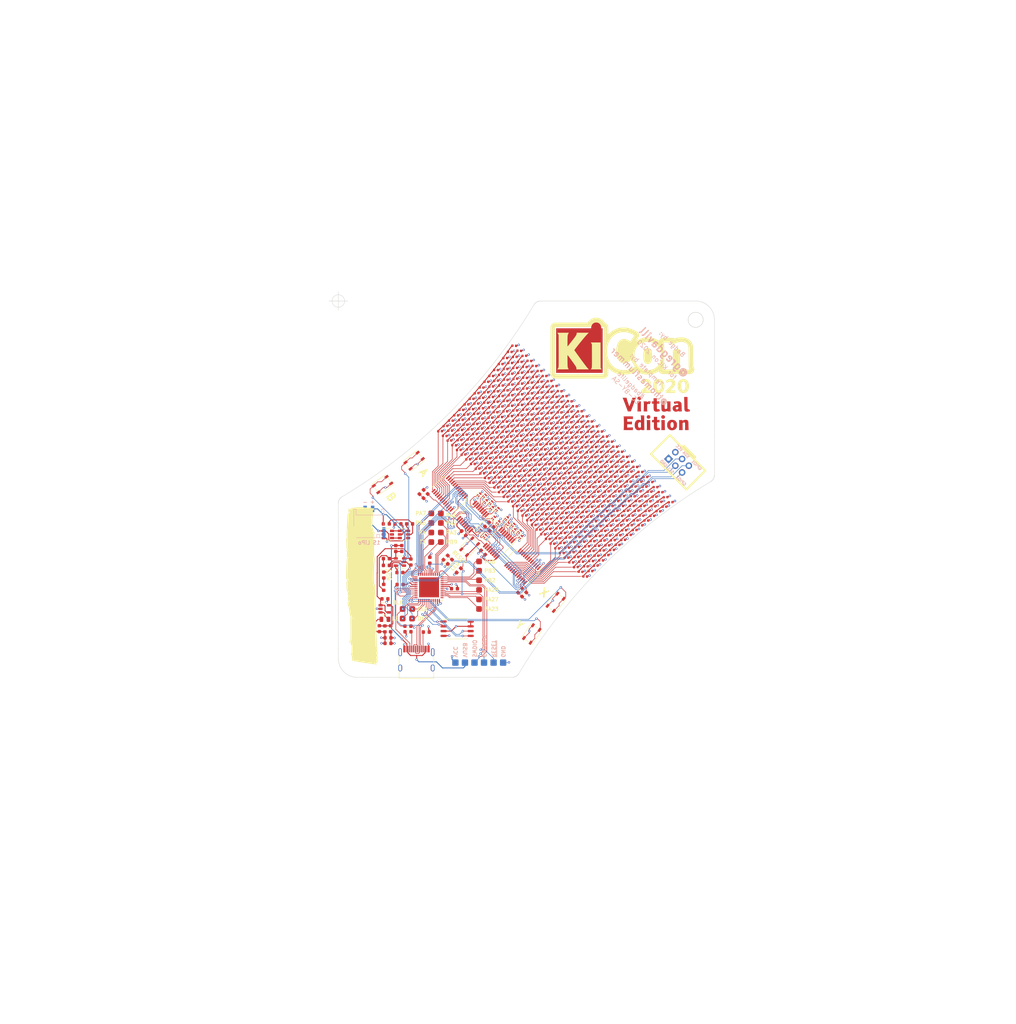
<source format=kicad_pcb>
(kicad_pcb (version 20200909) (generator pcbnew)
  (title_block (title "KiCon 2020 Virtual Edition DIY Badge") (rev "0.1") (comment 1 "Template by @thomasflummer") (comment 2 "#badgelife") (comment 3 "CC-BY-SA"))
  (layers (0 "F.Cu" signal) (1 "In1.Cu" signal) (2 "In2.Cu" signal) (31 "B.Cu" signal) (34 "B.Paste" user) (35 "F.Paste" user) (36 "B.SilkS" user) (37 "F.SilkS" user) (38 "B.Mask" user) (39 "F.Mask" user) (44 "Edge.Cuts" user))
  (net 0 "")
  (net 1 "GND")
  (net 2 "VCC")
  (net 3 "Net-(C5-Pad1)")
  (net 4 "Net-(C8-Pad2)")
  (net 5 "Net-(C8-Pad1)")
  (net 6 "/1s LiPo/BATT_PLUS")
  (net 7 "Net-(C11-Pad1)")
  (net 8 "/ISSI 12 RGB A/COM_4")
  (net 9 "COL_GA0")
  (net 10 "COL_GA1")
  (net 11 "COL_GA2")
  (net 12 "COL_GA3")
  (net 13 "COL_GA4")
  (net 14 "COL_GA5")
  (net 15 "COL_GA6")
  (net 16 "COL_GA7")
  (net 17 "COL_GA8")
  (net 18 "COL_GA9")
  (net 19 "COL_GA10")
  (net 20 "COL_GA11")
  (net 21 "COL_GA12")
  (net 22 "COL_GA13")
  (net 23 "COL_GA14")
  (net 24 "COL_GA15")
  (net 25 "COL_GA16")
  (net 26 "COL_GA17")
  (net 27 "COL_GA18")
  (net 28 "COL_GA19")
  (net 29 "COL_GA20")
  (net 30 "COL_GA21")
  (net 31 "COL_GA22")
  (net 32 "COL_GA23")
  (net 33 "COL_GA24")
  (net 34 "COL_GA25")
  (net 35 "COL_GA26")
  (net 36 "COL_GA27")
  (net 37 "COL_GA28")
  (net 38 "COL_GA29")
  (net 39 "COL_GA30")
  (net 40 "COL_GA31")
  (net 41 "/ISSI 12 RGB A/COM_3")
  (net 42 "/ISSI 12 RGB A/COM_1")
  (net 43 "/ISSI 12 RGB A/COM_2")
  (net 44 "/ISSI 12 RGB A/COM_8")
  (net 45 "/ISSI 12 RGB A/COM_5")
  (net 46 "/ISSI 12 RGB A/COM_6")
  (net 47 "/ISSI 12 RGB A/COM_7")
  (net 48 "/ISSI 12 RGB A/COM_14")
  (net 49 "/ISSI 12 RGB A/COM_13")
  (net 50 "/ISSI 12 RGB A/COM_12")
  (net 51 "/ISSI 12 RGB A/COM")
  (net 52 "/ISSI 12 RGB A/COM_15")
  (net 53 "/ISSI 12 RGB A/COM_11")
  (net 54 "/ISSI 12 RGB A/COM_9")
  (net 55 "/ISSI 12 RGB A/COM_10")
  (net 56 "Net-(Q1-Pad1)")
  (net 57 "Net-(Q2-Pad1)")
  (net 58 "Net-(Q3-Pad1)")
  (net 59 "Net-(Q4-Pad1)")
  (net 60 "Net-(Q5-Pad1)")
  (net 61 "Net-(Q6-Pad1)")
  (net 62 "Net-(Q7-Pad1)")
  (net 63 "Net-(Q8-Pad1)")
  (net 64 "Net-(Q9-Pad1)")
  (net 65 "Net-(Q10-Pad1)")
  (net 66 "Net-(Q11-Pad1)")
  (net 67 "Net-(Q12-Pad1)")
  (net 68 "Net-(Q13-Pad1)")
  (net 69 "Net-(Q14-Pad1)")
  (net 70 "Net-(Q15-Pad1)")
  (net 71 "Net-(Q16-Pad1)")
  (net 72 "Net-(R1-Pad1)")
  (net 73 "Net-(IC1-Pad48)")
  (net 74 "Net-(IC1-Pad47)")
  (net 75 "/SAMD21/SWDIO")
  (net 76 "/SAMD21/SWDCLK")
  (net 77 "Net-(IC1-Pad41)")
  (net 78 "/SAMD21/~RESET")
  (net 79 "Net-(IC1-Pad39)")
  (net 80 "Net-(IC1-Pad38)")
  (net 81 "Net-(U1-Pad9)")
  (net 82 "/SAMD21/USB_D+")
  (net 83 "/SAMD21/USB_D-")
  (net 84 "/SAMD21/FLASH_SCK")
  (net 85 "/SAMD21/FLASH_MOSI")
  (net 86 "/SAMD21/FLASH_MISO")
  (net 87 "/SAMD21/FLASH_CS")
  (net 88 "/BTN_Y")
  (net 89 "/BTN_X")
  (net 90 "/BTN_B")
  (net 91 "/BTN_A")
  (net 92 "/SAMD21/SBU2")
  (net 93 "/SAMD21/SBU1")
  (net 94 "/GPIO2")
  (net 95 "/GPIO1")
  (net 96 "/SCL")
  (net 97 "/SDA")
  (net 98 "Net-(IC1-Pad12)")
  (net 99 "Net-(IC1-Pad11)")
  (net 100 "/UART_RX")
  (net 101 "/UART_TX")
  (net 102 "Net-(IC1-Pad8)")
  (net 103 "Net-(IC1-Pad7)")
  (net 104 "Net-(IC1-Pad4)")
  (net 105 "Net-(IC1-Pad3)")
  (net 106 "Net-(IC1-Pad2)")
  (net 107 "Net-(IC1-Pad1)")
  (net 108 "/VUSB")
  (net 109 "Net-(J1-PadA5)")
  (net 110 "Net-(J1-PadB5)")
  (net 111 "Net-(R2-Pad1)")
  (net 112 "/LED_BLANK")
  (net 113 "/LED_LATCH")
  (net 114 "/LED_SCLK")
  (net 115 "/ISSI 12 RGB A/DAT_OUT")
  (net 116 "Net-(D513-Pad2)")
  (net 117 "Net-(D514-Pad1)")
  (net 118 "Net-(D514-Pad2)")
  (net 119 "Net-(R11-Pad2)")
  (net 120 "Net-(R12-Pad1)")
  (net 121 "Net-(R16-Pad2)")
  (net 122 "Net-(U3-Pad22)")
  (net 123 "Net-(U6-Pad1)")
  (net 124 "Net-(U6-Pad3)")
  (net 125 "/LED_DAT")
  (net 126 "Net-(C10-Pad1)")
  (net 127 "Net-(L1-Pad1)")
  (module "LED_SMD:LED_0402_1005Metric" (layer "F.Cu") (at 107.246175 109.146175 -2.6)
    (fp_text reference "D439" hide)
    (fp_text value "LED" hide)
    (pad "1" smd roundrect (at -0.485 0 357.4) (size 0.59 0.64) (layers "F.Cu" "F.Paste" "F.Mask") (net 31 "COL_GA22"))
    (pad "2" smd roundrect (at 0.485 0 357.4) (size 0.59 0.64) (layers "F.Cu" "F.Paste" "F.Mask") (net 54 "/ISSI 12 RGB A/COM_9"))
  )
  (module "LED_SMD:LED_0402_1005Metric" (layer "F.Cu") (at 124.930669 90.061116 -1)
    (fp_text reference "D22" hide)
    (fp_text value "LED" hide)
    (pad "1" smd roundrect (at -0.485 0 359) (size 0.59 0.64) (layers "F.Cu" "F.Paste" "F.Mask") (net 30 "COL_GA21"))
    (pad "2" smd roundrect (at 0.485 0 359) (size 0.59 0.64) (layers "F.Cu" "F.Paste" "F.Mask") (net 46 "/ISSI 12 RGB A/COM_6"))
  )
  (module "LED_SMD:LED_0402_1005Metric" (layer "F.Cu") (at 112.05259 116.781018 2.7)
    (fp_text reference "D476" hide)
    (fp_text value "LED" hide)
    (pad "1" smd roundrect (at -0.485 0 2.7) (size 0.59 0.64) (layers "F.Cu" "F.Paste" "F.Mask") (net 36 "COL_GA27"))
    (pad "2" smd roundrect (at 0.485 0 2.7) (size 0.59 0.64) (layers "F.Cu" "F.Paste" "F.Mask") (net 55 "/ISSI 12 RGB A/COM_10"))
  )
  (module "LED_SMD:LED_0402_1005Metric" (layer "F.Cu") (at 130.296398 95.426845 -1.1)
    (fp_text reference "D26" hide)
    (fp_text value "LED" hide)
    (pad "1" smd roundrect (at -0.485 0 358.9) (size 0.59 0.64) (layers "F.Cu" "F.Paste" "F.Mask") (net 34 "COL_GA25"))
    (pad "2" smd roundrect (at 0.485 0 358.9) (size 0.59 0.64) (layers "F.Cu" "F.Paste" "F.Mask") (net 46 "/ISSI 12 RGB A/COM_6"))
  )
  (module "LED_SMD:LED_0402_1005Metric" (layer "F.Cu") (at 115.638803 123.195658 -1.6)
    (fp_text reference "D512" hide)
    (fp_text value "LED" hide)
    (pad "1" smd roundrect (at -0.485 0 358.4) (size 0.59 0.64) (layers "F.Cu" "F.Paste" "F.Mask") (net 40 "COL_GA31"))
    (pad "2" smd roundrect (at 0.485 0 358.4) (size 0.59 0.64) (layers "F.Cu" "F.Paste" "F.Mask") (net 53 "/ISSI 12 RGB A/COM_11"))
  )
  (module "LED_SMD:LED_0402_1005Metric" (layer "F.Cu") (at 99.554294 67.513169 -2.6)
    (fp_text reference "D36" hide)
    (fp_text value "LED" hide)
    (pad "1" smd roundrect (at -0.485 0 357.4) (size 0.59 0.64) (layers "F.Cu" "F.Paste" "F.Mask") (net 12 "COL_GA3"))
    (pad "2" smd roundrect (at 0.485 0 357.4) (size 0.59 0.64) (layers "F.Cu" "F.Paste" "F.Mask") (net 45 "/ISSI 12 RGB A/COM_5"))
  )
  (module "Connectors:TestPoint_Large" (layer "F.Cu") (at 77.25669 114.060233)
    (fp_text reference "TP9" hide)
    (fp_text value "PB9" hide)
    (pad "1" smd roundrect (at 0 0) (size 1.524 1.524) (property pad_prop_testpoint) (layers "F.Cu" "F.Mask") (net 102 "Net-(IC1-Pad8)"))
  )
  (module "LED_SMD:LED_0402_1005Metric" (layer "F.Cu") (at 89.17404 79.760331 -1.4)
    (fp_text reference "D292" hide)
    (fp_text value "LED" hide)
    (pad "1" smd roundrect (at -0.485 0 358.6) (size 0.59 0.64) (layers "F.Cu" "F.Paste" "F.Mask") (net 12 "COL_GA3"))
    (pad "2" smd roundrect (at 0.485 0 358.6) (size 0.59 0.64) (layers "F.Cu" "F.Paste" "F.Mask") (net 52 "/ISSI 12 RGB A/COM_15"))
  )
  (module "LED_SMD:LED_0402_1005Metric" (layer "F.Cu") (at 85.756148 93.313003)
    (fp_text reference "D488" hide)
    (fp_text value "LED" hide)
    (pad "1" smd roundrect (at -0.485 0) (size 0.59 0.64) (layers "F.Cu" "F.Paste" "F.Mask") (net 16 "COL_GA7"))
    (pad "2" smd roundrect (at 0.485 0) (size 0.59 0.64) (layers "F.Cu" "F.Paste" "F.Mask") (net 53 "/ISSI 12 RGB A/COM_11"))
  )
  (module "LED_SMD:LED_0402_1005Metric" (layer "F.Cu") (at 128.954965 94.085414 -1.2)
    (fp_text reference "D25" hide)
    (fp_text value "LED" hide)
    (pad "1" smd roundrect (at -0.485 0 358.8) (size 0.59 0.64) (layers "F.Cu" "F.Paste" "F.Mask") (net 33 "COL_GA24"))
    (pad "2" smd roundrect (at 0.485 0 358.8) (size 0.59 0.64) (layers "F.Cu" "F.Paste" "F.Mask") (net 46 "/ISSI 12 RGB A/COM_6"))
  )
  (module "LED_SMD:LED_0402_1005Metric" (layer "F.Cu") (at 124.762406 92.721281 -0.2)
    (fp_text reference "D55" hide)
    (fp_text value "LED" hide)
    (pad "1" smd roundrect (at -0.485 0 359.8) (size 0.59 0.64) (layers "F.Cu" "F.Paste" "F.Mask") (net 31 "COL_GA22"))
    (pad "2" smd roundrect (at 0.485 0 359.8) (size 0.59 0.64) (layers "F.Cu" "F.Paste" "F.Mask") (net 45 "/ISSI 12 RGB A/COM_5"))
  )
  (module "Button_Switch_SMD:SW_SPST_PTS810" (layer "F.Cu") (at 70.144069 92.439273 39)
    (fp_text reference "SW1" hide)
    (fp_text value "A" hide)
    (pad "1" smd rect (at 2.075 -1.075 39) (size 1.05 0.65) (layers "F.Cu" "F.Paste" "F.Mask") (net 91 "/BTN_A"))
    (pad "1" smd rect (at -2.075 -1.075 39) (size 1.05 0.65) (layers "F.Cu" "F.Paste" "F.Mask") (net 91 "/BTN_A"))
    (pad "2" smd rect (at 2.075 1.075 39) (size 1.05 0.65) (layers "F.Cu" "F.Paste" "F.Mask") (net 1 "GND"))
    (pad "2" smd rect (at -2.075 1.075 39) (size 1.05 0.65) (layers "F.Cu" "F.Paste" "F.Mask") (net 1 "GND"))
  )
  (module "Connectors:TestPoint_Large" (layer "F.Cu") (at 74.71669 108.980233)
    (fp_text reference "TP12" hide)
    (fp_text value "PA6" hide)
    (pad "1" smd roundrect (at 0 0) (size 1.524 1.524) (property pad_prop_testpoint) (layers "F.Cu" "F.Mask") (net 99 "Net-(IC1-Pad11)"))
  )
  (module "LED_SMD:LED_0402_1005Metric" (layer "F.Cu") (at 114.702937 116.602937 3.4)
    (fp_text reference "D445" hide)
    (fp_text value "LED" hide)
    (pad "1" smd roundrect (at -0.485 0 3.4) (size 0.59 0.64) (layers "F.Cu" "F.Paste" "F.Mask") (net 37 "COL_GA28"))
    (pad "2" smd roundrect (at 0.485 0 3.4) (size 0.59 0.64) (layers "F.Cu" "F.Paste" "F.Mask") (net 54 "/ISSI 12 RGB A/COM_9"))
  )
  (module "LED_SMD:LED_0402_1005Metric" (layer "F.Cu") (at 89.49148 97.048335 -3.2)
    (fp_text reference "D491" hide)
    (fp_text value "LED" hide)
    (pad "1" smd roundrect (at -0.485 0 356.8) (size 0.59 0.64) (layers "F.Cu" "F.Paste" "F.Mask") (net 19 "COL_GA10"))
    (pad "2" smd roundrect (at 0.485 0 356.8) (size 0.59 0.64) (layers "F.Cu" "F.Paste" "F.Mask") (net 53 "/ISSI 12 RGB A/COM_11"))
  )
  (module "LED_SMD:LED_0402_1005Metric" (layer "F.Cu") (at 101.538644 94.953363 1.5)
    (fp_text reference "D335" hide)
    (fp_text value "LED" hide)
    (pad "1" smd roundrect (at -0.485 0 1.5) (size 0.59 0.64) (layers "F.Cu" "F.Paste" "F.Mask") (net 23 "COL_GA14"))
    (pad "2" smd roundrect (at 0.485 0 1.5) (size 0.59 0.64) (layers "F.Cu" "F.Paste" "F.Mask") (net 51 "/ISSI 12 RGB A/COM"))
  )
  (module "LED_SMD:LED_0402_1005Metric" (layer "F.Cu") (at 115.070104 111.31325 -0.4)
    (fp_text reference "D379" hide)
    (fp_text value "LED" hide)
    (pad "1" smd roundrect (at -0.485 0 359.6) (size 0.59 0.64) (layers "F.Cu" "F.Paste" "F.Mask") (net 35 "COL_GA26"))
    (pad "2" smd roundrect (at 0.485 0 359.6) (size 0.59 0.64) (layers "F.Cu" "F.Paste" "F.Mask") (net 50 "/ISSI 12 RGB A/COM_12"))
  )
  (module "LED_SMD:LED_0402_1005Metric" (layer "F.Cu") (at 132.174255 105.789984 3.8)
    (fp_text reference "D127" hide)
    (fp_text value "LED" hide)
    (pad "1" smd roundrect (at -0.485 0 3.8) (size 0.59 0.64) (layers "F.Cu" "F.Paste" "F.Mask") (net 39 "COL_GA30"))
    (pad "2" smd roundrect (at 0.485 0 3.8) (size 0.59 0.64) (layers "F.Cu" "F.Paste" "F.Mask") (net 43 "/ISSI 12 RGB A/COM_2"))
  )
  (module "LED_SMD:LED_0402_1005Metric" (layer "F.Cu") (at 98.322043 77.594626 -2.4)
    (fp_text reference "D167" hide)
    (fp_text value "LED" hide)
    (pad "1" smd roundrect (at -0.485 0 357.6) (size 0.59 0.64) (layers "F.Cu" "F.Paste" "F.Mask") (net 15 "COL_GA6"))
    (pad "2" smd roundrect (at 0.485 0 357.6) (size 0.59 0.64) (layers "F.Cu" "F.Paste" "F.Mask") (net 44 "/ISSI 12 RGB A/COM_8"))
  )
  (module "LED_SMD:LED_0402_1005Metric" (layer "F.Cu") (at 111.494979 79.453853 3)
    (fp_text reference "D45" hide)
    (fp_text value "LED" hide)
    (pad "1" smd roundrect (at -0.485 0 3) (size 0.59 0.64) (layers "F.Cu" "F.Paste" "F.Mask") (net 21 "COL_GA12"))
    (pad "2" smd roundrect (at 0.485 0 3) (size 0.59 0.64) (layers "F.Cu" "F.Paste" "F.Mask") (net 45 "/ISSI 12 RGB A/COM_5"))
  )
  (module "LED_SMD:LED_0402_1005Metric" (layer "F.Cu") (at 120.9219 105.851337 1.9)
    (fp_text reference "D251" hide)
    (fp_text value "LED" hide)
    (pad "1" smd roundrect (at -0.485 0 1.9) (size 0.59 0.64) (layers "F.Cu" "F.Paste" "F.Mask") (net 35 "COL_GA26"))
    (pad "2" smd roundrect (at 0.485 0 1.9) (size 0.59 0.64) (layers "F.Cu" "F.Paste" "F.Mask") (net 42 "/ISSI 12 RGB A/COM_1"))
  )
  (module "LED_SMD:LED_0402_1005Metric" (layer "F.Cu") (at 110.057721 83.673449 -1.5)
    (fp_text reference "D110" hide)
    (fp_text value "LED" hide)
    (pad "1" smd roundrect (at -0.485 0 358.5) (size 0.59 0.64) (layers "F.Cu" "F.Paste" "F.Mask") (net 22 "COL_GA13"))
    (pad "2" smd roundrect (at 0.485 0 358.5) (size 0.59 0.64) (layers "F.Cu" "F.Paste" "F.Mask") (net 43 "/ISSI 12 RGB A/COM_2"))
  )
  (module "LED_SMD:LED_0402_1005Metric" (layer "F.Cu") (at 106.35433 102.597476 -0.8)
    (fp_text reference "D372" hide)
    (fp_text value "LED" hide)
    (pad "1" smd roundrect (at -0.485 0 359.2) (size 0.59 0.64) (layers "F.Cu" "F.Paste" "F.Mask") (net 28 "COL_GA19"))
    (pad "2" smd roundrect (at 0.485 0 359.2) (size 0.59 0.64) (layers "F.Cu" "F.Paste" "F.Mask") (net 50 "/ISSI 12 RGB A/COM_12"))
  )
  (module "LED_SMD:LED_0402_1005Metric" (layer "F.Cu") (at 114.411458 102.169323 1.2)
    (fp_text reference "D279" hide)
    (fp_text value "LED" hide)
    (pad "1" smd roundrect (at -0.485 0 1.2) (size 0.59 0.64) (layers "F.Cu" "F.Paste" "F.Mask") (net 31 "COL_GA22"))
    (pad "2" smd roundrect (at 0.485 0 1.2) (size 0.59 0.64) (layers "F.Cu" "F.Paste" "F.Mask") (net 47 "/ISSI 12 RGB A/COM_7"))
  )
  (module "LED_SMD:LED_0402_1005Metric" (layer "F.Cu") (at 87.810557 81.225275 -2.5)
    (fp_text reference "D324" hide)
    (fp_text value "LED" hide)
    (pad "1" smd roundrect (at -0.485 0 357.5) (size 0.59 0.64) (layers "F.Cu" "F.Paste" "F.Mask") (net 12 "COL_GA3"))
    (pad "2" smd roundrect (at 0.485 0 357.5) (size 0.59 0.64) (layers "F.Cu" "F.Paste" "F.Mask") (net 51 "/ISSI 12 RGB A/COM"))
  )
  (module "LED_SMD:LED_0402_1005Metric" (layer "F.Cu") (at 85.040068 84.111641 -0.5)
    (fp_text reference "D388" hide)
    (fp_text value "LED" hide)
    (pad "1" smd roundrect (at -0.485 0 359.5) (size 0.59 0.64) (layers "F.Cu" "F.Paste" "F.Mask") (net 12 "COL_GA3"))
    (pad "2" smd roundrect (at 0.485 0 359.5) (size 0.59 0.64) (layers "F.Cu" "F.Paste" "F.Mask") (net 49 "/ISSI 12 RGB A/COM_13"))
  )
  (module "LED_SMD:LED_0402_1005Metric" (layer "F.Cu") (at 98.375488 103.103916 3.6)
    (fp_text reference "D465" hide)
    (fp_text value "LED" hide)
    (pad "1" smd roundrect (at -0.485 0 3.6) (size 0.59 0.64) (layers "F.Cu" "F.Paste" "F.Mask") (net 25 "COL_GA16"))
    (pad "2" smd roundrect (at 0.485 0 3.6) (size 0.59 0.64) (layers "F.Cu" "F.Paste" "F.Mask") (net 55 "/ISSI 12 RGB A/COM_10"))
  )
  (module "LED_SMD:LED_0402_1005Metric" (layer "F.Cu") (at 114.603518 99.532956 -0.5)
    (fp_text reference "D246" hide)
    (fp_text value "LED" hide)
    (pad "1" smd roundrect (at -0.485 0 359.5) (size 0.59 0.64) (layers "F.Cu" "F.Paste" "F.Mask") (net 30 "COL_GA21"))
    (pad "2" smd roundrect (at 0.485 0 359.5) (size 0.59 0.64) (layers "F.Cu" "F.Paste" "F.Mask") (net 42 "/ISSI 12 RGB A/COM_1"))
  )
  (module "LED_SMD:LED_0402_1005Metric" (layer "F.Cu") (at 94.482144 73.754727 -0.9)
    (fp_text reference "D164" hide)
    (fp_text value "LED" hide)
    (pad "1" smd roundrect (at -0.485 0 359.1) (size 0.59 0.64) (layers "F.Cu" "F.Paste" "F.Mask") (net 12 "COL_GA3"))
    (pad "2" smd roundrect (at 0.485 0 359.1) (size 0.59 0.64) (layers "F.Cu" "F.Paste" "F.Mask") (net 44 "/ISSI 12 RGB A/COM_8"))
  )
  (module "LED_SMD:LED_0402_1005Metric" (layer "F.Cu") (at 130.321203 109.593786 -2.5)
    (fp_text reference "D192" hide)
    (fp_text value "LED" hide)
    (pad "1" smd roundrect (at -0.485 0 357.5) (size 0.59 0.64) (layers "F.Cu" "F.Paste" "F.Mask") (net 40 "COL_GA31"))
    (pad "2" smd roundrect (at 0.485 0 357.5) (size 0.59 0.64) (layers "F.Cu" "F.Paste" "F.Mask") (net 44 "/ISSI 12 RGB A/COM_8"))
  )
  (module "LED_SMD:LED_0402_1005Metric" (layer "F.Cu") (at 120.475701 111.061992 -1.8)
    (fp_text reference "D317" hide)
    (fp_text value "LED" hide)
    (pad "1" smd roundrect (at -0.485 0 358.2) (size 0.59 0.64) (layers "F.Cu" "F.Paste" "F.Mask") (net 37 "COL_GA28"))
    (pad "2" smd roundrect (at 0.485 0 358.2) (size 0.59 0.64) (layers "F.Cu" "F.Paste" "F.Mask") (net 52 "/ISSI 12 RGB A/COM_15"))
  )
  (module "LED_SMD:LED_0402_1005Metric" (layer "F.Cu") (at 110.168236 78.12711 2.4)
    (fp_text reference "D44" hide)
    (fp_text value "LED" hide)
    (pad "1" smd roundrect (at -0.485 0 2.4) (size 0.59 0.64) (layers "F.Cu" "F.Paste" "F.Mask") (net 20 "COL_GA11"))
    (pad "2" smd roundrect (at 0.485 0 2.4) (size 0.59 0.64) (layers "F.Cu" "F.Paste" "F.Mask") (net 45 "/ISSI 12 RGB A/COM_5"))
  )
  (module "LED_SMD:LED_0402_1005Metric" (layer "F.Cu") (at 90.642245 69.914828 -2.5)
    (fp_text reference "D161" hide)
    (fp_text value "LED" hide)
    (pad "1" smd roundrect (at -0.485 0 357.5) (size 0.59 0.64) (layers "F.Cu" "F.Paste" "F.Mask") (net 9 "COL_GA0"))
    (pad "2" smd roundrect (at 0.485 0 357.5) (size 0.59 0.64) (layers "F.Cu" "F.Paste" "F.Mask") (net 44 "/ISSI 12 RGB A/COM_8"))
  )
  (module "LED_SMD:LED_0402_1005Metric" (layer "F.Cu") (at 101.966753 86.89619 -3)
    (fp_text reference "D236" hide)
    (fp_text value "LED" hide)
    (pad "1" smd roundrect (at -0.485 0 357) (size 0.59 0.64) (layers "F.Cu" "F.Paste" "F.Mask") (net 20 "COL_GA11"))
    (pad "2" smd roundrect (at 0.485 0 357) (size 0.59 0.64) (layers "F.Cu" "F.Paste" "F.Mask") (net 42 "/ISSI 12 RGB A/COM_1"))
  )
  (module "LED_SMD:LED_0402_1005Metric" (layer "F.Cu") (at 134.320695 99.451143 0.1)
    (fp_text reference "D29" hide)
    (fp_text value "LED" hide)
    (pad "1" smd roundrect (at -0.485 0 0.1) (size 0.59 0.64) (layers "F.Cu" "F.Paste" "F.Mask") (net 37 "COL_GA28"))
    (pad "2" smd roundrect (at 0.485 0 0.1) (size 0.59 0.64) (layers "F.Cu" "F.Paste" "F.Mask") (net 46 "/ISSI 12 RGB A/COM_6"))
  )
  (module "LED_SMD:LED_0402_1005Metric" (layer "F.Cu") (at 123.686707 105.787718 3.3)
    (fp_text reference "D220" hide)
    (fp_text value "LED" hide)
    (pad "1" smd roundrect (at -0.485 0 3.3) (size 0.59 0.64) (layers "F.Cu" "F.Paste" "F.Mask") (net 36 "COL_GA27"))
    (pad "2" smd roundrect (at 0.485 0 3.3) (size 0.59 0.64) (layers "F.Cu" "F.Paste" "F.Mask") (net 48 "/ISSI 12 RGB A/COM_14"))
  )
  (module "LED_SMD:LED_0402_1005Metric" (layer "F.Cu") (at 123.449253 108.37869 -1.8)
    (fp_text reference "D253" hide)
    (fp_text value "LED" hide)
    (pad "1" smd roundrect (at -0.485 0 358.2) (size 0.59 0.64) (layers "F.Cu" "F.Paste" "F.Mask") (net 37 "COL_GA28"))
    (pad "2" smd roundrect (at 0.485 0 358.2) (size 0.59 0.64) (layers "F.Cu" "F.Paste" "F.Mask") (net 42 "/ISSI 12 RGB A/COM_1"))
  )
  (module "LED_SMD:LED_0402_1005Metric" (layer "F.Cu") (at 106.70297 97.289261 -1.8)
    (fp_text reference "D306" hide)
    (fp_text value "LED" hide)
    (pad "1" smd roundrect (at -0.485 0 358.2) (size 0.59 0.64) (layers "F.Cu" "F.Paste" "F.Mask") (net 26 "COL_GA17"))
    (pad "2" smd roundrect (at 0.485 0 358.2) (size 0.59 0.64) (layers "F.Cu" "F.Paste" "F.Mask") (net 52 "/ISSI 12 RGB A/COM_15"))
  )
  (module "LED_SMD:LED_0402_1005Metric" (layer "F.Cu") (at 103.552857 77.168585 -3.4)
    (fp_text reference "D105" hide)
    (fp_text value "LED" hide)
    (pad "1" smd roundrect (at -0.485 0 356.6) (size 0.59 0.64) (layers "F.Cu" "F.Paste" "F.Mask") (net 17 "COL_GA8"))
    (pad "2" smd roundrect (at 0.485 0 356.6) (size 0.59 0.64) (layers "F.Cu" "F.Paste" "F.Mask") (net 43 "/ISSI 12 RGB A/COM_2"))
  )
  (module "LED_SMD:LED_0402_1005Metric" (layer "F.Cu") (at 107.281808 86.554391 -1.3)
    (fp_text reference "D174" hide)
    (fp_text value "LED" hide)
    (pad "1" smd roundrect (at -0.485 0 358.7) (size 0.59 0.64) (layers "F.Cu" "F.Paste" "F.Mask") (net 22 "COL_GA13"))
    (pad "2" smd roundrect (at 0.485 0 358.7) (size 0.59 0.64) (layers "F.Cu" "F.Paste" "F.Mask") (net 44 "/ISSI 12 RGB A/COM_8"))
  )
  (module "Capacitor_SMD:C_0603_1608Metric" (layer "F.Cu") (at 62.38 129.15 180)
    (fp_text reference "C9" hide)
    (fp_text value "10uF" hide)
    (pad "1" smd roundrect (at -0.7875 0 180) (size 0.875 0.95) (layers "F.Cu" "F.Paste" "F.Mask") (net 1 "GND"))
    (pad "2" smd roundrect (at 0.7875 0 180) (size 0.875 0.95) (layers "F.Cu" "F.Paste" "F.Mask") (net 6 "/1s LiPo/BATT_PLUS"))
  )
  (module "LED_SMD:LED_0402_1005Metric" (layer "F.Cu") (at 96.061031 97.961031 2)
    (fp_text reference "D430" hide)
    (fp_text value "LED" hide)
    (pad "1" smd roundrect (at -0.485 0 2) (size 0.59 0.64) (layers "F.Cu" "F.Paste" "F.Mask") (net 22 "COL_GA13"))
    (pad "2" smd roundrect (at 0.485 0 2) (size 0.59 0.64) (layers "F.Cu" "F.Paste" "F.Mask") (net 54 "/ISSI 12 RGB A/COM_9"))
  )
  (module "LED_SMD:LED_0402_1005Metric" (layer "F.Cu") (at 100.128777 96.371923 -2.3)
    (fp_text reference "D367" hide)
    (fp_text value "LED" hide)
    (pad "1" smd roundrect (at -0.485 0 357.7) (size 0.59 0.64) (layers "F.Cu" "F.Paste" "F.Mask") (net 23 "COL_GA14"))
    (pad "2" smd roundrect (at 0.485 0 357.7) (size 0.59 0.64) (layers "F.Cu" "F.Paste" "F.Mask") (net 50 "/ISSI 12 RGB A/COM_12"))
  )
  (module "LED_SMD:LED_0402_1005Metric" (layer "F.Cu") (at 91.256934 90.328506 3.3)
    (fp_text reference "D393" hide)
    (fp_text value "LED" hide)
    (pad "1" smd roundrect (at -0.485 0 3.3) (size 0.59 0.64) (layers "F.Cu" "F.Paste" "F.Mask") (net 17 "COL_GA8"))
    (pad "2" smd roundrect (at 0.485 0 3.3) (size 0.59 0.64) (layers "F.Cu" "F.Paste" "F.Mask") (net 49 "/ISSI 12 RGB A/COM_13"))
  )
  (module "LED_SMD:LED_0402_1005Metric" (layer "F.Cu") (at 103.441908 82.714492 -0.7)
    (fp_text reference "D171" hide)
    (fp_text value "LED" hide)
    (pad "1" smd roundrect (at -0.485 0 359.3) (size 0.59 0.64) (layers "F.Cu" "F.Paste" "F.Mask") (net 19 "COL_GA10"))
    (pad "2" smd roundrect (at 0.485 0 359.3) (size 0.59 0.64) (layers "F.Cu" "F.Paste" "F.Mask") (net 44 "/ISSI 12 RGB A/COM_8"))
  )
  (module "LED_SMD:LED_0402_1005Metric" (layer "F.Cu") (at 117.130871 102.060308 2.4)
    (fp_text reference "D248" hide)
    (fp_text value "LED" hide)
    (pad "1" smd roundrect (at -0.485 0 2.4) (size 0.59 0.64) (layers "F.Cu" "F.Paste" "F.Mask") (net 32 "COL_GA23"))
    (pad "2" smd roundrect (at 0.485 0 2.4) (size 0.59 0.64) (layers "F.Cu" "F.Paste" "F.Mask") (net 42 "/ISSI 12 RGB A/COM_1"))
  )
  (module "Connectors:TestPoint_Large" (layer "F.Cu") (at 74.716691 114.060233)
    (fp_text reference "TP2" hide)
    (fp_text value "TX" hide)
    (pad "1" smd roundrect (at 0 0) (size 1.524 1.524) (property pad_prop_testpoint) (layers "F.Cu" "F.Mask") (net 101 "/UART_TX"))
  )
  (module "LED_SMD:LED_0402_1005Metric" (layer "F.Cu") (at 112.770717 106.185435 -1.7)
    (fp_text reference "D344" hide)
    (fp_text value "LED" hide)
    (pad "1" smd roundrect (at -0.485 0 358.3) (size 0.59 0.64) (layers "F.Cu" "F.Paste" "F.Mask") (net 32 "COL_GA23"))
    (pad "2" smd roundrect (at 0.485 0 358.3) (size 0.59 0.64) (layers "F.Cu" "F.Paste" "F.Mask") (net 51 "/ISSI 12 RGB A/COM"))
  )
  (module "LED_SMD:LED_0402_1005Metric" (layer "F.Cu") (at 84.698387 89.426814 0.4)
    (fp_text reference "D454" hide)
    (fp_text value "LED" hide)
    (pad "1" smd roundrect (at -0.485 0 0.4) (size 0.59 0.64) (layers "F.Cu" "F.Paste" "F.Mask") (net 14 "COL_GA5"))
    (pad "2" smd roundrect (at 0.485 0 0.4) (size 0.59 0.64) (layers "F.Cu" "F.Paste" "F.Mask") (net 55 "/ISSI 12 RGB A/COM_10"))
  )
  (module "LED_SMD:LED_0402_1005Metric" (layer "F.Cu") (at 91.857341 76.786779 0.2)
    (fp_text reference "D228" hide)
    (fp_text value "LED" hide)
    (pad "1" smd roundrect (at -0.485 0 0.2) (size 0.59 0.64) (layers "F.Cu" "F.Paste" "F.Mask") (net 12 "COL_GA3"))
    (pad "2" smd roundrect (at 0.485 0 0.2) (size 0.59 0.64) (layers "F.Cu" "F.Paste" "F.Mask") (net 42 "/ISSI 12 RGB A/COM_1"))
  )
  (module "LED_SMD:LED_0402_1005Metric" (layer "F.Cu") (at 109.41325 116.970104 -1.6)
    (fp_text reference "D507" hide)
    (fp_text value "LED" hide)
    (pad "1" smd roundrect (at -0.485 0 358.4) (size 0.59 0.64) (layers "F.Cu" "F.Paste" "F.Mask") (net 35 "COL_GA26"))
    (pad "2" smd roundrect (at 0.485 0 358.4) (size 0.59 0.64) (layers "F.Cu" "F.Paste" "F.Mask") (net 53 "/ISSI 12 RGB A/COM_11"))
  )
  (module "LED_SMD:LED_0402_1005Metric" (layer "F.Cu") (at 121.955187 109.713053 3)
    (fp_text reference "D285" hide)
    (fp_text value "LED" hide)
    (pad "1" smd roundrect (at -0.485 0 3) (size 0.59 0.64) (layers "F.Cu" "F.Paste" "F.Mask") (net 37 "COL_GA28"))
    (pad "2" smd roundrect (at 0.485 0 3) (size 0.59 0.64) (layers "F.Cu" "F.Paste" "F.Mask") (net 47 "/ISSI 12 RGB A/COM_7"))
  )
  (module "Resistor_SMD:R_0603_1608Metric" (layer "F.Cu") (at 82.01669 121.590233 -135)
    (fp_text reference "R5" hide)
    (fp_text value "10k" hide)
    (pad "1" smd roundrect (at -0.7875 0 225) (size 0.875 0.95) (layers "F.Cu" "F.Paste" "F.Mask") (net 78 "/SAMD21/~RESET"))
    (pad "2" smd roundrect (at 0.7875 0 225) (size 0.875 0.95) (layers "F.Cu" "F.Paste" "F.Mask") (net 2 "VCC"))
  )
  (module "Capacitor_SMD:C_0603_1608Metric" (layer "F.Cu") (at 62.766691 120.260233)
    (fp_text reference "C11" hide)
    (fp_text value "100nF" hide)
    (pad "1" smd roundrect (at -0.7875 0) (size 0.875 0.95) (layers "F.Cu" "F.Paste" "F.Mask") (net 7 "Net-(C11-Pad1)"))
    (pad "2" smd roundrect (at 0.7875 0) (size 0.875 0.95) (layers "F.Cu" "F.Paste" "F.Mask") (net 1 "GND"))
  )
  (module "LED_SMD:LED_0402_1005Metric" (layer "F.Cu") (at 118.990263 95.434418 -2.7)
    (fp_text reference "D150" hide)
    (fp_text value "LED" hide)
    (pad "1" smd roundrect (at -0.485 0 357.3) (size 0.59 0.64) (layers "F.Cu" "F.Paste" "F.Mask") (net 30 "COL_GA21"))
    (pad "2" smd roundrect (at 0.485 0 357.3) (size 0.59 0.64) (layers "F.Cu" "F.Paste" "F.Mask") (net 41 "/ISSI 12 RGB A/COM_3"))
  )
  (module "LED_SMD:LED_0402_1005Metric" (layer "F.Cu") (at 104.61819 86.7192 -3.3)
    (fp_text reference "D205" hide)
    (fp_text value "LED" hide)
    (pad "1" smd roundrect (at -0.485 0 356.7) (size 0.59 0.64) (layers "F.Cu" "F.Paste" "F.Mask") (net 21 "COL_GA12"))
    (pad "2" smd roundrect (at 0.485 0 356.7) (size 0.59 0.64) (layers "F.Cu" "F.Paste" "F.Mask") (net 48 "/ISSI 12 RGB A/COM_14"))
  )
  (module "LED_SMD:LED_0402_1005Metric" (layer "F.Cu") (at 129.572309 103.188038 -3.5)
    (fp_text reference "D125" hide)
    (fp_text value "LED" hide)
    (pad "1" smd roundrect (at -0.485 0 356.5) (size 0.59 0.64) (layers "F.Cu" "F.Paste" "F.Mask") (net 37 "COL_GA28"))
    (pad "2" smd roundrect (at 0.485 0 356.5) (size 0.59 0.64) (layers "F.Cu" "F.Paste" "F.Mask") (net 43 "/ISSI 12 RGB A/COM_2"))
  )
  (module "LED_SMD:LED_0402_1005Metric" (layer "F.Cu") (at 100.881037 68.839911 -0.7)
    (fp_text reference "D37" hide)
    (fp_text value "LED" hide)
    (pad "1" smd roundrect (at -0.485 0 359.3) (size 0.59 0.64) (layers "F.Cu" "F.Paste" "F.Mask") (net 13 "COL_GA4"))
    (pad "2" smd roundrect (at 0.485 0 359.3) (size 0.59 0.64) (layers "F.Cu" "F.Paste" "F.Mask") (net 45 "/ISSI 12 RGB A/COM_5"))
  )
  (module "LED_SMD:LED_0402_1005Metric" (layer "F.Cu") (at 79.904712 81.804712 -2)
    (fp_text reference "D417" hide)
    (fp_text value "LED" hide)
    (pad "1" smd roundrect (at -0.485 0 358) (size 0.59 0.64) (layers "F.Cu" "F.Paste" "F.Mask") (net 9 "COL_GA0"))
    (pad "2" smd roundrect (at 0.485 0 358) (size 0.59 0.64) (layers "F.Cu" "F.Paste" "F.Mask") (net 54 "/ISSI 12 RGB A/COM_9"))
  )
  (module "LED_SMD:LED_0603_1608Metric" (layer "F.Cu") (at 79.66669 119.290233 45)
    (fp_text reference "D513" hide)
    (fp_text value "LED" hide)
    (pad "1" smd roundrect (at -0.7875 0 45) (size 0.875 0.95) (layers "F.Cu" "F.Paste" "F.Mask") (net 1 "GND"))
    (pad "2" smd roundrect (at 0.7875 0 45) (size 0.875 0.95) (layers "F.Cu" "F.Paste" "F.Mask") (net 116 "Net-(D513-Pad2)"))
  )
  (module "Connectors:TestPoint_Large" (layer "F.Cu") (at 67.09669 134.380234)
    (fp_text reference "TP17" hide)
    (fp_text value "LE" hide)
    (pad "1" smd roundrect (at 0 0) (size 1.524 1.524) (property pad_prop_testpoint) (layers "F.Cu" "F.Mask") (net 113 "/LED_LATCH"))
  )
  (module "Resistor_SMD:R_0603_1608Metric" (layer "F.Cu") (at 62.05669 126.090232 -90)
    (fp_text reference "R15" hide)
    (fp_text value "1k" hide)
    (pad "1" smd roundrect (at -0.7875 0 270) (size 0.875 0.95) (layers "F.Cu" "F.Paste" "F.Mask") (net 118 "Net-(D514-Pad2)"))
    (pad "2" smd roundrect (at 0.7875 0 270) (size 0.875 0.95) (layers "F.Cu" "F.Paste" "F.Mask") (net 120 "Net-(R12-Pad1)"))
  )
  (module "LED_SMD:LED_0402_1005Metric" (layer "F.Cu") (at 101.032206 102.932206 -0.7)
    (fp_text reference "D434" hide)
    (fp_text value "LED" hide)
    (pad "1" smd roundrect (at -0.485 0 359.3) (size 0.59 0.64) (layers "F.Cu" "F.Paste" "F.Mask") (net 26 "COL_GA17"))
    (pad "2" smd roundrect (at 0.485 0 359.3) (size 0.59 0.64) (layers "F.Cu" "F.Paste" "F.Mask") (net 54 "/ISSI 12 RGB A/COM_9"))
  )
  (module "LED_SMD:LED_0402_1005Metric" (layer "F.Cu") (at 124.2319 114.818192 -1.2)
    (fp_text reference "D320" hide)
    (fp_text value "LED" hide)
    (pad "1" smd roundrect (at -0.485 0 358.8) (size 0.59 0.64) (layers "F.Cu" "F.Paste" "F.Mask") (net 40 "COL_GA31"))
    (pad "2" smd roundrect (at 0.485 0 358.8) (size 0.59 0.64) (layers "F.Cu" "F.Paste" "F.Mask") (net 52 "/ISSI 12 RGB A/COM_15"))
  )
  (module "LED_SMD:LED_0402_1005Metric" (layer "F.Cu") (at 98.308629 69.095931 4)
    (fp_text reference "D68" hide)
    (fp_text value "LED" hide)
    (pad "1" smd roundrect (at -0.485 0 4) (size 0.59 0.64) (layers "F.Cu" "F.Paste" "F.Mask") (net 12 "COL_GA3"))
    (pad "2" smd roundrect (at 0.485 0 4) (size 0.59 0.64) (layers "F.Cu" "F.Paste" "F.Mask") (net 8 "/ISSI 12 RGB A/COM_4"))
  )
  (module "LED_SMD:LED_0402_1005Metric" (layer "F.Cu") (at 87.921973 78.508264 -0.1)
    (fp_text reference "D291" hide)
    (fp_text value "LED" hide)
    (pad "1" smd roundrect (at -0.485 0 359.9) (size 0.59 0.64) (layers "F.Cu" "F.Paste" "F.Mask") (net 11 "COL_GA2"))
    (pad "2" smd roundrect (at 0.485 0 359.9) (size 0.59 0.64) (layers "F.Cu" "F.Paste" "F.Mask") (net 52 "/ISSI 12 RGB A/COM_15"))
  )
  (module "LED_SMD:LED_0402_1005Metric" (layer "F.Cu") (at 92.930239 83.51653 -0.8)
    (fp_text reference "D295" hide)
    (fp_text value "LED" hide)
    (pad "1" smd roundrect (at -0.485 0 359.2) (size 0.59 0.64) (layers "F.Cu" "F.Paste" "F.Mask") (net 15 "COL_GA6"))
    (pad "2" smd roundrect (at 0.485 0 359.2) (size 0.59 0.64) (layers "F.Cu" "F.Paste" "F.Mask") (net 52 "/ISSI 12 RGB A/COM_15"))
  )
  (module "LED_SMD:LED_0402_1005Metric" (layer "F.Cu") (at 89.363376 71.464387 -1)
    (fp_text reference "D193" hide)
    (fp_text value "LED" hide)
    (pad "1" smd roundrect (at -0.485 0 359) (size 0.59 0.64) (layers "F.Cu" "F.Paste" "F.Mask") (net 9 "COL_GA0"))
    (pad "2" smd roundrect (at 0.485 0 359) (size 0.59 0.64) (layers "F.Cu" "F.Paste" "F.Mask") (net 48 "/ISSI 12 RGB A/COM_14"))
  )
  (module "Package_SO:TSSOP-16_4.4x5mm_P0.65mm" (layer "F.Cu") (at 85.744881 107.337508 -136)
    (fp_text reference "U2" hide)
    (fp_text value "74HC595" hide)
    (pad "1" smd rect (at -2.95 -2.275 224) (size 1.5 0.45) (layers "F.Cu" "F.Paste" "F.Mask") (net 59 "Net-(Q4-Pad1)"))
    (pad "2" smd rect (at -2.95 -1.625 224) (size 1.5 0.45) (layers "F.Cu" "F.Paste" "F.Mask") (net 61 "Net-(Q6-Pad1)"))
    (pad "3" smd rect (at -2.95 -0.975 224) (size 1.5 0.45) (layers "F.Cu" "F.Paste" "F.Mask") (net 63 "Net-(Q8-Pad1)"))
    (pad "4" smd rect (at -2.95 -0.325 224) (size 1.5 0.45) (layers "F.Cu" "F.Paste" "F.Mask") (net 65 "Net-(Q10-Pad1)"))
    (pad "5" smd rect (at -2.95 0.325 224) (size 1.5 0.45) (layers "F.Cu" "F.Paste" "F.Mask") (net 67 "Net-(Q12-Pad1)"))
    (pad "6" smd rect (at -2.95 0.975 224) (size 1.5 0.45) (layers "F.Cu" "F.Paste" "F.Mask") (net 69 "Net-(Q14-Pad1)"))
    (pad "7" smd rect (at -2.95 1.625 224) (size 1.5 0.45) (layers "F.Cu" "F.Paste" "F.Mask") (net 71 "Net-(Q16-Pad1)"))
    (pad "8" smd rect (at -2.95 2.275 224) (size 1.5 0.45) (layers "F.Cu" "F.Paste" "F.Mask") (net 1 "GND"))
    (pad "9" smd rect (at 2.95 2.275 224) (size 1.5 0.45) (layers "F.Cu" "F.Paste" "F.Mask"))
    (pad "10" smd rect (at 2.95 1.625 224) (size 1.5 0.45) (layers "F.Cu" "F.Paste" "F.Mask") (net 2 "VCC"))
    (pad "11" smd rect (at 2.95 0.975 224) (size 1.5 0.45) (layers "F.Cu" "F.Paste" "F.Mask") (net 114 "/LED_SCLK"))
    (pad "12" smd rect (at 2.95 0.325 224) (size 1.5 0.45) (layers "F.Cu" "F.Paste" "F.Mask") (net 113 "/LED_LATCH"))
    (pad "13" smd rect (at 2.95 -0.325 224) (size 1.5 0.45) (layers "F.Cu" "F.Paste" "F.Mask") (net 112 "/LED_BLANK"))
    (pad "14" smd rect (at 2.95 -0.975 224) (size 1.5 0.45) (layers "F.Cu" "F.Paste" "F.Mask") (net 81 "Net-(U1-Pad9)"))
    (pad "15" smd rect (at 2.95 -1.625 224) (size 1.5 0.45) (layers "F.Cu" "F.Paste" "F.Mask") (net 57 "Net-(Q2-Pad1)"))
    (pad "16" smd rect (at 2.95 -2.275 224) (size 1.5 0.45) (layers "F.Cu" "F.Paste" "F.Mask") (net 2 "VCC"))
  )
  (module "LED_SMD:LED_0402_1005Metric" (layer "F.Cu") (at 92.158624 96.887051 -3.1)
    (fp_text reference "D460" hide)
    (fp_text value "LED" hide)
    (pad "1" smd roundrect (at -0.485 0 356.9) (size 0.59 0.64) (layers "F.Cu" "F.Paste" "F.Mask") (net 20 "COL_GA11"))
    (pad "2" smd roundrect (at 0.485 0 356.9) (size 0.59 0.64) (layers "F.Cu" "F.Paste" "F.Mask") (net 55 "/ISSI 12 RGB A/COM_10"))
  )
  (module "LED_SMD:LED_0402_1005Metric" (layer "F.Cu") (at 118.394547 103.323984 -0.2)
    (fp_text reference "D249" hide)
    (fp_text value "LED" hide)
    (pad "1" smd roundrect (at -0.485 0 359.8) (size 0.59 0.64) (layers "F.Cu" "F.Paste" "F.Mask") (net 33 "COL_GA24"))
    (pad "2" smd roundrect (at 0.485 0 359.8) (size 0.59 0.64) (layers "F.Cu" "F.Paste" "F.Mask") (net 42 "/ISSI 12 RGB A/COM_1"))
  )
  (module "LED_SMD:LED_0402_1005Metric" (layer "F.Cu") (at 112.963302 103.549593 2.9)
    (fp_text reference "D311" hide)
    (fp_text value "LED" hide)
    (pad "1" smd roundrect (at -0.485 0 2.9) (size 0.59 0.64) (layers "F.Cu" "F.Paste" "F.Mask") (net 31 "COL_GA22"))
    (pad "2" smd roundrect (at 0.485 0 2.9) (size 0.59 0.64) (layers "F.Cu" "F.Paste" "F.Mask") (net 52 "/ISSI 12 RGB A/COM_15"))
  )
  (module "Capacitor_SMD:C_0603_1608Metric" (layer "F.Cu") (at 63.2 140.975 180)
    (fp_text reference "C13" hide)
    (fp_text value "10uF" hide)
    (pad "1" smd roundrect (at -0.7875 0 180) (size 0.875 0.95) (layers "F.Cu" "F.Paste" "F.Mask") (net 1 "GND"))
    (pad "2" smd roundrect (at 0.7875 0 180) (size 0.875 0.95) (layers "F.Cu" "F.Paste" "F.Mask") (net 2 "VCC"))
  )
  (module "LED_SMD:LED_0402_1005Metric" (layer "F.Cu") (at 103.511735 79.955891 1.3)
    (fp_text reference "D138" hide)
    (fp_text value "LED" hide)
    (pad "1" smd roundrect (at -0.485 0 1.3) (size 0.59 0.64) (layers "F.Cu" "F.Paste" "F.Mask") (net 18 "COL_GA9"))
    (pad "2" smd roundrect (at 0.485 0 1.3) (size 0.59 0.64) (layers "F.Cu" "F.Paste" "F.Mask") (net 41 "/ISSI 12 RGB A/COM_3"))
  )
  (module "LED_SMD:LED_0402_1005Metric" (layer "F.Cu") (at 119.320771 90.108072 -3)
    (fp_text reference "D84" hide)
    (fp_text value "LED" hide)
    (pad "1" smd roundrect (at -0.485 0 357) (size 0.59 0.64) (layers "F.Cu" "F.Paste" "F.Mask") (net 28 "COL_GA19"))
    (pad "2" smd roundrect (at 0.485 0 357) (size 0.59 0.64) (layers "F.Cu" "F.Paste" "F.Mask") (net 8 "/ISSI 12 RGB A/COM_4"))
  )
  (module "LED_SMD:LED_0402_1005Metric" (layer "F.Cu") (at 102.618998 98.862144 -0.7)
    (fp_text reference "D369" hide)
    (fp_text value "LED" hide)
    (pad "1" smd roundrect (at -0.485 0 359.3) (size 0.59 0.64) (layers "F.Cu" "F.Paste" "F.Mask") (net 25 "COL_GA16"))
    (pad "2" smd roundrect (at 0.485 0 359.3) (size 0.59 0.64) (layers "F.Cu" "F.Paste" "F.Mask") (net 50 "/ISSI 12 RGB A/COM_12"))
  )
  (module "LED_SMD:LED_0402_1005Metric" (layer "F.Cu") (at 124.573807 95.361108 -1.8)
    (fp_text reference "D88" hide)
    (fp_text value "LED" hide)
    (pad "1" smd roundrect (at -0.485 0 358.2) (size 0.59 0.64) (layers "F.Cu" "F.Paste" "F.Mask") (net 32 "COL_GA23"))
    (pad "2" smd roundrect (at 0.485 0 358.2) (size 0.59 0.64) (layers "F.Cu" "F.Paste" "F.Mask") (net 8 "/ISSI 12 RGB A/COM_4"))
  )
  (module "LED_SMD:LED_0402_1005Metric" (layer "F.Cu") (at 110.974556 112.874556 2.2)
    (fp_text reference "D442" hide)
    (fp_text value "LED" hide)
    (pad "1" smd roundrect (at -0.485 0 2.2) (size 0.59 0.64) (layers "F.Cu" "F.Paste" "F.Mask") (net 34 "COL_GA25"))
    (pad "2" smd roundrect (at 0.485 0 2.2) (size 0.59 0.64) (layers "F.Cu" "F.Paste" "F.Mask") (net 54 "/ISSI 12 RGB A/COM_9"))
  )
  (module "Resistor_SMD:R_0603_1608Metric" (layer "F.Cu") (at 62.375 137.125 -90)
    (fp_text reference "R17" hide)
    (fp_text value "360k" hide)
    (pad "1" smd roundrect (at -0.7875 0 270) (size 0.875 0.95) (layers "F.Cu" "F.Paste" "F.Mask") (net 126 "Net-(C10-Pad1)"))
    (pad "2" smd roundrect (at 0.7875 0 270) (size 0.875 0.95) (layers "F.Cu" "F.Paste" "F.Mask") (net 2 "VCC"))
  )
  (module "LED_SMD:LED_0402_1005Metric" (layer "F.Cu") (at 100.931981 77.376137 1.6)
    (fp_text reference "D136" hide)
    (fp_text value "LED" hide)
    (pad "1" smd roundrect (at -0.485 0 1.6) (size 0.59 0.64) (layers "F.Cu" "F.Paste" "F.Mask") (net 16 "COL_GA7"))
    (pad "2" smd roundrect (at 0.485 0 1.6) (size 0.59 0.64) (layers "F.Cu" "F.Paste" "F.Mask") (net 41 "/ISSI 12 RGB A/COM_3"))
  )
  (module "Resistor_SMD:R_0603_1608Metric" (layer "F.Cu") (at 66.86669 115.772733 90)
    (fp_text reference "R12" hide)
    (fp_text value "1" hide)
    (pad "1" smd roundrect (at -0.7875 0 90) (size 0.875 0.95) (layers "F.Cu" "F.Paste" "F.Mask") (net 120 "Net-(R12-Pad1)"))
    (pad "2" smd roundrect (at 0.7875 0 90) (size 0.875 0.95) (layers "F.Cu" "F.Paste" "F.Mask") (net 108 "/VUSB"))
  )
  (module "Connectors:TestPoint_Large" (layer "F.Cu") (at 74.71669 106.440234)
    (fp_text reference "TP14" hide)
    (fp_text value "PA7" hide)
    (pad "1" smd roundrect (at 0 0) (size 1.524 1.524) (property pad_prop_testpoint) (layers "F.Cu" "F.Mask") (net 98 "Net-(IC1-Pad12)"))
  )
  (module "LED_SMD:LED_0402_1005Metric" (layer "F.Cu") (at 93.575444 95.475444 0.8)
    (fp_text reference "D428" hide)
    (fp_text value "LED" hide)
    (pad "1" smd roundrect (at -0.485 0 0.8) (size 0.59 0.64) (layers "F.Cu" "F.Paste" "F.Mask") (net 20 "COL_GA11"))
    (pad "2" smd roundrect (at 0.485 0 0.8) (size 0.59 0.64) (layers "F.Cu" "F.Paste" "F.Mask") (net 54 "/ISSI 12 RGB A/COM_9"))
  )
  (module "LED_SMD:LED_0402_1005Metric" (layer "F.Cu") (at 106.09149 82.535646 -1.5)
    (fp_text reference "D140" hide)
    (fp_text value "LED" hide)
    (pad "1" smd roundrect (at -0.485 0 358.5) (size 0.59 0.64) (layers "F.Cu" "F.Paste" "F.Mask") (net 20 "COL_GA11"))
    (pad "2" smd roundrect (at 0.485 0 358.5) (size 0.59 0.64) (layers "F.Cu" "F.Paste" "F.Mask") (net 41 "/ISSI 12 RGB A/COM_3"))
  )
  (module "LED_SMD:LED_0402_1005Metric" (layer "F.Cu") (at 122.859895 99.30405 -2.4)
    (fp_text reference "D153" hide)
    (fp_text value "LED" hide)
    (pad "1" smd roundrect (at -0.485 0 357.6) (size 0.59 0.64) (layers "F.Cu" "F.Paste" "F.Mask") (net 33 "COL_GA24"))
    (pad "2" smd roundrect (at 0.485 0 357.6) (size 0.59 0.64) (layers "F.Cu" "F.Paste" "F.Mask") (net 41 "/ISSI 12 RGB A/COM_3"))
  )
  (module "LED_SMD:LED_0402_1005Metric" (layer "F.Cu") (at 128.271337 101.887065 -3)
    (fp_text reference "D124" hide)
    (fp_text value "LED" hide)
    (pad "1" smd roundrect (at -0.485 0 357) (size 0.59 0.64) (layers "F.Cu" "F.Paste" "F.Mask") (net 36 "COL_GA27"))
    (pad "2" smd roundrect (at 0.485 0 357) (size 0.59 0.64) (layers "F.Cu" "F.Paste" "F.Mask") (net 43 "/ISSI 12 RGB A/COM_2"))
  )
  (module "LED_SMD:LED_0402_1005Metric" (layer "F.Cu") (at 93.226812 100.783666 1.3)
    (fp_text reference "D494" hide)
    (fp_text value "LED" hide)
    (pad "1" smd roundrect (at -0.485 0 1.3) (size 0.59 0.64) (layers "F.Cu" "F.Paste" "F.Mask") (net 22 "COL_GA13"))
    (pad "2" smd roundrect (at 0.485 0 1.3) (size 0.59 0.64) (layers "F.Cu" "F.Paste" "F.Mask") (net 53 "/ISSI 12 RGB A/COM_11"))
  )
  (module "LED_SMD:LED_0402_1005Metric" (layer "F.Cu") (at 95.574066 63.53294 -0.6)
    (fp_text reference "D33" hide)
    (fp_text value "LED" hide)
    (pad "1" smd roundrect (at -0.485 0 359.4) (size 0.59 0.64) (layers "F.Cu" "F.Paste" "F.Mask") (net 9 "COL_GA0"))
    (pad "2" smd roundrect (at 0.485 0 359.4) (size 0.59 0.64) (layers "F.Cu" "F.Paste" "F.Mask") (net 45 "/ISSI 12 RGB A/COM_5"))
  )
  (module "LED_SMD:LED_0402_1005Metric" (layer "F.Cu") (at 108.756747 82.372475 -2.4)
    (fp_text reference "D109" hide)
    (fp_text value "LED" hide)
    (pad "1" smd roundrect (at -0.485 0 357.6) (size 0.59 0.64) (layers "F.Cu" "F.Paste" "F.Mask") (net 21 "COL_GA12"))
    (pad "2" smd roundrect (at 0.485 0 357.6) (size 0.59 0.64) (layers "F.Cu" "F.Paste" "F.Mask") (net 43 "/ISSI 12 RGB A/COM_2"))
  )
  (module "LED_SMD:LED_0402_1005Metric" (layer "F.Cu") (at 87.001259 94.558114 3.9)
    (fp_text reference "D489" hide)
    (fp_text value "LED" hide)
    (pad "1" smd roundrect (at -0.485 0 3.9) (size 0.59 0.64) (layers "F.Cu" "F.Paste" "F.Mask") (net 17 "COL_GA8"))
    (pad "2" smd roundrect (at 0.485 0 3.9) (size 0.59 0.64) (layers "F.Cu" "F.Paste" "F.Mask") (net 53 "/ISSI 12 RGB A/COM_11"))
  )
  (module "Package_TO_SOT_SMD:SOT-883" (layer "F.Cu") (at 88.898434 101.725405 45)
    (fp_text reference "Q14" hide)
    (fp_text value "3412" hide)
    (pad "1" smd roundrect (at -0.35 -0.225 45) (size 0.4 0.25) (layers "F.Cu" "F.Paste" "F.Mask") (roundrect_rratio 0.2) (net 69 "Net-(Q14-Pad1)"))
    (pad "2" smd roundrect (at -0.35 0.225 45) (size 0.4 0.25) (layers "F.Cu" "F.Paste" "F.Mask") (roundrect_rratio 0.2) (net 2 "VCC"))
    (pad "3" smd roundrect (at 0.35 0 45) (size 0.4 0.7) (layers "F.Cu" "F.Paste" "F.Mask") (roundrect_rratio 0.125) (net 55 "/ISSI 12 RGB A/COM_10"))
  )
  (module "LED_SMD:LED_0402_1005Metric" (layer "F.Cu") (at 106.188183 76.975484 -2.5)
    (fp_text reference "D74" hide)
    (fp_text value "LED" hide)
    (pad "1" smd roundrect (at -0.485 0 357.5) (size 0.59 0.64) (layers "F.Cu" "F.Paste" "F.Mask") (net 18 "COL_GA9"))
    (pad "2" smd roundrect (at 0.485 0 357.5) (size 0.59 0.64) (layers "F.Cu" "F.Paste" "F.Mask") (net 8 "/ISSI 12 RGB A/COM_4"))
  )
  (module "Package_TO_SOT_SMD:SOT-883" (layer "F.Cu") (at 95.032585 109.203059 45)
    (fp_text reference "Q11" hide)
    (fp_text value "3412" hide)
    (pad "1" smd roundrect (at -0.35 -0.225 45) (size 0.4 0.25) (layers "F.Cu" "F.Paste" "F.Mask") (roundrect_rratio 0.2) (net 66 "Net-(Q11-Pad1)"))
    (pad "2" smd roundrect (at -0.35 0.225 45) (size 0.4 0.25) (layers "F.Cu" "F.Paste" "F.Mask") (roundrect_rratio 0.2) (net 2 "VCC"))
    (pad "3" smd roundrect (at 0.35 0 45) (size 0.4 0.7) (layers "F.Cu" "F.Paste" "F.Mask") (roundrect_rratio 0.125) (net 44 "/ISSI 12 RGB A/COM_8"))
  )
  (module "Package_TO_SOT_SMD:SOT-883" (layer "F.Cu") (at 98.232244 111.200635 45)
    (fp_text reference "Q5" hide)
    (fp_text value "3412" hide)
    (pad "1" smd roundrect (at -0.35 -0.225 45) (size 0.4 0.25) (layers "F.Cu" "F.Paste" "F.Mask") (roundrect_rratio 0.2) (net 60 "Net-(Q5-Pad1)"))
    (pad "2" smd roundrect (at -0.35 0.225 45) (size 0.4 0.25) (layers "F.Cu" "F.Paste" "F.Mask") (roundrect_rratio 0.2) (net 2 "VCC"))
    (pad "3" smd roundrect (at 0.35 0 45) (size 0.4 0.7) (layers "F.Cu" "F.Paste" "F.Mask") (roundrect_rratio 0.125) (net 8 "/ISSI 12 RGB A/COM_4"))
  )
  (module "LED_SMD:LED_0402_1005Metric" (layer "F.Cu") (at 99.618861 104.347289 0.3)
    (fp_text reference "D466" hide)
    (fp_text value "LED" hide)
    (pad "1" smd roundrect (at -0.485 0 0.3) (size 0.59 0.64) (layers "F.Cu" "F.Paste" "F.Mask") (net 26 "COL_GA17"))
    (pad "2" smd roundrect (at 0.485 0 0.3) (size 0.59 0.64) (layers "F.Cu" "F.Paste" "F.Mask") (net 55 "/ISSI 12 RGB A/COM_10"))
  )
  (module "LED_SMD:LED_0402_1005Metric" (layer "F.Cu") (at 127.761271 107.033854 -0.5)
    (fp_text reference "D190" hide)
    (fp_text value "LED" hide)
    (pad "1" smd roundrect (at -0.485 0 359.5) (size 0.59 0.64) (layers "F.Cu" "F.Paste" "F.Mask") (net 38 "COL_GA29"))
    (pad "2" smd roundrect (at 0.485 0 359.5) (size 0.59 0.64) (layers "F.Cu" "F.Paste" "F.Mask") (net 44 "/ISSI 12 RGB A/COM_8"))
  )
  (module "LED_SMD:LED_0402_1005Metric" (layer "F.Cu") (at 125.976605 110.906043 0.9)
    (fp_text reference "D255" hide)
    (fp_text value "LED" hide)
    (pad "1" smd roundrect (at -0.485 0 0.9) (size 0.59 0.64) (layers "F.Cu" "F.Paste" "F.Mask") (net 39 "COL_GA30"))
    (pad "2" smd roundrect (at 0.485 0 0.9) (size 0.59 0.64) (layers "F.Cu" "F.Paste" "F.Mask") (net 42 "/ISSI 12 RGB A/COM_1"))
  )
  (module "Connectors:TestPoint_Large" (layer "F.Cu") (at 87.41669 126.760233)
    (fp_text reference "TP10" hide)
    (fp_text value "PA28" hide)
    (pad "1" smd roundrect (at 0 0) (size 1.524 1.524) (property pad_prop_testpoint) (layers "F.Cu" "F.Mask") (net 77 "Net-(IC1-Pad41)"))
  )
  (module "LED_SMD:LED_0402_1005Metric" (layer "F.Cu") (at 103.690661 102.762234 -3.5)
    (fp_text reference "D403" hide)
    (fp_text value "LED" hide)
    (pad "1" smd roundrect (at -0.485 0 356.5) (size 0.59 0.64) (layers "F.Cu" "F.Paste" "F.Mask") (net 27 "COL_GA18"))
    (pad "2" smd roundrect (at 0.485 0 356.5) (size 0.59 0.64) (layers "F.Cu" "F.Paste" "F.Mask") (net 49 "/ISSI 12 RGB A/COM_13"))
  )
  (module "LED_SMD:LED_0402_1005Metric" (layer "F.Cu") (at 96.809421 84.567285 -3.3)
    (fp_text reference "D265" hide)
    (fp_text value "LED" hide)
    (pad "1" smd roundrect (at -0.485 0 356.7) (size 0.59 0.64) (layers "F.Cu" "F.Paste" "F.Mask") (net 17 "COL_GA8"))
    (pad "2" smd roundrect (at 0.485 0 356.7) (size 0.59 0.64) (layers "F.Cu" "F.Paste" "F.Mask") (net 47 "/ISSI 12 RGB A/COM_7"))
  )
  (module "LED_SMD:LED_0402_1005Metric" (layer "F.Cu") (at 100.581286 88.339151 -2.8)
    (fp_text reference "D268" hide)
    (fp_text value "LED" hide)
    (pad "1" smd roundrect (at -0.485 0 357.2) (size 0.59 0.64) (layers "F.Cu" "F.Paste" "F.Mask") (net 20 "COL_GA11"))
    (pad "2" smd roundrect (at 0.485 0 357.2) (size 0.59 0.64) (layers "F.Cu" "F.Paste" "F.Mask") (net 47 "/ISSI 12 RGB A/COM_7"))
  )
  (module "LED_SMD:LED_0402_1005Metric" (layer "F.Cu") (at 125.201339 104.473922 -1.5)
    (fp_text reference "D188" hide)
    (fp_text value "LED" hide)
    (pad "1" smd roundrect (at -0.485 0 358.5) (size 0.59 0.64) (layers "F.Cu" "F.Paste" "F.Mask") (net 36 "COL_GA27"))
    (pad "2" smd roundrect (at 0.485 0 358.5) (size 0.59 0.64) (layers "F.Cu" "F.Paste" "F.Mask") (net 44 "/ISSI 12 RGB A/COM_8"))
  )
  (module "LED_SMD:LED_0402_1005Metric" (layer "F.Cu") (at 131.63783 96.768278 2.2)
    (fp_text reference "D27" hide)
    (fp_text value "LED" hide)
    (pad "1" smd roundrect (at -0.485 0 2.2) (size 0.59 0.64) (layers "F.Cu" "F.Paste" "F.Mask") (net 35 "COL_GA26"))
    (pad "2" smd roundrect (at 0.485 0 2.2) (size 0.59 0.64) (layers "F.Cu" "F.Paste" "F.Mask") (net 46 "/ISSI 12 RGB A/COM_6"))
  )
  (module "LED_SMD:LED_0402_1005Metric" (layer "F.Cu") (at 123.260547 94.047848 -1.3)
    (fp_text reference "D87" hide)
    (fp_text value "LED" hide)
    (pad "1" smd roundrect (at -0.485 0 358.7) (size 0.59 0.64) (layers "F.Cu" "F.Paste" "F.Mask") (net 31 "COL_GA22"))
    (pad "2" smd roundrect (at 0.485 0 358.7) (size 0.59 0.64) (layers "F.Cu" "F.Paste" "F.Mask") (net 8 "/ISSI 12 RGB A/COM_4"))
  )
  (module "LED_SMD:LED_0402_1005Metric" (layer "F.Cu") (at 115.475207 83.434082 -3.7)
    (fp_text reference "D48" hide)
    (fp_text value "LED" hide)
    (pad "1" smd roundrect (at -0.485 0 356.3) (size 0.59 0.64) (layers "F.Cu" "F.Paste" "F.Mask") (net 24 "COL_GA15"))
    (pad "2" smd roundrect (at 0.485 0 356.3) (size 0.59 0.64) (layers "F.Cu" "F.Paste" "F.Mask") (net 45 "/ISSI 12 RGB A/COM_5"))
  )
  (module "LED_SMD:LED_0402_1005Metric" (layer "F.Cu") (at 101.373887 97.617033 -1)
    (fp_text reference "D368" hide)
    (fp_text value "LED" hide)
    (pad "1" smd roundrect (at -0.485 0 359) (size 0.59 0.64) (layers "F.Cu" "F.Paste" "F.Mask") (net 24 "COL_GA15"))
    (pad "2" smd roundrect (at 0.485 0 359) (size 0.59 0.64) (layers "F.Cu" "F.Paste" "F.Mask") (net 50 "/ISSI 12 RGB A/COM_12"))
  )
  (module "LED_SMD:LED_0402_1005Metric" (layer "F.Cu") (at 135.376348 103.335222 -3.1)
    (fp_text reference "D63" hide)
    (fp_text value "LED" hide)
    (pad "1" smd roundrect (at -0.485 0 356.9) (size 0.59 0.64) (layers "F.Cu" "F.Paste" "F.Mask") (net 39 "COL_GA30"))
    (pad "2" smd roundrect (at 0.485 0 356.9) (size 0.59 0.64) (layers "F.Cu" "F.Paste" "F.Mask") (net 45 "/ISSI 12 RGB A/COM_5"))
  )
  (module "LED_SMD:LED_0402_1005Metric" (layer "F.Cu") (at 86.751114 74.508978 4)
    (fp_text reference "D257" hide)
    (fp_text value "LED" hide)
    (pad "1" smd roundrect (at -0.485 0 4) (size 0.59 0.64) (layers "F.Cu" "F.Paste" "F.Mask") (net 9 "COL_GA0"))
    (pad "2" smd roundrect (at 0.485 0 4) (size 0.59 0.64) (layers "F.Cu" "F.Paste" "F.Mask") (net 47 "/ISSI 12 RGB A/COM_7"))
  )
  (module "LED_SMD:LED_0402_1005Metric" (layer "F.Cu") (at 97.132115 101.860543 2.4)
    (fp_text reference "D464" hide)
    (fp_text value "LED" hide)
    (pad "1" smd roundrect (at -0.485 0 2.4) (size 0.59 0.64) (layers "F.Cu" "F.Paste" "F.Mask") (net 24 "COL_GA15"))
    (pad "2" smd roundrect (at 0.485 0 2.4) (size 0.59 0.64) (layers "F.Cu" "F.Paste" "F.Mask") (net 55 "/ISSI 12 RGB A/COM_10"))
  )
  (module "LED_SMD:LED_0402_1005Metric" (layer "F.Cu") (at 117.971568 108.557859 3.3)
    (fp_text reference "D315" hide)
    (fp_text value "LED" hide)
    (pad "1" smd roundrect (at -0.485 0 3.3) (size 0.59 0.64) (layers "F.Cu" "F.Paste" "F.Mask") (net 35 "COL_GA26"))
    (pad "2" smd roundrect (at 0.485 0 3.3) (size 0.59 0.64) (layers "F.Cu" "F.Paste" "F.Mask") (net 52 "/ISSI 12 RGB A/COM_15"))
  )
  (module "LED_SMD:LED_0402_1005Metric" (layer "F.Cu") (at 94.818237 96.718237 2.2)
    (fp_text reference "D429" hide)
    (fp_text value "LED" hide)
    (pad "1" smd roundrect (at -0.485 0 2.2) (size 0.59 0.64) (layers "F.Cu" "F.Paste" "F.Mask") (net 21 "COL_GA12"))
    (pad "2" smd roundrect (at 0.485 0 2.2) (size 0.59 0.64) (layers "F.Cu" "F.Paste" "F.Mask") (net 54 "/ISSI 12 RGB A/COM_9"))
  )
  (module "LED_SMD:LED_0402_1005Metric" (layer "F.Cu") (at 99.789412 101.689412 -3.8)
    (fp_text reference "D433" hide)
    (fp_text value "LED" hide)
    (pad "1" smd roundrect (at -0.485 0 356.2) (size 0.59 0.64) (layers "F.Cu" "F.Paste" "F.Mask") (net 25 "COL_GA16"))
    (pad "2" smd roundrect (at 0.485 0 356.2) (size 0.59 0.64) (layers "F.Cu" "F.Paste" "F.Mask") (net 54 "/ISSI 12 RGB A/COM_9"))
  )
  (module "LED_SMD:LED_0402_1005Metric" (layer "F.Cu") (at 116.562583 90.178311 2.7)
    (fp_text reference "D115" hide)
    (fp_text value "LED" hide)
    (pad "1" smd roundrect (at -0.485 0 2.7) (size 0.59 0.64) (layers "F.Cu" "F.Paste" "F.Mask") (net 27 "COL_GA18"))
    (pad "2" smd roundrect (at 0.485 0 2.7) (size 0.59 0.64) (layers "F.Cu" "F.Paste" "F.Mask") (net 43 "/ISSI 12 RGB A/COM_2"))
  )
  (module "LED_SMD:LED_0402_1005Metric" (layer "F.Cu") (at 94.471922 102.028777 0.1)
    (fp_text reference "D495" hide)
    (fp_text value "LED" hide)
    (pad "1" smd roundrect (at -0.485 0 0.1) (size 0.59 0.64) (layers "F.Cu" "F.Paste" "F.Mask") (net 23 "COL_GA14"))
    (pad "2" smd roundrect (at 0.485 0 0.1) (size 0.59 0.64) (layers "F.Cu" "F.Paste" "F.Mask") (net 53 "/ISSI 12 RGB A/COM_11"))
  )
  (module "Package_SO:SOIC-8_5.23x5.23mm_P1.27mm" (layer "F.Cu") (at 81.57669 137.080233)
    (fp_text reference "U5" hide)
    (fp_text value "GD25Q32C" hide)
    (pad "1" smd roundrect (at -3.6 -1.905) (size 1.6 0.6) (layers "F.Cu" "F.Paste" "F.Mask") (net 87 "/SAMD21/FLASH_CS"))
    (pad "2" smd roundrect (at -3.6 -0.635) (size 1.6 0.6) (layers "F.Cu" "F.Paste" "F.Mask") (net 86 "/SAMD21/FLASH_MISO"))
    (pad "3" smd roundrect (at -3.6 0.635) (size 1.6 0.6) (layers "F.Cu" "F.Paste" "F.Mask") (net 2 "VCC"))
    (pad "4" smd roundrect (at -3.6 1.905) (size 1.6 0.6) (layers "F.Cu" "F.Paste" "F.Mask") (net 1 "GND"))
    (pad "5" smd roundrect (at 3.6 1.905) (size 1.6 0.6) (layers "F.Cu" "F.Paste" "F.Mask") (net 85 "/SAMD21/FLASH_MOSI"))
    (pad "6" smd roundrect (at 3.6 0.635) (size 1.6 0.6) (layers "F.Cu" "F.Paste" "F.Mask") (net 84 "/SAMD21/FLASH_SCK"))
    (pad "7" smd roundrect (at 3.6 -0.635) (size 1.6 0.6) (layers "F.Cu" "F.Paste" "F.Mask") (net 2 "VCC"))
    (pad "8" smd roundrect (at 3.6 -1.905) (size 1.6 0.6) (layers "F.Cu" "F.Paste" "F.Mask") (net 2 "VCC"))
  )
  (module "Package_TO_SOT_SMD:SOT-23-6" (layer "F.Cu") (at 67.45168 112.032723)
    (fp_text reference "U6" hide)
    (fp_text value "DW01" hide)
    (pad "1" smd rect (at -1.1 -0.95) (size 1.06 0.65) (layers "F.Cu" "F.Paste" "F.Mask") (net 123 "Net-(U6-Pad1)"))
    (pad "2" smd rect (at -1.1 0) (size 1.06 0.65) (layers "F.Cu" "F.Paste" "F.Mask") (net 119 "Net-(R11-Pad2)"))
    (pad "3" smd rect (at -1.1 0.95) (size 1.06 0.65) (layers "F.Cu" "F.Paste" "F.Mask") (net 124 "Net-(U6-Pad3)"))
    (pad "4" smd rect (at 1.1 0.95) (size 1.06 0.65) (layers "F.Cu" "F.Paste" "F.Mask"))
    (pad "5" smd rect (at 1.1 0) (size 1.06 0.65) (layers "F.Cu" "F.Paste" "F.Mask") (net 5 "Net-(C8-Pad1)"))
    (pad "6" smd rect (at 1.1 -0.95) (size 1.06 0.65) (layers "F.Cu" "F.Paste" "F.Mask") (net 4 "Net-(C8-Pad2)"))
  )
  (module "Package_SO:SSOP-24_3.9x8.7mm_P0.635mm" (layer "F.Cu") (at 79.602605 101.196465 -137)
    (fp_text reference "U3" hide)
    (fp_text value "TLC59025" hide)
    (pad "1" smd rect (at -2.6 -3.4925 223) (size 1.2 0.4) (layers "F.Cu" "F.Paste" "F.Mask") (net 1 "GND"))
    (pad "2" smd rect (at -2.6 -2.8575 223) (size 1.2 0.4) (layers "F.Cu" "F.Paste" "F.Mask") (net 125 "/LED_DAT"))
    (pad "3" smd rect (at -2.6 -2.2225 223) (size 1.2 0.4) (layers "F.Cu" "F.Paste" "F.Mask") (net 114 "/LED_SCLK"))
    (pad "4" smd rect (at -2.6 -1.5875 223) (size 1.2 0.4) (layers "F.Cu" "F.Paste" "F.Mask") (net 113 "/LED_LATCH"))
    (pad "5" smd rect (at -2.6 -0.9525 223) (size 1.2 0.4) (layers "F.Cu" "F.Paste" "F.Mask") (net 24 "COL_GA15"))
    (pad "6" smd rect (at -2.6 -0.3175 223) (size 1.2 0.4) (layers "F.Cu" "F.Paste" "F.Mask") (net 23 "COL_GA14"))
    (pad "7" smd rect (at -2.6 0.3175 223) (size 1.2 0.4) (layers "F.Cu" "F.Paste" "F.Mask") (net 22 "COL_GA13"))
    (pad "8" smd rect (at -2.6 0.9525 223) (size 1.2 0.4) (layers "F.Cu" "F.Paste" "F.Mask") (net 21 "COL_GA12"))
    (pad "9" smd rect (at -2.6 1.5875 223) (size 1.2 0.4) (layers "F.Cu" "F.Paste" "F.Mask") (net 20 "COL_GA11"))
    (pad "10" smd rect (at -2.6 2.2225 223) (size 1.2 0.4) (layers "F.Cu" "F.Paste" "F.Mask") (net 19 "COL_GA10"))
    (pad "11" smd rect (at -2.6 2.8575 223) (size 1.2 0.4) (layers "F.Cu" "F.Paste" "F.Mask") (net 18 "COL_GA9"))
    (pad "12" smd rect (at -2.6 3.4925 223) (size 1.2 0.4) (layers "F.Cu" "F.Paste" "F.Mask") (net 17 "COL_GA8"))
    (pad "13" smd rect (at 2.6 3.4925 223) (size 1.2 0.4) (layers "F.Cu" "F.Paste" "F.Mask") (net 9 "COL_GA0"))
    (pad "14" smd rect (at 2.6 2.8575 223) (size 1.2 0.4) (layers "F.Cu" "F.Paste" "F.Mask") (net 10 "COL_GA1"))
    (pad "15" smd rect (at 2.6 2.2225 223) (size 1.2 0.4) (layers "F.Cu" "F.Paste" "F.Mask") (net 11 "COL_GA2"))
    (pad "16" smd rect (at 2.6 1.5875 223) (size 1.2 0.4) (layers "F.Cu" "F.Paste" "F.Mask") (net 12 "COL_GA3"))
    (pad "17" smd rect (at 2.6 0.9525 223) (size 1.2 0.4) (layers "F.Cu" "F.Paste" "F.Mask") (net 13 "COL_GA4"))
    (pad "18" smd rect (at 2.6 0.3175 223) (size 1.2 0.4) (layers "F.Cu" "F.Paste" "F.Mask") (net 14 "COL_GA5"))
    (pad "19" smd rect (at 2.6 -0.3175 223) (size 1.2 0.4) (layers "F.Cu" "F.Paste" "F.Mask") (net 15 "COL_GA6"))
    (pad "20" smd rect (at 2.6 -0.9525 223) (size 1.2 0.4) (layers "F.Cu" "F.Paste" "F.Mask") (net 16 "COL_GA7"))
    (pad "21" smd rect (at 2.6 -1.5875 223) (size 1.2 0.4) (layers "F.Cu" "F.Paste" "F.Mask") (net 112 "/LED_BLANK"))
    (pad "22" smd rect (at 2.6 -2.2225 223) (size 1.2 0.4) (layers "F.Cu" "F.Paste" "F.Mask") (net 122 "Net-(U3-Pad22)"))
    (pad "23" smd rect (at 2.6 -2.8575 223) (size 1.2 0.4) (layers "F.Cu" "F.Paste" "F.Mask") (net 72 "Net-(R1-Pad1)"))
    (pad "24" smd rect (at 2.6 -3.4925 223) (size 1.2 0.4) (layers "F.Cu" "F.Paste" "F.Mask") (net 2 "VCC"))
  )
  (module "LED_SMD:LED_0402_1005Metric" (layer "F.Cu") (at 90.593664 75.523103 2.7)
    (fp_text reference "D227" hide)
    (fp_text value "LED" hide)
    (pad "1" smd roundrect (at -0.485 0 2.7) (size 0.59 0.64) (layers "F.Cu" "F.Paste" "F.Mask") (net 11 "COL_GA2"))
    (pad "2" smd roundrect (at 0.485 0 2.7) (size 0.59 0.64) (layers "F.Cu" "F.Paste" "F.Mask") (net 42 "/ISSI 12 RGB A/COM_1"))
  )
  (module "LED_SMD:LED_0402_1005Metric" (layer "F.Cu") (at 109.961122 86.405278 -1.3)
    (fp_text reference "D143" hide)
    (fp_text value "LED" hide)
    (pad "1" smd roundrect (at -0.485 0 358.7) (size 0.59 0.64) (layers "F.Cu" "F.Paste" "F.Mask") (net 23 "COL_GA14"))
    (pad "2" smd roundrect (at 0.485 0 358.7) (size 0.59 0.64) (layers "F.Cu" "F.Paste" "F.Mask") (net 41 "/ISSI 12 RGB A/COM_3"))
  )
  (module "LED_SMD:LED_0402_1005Metric" (layer "F.Cu") (at 90.736591 98.293446)
    (fp_text reference "D492" hide)
    (fp_text value "LED" hide)
    (pad "1" smd roundrect (at -0.485 0) (size 0.59 0.64) (layers "F.Cu" "F.Paste" "F.Mask") (net 20 "COL_GA11"))
    (pad "2" smd roundrect (at 0.485 0) (size 0.59 0.64) (layers "F.Cu" "F.Paste" "F.Mask") (net 53 "/ISSI 12 RGB A/COM_11"))
  )
  (module "LED_SMD:LED_0402_1005Metric" (layer "F.Cu") (at 116.882076 82.012523 -2.2)
    (fp_text reference "D16" hide)
    (fp_text value "LED" hide)
    (pad "1" smd roundrect (at -0.485 0 357.8) (size 0.59 0.64) (layers "F.Cu" "F.Paste" "F.Mask") (net 24 "COL_GA15"))
    (pad "2" smd roundrect (at 0.485 0 357.8) (size 0.59 0.64) (layers "F.Cu" "F.Paste" "F.Mask") (net 46 "/ISSI 12 RGB A/COM_6"))
  )
  (module "LED_SMD:LED_0402_1005Metric" (layer "F.Cu") (at 127.240282 112.16972 0.9)
    (fp_text reference "D256" hide)
    (fp_text value "LED" hide)
    (pad "1" smd roundrect (at -0.485 0 0.9) (size 0.59 0.64) (layers "F.Cu" "F.Paste" "F.Mask") (net 40 "COL_GA31"))
    (pad "2" smd roundrect (at 0.485 0 0.9) (size 0.59 0.64) (layers "F.Cu" "F.Paste" "F.Mask") (net 42 "/ISSI 12 RGB A/COM_1"))
  )
  (module "LED_SMD:LED_0402_1005Metric" (layer "F.Cu") (at 110.089663 106.332808 -3.5)
    (fp_text reference "D375" hide)
    (fp_text value "LED" hide)
    (pad "1" smd roundrect (at -0.485 0 356.5) (size 0.59 0.64) (layers "F.Cu" "F.Paste" "F.Mask") (net 31 "COL_GA22"))
    (pad "2" smd roundrect (at 0.485 0 356.5) (size 0.59 0.64) (layers "F.Cu" "F.Paste" "F.Mask") (net 50 "/ISSI 12 RGB A/COM_12"))
  )
  (module "LED_SMD:LED_0402_1005Metric" (layer "F.Cu") (at 96.962144 104.518998 1.7)
    (fp_text reference "D497" hide)
    (fp_text value "LED" hide)
    (pad "1" smd roundrect (at -0.485 0 1.7) (size 0.59 0.64) (layers "F.Cu" "F.Paste" "F.Mask") (net 25 "COL_GA16"))
    (pad "2" smd roundrect (at 0.485 0 1.7) (size 0.59 0.64) (layers "F.Cu" "F.Paste" "F.Mask") (net 53 "/ISSI 12 RGB A/COM_11"))
  )
  (module "LED_SMD:LED_0402_1005Metric" (layer "F.Cu") (at 118.128693 86.087567 0.1)
    (fp_text reference "D50" hide)
    (fp_text value "LED" hide)
    (pad "1" smd roundrect (at -0.485 0 0.1) (size 0.59 0.64) (layers "F.Cu" "F.Paste" "F.Mask") (net 26 "COL_GA17"))
    (pad "2" smd roundrect (at 0.485 0 0.1) (size 0.59 0.64) (layers "F.Cu" "F.Paste" "F.Mask") (net 45 "/ISSI 12 RGB A/COM_5"))
  )
  (module "Package_TO_SOT_SMD:SOT-883" (layer "F.Cu") (at 98.515086 112.68556 45)
    (fp_text reference "Q3" hide)
    (fp_text value "3412" hide)
    (pad "1" smd roundrect (at -0.35 -0.225 45) (size 0.4 0.25) (layers "F.Cu" "F.Paste" "F.Mask") (roundrect_rratio 0.2) (net 58 "Net-(Q3-Pad1)"))
    (pad "2" smd roundrect (at -0.35 0.225 45) (size 0.4 0.25) (layers "F.Cu" "F.Paste" "F.Mask") (roundrect_rratio 0.2) (net 2 "VCC"))
    (pad "3" smd roundrect (at 0.35 0 45) (size 0.4 0.7) (layers "F.Cu" "F.Paste" "F.Mask") (roundrect_rratio 0.125) (net 45 "/ISSI 12 RGB A/COM_5"))
  )
  (module "LED_SMD:LED_0402_1005Metric" (layer "F.Cu") (at 99.452365 107.009219 1.9)
    (fp_text reference "D499" hide)
    (fp_text value "LED" hide)
    (pad "1" smd roundrect (at -0.485 0 1.9) (size 0.59 0.64) (layers "F.Cu" "F.Paste" "F.Mask") (net 27 "COL_GA18"))
    (pad "2" smd roundrect (at 0.485 0 1.9) (size 0.59 0.64) (layers "F.Cu" "F.Paste" "F.Mask") (net 53 "/ISSI 12 RGB A/COM_11"))
  )
  (module "LED_SMD:LED_0402_1005Metric" (layer "F.Cu") (at 121.570017 98.014173 0.3)
    (fp_text reference "D152" hide)
    (fp_text value "LED" hide)
    (pad "1" smd roundrect (at -0.485 0 0.3) (size 0.59 0.64) (layers "F.Cu" "F.Paste" "F.Mask") (net 32 "COL_GA23"))
    (pad "2" smd roundrect (at 0.485 0 0.3) (size 0.59 0.64) (layers "F.Cu" "F.Paste" "F.Mask") (net 41 "/ISSI 12 RGB A/COM_3"))
  )
  (module "LED_SMD:LED_0402_1005Metric" (layer "F.Cu") (at 103.230429 88.159866 0.4)
    (fp_text reference "D237" hide)
    (fp_text value "LED" hide)
    (pad "1" smd roundrect (at -0.485 0 0.4) (size 0.59 0.64) (layers "F.Cu" "F.Paste" "F.Mask") (net 21 "COL_GA12"))
    (pad "2" smd roundrect (at 0.485 0 0.4) (size 0.59 0.64) (layers "F.Cu" "F.Paste" "F.Mask") (net 42 "/ISSI 12 RGB A/COM_1"))
  )
  (module "Aesthetics:kicon_2020_copper" (layer "F.Cu") (at 100.11669 100.090233)
    (fp_text reference "G***" hide)
    (fp_text value "LOGO" hide)
    (fp_poly (pts (xy 36.670036 -17.197916) (xy 36.674206 -16.876731) (xy 36.680265 -16.580784) (xy 36.687808 -16.321298) (xy 36.696429 -16.109494) (xy 36.705725 -15.956593) (xy 36.71529 -15.873817) (xy 36.718113 -15.864416) (xy 36.727294 -15.833352) (xy 36.710308 -15.812409) (xy 36.6544 -15.799615) (xy 36.546814 -15.792997) (xy 36.374795 -15.790584) (xy 36.23901 -15.790333) (xy 35.723628 -15.790333) (xy 35.758231 -15.885583) (xy 35.768442 -15.955675) (xy 35.776812 -16.095641) (xy 35.78335 -16.291969) (xy 35.788065 -16.531145) (xy 35.790966 -16.799657) (xy 35.792063 -17.08399) (xy 35.791363 -17.370631) (xy 35.788877 -17.646068) (xy 35.784614 -17.896787) (xy 35.778582 -18.109275) (xy 35.770791 -18.270019) (xy 35.761249 -18.365505) (xy 35.756554 -18.38325) (xy 35.747036 -18.41554) (xy 35.765067 -18.43682) (xy 35.823886 -18.449355) (xy 35.936733 -18.455413) (xy 36.116848 -18.457261) (xy 36.189256 -18.457333) (xy 36.658238 -18.457333)) (layer "F.Cu") (width 0))
    (fp_poly (pts (xy 36.618334 -22.465924) (xy 36.618903 -22.13081) (xy 36.622382 -21.871134) (xy 36.631427 -21.677669) (xy 36.648694 -21.541186) (xy 36.67684 -21.452459) (xy 36.718522 -21.402259) (xy 36.776395 -21.381359) (xy 36.853116 -21.380531) (xy 36.92864 -21.387983) (xy 37.073862 -21.416927) (xy 37.200707 -21.462706) (xy 37.231556 -21.479873) (xy 37.338 -21.549618) (xy 37.337739 -22.363559) (xy 37.336055 -22.67147) (xy 37.330751 -22.905581) (xy 37.321119 -23.076706) (xy 37.30645 -23.195661) (xy 37.286036 -23.273262) (xy 37.27675 -23.293916) (xy 37.216021 -23.410333) (xy 38.184667 -23.410333) (xy 38.184667 -22.185422) (xy 38.186077 -21.853002) (xy 38.190083 -21.550262) (xy 38.196348 -21.28808) (xy 38.204536 -21.077337) (xy 38.214309 -20.928912) (xy 38.22533 -20.853684) (xy 38.225952 -20.851922) (xy 38.267238 -20.743333) (xy 37.823786 -20.743333) (xy 37.625581 -20.744469) (xy 37.49709 -20.749724) (xy 37.423369 -20.761874) (xy 37.389475 -20.783692) (xy 37.380466 -20.817952) (xy 37.380334 -20.825658) (xy 37.375534 -20.869142) (xy 37.349134 -20.881684) (xy 37.283135 -20.861523) (xy 37.159537 -20.806897) (xy 37.151645 -20.803285) (xy 36.946339 -20.732921) (xy 36.709899 -20.687905) (xy 36.476386 -20.672348) (xy 36.279863 -20.690363) (xy 36.2585 -20.695466) (xy 36.059015 -20.777123) (xy 35.914493 -20.909726) (xy 35.871848 -20.972687) (xy 35.847145 -21.021251) (xy 35.827603 -21.083056) (xy 35.812324 -21.168912) (xy 35.800414 -21.289628) (xy 35.790974 -21.456014) (xy 35.783109 -21.67888) (xy 35.775923 -21.969034) (xy 35.77151 -22.182666) (xy 35.764319 -22.479926) (xy 35.755241 -22.751709) (xy 35.744885 -22.985743) (xy 35.733863 -23.169756) (xy 35.722786 -23.291476) (xy 35.714064 -23.33625) (xy 35.704631 -23.368507) (xy 35.722699 -23.389778) (xy 35.781499 -23.402322) (xy 35.894262 -23.408395) (xy 36.074219 -23.410258) (xy 36.148138 -23.410333) (xy 36.618334 -23.410333)) (layer "F.Cu") (width 0))
    (fp_poly (pts (xy 42.722968 -23.025552) (xy 42.7355 -21.455437) (xy 42.831518 -21.377727) (xy 42.935807 -21.32377) (xy 43.048432 -21.33469) (xy 43.112878 -21.348878) (xy 43.158119 -21.336281) (xy 43.198358 -21.281936) (xy 43.247794 -21.170881) (xy 43.279798 -21.090926) (xy 43.331932 -20.951671) (xy 43.365498 -20.8464) (xy 43.373784 -20.796357) (xy 43.373155 -20.795377) (xy 43.310224 -20.769013) (xy 43.182537 -20.740188) (xy 43.009801 -20.712343) (xy 42.811722 -20.688917) (xy 42.714334 -20.680325) (xy 42.528546 -20.671025) (xy 42.395079 -20.680126) (xy 42.282899 -20.711181) (xy 42.224289 -20.736427) (xy 42.057757 -20.853805) (xy 41.970289 -20.98138) (xy 41.949605 -21.028222) (xy 41.932504 -21.083238) (xy 41.918508 -21.15498) (xy 41.907139 -21.252001) (xy 41.89792 -21.382852) (xy 41.890372 -21.556086) (xy 41.884018 -21.780256) (xy 41.878379 -22.063912) (xy 41.872977 -22.415609) (xy 41.867667 -22.817666) (xy 41.862164 -23.187136) (xy 41.855458 -23.530954) (xy 41.847848 -23.839719) (xy 41.839638 -24.10403) (xy 41.83113 -24.314485) (xy 41.822626 -24.461682) (xy 41.814427 -24.536219) (xy 41.812252 -24.54275) (xy 41.81498 -24.566683) (xy 41.866931 -24.582579) (xy 41.978644 -24.591728) (xy 42.160659 -24.595423) (xy 42.24422 -24.595666) (xy 42.710436 -24.595666)) (layer "F.Cu") (width 0))
    (fp_poly (pts (xy 32.627933 -23.442274) (xy 32.763113 -23.415759) (xy 32.872811 -23.380118) (xy 32.931492 -23.342347) (xy 32.935334 -23.33142) (xy 32.920903 -23.276311) (xy 32.883754 -23.170385) (xy 32.833098 -23.036943) (xy 32.778149 -22.899291) (xy 32.728119 -22.780732) (xy 32.692222 -22.704568) (xy 32.681334 -22.688928) (xy 32.631429 -22.695106) (xy 32.531037 -22.720114) (xy 32.484385 -22.733592) (xy 32.357964 -22.762816) (xy 32.259062 -22.753874) (xy 32.145718 -22.706712) (xy 31.982834 -22.627166) (xy 31.971304 -21.803084) (xy 31.969733 -21.536414) (xy 31.972361 -21.29383) (xy 31.978716 -21.090431) (xy 31.988324 -20.941315) (xy 32.00071 -20.861579) (xy 32.000852 -20.861168) (xy 32.041929 -20.743333) (xy 31.531602 -20.743333) (xy 31.317167 -20.744214) (xy 31.174582 -20.748189) (xy 31.091036 -20.757261) (xy 31.053719 -20.773431) (xy 31.049821 -20.7987) (xy 31.057386 -20.817416) (xy 31.06746 -20.878232) (xy 31.077408 -21.011794) (xy 31.086748 -21.206181) (xy 31.094998 -21.449474) (xy 31.101676 -21.729752) (xy 31.106204 -22.026211) (xy 31.109409 -22.380443) (xy 31.109919 -22.659925) (xy 31.107346 -22.87454) (xy 31.101301 -23.034174) (xy 31.091397 -23.148711) (xy 31.077243 -23.228036) (xy 31.058452 -23.282033) (xy 31.056701 -23.285628) (xy 30.994489 -23.410333) (xy 31.919334 -23.410333) (xy 31.919334 -23.200531) (xy 32.118122 -23.326599) (xy 32.313584 -23.423255) (xy 32.492804 -23.452666)) (layer "F.Cu") (width 0))
    (fp_poly (pts (xy 34.553051 -23.84425) (xy 34.565167 -23.4315) (xy 34.807481 -23.418837) (xy 34.956957 -23.419608) (xy 35.082492 -23.435113) (xy 35.135564 -23.452076) (xy 35.176 -23.469691) (xy 35.201195 -23.460355) (xy 35.214749 -23.40988) (xy 35.220262 -23.304079) (xy 35.221332 -23.128764) (xy 35.221334 -23.114) (xy 35.220434 -22.933455) (xy 35.215337 -22.823387) (xy 35.202442 -22.769608) (xy 35.17815 -22.75793) (xy 35.138862 -22.774165) (xy 35.135564 -22.775923) (xy 35.046548 -22.799314) (xy 34.909292 -22.810434) (xy 34.807481 -22.809163) (xy 34.565167 -22.7965) (xy 34.565167 -22.136152) (xy 34.566958 -21.862015) (xy 34.574184 -21.66039) (xy 34.58962 -21.519164) (xy 34.616041 -21.426226) (xy 34.656225 -21.369462) (xy 34.712947 -21.33676) (xy 34.751088 -21.324931) (xy 34.840364 -21.324998) (xy 34.961622 -21.351036) (xy 34.986007 -21.358895) (xy 35.143613 -21.413077) (xy 35.268103 -21.135613) (xy 35.326662 -20.997737) (xy 35.365003 -20.892888) (xy 35.375632 -20.841793) (xy 35.374842 -20.840397) (xy 35.327311 -20.820511) (xy 35.223604 -20.788026) (xy 35.130463 -20.761974) (xy 34.890529 -20.71237) (xy 34.636551 -20.684135) (xy 34.398546 -20.67911) (xy 34.206528 -20.699135) (xy 34.185076 -20.704029) (xy 33.980785 -20.793859) (xy 33.833495 -20.945784) (xy 33.745904 -21.156938) (xy 33.741944 -21.174489) (xy 33.726819 -21.287721) (xy 33.71389 -21.465992) (xy 33.704103 -21.689684) (xy 33.698401 -21.939178) (xy 33.697334 -22.100084) (xy 33.697334 -22.817666) (xy 33.231667 -22.817666) (xy 33.231667 -23.410333) (xy 33.697334 -23.410333) (xy 33.697334 -24.257) (xy 34.540934 -24.257)) (layer "F.Cu") (width 0))
    (fp_poly (pts (xy 30.022584 -24.671554) (xy 30.121658 -24.635068) (xy 30.217142 -24.555651) (xy 30.222744 -24.550077) (xy 30.308169 -24.447804) (xy 30.345768 -24.342108) (xy 30.353 -24.22083) (xy 30.325138 -24.018885) (xy 30.236713 -23.869858) (xy 30.098533 -23.769925) (xy 29.929407 -23.71378) (xy 29.760524 -23.72982) (xy 29.641719 -23.777482) (xy 29.491526 -23.895954) (xy 29.402397 -24.067884) (xy 29.379334 -24.237964) (xy 29.397744 -24.361822) (xy 29.46439 -24.472655) (xy 29.523267 -24.5364) (xy 29.62539 -24.626184) (xy 29.721309 -24.668496) (xy 29.85276 -24.68018) (xy 29.879844 -24.680333)) (layer "F.Cu") (width 0))
    (fp_poly (pts (xy 28.194 -19.045471) (xy 28.192669 -18.864261) (xy 28.186662 -18.753448) (xy 28.172957 -18.698775) (xy 28.148532 -18.685989) (xy 28.119917 -18.69601) (xy 28.053889 -18.708983) (xy 27.919321 -18.721525) (xy 27.732338 -18.732602) (xy 27.509063 -18.741186) (xy 27.35624 -18.744862) (xy 26.666646 -18.757646) (xy 26.678906 -18.385239) (xy 26.691167 -18.012833) (xy 27.199167 -18.012833) (xy 27.409607 -18.015502) (xy 27.598919 -18.022755) (xy 27.745357 -18.033455) (xy 27.823584 -18.04539) (xy 27.94 -18.077946) (xy 27.94 -17.67212) (xy 27.93931 -17.48509) (xy 27.934773 -17.3683) (xy 27.922686 -17.307322) (xy 27.899348 -17.28773) (xy 27.861057 -17.295097) (xy 27.84475 -17.300897) (xy 27.766728 -17.314255) (xy 27.624155 -17.325217) (xy 27.43714 -17.33267) (xy 27.225788 -17.335498) (xy 27.220334 -17.3355) (xy 26.691167 -17.3355) (xy 26.679071 -16.898714) (xy 26.666975 -16.461929) (xy 27.356404 -16.476648) (xy 27.594289 -16.483712) (xy 27.806094 -16.493719) (xy 27.975693 -16.505618) (xy 28.086958 -16.51836) (xy 28.119917 -16.52638) (xy 28.154869 -16.535909) (xy 28.176729 -16.514791) (xy 28.188517 -16.448731) (xy 28.193255 -16.323434) (xy 28.194 -16.175862) (xy 28.194 -15.790333) (xy 26.945167 -15.790333) (xy 26.629796 -15.791434) (xy 26.343673 -15.794548) (xy 26.097235 -15.799392) (xy 25.900915 -15.805683) (xy 25.765148 -15.813138) (xy 25.70037 -15.821474) (xy 25.696334 -15.8242) (xy 25.722878 -15.880076) (xy 25.74925 -15.910983) (xy 25.763823 -15.967068) (xy 25.776264 -16.09654) (xy 25.786579 -16.288147) (xy 25.794771 -16.530636) (xy 25.800846 -16.812754) (xy 25.804809 -17.123249) (xy 25.806665 -17.45087) (xy 25.806418 -17.784362) (xy 25.804074 -18.112473) (xy 25.799638 -18.423952) (xy 25.793113 -18.707545) (xy 25.784506 -18.952) (xy 25.773821 -19.146064) (xy 25.761063 -19.278486) (xy 25.747761 -19.33575) (xy 25.693355 -19.431) (xy 28.194 -19.431)) (layer "F.Cu") (width 0))
    (fp_poly (pts (xy 31.208983 -17.81175) (xy 31.212254 -17.419375) (xy 31.216838 -17.051578) (xy 31.222512 -16.717335) (xy 31.229055 -16.42562) (xy 31.236244 -16.18541) (xy 31.243859 -16.005678) (xy 31.251677 -15.895401) (xy 31.257113 -15.864416) (xy 31.266784 -15.83155) (xy 31.24824 -15.810127) (xy 31.188016 -15.797732) (xy 31.072648 -15.791949) (xy 30.888674 -15.79036) (xy 30.844363 -15.790333) (xy 30.644792 -15.791409) (xy 30.515003 -15.796481) (xy 30.440121 -15.808314) (xy 30.405268 -15.829674) (xy 30.395571 -15.863326) (xy 30.395334 -15.873809) (xy 30.390583 -15.919683) (xy 30.363979 -15.93034) (xy 30.296987 -15.903787) (xy 30.198528 -15.852642) (xy 30.05088 -15.787825) (xy 29.899015 -15.756866) (xy 29.722278 -15.750683) (xy 29.560794 -15.758064) (xy 29.420804 -15.774578) (xy 29.343145 -15.793294) (xy 29.109017 -15.931143) (xy 28.920447 -16.134392) (xy 28.781379 -16.394709) (xy 28.695755 -16.703759) (xy 28.678726 -16.914493) (xy 29.560767 -16.914493) (xy 29.608325 -16.67748) (xy 29.704358 -16.50957) (xy 29.750757 -16.466113) (xy 29.898337 -16.400878) (xy 30.070599 -16.40794) (xy 30.249512 -16.486491) (xy 30.252766 -16.488609) (xy 30.292395 -16.517063) (xy 30.319928 -16.551176) (xy 30.337225 -16.60508) (xy 30.346146 -16.692909) (xy 30.34855 -16.828793) (xy 30.346297 -17.026865) (xy 30.343539 -17.178461) (xy 30.331834 -17.801166) (xy 30.150233 -17.863941) (xy 30.02886 -17.900133) (xy 29.947443 -17.902285) (xy 29.868393 -17.870342) (xy 29.856019 -17.863508) (xy 29.719314 -17.745673) (xy 29.625454 -17.566432) (xy 29.571442 -17.319232) (xy 29.561754 -17.220327) (xy 29.560767 -16.914493) (xy 28.678726 -16.914493) (xy 28.667516 -17.053211) (xy 28.673605 -17.2085) (xy 28.727783 -17.602322) (xy 28.828176 -17.925937) (xy 28.9753 -18.180416) (xy 29.169676 -18.366829) (xy 29.262349 -18.423411) (xy 29.461331 -18.49359) (xy 29.693809 -18.522647) (xy 29.928082 -18.510516) (xy 30.132447 -18.45713) (xy 30.196781 -18.42536) (xy 30.353 -18.333189) (xy 30.352739 -18.892678) (xy 30.349113 -19.162145) (xy 30.33786 -19.358251) (xy 30.317982 -19.492042) (xy 30.29175 -19.568583) (xy 30.231021 -19.685) (xy 31.197132 -19.685)) (layer "F.Cu") (width 0))
    (fp_poly (pts (xy 32.522413 -19.737752) (xy 32.598053 -19.70545) (xy 32.732132 -19.595098) (xy 32.814393 -19.443503) (xy 32.844572 -19.271793) (xy 32.822404 -19.101093) (xy 32.747625 -18.952533) (xy 32.619972 -18.847238) (xy 32.608845 -18.84194) (xy 32.463551 -18.804001) (xy 32.296631 -18.800292) (xy 32.144751 -18.828864) (xy 32.061872 -18.871024) (xy 31.937988 -19.016143) (xy 31.881872 -19.202015) (xy 31.877 -19.291797) (xy 31.913875 -19.478496) (xy 32.01344 -19.625956) (xy 32.15911 -19.724662) (xy 32.334297 -19.7651)) (layer "F.Cu") (width 0))
    (fp_poly (pts (xy 18.594189 -44.418218) (xy 18.873421 -44.354846) (xy 19.132772 -44.23612) (xy 19.361627 -44.066263) (xy 19.549375 -43.849497) (xy 19.685401 -43.590047) (xy 19.759092 -43.292135) (xy 19.769253 -43.127083) (xy 19.769667 -42.841333) (xy 20.150667 -42.841333) (xy 20.150667 -30.988) (xy 7.789334 -30.988) (xy 7.789334 -42.841333) (xy 17.091533 -42.841333) (xy 17.112062 -43.14825) (xy 17.170913 -43.492107) (xy 17.299043 -43.788564) (xy 17.490708 -44.033707) (xy 17.743335 -44.233981) (xy 18.018533 -44.362008) (xy 18.305689 -44.422013)) (layer "F.Cu") (width 0))
    (fp_poly (pts (xy 42.429543 -18.509096) (xy 42.589508 -18.469723) (xy 42.716899 -18.390342) (xy 42.836853 -18.259697) (xy 42.859884 -18.229479) (xy 42.886481 -18.189176) (xy 42.907417 -18.140787) (xy 42.923633 -18.073713) (xy 42.936067 -17.977353) (xy 42.945656 -17.84111) (xy 42.953339 -17.654384) (xy 42.960055 -17.406577) (xy 42.966741 -17.087089) (xy 42.968334 -17.004428) (xy 42.975286 -16.704629) (xy 42.983957 -16.431552) (xy 42.993784 -16.196988) (xy 43.004204 -16.012729) (xy 43.014654 -15.890566) (xy 43.023749 -15.84325) (xy 43.020563 -15.820605) (xy 42.96988 -15.80508) (xy 42.861587 -15.795603) (xy 42.685572 -15.791101) (xy 42.524842 -15.790333) (xy 42.305105 -15.790934) (xy 42.157478 -15.794138) (xy 42.069409 -15.802045) (xy 42.028343 -15.816756) (xy 42.021726 -15.840372) (xy 42.035511 -15.872217) (xy 42.051695 -15.944165) (xy 42.06428 -16.082472) (xy 42.073325 -16.271746) (xy 42.078884 -16.496592) (xy 42.081015 -16.741617) (xy 42.079774 -16.991425) (xy 42.075218 -17.230624) (xy 42.067403 -17.44382) (xy 42.056386 -17.615619) (xy 42.042223 -17.730627) (xy 42.028534 -17.771533) (xy 41.934399 -17.813474) (xy 41.793859 -17.817294) (xy 41.635474 -17.784222) (xy 41.551603 -17.750993) (xy 41.402 -17.679652) (xy 41.402 -16.816876) (xy 41.404169 -16.518278) (xy 41.41035 -16.263643) (xy 41.420054 -16.063505) (xy 41.432793 -15.928399) (xy 41.445823 -15.872217) (xy 41.460007 -15.838393) (xy 41.451406 -15.815449) (xy 41.407455 -15.801277) (xy 41.315592 -15.793772) (xy 41.163252 -15.790827) (xy 40.9575 -15.790333) (xy 40.738008 -15.790936) (xy 40.590617 -15.794149) (xy 40.502765 -15.802079) (xy 40.461887 -15.816832) (xy 40.455421 -15.840516) (xy 40.469177 -15.872217) (xy 40.483335 -15.940239) (xy 40.494852 -16.077649) (xy 40.503764 -16.271296) (xy 40.510109 -16.508029) (xy 40.513921 -16.774696) (xy 40.515237 -17.058145) (xy 40.514093 -17.345225) (xy 40.510526 -17.622785) (xy 40.504572 -17.877672) (xy 40.496266 -18.096734) (xy 40.485646 -18.266822) (xy 40.472747 -18.374782) (xy 40.4622 -18.406533) (xy 40.457556 -18.429239) (xy 40.503896 -18.444434) (xy 40.611066 -18.453301) (xy 40.78891 -18.457021) (xy 40.885534 -18.457333) (xy 41.09104 -18.456715) (xy 41.226483 -18.452837) (xy 41.306466 -18.44266) (xy 41.34559 -18.423148) (xy 41.35846 -18.391264) (xy 41.359667 -18.358718) (xy 41.359667 -18.260102) (xy 41.621565 -18.389911) (xy 41.777928 -18.460639) (xy 41.91295 -18.500161) (xy 42.06516 -18.51695) (xy 42.211873 -18.519719)) (layer "F.Cu") (width 0))
    (fp_poly (pts (xy 40.414966 -23.43551) (xy 40.5596 -23.403858) (xy 40.792278 -23.290168) (xy 40.964278 -23.123528) (xy 41.03246 -23.015185) (xy 41.062991 -22.952827) (xy 41.086606 -22.886415) (xy 41.104537 -22.803755) (xy 41.118022 -22.692653) (xy 41.128293 -22.540915) (xy 41.136586 -22.336346) (xy 41.144136 -22.066752) (xy 41.148903 -21.865166) (xy 41.156766 -21.582868) (xy 41.166597 -21.326198) (xy 41.17768 -21.1082) (xy 41.189298 -20.941919) (xy 41.200737 -20.8404) (xy 41.206431 -20.817416) (xy 41.215618 -20.784545) (xy 41.196642 -20.763119) (xy 41.136009 -20.750724) (xy 41.020226 -20.744943) (xy 40.835798 -20.743359) (xy 40.792696 -20.743333) (xy 40.593294 -20.74434) (xy 40.463638 -20.749262) (xy 40.388812 -20.760955) (xy 40.353902 -20.782273) (xy 40.343994 -20.816069) (xy 40.343667 -20.829267) (xy 40.340081 -20.883963) (xy 40.3154 -20.889369) (xy 40.248739 -20.844976) (xy 40.223485 -20.826347) (xy 40.031389 -20.728138) (xy 39.798772 -20.674114) (xy 39.560422 -20.669767) (xy 39.412059 -20.69822) (xy 39.151291 -20.81324) (xy 38.956672 -20.980616) (xy 38.826091 -21.202614) (xy 38.77316 -21.384121) (xy 38.75748 -21.592438) (xy 39.589273 -21.592438) (xy 39.609031 -21.447616) (xy 39.688545 -21.342425) (xy 39.809978 -21.282611) (xy 39.955494 -21.273922) (xy 40.107256 -21.322107) (xy 40.207978 -21.393048) (xy 40.26778 -21.463589) (xy 40.293074 -21.551293) (xy 40.292978 -21.688611) (xy 40.292645 -21.694409) (xy 40.280167 -21.9075) (xy 40.052698 -21.901286) (xy 39.835675 -21.86961) (xy 39.68508 -21.789133) (xy 39.602969 -21.661224) (xy 39.589273 -21.592438) (xy 38.75748 -21.592438) (xy 38.752303 -21.661207) (xy 38.806427 -21.901701) (xy 38.933083 -22.103257) (xy 39.129822 -22.263531) (xy 39.394193 -22.380177) (xy 39.723747 -22.450851) (xy 39.905148 -22.467803) (xy 40.11392 -22.485488) (xy 40.24463 -22.513084) (xy 40.303819 -22.557143) (xy 40.298024 -22.624217) (xy 40.233784 -22.720859) (xy 40.199126 -22.762389) (xy 40.125756 -22.834279) (xy 40.046674 -22.867476) (xy 39.927771 -22.873748) (xy 39.880813 -22.872205) (xy 39.705321 -22.848279) (xy 39.525499 -22.799119) (xy 39.473104 -22.778487) (xy 39.358135 -22.730447) (xy 39.297006 -22.717662) (xy 39.267173 -22.738869) (xy 39.255313 -22.766282) (xy 39.224236 -22.844704) (xy 39.172649 -22.967922) (xy 39.134396 -23.05693) (xy 39.039666 -23.275027) (xy 39.393801 -23.363847) (xy 39.652982 -23.414647) (xy 39.926052 -23.44409) (xy 40.188288 -23.451327)) (layer "F.Cu") (width 0))
    (fp_poly (pts (xy 34.628667 -18.457333) (xy 34.837578 -18.457333) (xy 34.985961 -18.465772) (xy 35.116267 -18.487054) (xy 35.155078 -18.498619) (xy 35.263667 -18.539904) (xy 35.263667 -17.841855) (xy 34.628667 -17.873921) (xy 34.628667 -17.198521) (xy 34.629472 -16.942634) (xy 34.632888 -16.757787) (xy 34.640419 -16.630362) (xy 34.653566 -16.546737) (xy 34.673832 -16.493296) (xy 34.70272 -16.456418) (xy 34.711445 -16.448209) (xy 34.823242 -16.398115) (xy 34.975853 -16.395816) (xy 35.139913 -16.44175) (xy 35.14015 -16.441854) (xy 35.183432 -16.440065) (xy 35.231296 -16.388271) (xy 35.292518 -16.274699) (xy 35.336402 -16.178606) (xy 35.465672 -15.885936) (xy 35.151799 -15.816968) (xy 34.858017 -15.768075) (xy 34.577216 -15.750316) (xy 34.32886 -15.763403) (xy 34.132411 -15.807049) (xy 34.073025 -15.832843) (xy 33.981995 -15.889957) (xy 33.91183 -15.960504) (xy 33.859913 -16.055522) (xy 33.82363 -16.186048) (xy 33.800366 -16.363116) (xy 33.787507 -16.597765) (xy 33.782437 -16.901029) (xy 33.782 -17.06119) (xy 33.782 -17.864666) (xy 33.274 -17.864666) (xy 33.274 -18.453108) (xy 33.760834 -18.4785) (xy 33.785066 -19.304) (xy 34.628667 -19.304)) (layer "F.Cu") (width 0))
    (fp_poly (pts (xy 32.808334 -17.205717) (xy 32.809852 -16.817584) (xy 32.814284 -16.488039) (xy 32.821446 -16.222693) (xy 32.831152 -16.027155) (xy 32.84322 -15.907035) (xy 32.852156 -15.872217) (xy 32.86634 -15.838393) (xy 32.857739 -15.815449) (xy 32.813788 -15.801277) (xy 32.721925 -15.793772) (xy 32.569586 -15.790827) (xy 32.363834 -15.790333) (xy 32.144341 -15.790936) (xy 31.996951 -15.794149) (xy 31.909098 -15.802079) (xy 31.86822 -15.816832) (xy 31.861754 -15.840516) (xy 31.875511 -15.872217) (xy 31.889283 -15.941242) (xy 31.900735 -16.088559) (xy 31.909644 -16.307819) (xy 31.915788 -16.592673) (xy 31.918945 -16.936772) (xy 31.919334 -17.123833) (xy 31.917712 -17.494478) (xy 31.912994 -17.808968) (xy 31.905404 -18.060955) (xy 31.895162 -18.24409) (xy 31.882492 -18.352025) (xy 31.875511 -18.37545) (xy 31.860881 -18.41049) (xy 31.870305 -18.43378) (xy 31.916777 -18.447714) (xy 32.013294 -18.454685) (xy 32.17285 -18.457087) (xy 32.320011 -18.457333) (xy 32.808334 -18.457333)) (layer "F.Cu") (width 0))
    (fp_poly (pts (xy 30.310667 -22.158717) (xy 30.312185 -21.770584) (xy 30.316617 -21.441039) (xy 30.323779 -21.175693) (xy 30.333486 -20.980155) (xy 30.345553 -20.860035) (xy 30.35449 -20.825217) (xy 30.368891 -20.790803) (xy 30.359897 -20.767686) (xy 30.314735 -20.753624) (xy 30.220631 -20.746374) (xy 30.06481 -20.743694) (xy 29.888016 -20.743333) (xy 29.37772 -20.743333) (xy 29.410277 -20.85975) (xy 29.418934 -20.932137) (xy 29.426725 -21.076779) (xy 29.43333 -21.281267) (xy 29.438429 -21.533191) (xy 29.441704 -21.820141) (xy 29.442834 -22.123304) (xy 29.441993 -22.482044) (xy 29.439193 -22.764833) (xy 29.43402 -22.980376) (xy 29.426057 -23.137373) (xy 29.414889 -23.244529) (xy 29.400101 -23.310546) (xy 29.384733 -23.340388) (xy 29.366237 -23.370237) (xy 29.37786 -23.390164) (xy 29.431876 -23.402147) (xy 29.540561 -23.408164) (xy 29.716189 -23.410193) (xy 29.81865 -23.410333) (xy 30.310667 -23.410333)) (layer "F.Cu") (width 0))
    (fp_poly (pts (xy 26.534854 -24.246416) (xy 26.548203 -24.177475) (xy 26.585101 -24.043554) (xy 26.64105 -23.858091) (xy 26.71155 -23.634523) (xy 26.792103 -23.386288) (xy 26.87821 -23.126824) (xy 26.965371 -22.869568) (xy 27.049089 -22.627958) (xy 27.124863 -22.415431) (xy 27.188195 -22.245426) (xy 27.234587 -22.13138) (xy 27.25733 -22.088485) (xy 27.280324 -22.115079) (xy 27.324616 -22.210187) (xy 27.385989 -22.361595) (xy 27.460223 -22.557088) (xy 27.543101 -22.78445) (xy 27.630407 -23.031465) (xy 27.71792 -23.28592) (xy 27.801425 -23.535597) (xy 27.876703 -23.768282) (xy 27.939536 -23.97176) (xy 27.985706 -24.133816) (xy 28.010997 -24.242233) (xy 28.013983 -24.279854) (xy 27.994074 -24.384) (xy 29.085535 -24.384) (xy 29.000288 -24.267583) (xy 28.967648 -24.203781) (xy 28.909459 -24.069379) (xy 28.82924 -23.873299) (xy 28.730508 -23.624462) (xy 28.616783 -23.331789) (xy 28.491582 -23.004202) (xy 28.358424 -22.650622) (xy 28.286604 -22.457833) (xy 27.658168 -20.7645) (xy 27.259141 -20.752509) (xy 26.860115 -20.740518) (xy 26.250577 -22.377386) (xy 26.115677 -22.738053) (xy 25.986556 -23.080241) (xy 25.866912 -23.394372) (xy 25.760439 -23.670869) (xy 25.670835 -23.900158) (xy 25.601796 -24.07266) (xy 25.557017 -24.178801) (xy 25.547444 -24.199127) (xy 25.453849 -24.384) (xy 26.534534 -24.384)) (layer "F.Cu") (width 0))
    (fp_poly (pts (xy 36.41025 -19.729783) (xy 36.550194 -19.647025) (xy 36.674743 -19.483363) (xy 36.727524 -19.307956) (xy 36.714334 -19.13657) (xy 36.640969 -18.984972) (xy 36.513226 -18.868929) (xy 36.3369 -18.804208) (xy 36.237334 -18.796) (xy 36.045402 -18.820966) (xy 35.928607 -18.881328) (xy 35.819562 -19.013698) (xy 35.753789 -19.186584) (xy 35.745199 -19.36109) (xy 35.749226 -19.382863) (xy 35.79734 -19.491007) (xy 35.882546 -19.604804) (xy 35.903503 -19.626134) (xy 36.056083 -19.721291) (xy 36.234284 -19.756141)) (layer "F.Cu") (width 0))
    (fp_poly (pts (xy 38.951202 -18.487504) (xy 39.243645 -18.393828) (xy 39.488153 -18.233305) (xy 39.690493 -18.002645) (xy 39.78653 -17.8435) (xy 39.834937 -17.746055) (xy 39.867109 -17.656313) (xy 39.886323 -17.553342) (xy 39.895854 -17.416212) (xy 39.898977 -17.223992) (xy 39.899167 -17.123833) (xy 39.898009 -16.905345) (xy 39.892134 -16.750457) (xy 39.877943 -16.63811) (xy 39.851832 -16.547242) (xy 39.810203 -16.456795) (xy 39.773515 -16.388977) (xy 39.596023 -16.13189) (xy 39.382865 -15.944196) (xy 39.125665 -15.821363) (xy 38.816047 -15.758857) (xy 38.589876 -15.748413) (xy 38.380385 -15.755549) (xy 38.220893 -15.780408) (xy 38.077534 -15.829064) (xy 38.035613 -15.847807) (xy 37.770673 -16.012704) (xy 37.556716 -16.239817) (xy 37.432337 -16.441073) (xy 37.381311 -16.546409) (xy 37.348211 -16.643428) (xy 37.329175 -16.75516) (xy 37.320339 -16.904639) (xy 37.31784 -17.114896) (xy 37.317819 -17.123833) (xy 37.318422 -17.179811) (xy 38.184484 -17.179811) (xy 38.193906 -16.95136) (xy 38.224231 -16.74491) (xy 38.266245 -16.609602) (xy 38.3736 -16.445153) (xy 38.506894 -16.354938) (xy 38.65606 -16.342224) (xy 38.811033 -16.410277) (xy 38.83206 -16.425995) (xy 38.944679 -16.563067) (xy 39.015984 -16.766599) (xy 39.047197 -17.040533) (xy 39.0489 -17.124843) (xy 39.034291 -17.349553) (xy 38.992637 -17.556785) (xy 38.930057 -17.726858) (xy 38.85267 -17.840088) (xy 38.818764 -17.86515) (xy 38.649833 -17.914567) (xy 38.490291 -17.885682) (xy 38.35276 -17.784797) (xy 38.249861 -17.618212) (xy 38.232864 -17.572599) (xy 38.197094 -17.397735) (xy 38.184484 -17.179811) (xy 37.318422 -17.179811) (xy 37.320241 -17.348368) (xy 37.330628 -17.510871) (xy 37.351991 -17.633833) (xy 37.387342 -17.739742) (xy 37.405973 -17.782151) (xy 37.579631 -18.064354) (xy 37.810943 -18.284602) (xy 38.004703 -18.400842) (xy 38.141841 -18.461323) (xy 38.267807 -18.496754) (xy 38.414945 -18.513427) (xy 38.605058 -18.517623)) (layer "F.Cu") (width 0))
  )
  (module "LED_SMD:LED_0402_1005Metric" (layer "F.Cu") (at 111.903471 119.460326 -1.1)
    (fp_text reference "D509" hide)
    (fp_text value "LED" hide)
    (pad "1" smd roundrect (at -0.485 0 358.9) (size 0.59 0.64) (layers "F.Cu" "F.Paste" "F.Mask") (net 37 "COL_GA28"))
    (pad "2" smd roundrect (at 0.485 0 358.9) (size 0.59 0.64) (layers "F.Cu" "F.Paste" "F.Mask") (net 53 "/ISSI 12 RGB A/COM_11"))
  )
  (module "Package_TO_SOT_SMD:SOT-883" (layer "F.Cu") (at 87.48422 101.442562 45)
    (fp_text reference "Q16" hide)
    (fp_text value "3412" hide)
    (pad "1" smd roundrect (at -0.35 -0.225 45) (size 0.4 0.25) (layers "F.Cu" "F.Paste" "F.Mask") (roundrect_rratio 0.2) (net 71 "Net-(Q16-Pad1)"))
    (pad "2" smd roundrect (at -0.35 0.225 45) (size 0.4 0.25) (layers "F.Cu" "F.Paste" "F.Mask") (roundrect_rratio 0.2) (net 2 "VCC"))
    (pad "3" smd roundrect (at 0.35 0 45) (size 0.4 0.7) (layers "F.Cu" "F.Paste" "F.Mask") (roundrect_rratio 0.125) (net 53 "/ISSI 12 RGB A/COM_11"))
  )
  (module "LED_SMD:LED_0402_1005Metric" (layer "F.Cu") (at 119.455435 87.414309 -3.1)
    (fp_text reference "D51" hide)
    (fp_text value "LED" hide)
    (pad "1" smd roundrect (at -0.485 0 356.9) (size 0.59 0.64) (layers "F.Cu" "F.Paste" "F.Mask") (net 27 "COL_GA18"))
    (pad "2" smd roundrect (at 0.485 0 356.9) (size 0.59 0.64) (layers "F.Cu" "F.Paste" "F.Mask") (net 45 "/ISSI 12 RGB A/COM_5"))
  )
  (module "LED_SMD:LED_0402_1005Metric" (layer "F.Cu") (at 99.042628 92.457347 2.4)
    (fp_text reference "D333" hide)
    (fp_text value "LED" hide)
    (pad "1" smd roundrect (at -0.485 0 2.4) (size 0.59 0.64) (layers "F.Cu" "F.Paste" "F.Mask") (net 21 "COL_GA12"))
    (pad "2" smd roundrect (at 0.485 0 2.4) (size 0.59 0.64) (layers "F.Cu" "F.Paste" "F.Mask") (net 51 "/ISSI 12 RGB A/COM"))
  )
  (module "LED_SMD:LED_0402_1005Metric" (layer "F.Cu") (at 82.3903 84.2903 4)
    (fp_text reference "D419" hide)
    (fp_text value "LED" hide)
    (pad "1" smd roundrect (at -0.485 0 4) (size 0.59 0.64) (layers "F.Cu" "F.Paste" "F.Mask") (net 11 "COL_GA2"))
    (pad "2" smd roundrect (at 0.485 0 4) (size 0.59 0.64) (layers "F.Cu" "F.Paste" "F.Mask") (net 54 "/ISSI 12 RGB A/COM_9"))
  )
  (module "LED_SMD:LED_0402_1005Metric" (layer "F.Cu") (at 98.348966 71.964694 0.4)
    (fp_text reference "D101" hide)
    (fp_text value "LED" hide)
    (pad "1" smd roundrect (at -0.485 0 0.4) (size 0.59 0.64) (layers "F.Cu" "F.Paste" "F.Mask") (net 13 "COL_GA4"))
    (pad "2" smd roundrect (at 0.485 0 0.4) (size 0.59 0.64) (layers "F.Cu" "F.Paste" "F.Mask") (net 43 "/ISSI 12 RGB A/COM_2"))
  )
  (module "LED_SMD:LED_0402_1005Metric" (layer "F.Cu") (at 138.344991 103.475439 3)
    (fp_text reference "D32" hide)
    (fp_text value "LED" hide)
    (pad "1" smd roundrect (at -0.485 0 3) (size 0.59 0.64) (layers "F.Cu" "F.Paste" "F.Mask") (net 40 "COL_GA31"))
    (pad "2" smd roundrect (at 0.485 0 3) (size 0.59 0.64) (layers "F.Cu" "F.Paste" "F.Mask") (net 46 "/ISSI 12 RGB A/COM_6"))
  )
  (module "LED_SMD:LED_0402_1005Metric" (layer "F.Cu") (at 105.109219 101.352365 -0.2)
    (fp_text reference "D371" hide)
    (fp_text value "LED" hide)
    (pad "1" smd roundrect (at -0.485 0 359.8) (size 0.59 0.64) (layers "F.Cu" "F.Paste" "F.Mask") (net 27 "COL_GA18"))
    (pad "2" smd roundrect (at 0.485 0 359.8) (size 0.59 0.64) (layers "F.Cu" "F.Paste" "F.Mask") (net 50 "/ISSI 12 RGB A/COM_12"))
  )
  (module "Package_SO:TSSOP-16_4.4x5mm_P0.65mm" (layer "F.Cu") (at 92.734488 114.329583 -134)
    (fp_text reference "U1" hide)
    (fp_text value "74HC595" hide)
    (pad "1" smd rect (at -2.95 -2.275 226) (size 1.5 0.45) (layers "F.Cu" "F.Paste" "F.Mask") (net 58 "Net-(Q3-Pad1)"))
    (pad "2" smd rect (at -2.95 -1.625 226) (size 1.5 0.45) (layers "F.Cu" "F.Paste" "F.Mask") (net 60 "Net-(Q5-Pad1)"))
    (pad "3" smd rect (at -2.95 -0.975 226) (size 1.5 0.45) (layers "F.Cu" "F.Paste" "F.Mask") (net 62 "Net-(Q7-Pad1)"))
    (pad "4" smd rect (at -2.95 -0.325 226) (size 1.5 0.45) (layers "F.Cu" "F.Paste" "F.Mask") (net 64 "Net-(Q9-Pad1)"))
    (pad "5" smd rect (at -2.95 0.325 226) (size 1.5 0.45) (layers "F.Cu" "F.Paste" "F.Mask") (net 66 "Net-(Q11-Pad1)"))
    (pad "6" smd rect (at -2.95 0.975 226) (size 1.5 0.45) (layers "F.Cu" "F.Paste" "F.Mask") (net 68 "Net-(Q13-Pad1)"))
    (pad "7" smd rect (at -2.95 1.625 226) (size 1.5 0.45) (layers "F.Cu" "F.Paste" "F.Mask") (net 70 "Net-(Q15-Pad1)"))
    (pad "8" smd rect (at -2.95 2.275 226) (size 1.5 0.45) (layers "F.Cu" "F.Paste" "F.Mask") (net 1 "GND"))
    (pad "9" smd rect (at 2.95 2.275 226) (size 1.5 0.45) (layers "F.Cu" "F.Paste" "F.Mask") (net 81 "Net-(U1-Pad9)"))
    (pad "10" smd rect (at 2.95 1.625 226) (size 1.5 0.45) (layers "F.Cu" "F.Paste" "F.Mask") (net 2 "VCC"))
    (pad "11" smd rect (at 2.95 0.975 226) (size 1.5 0.45) (layers "F.Cu" "F.Paste" "F.Mask") (net 114 "/LED_SCLK"))
    (pad "12" smd rect (at 2.95 0.325 226) (size 1.5 0.45) (layers "F.Cu" "F.Paste" "F.Mask") (net 113 "/LED_LATCH"))
    (pad "13" smd rect (at 2.95 -0.325 226) (size 1.5 0.45) (layers "F.Cu" "F.Paste" "F.Mask") (net 112 "/LED_BLANK"))
    (pad "14" smd rect (at 2.95 -0.975 226) (size 1.5 0.45) (layers "F.Cu" "F.Paste" "F.Mask") (net 115 "/ISSI 12 RGB A/DAT_OUT"))
    (pad "15" smd rect (at 2.95 -1.625 226) (size 1.5 0.45) (layers "F.Cu" "F.Paste" "F.Mask") (net 56 "Net-(Q1-Pad1)"))
    (pad "16" smd rect (at 2.95 -2.275 226) (size 1.5 0.45) (layers "F.Cu" "F.Paste" "F.Mask") (net 2 "VCC"))
  )
  (module "LED_SMD:LED_0402_1005Metric" (layer "F.Cu") (at 95.552133 83.309997 3.3)
    (fp_text reference "D264" hide)
    (fp_text value "LED" hide)
    (pad "1" smd roundrect (at -0.485 0 3.3) (size 0.59 0.64) (layers "F.Cu" "F.Paste" "F.Mask") (net 16 "COL_GA7"))
    (pad "2" smd roundrect (at 0.485 0 3.3) (size 0.59 0.64) (layers "F.Cu" "F.Paste" "F.Mask") (net 47 "/ISSI 12 RGB A/COM_7"))
  )
  (module "LED_SMD:LED_0402_1005Metric" (layer "F.Cu") (at 88.428506 93.156934 -1.9)
    (fp_text reference "D457" hide)
    (fp_text value "LED" hide)
    (pad "1" smd roundrect (at -0.485 0 358.1) (size 0.59 0.64) (layers "F.Cu" "F.Paste" "F.Mask") (net 17 "COL_GA8"))
    (pad "2" smd roundrect (at 0.485 0 358.1) (size 0.59 0.64) (layers "F.Cu" "F.Paste" "F.Mask") (net 55 "/ISSI 12 RGB A/COM_10"))
  )
  (module "LED_SMD:LED_0402_1005Metric" (layer "F.Cu") (at 91.678172 82.264463 1.1)
    (fp_text reference "D294" hide)
    (fp_text value "LED" hide)
    (pad "1" smd roundrect (at -0.485 0 1.1) (size 0.59 0.64) (layers "F.Cu" "F.Paste" "F.Mask") (net 14 "COL_GA5"))
    (pad "2" smd roundrect (at 0.485 0 1.1) (size 0.59 0.64) (layers "F.Cu" "F.Paste" "F.Mask") (net 52 "/ISSI 12 RGB A/COM_15"))
  )
  (module "Package_TO_SOT_SMD:SOT-883" (layer "F.Cu") (at 92.540034 108.831828 45)
    (fp_text reference "Q13" hide)
    (fp_text value "3412" hide)
    (pad "1" smd roundrect (at -0.35 -0.225 45) (size 0.4 0.25) (layers "F.Cu" "F.Paste" "F.Mask") (roundrect_rratio 0.2) (net 68 "Net-(Q13-Pad1)"))
    (pad "2" smd roundrect (at -0.35 0.225 45) (size 0.4 0.25) (layers "F.Cu" "F.Paste" "F.Mask") (roundrect_rratio 0.2) (net 2 "VCC"))
    (pad "3" smd roundrect (at 0.35 0 45) (size 0.4 0.7) (layers "F.Cu" "F.Paste" "F.Mask") (roundrect_rratio 0.125) (net 48 "/ISSI 12 RGB A/COM_14"))
  )
  (module "LED_SMD:LED_0402_1005Metric" (layer "F.Cu") (at 87.361475 89.261475 1.8)
    (fp_text reference "D423" hide)
    (fp_text value "LED" hide)
    (pad "1" smd roundrect (at -0.485 0 1.8) (size 0.59 0.64) (layers "F.Cu" "F.Paste" "F.Mask") (net 15 "COL_GA6"))
    (pad "2" smd roundrect (at 0.485 0 1.8) (size 0.59 0.64) (layers "F.Cu" "F.Paste" "F.Mask") (net 54 "/ISSI 12 RGB A/COM_9"))
  )
  (module "LED_SMD:LED_0402_1005Metric" (layer "F.Cu") (at 90.306573 83.721291 3)
    (fp_text reference "D326" hide)
    (fp_text value "LED" hide)
    (pad "1" smd roundrect (at -0.485 0 3) (size 0.59 0.64) (layers "F.Cu" "F.Paste" "F.Mask") (net 14 "COL_GA5"))
    (pad "2" smd roundrect (at 0.485 0 3) (size 0.59 0.64) (layers "F.Cu" "F.Paste" "F.Mask") (net 51 "/ISSI 12 RGB A/COM"))
  )
  (module "LED_SMD:LED_0402_1005Metric" (layer "F.Cu") (at 93.17708 75.27809 1.4)
    (fp_text reference "D196" hide)
    (fp_text value "LED" hide)
    (pad "1" smd roundrect (at -0.485 0 1.4) (size 0.59 0.64) (layers "F.Cu" "F.Paste" "F.Mask") (net 12 "COL_GA3"))
    (pad "2" smd roundrect (at 0.485 0 1.4) (size 0.59 0.64) (layers "F.Cu" "F.Paste" "F.Mask") (net 48 "/ISSI 12 RGB A/COM_14"))
  )
  (module "LED_SMD:LED_0402_1005Metric" (layer "F.Cu") (at 120.782178 88.741052 1.2)
    (fp_text reference "D52" hide)
    (fp_text value "LED" hide)
    (pad "1" smd roundrect (at -0.485 0 1.2) (size 0.59 0.64) (layers "F.Cu" "F.Paste" "F.Mask") (net 28 "COL_GA19"))
    (pad "2" smd roundrect (at 0.485 0 1.2) (size 0.59 0.64) (layers "F.Cu" "F.Paste" "F.Mask") (net 45 "/ISSI 12 RGB A/COM_5"))
  )
  (module "LED_SMD:LED_0402_1005Metric" (layer "F.Cu") (at 88.770187 87.84176 -3.9)
    (fp_text reference "D391" hide)
    (fp_text value "LED" hide)
    (pad "1" smd roundrect (at -0.485 0 356.1) (size 0.59 0.64) (layers "F.Cu" "F.Paste" "F.Mask") (net 15 "COL_GA6"))
    (pad "2" smd roundrect (at 0.485 0 356.1) (size 0.59 0.64) (layers "F.Cu" "F.Paste" "F.Mask") (net 49 "/ISSI 12 RGB A/COM_13"))
  )
  (module "LED_SMD:LED_0402_1005Metric" (layer "F.Cu") (at 109.026692 102.441411 0.5)
    (fp_text reference "D341" hide)
    (fp_text value "LED" hide)
    (pad "1" smd roundrect (at -0.485 0 0.5) (size 0.59 0.64) (layers "F.Cu" "F.Paste" "F.Mask") (net 29 "COL_GA20"))
    (pad "2" smd roundrect (at 0.485 0 0.5) (size 0.59 0.64) (layers "F.Cu" "F.Paste" "F.Mask") (net 51 "/ISSI 12 RGB A/COM"))
  )
  (module "LED_SMD:LED_0402_1005Metric" (layer "F.Cu") (at 97.473797 96.54537 -2.2)
    (fp_text reference "D398" hide)
    (fp_text value "LED" hide)
    (pad "1" smd roundrect (at -0.485 0 357.8) (size 0.59 0.64) (layers "F.Cu" "F.Paste" "F.Mask") (net 22 "COL_GA13"))
    (pad "2" smd roundrect (at 0.485 0 357.8) (size 0.59 0.64) (layers "F.Cu" "F.Paste" "F.Mask") (net 49 "/ISSI 12 RGB A/COM_13"))
  )
  (module "LED_SMD:LED_0402_1005Metric" (layer "F.Cu") (at 99.960543 99.032115 -3.5)
    (fp_text reference "D400" hide)
    (fp_text value "LED" hide)
    (pad "1" smd roundrect (at -0.485 0 356.5) (size 0.59 0.64) (layers "F.Cu" "F.Paste" "F.Mask") (net 24 "COL_GA15"))
    (pad "2" smd roundrect (at 0.485 0 356.5) (size 0.59 0.64) (layers "F.Cu" "F.Paste" "F.Mask") (net 49 "/ISSI 12 RGB A/COM_13"))
  )
  (module "LED_SMD:LED_0402_1005Metric" (layer "F.Cu") (at 110.809217 115.537645)
    (fp_text reference "D475" hide)
    (fp_text value "LED" hide)
    (pad "1" smd roundrect (at -0.485 0) (size 0.59 0.64) (layers "F.Cu" "F.Paste" "F.Mask") (net 35 "COL_GA26"))
    (pad "2" smd roundrect (at 0.485 0) (size 0.59 0.64) (layers "F.Cu" "F.Paste" "F.Mask") (net 55 "/ISSI 12 RGB A/COM_10"))
  )
  (module "LED_SMD:LED_0402_1005Metric" (layer "F.Cu") (at 114.199211 79.329658 1.8)
    (fp_text reference "D14" hide)
    (fp_text value "LED" hide)
    (pad "1" smd roundrect (at -0.485 0 1.8) (size 0.59 0.64) (layers "F.Cu" "F.Paste" "F.Mask") (net 22 "COL_GA13"))
    (pad "2" smd roundrect (at 0.485 0 1.8) (size 0.59 0.64) (layers "F.Cu" "F.Paste" "F.Mask") (net 46 "/ISSI 12 RGB A/COM_6"))
  )
  (module "Package_TO_SOT_SMD:SOT-883" (layer "F.Cu") (at 87.749386 111.147602 45)
    (fp_text reference "Q2" hide)
    (fp_text value "3412" hide)
    (pad "1" smd roundrect (at -0.35 -0.225 45) (size 0.4 0.25) (layers "F.Cu" "F.Paste" "F.Mask") (roundrect_rratio 0.2) (net 57 "Net-(Q2-Pad1)"))
    (pad "2" smd roundrect (at -0.35 0.225 45) (size 0.4 0.25) (layers "F.Cu" "F.Paste" "F.Mask") (roundrect_rratio 0.2) (net 2 "VCC"))
    (pad "3" smd roundrect (at 0.35 0 45) (size 0.4 0.7) (layers "F.Cu" "F.Paste" "F.Mask") (roundrect_rratio 0.125) (net 47 "/ISSI 12 RGB A/COM_7"))
  )
  (module "Package_TO_SOT_SMD:SOT-883" (layer "F.Cu") (at 91.320275 107.612069 45)
    (fp_text reference "Q6" hide)
    (fp_text value "3412" hide)
    (pad "1" smd roundrect (at -0.35 -0.225 45) (size 0.4 0.25) (layers "F.Cu" "F.Paste" "F.Mask") (roundrect_rratio 0.2) (net 61 "Net-(Q6-Pad1)"))
    (pad "2" smd roundrect (at -0.35 0.225 45) (size 0.4 0.25) (layers "F.Cu" "F.Paste" "F.Mask") (roundrect_rratio 0.2) (net 2 "VCC"))
    (pad "3" smd roundrect (at 0.35 0 45) (size 0.4 0.7) (layers "F.Cu" "F.Paste" "F.Mask") (roundrect_rratio 0.125) (net 51 "/ISSI 12 RGB A/COM"))
  )
  (module "LED_SMD:LED_0402_1005Metric" (layer "F.Cu") (at 95.717033 103.273887 -1.7)
    (fp_text reference "D496" hide)
    (fp_text value "LED" hide)
    (pad "1" smd roundrect (at -0.485 0 358.3) (size 0.59 0.64) (layers "F.Cu" "F.Paste" "F.Mask") (net 24 "COL_GA15"))
    (pad "2" smd roundrect (at 0.485 0 358.3) (size 0.59 0.64) (layers "F.Cu" "F.Paste" "F.Mask") (net 53 "/ISSI 12 RGB A/COM_11"))
  )
  (module "LED_SMD:LED_0402_1005Metric" (layer "F.Cu") (at 107.079098 111.807525 -1.7)
    (fp_text reference "D472" hide)
    (fp_text value "LED" hide)
    (pad "1" smd roundrect (at -0.485 0 358.3) (size 0.59 0.64) (layers "F.Cu" "F.Paste" "F.Mask") (net 32 "COL_GA23"))
    (pad "2" smd roundrect (at 0.485 0 358.3) (size 0.59 0.64) (layers "F.Cu" "F.Paste" "F.Mask") (net 55 "/ISSI 12 RGB A/COM_10"))
  )
  (module "LED_SMD:LED_0402_1005Metric" (layer "F.Cu") (at 98.175723 83.10516 -0.5)
    (fp_text reference "D233" hide)
    (fp_text value "LED" hide)
    (pad "1" smd roundrect (at -0.485 0 359.5) (size 0.59 0.64) (layers "F.Cu" "F.Paste" "F.Mask") (net 17 "COL_GA8"))
    (pad "2" smd roundrect (at 0.485 0 359.5) (size 0.59 0.64) (layers "F.Cu" "F.Paste" "F.Mask") (net 42 "/ISSI 12 RGB A/COM_1"))
  )
  (module "LED_SMD:LED_0402_1005Metric" (layer "F.Cu") (at 77.040373 84.597228 2.3)
    (fp_text reference "D481" hide)
    (fp_text value "LED" hide)
    (pad "1" smd roundrect (at -0.485 0 2.3) (size 0.59 0.64) (layers "F.Cu" "F.Paste" "F.Mask") (net 9 "COL_GA0"))
    (pad "2" smd roundrect (at 0.485 0 2.3) (size 0.59 0.64) (layers "F.Cu" "F.Paste" "F.Mask") (net 53 "/ISSI 12 RGB A/COM_11"))
  )
  (module "LED_SMD:LED_0402_1005Metric" (layer "F.Cu") (at 127.200324 97.987625 -1.5)
    (fp_text reference "D90" hide)
    (fp_text value "LED" hide)
    (pad "1" smd roundrect (at -0.485 0 358.5) (size 0.59 0.64) (layers "F.Cu" "F.Paste" "F.Mask") (net 34 "COL_GA25"))
    (pad "2" smd roundrect (at 0.485 0 358.5) (size 0.59 0.64) (layers "F.Cu" "F.Paste" "F.Mask") (net 8 "/ISSI 12 RGB A/COM_4"))
  )
  (module "LED_SMD:LED_0402_1005Metric" (layer "F.Cu") (at 99.602011 78.874594 -0.2)
    (fp_text reference "D168" hide)
    (fp_text value "LED" hide)
    (pad "1" smd roundrect (at -0.485 0 359.8) (size 0.59 0.64) (layers "F.Cu" "F.Paste" "F.Mask") (net 16 "COL_GA7"))
    (pad "2" smd roundrect (at 0.485 0 359.8) (size 0.59 0.64) (layers "F.Cu" "F.Paste" "F.Mask") (net 44 "/ISSI 12 RGB A/COM_8"))
  )
  (module "Package_TO_SOT_SMD:SOT-883" (layer "F.Cu") (at 90.842978 105.013451 45)
    (fp_text reference "Q8" hide)
    (fp_text value "3412" hide)
    (pad "1" smd roundrect (at -0.35 -0.225 45) (size 0.4 0.25) (layers "F.Cu" "F.Paste" "F.Mask") (roundrect_rratio 0.2) (net 63 "Net-(Q8-Pad1)"))
    (pad "2" smd roundrect (at -0.35 0.225 45) (size 0.4 0.25) (layers "F.Cu" "F.Paste" "F.Mask") (roundrect_rratio 0.2) (net 2 "VCC"))
    (pad "3" smd roundrect (at 0.35 0 45) (size 0.4 0.7) (layers "F.Cu" "F.Paste" "F.Mask") (roundrect_rratio 0.125) (net 50 "/ISSI 12 RGB A/COM_12"))
  )
  (module "LED_SMD:LED_0402_1005Metric" (layer "F.Cu") (at 102.075721 84.176731 -2.4)
    (fp_text reference "D203" hide)
    (fp_text value "LED" hide)
    (pad "1" smd roundrect (at -0.485 0 357.6) (size 0.59 0.64) (layers "F.Cu" "F.Paste" "F.Mask") (net 19 "COL_GA10"))
    (pad "2" smd roundrect (at 0.485 0 357.6) (size 0.59 0.64) (layers "F.Cu" "F.Paste" "F.Mask") (net 48 "/ISSI 12 RGB A/COM_14"))
  )
  (module "Aesthetics:kicon_2020_mask" (layer "F.Cu") (at 100.11669 100.090233)
    (fp_text reference "G***" hide)
    (fp_text value "LOGO" hide)
  )
  (module "LED_SMD:LED_0402_1005Metric" (layer "F.Cu") (at 108.671245 85.1154 0.9)
    (fp_text reference "D142" hide)
    (fp_text value "LED" hide)
    (pad "1" smd roundrect (at -0.485 0 0.9) (size 0.59 0.64) (layers "F.Cu" "F.Paste" "F.Mask") (net 22 "COL_GA13"))
    (pad "2" smd roundrect (at 0.485 0 0.9) (size 0.59 0.64) (layers "F.Cu" "F.Paste" "F.Mask") (net 41 "/ISSI 12 RGB A/COM_3"))
  )
  (module "Package_DFN_QFN:QFN-48-1EP_7x7mm_P0.5mm_EP5.3x5.3mm" (layer "F.Cu") (at 74.11669 126.090233 -90)
    (property "VALUE" "SAMD21G18A-MU")
    (fp_text reference "IC1" hide)
    (fp_text value "SAMD21G18A" hide)
    (pad "1" smd roundrect (at -3.45 -2.75 270) (size 0.8 0.25) (layers "F.Cu" "F.Paste" "F.Mask") (net 107 "Net-(IC1-Pad1)"))
    (pad "2" smd roundrect (at -3.45 -2.25 270) (size 0.8 0.25) (layers "F.Cu" "F.Paste" "F.Mask") (net 106 "Net-(IC1-Pad2)"))
    (pad "3" smd roundrect (at -3.45 -1.75 270) (size 0.8 0.25) (layers "F.Cu" "F.Paste" "F.Mask") (net 105 "Net-(IC1-Pad3)"))
    (pad "4" smd roundrect (at -3.45 -1.25 270) (size 0.8 0.25) (layers "F.Cu" "F.Paste" "F.Mask") (net 104 "Net-(IC1-Pad4)"))
    (pad "5" smd roundrect (at -3.45 -0.75 270) (size 0.8 0.25) (layers "F.Cu" "F.Paste" "F.Mask") (net 1 "GND"))
    (pad "6" smd roundrect (at -3.45 -0.25 270) (size 0.8 0.25) (layers "F.Cu" "F.Paste" "F.Mask") (net 2 "VCC"))
    (pad "7" smd roundrect (at -3.45 0.25 270) (size 0.8 0.25) (layers "F.Cu" "F.Paste" "F.Mask") (net 103 "Net-(IC1-Pad7)"))
    (pad "8" smd roundrect (at -3.45 0.75 270) (size 0.8 0.25) (layers "F.Cu" "F.Paste" "F.Mask") (net 102 "Net-(IC1-Pad8)"))
    (pad "9" smd roundrect (at -3.45 1.25 270) (size 0.8 0.25) (layers "F.Cu" "F.Paste" "F.Mask") (net 101 "/UART_TX"))
    (pad "10" smd roundrect (at -3.45 1.75 270) (size 0.8 0.25) (layers "F.Cu" "F.Paste" "F.Mask") (net 100 "/UART_RX"))
    (pad "11" smd roundrect (at -3.45 2.25 270) (size 0.8 0.25) (layers "F.Cu" "F.Paste" "F.Mask") (net 99 "Net-(IC1-Pad11)"))
    (pad "12" smd roundrect (at -3.45 2.75 270) (size 0.8 0.25) (layers "F.Cu" "F.Paste" "F.Mask") (net 98 "Net-(IC1-Pad12)"))
    (pad "13" smd roundrect (at -2.75 3.45 270) (size 0.25 0.8) (layers "F.Cu" "F.Paste" "F.Mask") (net 97 "/SDA"))
    (pad "14" smd roundrect (at -2.25 3.45 270) (size 0.25 0.8) (layers "F.Cu" "F.Paste" "F.Mask") (net 96 "/SCL"))
    (pad "15" smd roundrect (at -1.75 3.45 270) (size 0.25 0.8) (layers "F.Cu" "F.Paste" "F.Mask") (net 95 "/GPIO1"))
    (pad "16" smd roundrect (at -1.25 3.45 270) (size 0.25 0.8) (layers "F.Cu" "F.Paste" "F.Mask") (net 94 "/GPIO2"))
    (pad "17" smd roundrect (at -0.75 3.45 270) (size 0.25 0.8) (layers "F.Cu" "F.Paste" "F.Mask") (net 2 "VCC"))
    (pad "18" smd roundrect (at -0.25 3.45 270) (size 0.25 0.8) (layers "F.Cu" "F.Paste" "F.Mask") (net 1 "GND"))
    (pad "19" smd roundrect (at 0.25 3.45 270) (size 0.25 0.8) (layers "F.Cu" "F.Paste" "F.Mask") (net 93 "/SAMD21/SBU1"))
    (pad "20" smd roundrect (at 0.75 3.45 270) (size 0.25 0.8) (layers "F.Cu" "F.Paste" "F.Mask") (net 92 "/SAMD21/SBU2"))
    (pad "21" smd roundrect (at 1.25 3.45 270) (size 0.25 0.8) (layers "F.Cu" "F.Paste" "F.Mask") (net 91 "/BTN_A"))
    (pad "22" smd roundrect (at 1.75 3.45 270) (size 0.25 0.8) (layers "F.Cu" "F.Paste" "F.Mask") (net 90 "/BTN_B"))
    (pad "23" smd roundrect (at 2.25 3.45 270) (size 0.25 0.8) (layers "F.Cu" "F.Paste" "F.Mask") (net 89 "/BTN_X"))
    (pad "24" smd roundrect (at 2.75 3.45 270) (size 0.25 0.8) (layers "F.Cu" "F.Paste" "F.Mask") (net 88 "/BTN_Y"))
    (pad "25" smd roundrect (at 3.45 2.75 270) (size 0.8 0.25) (layers "F.Cu" "F.Paste" "F.Mask") (net 112 "/LED_BLANK"))
    (pad "26" smd roundrect (at 3.45 2.25 270) (size 0.8 0.25) (layers "F.Cu" "F.Paste" "F.Mask") (net 113 "/LED_LATCH"))
    (pad "27" smd roundrect (at 3.45 1.75 270) (size 0.8 0.25) (layers "F.Cu" "F.Paste" "F.Mask") (net 114 "/LED_SCLK"))
    (pad "28" smd roundrect (at 3.45 1.25 270) (size 0.8 0.25) (layers "F.Cu" "F.Paste" "F.Mask") (net 125 "/LED_DAT"))
    (pad "29" smd roundrect (at 3.45 0.75 270) (size 0.8 0.25) (layers "F.Cu" "F.Paste" "F.Mask") (net 87 "/SAMD21/FLASH_CS"))
    (pad "30" smd roundrect (at 3.45 0.25 270) (size 0.8 0.25) (layers "F.Cu" "F.Paste" "F.Mask") (net 86 "/SAMD21/FLASH_MISO"))
    (pad "31" smd roundrect (at 3.45 -0.25 270) (size 0.8 0.25) (layers "F.Cu" "F.Paste" "F.Mask") (net 85 "/SAMD21/FLASH_MOSI"))
    (pad "32" smd roundrect (at 3.45 -0.75 270) (size 0.8 0.25) (layers "F.Cu" "F.Paste" "F.Mask") (net 84 "/SAMD21/FLASH_SCK"))
    (pad "33" smd roundrect (at 3.45 -1.25 270) (size 0.8 0.25) (layers "F.Cu" "F.Paste" "F.Mask") (net 83 "/SAMD21/USB_D-"))
    (pad "34" smd roundrect (at 3.45 -1.75 270) (size 0.8 0.25) (layers "F.Cu" "F.Paste" "F.Mask") (net 82 "/SAMD21/USB_D+"))
    (pad "35" smd roundrect (at 3.45 -2.25 270) (size 0.8 0.25) (layers "F.Cu" "F.Paste" "F.Mask") (net 1 "GND"))
    (pad "36" smd roundrect (at 3.45 -2.75 270) (size 0.8 0.25) (layers "F.Cu" "F.Paste" "F.Mask") (net 2 "VCC"))
    (pad "37" smd roundrect (at 2.75 -3.45 270) (size 0.25 0.8) (layers "F.Cu" "F.Paste" "F.Mask"))
    (pad "38" smd roundrect (at 2.25 -3.45 270) (size 0.25 0.8) (layers "F.Cu" "F.Paste" "F.Mask") (net 80 "Net-(IC1-Pad38)"))
    (pad "39" smd roundrect (at 1.75 -3.45 270) (size 0.25 0.8) (layers "F.Cu" "F.Paste" "F.Mask") (net 79 "Net-(IC1-Pad39)"))
    (pad "40" smd roundrect (at 1.25 -3.45 270) (size 0.25 0.8) (layers "F.Cu" "F.Paste" "F.Mask") (net 78 "/SAMD21/~RESET"))
    (pad "41" smd roundrect (at 0.75 -3.45 270) (size 0.25 0.8) (layers "F.Cu" "F.Paste" "F.Mask") (net 77 "Net-(IC1-Pad41)"))
    (pad "42" smd roundrect (at 0.25 -3.45 270) (size 0.25 0.8) (layers "F.Cu" "F.Paste" "F.Mask") (net 1 "GND"))
    (pad "43" smd roundrect (at -0.25 -3.45 270) (size 0.25 0.8) (layers "F.Cu" "F.Paste" "F.Mask") (net 3 "Net-(C5-Pad1)"))
    (pad "44" smd roundrect (at -0.75 -3.45 270) (size 0.25 0.8) (layers "F.Cu" "F.Paste" "F.Mask") (net 2 "VCC"))
    (pad "45" smd roundrect (at -1.25 -3.45 270) (size 0.25 0.8) (layers "F.Cu" "F.Paste" "F.Mask") (net 76 "/SAMD21/SWDCLK"))
    (pad "46" smd roundrect (at -1.75 -3.45 270) (size 0.25 0.8) (layers "F.Cu" "F.Paste" "F.Mask") (net 75 "/SAMD21/SWDIO"))
    (pad "47" smd roundrect (at -2.25 -3.45 270) (size 0.25 0.8) (layers "F.Cu" "F.Paste" "F.Mask") (net 74 "Net-(IC1-Pad47)"))
    (pad "48" smd roundrect (at -2.75 -3.45 270) (size 0.25 0.8) (layers "F.Cu" "F.Paste" "F.Mask") (net 73 "Net-(IC1-Pad48)"))
    (pad "49" smd rect (at 0 0 270) (size 5.3 5.3) (layers "F.Cu" "F.Mask"))
  )
  (module "LED_SMD:LED_0402_1005Metric" (layer "F.Cu") (at 127.50041 109.60142 3.6)
    (fp_text reference "D223" hide)
    (fp_text value "LED" hide)
    (pad "1" smd roundrect (at -0.485 0 3.6) (size 0.59 0.64) (layers "F.Cu" "F.Paste" "F.Mask") (net 39 "COL_GA30"))
    (pad "2" smd roundrect (at 0.485 0 3.6) (size 0.59 0.64) (layers "F.Cu" "F.Paste" "F.Mask") (net 48 "/ISSI 12 RGB A/COM_14"))
  )
  (module "LED_SMD:LED_0402_1005Metric" (layer "F.Cu") (at 137.003559 102.134006 3.2)
    (fp_text reference "D31" hide)
    (fp_text value "LED" hide)
    (pad "1" smd roundrect (at -0.485 0 3.2) (size 0.59 0.64) (layers "F.Cu" "F.Paste" "F.Mask") (net 39 "COL_GA30"))
    (pad "2" smd roundrect (at 0.485 0 3.2) (size 0.59 0.64) (layers "F.Cu" "F.Paste" "F.Mask") (net 46 "/ISSI 12 RGB A/COM_6"))
  )
  (module "LED_SMD:LED_0402_1005Metric" (layer "F.Cu") (at 109.731762 111.631762 -0.9)
    (fp_text reference "D441" hide)
    (fp_text value "LED" hide)
    (pad "1" smd roundrect (at -0.485 0 359.1) (size 0.59 0.64) (layers "F.Cu" "F.Paste" "F.Mask") (net 33 "COL_GA24"))
    (pad "2" smd roundrect (at 0.485 0 359.1) (size 0.59 0.64) (layers "F.Cu" "F.Paste" "F.Mask") (net 54 "/ISSI 12 RGB A/COM_9"))
  )
  (module "LED_SMD:LED_0402_1005Metric" (layer "F.Cu") (at 101.838574 89.596439 4)
    (fp_text reference "D269" hide)
    (fp_text value "LED" hide)
    (pad "1" smd roundrect (at -0.485 0 4) (size 0.59 0.64) (layers "F.Cu" "F.Paste" "F.Mask") (net 21 "COL_GA12"))
    (pad "2" smd roundrect (at 0.485 0 4) (size 0.59 0.64) (layers "F.Cu" "F.Paste" "F.Mask") (net 47 "/ISSI 12 RGB A/COM_7"))
  )
  (module "LED_SMD:LED_0402_1005Metric" (layer "F.Cu") (at 108.8147 79.602002 -3.2)
    (fp_text reference "D76" hide)
    (fp_text value "LED" hide)
    (pad "1" smd roundrect (at -0.485 0 356.8) (size 0.59 0.64) (layers "F.Cu" "F.Paste" "F.Mask") (net 20 "COL_GA11"))
    (pad "2" smd roundrect (at 0.485 0 356.8) (size 0.59 0.64) (layers "F.Cu" "F.Paste" "F.Mask") (net 8 "/ISSI 12 RGB A/COM_4"))
  )
  (module "LED_SMD:LED_0402_1005Metric" (layer "F.Cu") (at 114.018724 107.433443 -0.7)
    (fp_text reference "D345" hide)
    (fp_text value "LED" hide)
    (pad "1" smd roundrect (at -0.485 0 359.3) (size 0.59 0.64) (layers "F.Cu" "F.Paste" "F.Mask") (net 33 "COL_GA24"))
    (pad "2" smd roundrect (at 0.485 0 359.3) (size 0.59 0.64) (layers "F.Cu" "F.Paste" "F.Mask") (net 51 "/ISSI 12 RGB A/COM"))
  )
  (module "LED_SMD:LED_0402_1005Metric" (layer "F.Cu") (at 98.71717 97.788742 3.3)
    (fp_text reference "D399" hide)
    (fp_text value "LED" hide)
    (pad "1" smd roundrect (at -0.485 0 3.3) (size 0.59 0.64) (layers "F.Cu" "F.Paste" "F.Mask") (net 23 "COL_GA14"))
    (pad "2" smd roundrect (at 0.485 0 3.3) (size 0.59 0.64) (layers "F.Cu" "F.Paste" "F.Mask") (net 49 "/ISSI 12 RGB A/COM_13"))
  )
  (module "LED_SMD:LED_0402_1005Metric" (layer "F.Cu") (at 126.089149 94.048024 0.2)
    (fp_text reference "D56" hide)
    (fp_text value "LED" hide)
    (pad "1" smd roundrect (at -0.485 0 0.2) (size 0.59 0.64) (layers "F.Cu" "F.Paste" "F.Mask") (net 32 "COL_GA23"))
    (pad "2" smd roundrect (at 0.485 0 0.2) (size 0.59 0.64) (layers "F.Cu" "F.Paste" "F.Mask") (net 45 "/ISSI 12 RGB A/COM_5"))
  )
  (module "LED_SMD:LED_0402_1005Metric" (layer "F.Cu") (at 117.026083 121.75451 0.1)
    (fp_text reference "D480" hide)
    (fp_text value "LED" hide)
    (pad "1" smd roundrect (at -0.485 0 0.1) (size 0.59 0.64) (layers "F.Cu" "F.Paste" "F.Mask") (net 40 "COL_GA31"))
    (pad "2" smd roundrect (at 0.485 0 0.1) (size 0.59 0.64) (layers "F.Cu" "F.Paste" "F.Mask") (net 55 "/ISSI 12 RGB A/COM_10"))
  )
  (module "LED_SMD:LED_0402_1005Metric" (layer "F.Cu") (at 111.516347 76.646794 -3.8)
    (fp_text reference "D12" hide)
    (fp_text value "LED" hide)
    (pad "1" smd roundrect (at -0.485 0 356.2) (size 0.59 0.64) (layers "F.Cu" "F.Paste" "F.Mask") (net 20 "COL_GA11"))
    (pad "2" smd roundrect (at 0.485 0 356.2) (size 0.59 0.64) (layers "F.Cu" "F.Paste" "F.Mask") (net 46 "/ISSI 12 RGB A/COM_6"))
  )
  (module "LED_SMD:LED_0402_1005Metric" (layer "F.Cu") (at 113.68164 92.954223 0.3)
    (fp_text reference "D179" hide)
    (fp_text value "LED" hide)
    (pad "1" smd roundrect (at -0.485 0 0.3) (size 0.59 0.64) (layers "F.Cu" "F.Paste" "F.Mask") (net 27 "COL_GA18"))
    (pad "2" smd roundrect (at 0.485 0 0.3) (size 0.59 0.64) (layers "F.Cu" "F.Paste" "F.Mask") (net 44 "/ISSI 12 RGB A/COM_8"))
  )
  (module "LED_SMD:LED_0402_1005Metric" (layer "F.Cu") (at 126.229175 108.330186 2.2)
    (fp_text reference "D222" hide)
    (fp_text value "LED" hide)
    (pad "1" smd roundrect (at -0.485 0 2.2) (size 0.59 0.64) (layers "F.Cu" "F.Paste" "F.Mask") (net 38 "COL_GA29"))
    (pad "2" smd roundrect (at 0.485 0 2.2) (size 0.59 0.64) (layers "F.Cu" "F.Paste" "F.Mask") (net 48 "/ISSI 12 RGB A/COM_14"))
  )
  (module "LED_SMD:LED_0402_1005Metric" (layer "F.Cu") (at 94.448314 76.549324 -1)
    (fp_text reference "D197" hide)
    (fp_text value "LED" hide)
    (pad "1" smd roundrect (at -0.485 0 359) (size 0.59 0.64) (layers "F.Cu" "F.Paste" "F.Mask") (net 13 "COL_GA4"))
    (pad "2" smd roundrect (at 0.485 0 359) (size 0.59 0.64) (layers "F.Cu" "F.Paste" "F.Mask") (net 48 "/ISSI 12 RGB A/COM_14"))
  )
  (module "Capacitor_SMD:C_0603_1608Metric" (layer "F.Cu") (at 66.41669 125.340233 180)
    (fp_text reference "C6" hide)
    (fp_text value "100nF" hide)
    (pad "1" smd roundrect (at -0.7875 0 180) (size 0.875 0.95) (layers "F.Cu" "F.Paste" "F.Mask") (net 2 "VCC"))
    (pad "2" smd roundrect (at 0.7875 0 180) (size 0.875 0.95) (layers "F.Cu" "F.Paste" "F.Mask") (net 1 "GND"))
  )
  (module "LED_SMD:LED_0402_1005Metric" (layer "F.Cu") (at 126.272101 91.402549 -3.2)
    (fp_text reference "D23" hide)
    (fp_text value "LED" hide)
    (pad "1" smd roundrect (at -0.485 0 356.8) (size 0.59 0.64) (layers "F.Cu" "F.Paste" "F.Mask") (net 31 "COL_GA22"))
    (pad "2" smd roundrect (at 0.485 0 356.8) (size 0.59 0.64) (layers "F.Cu" "F.Paste" "F.Mask") (net 46 "/ISSI 12 RGB A/COM_6"))
  )
  (module "LED_SMD:LED_0402_1005Metric" (layer "F.Cu") (at 106.003381 107.903381 -0.4)
    (fp_text reference "D438" hide)
    (fp_text value "LED" hide)
    (pad "1" smd roundrect (at -0.485 0 359.6) (size 0.59 0.64) (layers "F.Cu" "F.Paste" "F.Mask") (net 30 "COL_GA21"))
    (pad "2" smd roundrect (at 0.485 0 359.6) (size 0.59 0.64) (layers "F.Cu" "F.Paste" "F.Mask") (net 54 "/ISSI 12 RGB A/COM_9"))
  )
  (module "LED_SMD:LED_0402_1005Metric" (layer "F.Cu") (at 114.067735 84.855037 -3.7)
    (fp_text reference "D80" hide)
    (fp_text value "LED" hide)
    (pad "1" smd roundrect (at -0.485 0 356.3) (size 0.59 0.64) (layers "F.Cu" "F.Paste" "F.Mask") (net 24 "COL_GA15"))
    (pad "2" smd roundrect (at 0.485 0 356.3) (size 0.59 0.64) (layers "F.Cu" "F.Paste" "F.Mask") (net 8 "/ISSI 12 RGB A/COM_4"))
  )
  (module "LED_SMD:LED_0402_1005Metric" (layer "F.Cu") (at 131.39612 99.354995 1.5)
    (fp_text reference "D60" hide)
    (fp_text value "LED" hide)
    (pad "1" smd roundrect (at -0.485 0 1.5) (size 0.59 0.64) (layers "F.Cu" "F.Paste" "F.Mask") (net 36 "COL_GA27"))
    (pad "2" smd roundrect (at 0.485 0 1.5) (size 0.59 0.64) (layers "F.Cu" "F.Paste" "F.Mask") (net 45 "/ISSI 12 RGB A/COM_5"))
  )
  (module "LED_SMD:LED_0402_1005Metric" (layer "F.Cu") (at 125.727053 113.484918 3)
    (fp_text reference "D288" hide)
    (fp_text value "LED" hide)
    (pad "1" smd roundrect (at -0.485 0 3) (size 0.59 0.64) (layers "F.Cu" "F.Paste" "F.Mask") (net 40 "COL_GA31"))
    (pad "2" smd roundrect (at 0.485 0 3) (size 0.59 0.64) (layers "F.Cu" "F.Paste" "F.Mask") (net 47 "/ISSI 12 RGB A/COM_7"))
  )
  (module "LED_SMD:LED_0402_1005Metric" (layer "F.Cu") (at 85.94176 90.670187)
    (fp_text reference "D455" hide)
    (fp_text value "LED" hide)
    (pad "1" smd roundrect (at -0.485 0) (size 0.59 0.64) (layers "F.Cu" "F.Paste" "F.Mask") (net 15 "COL_GA6"))
    (pad "2" smd roundrect (at 0.485 0) (size 0.59 0.64) (layers "F.Cu" "F.Paste" "F.Mask") (net 55 "/ISSI 12 RGB A/COM_10"))
  )
  (module "LED_SMD:LED_0402_1005Metric" (layer "F.Cu") (at 110.974362 93.075372 1.1)
    (fp_text reference "D210" hide)
    (fp_text value "LED" hide)
    (pad "1" smd roundrect (at -0.485 0 1.1) (size 0.59 0.64) (layers "F.Cu" "F.Paste" "F.Mask") (net 26 "COL_GA17"))
    (pad "2" smd roundrect (at 0.485 0 1.1) (size 0.59 0.64) (layers "F.Cu" "F.Paste" "F.Mask") (net 48 "/ISSI 12 RGB A/COM_14"))
  )
  (module "LED_SMD:LED_0402_1005Metric" (layer "F.Cu") (at 112.754477 83.541778 -3.3)
    (fp_text reference "D79" hide)
    (fp_text value "LED" hide)
    (pad "1" smd roundrect (at -0.485 0 356.7) (size 0.59 0.64) (layers "F.Cu" "F.Paste" "F.Mask") (net 23 "COL_GA14"))
    (pad "2" smd roundrect (at 0.485 0 356.7) (size 0.59 0.64) (layers "F.Cu" "F.Paste" "F.Mask") (net 8 "/ISSI 12 RGB A/COM_4"))
  )
  (module "LED_SMD:LED_0402_1005Metric" (layer "F.Cu") (at 112.821722 80.780596 3.1)
    (fp_text reference "D46" hide)
    (fp_text value "LED" hide)
    (pad "1" smd roundrect (at -0.485 0 3.1) (size 0.59 0.64) (layers "F.Cu" "F.Paste" "F.Mask") (net 22 "COL_GA13"))
    (pad "2" smd roundrect (at 0.485 0 3.1) (size 0.59 0.64) (layers "F.Cu" "F.Paste" "F.Mask") (net 45 "/ISSI 12 RGB A/COM_5"))
  )
  (module "Connectors:TestPoint_Large" (layer "F.Cu") (at 87.41669 129.300234)
    (fp_text reference "TP11" hide)
    (fp_text value "PA27" hide)
    (pad "1" smd roundrect (at 0 0) (size 1.524 1.524) (property pad_prop_testpoint) (layers "F.Cu" "F.Mask") (net 79 "Net-(IC1-Pad39)"))
  )
  (module "LED_SMD:LED_0402_1005Metric" (layer "F.Cu") (at 113.339841 98.269278 -3.4)
    (fp_text reference "D245" hide)
    (fp_text value "LED" hide)
    (pad "1" smd roundrect (at -0.485 0 356.6) (size 0.59 0.64) (layers "F.Cu" "F.Paste" "F.Mask") (net 29 "COL_GA20"))
    (pad "2" smd roundrect (at 0.485 0 356.6) (size 0.59 0.64) (layers "F.Cu" "F.Paste" "F.Mask") (net 42 "/ISSI 12 RGB A/COM_1"))
  )
  (module "LED_SMD:LED_0402_1005Metric" (layer "F.Cu") (at 96.995371 67.782673 1.3)
    (fp_text reference "D67" hide)
    (fp_text value "LED" hide)
    (pad "1" smd roundrect (at -0.485 0 1.3) (size 0.59 0.64) (layers "F.Cu" "F.Paste" "F.Mask") (net 11 "COL_GA2"))
    (pad "2" smd roundrect (at 0.485 0 1.3) (size 0.59 0.64) (layers "F.Cu" "F.Paste" "F.Mask") (net 8 "/ISSI 12 RGB A/COM_4"))
  )
  (module "LED_SMD:LED_0402_1005Metric" (layer "F.Cu") (at 118.805436 115.048582 -0.8)
    (fp_text reference "D382" hide)
    (fp_text value "LED" hide)
    (pad "1" smd roundrect (at -0.485 0 359.2) (size 0.59 0.64) (layers "F.Cu" "F.Paste" "F.Mask") (net 38 "COL_GA29"))
    (pad "2" smd roundrect (at 0.485 0 359.2) (size 0.59 0.64) (layers "F.Cu" "F.Paste" "F.Mask") (net 50 "/ISSI 12 RGB A/COM_12"))
  )
  (module "LED_SMD:LED_0402_1005Metric" (layer "F.Cu") (at 115.540643 80.671092 -2)
    (fp_text reference "D15" hide)
    (fp_text value "LED" hide)
    (pad "1" smd roundrect (at -0.485 0 358) (size 0.59 0.64) (layers "F.Cu" "F.Paste" "F.Mask") (net 23 "COL_GA14"))
    (pad "2" smd roundrect (at 0.485 0 358) (size 0.59 0.64) (layers "F.Cu" "F.Paste" "F.Mask") (net 46 "/ISSI 12 RGB A/COM_6"))
  )
  (module "LED_SMD:LED_0402_1005Metric" (layer "F.Cu") (at 132.453359 103.24066 0.8)
    (fp_text reference "D94" hide)
    (fp_text value "LED" hide)
    (pad "1" smd roundrect (at -0.485 0 0.8) (size 0.59 0.64) (layers "F.Cu" "F.Paste" "F.Mask") (net 38 "COL_GA29"))
    (pad "2" smd roundrect (at 0.485 0 0.8) (size 0.59 0.64) (layers "F.Cu" "F.Paste" "F.Mask") (net 8 "/ISSI 12 RGB A/COM_4"))
  )
  (module "LED_SMD:LED_0402_1005Metric" (layer "F.Cu") (at 97.303825 99.203825 -4)
    (fp_text reference "D431" hide)
    (fp_text value "LED" hide)
    (pad "1" smd roundrect (at -0.485 0 356) (size 0.59 0.64) (layers "F.Cu" "F.Paste" "F.Mask") (net 23 "COL_GA14"))
    (pad "2" smd roundrect (at 0.485 0 356) (size 0.59 0.64) (layers "F.Cu" "F.Paste" "F.Mask") (net 54 "/ISSI 12 RGB A/COM_9"))
  )
  (module "LED_SMD:LED_0402_1005Metric" (layer "F.Cu") (at 105.757782 90.68722 -0.7)
    (fp_text reference "D239" hide)
    (fp_text value "LED" hide)
    (pad "1" smd roundrect (at -0.485 0 359.3) (size 0.59 0.64) (layers "F.Cu" "F.Paste" "F.Mask") (net 23 "COL_GA14"))
    (pad "2" smd roundrect (at 0.485 0 359.3) (size 0.59 0.64) (layers "F.Cu" "F.Paste" "F.Mask") (net 42 "/ISSI 12 RGB A/COM_1"))
  )
  (module "LED_SMD:LED_0402_1005Metric" (layer "F.Cu") (at 82.211641 86.940068 3.9)
    (fp_text reference "D452" hide)
    (fp_text value "LED" hide)
    (pad "1" smd roundrect (at -0.485 0 3.9) (size 0.59 0.64) (layers "F.Cu" "F.Paste" "F.Mask") (net 12 "COL_GA3"))
    (pad "2" smd roundrect (at 0.485 0 3.9) (size 0.59 0.64) (layers "F.Cu" "F.Paste" "F.Mask") (net 55 "/ISSI 12 RGB A/COM_10"))
  )
  (module "LED_SMD:LED_0402_1005Metric" (layer "F.Cu") (at 116.694253 87.481555 -2.2)
    (fp_text reference "D82" hide)
    (fp_text value "LED" hide)
    (pad "1" smd roundrect (at -0.485 0 357.8) (size 0.59 0.64) (layers "F.Cu" "F.Paste" "F.Mask") (net 26 "COL_GA17"))
    (pad "2" smd roundrect (at 0.485 0 357.8) (size 0.59 0.64) (layers "F.Cu" "F.Paste" "F.Mask") (net 8 "/ISSI 12 RGB A/COM_4"))
  )
  (module "LED_SMD:LED_0402_1005Metric" (layer "F.Cu") (at 120.258765 113.673483 3.4)
    (fp_text reference "D350" hide)
    (fp_text value "LED" hide)
    (pad "1" smd roundrect (at -0.485 0 3.4) (size 0.59 0.64) (layers "F.Cu" "F.Paste" "F.Mask") (net 38 "COL_GA29"))
    (pad "2" smd roundrect (at 0.485 0 3.4) (size 0.59 0.64) (layers "F.Cu" "F.Paste" "F.Mask") (net 51 "/ISSI 12 RGB A/COM"))
  )
  (module "LED_SMD:LED_0402_1005Metric" (layer "F.Cu") (at 100.950911 74.566639 1.9)
    (fp_text reference "D103" hide)
    (fp_text value "LED" hide)
    (pad "1" smd roundrect (at -0.485 0 1.9) (size 0.59 0.64) (layers "F.Cu" "F.Paste" "F.Mask") (net 15 "COL_GA6"))
    (pad "2" smd roundrect (at 0.485 0 1.9) (size 0.59 0.64) (layers "F.Cu" "F.Paste" "F.Mask") (net 43 "/ISSI 12 RGB A/COM_2"))
  )
  (module "LED_SMD:LED_0402_1005Metric" (layer "F.Cu") (at 91.905845 74.006856 0.1)
    (fp_text reference "D195" hide)
    (fp_text value "LED" hide)
    (pad "1" smd roundrect (at -0.485 0 0.1) (size 0.59 0.64) (layers "F.Cu" "F.Paste" "F.Mask") (net 11 "COL_GA2"))
    (pad "2" smd roundrect (at 0.485 0 0.1) (size 0.59 0.64) (layers "F.Cu" "F.Paste" "F.Mask") (net 48 "/ISSI 12 RGB A/COM_14"))
  )
  (module "LED_SMD:LED_0402_1005Metric" (layer "F.Cu") (at 120.081473 99.354056 -0.8)
    (fp_text reference "D184" hide)
    (fp_text value "LED" hide)
    (pad "1" smd roundrect (at -0.485 0 359.2) (size 0.59 0.64) (layers "F.Cu" "F.Paste" "F.Mask") (net 32 "COL_GA23"))
    (pad "2" smd roundrect (at 0.485 0 359.2) (size 0.59 0.64) (layers "F.Cu" "F.Paste" "F.Mask") (net 44 "/ISSI 12 RGB A/COM_8"))
  )
  (module "LED_SMD:LED_0402_1005Metric" (layer "F.Cu") (at 121.947288 92.73459 -0.3)
    (fp_text reference "D86" hide)
    (fp_text value "LED" hide)
    (pad "1" smd roundrect (at -0.485 0 359.7) (size 0.59 0.64) (layers "F.Cu" "F.Paste" "F.Mask") (net 30 "COL_GA21"))
    (pad "2" smd roundrect (at 0.485 0 359.7) (size 0.59 0.64) (layers "F.Cu" "F.Paste" "F.Mask") (net 8 "/ISSI 12 RGB A/COM_4"))
  )
  (module "LED_SMD:LED_0402_1005Metric" (layer "F.Cu") (at 120.465501 94.08123 3.1)
    (fp_text reference "D118" hide)
    (fp_text value "LED" hide)
    (pad "1" smd roundrect (at -0.485 0 3.1) (size 0.59 0.64) (layers "F.Cu" "F.Paste" "F.Mask") (net 30 "COL_GA21"))
    (pad "2" smd roundrect (at 0.485 0 3.1) (size 0.59 0.64) (layers "F.Cu" "F.Paste" "F.Mask") (net 43 "/ISSI 12 RGB A/COM_2"))
  )
  (module "Resistor_SMD:R_0603_1608Metric" (layer "F.Cu") (at 66.36669 122.160233 180)
    (fp_text reference "R16" hide)
    (fp_text value "2k" hide)
    (pad "1" smd roundrect (at -0.7875 0 180) (size 0.875 0.95) (layers "F.Cu" "F.Paste" "F.Mask") (net 1 "GND"))
    (pad "2" smd roundrect (at 0.7875 0 180) (size 0.875 0.95) (layers "F.Cu" "F.Paste" "F.Mask") (net 121 "Net-(R16-Pad2)"))
  )
  (module "LED_SMD:LED_0402_1005Metric" (layer "F.Cu") (at 95.888742 100.61717 -3.4)
    (fp_text reference "D463" hide)
    (fp_text value "LED" hide)
    (pad "1" smd roundrect (at -0.485 0 356.6) (size 0.59 0.64) (layers "F.Cu" "F.Paste" "F.Mask") (net 23 "COL_GA14"))
    (pad "2" smd roundrect (at 0.485 0 356.6) (size 0.59 0.64) (layers "F.Cu" "F.Paste" "F.Mask") (net 55 "/ISSI 12 RGB A/COM_10"))
  )
  (module "LED_SMD:LED_0402_1005Metric" (layer "F.Cu") (at 95.434371 86.020663 3.2)
    (fp_text reference "D297" hide)
    (fp_text value "LED" hide)
    (pad "1" smd roundrect (at -0.485 0 3.2) (size 0.59 0.64) (layers "F.Cu" "F.Paste" "F.Mask") (net 17 "COL_GA8"))
    (pad "2" smd roundrect (at 0.485 0 3.2) (size 0.59 0.64) (layers "F.Cu" "F.Paste" "F.Mask") (net 52 "/ISSI 12 RGB A/COM_15"))
  )
  (module "LED_SMD:LED_0402_1005Metric" (layer "F.Cu") (at 112.579883 108.823029 -2.3)
    (fp_text reference "D377" hide)
    (fp_text value "LED" hide)
    (pad "1" smd roundrect (at -0.485 0 357.7) (size 0.59 0.64) (layers "F.Cu" "F.Paste" "F.Mask") (net 33 "COL_GA24"))
    (pad "2" smd roundrect (at 0.485 0 357.7) (size 0.59 0.64) (layers "F.Cu" "F.Paste" "F.Mask") (net 50 "/ISSI 12 RGB A/COM_12"))
  )
  (module "LED_SMD:LED_0402_1005Metric" (layer "F.Cu") (at 93.202177 72.47476 0.4)
    (fp_text reference "D163" hide)
    (fp_text value "LED" hide)
    (pad "1" smd roundrect (at -0.485 0 0.4) (size 0.59 0.64) (layers "F.Cu" "F.Paste" "F.Mask") (net 11 "COL_GA2"))
    (pad "2" smd roundrect (at 0.485 0 0.4) (size 0.59 0.64) (layers "F.Cu" "F.Paste" "F.Mask") (net 44 "/ISSI 12 RGB A/COM_8"))
  )
  (module "LED_SMD:LED_0402_1005Metric" (layer "F.Cu") (at 107.49205 72.622497 2.1)
    (fp_text reference "D9" hide)
    (fp_text value "LED" hide)
    (pad "1" smd roundrect (at -0.485 0 2.1) (size 0.59 0.64) (layers "F.Cu" "F.Paste" "F.Mask") (net 17 "COL_GA8"))
    (pad "2" smd roundrect (at 0.485 0 2.1) (size 0.59 0.64) (layers "F.Cu" "F.Paste" "F.Mask") (net 46 "/ISSI 12 RGB A/COM_6"))
  )
  (module "LED_SMD:LED_0402_1005Metric" (layer "F.Cu") (at 89.329988 74.259426 1.1)
    (fp_text reference "D226" hide)
    (fp_text value "LED" hide)
    (pad "1" smd roundrect (at -0.485 0 1.1) (size 0.59 0.64) (layers "F.Cu" "F.Paste" "F.Mask") (net 10 "COL_GA1"))
    (pad "2" smd roundrect (at 0.485 0 1.1) (size 0.59 0.64) (layers "F.Cu" "F.Paste" "F.Mask") (net 42 "/ISSI 12 RGB A/COM_1"))
  )
  (module "LED_SMD:LED_0402_1005Metric" (layer "F.Cu") (at 98.262018 80.363029 -3.1)
    (fp_text reference "D200" hide)
    (fp_text value "LED" hide)
    (pad "1" smd roundrect (at -0.485 0 356.9) (size 0.59 0.64) (layers "F.Cu" "F.Paste" "F.Mask") (net 16 "COL_GA7"))
    (pad "2" smd roundrect (at 0.485 0 356.9) (size 0.59 0.64) (layers "F.Cu" "F.Paste" "F.Mask") (net 48 "/ISSI 12 RGB A/COM_14"))
  )
  (module "LED_SMD:LED_0402_1005Metric" (layer "F.Cu") (at 97.042077 76.31466 -2.5)
    (fp_text reference "D166" hide)
    (fp_text value "LED" hide)
    (pad "1" smd roundrect (at -0.485 0 357.5) (size 0.59 0.64) (layers "F.Cu" "F.Paste" "F.Mask") (net 14 "COL_GA5"))
    (pad "2" smd roundrect (at 0.485 0 357.5) (size 0.59 0.64) (layers "F.Cu" "F.Paste" "F.Mask") (net 44 "/ISSI 12 RGB A/COM_8"))
  )
  (module "LED_SMD:LED_0402_1005Metric" (layer "F.Cu") (at 122.108921 90.067795 -2.3)
    (fp_text reference "D53" hide)
    (fp_text value "LED" hide)
    (pad "1" smd roundrect (at -0.485 0 357.7) (size 0.59 0.64) (layers "F.Cu" "F.Paste" "F.Mask") (net 29 "COL_GA20"))
    (pad "2" smd roundrect (at 0.485 0 357.7) (size 0.59 0.64) (layers "F.Cu" "F.Paste" "F.Mask") (net 45 "/ISSI 12 RGB A/COM_5"))
  )
  (module "LED_SMD:LED_0402_1005Metric" (layer "F.Cu") (at 116.124391 115.195963 3)
    (fp_text reference "D413" hide)
    (fp_text value "LED" hide)
    (pad "1" smd roundrect (at -0.485 0 3) (size 0.59 0.64) (layers "F.Cu" "F.Paste" "F.Mask") (net 37 "COL_GA28"))
    (pad "2" smd roundrect (at 0.485 0 3) (size 0.59 0.64) (layers "F.Cu" "F.Paste" "F.Mask") (net 49 "/ISSI 12 RGB A/COM_13"))
  )
  (module "LED_SMD:LED_0402_1005Metric" (layer "F.Cu") (at 86.118681 88.018681 0.2)
    (fp_text reference "D422" hide)
    (fp_text value "LED" hide)
    (pad "1" smd roundrect (at -0.485 0 0.2) (size 0.59 0.64) (layers "F.Cu" "F.Paste" "F.Mask") (net 14 "COL_GA5"))
    (pad "2" smd roundrect (at 0.485 0 0.2) (size 0.59 0.64) (layers "F.Cu" "F.Paste" "F.Mask") (net 54 "/ISSI 12 RGB A/COM_9"))
  )
  (module "LED_SMD:LED_0402_1005Metric" (layer "F.Cu") (at 96.393446 92.636591 -0.4)
    (fp_text reference "D364" hide)
    (fp_text value "LED" hide)
    (pad "1" smd roundrect (at -0.485 0 359.6) (size 0.59 0.64) (layers "F.Cu" "F.Paste" "F.Mask") (net 20 "COL_GA11"))
    (pad "2" smd roundrect (at 0.485 0 359.6) (size 0.59 0.64) (layers "F.Cu" "F.Paste" "F.Mask") (net 50 "/ISSI 12 RGB A/COM_12"))
  )
  (module "LED_SMD:LED_0402_1005Metric" (layer "F.Cu") (at 122.75478 116.169498 3.3)
    (fp_text reference "D352" hide)
    (fp_text value "LED" hide)
    (pad "1" smd roundrect (at -0.485 0 3.3) (size 0.59 0.64) (layers "F.Cu" "F.Paste" "F.Mask") (net 40 "COL_GA31"))
    (pad "2" smd roundrect (at 0.485 0 3.3) (size 0.59 0.64) (layers "F.Cu" "F.Paste" "F.Mask") (net 51 "/ISSI 12 RGB A/COM"))
  )
  (module "Capacitor_SMD:C_0603_1608Metric" (layer "F.Cu") (at 88.491848 116.839812 135)
    (fp_text reference "C2" hide)
    (fp_text value "100nF" hide)
    (pad "1" smd roundrect (at -0.7875 0 135) (size 0.875 0.95) (layers "F.Cu" "F.Paste" "F.Mask") (net 2 "VCC"))
    (pad "2" smd roundrect (at 0.7875 0 135) (size 0.875 0.95) (layers "F.Cu" "F.Paste" "F.Mask") (net 1 "GND"))
  )
  (module "LED_SMD:LED_0402_1005Metric" (layer "F.Cu") (at 117.762748 111.177466 2.9)
    (fp_text reference "D348" hide)
    (fp_text value "LED" hide)
    (pad "1" smd roundrect (at -0.485 0 2.9) (size 0.59 0.64) (layers "F.Cu" "F.Paste" "F.Mask") (net 36 "COL_GA27"))
    (pad "2" smd roundrect (at 0.485 0 2.9) (size 0.59 0.64) (layers "F.Cu" "F.Paste" "F.Mask") (net 51 "/ISSI 12 RGB A/COM"))
  )
  (module "LED_SMD:LED_0402_1005Metric" (layer "F.Cu") (at 95.148335 91.39148 -3.3)
    (fp_text reference "D363" hide)
    (fp_text value "LED" hide)
    (pad "1" smd roundrect (at -0.485 0 356.7) (size 0.59 0.64) (layers "F.Cu" "F.Paste" "F.Mask") (net 19 "COL_GA10"))
    (pad "2" smd roundrect (at 0.485 0 356.7) (size 0.59 0.64) (layers "F.Cu" "F.Paste" "F.Mask") (net 50 "/ISSI 12 RGB A/COM_12"))
  )
  (module "LED_SMD:LED_0402_1005Metric" (layer "F.Cu") (at 114.393693 121.950547 -2.7)
    (fp_text reference "D511" hide)
    (fp_text value "LED" hide)
    (pad "1" smd roundrect (at -0.485 0 357.3) (size 0.59 0.64) (layers "F.Cu" "F.Paste" "F.Mask") (net 39 "COL_GA30"))
    (pad "2" smd roundrect (at 0.485 0 357.3) (size 0.59 0.64) (layers "F.Cu" "F.Paste" "F.Mask") (net 53 "/ISSI 12 RGB A/COM_11"))
  )
  (module "LED_SMD:LED_0402_1005Metric" (layer "F.Cu") (at 106.154802 79.77053 1.4)
    (fp_text reference "D107" hide)
    (fp_text value "LED" hide)
    (pad "1" smd roundrect (at -0.485 0 1.4) (size 0.59 0.64) (layers "F.Cu" "F.Paste" "F.Mask") (net 19 "COL_GA10"))
    (pad "2" smd roundrect (at 0.485 0 1.4) (size 0.59 0.64) (layers "F.Cu" "F.Paste" "F.Mask") (net 43 "/ISSI 12 RGB A/COM_2"))
  )
  (module "LED_SMD:LED_0402_1005Metric" (layer "F.Cu") (at 90.634611 72.735621 3.2)
    (fp_text reference "D194" hide)
    (fp_text value "LED" hide)
    (pad "1" smd roundrect (at -0.485 0 3.2) (size 0.59 0.64) (layers "F.Cu" "F.Paste" "F.Mask") (net 10 "COL_GA1"))
    (pad "2" smd roundrect (at 0.485 0 3.2) (size 0.59 0.64) (layers "F.Cu" "F.Paste" "F.Mask") (net 48 "/ISSI 12 RGB A/COM_14"))
  )
  (module "LED_SMD:LED_0402_1005Metric" (layer "F.Cu") (at 104.853829 78.469558 1.1)
    (fp_text reference "D106" hide)
    (fp_text value "LED" hide)
    (pad "1" smd roundrect (at -0.485 0 1.1) (size 0.59 0.64) (layers "F.Cu" "F.Paste" "F.Mask") (net 18 "COL_GA9"))
    (pad "2" smd roundrect (at 0.485 0 1.1) (size 0.59 0.64) (layers "F.Cu" "F.Paste" "F.Mask") (net 43 "/ISSI 12 RGB A/COM_2"))
  )
  (module "LED_SMD:LED_0402_1005Metric" (layer "F.Cu") (at 103.346955 85.447966 2.8)
    (fp_text reference "D204" hide)
    (fp_text value "LED" hide)
    (pad "1" smd roundrect (at -0.485 0 2.8) (size 0.59 0.64) (layers "F.Cu" "F.Paste" "F.Mask") (net 20 "COL_GA11"))
    (pad "2" smd roundrect (at 0.485 0 2.8) (size 0.59 0.64) (layers "F.Cu" "F.Paste" "F.Mask") (net 48 "/ISSI 12 RGB A/COM_14"))
  )
  (module "LED_SMD:LED_0402_1005Metric" (layer "F.Cu") (at 106.001842 85.274425 1.8)
    (fp_text reference "D173" hide)
    (fp_text value "LED" hide)
    (pad "1" smd roundrect (at -0.485 0 1.8) (size 0.59 0.64) (layers "F.Cu" "F.Paste" "F.Mask") (net 21 "COL_GA12"))
    (pad "2" smd roundrect (at 0.485 0 1.8) (size 0.59 0.64) (layers "F.Cu" "F.Paste" "F.Mask") (net 44 "/ISSI 12 RGB A/COM_8"))
  )
  (module "LED_SMD:LED_0402_1005Metric" (layer "F.Cu") (at 125.887065 96.674366 3.7)
    (fp_text reference "D89" hide)
    (fp_text value "LED" hide)
    (pad "1" smd roundrect (at -0.485 0 3.7) (size 0.59 0.64) (layers "F.Cu" "F.Paste" "F.Mask") (net 33 "COL_GA24"))
    (pad "2" smd roundrect (at 0.485 0 3.7) (size 0.59 0.64) (layers "F.Cu" "F.Paste" "F.Mask") (net 8 "/ISSI 12 RGB A/COM_4"))
  )
  (module "Package_TO_SOT_SMD:SOT-23-5" (layer "F.Cu") (at 62.325 131.8)
    (fp_text reference "U7" hide)
    (fp_text value "TLV62569DBV" hide)
    (pad "1" smd rect (at -1.1 -0.95) (size 1.06 0.65) (layers "F.Cu" "F.Paste" "F.Mask") (net 6 "/1s LiPo/BATT_PLUS"))
    (pad "2" smd rect (at -1.1 0) (size 1.06 0.65) (layers "F.Cu" "F.Paste" "F.Mask") (net 1 "GND"))
    (pad "3" smd rect (at -1.1 0.95) (size 1.06 0.65) (layers "F.Cu" "F.Paste" "F.Mask") (net 127 "Net-(L1-Pad1)"))
    (pad "4" smd rect (at 1.1 0.95) (size 1.06 0.65) (layers "F.Cu" "F.Paste" "F.Mask") (net 6 "/1s LiPo/BATT_PLUS"))
    (pad "5" smd rect (at 1.1 -0.95) (size 1.06 0.65) (layers "F.Cu" "F.Paste" "F.Mask") (net 126 "Net-(C10-Pad1)"))
  )
  (module "LED_SMD:LED_0402_1005Metric" (layer "F.Cu") (at 95.747021 69.362749 3.8)
    (fp_text reference "D99" hide)
    (fp_text value "LED" hide)
    (pad "1" smd roundrect (at -0.485 0 3.8) (size 0.59 0.64) (layers "F.Cu" "F.Paste" "F.Mask") (net 11 "COL_GA2"))
    (pad "2" smd roundrect (at 0.485 0 3.8) (size 0.59 0.64) (layers "F.Cu" "F.Paste" "F.Mask") (net 43 "/ISSI 12 RGB A/COM_2"))
  )
  (module "LED_SMD:LED_0402_1005Metric" (layer "F.Cu") (at 123.435663 91.394538 1.3)
    (fp_text reference "D54" hide)
    (fp_text value "LED" hide)
    (pad "1" smd roundrect (at -0.485 0 1.3) (size 0.59 0.64) (layers "F.Cu" "F.Paste" "F.Mask") (net 30 "COL_GA21"))
    (pad "2" smd roundrect (at 0.485 0 1.3) (size 0.59 0.64) (layers "F.Cu" "F.Paste" "F.Mask") (net 45 "/ISSI 12 RGB A/COM_5"))
  )
  (module "LED_SMD:LED_0402_1005Metric" (layer "F.Cu") (at 102.126321 67.25677 -3.7)
    (fp_text reference "D5" hide)
    (fp_text value "LED" hide)
    (pad "1" smd roundrect (at -0.485 0 356.3) (size 0.59 0.64) (layers "F.Cu" "F.Paste" "F.Mask") (net 13 "COL_GA4"))
    (pad "2" smd roundrect (at 0.485 0 356.3) (size 0.59 0.64) (layers "F.Cu" "F.Paste" "F.Mask") (net 46 "/ISSI 12 RGB A/COM_6"))
  )
  (module "LED_SMD:LED_0402_1005Metric" (layer "F.Cu") (at 105.677918 113.234772 -1.3)
    (fp_text reference "D504" hide)
    (fp_text value "LED" hide)
    (pad "1" smd roundrect (at -0.485 0 358.7) (size 0.59 0.64) (layers "F.Cu" "F.Paste" "F.Mask") (net 32 "COL_GA23"))
    (pad "2" smd roundrect (at 0.485 0 358.7) (size 0.59 0.64) (layers "F.Cu" "F.Paste" "F.Mask") (net 53 "/ISSI 12 RGB A/COM_11"))
  )
  (module "LED_SMD:LED_0402_1005Metric" (layer "F.Cu") (at 124.149773 100.593928 0.3)
    (fp_text reference "D154" hide)
    (fp_text value "LED" hide)
    (pad "1" smd roundrect (at -0.485 0 0.3) (size 0.59 0.64) (layers "F.Cu" "F.Paste" "F.Mask") (net 34 "COL_GA25"))
    (pad "2" smd roundrect (at 0.485 0 0.3) (size 0.59 0.64) (layers "F.Cu" "F.Paste" "F.Mask") (net 41 "/ISSI 12 RGB A/COM_3"))
  )
  (module "LED_SMD:LED_0402_1005Metric" (layer "F.Cu") (at 104.721875 83.994458 1.7)
    (fp_text reference "D172" hide)
    (fp_text value "LED" hide)
    (pad "1" smd roundrect (at -0.485 0 1.7) (size 0.59 0.64) (layers "F.Cu" "F.Paste" "F.Mask") (net 20 "COL_GA11"))
    (pad "2" smd roundrect (at 0.485 0 1.7) (size 0.59 0.64) (layers "F.Cu" "F.Paste" "F.Mask") (net 44 "/ISSI 12 RGB A/COM_8"))
  )
  (module "LED_SMD:LED_0402_1005Metric" (layer "F.Cu") (at 132.722862 100.681737 0.3)
    (fp_text reference "D61" hide)
    (fp_text value "LED" hide)
    (pad "1" smd roundrect (at -0.485 0 0.3) (size 0.59 0.64) (layers "F.Cu" "F.Paste" "F.Mask") (net 37 "COL_GA28"))
    (pad "2" smd roundrect (at 0.485 0 0.3) (size 0.59 0.64) (layers "F.Cu" "F.Paste" "F.Mask") (net 45 "/ISSI 12 RGB A/COM_5"))
  )
  (module "LED_SMD:LED_0402_1005Metric" (layer "F.Cu") (at 128.019405 104.46356 -1.2)
    (fp_text reference "D157" hide)
    (fp_text value "LED" hide)
    (pad "1" smd roundrect (at -0.485 0 358.8) (size 0.59 0.64) (layers "F.Cu" "F.Paste" "F.Mask") (net 37 "COL_GA28"))
    (pad "2" smd roundrect (at 0.485 0 358.8) (size 0.59 0.64) (layers "F.Cu" "F.Paste" "F.Mask") (net 41 "/ISSI 12 RGB A/COM_3"))
  )
  (module "LED_SMD:LED_0402_1005Metric" (layer "F.Cu") (at 88.246369 95.803223 3.1)
    (fp_text reference "D490" hide)
    (fp_text value "LED" hide)
    (pad "1" smd roundrect (at -0.485 0 3.1) (size 0.59 0.64) (layers "F.Cu" "F.Paste" "F.Mask") (net 18 "COL_GA9"))
    (pad "2" smd roundrect (at 0.485 0 3.1) (size 0.59 0.64) (layers "F.Cu" "F.Paste" "F.Mask") (net 53 "/ISSI 12 RGB A/COM_11"))
  )
  (module "LED_SMD:LED_0402_1005Metric" (layer "F.Cu") (at 94.368853 65.156155 0.7)
    (fp_text reference "D65" hide)
    (fp_text value "LED" hide)
    (pad "1" smd roundrect (at -0.485 0 0.7) (size 0.59 0.64) (layers "F.Cu" "F.Paste" "F.Mask") (net 9 "COL_GA0"))
    (pad "2" smd roundrect (at 0.485 0 0.7) (size 0.59 0.64) (layers "F.Cu" "F.Paste" "F.Mask") (net 8 "/ISSI 12 RGB A/COM_4"))
  )
  (module "LED_SMD:LED_0402_1005Metric" (layer "F.Cu") (at 88.008403 75.766267 3.6)
    (fp_text reference "D258" hide)
    (fp_text value "LED" hide)
    (pad "1" smd roundrect (at -0.485 0 3.6) (size 0.59 0.64) (layers "F.Cu" "F.Paste" "F.Mask") (net 10 "COL_GA1"))
    (pad "2" smd roundrect (at 0.485 0 3.6) (size 0.59 0.64) (layers "F.Cu" "F.Paste" "F.Mask") (net 47 "/ISSI 12 RGB A/COM_7"))
  )
  (module "LED_SMD:LED_0402_1005Metric" (layer "F.Cu") (at 128.771644 110.872655 0.9)
    (fp_text reference "D224" hide)
    (fp_text value "LED" hide)
    (pad "1" smd roundrect (at -0.485 0 0.9) (size 0.59 0.64) (layers "F.Cu" "F.Paste" "F.Mask") (net 40 "COL_GA31"))
    (pad "2" smd roundrect (at 0.485 0 0.9) (size 0.59 0.64) (layers "F.Cu" "F.Paste" "F.Mask") (net 48 "/ISSI 12 RGB A/COM_14"))
  )
  (module "LED_SMD:LED_0402_1005Metric" (layer "F.Cu") (at 114.148465 82.107339 -3)
    (fp_text reference "D47" hide)
    (fp_text value "LED" hide)
    (pad "1" smd roundrect (at -0.485 0 357) (size 0.59 0.64) (layers "F.Cu" "F.Paste" "F.Mask") (net 23 "COL_GA14"))
    (pad "2" smd roundrect (at 0.485 0 357) (size 0.59 0.64) (layers "F.Cu" "F.Paste" "F.Mask") (net 45 "/ISSI 12 RGB A/COM_5"))
  )
  (module "LED_SMD:LED_0402_1005Metric" (layer "F.Cu") (at 113.830753 90.274909 3.8)
    (fp_text reference "D146" hide)
    (fp_text value "LED" hide)
    (pad "1" smd roundrect (at -0.485 0 3.8) (size 0.59 0.64) (layers "F.Cu" "F.Paste" "F.Mask") (net 26 "COL_GA17"))
    (pad "2" smd roundrect (at 0.485 0 3.8) (size 0.59 0.64) (layers "F.Cu" "F.Paste" "F.Mask") (net 41 "/ISSI 12 RGB A/COM_3"))
  )
  (module "LED_SMD:LED_0402_1005Metric" (layer "F.Cu") (at 83.633094 85.533094 0.7)
    (fp_text reference "D420" hide)
    (fp_text value "LED" hide)
    (pad "1" smd roundrect (at -0.485 0 0.7) (size 0.59 0.64) (layers "F.Cu" "F.Paste" "F.Mask") (net 12 "COL_GA3"))
    (pad "2" smd roundrect (at 0.485 0 0.7) (size 0.59 0.64) (layers "F.Cu" "F.Paste" "F.Mask") (net 54 "/ISSI 12 RGB A/COM_9"))
  )
  (module "LED_SMD:LED_0402_1005Metric" (layer "F.Cu") (at 92.802588 86.217307 1.1)
    (fp_text reference "D328" hide)
    (fp_text value "LED" hide)
    (pad "1" smd roundrect (at -0.485 0 1.1) (size 0.59 0.64) (layers "F.Cu" "F.Paste" "F.Mask") (net 16 "COL_GA7"))
    (pad "2" smd roundrect (at 0.485 0 1.1) (size 0.59 0.64) (layers "F.Cu" "F.Paste" "F.Mask") (net 51 "/ISSI 12 RGB A/COM"))
  )
  (module "LED_SMD:LED_0402_1005Metric" (layer "F.Cu") (at 87.185133 91.913561 3.2)
    (fp_text reference "D456" hide)
    (fp_text value "LED" hide)
    (pad "1" smd roundrect (at -0.485 0 3.2) (size 0.59 0.64) (layers "F.Cu" "F.Paste" "F.Mask") (net 16 "COL_GA7"))
    (pad "2" smd roundrect (at 0.485 0 3.2) (size 0.59 0.64) (layers "F.Cu" "F.Paste" "F.Mask") (net 55 "/ISSI 12 RGB A/COM_10"))
  )
  (module "LED_SMD:LED_0402_1005Metric" (layer "F.Cu") (at 133.766618 104.553919 -1.5)
    (fp_text reference "D95" hide)
    (fp_text value "LED" hide)
    (pad "1" smd roundrect (at -0.485 0 358.5) (size 0.59 0.64) (layers "F.Cu" "F.Paste" "F.Mask") (net 39 "COL_GA30"))
    (pad "2" smd roundrect (at 0.485 0 358.5) (size 0.59 0.64) (layers "F.Cu" "F.Paste" "F.Mask") (net 8 "/ISSI 12 RGB A/COM_4"))
  )
  (module "LED_SMD:LED_0402_1005Metric" (layer "F.Cu") (at 94.384694 79.314131 0.4)
    (fp_text reference "D230" hide)
    (fp_text value "LED" hide)
    (pad "1" smd roundrect (at -0.485 0 0.4) (size 0.59 0.64) (layers "F.Cu" "F.Paste" "F.Mask") (net 14 "COL_GA5"))
    (pad "2" smd roundrect (at 0.485 0 0.4) (size 0.59 0.64) (layers "F.Cu" "F.Paste" "F.Mask") (net 42 "/ISSI 12 RGB A/COM_1"))
  )
  (module "LED_SMD:LED_0402_1005Metric" (layer "F.Cu") (at 121.766473 95.382202 -3.8)
    (fp_text reference "D119" hide)
    (fp_text value "LED" hide)
    (pad "1" smd roundrect (at -0.485 0 356.2) (size 0.59 0.64) (layers "F.Cu" "F.Paste" "F.Mask") (net 31 "COL_GA22"))
    (pad "2" smd roundrect (at 0.485 0 356.2) (size 0.59 0.64) (layers "F.Cu" "F.Paste" "F.Mask") (net 43 "/ISSI 12 RGB A/COM_2"))
  )
  (module "LED_SMD:LED_0402_1005Metric" (layer "F.Cu") (at 116.315215 112.558361 -1.2)
    (fp_text reference "D380" hide)
    (fp_text value "LED" hide)
    (pad "1" smd roundrect (at -0.485 0 358.8) (size 0.59 0.64) (layers "F.Cu" "F.Paste" "F.Mask") (net 36 "COL_GA27"))
    (pad "2" smd roundrect (at 0.485 0 358.8) (size 0.59 0.64) (layers "F.Cu" "F.Paste" "F.Mask") (net 50 "/ISSI 12 RGB A/COM_12"))
  )
  (module "LED_SMD:LED_0402_1005Metric" (layer "F.Cu") (at 118.801506 98.074089 3.9)
    (fp_text reference "D183" hide)
    (fp_text value "LED" hide)
    (pad "1" smd roundrect (at -0.485 0 3.9) (size 0.59 0.64) (layers "F.Cu" "F.Paste" "F.Mask") (net 31 "COL_GA22"))
    (pad "2" smd roundrect (at 0.485 0 3.9) (size 0.59 0.64) (layers "F.Cu" "F.Paste" "F.Mask") (net 44 "/ISSI 12 RGB A/COM_8"))
  )
  (module "LED_SMD:LED_0402_1005Metric" (layer "F.Cu") (at 130.873283 104.489011 2.5)
    (fp_text reference "D126" hide)
    (fp_text value "LED" hide)
    (pad "1" smd roundrect (at -0.485 0 2.5) (size 0.59 0.64) (layers "F.Cu" "F.Paste" "F.Mask") (net 38 "COL_GA29"))
    (pad "2" smd roundrect (at 0.485 0 2.5) (size 0.59 0.64) (layers "F.Cu" "F.Paste" "F.Mask") (net 43 "/ISSI 12 RGB A/COM_2"))
  )
  (module "LED_SMD:LED_0402_1005Metric" (layer "F.Cu") (at 86.669906 77.256198 -0.3)
    (fp_text reference "D290" hide)
    (fp_text value "LED" hide)
    (pad "1" smd roundrect (at -0.485 0 359.7) (size 0.59 0.64) (layers "F.Cu" "F.Paste" "F.Mask") (net 10 "COL_GA1"))
    (pad "2" smd roundrect (at 0.485 0 359.7) (size 0.59 0.64) (layers "F.Cu" "F.Paste" "F.Mask") (net 52 "/ISSI 12 RGB A/COM_15"))
  )
  (module "Capacitor_SMD:C_0603_1608Metric" (layer "F.Cu") (at 74.31669 118.890234 90)
    (fp_text reference "C7" hide)
    (fp_text value "10uF" hide)
    (pad "1" smd roundrect (at -0.7875 0 90) (size 0.875 0.95) (layers "F.Cu" "F.Paste" "F.Mask") (net 2 "VCC"))
    (pad "2" smd roundrect (at 0.7875 0 90) (size 0.875 0.95) (layers "F.Cu" "F.Paste" "F.Mask") (net 1 "GND"))
  )
  (module "LED_SMD:LED_0402_1005Metric" (layer "F.Cu") (at 101.942586 109.499441 -3.5)
    (fp_text reference "D501" hide)
    (fp_text value "LED" hide)
    (pad "1" smd roundrect (at -0.485 0 356.5) (size 0.59 0.64) (layers "F.Cu" "F.Paste" "F.Mask") (net 29 "COL_GA20"))
    (pad "2" smd roundrect (at 0.485 0 356.5) (size 0.59 0.64) (layers "F.Cu" "F.Paste" "F.Mask") (net 53 "/ISSI 12 RGB A/COM_11"))
  )
  (module "LED_SMD:LED_0402_1005Metric" (layer "F.Cu") (at 114.215368 104.80166 3.6)
    (fp_text reference "D312" hide)
    (fp_text value "LED" hide)
    (pad "1" smd roundrect (at -0.485 0 3.6) (size 0.59 0.64) (layers "F.Cu" "F.Paste" "F.Mask") (net 32 "COL_GA23"))
    (pad "2" smd roundrect (at 0.485 0 3.6) (size 0.59 0.64) (layers "F.Cu" "F.Paste" "F.Mask") (net 52 "/ISSI 12 RGB A/COM_15"))
  )
  (module "Package_TO_SOT_SMD:SOT-23-6" (layer "F.Cu") (at 63.151681 112.032723)
    (fp_text reference "U8" hide)
    (fp_text value "PM8205A" hide)
    (pad "1" smd rect (at -1.1 -0.95) (size 1.06 0.65) (layers "F.Cu" "F.Paste" "F.Mask") (net 4 "Net-(C8-Pad2)"))
    (pad "2" smd rect (at -1.1 0) (size 1.06 0.65) (layers "F.Cu" "F.Paste" "F.Mask"))
    (pad "3" smd rect (at -1.1 0.95) (size 1.06 0.65) (layers "F.Cu" "F.Paste" "F.Mask") (net 1 "GND"))
    (pad "4" smd rect (at 1.1 0.95) (size 1.06 0.65) (layers "F.Cu" "F.Paste" "F.Mask") (net 124 "Net-(U6-Pad3)"))
    (pad "5" smd rect (at 1.1 0) (size 1.06 0.65) (layers "F.Cu" "F.Paste" "F.Mask"))
    (pad "6" smd rect (at 1.1 -0.95) (size 1.06 0.65) (layers "F.Cu" "F.Paste" "F.Mask") (net 123 "Net-(U6-Pad1)"))
  )
  (module "Connectors:TestPoint_Large" (layer "F.Cu") (at 77.25669 108.980234)
    (fp_text reference "TP7" hide)
    (fp_text value "PA2" hide)
    (pad "1" smd roundrect (at 0 0) (size 1.524 1.524) (property pad_prop_testpoint) (layers "F.Cu" "F.Mask") (net 105 "Net-(IC1-Pad3)"))
  )
  (module "Capacitor_SMD:C_0603_1608Metric" (layer "F.Cu") (at 80.86669 126.440233)
    (fp_text reference "C5" hide)
    (fp_text value "1uF" hide)
    (pad "1" smd roundrect (at -0.7875 0) (size 0.875 0.95) (layers "F.Cu" "F.Paste" "F.Mask") (net 3 "Net-(C5-Pad1)"))
    (pad "2" smd roundrect (at 0.7875 0) (size 0.875 0.95) (layers "F.Cu" "F.Paste" "F.Mask") (net 1 "GND"))
  )
  (module "LED_SMD:LED_0402_1005Metric" (layer "F.Cu") (at 98.352226 74.796382 0.8)
    (fp_text reference "D134" hide)
    (fp_text value "LED" hide)
    (pad "1" smd roundrect (at -0.485 0 0.8) (size 0.59 0.64) (layers "F.Cu" "F.Paste" "F.Mask") (net 14 "COL_GA5"))
    (pad "2" smd roundrect (at 0.485 0 0.8) (size 0.59 0.64) (layers "F.Cu" "F.Paste" "F.Mask") (net 41 "/ISSI 12 RGB A/COM_3"))
  )
  (module "LED_SMD:LED_0402_1005Metric" (layer "F.Cu") (at 119.440611 107.198475 -1.7)
    (fp_text reference "D283" hide)
    (fp_text value "LED" hide)
    (pad "1" smd roundrect (at -0.485 0 358.3) (size 0.59 0.64) (layers "F.Cu" "F.Paste" "F.Mask") (net 35 "COL_GA26"))
    (pad "2" smd roundrect (at 0.485 0 358.3) (size 0.59 0.64) (layers "F.Cu" "F.Paste" "F.Mask") (net 47 "/ISSI 12 RGB A/COM_7"))
  )
  (module "LED_SMD:LED_0402_1005Metric" (layer "F.Cu") (at 108.285135 93.214573 -4)
    (fp_text reference "D241" hide)
    (fp_text value "LED" hide)
    (pad "1" smd roundrect (at -0.485 0 356) (size 0.59 0.64) (layers "F.Cu" "F.Paste" "F.Mask") (net 25 "COL_GA16"))
    (pad "2" smd roundrect (at 0.485 0 356) (size 0.59 0.64) (layers "F.Cu" "F.Paste" "F.Mask") (net 42 "/ISSI 12 RGB A/COM_1"))
  )
  (module "LED_SMD:LED_0402_1005Metric" (layer "F.Cu") (at 102.786653 96.201371 1.2)
    (fp_text reference "D336" hide)
    (fp_text value "LED" hide)
    (pad "1" smd roundrect (at -0.485 0 1.2) (size 0.59 0.64) (layers "F.Cu" "F.Paste" "F.Mask") (net 24 "COL_GA15"))
    (pad "2" smd roundrect (at 0.485 0 1.2) (size 0.59 0.64) (layers "F.Cu" "F.Paste" "F.Mask") (net 51 "/ISSI 12 RGB A/COM"))
  )
  (module "LED_SMD:LED_0402_1005Metric" (layer "F.Cu") (at 112.401673 91.674256 -1.2)
    (fp_text reference "D178" hide)
    (fp_text value "LED" hide)
    (pad "1" smd roundrect (at -0.485 0 358.8) (size 0.59 0.64) (layers "F.Cu" "F.Paste" "F.Mask") (net 26 "COL_GA17"))
    (pad "2" smd roundrect (at 0.485 0 358.8) (size 0.59 0.64) (layers "F.Cu" "F.Paste" "F.Mask") (net 44 "/ISSI 12 RGB A/COM_8"))
  )
  (module "LED_SMD:LED_0402_1005Metric" (layer "F.Cu") (at 104.801613 81.245769 -1.2)
    (fp_text reference "D139" hide)
    (fp_text value "LED" hide)
    (pad "1" smd roundrect (at -0.485 0 358.8) (size 0.59 0.64) (layers "F.Cu" "F.Paste" "F.Mask") (net 19 "COL_GA10"))
    (pad "2" smd roundrect (at 0.485 0 358.8) (size 0.59 0.64) (layers "F.Cu" "F.Paste" "F.Mask") (net 41 "/ISSI 12 RGB A/COM_3"))
  )
  (module "LED_SMD:LED_0402_1005Metric" (layer "F.Cu") (at 120.050547 116.293693 0.2)
    (fp_text reference "D383" hide)
    (fp_text value "LED" hide)
    (pad "1" smd roundrect (at -0.485 0 0.2) (size 0.59 0.64) (layers "F.Cu" "F.Paste" "F.Mask") (net 39 "COL_GA30"))
    (pad "2" smd roundrect (at 0.485 0 0.2) (size 0.59 0.64) (layers "F.Cu" "F.Paste" "F.Mask") (net 50 "/ISSI 12 RGB A/COM_12"))
  )
  (module "LED_SMD:LED_0402_1005Metric" (layer "F.Cu") (at 87.526814 86.598387 2)
    (fp_text reference "D390" hide)
    (fp_text value "LED" hide)
    (pad "1" smd roundrect (at -0.485 0 2) (size 0.59 0.64) (layers "F.Cu" "F.Paste" "F.Mask") (net 14 "COL_GA5"))
    (pad "2" smd roundrect (at 0.485 0 2) (size 0.59 0.64) (layers "F.Cu" "F.Paste" "F.Mask") (net 49 "/ISSI 12 RGB A/COM_13"))
  )
  (module "LED_SMD:LED_0402_1005Metric" (layer "F.Cu") (at 99.443457 64.573905 1.9)
    (fp_text reference "D3" hide)
    (fp_text value "LED" hide)
    (pad "1" smd roundrect (at -0.485 0 1.9) (size 0.59 0.64) (layers "F.Cu" "F.Paste" "F.Mask") (net 11 "COL_GA2"))
    (pad "2" smd roundrect (at 0.485 0 1.9) (size 0.59 0.64) (layers "F.Cu" "F.Paste" "F.Mask") (net 46 "/ISSI 12 RGB A/COM_6"))
  )
  (module "LED_SMD:LED_0402_1005Metric" (layer "F.Cu") (at 108.841493 76.800368 -1.4)
    (fp_text reference "D43" hide)
    (fp_text value "LED" hide)
    (pad "1" smd roundrect (at -0.485 0 358.6) (size 0.59 0.64) (layers "F.Cu" "F.Paste" "F.Mask") (net 19 "COL_GA10"))
    (pad "2" smd roundrect (at 0.485 0 358.6) (size 0.59 0.64) (layers "F.Cu" "F.Paste" "F.Mask") (net 45 "/ISSI 12 RGB A/COM_5"))
  )
  (module "Resistor_SMD:R_0603_1608Metric" (layer "F.Cu") (at 63.9 137.1 -90)
    (fp_text reference "R18" hide)
    (fp_text value "82k" hide)
    (pad "1" smd roundrect (at -0.7875 0 270) (size 0.875 0.95) (layers "F.Cu" "F.Paste" "F.Mask") (net 126 "Net-(C10-Pad1)"))
    (pad "2" smd roundrect (at 0.7875 0 270) (size 0.875 0.95) (layers "F.Cu" "F.Paste" "F.Mask") (net 1 "GND"))
  )
  (module "LED_SMD:LED_0402_1005Metric" (layer "F.Cu") (at 118.007512 88.794814 -0.2)
    (fp_text reference "D83" hide)
    (fp_text value "LED" hide)
    (pad "1" smd roundrect (at -0.485 0 359.8) (size 0.59 0.64) (layers "F.Cu" "F.Paste" "F.Mask") (net 27 "COL_GA18"))
    (pad "2" smd roundrect (at 0.485 0 359.8) (size 0.59 0.64) (layers "F.Cu" "F.Paste" "F.Mask") (net 8 "/ISSI 12 RGB A/COM_4"))
  )
  (module "LED_SMD:LED_0402_1005Metric" (layer "F.Cu") (at 108.431893 90.532903 -1.8)
    (fp_text reference "D208" hide)
    (fp_text value "LED" hide)
    (pad "1" smd roundrect (at -0.485 0 358.2) (size 0.59 0.64) (layers "F.Cu" "F.Paste" "F.Mask") (net 24 "COL_GA15"))
    (pad "2" smd roundrect (at 0.485 0 358.2) (size 0.59 0.64) (layers "F.Cu" "F.Paste" "F.Mask") (net 48 "/ISSI 12 RGB A/COM_14"))
  )
  (module "LED_SMD:LED_0402_1005Metric" (layer "F.Cu") (at 112.217351 114.117351 1.7)
    (fp_text reference "D443" hide)
    (fp_text value "LED" hide)
    (pad "1" smd roundrect (at -0.485 0 1.7) (size 0.59 0.64) (layers "F.Cu" "F.Paste" "F.Mask") (net 35 "COL_GA26"))
    (pad "2" smd roundrect (at 0.485 0 1.7) (size 0.59 0.64) (layers "F.Cu" "F.Paste" "F.Mask") (net 54 "/ISSI 12 RGB A/COM_9"))
  )
  (module "Connectors:TestPoint_Large" (layer "F.Cu") (at 67.09669 131.840234)
    (fp_text reference "TP18" hide)
    (fp_text value "BLK" hide)
    (pad "1" smd roundrect (at 0 0) (size 1.524 1.524) (property pad_prop_testpoint) (layers "F.Cu" "F.Mask") (net 112 "/LED_BLANK"))
  )
  (module "LED_SMD:LED_0402_1005Metric" (layer "F.Cu") (at 122.979833 113.566125 3.3)
    (fp_text reference "D319" hide)
    (fp_text value "LED" hide)
    (pad "1" smd roundrect (at -0.485 0 3.3) (size 0.59 0.64) (layers "F.Cu" "F.Paste" "F.Mask") (net 39 "COL_GA30"))
    (pad "2" smd roundrect (at 0.485 0 3.3) (size 0.59 0.64) (layers "F.Cu" "F.Paste" "F.Mask") (net 52 "/ISSI 12 RGB A/COM_15"))
  )
  (module "LED_SMD:LED_0402_1005Metric" (layer "F.Cu") (at 111.358692 84.974421 -1.9)
    (fp_text reference "D111" hide)
    (fp_text value "LED" hide)
    (pad "1" smd roundrect (at -0.485 0 358.1) (size 0.59 0.64) (layers "F.Cu" "F.Paste" "F.Mask") (net 23 "COL_GA14"))
    (pad "2" smd roundrect (at 0.485 0 358.1) (size 0.59 0.64) (layers "F.Cu" "F.Paste" "F.Mask") (net 43 "/ISSI 12 RGB A/COM_2"))
  )
  (module "LED_SMD:LED_0402_1005Metric" (layer "F.Cu") (at 117.188525 119.088525 -1.1)
    (fp_text reference "D447" hide)
    (fp_text value "LED" hide)
    (pad "1" smd roundrect (at -0.485 0 358.9) (size 0.59 0.64) (layers "F.Cu" "F.Paste" "F.Mask") (net 39 "COL_GA30"))
    (pad "2" smd roundrect (at 0.485 0 358.9) (size 0.59 0.64) (layers "F.Cu" "F.Paste" "F.Mask") (net 54 "/ISSI 12 RGB A/COM_9"))
  )
  (module "LED_SMD:LED_0402_1005Metric" (layer "F.Cu") (at 93.401997 98.130424 -2.2)
    (fp_text reference "D461" hide)
    (fp_text value "LED" hide)
    (pad "1" smd roundrect (at -0.485 0 357.8) (size 0.59 0.64) (layers "F.Cu" "F.Paste" "F.Mask") (net 21 "COL_GA12"))
    (pad "2" smd roundrect (at 0.485 0 357.8) (size 0.59 0.64) (layers "F.Cu" "F.Paste" "F.Mask") (net 55 "/ISSI 12 RGB A/COM_10"))
  )
  (module "LED_SMD:LED_0402_1005Metric" (layer "F.Cu") (at 113.824995 110.06814 3.4)
    (fp_text reference "D378" hide)
    (fp_text value "LED" hide)
    (pad "1" smd roundrect (at -0.485 0 3.4) (size 0.59 0.64) (layers "F.Cu" "F.Paste" "F.Mask") (net 34 "COL_GA25"))
    (pad "2" smd roundrect (at 0.485 0 3.4) (size 0.59 0.64) (layers "F.Cu" "F.Paste" "F.Mask") (net 50 "/ISSI 12 RGB A/COM_12"))
  )
  (module "LED_SMD:LED_0402_1005Metric" (layer "F.Cu") (at 103.467754 68.598201 -1.1)
    (fp_text reference "D6" hide)
    (fp_text value "LED" hide)
    (pad "1" smd roundrect (at -0.485 0 358.9) (size 0.59 0.64) (layers "F.Cu" "F.Paste" "F.Mask") (net 14 "COL_GA5"))
    (pad "2" smd roundrect (at 0.485 0 358.9) (size 0.59 0.64) (layers "F.Cu" "F.Paste" "F.Mask") (net 46 "/ISSI 12 RGB A/COM_6"))
  )
  (module "LED_SMD:LED_0402_1005Metric" (layer "F.Cu") (at 113.637645 112.709217 -0.6)
    (fp_text reference "D411" hide)
    (fp_text value "LED" hide)
    (pad "1" smd roundrect (at -0.485 0 359.4) (size 0.59 0.64) (layers "F.Cu" "F.Paste" "F.Mask") (net 35 "COL_GA26"))
    (pad "2" smd roundrect (at 0.485 0 359.4) (size 0.59 0.64) (layers "F.Cu" "F.Paste" "F.Mask") (net 49 "/ISSI 12 RGB A/COM_13"))
  )
  (module "LED_SMD:LED_0402_1005Metric" (layer "F.Cu") (at 124.712929 109.642367 3.2)
    (fp_text reference "D254" hide)
    (fp_text value "LED" hide)
    (pad "1" smd roundrect (at -0.485 0 3.2) (size 0.59 0.64) (layers "F.Cu" "F.Paste" "F.Mask") (net 38 "COL_GA29"))
    (pad "2" smd roundrect (at 0.485 0 3.2) (size 0.59 0.64) (layers "F.Cu" "F.Paste" "F.Mask") (net 42 "/ISSI 12 RGB A/COM_1"))
  )
  (module "LED_SMD:LED_0402_1005Metric" (layer "F.Cu") (at 107.160659 89.261669 0.9)
    (fp_text reference "D207" hide)
    (fp_text value "LED" hide)
    (pad "1" smd roundrect (at -0.485 0 0.9) (size 0.59 0.64) (layers "F.Cu" "F.Paste" "F.Mask") (net 23 "COL_GA14"))
    (pad "2" smd roundrect (at 0.485 0 0.9) (size 0.59 0.64) (layers "F.Cu" "F.Paste" "F.Mask") (net 48 "/ISSI 12 RGB A/COM_14"))
  )
  (module "LED_SMD:LED_0402_1005Metric" (layer "F.Cu") (at 91.55458 84.969299 3.1)
    (fp_text reference "D327" hide)
    (fp_text value "LED" hide)
    (pad "1" smd roundrect (at -0.485 0 3.1) (size 0.59 0.64) (layers "F.Cu" "F.Paste" "F.Mask") (net 15 "COL_GA6"))
    (pad "2" smd roundrect (at 0.485 0 3.1) (size 0.59 0.64) (layers "F.Cu" "F.Paste" "F.Mask") (net 51 "/ISSI 12 RGB A/COM"))
  )
  (module "LED_SMD:LED_0402_1005Metric" (layer "F.Cu") (at 116.0593 98.16031 -3.7)
    (fp_text reference "D214" hide)
    (fp_text value "LED" hide)
    (pad "1" smd roundrect (at -0.485 0 356.3) (size 0.59 0.64) (layers "F.Cu" "F.Paste" "F.Mask") (net 30 "COL_GA21"))
    (pad "2" smd roundrect (at 0.485 0 356.3) (size 0.59 0.64) (layers "F.Cu" "F.Paste" "F.Mask") (net 48 "/ISSI 12 RGB A/COM_14"))
  )
  (module "LED_SMD:LED_0402_1005Metric" (layer "F.Cu") (at 129.309281 105.753437 3.4)
    (fp_text reference "D158" hide)
    (fp_text value "LED" hide)
    (pad "1" smd roundrect (at -0.485 0 3.4) (size 0.59 0.64) (layers "F.Cu" "F.Paste" "F.Mask") (net 38 "COL_GA29"))
    (pad "2" smd roundrect (at 0.485 0 3.4) (size 0.59 0.64) (layers "F.Cu" "F.Paste" "F.Mask") (net 41 "/ISSI 12 RGB A/COM_3"))
  )
  (module "LED_SMD:LED_0402_1005Metric" (layer "F.Cu") (at 102.275 104.175 -2.9)
    (fp_text reference "D435" hide)
    (fp_text value "LED" hide)
    (pad "1" smd roundrect (at -0.485 0 357.1) (size 0.59 0.64) (layers "F.Cu" "F.Paste" "F.Mask") (net 27 "COL_GA18"))
    (pad "2" smd roundrect (at 0.485 0 357.1) (size 0.59 0.64) (layers "F.Cu" "F.Paste" "F.Mask") (net 54 "/ISSI 12 RGB A/COM_9"))
  )
  (module "LED_SMD:LED_0402_1005Metric" (layer "F.Cu") (at 103.095862 90.853728 -3.9)
    (fp_text reference "D270" hide)
    (fp_text value "LED" hide)
    (pad "1" smd roundrect (at -0.485 0 356.1) (size 0.59 0.64) (layers "F.Cu" "F.Paste" "F.Mask") (net 22 "COL_GA13"))
    (pad "2" smd roundrect (at 0.485 0 356.1) (size 0.59 0.64) (layers "F.Cu" "F.Paste" "F.Mask") (net 47 "/ISSI 12 RGB A/COM_7"))
  )
  (module "LED_SMD:LED_0402_1005Metric" (layer "F.Cu") (at 102.251883 75.867612 -0.7)
    (fp_text reference "D104" hide)
    (fp_text value "LED" hide)
    (pad "1" smd roundrect (at -0.485 0 359.3) (size 0.59 0.64) (layers "F.Cu" "F.Paste" "F.Mask") (net 16 "COL_GA7"))
    (pad "2" smd roundrect (at 0.485 0 359.3) (size 0.59 0.64) (layers "F.Cu" "F.Paste" "F.Mask") (net 43 "/ISSI 12 RGB A/COM_2"))
  )
  (module "LED_SMD:LED_0402_1005Metric" (layer "F.Cu") (at 82.553322 81.624895 3.6)
    (fp_text reference "D386" hide)
    (fp_text value "LED" hide)
    (pad "1" smd roundrect (at -0.485 0 3.6) (size 0.59 0.64) (layers "F.Cu" "F.Paste" "F.Mask") (net 10 "COL_GA1"))
    (pad "2" smd roundrect (at 0.485 0 3.6) (size 0.59 0.64) (layers "F.Cu" "F.Paste" "F.Mask") (net 49 "/ISSI 12 RGB A/COM_13"))
  )
  (module "LED_SMD:LED_0402_1005Metric" (layer "F.Cu") (at 117.330534 99.431545 -3.6)
    (fp_text reference "D215" hide)
    (fp_text value "LED" hide)
    (pad "1" smd roundrect (at -0.485 0 356.4) (size 0.59 0.64) (layers "F.Cu" "F.Paste" "F.Mask") (net 31 "COL_GA22"))
    (pad "2" smd roundrect (at 0.485 0 356.4) (size 0.59 0.64) (layers "F.Cu" "F.Paste" "F.Mask") (net 48 "/ISSI 12 RGB A/COM_14"))
  )
  (module "LED_SMD:LED_0402_1005Metric" (layer "F.Cu") (at 124.957941 107.058951 -3.1)
    (fp_text reference "D221" hide)
    (fp_text value "LED" hide)
    (pad "1" smd roundrect (at -0.485 0 356.9) (size 0.59 0.64) (layers "F.Cu" "F.Paste" "F.Mask") (net 37 "COL_GA28"))
    (pad "2" smd roundrect (at 0.485 0 356.9) (size 0.59 0.64) (layers "F.Cu" "F.Paste" "F.Mask") (net 48 "/ISSI 12 RGB A/COM_14"))
  )
  (module "LED_SMD:LED_0402_1005Metric" (layer "F.Cu") (at 114.881018 113.95259 -2.1)
    (fp_text reference "D412" hide)
    (fp_text value "LED" hide)
    (pad "1" smd roundrect (at -0.485 0 357.9) (size 0.59 0.64) (layers "F.Cu" "F.Paste" "F.Mask") (net 36 "COL_GA27"))
    (pad "2" smd roundrect (at 0.485 0 357.9) (size 0.59 0.64) (layers "F.Cu" "F.Paste" "F.Mask") (net 49 "/ISSI 12 RGB A/COM_13"))
  )
  (module "LED_SMD:LED_0402_1005Metric" (layer "F.Cu") (at 87.67767 83.920816 3.2)
    (fp_text reference "D357" hide)
    (fp_text value "LED" hide)
    (pad "1" smd roundrect (at -0.485 0 3.2) (size 0.59 0.64) (layers "F.Cu" "F.Paste" "F.Mask") (net 13 "COL_GA4"))
    (pad "2" smd roundrect (at 0.485 0 3.2) (size 0.59 0.64) (layers "F.Cu" "F.Paste" "F.Mask") (net 50 "/ISSI 12 RGB A/COM_12"))
  )
  (module "LED_SMD:LED_0402_1005Metric" (layer "F.Cu") (at 111.711235 102.297527 0.5)
    (fp_text reference "D310" hide)
    (fp_text value "LED" hide)
    (pad "1" smd roundrect (at -0.485 0 0.5) (size 0.59 0.64) (layers "F.Cu" "F.Paste" "F.Mask") (net 30 "COL_GA21"))
    (pad "2" smd roundrect (at 0.485 0 0.5) (size 0.59 0.64) (layers "F.Cu" "F.Paste" "F.Mask") (net 52 "/ISSI 12 RGB A/COM_15"))
  )
  (module "LED_SMD:LED_0402_1005Metric" (layer "F.Cu") (at 104.432808 111.989663 -3.8)
    (fp_text reference "D503" hide)
    (fp_text value "LED" hide)
    (pad "1" smd roundrect (at -0.485 0 356.2) (size 0.59 0.64) (layers "F.Cu" "F.Paste" "F.Mask") (net 31 "COL_GA22"))
    (pad "2" smd roundrect (at 0.485 0 356.2) (size 0.59 0.64) (layers "F.Cu" "F.Paste" "F.Mask") (net 53 "/ISSI 12 RGB A/COM_11"))
  )
  (module "LED_SMD:LED_0402_1005Metric" (layer "F.Cu") (at 120.697899 108.455764 3.7)
    (fp_text reference "D284" hide)
    (fp_text value "LED" hide)
    (pad "1" smd roundrect (at -0.485 0 3.7) (size 0.59 0.64) (layers "F.Cu" "F.Paste" "F.Mask") (net 36 "COL_GA27"))
    (pad "2" smd roundrect (at 0.485 0 3.7) (size 0.59 0.64) (layers "F.Cu" "F.Paste" "F.Mask") (net 47 "/ISSI 12 RGB A/COM_7"))
  )
  (module "LED_SMD:LED_0402_1005Metric" (layer "F.Cu") (at 126.729526 103.173682 1.3)
    (fp_text reference "D156" hide)
    (fp_text value "LED" hide)
    (pad "1" smd roundrect (at -0.485 0 1.3) (size 0.59 0.64) (layers "F.Cu" "F.Paste" "F.Mask") (net 36 "COL_GA27"))
    (pad "2" smd roundrect (at 0.485 0 1.3) (size 0.59 0.64) (layers "F.Cu" "F.Paste" "F.Mask") (net 41 "/ISSI 12 RGB A/COM_3"))
  )
  (module "LED_SMD:LED_0402_1005Metric" (layer "F.Cu") (at 83.942338 80.185484 3)
    (fp_text reference "D354" hide)
    (fp_text value "LED" hide)
    (pad "1" smd roundrect (at -0.485 0 3) (size 0.59 0.64) (layers "F.Cu" "F.Paste" "F.Mask") (net 10 "COL_GA1"))
    (pad "2" smd roundrect (at 0.485 0 3) (size 0.59 0.64) (layers "F.Cu" "F.Paste" "F.Mask") (net 50 "/ISSI 12 RGB A/COM_12"))
  )
  (module "LED_SMD:LED_0402_1005Metric" (layer "F.Cu") (at 110.812488 95.741926 1.4)
    (fp_text reference "D243" hide)
    (fp_text value "LED" hide)
    (pad "1" smd roundrect (at -0.485 0 1.4) (size 0.59 0.64) (layers "F.Cu" "F.Paste" "F.Mask") (net 27 "COL_GA18"))
    (pad "2" smd roundrect (at 0.485 0 1.4) (size 0.59 0.64) (layers "F.Cu" "F.Paste" "F.Mask") (net 42 "/ISSI 12 RGB A/COM_1"))
  )
  (module "Package_TO_SOT_SMD:SOT-23-5" (layer "F.Cu") (at 66.36669 119.360233 180)
    (fp_text reference "U9" hide)
    (fp_text value "HX4054A" hide)
    (pad "1" smd rect (at -1.1 -0.95 180) (size 1.06 0.65) (layers "F.Cu" "F.Paste" "F.Mask") (net 117 "Net-(D514-Pad1)"))
    (pad "2" smd rect (at -1.1 0 180) (size 1.06 0.65) (layers "F.Cu" "F.Paste" "F.Mask") (net 1 "GND"))
    (pad "3" smd rect (at -1.1 0.95 180) (size 1.06 0.65) (layers "F.Cu" "F.Paste" "F.Mask") (net 6 "/1s LiPo/BATT_PLUS"))
    (pad "4" smd rect (at 1.1 0.95 180) (size 1.06 0.65) (layers "F.Cu" "F.Paste" "F.Mask") (net 120 "Net-(R12-Pad1)"))
    (pad "5" smd rect (at 1.1 -0.95 180) (size 1.06 0.65) (layers "F.Cu" "F.Paste" "F.Mask") (net 121 "Net-(R16-Pad2)"))
  )
  (module "LED_SMD:LED_0402_1005Metric" (layer "F.Cu") (at 112.394272 111.465844 0.9)
    (fp_text reference "D410" hide)
    (fp_text value "LED" hide)
    (pad "1" smd roundrect (at -0.485 0 0.9) (size 0.59 0.64) (layers "F.Cu" "F.Paste" "F.Mask") (net 34 "COL_GA25"))
    (pad "2" smd roundrect (at 0.485 0 0.9) (size 0.59 0.64) (layers "F.Cu" "F.Paste" "F.Mask") (net 49 "/ISSI 12 RGB A/COM_13"))
  )
  (module "LED_SMD:LED_0402_1005Metric" (layer "F.Cu") (at 93.037556 80.795421 -4)
    (fp_text reference "D262" hide)
    (fp_text value "LED" hide)
    (pad "1" smd roundrect (at -0.485 0 356) (size 0.59 0.64) (layers "F.Cu" "F.Paste" "F.Mask") (net 14 "COL_GA5"))
    (pad "2" smd roundrect (at 0.485 0 356) (size 0.59 0.64) (layers "F.Cu" "F.Paste" "F.Mask") (net 47 "/ISSI 12 RGB A/COM_7"))
  )
  (module "LED_SMD:LED_0402_1005Metric" (layer "F.Cu") (at 111.121707 90.39429 3.2)
    (fp_text reference "D177" hide)
    (fp_text value "LED" hide)
    (pad "1" smd roundrect (at -0.485 0 3.2) (size 0.59 0.64) (layers "F.Cu" "F.Paste" "F.Mask") (net 25 "COL_GA16"))
    (pad "2" smd roundrect (at 0.485 0 3.2) (size 0.59 0.64) (layers "F.Cu" "F.Paste" "F.Mask") (net 44 "/ISSI 12 RGB A/COM_8"))
  )
  (module "LED_SMD:LED_0402_1005Metric" (layer "F.Cu") (at 109.548811 94.47825 -3.6)
    (fp_text reference "D242" hide)
    (fp_text value "LED" hide)
    (pad "1" smd roundrect (at -0.485 0 356.4) (size 0.59 0.64) (layers "F.Cu" "F.Paste" "F.Mask") (net 26 "COL_GA17"))
    (pad "2" smd roundrect (at 0.485 0 356.4) (size 0.59 0.64) (layers "F.Cu" "F.Paste" "F.Mask") (net 42 "/ISSI 12 RGB A/COM_1"))
  )
  (module "LED_SMD:LED_0402_1005Metric" (layer "F.Cu") (at 90.915251 95.643678 1.5)
    (fp_text reference "D459" hide)
    (fp_text value "LED" hide)
    (pad "1" smd roundrect (at -0.485 0 1.5) (size 0.59 0.64) (layers "F.Cu" "F.Paste" "F.Mask") (net 19 "COL_GA10"))
    (pad "2" smd roundrect (at 0.485 0 1.5) (size 0.59 0.64) (layers "F.Cu" "F.Paste" "F.Mask") (net 55 "/ISSI 12 RGB A/COM_10"))
  )
  (module "LED_SMD:LED_0402_1005Metric" (layer "F.Cu") (at 94.182305 84.768597 -2.4)
    (fp_text reference "D296" hide)
    (fp_text value "LED" hide)
    (pad "1" smd roundrect (at -0.485 0 357.6) (size 0.59 0.64) (layers "F.Cu" "F.Paste" "F.Mask") (net 16 "COL_GA7"))
    (pad "2" smd roundrect (at 0.485 0 357.6) (size 0.59 0.64) (layers "F.Cu" "F.Paste" "F.Mask") (net 52 "/ISSI 12 RGB A/COM_15"))
  )
  (module "Connectors:TestPoint_Large" (layer "F.Cu") (at 87.41669 131.840233)
    (fp_text reference "TP13" hide)
    (fp_text value "PB23" hide)
    (pad "1" smd roundrect (at 0 0) (size 1.524 1.524) (property pad_prop_testpoint) (layers "F.Cu" "F.Mask") (net 80 "Net-(IC1-Pad38)"))
  )
  (module "LED_SMD:LED_0402_1005Metric" (layer "F.Cu") (at 99.621889 70.40919 -3.8)
    (fp_text reference "D69" hide)
    (fp_text value "LED" hide)
    (pad "1" smd roundrect (at -0.485 0 356.2) (size 0.59 0.64) (layers "F.Cu" "F.Paste" "F.Mask") (net 13 "COL_GA4"))
    (pad "2" smd roundrect (at 0.485 0 356.2) (size 0.59 0.64) (layers "F.Cu" "F.Paste" "F.Mask") (net 8 "/ISSI 12 RGB A/COM_4"))
  )
  (module "LED_SMD:LED_0402_1005Metric" (layer "F.Cu") (at 112.540877 88.985033 -1.9)
    (fp_text reference "D145" hide)
    (fp_text value "LED" hide)
    (pad "1" smd roundrect (at -0.485 0 358.1) (size 0.59 0.64) (layers "F.Cu" "F.Paste" "F.Mask") (net 25 "COL_GA16"))
    (pad "2" smd roundrect (at 0.485 0 358.1) (size 0.59 0.64) (layers "F.Cu" "F.Paste" "F.Mask") (net 41 "/ISSI 12 RGB A/COM_3"))
  )
  (module "LED_SMD:LED_0402_1005Metric" (layer "F.Cu") (at 110.2747 103.689418 -3.1)
    (fp_text reference "D342" hide)
    (fp_text value "LED" hide)
    (pad "1" smd roundrect (at -0.485 0 356.9) (size 0.59 0.64) (layers "F.Cu" "F.Paste" "F.Mask") (net 30 "COL_GA21"))
    (pad "2" smd roundrect (at 0.485 0 356.9) (size 0.59 0.64) (layers "F.Cu" "F.Paste" "F.Mask") (net 51 "/ISSI 12 RGB A/COM"))
  )
  (module "LED_SMD:LED_0402_1005Metric" (layer "F.Cu") (at 78.481522 83.209949 4)
    (fp_text reference "D449" hide)
    (fp_text value "LED" hide)
    (pad "1" smd roundrect (at -0.485 0 4) (size 0.59 0.64) (layers "F.Cu" "F.Paste" "F.Mask") (net 9 "COL_GA0"))
    (pad "2" smd roundrect (at 0.485 0 4) (size 0.59 0.64) (layers "F.Cu" "F.Paste" "F.Mask") (net 55 "/ISSI 12 RGB A/COM_10"))
  )
  (module "Connectors:TestPoint_Large" (layer "F.Cu") (at 69.63669 131.840233)
    (fp_text reference "TP16" hide)
    (fp_text value "CLK" hide)
    (pad "1" smd roundrect (at 0 0) (size 1.524 1.524) (property pad_prop_testpoint) (layers "F.Cu" "F.Mask") (net 114 "/LED_SCLK"))
  )
  (module "LED_SMD:LED_0402_1005Metric" (layer "F.Cu") (at 112.076165 97.005603 -2)
    (fp_text reference "D244" hide)
    (fp_text value "LED" hide)
    (pad "1" smd roundrect (at -0.485 0 358) (size 0.59 0.64) (layers "F.Cu" "F.Paste" "F.Mask") (net 28 "COL_GA19"))
    (pad "2" smd roundrect (at 0.485 0 358) (size 0.59 0.64) (layers "F.Cu" "F.Paste" "F.Mask") (net 42 "/ISSI 12 RGB A/COM_1"))
  )
  (module "Resistor_SMD:R_0603_1608Metric" (layer "F.Cu") (at 90.753537 110.583386 -135)
    (fp_text reference "R8" hide)
    (fp_text value "4.7k" hide)
    (pad "1" smd roundrect (at -0.7875 0 225) (size 0.875 0.95) (layers "F.Cu" "F.Paste" "F.Mask") (net 96 "/SCL"))
    (pad "2" smd roundrect (at 0.7875 0 225) (size 0.875 0.95) (layers "F.Cu" "F.Paste" "F.Mask") (net 2 "VCC"))
  )
  (module "LED_SMD:LED_0402_1005Metric" (layer "F.Cu") (at 84.511037 92.067892 1.6)
    (fp_text reference "D487" hide)
    (fp_text value "LED" hide)
    (pad "1" smd roundrect (at -0.485 0 1.6) (size 0.59 0.64) (layers "F.Cu" "F.Paste" "F.Mask") (net 15 "COL_GA6"))
    (pad "2" smd roundrect (at 0.485 0 1.6) (size 0.59 0.64) (layers "F.Cu" "F.Paste" "F.Mask") (net 53 "/ISSI 12 RGB A/COM_11"))
  )
  (module "LED_SMD:LED_0402_1005Metric" (layer "F.Cu") (at 102.248406 73.035707 0.6)
    (fp_text reference "D71" hide)
    (fp_text value "LED" hide)
    (pad "1" smd roundrect (at -0.485 0 0.6) (size 0.59 0.64) (layers "F.Cu" "F.Paste" "F.Mask") (net 15 "COL_GA6"))
    (pad "2" smd roundrect (at 0.485 0 0.6) (size 0.59 0.64) (layers "F.Cu" "F.Paste" "F.Mask") (net 8 "/ISSI 12 RGB A/COM_4"))
  )
  (module "LED_SMD:LED_0402_1005Metric" (layer "F.Cu") (at 115.78271 120.511137 -2.1)
    (fp_text reference "D479" hide)
    (fp_text value "LED" hide)
    (pad "1" smd roundrect (at -0.485 0 357.9) (size 0.59 0.64) (layers "F.Cu" "F.Paste" "F.Mask") (net 39 "COL_GA30"))
    (pad "2" smd roundrect (at 0.485 0 357.9) (size 0.59 0.64) (layers "F.Cu" "F.Paste" "F.Mask") (net 55 "/ISSI 12 RGB A/COM_10"))
  )
  (module "LED_SMD:LED_0402_1005Metric" (layer "F.Cu") (at 91.780267 79.538133 -2.8)
    (fp_text reference "D261" hide)
    (fp_text value "LED" hide)
    (pad "1" smd roundrect (at -0.485 0 357.2) (size 0.59 0.64) (layers "F.Cu" "F.Paste" "F.Mask") (net 13 "COL_GA4"))
    (pad "2" smd roundrect (at 0.485 0 357.2) (size 0.59 0.64) (layers "F.Cu" "F.Paste" "F.Mask") (net 47 "/ISSI 12 RGB A/COM_7"))
  )
  (module "LED_SMD:LED_0402_1005Metric" (layer "F.Cu") (at 102.161942 81.434525 1.5)
    (fp_text reference "D170" hide)
    (fp_text value "LED" hide)
    (pad "1" smd roundrect (at -0.485 0 1.5) (size 0.59 0.64) (layers "F.Cu" "F.Paste" "F.Mask") (net 18 "COL_GA9"))
    (pad "2" smd roundrect (at 0.485 0 1.5) (size 0.59 0.64) (layers "F.Cu" "F.Paste" "F.Mask") (net 44 "/ISSI 12 RGB A/COM_8"))
  )
  (module "LED_SMD:LED_0402_1005Metric" (layer "F.Cu") (at 115.266732 108.681451 0.9)
    (fp_text reference "D346" hide)
    (fp_text value "LED" hide)
    (pad "1" smd roundrect (at -0.485 0 0.9) (size 0.59 0.64) (layers "F.Cu" "F.Paste" "F.Mask") (net 34 "COL_GA25"))
    (pad "2" smd roundrect (at 0.485 0 0.9) (size 0.59 0.64) (layers "F.Cu" "F.Paste" "F.Mask") (net 51 "/ISSI 12 RGB A/COM"))
  )
  (module "LED_SMD:LED_0402_1005Metric" (layer "F.Cu") (at 89.671878 94.400305 3.3)
    (fp_text reference "D458" hide)
    (fp_text value "LED" hide)
    (pad "1" smd roundrect (at -0.485 0 3.3) (size 0.59 0.64) (layers "F.Cu" "F.Paste" "F.Mask") (net 18 "COL_GA9"))
    (pad "2" smd roundrect (at 0.485 0 3.3) (size 0.59 0.64) (layers "F.Cu" "F.Paste" "F.Mask") (net 55 "/ISSI 12 RGB A/COM_10"))
  )
  (module "LED_SMD:LED_0402_1005Metric" (layer "F.Cu") (at 80.775705 88.33256 -2.8)
    (fp_text reference "D484" hide)
    (fp_text value "LED" hide)
    (pad "1" smd roundrect (at -0.485 0 357.2) (size 0.59 0.64) (layers "F.Cu" "F.Paste" "F.Mask") (net 12 "COL_GA3"))
    (pad "2" smd roundrect (at 0.485 0 357.2) (size 0.59 0.64) (layers "F.Cu" "F.Paste" "F.Mask") (net 53 "/ISSI 12 RGB A/COM_11"))
  )
  (module "LED_SMD:LED_0402_1005Metric" (layer "F.Cu") (at 107.778684 101.193403 -1)
    (fp_text reference "D340" hide)
    (fp_text value "LED" hide)
    (pad "1" smd roundrect (at -0.485 0 359) (size 0.59 0.64) (layers "F.Cu" "F.Paste" "F.Mask") (net 28 "COL_GA19"))
    (pad "2" smd roundrect (at 0.485 0 359) (size 0.59 0.64) (layers "F.Cu" "F.Paste" "F.Mask") (net 51 "/ISSI 12 RGB A/COM"))
  )
  (module "LED_SMD:LED_0402_1005Metric" (layer "F.Cu") (at 103.561665 74.348967 1.3)
    (fp_text reference "D72" hide)
    (fp_text value "LED" hide)
    (pad "1" smd roundrect (at -0.485 0 1.3) (size 0.59 0.64) (layers "F.Cu" "F.Paste" "F.Mask") (net 16 "COL_GA7"))
    (pad "2" smd roundrect (at 0.485 0 1.3) (size 0.59 0.64) (layers "F.Cu" "F.Paste" "F.Mask") (net 8 "/ISSI 12 RGB A/COM_4"))
  )
  (module "LED_SMD:LED_0402_1005Metric" (layer "F.Cu") (at 121.506772 114.921491 -0.3)
    (fp_text reference "D351" hide)
    (fp_text value "LED" hide)
    (pad "1" smd roundrect (at -0.485 0 359.7) (size 0.59 0.64) (layers "F.Cu" "F.Paste" "F.Mask") (net 39 "COL_GA30"))
    (pad "2" smd roundrect (at 0.485 0 359.7) (size 0.59 0.64) (layers "F.Cu" "F.Paste" "F.Mask") (net 51 "/ISSI 12 RGB A/COM"))
  )
  (module "LED_SMD:LED_0402_1005Metric" (layer "F.Cu") (at 110.658361 118.215215 -0.4)
    (fp_text reference "D508" hide)
    (fp_text value "LED" hide)
    (pad "1" smd roundrect (at -0.485 0 359.6) (size 0.59 0.64) (layers "F.Cu" "F.Paste" "F.Mask") (net 36 "COL_GA27"))
    (pad "2" smd roundrect (at 0.485 0 359.6) (size 0.59 0.64) (layers "F.Cu" "F.Paste" "F.Mask") (net 53 "/ISSI 12 RGB A/COM_11"))
  )
  (module "LED_SMD:LED_0402_1005Metric" (layer "F.Cu") (at 135.079876 105.867178 -2.7)
    (fp_text reference "D96" hide)
    (fp_text value "LED" hide)
    (pad "1" smd roundrect (at -0.485 0 357.3) (size 0.59 0.64) (layers "F.Cu" "F.Paste" "F.Mask") (net 40 "COL_GA31"))
    (pad "2" smd roundrect (at 0.485 0 357.3) (size 0.59 0.64) (layers "F.Cu" "F.Paste" "F.Mask") (net 8 "/ISSI 12 RGB A/COM_4"))
  )
  (module "LED_SMD:LED_0402_1005Metric" (layer "F.Cu") (at 115.380994 86.168296 0.4)
    (fp_text reference "D81" hide)
    (fp_text value "LED" hide)
    (pad "1" smd roundrect (at -0.485 0 0.4) (size 0.59 0.64) (layers "F.Cu" "F.Paste" "F.Mask") (net 25 "COL_GA16"))
    (pad "2" smd roundrect (at 0.485 0 0.4) (size 0.59 0.64) (layers "F.Cu" "F.Paste" "F.Mask") (net 8 "/ISSI 12 RGB A/COM_4"))
  )
  (module "LED_SMD:LED_0402_1005Metric" (layer "F.Cu") (at 106.867728 94.625592 -3.3)
    (fp_text reference "D273" hide)
    (fp_text value "LED" hide)
    (pad "1" smd roundrect (at -0.485 0 356.7) (size 0.59 0.64) (layers "F.Cu" "F.Paste" "F.Mask") (net 25 "COL_GA16"))
    (pad "2" smd roundrect (at 0.485 0 356.7) (size 0.59 0.64) (layers "F.Cu" "F.Paste" "F.Mask") (net 47 "/ISSI 12 RGB A/COM_7"))
  )
  (module "LED_SMD:LED_0402_1005Metric" (layer "F.Cu") (at 95.76211 75.034693 -0.7)
    (fp_text reference "D165" hide)
    (fp_text value "LED" hide)
    (pad "1" smd roundrect (at -0.485 0 359.3) (size 0.59 0.64) (layers "F.Cu" "F.Paste" "F.Mask") (net 13 "COL_GA4"))
    (pad "2" smd roundrect (at 0.485 0 359.3) (size 0.59 0.64) (layers "F.Cu" "F.Paste" "F.Mask") (net 44 "/ISSI 12 RGB A/COM_8"))
  )
  (module "LED_SMD:LED_0402_1005Metric" (layer "F.Cu") (at 100.290636 93.705355 -1.6)
    (fp_text reference "D334" hide)
    (fp_text value "LED" hide)
    (pad "1" smd roundrect (at -0.485 0 358.4) (size 0.59 0.64) (layers "F.Cu" "F.Paste" "F.Mask") (net 22 "COL_GA13"))
    (pad "2" smd roundrect (at 0.485 0 358.4) (size 0.59 0.64) (layers "F.Cu" "F.Paste" "F.Mask") (net 51 "/ISSI 12 RGB A/COM"))
  )
  (module "LED_SMD:LED_0402_1005Metric" (layer "F.Cu") (at 94.446047 68.061776 -0.3)
    (fp_text reference "D98" hide)
    (fp_text value "LED" hide)
    (pad "1" smd roundrect (at -0.485 0 359.7) (size 0.59 0.64) (layers "F.Cu" "F.Paste" "F.Mask") (net 10 "COL_GA1"))
    (pad "2" smd roundrect (at 0.485 0 359.7) (size 0.59 0.64) (layers "F.Cu" "F.Paste" "F.Mask") (net 43 "/ISSI 12 RGB A/COM_2"))
  )
  (module "Resistor_SMD:R_0603_1608Metric" (layer "F.Cu") (at 68.5 136.4 180)
    (fp_text reference "R9" hide)
    (fp_text value "4.7K" hide)
    (pad "1" smd roundrect (at -0.7875 0 180) (size 0.875 0.95) (layers "F.Cu" "F.Paste" "F.Mask") (net 2 "VCC"))
    (pad "2" smd roundrect (at 0.7875 0 180) (size 0.875 0.95) (layers "F.Cu" "F.Paste" "F.Mask") (net 112 "/LED_BLANK"))
  )
  (module "LED_SMD:LED_0402_1005Metric" (layer "F.Cu") (at 90.013561 89.085133 3.4)
    (fp_text reference "D392" hide)
    (fp_text value "LED" hide)
    (pad "1" smd roundrect (at -0.485 0 3.4) (size 0.59 0.64) (layers "F.Cu" "F.Paste" "F.Mask") (net 16 "COL_GA7"))
    (pad "2" smd roundrect (at 0.485 0 3.4) (size 0.59 0.64) (layers "F.Cu" "F.Paste" "F.Mask") (net 49 "/ISSI 12 RGB A/COM_13"))
  )
  (module "LED_SMD:LED_0402_1005Metric" (layer "F.Cu") (at 125.439649 101.883805 3.4)
    (fp_text reference "D155" hide)
    (fp_text value "LED" hide)
    (pad "1" smd roundrect (at -0.485 0 3.4) (size 0.59 0.64) (layers "F.Cu" "F.Paste" "F.Mask") (net 35 "COL_GA26"))
    (pad "2" smd roundrect (at 0.485 0 3.4) (size 0.59 0.64) (layers "F.Cu" "F.Paste" "F.Mask") (net 41 "/ISSI 12 RGB A/COM_3"))
  )
  (module "LED_SMD:LED_0402_1005Metric" (layer "F.Cu") (at 99.642103 76.086259 2.1)
    (fp_text reference "D135" hide)
    (fp_text value "LED" hide)
    (pad "1" smd roundrect (at -0.485 0 2.1) (size 0.59 0.64) (layers "F.Cu" "F.Paste" "F.Mask") (net 15 "COL_GA6"))
    (pad "2" smd roundrect (at 0.485 0 2.1) (size 0.59 0.64) (layers "F.Cu" "F.Paste" "F.Mask") (net 41 "/ISSI 12 RGB A/COM_3"))
  )
  (module "LED_SMD:LED_0402_1005Metric" (layer "F.Cu") (at 98.207254 105.764109 1.2)
    (fp_text reference "D498" hide)
    (fp_text value "LED" hide)
    (pad "1" smd roundrect (at -0.485 0 1.2) (size 0.59 0.64) (layers "F.Cu" "F.Paste" "F.Mask") (net 26 "COL_GA17"))
    (pad "2" smd roundrect (at 0.485 0 1.2) (size 0.59 0.64) (layers "F.Cu" "F.Paste" "F.Mask") (net 53 "/ISSI 12 RGB A/COM_11"))
  )
  (module "Connectors:TestPoint_Large" (layer "F.Cu") (at 87.41669 124.220233)
    (fp_text reference "TP6" hide)
    (fp_text value "PB2" hide)
    (pad "1" smd roundrect (at 0 0) (size 1.524 1.524) (property pad_prop_testpoint) (layers "F.Cu" "F.Mask") (net 74 "Net-(IC1-Pad47)"))
  )
  (module "Resistor_SMD:R_0603_1608Metric" (layer "F.Cu") (at 98.33831 126.933761 -135)
    (fp_text reference "R2" hide)
    (fp_text value "R" hide)
    (pad "1" smd roundrect (at -0.7875 0 225) (size 0.875 0.95) (layers "F.Cu" "F.Paste" "F.Mask") (net 111 "Net-(R2-Pad1)"))
    (pad "2" smd roundrect (at 0.7875 0 225) (size 0.875 0.95) (layers "F.Cu" "F.Paste" "F.Mask") (net 1 "GND"))
  )
  (module "LED_SMD:LED_0402_1005Metric" (layer "F.Cu") (at 108.833482 73.963931 -2.4)
    (fp_text reference "D10" hide)
    (fp_text value "LED" hide)
    (pad "1" smd roundrect (at -0.485 0 357.6) (size 0.59 0.64) (layers "F.Cu" "F.Paste" "F.Mask") (net 18 "COL_GA9"))
    (pad "2" smd roundrect (at 0.485 0 357.6) (size 0.59 0.64) (layers "F.Cu" "F.Paste" "F.Mask") (net 46 "/ISSI 12 RGB A/COM_6"))
  )
  (module "LED_SMD:LED_0402_1005Metric" (layer "F.Cu") (at 104.874923 75.662225 -1.8)
    (fp_text reference "D73" hide)
    (fp_text value "LED" hide)
    (pad "1" smd roundrect (at -0.485 0 358.2) (size 0.59 0.64) (layers "F.Cu" "F.Paste" "F.Mask") (net 17 "COL_GA8"))
    (pad "2" smd roundrect (at 0.485 0 358.2) (size 0.59 0.64) (layers "F.Cu" "F.Paste" "F.Mask") (net 8 "/ISSI 12 RGB A/COM_4"))
  )
  (module "LED_SMD:LED_0402_1005Metric" (layer "F.Cu") (at 119.56494 84.695388 0.1)
    (fp_text reference "D18" hide)
    (fp_text value "LED" hide)
    (pad "1" smd roundrect (at -0.485 0 0.1) (size 0.59 0.64) (layers "F.Cu" "F.Paste" "F.Mask") (net 26 "COL_GA17"))
    (pad "2" smd roundrect (at 0.485 0 0.1) (size 0.59 0.64) (layers "F.Cu" "F.Paste" "F.Mask") (net 46 "/ISSI 12 RGB A/COM_6"))
  )
  (module "LED_SMD:LED_0402_1005Metric" (layer "F.Cu") (at 124.368419 97.984148 -3.2)
    (fp_text reference "D121" hide)
    (fp_text value "LED" hide)
    (pad "1" smd roundrect (at -0.485 0 356.8) (size 0.59 0.64) (layers "F.Cu" "F.Paste" "F.Mask") (net 33 "COL_GA24"))
    (pad "2" smd roundrect (at 0.485 0 356.8) (size 0.59 0.64) (layers "F.Cu" "F.Paste" "F.Mask") (net 43 "/ISSI 12 RGB A/COM_2"))
  )
  (module "LED_SMD:LED_0402_1005Metric" (layer "F.Cu") (at 95.772471 72.216627 -1.1)
    (fp_text reference "D132" hide)
    (fp_text value "LED" hide)
    (pad "1" smd roundrect (at -0.485 0 358.9) (size 0.59 0.64) (layers "F.Cu" "F.Paste" "F.Mask") (net 12 "COL_GA3"))
    (pad "2" smd roundrect (at 0.485 0 358.9) (size 0.59 0.64) (layers "F.Cu" "F.Paste" "F.Mask") (net 41 "/ISSI 12 RGB A/COM_3"))
  )
  (module "LED_SMD:LED_0402_1005Metric" (layer "F.Cu") (at 91.089856 92.989856 -3.5)
    (fp_text reference "D426" hide)
    (fp_text value "LED" hide)
    (pad "1" smd roundrect (at -0.485 0 356.5) (size 0.59 0.64) (layers "F.Cu" "F.Paste" "F.Mask") (net 18 "COL_GA9"))
    (pad "2" smd roundrect (at 0.485 0 356.5) (size 0.59 0.64) (layers "F.Cu" "F.Paste" "F.Mask") (net 54 "/ISSI 12 RGB A/COM_9"))
  )
  (module "LED_SMD:LED_0402_1005Metric" (layer "F.Cu") (at 107.955036 98.541328 0.5)
    (fp_text reference "D307" hide)
    (fp_text value "LED" hide)
    (pad "1" smd roundrect (at -0.485 0 0.5) (size 0.59 0.64) (layers "F.Cu" "F.Paste" "F.Mask") (net 27 "COL_GA18"))
    (pad "2" smd roundrect (at 0.485 0 0.5) (size 0.59 0.64) (layers "F.Cu" "F.Paste" "F.Mask") (net 52 "/ISSI 12 RGB A/COM_15"))
  )
  (module "Capacitor_SMD:C_0603_1608Metric" (layer "F.Cu") (at 63.2 139.5 180)
    (fp_text reference "C14" hide)
    (fp_text value "10uF" hide)
    (pad "1" smd roundrect (at -0.7875 0 180) (size 0.875 0.95) (layers "F.Cu" "F.Paste" "F.Mask") (net 1 "GND"))
    (pad "2" smd roundrect (at 0.7875 0 180) (size 0.875 0.95) (layers "F.Cu" "F.Paste" "F.Mask") (net 2 "VCC"))
  )
  (module "LED_SMD:LED_0402_1005Metric" (layer "F.Cu") (at 113.154169 100.912035 -1.3)
    (fp_text reference "D278" hide)
    (fp_text value "LED" hide)
    (pad "1" smd roundrect (at -0.485 0 358.7) (size 0.59 0.64) (layers "F.Cu" "F.Paste" "F.Mask") (net 30 "COL_GA21"))
    (pad "2" smd roundrect (at 0.485 0 358.7) (size 0.59 0.64) (layers "F.Cu" "F.Paste" "F.Mask") (net 47 "/ISSI 12 RGB A/COM_7"))
  )
  (module "LED_SMD:LED_0402_1005Metric" (layer "F.Cu") (at 90.522979 78.280844 1.7)
    (fp_text reference "D260" hide)
    (fp_text value "LED" hide)
    (pad "1" smd roundrect (at -0.485 0 1.7) (size 0.59 0.64) (layers "F.Cu" "F.Paste" "F.Mask") (net 12 "COL_GA3"))
    (pad "2" smd roundrect (at 0.485 0 1.7) (size 0.59 0.64) (layers "F.Cu" "F.Paste" "F.Mask") (net 47 "/ISSI 12 RGB A/COM_7"))
  )
  (module "LED_SMD:LED_0402_1005Metric" (layer "F.Cu") (at 109.207102 99.793394 -3.9)
    (fp_text reference "D308" hide)
    (fp_text value "LED" hide)
    (pad "1" smd roundrect (at -0.485 0 356.1) (size 0.59 0.64) (layers "F.Cu" "F.Paste" "F.Mask") (net 28 "COL_GA19"))
    (pad "2" smd roundrect (at 0.485 0 356.1) (size 0.59 0.64) (layers "F.Cu" "F.Paste" "F.Mask") (net 52 "/ISSI 12 RGB A/COM_15"))
  )
  (module "LED_SMD:LED_0402_1005Metric" (layer "F.Cu") (at 100.784889 65.915337 -2.6)
    (fp_text reference "D4" hide)
    (fp_text value "LED" hide)
    (pad "1" smd roundrect (at -0.485 0 357.4) (size 0.59 0.64) (layers "F.Cu" "F.Paste" "F.Mask") (net 12 "COL_GA3"))
    (pad "2" smd roundrect (at 0.485 0 357.4) (size 0.59 0.64) (layers "F.Cu" "F.Paste" "F.Mask") (net 46 "/ISSI 12 RGB A/COM_6"))
  )
  (module "Package_TO_SOT_SMD:SOT-883" (layer "F.Cu") (at 92.327902 105.260939 45)
    (fp_text reference "Q4" hide)
    (fp_text value "3412" hide)
    (pad "1" smd roundrect (at -0.35 -0.225 45) (size 0.4 0.25) (layers "F.Cu" "F.Paste" "F.Mask") (roundrect_rratio 0.2) (net 59 "Net-(Q4-Pad1)"))
    (pad "2" smd roundrect (at -0.35 0.225 45) (size 0.4 0.25) (layers "F.Cu" "F.Paste" "F.Mask") (roundrect_rratio 0.2) (net 2 "VCC"))
    (pad "3" smd roundrect (at 0.35 0 45) (size 0.4 0.7) (layers "F.Cu" "F.Paste" "F.Mask") (roundrect_rratio 0.125) (net 52 "/ISSI 12 RGB A/COM_15"))
  )
  (module "LED_SMD:LED_0402_1005Metric" (layer "F.Cu") (at 99.649938 73.265667 0.1)
    (fp_text reference "D102" hide)
    (fp_text value "LED" hide)
    (pad "1" smd roundrect (at -0.485 0 0.1) (size 0.59 0.64) (layers "F.Cu" "F.Paste" "F.Mask") (net 14 "COL_GA5"))
    (pad "2" smd roundrect (at 0.485 0 0.1) (size 0.59 0.64) (layers "F.Cu" "F.Paste" "F.Mask") (net 43 "/ISSI 12 RGB A/COM_2"))
  )
  (module "LED_SMD:LED_0402_1005Metric" (layer "F.Cu") (at 111.334772 107.577918 -3.2)
    (fp_text reference "D376" hide)
    (fp_text value "LED" hide)
    (pad "1" smd roundrect (at -0.485 0 356.8) (size 0.59 0.64) (layers "F.Cu" "F.Paste" "F.Mask") (net 32 "COL_GA23"))
    (pad "2" smd roundrect (at 0.485 0 356.8) (size 0.59 0.64) (layers "F.Cu" "F.Paste" "F.Mask") (net 50 "/ISSI 12 RGB A/COM_12"))
  )
  (module "LED_SMD:LED_0402_1005Metric" (layer "F.Cu") (at 129.826841 100.614142 2.6)
    (fp_text reference "D92" hide)
    (fp_text value "LED" hide)
    (pad "1" smd roundrect (at -0.485 0 2.6) (size 0.59 0.64) (layers "F.Cu" "F.Paste" "F.Mask") (net 36 "COL_GA27"))
    (pad "2" smd roundrect (at 0.485 0 2.6) (size 0.59 0.64) (layers "F.Cu" "F.Paste" "F.Mask") (net 8 "/ISSI 12 RGB A/COM_4"))
  )
  (module "LED_SMD:LED_0402_1005Metric" (layer "F.Cu") (at 102.105607 106.834034 2.6)
    (fp_text reference "D468" hide)
    (fp_text value "LED" hide)
    (pad "1" smd roundrect (at -0.485 0 2.6) (size 0.59 0.64) (layers "F.Cu" "F.Paste" "F.Mask") (net 28 "COL_GA19"))
    (pad "2" smd roundrect (at 0.485 0 2.6) (size 0.59 0.64) (layers "F.Cu" "F.Paste" "F.Mask") (net 55 "/ISSI 12 RGB A/COM_10"))
  )
  (module "LED_SMD:LED_0402_1005Metric" (layer "F.Cu") (at 86.283441 85.355013 2.3)
    (fp_text reference "D389" hide)
    (fp_text value "LED" hide)
    (pad "1" smd roundrect (at -0.485 0 2.3) (size 0.59 0.64) (layers "F.Cu" "F.Paste" "F.Mask") (net 13 "COL_GA4"))
    (pad "2" smd roundrect (at 0.485 0 2.3) (size 0.59 0.64) (layers "F.Cu" "F.Paste" "F.Mask") (net 49 "/ISSI 12 RGB A/COM_13"))
  )
  (module "LED_SMD:LED_0402_1005Metric" (layer "F.Cu") (at 83.796695 82.868268 -1.4)
    (fp_text reference "D387" hide)
    (fp_text value "LED" hide)
    (pad "1" smd roundrect (at -0.485 0 358.6) (size 0.59 0.64) (layers "F.Cu" "F.Paste" "F.Mask") (net 11 "COL_GA2"))
    (pad "2" smd roundrect (at 0.485 0 358.6) (size 0.59 0.64) (layers "F.Cu" "F.Paste" "F.Mask") (net 49 "/ISSI 12 RGB A/COM_13"))
  )
  (module "LED_SMD:LED_0402_1005Metric" (layer "F.Cu") (at 100.697476 108.25433 -0.6)
    (fp_text reference "D500" hide)
    (fp_text value "LED" hide)
    (pad "1" smd roundrect (at -0.485 0 359.4) (size 0.59 0.64) (layers "F.Cu" "F.Paste" "F.Mask") (net 28 "COL_GA19"))
    (pad "2" smd roundrect (at 0.485 0 359.4) (size 0.59 0.64) (layers "F.Cu" "F.Paste" "F.Mask") (net 53 "/ISSI 12 RGB A/COM_11"))
  )
  (module "LED_SMD:LED_0402_1005Metric" (layer "F.Cu") (at 119.010756 112.425475 -2.5)
    (fp_text reference "D349" hide)
    (fp_text value "LED" hide)
    (pad "1" smd roundrect (at -0.485 0 357.5) (size 0.59 0.64) (layers "F.Cu" "F.Paste" "F.Mask") (net 37 "COL_GA28"))
    (pad "2" smd roundrect (at 0.485 0 357.5) (size 0.59 0.64) (layers "F.Cu" "F.Paste" "F.Mask") (net 51 "/ISSI 12 RGB A/COM"))
  )
  (module "LED_SMD:LED_0402_1005Metric" (layer "F.Cu") (at 81.147506 83.047506 0.6)
    (fp_text reference "D418" hide)
    (fp_text value "LED" hide)
    (pad "1" smd roundrect (at -0.485 0 0.6) (size 0.59 0.64) (layers "F.Cu" "F.Paste" "F.Mask") (net 10 "COL_GA1"))
    (pad "2" smd roundrect (at 0.485 0 0.6) (size 0.59 0.64) (layers "F.Cu" "F.Paste" "F.Mask") (net 54 "/ISSI 12 RGB A/COM_9"))
  )
  (module "LED_SMD:LED_0402_1005Metric" (layer "F.Cu") (at 95.682112 66.469413 0.8)
    (fp_text reference "D66" hide)
    (fp_text value "LED" hide)
    (pad "1" smd roundrect (at -0.485 0 0.8) (size 0.59 0.64) (layers "F.Cu" "F.Paste" "F.Mask") (net 10 "COL_GA1"))
    (pad "2" smd roundrect (at 0.485 0 0.8) (size 0.59 0.64) (layers "F.Cu" "F.Paste" "F.Mask") (net 8 "/ISSI 12 RGB A/COM_4"))
  )
  (module "LED_SMD:LED_0402_1005Metric" (layer "F.Cu") (at 86.562549 79.977267 0.9)
    (fp_text reference "D323" hide)
    (fp_text value "LED" hide)
    (pad "1" smd roundrect (at -0.485 0 0.9) (size 0.59 0.64) (layers "F.Cu" "F.Paste" "F.Mask") (net 11 "COL_GA2"))
    (pad "2" smd roundrect (at 0.485 0 0.9) (size 0.59 0.64) (layers "F.Cu" "F.Paste" "F.Mask") (net 51 "/ISSI 12 RGB A/COM"))
  )
  (module "LED_SMD:LED_0402_1005Metric" (layer "F.Cu") (at 99.4394 84.368837 2.1)
    (fp_text reference "D234" hide)
    (fp_text value "LED" hide)
    (pad "1" smd roundrect (at -0.485 0 2.1) (size 0.59 0.64) (layers "F.Cu" "F.Paste" "F.Mask") (net 18 "COL_GA9"))
    (pad "2" smd roundrect (at 0.485 0 2.1) (size 0.59 0.64) (layers "F.Cu" "F.Paste" "F.Mask") (net 42 "/ISSI 12 RGB A/COM_1"))
  )
  (module "LED_SMD:LED_0402_1005Metric" (layer "F.Cu") (at 118.183322 105.941187 -1.9)
    (fp_text reference "D282" hide)
    (fp_text value "LED" hide)
    (pad "1" smd roundrect (at -0.485 0 358.1) (size 0.59 0.64) (layers "F.Cu" "F.Paste" "F.Mask") (net 34 "COL_GA25"))
    (pad "2" smd roundrect (at 0.485 0 358.1) (size 0.59 0.64) (layers "F.Cu" "F.Paste" "F.Mask") (net 47 "/ISSI 12 RGB A/COM_7"))
  )
  (module "LED_SMD:LED_0402_1005Metric" (layer "F.Cu") (at 105.610439 93.368303 0.3)
    (fp_text reference "D272" hide)
    (fp_text value "LED" hide)
    (pad "1" smd roundrect (at -0.485 0 0.3) (size 0.59 0.64) (layers "F.Cu" "F.Paste" "F.Mask") (net 24 "COL_GA15"))
    (pad "2" smd roundrect (at 0.485 0 0.3) (size 0.59 0.64) (layers "F.Cu" "F.Paste" "F.Mask") (net 47 "/ISSI 12 RGB A/COM_7"))
  )
  (module "LED_SMD:LED_0402_1005Metric" (layer "F.Cu") (at 107.381367 83.825523 3)
    (fp_text reference "D141" hide)
    (fp_text value "LED" hide)
    (pad "1" smd roundrect (at -0.485 0 3) (size 0.59 0.64) (layers "F.Cu" "F.Paste" "F.Mask") (net 21 "COL_GA12"))
    (pad "2" smd roundrect (at 0.485 0 3) (size 0.59 0.64) (layers "F.Cu" "F.Paste" "F.Mask") (net 41 "/ISSI 12 RGB A/COM_3"))
  )
  (module "LED_SMD:LED_0402_1005Metric" (layer "F.Cu") (at 121.727767 112.314059 -1.8)
    (fp_text reference "D318" hide)
    (fp_text value "LED" hide)
    (pad "1" smd roundrect (at -0.485 0 358.2) (size 0.59 0.64) (layers "F.Cu" "F.Paste" "F.Mask") (net 38 "COL_GA29"))
    (pad "2" smd roundrect (at 0.485 0 358.2) (size 0.59 0.64) (layers "F.Cu" "F.Paste" "F.Mask") (net 52 "/ISSI 12 RGB A/COM_15"))
  )
  (module "LED_SMD:LED_0402_1005Metric" (layer "F.Cu") (at 104.198837 94.785128 4)
    (fp_text reference "D304" hide)
    (fp_text value "LED" hide)
    (pad "1" smd roundrect (at -0.485 0 4) (size 0.59 0.64) (layers "F.Cu" "F.Paste" "F.Mask") (net 24 "COL_GA15"))
    (pad "2" smd roundrect (at 0.485 0 4) (size 0.59 0.64) (layers "F.Cu" "F.Paste" "F.Mask") (net 52 "/ISSI 12 RGB A/COM_15"))
  )
  (module "LED_SMD:LED_0402_1005Metric" (layer "F.Cu") (at 123.921371 103.193954 2.8)
    (fp_text reference "D187" hide)
    (fp_text value "LED" hide)
    (pad "1" smd roundrect (at -0.485 0 2.8) (size 0.59 0.64) (layers "F.Cu" "F.Paste" "F.Mask") (net 35 "COL_GA26"))
    (pad "2" smd roundrect (at 0.485 0 2.8) (size 0.59 0.64) (layers "F.Cu" "F.Paste" "F.Mask") (net 44 "/ISSI 12 RGB A/COM_8"))
  )
  (module "LED_SMD:LED_0402_1005Metric" (layer "F.Cu") (at 136.703091 104.661965 0.4)
    (fp_text reference "D64" hide)
    (fp_text value "LED" hide)
    (pad "1" smd roundrect (at -0.485 0 0.4) (size 0.59 0.64) (layers "F.Cu" "F.Paste" "F.Mask") (net 40 "COL_GA31"))
    (pad "2" smd roundrect (at 0.485 0 0.4) (size 0.59 0.64) (layers "F.Cu" "F.Paste" "F.Mask") (net 45 "/ISSI 12 RGB A/COM_5"))
  )
  (module "Capacitor_SMD:C_0603_1608Metric" (layer "F.Cu") (at 72.122326 100.753133 -135)
    (fp_text reference "C4" hide)
    (fp_text value "100nF" hide)
    (pad "1" smd roundrect (at -0.7875 0 225) (size 0.875 0.95) (layers "F.Cu" "F.Paste" "F.Mask") (net 2 "VCC"))
    (pad "2" smd roundrect (at 0.7875 0 225) (size 0.875 0.95) (layers "F.Cu" "F.Paste" "F.Mask") (net 1 "GND"))
  )
  (module "LED_SMD:LED_0402_1005Metric" (layer "F.Cu") (at 115.467435 106.053727 1.1)
    (fp_text reference "D313" hide)
    (fp_text value "LED" hide)
    (pad "1" smd roundrect (at -0.485 0 1.1) (size 0.59 0.64) (layers "F.Cu" "F.Paste" "F.Mask") (net 33 "COL_GA24"))
    (pad "2" smd roundrect (at 0.485 0 1.1) (size 0.59 0.64) (layers "F.Cu" "F.Paste" "F.Mask") (net 52 "/ISSI 12 RGB A/COM_15"))
  )
  (module "LED_SMD:LED_0402_1005Metric" (layer "F.Cu") (at 110.127959 80.915261 3.9)
    (fp_text reference "D77" hide)
    (fp_text value "LED" hide)
    (pad "1" smd roundrect (at -0.485 0 3.9) (size 0.59 0.64) (layers "F.Cu" "F.Paste" "F.Mask") (net 21 "COL_GA12"))
    (pad "2" smd roundrect (at 0.485 0 3.9) (size 0.59 0.64) (layers "F.Cu" "F.Paste" "F.Mask") (net 8 "/ISSI 12 RGB A/COM_4"))
  )
  (module "LED_SMD:LED_0402_1005Metric" (layer "F.Cu") (at 120.634029 91.421331 2.6)
    (fp_text reference "D85" hide)
    (fp_text value "LED" hide)
    (pad "1" smd roundrect (at -0.485 0 2.6) (size 0.59 0.64) (layers "F.Cu" "F.Paste" "F.Mask") (net 29 "COL_GA20"))
    (pad "2" smd roundrect (at 0.485 0 2.6) (size 0.59 0.64) (layers "F.Cu" "F.Paste" "F.Mask") (net 8 "/ISSI 12 RGB A/COM_4"))
  )
  (module "LED_SMD:LED_0402_1005Metric" (layer "F.Cu") (at 85.41784 76.004131 -0.6)
    (fp_text reference "D289" hide)
    (fp_text value "LED" hide)
    (pad "1" smd roundrect (at -0.485 0 359.4) (size 0.59 0.64) (layers "F.Cu" "F.Paste" "F.Mask") (net 9 "COL_GA0"))
    (pad "2" smd roundrect (at 0.485 0 359.4) (size 0.59 0.64) (layers "F.Cu" "F.Paste" "F.Mask") (net 52 "/ISSI 12 RGB A/COM_15"))
  )
  (module "LED_SMD:LED_0402_1005Metric" (layer "F.Cu") (at 117.560326 113.803472 -1.8)
    (fp_text reference "D381" hide)
    (fp_text value "LED" hide)
    (pad "1" smd roundrect (at -0.485 0 358.2) (size 0.59 0.64) (layers "F.Cu" "F.Paste" "F.Mask") (net 37 "COL_GA28"))
    (pad "2" smd roundrect (at 0.485 0 358.2) (size 0.59 0.64) (layers "F.Cu" "F.Paste" "F.Mask") (net 50 "/ISSI 12 RGB A/COM_12"))
  )
  (module "LED_SMD:LED_0402_1005Metric" (layer "F.Cu") (at 96.230424 95.301997 0.6)
    (fp_text reference "D397" hide)
    (fp_text value "LED" hide)
    (pad "1" smd roundrect (at -0.485 0 0.6) (size 0.59 0.64) (layers "F.Cu" "F.Paste" "F.Mask") (net 21 "COL_GA12"))
    (pad "2" smd roundrect (at 0.485 0 0.6) (size 0.59 0.64) (layers "F.Cu" "F.Paste" "F.Mask") (net 49 "/ISSI 12 RGB A/COM_13"))
  )
  (module "LED_SMD:LED_0402_1005Metric" (layer "F.Cu") (at 114.539336 119.267764 -1.6)
    (fp_text reference "D478" hide)
    (fp_text value "LED" hide)
    (pad "1" smd roundrect (at -0.485 0 358.4) (size 0.59 0.64) (layers "F.Cu" "F.Paste" "F.Mask") (net 38 "COL_GA29"))
    (pad "2" smd roundrect (at 0.485 0 358.4) (size 0.59 0.64) (layers "F.Cu" "F.Paste" "F.Mask") (net 55 "/ISSI 12 RGB A/COM_10"))
  )
  (module "LED_SMD:LED_0402_1005Metric" (layer "F.Cu") (at 120.906373 86.03682 2.6)
    (fp_text reference "D19" hide)
    (fp_text value "LED" hide)
    (pad "1" smd roundrect (at -0.485 0 2.6) (size 0.59 0.64) (layers "F.Cu" "F.Paste" "F.Mask") (net 27 "COL_GA18"))
    (pad "2" smd roundrect (at 0.485 0 2.6) (size 0.59 0.64) (layers "F.Cu" "F.Paste" "F.Mask") (net 46 "/ISSI 12 RGB A/COM_6"))
  )
  (module "LED_SMD:LED_0402_1005Metric" (layer "F.Cu") (at 109.841741 89.114324 -3.4)
    (fp_text reference "D176" hide)
    (fp_text value "LED" hide)
    (pad "1" smd roundrect (at -0.485 0 356.6) (size 0.59 0.64) (layers "F.Cu" "F.Paste" "F.Mask") (net 24 "COL_GA15"))
    (pad "2" smd roundrect (at 0.485 0 356.6) (size 0.59 0.64) (layers "F.Cu" "F.Paste" "F.Mask") (net 44 "/ISSI 12 RGB A/COM_8"))
  )
  (module "LED_SMD:LED_0402_1005Metric" (layer "F.Cu") (at 119.873003 101.974013 4)
    (fp_text reference "D217" hide)
    (fp_text value "LED" hide)
    (pad "1" smd roundrect (at -0.485 0 4) (size 0.59 0.64) (layers "F.Cu" "F.Paste" "F.Mask") (net 33 "COL_GA24"))
    (pad "2" smd roundrect (at 0.485 0 4) (size 0.59 0.64) (layers "F.Cu" "F.Paste" "F.Mask") (net 48 "/ISSI 12 RGB A/COM_14"))
  )
  (module "LED_SMD:LED_0402_1005Metric" (layer "F.Cu") (at 111.441217 82.228519 -0.7)
    (fp_text reference "D78" hide)
    (fp_text value "LED" hide)
    (pad "1" smd roundrect (at -0.485 0 359.3) (size 0.59 0.64) (layers "F.Cu" "F.Paste" "F.Mask") (net 22 "COL_GA13"))
    (pad "2" smd roundrect (at 0.485 0 359.3) (size 0.59 0.64) (layers "F.Cu" "F.Paste" "F.Mask") (net 8 "/ISSI 12 RGB A/COM_4"))
  )
  (module "LED_SMD:LED_0402_1005Metric" (layer "F.Cu") (at 135.662126 100.792575 -2.5)
    (fp_text reference "D30" hide)
    (fp_text value "LED" hide)
    (pad "1" smd roundrect (at -0.485 0 357.5) (size 0.59 0.64) (layers "F.Cu" "F.Paste" "F.Mask") (net 38 "COL_GA29"))
    (pad "2" smd roundrect (at 0.485 0 357.5) (size 0.59 0.64) (layers "F.Cu" "F.Paste" "F.Mask") (net 46 "/ISSI 12 RGB A/COM_6"))
  )
  (module "LED_SMD:LED_0402_1005Metric" (layer "F.Cu") (at 93.145075 66.760804 0.6)
    (fp_text reference "D97" hide)
    (fp_text value "LED" hide)
    (pad "1" smd roundrect (at -0.485 0 0.6) (size 0.59 0.64) (layers "F.Cu" "F.Paste" "F.Mask") (net 9 "COL_GA0"))
    (pad "2" smd roundrect (at 0.485 0 0.6) (size 0.59 0.64) (layers "F.Cu" "F.Paste" "F.Mask") (net 43 "/ISSI 12 RGB A/COM_2"))
  )
  (module "Resistor_SMD:R_0603_1608Metric" (layer "F.Cu") (at 62.75168 109.232723)
    (fp_text reference "R10" hide)
    (fp_text value "100" hide)
    (pad "1" smd roundrect (at -0.7875 0) (size 0.875 0.95) (layers "F.Cu" "F.Paste" "F.Mask") (net 6 "/1s LiPo/BATT_PLUS"))
    (pad "2" smd roundrect (at 0.7875 0) (size 0.875 0.95) (layers "F.Cu" "F.Paste" "F.Mask") (net 5 "Net-(C8-Pad1)"))
  )
  (module "LED_SMD:LED_0402_1005Metric" (layer "F.Cu") (at 85.187449 81.430595 -1.3)
    (fp_text reference "D355" hide)
    (fp_text value "LED" hide)
    (pad "1" smd roundrect (at -0.485 0 358.7) (size 0.59 0.64) (layers "F.Cu" "F.Paste" "F.Mask") (net 11 "COL_GA2"))
    (pad "2" smd roundrect (at 0.485 0 358.7) (size 0.59 0.64) (layers "F.Cu" "F.Paste" "F.Mask") (net 50 "/ISSI 12 RGB A/COM_12"))
  )
  (module "LED_SMD:LED_0402_1005Metric" (layer "F.Cu") (at 104.861265 72.820139 -1)
    (fp_text reference "D40" hide)
    (fp_text value "LED" hide)
    (pad "1" smd roundrect (at -0.485 0 359) (size 0.59 0.64) (layers "F.Cu" "F.Paste" "F.Mask") (net 16 "COL_GA7"))
    (pad "2" smd roundrect (at 0.485 0 359) (size 0.59 0.64) (layers "F.Cu" "F.Paste" "F.Mask") (net 45 "/ISSI 12 RGB A/COM_5"))
  )
  (module "LED_SMD:LED_0402_1005Metric" (layer "F.Cu") (at 108.561775 87.834358 3.7)
    (fp_text reference "D175" hide)
    (fp_text value "LED" hide)
    (pad "1" smd roundrect (at -0.485 0 3.7) (size 0.59 0.64) (layers "F.Cu" "F.Paste" "F.Mask") (net 23 "COL_GA14"))
    (pad "2" smd roundrect (at 0.485 0 3.7) (size 0.59 0.64) (layers "F.Cu" "F.Paste" "F.Mask") (net 44 "/ISSI 12 RGB A/COM_8"))
  )
  (module "LED_SMD:LED_0402_1005Metric" (layer "F.Cu") (at 133.475228 107.090956 -0.5)
    (fp_text reference "D128" hide)
    (fp_text value "LED" hide)
    (pad "1" smd roundrect (at -0.485 0 359.5) (size 0.59 0.64) (layers "F.Cu" "F.Paste" "F.Mask") (net 40 "COL_GA31"))
    (pad "2" smd roundrect (at 0.485 0 359.5) (size 0.59 0.64) (layers "F.Cu" "F.Paste" "F.Mask") (net 43 "/ISSI 12 RGB A/COM_2"))
  )
  (module "LED_SMD:LED_0402_1005Metric" (layer "F.Cu") (at 99.190571 89.776862 3.3)
    (fp_text reference "D300" hide)
    (fp_text value "LED" hide)
    (pad "1" smd roundrect (at -0.485 0 3.3) (size 0.59 0.64) (layers "F.Cu" "F.Paste" "F.Mask") (net 20 "COL_GA11"))
    (pad "2" smd roundrect (at 0.485 0 3.3) (size 0.59 0.64) (layers "F.Cu" "F.Paste" "F.Mask") (net 52 "/ISSI 12 RGB A/COM_15"))
  )
  (module "LED_SMD:LED_0402_1005Metric" (layer "F.Cu") (at 128.513582 99.300884 -1.5)
    (fp_text reference "D91" hide)
    (fp_text value "LED" hide)
    (pad "1" smd roundrect (at -0.485 0 358.5) (size 0.59 0.64) (layers "F.Cu" "F.Paste" "F.Mask") (net 35 "COL_GA26"))
    (pad "2" smd roundrect (at 0.485 0 358.5) (size 0.59 0.64) (layers "F.Cu" "F.Paste" "F.Mask") (net 8 "/ISSI 12 RGB A/COM_4"))
  )
  (module "LED_SMD:LED_0402_1005Metric" (layer "F.Cu") (at 100.862234 105.590661 4)
    (fp_text reference "D467" hide)
    (fp_text value "LED" hide)
    (pad "1" smd roundrect (at -0.485 0 4) (size 0.59 0.64) (layers "F.Cu" "F.Paste" "F.Mask") (net 27 "COL_GA18"))
    (pad "2" smd roundrect (at 0.485 0 4) (size 0.59 0.64) (layers "F.Cu" "F.Paste" "F.Mask") (net 55 "/ISSI 12 RGB A/COM_10"))
  )
  (module "LED_SMD:LED_0402_1005Metric" (layer "F.Cu") (at 89.265691 77.023556 -2.9)
    (fp_text reference "D259" hide)
    (fp_text value "LED" hide)
    (pad "1" smd roundrect (at -0.485 0 357.1) (size 0.59 0.64) (layers "F.Cu" "F.Paste" "F.Mask") (net 11 "COL_GA2"))
    (pad "2" smd roundrect (at 0.485 0 357.1) (size 0.59 0.64) (layers "F.Cu" "F.Paste" "F.Mask") (net 47 "/ISSI 12 RGB A/COM_7"))
  )
  (module "LED_SMD:LED_0402_1005Metric" (layer "F.Cu") (at 92.33265 94.23265 -0.1)
    (fp_text reference "D427" hide)
    (fp_text value "LED" hide)
    (pad "1" smd roundrect (at -0.485 0 359.9) (size 0.59 0.64) (layers "F.Cu" "F.Paste" "F.Mask") (net 19 "COL_GA10"))
    (pad "2" smd roundrect (at 0.485 0 359.9) (size 0.59 0.64) (layers "F.Cu" "F.Paste" "F.Mask") (net 54 "/ISSI 12 RGB A/COM_9"))
  )
  (module "LED_SMD:LED_0402_1005Metric" (layer "F.Cu") (at 96.760593 61.89104 -2.9)
    (fp_text reference "D1" hide)
    (fp_text value "LED" hide)
    (pad "1" smd roundrect (at -0.485 0 357.1) (size 0.59 0.64) (layers "F.Cu" "F.Paste" "F.Mask") (net 9 "COL_GA0"))
    (pad "2" smd roundrect (at 0.485 0 357.1) (size 0.59 0.64) (layers "F.Cu" "F.Paste" "F.Mask") (net 46 "/ISSI 12 RGB A/COM_6"))
  )
  (module "LED_SMD:LED_0402_1005Metric" (layer "F.Cu") (at 108.16814 115.724995 -1.3)
    (fp_text reference "D506" hide)
    (fp_text value "LED" hide)
    (pad "1" smd roundrect (at -0.485 0 358.7) (size 0.59 0.64) (layers "F.Cu" "F.Paste" "F.Mask") (net 34 "COL_GA25"))
    (pad "2" smd roundrect (at 0.485 0 358.7) (size 0.59 0.64) (layers "F.Cu" "F.Paste" "F.Mask") (net 53 "/ISSI 12 RGB A/COM_11"))
  )
  (module "Resistor_SMD:R_0603_1608Metric" (layer "F.Cu") (at 73.378223 137.968455 180)
    (fp_text reference "R4" hide)
    (fp_text value "5.1k" hide)
    (pad "1" smd roundrect (at -0.7875 0 180) (size 0.875 0.95) (layers "F.Cu" "F.Paste" "F.Mask") (net 1 "GND"))
    (pad "2" smd roundrect (at 0.7875 0 180) (size 0.875 0.95) (layers "F.Cu" "F.Paste" "F.Mask") (net 110 "Net-(J1-PadB5)"))
  )
  (module "LED_SMD:LED_0402_1005Metric" (layer "F.Cu") (at 93.121018 78.050456 2.5)
    (fp_text reference "D229" hide)
    (fp_text value "LED" hide)
    (pad "1" smd roundrect (at -0.485 0 2.5) (size 0.59 0.64) (layers "F.Cu" "F.Paste" "F.Mask") (net 13 "COL_GA4"))
    (pad "2" smd roundrect (at 0.485 0 2.5) (size 0.59 0.64) (layers "F.Cu" "F.Paste" "F.Mask") (net 42 "/ISSI 12 RGB A/COM_1"))
  )
  (module "Inductor_SMD:L_0805_2012Metric" (layer "F.Cu") (at 62.38 134.59 180)
    (fp_text reference "L1" hide)
    (fp_text value "2.2uH" hide)
    (pad "1" smd roundrect (at -0.9375 0 180) (size 0.975 1.4) (layers "F.Cu" "F.Paste" "F.Mask") (net 127 "Net-(L1-Pad1)"))
    (pad "2" smd roundrect (at 0.9375 0 180) (size 0.975 1.4) (layers "F.Cu" "F.Paste" "F.Mask") (net 2 "VCC"))
  )
  (module "Capacitor_SMD:C_0603_1608Metric" (layer "F.Cu") (at 69.26669 119.360233 -90)
    (fp_text reference "C12" hide)
    (fp_text value "4.7uF" hide)
    (pad "1" smd roundrect (at -0.7875 0 270) (size 0.875 0.95) (layers "F.Cu" "F.Paste" "F.Mask") (net 6 "/1s LiPo/BATT_PLUS"))
    (pad "2" smd roundrect (at 0.7875 0 270) (size 0.875 0.95) (layers "F.Cu" "F.Paste" "F.Mask") (net 1 "GND"))
  )
  (module "LED_SMD:LED_0402_1005Metric" (layer "F.Cu") (at 100.442637 91.028929 1.1)
    (fp_text reference "D301" hide)
    (fp_text value "LED" hide)
    (pad "1" smd roundrect (at -0.485 0 1.1) (size 0.59 0.64) (layers "F.Cu" "F.Paste" "F.Mask") (net 21 "COL_GA12"))
    (pad "2" smd roundrect (at 0.485 0 1.1) (size 0.59 0.64) (layers "F.Cu" "F.Paste" "F.Mask") (net 52 "/ISSI 12 RGB A/COM_15"))
  )
  (module "LED_SMD:LED_0402_1005Metric" (layer "F.Cu") (at 88.922781 85.165927 2.3)
    (fp_text reference "D358" hide)
    (fp_text value "LED" hide)
    (pad "1" smd roundrect (at -0.485 0 2.3) (size 0.59 0.64) (layers "F.Cu" "F.Paste" "F.Mask") (net 14 "COL_GA5"))
    (pad "2" smd roundrect (at 0.485 0 2.3) (size 0.59 0.64) (layers "F.Cu" "F.Paste" "F.Mask") (net 50 "/ISSI 12 RGB A/COM_12"))
  )
  (module "LED_SMD:LED_0402_1005Metric" (layer "F.Cu") (at 93.192718 69.636873 1.6)
    (fp_text reference "D130" hide)
    (fp_text value "LED" hide)
    (pad "1" smd roundrect (at -0.485 0 1.6) (size 0.59 0.64) (layers "F.Cu" "F.Paste" "F.Mask") (net 10 "COL_GA1"))
    (pad "2" smd roundrect (at 0.485 0 1.6) (size 0.59 0.64) (layers "F.Cu" "F.Paste" "F.Mask") (net 41 "/ISSI 12 RGB A/COM_3"))
  )
  (module "LED_SMD:LED_0402_1005Metric" (layer "F.Cu") (at 113.295963 118.024391 0.8)
    (fp_text reference "D477" hide)
    (fp_text value "LED" hide)
    (pad "1" smd roundrect (at -0.485 0 0.8) (size 0.59 0.64) (layers "F.Cu" "F.Paste" "F.Mask") (net 37 "COL_GA28"))
    (pad "2" smd roundrect (at 0.485 0 0.8) (size 0.59 0.64) (layers "F.Cu" "F.Paste" "F.Mask") (net 55 "/ISSI 12 RGB A/COM_10"))
  )
  (module "LED_SMD:LED_0402_1005Metric" (layer "F.Cu") (at 114.788065 96.889076 0.4)
    (fp_text reference "D213" hide)
    (fp_text value "LED" hide)
    (pad "1" smd roundrect (at -0.485 0 0.4) (size 0.59 0.64) (layers "F.Cu" "F.Paste" "F.Mask") (net 29 "COL_GA20"))
    (pad "2" smd roundrect (at 0.485 0 0.4) (size 0.59 0.64) (layers "F.Cu" "F.Paste" "F.Mask") (net 48 "/ISSI 12 RGB A/COM_14"))
  )
  (module "LED_SMD:LED_0402_1005Metric" (layer "F.Cu") (at 116.926034 104.683898 -1.4)
    (fp_text reference "D281" hide)
    (fp_text value "LED" hide)
    (pad "1" smd roundrect (at -0.485 0 358.6) (size 0.59 0.64) (layers "F.Cu" "F.Paste" "F.Mask") (net 33 "COL_GA24"))
    (pad "2" smd roundrect (at 0.485 0 358.6) (size 0.59 0.64) (layers "F.Cu" "F.Paste" "F.Mask") (net 47 "/ISSI 12 RGB A/COM_7"))
  )
  (module "LED_SMD:LED_0402_1005Metric" (layer "F.Cu") (at 85.31454 78.729259 -1.3)
    (fp_text reference "D322" hide)
    (fp_text value "LED" hide)
    (pad "1" smd roundrect (at -0.485 0 358.7) (size 0.59 0.64) (layers "F.Cu" "F.Paste" "F.Mask") (net 10 "COL_GA1"))
    (pad "2" smd roundrect (at 0.485 0 358.7) (size 0.59 0.64) (layers "F.Cu" "F.Paste" "F.Mask") (net 51 "/ISSI 12 RGB A/COM"))
  )
  (module "Resistor_SMD:R_0603_1608Metric" (layer "F.Cu") (at 68.51669 137.886936)
    (fp_text reference "R3" hide)
    (fp_text value "5.1k" hide)
    (pad "1" smd roundrect (at -0.7875 0) (size 0.875 0.95) (layers "F.Cu" "F.Paste" "F.Mask") (net 1 "GND"))
    (pad "2" smd roundrect (at 0.7875 0) (size 0.875 0.95) (layers "F.Cu" "F.Paste" "F.Mask") (net 109 "Net-(J1-PadA5)"))
  )
  (module "LED_SMD:LED_0402_1005Metric" (layer "F.Cu") (at 117.367764 116.439336 3.2)
    (fp_text reference "D414" hide)
    (fp_text value "LED" hide)
    (pad "1" smd roundrect (at -0.485 0 3.2) (size 0.59 0.64) (layers "F.Cu" "F.Paste" "F.Mask") (net 38 "COL_GA29"))
    (pad "2" smd roundrect (at 0.485 0 3.2) (size 0.59 0.64) (layers "F.Cu" "F.Paste" "F.Mask") (net 49 "/ISSI 12 RGB A/COM_13"))
  )
  (module "LED_SMD:LED_0402_1005Metric" (layer "F.Cu") (at 116.51474 109.929458 -4)
    (fp_text reference "D347" hide)
    (fp_text value "LED" hide)
    (pad "1" smd roundrect (at -0.485 0 356) (size 0.59 0.64) (layers "F.Cu" "F.Paste" "F.Mask") (net 35 "COL_GA26"))
    (pad "2" smd roundrect (at 0.485 0 356) (size 0.59 0.64) (layers "F.Cu" "F.Paste" "F.Mask") (net 51 "/ISSI 12 RGB A/COM"))
  )
  (module "Connectors:TestPoint_Large" (layer "F.Cu") (at 77.25669 111.520234)
    (fp_text reference "TP8" hide)
    (fp_text value "PA3" hide)
    (pad "1" smd roundrect (at 0 0) (size 1.524 1.524) (property pad_prop_testpoint) (layers "F.Cu" "F.Mask") (net 104 "Net-(IC1-Pad4)"))
  )
  (module "Package_TO_SOT_SMD:SOT-883" (layer "F.Cu") (at 96.764997 110.93547 45)
    (fp_text reference "Q7" hide)
    (fp_text value "3412" hide)
    (pad "1" smd roundrect (at -0.35 -0.225 45) (size 0.4 0.25) (layers "F.Cu" "F.Paste" "F.Mask") (roundrect_rratio 0.2) (net 62 "Net-(Q7-Pad1)"))
    (pad "2" smd roundrect (at -0.35 0.225 45) (size 0.4 0.25) (layers "F.Cu" "F.Paste" "F.Mask") (roundrect_rratio 0.2) (net 2 "VCC"))
    (pad "3" smd roundrect (at 0.35 0 45) (size 0.4 0.7) (layers "F.Cu" "F.Paste" "F.Mask") (roundrect_rratio 0.125) (net 43 "/ISSI 12 RGB A/COM_2"))
  )
  (module "LED_SMD:LED_0402_1005Metric" (layer "F.Cu") (at 126.481304 105.753887 3.8)
    (fp_text reference "D189" hide)
    (fp_text value "LED" hide)
    (pad "1" smd roundrect (at -0.485 0 3.8) (size 0.59 0.64) (layers "F.Cu" "F.Paste" "F.Mask") (net 37 "COL_GA28"))
    (pad "2" smd roundrect (at 0.485 0 3.8) (size 0.59 0.64) (layers "F.Cu" "F.Paste" "F.Mask") (net 44 "/ISSI 12 RGB A/COM_8"))
  )
  (module "LED_SMD:LED_0402_1005Metric" (layer "F.Cu") (at 94.294844 82.05271 -2.4)
    (fp_text reference "D263" hide)
    (fp_text value "LED" hide)
    (pad "1" smd roundrect (at -0.485 0 357.6) (size 0.59 0.64) (layers "F.Cu" "F.Paste" "F.Mask") (net 15 "COL_GA6"))
    (pad "2" smd roundrect (at 0.485 0 357.6) (size 0.59 0.64) (layers "F.Cu" "F.Paste" "F.Mask") (net 47 "/ISSI 12 RGB A/COM_7"))
  )
  (module "LED_SMD:LED_0402_1005Metric" (layer "F.Cu") (at 107.021458 91.950896 1.7)
    (fp_text reference "D240" hide)
    (fp_text value "LED" hide)
    (pad "1" smd roundrect (at -0.485 0 1.7) (size 0.59 0.64) (layers "F.Cu" "F.Paste" "F.Mask") (net 24 "COL_GA15"))
    (pad "2" smd roundrect (at 0.485 0 1.7) (size 0.59 0.64) (layers "F.Cu" "F.Paste" "F.Mask") (net 42 "/ISSI 12 RGB A/COM_1"))
  )
  (module "LED_SMD:LED_0402_1005Metric" (layer "F.Cu") (at 78.285484 85.842338 -2.5)
    (fp_text reference "D482" hide)
    (fp_text value "LED" hide)
    (pad "1" smd roundrect (at -0.485 0 357.5) (size 0.59 0.64) (layers "F.Cu" "F.Paste" "F.Mask") (net 10 "COL_GA1"))
    (pad "2" smd roundrect (at 0.485 0 357.5) (size 0.59 0.64) (layers "F.Cu" "F.Paste" "F.Mask") (net 53 "/ISSI 12 RGB A/COM_11"))
  )
  (module "LED_SMD:LED_0402_1005Metric" (layer "F.Cu") (at 108.48897 110.38897 0.8)
    (fp_text reference "D440" hide)
    (fp_text value "LED" hide)
    (pad "1" smd roundrect (at -0.485 0 0.8) (size 0.59 0.64) (layers "F.Cu" "F.Paste" "F.Mask") (net 32 "COL_GA23"))
    (pad "2" smd roundrect (at 0.485 0 0.8) (size 0.59 0.64) (layers "F.Cu" "F.Paste" "F.Mask") (net 54 "/ISSI 12 RGB A/COM_9"))
  )
  (module "LED_SMD:LED_0402_1005Metric" (layer "F.Cu") (at 110.639592 98.397457 0.9)
    (fp_text reference "D276" hide)
    (fp_text value "LED" hide)
    (pad "1" smd roundrect (at -0.485 0 0.9) (size 0.59 0.64) (layers "F.Cu" "F.Paste" "F.Mask") (net 28 "COL_GA19"))
    (pad "2" smd roundrect (at 0.485 0 0.9) (size 0.59 0.64) (layers "F.Cu" "F.Paste" "F.Mask") (net 47 "/ISSI 12 RGB A/COM_7"))
  )
  (module "LED_SMD:LED_0402_1005Metric" (layer "F.Cu") (at 96.900809 64.859683 1.4)
    (fp_text reference "D34" hide)
    (fp_text value "LED" hide)
    (pad "1" smd roundrect (at -0.485 0 1.4) (size 0.59 0.64) (layers "F.Cu" "F.Paste" "F.Mask") (net 10 "COL_GA1"))
    (pad "2" smd roundrect (at 0.485 0 1.4) (size 0.59 0.64) (layers "F.Cu" "F.Paste" "F.Mask") (net 45 "/ISSI 12 RGB A/COM_5"))
  )
  (module "LED_SMD:LED_0402_1005Metric" (layer "F.Cu") (at 104.03466 97.449379 2.1)
    (fp_text reference "D337" hide)
    (fp_text value "LED" hide)
    (pad "1" smd roundrect (at -0.485 0 2.1) (size 0.59 0.64) (layers "F.Cu" "F.Paste" "F.Mask") (net 25 "COL_GA16"))
    (pad "2" smd roundrect (at 0.485 0 2.1) (size 0.59 0.64) (layers "F.Cu" "F.Paste" "F.Mask") (net 51 "/ISSI 12 RGB A/COM"))
  )
  (module "LED_SMD:LED_0402_1005Metric" (layer "F.Cu") (at 121.144239 103.245249 -2.1)
    (fp_text reference "D218" hide)
    (fp_text value "LED" hide)
    (pad "1" smd roundrect (at -0.485 0 357.9) (size 0.59 0.64) (layers "F.Cu" "F.Paste" "F.Mask") (net 34 "COL_GA25"))
    (pad "2" smd roundrect (at 0.485 0 357.9) (size 0.59 0.64) (layers "F.Cu" "F.Paste" "F.Mask") (net 48 "/ISSI 12 RGB A/COM_14"))
  )
  (module "LED_SMD:LED_0402_1005Metric" (layer "F.Cu") (at 104.592353 109.32078 3.2)
    (fp_text reference "D470" hide)
    (fp_text value "LED" hide)
    (pad "1" smd roundrect (at -0.485 0 3.2) (size 0.59 0.64) (layers "F.Cu" "F.Paste" "F.Mask") (net 30 "COL_GA21"))
    (pad "2" smd roundrect (at 0.485 0 3.2) (size 0.59 0.64) (layers "F.Cu" "F.Paste" "F.Mask") (net 55 "/ISSI 12 RGB A/COM_10"))
  )
  (module "LED_SMD:LED_0402_1005Metric" (layer "F.Cu") (at 93.903223 90.146369 -1.2)
    (fp_text reference "D362" hide)
    (fp_text value "LED" hide)
    (pad "1" smd roundrect (at -0.485 0 358.8) (size 0.59 0.64) (layers "F.Cu" "F.Paste" "F.Mask") (net 18 "COL_GA9"))
    (pad "2" smd roundrect (at 0.485 0 358.8) (size 0.59 0.64) (layers "F.Cu" "F.Paste" "F.Mask") (net 50 "/ISSI 12 RGB A/COM_12"))
  )
  (module "LED_SMD:LED_0402_1005Metric" (layer "F.Cu") (at 125.669392 99.28512 1.1)
    (fp_text reference "D122" hide)
    (fp_text value "LED" hide)
    (pad "1" smd roundrect (at -0.485 0 1.1) (size 0.59 0.64) (layers "F.Cu" "F.Paste" "F.Mask") (net 34 "COL_GA25"))
    (pad "2" smd roundrect (at 0.485 0 1.1) (size 0.59 0.64) (layers "F.Cu" "F.Paste" "F.Mask") (net 43 "/ISSI 12 RGB A/COM_2"))
  )
  (module "Resistor_SMD:R_0603_1608Metric" (layer "F.Cu") (at 62.766691 118.460234)
    (fp_text reference "R14" hide)
    (fp_text value "1" hide)
    (pad "1" smd roundrect (at -0.7875 0) (size 0.875 0.95) (layers "F.Cu" "F.Paste" "F.Mask") (net 7 "Net-(C11-Pad1)"))
    (pad "2" smd roundrect (at 0.7875 0) (size 0.875 0.95) (layers "F.Cu" "F.Paste" "F.Mask") (net 120 "Net-(R12-Pad1)"))
  )
  (module "LED_SMD:LED_0402_1005Metric" (layer "F.Cu") (at 82.697228 78.940374)
    (fp_text reference "D353" hide)
    (fp_text value "LED" hide)
    (pad "1" smd roundrect (at -0.485 0) (size 0.59 0.64) (layers "F.Cu" "F.Paste" "F.Mask") (net 9 "COL_GA0"))
    (pad "2" smd roundrect (at 0.485 0) (size 0.59 0.64) (layers "F.Cu" "F.Paste" "F.Mask") (net 50 "/ISSI 12 RGB A/COM_12"))
  )
  (module "LED_SMD:LED_0402_1005Metric" (layer "F.Cu") (at 91.90284 68.346995 -2.3)
    (fp_text reference "D129" hide)
    (fp_text value "LED" hide)
    (pad "1" smd roundrect (at -0.485 0 357.7) (size 0.59 0.64) (layers "F.Cu" "F.Paste" "F.Mask") (net 9 "COL_GA0"))
    (pad "2" smd roundrect (at 0.485 0 357.7) (size 0.59 0.64) (layers "F.Cu" "F.Paste" "F.Mask") (net 41 "/ISSI 12 RGB A/COM_3"))
  )
  (module "LED_SMD:LED_0402_1005Metric" (layer "F.Cu") (at 116.241573 95.514156 3.3)
    (fp_text reference "D181" hide)
    (fp_text value "LED" hide)
    (pad "1" smd roundrect (at -0.485 0 3.3) (size 0.59 0.64) (layers "F.Cu" "F.Paste" "F.Mask") (net 29 "COL_GA20"))
    (pad "2" smd roundrect (at 0.485 0 3.3) (size 0.59 0.64) (layers "F.Cu" "F.Paste" "F.Mask") (net 44 "/ISSI 12 RGB A/COM_8"))
  )
  (module "LED_SMD:LED_0402_1005Metric" (layer "F.Cu") (at 89.847062 91.747062 -3.1)
    (fp_text reference "D425" hide)
    (fp_text value "LED" hide)
    (pad "1" smd roundrect (at -0.485 0 356.9) (size 0.59 0.64) (layers "F.Cu" "F.Paste" "F.Mask") (net 17 "COL_GA8"))
    (pad "2" smd roundrect (at 0.485 0 356.9) (size 0.59 0.64) (layers "F.Cu" "F.Paste" "F.Mask") (net 54 "/ISSI 12 RGB A/COM_9"))
  )
  (module "LED_SMD:LED_0402_1005Metric" (layer "F.Cu") (at 96.912047 81.841484 0.8)
    (fp_text reference "D232" hide)
    (fp_text value "LED" hide)
    (pad "1" smd roundrect (at -0.485 0 0.8) (size 0.59 0.64) (layers "F.Cu" "F.Paste" "F.Mask") (net 16 "COL_GA7"))
    (pad "2" smd roundrect (at 0.485 0 0.8) (size 0.59 0.64) (layers "F.Cu" "F.Paste" "F.Mask") (net 42 "/ISSI 12 RGB A/COM_1"))
  )
  (module "LED_SMD:LED_0402_1005Metric" (layer "F.Cu") (at 95.71955 77.82056 -2.6)
    (fp_text reference "D198" hide)
    (fp_text value "LED" hide)
    (pad "1" smd roundrect (at -0.485 0 357.4) (size 0.59 0.64) (layers "F.Cu" "F.Paste" "F.Mask") (net 14 "COL_GA5"))
    (pad "2" smd roundrect (at 0.485 0 357.4) (size 0.59 0.64) (layers "F.Cu" "F.Paste" "F.Mask") (net 48 "/ISSI 12 RGB A/COM_14"))
  )
  (module "LED_SMD:LED_0402_1005Metric" (layer "F.Cu") (at 117.700385 94.144541 -0.6)
    (fp_text reference "D149" hide)
    (fp_text value "LED" hide)
    (pad "1" smd roundrect (at -0.485 0 359.4) (size 0.59 0.64) (layers "F.Cu" "F.Paste" "F.Mask") (net 29 "COL_GA20"))
    (pad "2" smd roundrect (at 0.485 0 359.4) (size 0.59 0.64) (layers "F.Cu" "F.Paste" "F.Mask") (net 41 "/ISSI 12 RGB A/COM_3"))
  )
  (module "Aesthetics:kicon_2020_name_silk" (layer "F.Cu") (at 56.22549 125.871233)
    (fp_text reference "G***" hide)
    (fp_text value "LOGO" hide)
  )
  (module "LED_SMD:LED_0402_1005Metric" (layer "F.Cu") (at 94.482594 70.92675 -3.4)
    (fp_text reference "D131" hide)
    (fp_text value "LED" hide)
    (pad "1" smd roundrect (at -0.485 0 356.6) (size 0.59 0.64) (layers "F.Cu" "F.Paste" "F.Mask") (net 11 "COL_GA2"))
    (pad "2" smd roundrect (at 0.485 0 356.6) (size 0.59 0.64) (layers "F.Cu" "F.Paste" "F.Mask") (net 41 "/ISSI 12 RGB A/COM_3"))
  )
  (module "LED_SMD:LED_0402_1005Metric" (layer "F.Cu") (at 118.601769 100.702779 0.8)
    (fp_text reference "D216" hide)
    (fp_text value "LED" hide)
    (pad "1" smd roundrect (at -0.485 0 0.8) (size 0.59 0.64) (layers "F.Cu" "F.Paste" "F.Mask") (net 32 "COL_GA23"))
    (pad "2" smd roundrect (at 0.485 0 0.8) (size 0.59 0.64) (layers "F.Cu" "F.Paste" "F.Mask") (net 48 "/ISSI 12 RGB A/COM_14"))
  )
  (module "LED_SMD:LED_0402_1005Metric" (layer "F.Cu") (at 110.174915 75.305362 2.1)
    (fp_text reference "D11" hide)
    (fp_text value "LED" hide)
    (pad "1" smd roundrect (at -0.485 0 2.1) (size 0.59 0.64) (layers "F.Cu" "F.Paste" "F.Mask") (net 19 "COL_GA10"))
    (pad "2" smd roundrect (at 0.485 0 2.1) (size 0.59 0.64) (layers "F.Cu" "F.Paste" "F.Mask") (net 46 "/ISSI 12 RGB A/COM_6"))
  )
  (module "Button_Switch_SMD:SW_SPST_PTS810" (layer "F.Cu") (at 84.91669 115.290233 -135)
    (fp_text reference "SW5" hide)
    (fp_text value "RESET" hide)
    (pad "1" smd rect (at 2.075 -1.075 225) (size 1.05 0.65) (layers "F.Cu" "F.Paste" "F.Mask") (net 78 "/SAMD21/~RESET"))
    (pad "1" smd rect (at -2.075 -1.075 225) (size 1.05 0.65) (layers "F.Cu" "F.Paste" "F.Mask") (net 78 "/SAMD21/~RESET"))
    (pad "2" smd rect (at -2.075 1.075 225) (size 1.05 0.65) (layers "F.Cu" "F.Paste" "F.Mask") (net 1 "GND"))
    (pad "2" smd rect (at 2.075 1.075 225) (size 1.05 0.65) (layers "F.Cu" "F.Paste" "F.Mask") (net 1 "GND"))
  )
  (module "LED_SMD:LED_0402_1005Metric" (layer "F.Cu") (at 96.686439 87.27273 0.8)
    (fp_text reference "D298" hide)
    (fp_text value "LED" hide)
    (pad "1" smd roundrect (at -0.485 0 0.8) (size 0.59 0.64) (layers "F.Cu" "F.Paste" "F.Mask") (net 18 "COL_GA9"))
    (pad "2" smd roundrect (at 0.485 0 0.8) (size 0.59 0.64) (layers "F.Cu" "F.Paste" "F.Mask") (net 52 "/ISSI 12 RGB A/COM_15"))
  )
  (module "LED_SMD:LED_0402_1005Metric" (layer "F.Cu") (at 115.668746 103.42661 -3.6)
    (fp_text reference "D280" hide)
    (fp_text value "LED" hide)
    (pad "1" smd roundrect (at -0.485 0 356.4) (size 0.59 0.64) (layers "F.Cu" "F.Paste" "F.Mask") (net 32 "COL_GA23"))
    (pad "2" smd roundrect (at 0.485 0 356.4) (size 0.59 0.64) (layers "F.Cu" "F.Paste" "F.Mask") (net 47 "/ISSI 12 RGB A/COM_7"))
  )
  (module "LED_SMD:LED_0402_1005Metric" (layer "F.Cu") (at 88.604269 90.504269 0.9)
    (fp_text reference "D424" hide)
    (fp_text value "LED" hide)
    (pad "1" smd roundrect (at -0.485 0 0.9) (size 0.59 0.64) (layers "F.Cu" "F.Paste" "F.Mask") (net 16 "COL_GA7"))
    (pad "2" smd roundrect (at 0.485 0 0.9) (size 0.59 0.64) (layers "F.Cu" "F.Paste" "F.Mask") (net 54 "/ISSI 12 RGB A/COM_9"))
  )
  (module "LED_SMD:LED_0402_1005Metric" (layer "F.Cu") (at 108.125016 95.88288 -3.1)
    (fp_text reference "D274" hide)
    (fp_text value "LED" hide)
    (pad "1" smd roundrect (at -0.485 0 356.9) (size 0.59 0.64) (layers "F.Cu" "F.Paste" "F.Mask") (net 26 "COL_GA17"))
    (pad "2" smd roundrect (at 0.485 0 356.9) (size 0.59 0.64) (layers "F.Cu" "F.Paste" "F.Mask") (net 47 "/ISSI 12 RGB A/COM_7"))
  )
  (module "LED_SMD:LED_0402_1005Metric" (layer "F.Cu") (at 105.835726 110.564153 1.6)
    (fp_text reference "D471" hide)
    (fp_text value "LED" hide)
    (pad "1" smd roundrect (at -0.485 0 1.6) (size 0.59 0.64) (layers "F.Cu" "F.Paste" "F.Mask") (net 31 "COL_GA22"))
    (pad "2" smd roundrect (at 0.485 0 1.6) (size 0.59 0.64) (layers "F.Cu" "F.Paste" "F.Mask") (net 55 "/ISSI 12 RGB A/COM_10"))
  )
  (module "LED_SMD:LED_0402_1005Metric" (layer "F.Cu") (at 113.960637 87.576366 2)
    (fp_text reference "D113" hide)
    (fp_text value "LED" hide)
    (pad "1" smd roundrect (at -0.485 0 2) (size 0.59 0.64) (layers "F.Cu" "F.Paste" "F.Mask") (net 25 "COL_GA16"))
    (pad "2" smd roundrect (at 0.485 0 2) (size 0.59 0.64) (layers "F.Cu" "F.Paste" "F.Mask") (net 43 "/ISSI 12 RGB A/COM_2"))
  )
  (module "LED_SMD:LED_0402_1005Metric" (layer "F.Cu") (at 120.280141 96.724296 -2.2)
    (fp_text reference "D151" hide)
    (fp_text value "LED" hide)
    (pad "1" smd roundrect (at -0.485 0 357.8) (size 0.59 0.64) (layers "F.Cu" "F.Paste" "F.Mask") (net 31 "COL_GA22"))
    (pad "2" smd roundrect (at 0.485 0 357.8) (size 0.59 0.64) (layers "F.Cu" "F.Paste" "F.Mask") (net 41 "/ISSI 12 RGB A/COM_3"))
  )
  (module "LED_SMD:LED_0402_1005Metric" (layer "F.Cu") (at 100.935147 71.722449 1.6)
    (fp_text reference "D70" hide)
    (fp_text value "LED" hide)
    (pad "1" smd roundrect (at -0.485 0 1.6) (size 0.59 0.64) (layers "F.Cu" "F.Paste" "F.Mask") (net 14 "COL_GA5"))
    (pad "2" smd roundrect (at 0.485 0 1.6) (size 0.59 0.64) (layers "F.Cu" "F.Paste" "F.Mask") (net 8 "/ISSI 12 RGB A/COM_4"))
  )
  (module "LED_SMD:LED_0402_1005Metric" (layer "F.Cu") (at 98.066709 85.824574 2.3)
    (fp_text reference "D266" hide)
    (fp_text value "LED" hide)
    (pad "1" smd roundrect (at -0.485 0 2.3) (size 0.59 0.64) (layers "F.Cu" "F.Paste" "F.Mask") (net 18 "COL_GA9"))
    (pad "2" smd roundrect (at 0.485 0 2.3) (size 0.59 0.64) (layers "F.Cu" "F.Paste" "F.Mask") (net 47 "/ISSI 12 RGB A/COM_7"))
  )
  (module "LED_SMD:LED_0402_1005Metric" (layer "F.Cu") (at 109.907525 108.979098 -0.1)
    (fp_text reference "D408" hide)
    (fp_text value "LED" hide)
    (pad "1" smd roundrect (at -0.485 0 359.9) (size 0.59 0.64) (layers "F.Cu" "F.Paste" "F.Mask") (net 32 "COL_GA23"))
    (pad "2" smd roundrect (at 0.485 0 359.9) (size 0.59 0.64) (layers "F.Cu" "F.Paste" "F.Mask") (net 49 "/ISSI 12 RGB A/COM_13"))
  )
  (module "LED_SMD:LED_0402_1005Metric" (layer "F.Cu") (at 84.875887 86.775887 1.9)
    (fp_text reference "D421" hide)
    (fp_text value "LED" hide)
    (pad "1" smd roundrect (at -0.485 0 1.9) (size 0.59 0.64) (layers "F.Cu" "F.Paste" "F.Mask") (net 13 "COL_GA4"))
    (pad "2" smd roundrect (at 0.485 0 1.9) (size 0.59 0.64) (layers "F.Cu" "F.Paste" "F.Mask") (net 54 "/ISSI 12 RGB A/COM_9"))
  )
  (module "Resistor_SMD:R_0603_1608Metric" (layer "F.Cu") (at 73.200663 101.831471 -135)
    (fp_text reference "R1" hide)
    (fp_text value "R" hide)
    (pad "1" smd roundrect (at -0.7875 0 225) (size 0.875 0.95) (layers "F.Cu" "F.Paste" "F.Mask") (net 72 "Net-(R1-Pad1)"))
    (pad "2" smd roundrect (at 0.7875 0 225) (size 0.875 0.95) (layers "F.Cu" "F.Paste" "F.Mask") (net 1 "GND"))
  )
  (module "LED_SMD:LED_0402_1005Metric" (layer "F.Cu") (at 122.641406 101.913989 -1.8)
    (fp_text reference "D186" hide)
    (fp_text value "LED" hide)
    (pad "1" smd roundrect (at -0.485 0 358.2) (size 0.59 0.64) (layers "F.Cu" "F.Paste" "F.Mask") (net 34 "COL_GA25"))
    (pad "2" smd roundrect (at 0.485 0 358.2) (size 0.59 0.64) (layers "F.Cu" "F.Paste" "F.Mask") (net 44 "/ISSI 12 RGB A/COM_8"))
  )
  (module "Resistor_SMD:R_0603_1608Metric" (layer "F.Cu") (at 65.85168 109.232723)
    (fp_text reference "R11" hide)
    (fp_text value "1k" hide)
    (pad "1" smd roundrect (at -0.7875 0) (size 0.875 0.95) (layers "F.Cu" "F.Paste" "F.Mask") (net 1 "GND"))
    (pad "2" smd roundrect (at 0.7875 0) (size 0.875 0.95) (layers "F.Cu" "F.Paste" "F.Mask") (net 119 "Net-(R11-Pad2)"))
  )
  (module "LED_SMD:LED_0402_1005Metric" (layer "F.Cu") (at 116.719501 107.305792 2.9)
    (fp_text reference "D314" hide)
    (fp_text value "LED" hide)
    (pad "1" smd roundrect (at -0.485 0 2.9) (size 0.59 0.64) (layers "F.Cu" "F.Paste" "F.Mask") (net 34 "COL_GA25"))
    (pad "2" smd roundrect (at 0.485 0 2.9) (size 0.59 0.64) (layers "F.Cu" "F.Paste" "F.Mask") (net 52 "/ISSI 12 RGB A/COM_15"))
  )
  (module "LED_SMD:LED_0402_1005Metric" (layer "F.Cu") (at 118.611137 117.68271 -2.5)
    (fp_text reference "D415" hide)
    (fp_text value "LED" hide)
    (pad "1" smd roundrect (at -0.485 0 357.5) (size 0.59 0.64) (layers "F.Cu" "F.Paste" "F.Mask") (net 39 "COL_GA30"))
    (pad "2" smd roundrect (at 0.485 0 357.5) (size 0.59 0.64) (layers "F.Cu" "F.Paste" "F.Mask") (net 49 "/ISSI 12 RGB A/COM_13"))
  )
  (module "LED_SMD:LED_0402_1005Metric" (layer "F.Cu") (at 98.546619 100.446619 -2.2)
    (fp_text reference "D432" hide)
    (fp_text value "LED" hide)
    (pad "1" smd roundrect (at -0.485 0 357.8) (size 0.59 0.64) (layers "F.Cu" "F.Paste" "F.Mask") (net 24 "COL_GA15"))
    (pad "2" smd roundrect (at 0.485 0 357.8) (size 0.59 0.64) (layers "F.Cu" "F.Paste" "F.Mask") (net 54 "/ISSI 12 RGB A/COM_9"))
  )
  (module "LED_SMD:LED_0402_1005Metric" (layer "F.Cu") (at 115.945732 117.845732 0.6)
    (fp_text reference "D446" hide)
    (fp_text value "LED" hide)
    (pad "1" smd roundrect (at -0.485 0 0.6) (size 0.59 0.64) (layers "F.Cu" "F.Paste" "F.Mask") (net 38 "COL_GA29"))
    (pad "2" smd roundrect (at 0.485 0 0.6) (size 0.59 0.64) (layers "F.Cu" "F.Paste" "F.Mask") (net 54 "/ISSI 12 RGB A/COM_9"))
  )
  (module "LED_SMD:LED_0402_1005Metric" (layer "F.Cu") (at 123.589237 88.719684 -1.4)
    (fp_text reference "D21" hide)
    (fp_text value "LED" hide)
    (pad "1" smd roundrect (at -0.485 0 358.6) (size 0.59 0.64) (layers "F.Cu" "F.Paste" "F.Mask") (net 29 "COL_GA20"))
    (pad "2" smd roundrect (at 0.485 0 358.6) (size 0.59 0.64) (layers "F.Cu" "F.Paste" "F.Mask") (net 46 "/ISSI 12 RGB A/COM_6"))
  )
  (module "LED_SMD:LED_0402_1005Metric" (layer "F.Cu") (at 106.188008 74.146883 -0.4)
    (fp_text reference "D41" hide)
    (fp_text value "LED" hide)
    (pad "1" smd roundrect (at -0.485 0 359.6) (size 0.59 0.64) (layers "F.Cu" "F.Paste" "F.Mask") (net 17 "COL_GA8"))
    (pad "2" smd roundrect (at 0.485 0 359.6) (size 0.59 0.64) (layers "F.Cu" "F.Paste" "F.Mask") (net 45 "/ISSI 12 RGB A/COM_5"))
  )
  (module "Package_TO_SOT_SMD:SOT-883" (layer "F.Cu") (at 88.986822 112.420395 45)
    (fp_text reference "Q1" hide)
    (fp_text value "3412" hide)
    (pad "1" smd roundrect (at -0.35 -0.225 45) (size 0.4 0.25) (layers "F.Cu" "F.Paste" "F.Mask") (roundrect_rratio 0.2) (net 56 "Net-(Q1-Pad1)"))
    (pad "2" smd roundrect (at -0.35 0.225 45) (size 0.4 0.25) (layers "F.Cu" "F.Paste" "F.Mask") (roundrect_rratio 0.2) (net 2 "VCC"))
    (pad "3" smd roundrect (at 0.35 0 45) (size 0.4 0.7) (layers "F.Cu" "F.Paste" "F.Mask") (roundrect_rratio 0.125) (net 46 "/ISSI 12 RGB A/COM_6"))
  )
  (module "LED_SMD:LED_0402_1005Metric" (layer "F.Cu") (at 113.148582 120.705436 4)
    (fp_text reference "D510" hide)
    (fp_text value "LED" hide)
    (pad "1" smd roundrect (at -0.485 0 4) (size 0.59 0.64) (layers "F.Cu" "F.Paste" "F.Mask") (net 38 "COL_GA29"))
    (pad "2" smd roundrect (at 0.485 0 4) (size 0.59 0.64) (layers "F.Cu" "F.Paste" "F.Mask") (net 53 "/ISSI 12 RGB A/COM_11"))
  )
  (module "LED_SMD:LED_0402_1005Metric" (layer "F.Cu") (at 97.06235 73.506505 -0.6)
    (fp_text reference "D133" hide)
    (fp_text value "LED" hide)
    (pad "1" smd roundrect (at -0.485 0 359.4) (size 0.59 0.64) (layers "F.Cu" "F.Paste" "F.Mask") (net 13 "COL_GA4"))
    (pad "2" smd roundrect (at 0.485 0 359.4) (size 0.59 0.64) (layers "F.Cu" "F.Paste" "F.Mask") (net 41 "/ISSI 12 RGB A/COM_3"))
  )
  (module "LED_SMD:LED_0402_1005Metric" (layer "F.Cu") (at 104.934034 104.005607 -1.9)
    (fp_text reference "D404" hide)
    (fp_text value "LED" hide)
    (pad "1" smd roundrect (at -0.485 0 358.1) (size 0.59 0.64) (layers "F.Cu" "F.Paste" "F.Mask") (net 28 "COL_GA19"))
    (pad "2" smd roundrect (at 0.485 0 358.1) (size 0.59 0.64) (layers "F.Cu" "F.Paste" "F.Mask") (net 49 "/ISSI 12 RGB A/COM_13"))
  )
  (module "Package_SO:SSOP-24_3.9x8.7mm_P0.635mm" (layer "F.Cu") (at 98.947464 120.541324 -133)
    (fp_text reference "U4" hide)
    (fp_text value "TLC59025" hide)
    (pad "1" smd rect (at -2.6 -3.4925 227) (size 1.2 0.4) (layers "F.Cu" "F.Paste" "F.Mask") (net 1 "GND"))
    (pad "2" smd rect (at -2.6 -2.8575 227) (size 1.2 0.4) (layers "F.Cu" "F.Paste" "F.Mask") (net 122 "Net-(U3-Pad22)"))
    (pad "3" smd rect (at -2.6 -2.2225 227) (size 1.2 0.4) (layers "F.Cu" "F.Paste" "F.Mask") (net 114 "/LED_SCLK"))
    (pad "4" smd rect (at -2.6 -1.5875 227) (size 1.2 0.4) (layers "F.Cu" "F.Paste" "F.Mask") (net 113 "/LED_LATCH"))
    (pad "5" smd rect (at -2.6 -0.9525 227) (size 1.2 0.4) (layers "F.Cu" "F.Paste" "F.Mask") (net 32 "COL_GA23"))
    (pad "6" smd rect (at -2.6 -0.3175 227) (size 1.2 0.4) (layers "F.Cu" "F.Paste" "F.Mask") (net 31 "COL_GA22"))
    (pad "7" smd rect (at -2.6 0.3175 227) (size 1.2 0.4) (layers "F.Cu" "F.Paste" "F.Mask") (net 30 "COL_GA21"))
    (pad "8" smd rect (at -2.6 0.9525 227) (size 1.2 0.4) (layers "F.Cu" "F.Paste" "F.Mask") (net 29 "COL_GA20"))
    (pad "9" smd rect (at -2.6 1.5875 227) (size 1.2 0.4) (layers "F.Cu" "F.Paste" "F.Mask") (net 28 "COL_GA19"))
    (pad "10" smd rect (at -2.6 2.2225 227) (size 1.2 0.4) (layers "F.Cu" "F.Paste" "F.Mask") (net 27 "COL_GA18"))
    (pad "11" smd rect (at -2.6 2.8575 227) (size 1.2 0.4) (layers "F.Cu" "F.Paste" "F.Mask") (net 26 "COL_GA17"))
    (pad "12" smd rect (at -2.6 3.4925 227) (size 1.2 0.4) (layers "F.Cu" "F.Paste" "F.Mask") (net 25 "COL_GA16"))
    (pad "13" smd rect (at 2.6 3.4925 227) (size 1.2 0.4) (layers "F.Cu" "F.Paste" "F.Mask") (net 33 "COL_GA24"))
    (pad "14" smd rect (at 2.6 2.8575 227) (size 1.2 0.4) (layers "F.Cu" "F.Paste" "F.Mask") (net 34 "COL_GA25"))
    (pad "15" smd rect (at 2.6 2.2225 227) (size 1.2 0.4) (layers "F.Cu" "F.Paste" "F.Mask") (net 35 "COL_GA26"))
    (pad "16" smd rect (at 2.6 1.5875 227) (size 1.2 0.4) (layers "F.Cu" "F.Paste" "F.Mask") (net 36 "COL_GA27"))
    (pad "17" smd rect (at 2.6 0.9525 227) (size 1.2 0.4) (layers "F.Cu" "F.Paste" "F.Mask") (net 37 "COL_GA28"))
    (pad "18" smd rect (at 2.6 0.3175 227) (size 1.2 0.4) (layers "F.Cu" "F.Paste" "F.Mask") (net 38 "COL_GA29"))
    (pad "19" smd rect (at 2.6 -0.3175 227) (size 1.2 0.4) (layers "F.Cu" "F.Paste" "F.Mask") (net 39 "COL_GA30"))
    (pad "20" smd rect (at 2.6 -0.9525 227) (size 1.2 0.4) (layers "F.Cu" "F.Paste" "F.Mask") (net 40 "COL_GA31"))
    (pad "21" smd rect (at 2.6 -1.5875 227) (size 1.2 0.4) (layers "F.Cu" "F.Paste" "F.Mask") (net 112 "/LED_BLANK"))
    (pad "22" smd rect (at 2.6 -2.2225 227) (size 1.2 0.4) (layers "F.Cu" "F.Paste" "F.Mask") (net 115 "/ISSI 12 RGB A/DAT_OUT"))
    (pad "23" smd rect (at 2.6 -2.8575 227) (size 1.2 0.4) (layers "F.Cu" "F.Paste" "F.Mask") (net 111 "Net-(R2-Pad1)"))
    (pad "24" smd rect (at 2.6 -3.4925 227) (size 1.2 0.4) (layers "F.Cu" "F.Paste" "F.Mask") (net 2 "VCC"))
  )
  (module "LED_SMD:LED_0402_1005Metric" (layer "F.Cu") (at 121.295658 117.538803 3.1)
    (fp_text reference "D384" hide)
    (fp_text value "LED" hide)
    (pad "1" smd roundrect (at -0.485 0 3.1) (size 0.59 0.64) (layers "F.Cu" "F.Paste" "F.Mask") (net 40 "COL_GA31"))
    (pad "2" smd roundrect (at 0.485 0 3.1) (size 0.59 0.64) (layers "F.Cu" "F.Paste" "F.Mask") (net 50 "/ISSI 12 RGB A/COM_12"))
  )
  (module "Aesthetics:kicon_2020_silk" (layer "F.Cu") (at 100.11669 100.090233)
    (fp_text reference "G***" hide)
    (fp_text value "LOGO" hide)
  )
  (module "LED_SMD:LED_0402_1005Metric" (layer "F.Cu") (at 82.020816 89.57767 2.2)
    (fp_text reference "D485" hide)
    (fp_text value "LED" hide)
    (pad "1" smd roundrect (at -0.485 0 2.2) (size 0.59 0.64) (layers "F.Cu" "F.Paste" "F.Mask") (net 13 "COL_GA4"))
    (pad "2" smd roundrect (at 0.485 0 2.2) (size 0.59 0.64) (layers "F.Cu" "F.Paste" "F.Mask") (net 53 "/ISSI 12 RGB A/COM_11"))
  )
  (module "LED_SMD:LED_0402_1005Metric" (layer "F.Cu") (at 122.247804 87.378253 -1.6)
    (fp_text reference "D20" hide)
    (fp_text value "LED" hide)
    (pad "1" smd roundrect (at -0.485 0 358.4) (size 0.59 0.64) (layers "F.Cu" "F.Paste" "F.Mask") (net 28 "COL_GA19"))
    (pad "2" smd roundrect (at 0.485 0 358.4) (size 0.59 0.64) (layers "F.Cu" "F.Paste" "F.Mask") (net 46 "/ISSI 12 RGB A/COM_6"))
  )
  (module "LED_SMD:LED_0402_1005Metric" (layer "F.Cu") (at 114.961607 94.23419 2.5)
    (fp_text reference "D180" hide)
    (fp_text value "LED" hide)
    (pad "1" smd roundrect (at -0.485 0 2.5) (size 0.59 0.64) (layers "F.Cu" "F.Paste" "F.Mask") (net 28 "COL_GA19"))
    (pad "2" smd roundrect (at 0.485 0 2.5) (size 0.59 0.64) (layers "F.Cu" "F.Paste" "F.Mask") (net 44 "/ISSI 12 RGB A/COM_8"))
  )
  (module "LED_SMD:LED_0402_1005Metric" (layer "F.Cu") (at 103.34898 108.077407 -2.8)
    (fp_text reference "D469" hide)
    (fp_text value "LED" hide)
    (pad "1" smd roundrect (at -0.485 0 357.2) (size 0.59 0.64) (layers "F.Cu" "F.Paste" "F.Mask") (net 29 "COL_GA20"))
    (pad "2" smd roundrect (at 0.485 0 357.2) (size 0.59 0.64) (layers "F.Cu" "F.Paste" "F.Mask") (net 55 "/ISSI 12 RGB A/COM_10"))
  )
  (module "LED_SMD:LED_0402_1005Metric" (layer "F.Cu") (at 94.050596 87.465315 1.4)
    (fp_text reference "D329" hide)
    (fp_text value "LED" hide)
    (pad "1" smd roundrect (at -0.485 0 1.4) (size 0.59 0.64) (layers "F.Cu" "F.Paste" "F.Mask") (net 17 "COL_GA8"))
    (pad "2" smd roundrect (at 0.485 0 1.4) (size 0.59 0.64) (layers "F.Cu" "F.Paste" "F.Mask") (net 51 "/ISSI 12 RGB A/COM"))
  )
  (module "LED_SMD:LED_0402_1005Metric" (layer "F.Cu") (at 113.516831 95.617841 2.9)
    (fp_text reference "D212" hide)
    (fp_text value "LED" hide)
    (pad "1" smd roundrect (at -0.485 0 2.9) (size 0.59 0.64) (layers "F.Cu" "F.Paste" "F.Mask") (net 28 "COL_GA19"))
    (pad "2" smd roundrect (at 0.485 0 2.9) (size 0.59 0.64) (layers "F.Cu" "F.Paste" "F.Mask") (net 48 "/ISSI 12 RGB A/COM_14"))
  )
  (module "LED_SMD:LED_0402_1005Metric" (layer "F.Cu") (at 102.221858 78.666014 -2.2)
    (fp_text reference "D137" hide)
    (fp_text value "LED" hide)
    (pad "1" smd roundrect (at -0.485 0 357.8) (size 0.59 0.64) (layers "F.Cu" "F.Paste" "F.Mask") (net 17 "COL_GA8"))
    (pad "2" smd roundrect (at 0.485 0 357.8) (size 0.59 0.64) (layers "F.Cu" "F.Paste" "F.Mask") (net 41 "/ISSI 12 RGB A/COM_3"))
  )
  (module "LED_SMD:LED_0402_1005Metric" (layer "F.Cu") (at 94.987051 94.058624 -0.6)
    (fp_text reference "D396" hide)
    (fp_text value "LED" hide)
    (pad "1" smd roundrect (at -0.485 0 359.4) (size 0.59 0.64) (layers "F.Cu" "F.Paste" "F.Mask") (net 20 "COL_GA11"))
    (pad "2" smd roundrect (at 0.485 0 359.4) (size 0.59 0.64) (layers "F.Cu" "F.Paste" "F.Mask") (net 49 "/ISSI 12 RGB A/COM_13"))
  )
  (module "Button_Switch_SMD:SW_SPST_PTS810" (layer "F.Cu") (at 61.726732 98.782192 35)
    (fp_text reference "SW2" hide)
    (fp_text value "B" hide)
    (pad "1" smd rect (at -2.075 -1.075 35) (size 1.05 0.65) (layers "F.Cu" "F.Paste" "F.Mask") (net 90 "/BTN_B"))
    (pad "1" smd rect (at 2.075 -1.075 35) (size 1.05 0.65) (layers "F.Cu" "F.Paste" "F.Mask") (net 90 "/BTN_B"))
    (pad "2" smd rect (at 2.075 1.075 35) (size 1.05 0.65) (layers "F.Cu" "F.Paste" "F.Mask") (net 1 "GND"))
    (pad "2" smd rect (at -2.075 1.075 35) (size 1.05 0.65) (layers "F.Cu" "F.Paste" "F.Mask") (net 1 "GND"))
  )
  (module "LED_SMD:LED_0402_1005Metric" (layer "F.Cu") (at 123.212476 110.970341 3.2)
    (fp_text reference "D286" hide)
    (fp_text value "LED" hide)
    (pad "1" smd roundrect (at -0.485 0 3.2) (size 0.59 0.64) (layers "F.Cu" "F.Paste" "F.Mask") (net 38 "COL_GA29"))
    (pad "2" smd roundrect (at 0.485 0 3.2) (size 0.59 0.64) (layers "F.Cu" "F.Paste" "F.Mask") (net 47 "/ISSI 12 RGB A/COM_7"))
  )
  (module "LED_SMD:LED_0402_1005Metric" (layer "F.Cu") (at 97.638555 93.881701 -3)
    (fp_text reference "D365" hide)
    (fp_text value "LED" hide)
    (pad "1" smd roundrect (at -0.485 0 357) (size 0.59 0.64) (layers "F.Cu" "F.Paste" "F.Mask") (net 21 "COL_GA12"))
    (pad "2" smd roundrect (at 0.485 0 357) (size 0.59 0.64) (layers "F.Cu" "F.Paste" "F.Mask") (net 50 "/ISSI 12 RGB A/COM_12"))
  )
  (module "LED_SMD:LED_0402_1005Metric" (layer "F.Cu") (at 107.501441 78.288743 3.2)
    (fp_text reference "D75" hide)
    (fp_text value "LED" hide)
    (pad "1" smd roundrect (at -0.485 0 3.2) (size 0.59 0.64) (layers "F.Cu" "F.Paste" "F.Mask") (net 19 "COL_GA10"))
    (pad "2" smd roundrect (at 0.485 0 3.2) (size 0.59 0.64) (layers "F.Cu" "F.Paste" "F.Mask") (net 8 "/ISSI 12 RGB A/COM_4"))
  )
  (module "Capacitor_SMD:C_0603_1608Metric" (layer "F.Cu") (at 83.347646 111.69561 -45)
    (fp_text reference "C3" hide)
    (fp_text value "100nF" hide)
    (pad "1" smd roundrect (at -0.7875 0 315) (size 0.875 0.95) (layers "F.Cu" "F.Paste" "F.Mask") (net 2 "VCC"))
    (pad "2" smd roundrect (at 0.7875 0 315) (size 0.875 0.95) (layers "F.Cu" "F.Paste" "F.Mask") (net 1 "GND"))
  )
  (module "LED_SMD:LED_0402_1005Metric" (layer "F.Cu") (at 99.323997 87.081862 0.1)
    (fp_text reference "D267" hide)
    (fp_text value "LED" hide)
    (pad "1" smd roundrect (at -0.485 0 0.1) (size 0.59 0.64) (layers "F.Cu" "F.Paste" "F.Mask") (net 19 "COL_GA10"))
    (pad "2" smd roundrect (at 0.485 0 0.1) (size 0.59 0.64) (layers "F.Cu" "F.Paste" "F.Mask") (net 47 "/ISSI 12 RGB A/COM_7"))
  )
  (module "Package_TO_SOT_SMD:SOT-883" (layer "F.Cu") (at 94.785098 107.718135 45)
    (fp_text reference "Q15" hide)
    (fp_text value "3412" hide)
    (pad "1" smd roundrect (at -0.35 -0.225 45) (size 0.4 0.25) (layers "F.Cu" "F.Paste" "F.Mask") (roundrect_rratio 0.2) (net 70 "Net-(Q15-Pad1)"))
    (pad "2" smd roundrect (at -0.35 0.225 45) (size 0.4 0.25) (layers "F.Cu" "F.Paste" "F.Mask") (roundrect_rratio 0.2) (net 2 "VCC"))
    (pad "3" smd roundrect (at 0.35 0 45) (size 0.4 0.7) (layers "F.Cu" "F.Paste" "F.Mask") (roundrect_rratio 0.125) (net 42 "/ISSI 12 RGB A/COM_1"))
  )
  (module "LED_SMD:LED_0402_1005Metric" (layer "F.Cu") (at 96.990783 79.091793)
    (fp_text reference "D199" hide)
    (fp_text value "LED" hide)
    (pad "1" smd roundrect (at -0.485 0) (size 0.59 0.64) (layers "F.Cu" "F.Paste" "F.Mask") (net 15 "COL_GA6"))
    (pad "2" smd roundrect (at 0.485 0) (size 0.59 0.64) (layers "F.Cu" "F.Paste" "F.Mask") (net 48 "/ISSI 12 RGB A/COM_14"))
  )
  (module "LED_SMD:LED_0402_1005Metric" (layer "F.Cu") (at 115.867194 100.796631 -2.6)
    (fp_text reference "D247" hide)
    (fp_text value "LED" hide)
    (pad "1" smd roundrect (at -0.485 0 357.4) (size 0.59 0.64) (layers "F.Cu" "F.Paste" "F.Mask") (net 31 "COL_GA22"))
    (pad "2" smd roundrect (at 0.485 0 357.4) (size 0.59 0.64) (layers "F.Cu" "F.Paste" "F.Mask") (net 42 "/ISSI 12 RGB A/COM_1"))
  )
  (module "Resistor_SMD:R_0603_1608Metric" (layer "F.Cu") (at 89.551455 109.381304 -135)
    (fp_text reference "R7" hide)
    (fp_text value "4.7k" hide)
    (pad "1" smd roundrect (at -0.7875 0 225) (size 0.875 0.95) (layers "F.Cu" "F.Paste" "F.Mask") (net 97 "/SDA"))
    (pad "2" smd roundrect (at 0.7875 0 225) (size 0.875 0.95) (layers "F.Cu" "F.Paste" "F.Mask") (net 2 "VCC"))
  )
  (module "Resistor_SMD:R_0603_1608Metric" (layer "F.Cu") (at 65.26669 115.772733 90)
    (fp_text reference "R13" hide)
    (fp_text value "1" hide)
    (pad "1" smd roundrect (at -0.7875 0 90) (size 0.875 0.95) (layers "F.Cu" "F.Paste" "F.Mask") (net 120 "Net-(R12-Pad1)"))
    (pad "2" smd roundrect (at 0.7875 0 90) (size 0.875 0.95) (layers "F.Cu" "F.Paste" "F.Mask") (net 108 "/VUSB"))
  )
  (module "LED_SMD:LED_0402_1005Metric" (layer "F.Cu") (at 119.658223 104.58766 2.1)
    (fp_text reference "D250" hide)
    (fp_text value "LED" hide)
    (pad "1" smd roundrect (at -0.485 0 2.1) (size 0.59 0.64) (layers "F.Cu" "F.Paste" "F.Mask") (net 34 "COL_GA25"))
    (pad "2" smd roundrect (at 0.485 0 2.1) (size 0.59 0.64) (layers "F.Cu" "F.Paste" "F.Mask") (net 42 "/ISSI 12 RGB A/COM_1"))
  )
  (module "LED_SMD:LED_0402_1005Metric" (layer "F.Cu") (at 131.889036 108.333192 -1.3)
    (fp_text reference "D160" hide)
    (fp_text value "LED" hide)
    (pad "1" smd roundrect (at -0.485 0 358.7) (size 0.59 0.64) (layers "F.Cu" "F.Paste" "F.Mask") (net 40 "COL_GA31"))
    (pad "2" smd roundrect (at 0.485 0 358.7) (size 0.59 0.64) (layers "F.Cu" "F.Paste" "F.Mask") (net 41 "/ISSI 12 RGB A/COM_3"))
  )
  (module "LED_SMD:LED_0402_1005Metric" (layer "F.Cu") (at 92.658114 88.901259 2.6)
    (fp_text reference "D361" hide)
    (fp_text value "LED" hide)
    (pad "1" smd roundrect (at -0.485 0 2.6) (size 0.59 0.64) (layers "F.Cu" "F.Paste" "F.Mask") (net 17 "COL_GA8"))
    (pad "2" smd roundrect (at 0.485 0 2.6) (size 0.59 0.64) (layers "F.Cu" "F.Paste" "F.Mask") (net 50 "/ISSI 12 RGB A/COM_12"))
  )
  (module "LED_SMD:LED_0402_1005Metric" (layer "F.Cu") (at 104.760587 106.660587 -3.1)
    (fp_text reference "D437" hide)
    (fp_text value "LED" hide)
    (pad "1" smd roundrect (at -0.485 0 356.9) (size 0.59 0.64) (layers "F.Cu" "F.Paste" "F.Mask") (net 29 "COL_GA20"))
    (pad "2" smd roundrect (at 0.485 0 356.9) (size 0.59 0.64) (layers "F.Cu" "F.Paste" "F.Mask") (net 54 "/ISSI 12 RGB A/COM_9"))
  )
  (module "Resistor_SMD:R_0603_1608Metric" (layer "F.Cu") (at 78.51669 118.190234 -135)
    (fp_text reference "R6" hide)
    (fp_text value "1k" hide)
    (pad "1" smd roundrect (at -0.7875 0 225) (size 0.875 0.95) (layers "F.Cu" "F.Paste" "F.Mask") (net 116 "Net-(D513-Pad2)"))
    (pad "2" smd roundrect (at 0.7875 0 225) (size 0.875 0.95) (layers "F.Cu" "F.Paste" "F.Mask") (net 103 "Net-(IC1-Pad7)"))
  )
  (module "LED_SMD:LED_0402_1005Metric" (layer "F.Cu") (at 107.599441 103.842586 -0.7)
    (fp_text reference "D373" hide)
    (fp_text value "LED" hide)
    (pad "1" smd roundrect (at -0.485 0 359.3) (size 0.59 0.64) (layers "F.Cu" "F.Paste" "F.Mask") (net 29 "COL_GA20"))
    (pad "2" smd roundrect (at 0.485 0 359.3) (size 0.59 0.64) (layers "F.Cu" "F.Paste" "F.Mask") (net 50 "/ISSI 12 RGB A/COM_12"))
  )
  (module "Capacitor_SMD:C_0603_1608Metric" (layer "F.Cu") (at 68.95168 109.232723 180)
    (fp_text reference "C8" hide)
    (fp_text value "100nF" hide)
    (pad "1" smd roundrect (at -0.7875 0 180) (size 0.875 0.95) (layers "F.Cu" "F.Paste" "F.Mask") (net 5 "Net-(C8-Pad1)"))
    (pad "2" smd roundrect (at 0.7875 0 180) (size 0.875 0.95) (layers "F.Cu" "F.Paste" "F.Mask") (net 4 "Net-(C8-Pad2)"))
  )
  (module "LED_SMD:LED_0402_1005Metric" (layer "F.Cu") (at 101.694704 92.280996 -2.7)
    (fp_text reference "D302" hide)
    (fp_text value "LED" hide)
    (pad "1" smd roundrect (at -0.485 0 357.3) (size 0.59 0.64) (layers "F.Cu" "F.Paste" "F.Mask") (net 22 "COL_GA13"))
    (pad "2" smd roundrect (at 0.485 0 357.3) (size 0.59 0.64) (layers "F.Cu" "F.Paste" "F.Mask") (net 52 "/ISSI 12 RGB A/COM_15"))
  )
  (module "Capacitor_SMD:C_0603_1608Metric" (layer "F.Cu") (at 99.39897 127.994422 -135)
    (fp_text reference "C1" hide)
    (fp_text value "100nF" hide)
    (pad "1" smd roundrect (at -0.7875 0 225) (size 0.875 0.95) (layers "F.Cu" "F.Paste" "F.Mask") (net 2 "VCC"))
    (pad "2" smd roundrect (at 0.7875 0 225) (size 0.875 0.95) (layers "F.Cu" "F.Paste" "F.Mask") (net 1 "GND"))
  )
  (module "LED_SMD:LED_0402_1005Metric" (layer "F.Cu") (at 98.227551 66.186426 -0.2)
    (fp_text reference "D35" hide)
    (fp_text value "LED" hide)
    (pad "1" smd roundrect (at -0.485 0 359.8) (size 0.59 0.64) (layers "F.Cu" "F.Paste" "F.Mask") (net 11 "COL_GA2"))
    (pad "2" smd roundrect (at 0.485 0 359.8) (size 0.59 0.64) (layers "F.Cu" "F.Paste" "F.Mask") (net 45 "/ISSI 12 RGB A/COM_5"))
  )
  (module "LED_SMD:LED_0402_1005Metric" (layer "F.Cu") (at 100.804486 82.905497 2.5)
    (fp_text reference "D202" hide)
    (fp_text value "LED" hide)
    (pad "1" smd roundrect (at -0.485 0 2.5) (size 0.59 0.64) (layers "F.Cu" "F.Paste" "F.Mask") (net 18 "COL_GA9"))
    (pad "2" smd roundrect (at 0.485 0 2.5) (size 0.59 0.64) (layers "F.Cu" "F.Paste" "F.Mask") (net 48 "/ISSI 12 RGB A/COM_14"))
  )
  (module "LED_SMD:LED_0402_1005Metric" (layer "F.Cu") (at 110.45917 101.045461 -3)
    (fp_text reference "D309" hide)
    (fp_text value "LED" hide)
    (pad "1" smd roundrect (at -0.485 0 357) (size 0.59 0.64) (layers "F.Cu" "F.Paste" "F.Mask") (net 29 "COL_GA20"))
    (pad "2" smd roundrect (at 0.485 0 357) (size 0.59 0.64) (layers "F.Cu" "F.Paste" "F.Mask") (net 52 "/ISSI 12 RGB A/COM_15"))
  )
  (module "LED_SMD:LED_0402_1005Metric" (layer "F.Cu") (at 79.530595 87.087449 3.6)
    (fp_text reference "D483" hide)
    (fp_text value "LED" hide)
    (pad "1" smd roundrect (at -0.485 0 3.6) (size 0.59 0.64) (layers "F.Cu" "F.Paste" "F.Mask") (net 11 "COL_GA2"))
    (pad "2" smd roundrect (at 0.485 0 3.6) (size 0.59 0.64) (layers "F.Cu" "F.Paste" "F.Mask") (net 53 "/ISSI 12 RGB A/COM_11"))
  )
  (module "LED_SMD:LED_0402_1005Metric" (layer "F.Cu") (at 99.533252 81.634262 -2.8)
    (fp_text reference "D201" hide)
    (fp_text value "LED" hide)
    (pad "1" smd roundrect (at -0.485 0 357.2) (size 0.59 0.64) (layers "F.Cu" "F.Paste" "F.Mask") (net 17 "COL_GA8"))
    (pad "2" smd roundrect (at 0.485 0 357.2) (size 0.59 0.64) (layers "F.Cu" "F.Paste" "F.Mask") (net 48 "/ISSI 12 RGB A/COM_14"))
  )
  (module "LED_SMD:LED_0402_1005Metric" (layer "F.Cu") (at 105.450903 96.037194 0.5)
    (fp_text reference "D305" hide)
    (fp_text value "LED" hide)
    (pad "1" smd roundrect (at -0.485 0 0.5) (size 0.59 0.64) (layers "F.Cu" "F.Paste" "F.Mask") (net 25 "COL_GA16"))
    (pad "2" smd roundrect (at 0.485 0 0.5) (size 0.59 0.64) (layers "F.Cu" "F.Paste" "F.Mask") (net 52 "/ISSI 12 RGB A/COM_15"))
  )
  (module "LED_SMD:LED_0402_1005Metric" (layer "F.Cu") (at 119.164528 92.780257)
    (fp_text reference "D117" hide)
    (fp_text value "LED" hide)
    (pad "1" smd roundrect (at -0.485 0) (size 0.59 0.64) (layers "F.Cu" "F.Paste" "F.Mask") (net 29 "COL_GA20"))
    (pad "2" smd roundrect (at 0.485 0) (size 0.59 0.64) (layers "F.Cu" "F.Paste" "F.Mask") (net 43 "/ISSI 12 RGB A/COM_2"))
  )
  (module "LED_SMD:LED_0402_1005Metric" (layer "F.Cu") (at 111.150898 110.222471 -0.7)
    (fp_text reference "D409" hide)
    (fp_text value "LED" hide)
    (pad "1" smd roundrect (at -0.485 0 359.3) (size 0.59 0.64) (layers "F.Cu" "F.Paste" "F.Mask") (net 33 "COL_GA24"))
    (pad "2" smd roundrect (at 0.485 0 359.3) (size 0.59 0.64) (layers "F.Cu" "F.Paste" "F.Mask") (net 49 "/ISSI 12 RGB A/COM_13"))
  )
  (module "LED_SMD:LED_0402_1005Metric" (layer "F.Cu") (at 93.743678 92.815251 3.3)
    (fp_text reference "D395" hide)
    (fp_text value "LED" hide)
    (pad "1" smd roundrect (at -0.485 0 3.3) (size 0.59 0.64) (layers "F.Cu" "F.Paste" "F.Mask") (net 19 "COL_GA10"))
    (pad "2" smd roundrect (at 0.485 0 3.3) (size 0.59 0.64) (layers "F.Cu" "F.Paste" "F.Mask") (net 49 "/ISSI 12 RGB A/COM_13"))
  )
  (module "LED_SMD:LED_0402_1005Metric" (layer "F.Cu") (at 100.881976 80.154559 -3.6)
    (fp_text reference "D169" hide)
    (fp_text value "LED" hide)
    (pad "1" smd roundrect (at -0.485 0 356.4) (size 0.59 0.64) (layers "F.Cu" "F.Paste" "F.Mask") (net 17 "COL_GA8"))
    (pad "2" smd roundrect (at 0.485 0 356.4) (size 0.59 0.64) (layers "F.Cu" "F.Paste" "F.Mask") (net 44 "/ISSI 12 RGB A/COM_8"))
  )
  (module "LED_SMD:LED_0402_1005Metric" (layer "F.Cu") (at 88.066311 72.995749 -3.2)
    (fp_text reference "D225" hide)
    (fp_text value "LED" hide)
    (pad "1" smd roundrect (at -0.485 0 356.8) (size 0.59 0.64) (layers "F.Cu" "F.Paste" "F.Mask") (net 9 "COL_GA0"))
    (pad "2" smd roundrect (at 0.485 0 356.8) (size 0.59 0.64) (layers "F.Cu" "F.Paste" "F.Mask") (net 42 "/ISSI 12 RGB A/COM_1"))
  )
  (module "LED_SMD:LED_0402_1005Metric" (layer "F.Cu") (at 95.298605 88.713323 1.9)
    (fp_text reference "D330" hide)
    (fp_text value "LED" hide)
    (pad "1" smd roundrect (at -0.485 0 1.9) (size 0.59 0.64) (layers "F.Cu" "F.Paste" "F.Mask") (net 18 "COL_GA9"))
    (pad "2" smd roundrect (at 0.485 0 1.9) (size 0.59 0.64) (layers "F.Cu" "F.Paste" "F.Mask") (net 51 "/ISSI 12 RGB A/COM"))
  )
  (module "Connectors:TestPoint_Large" (layer "F.Cu") (at 77.25669 106.440233)
    (fp_text reference "TP5" hide)
    (fp_text value "PA1" hide)
    (pad "1" smd roundrect (at 0 0) (size 1.524 1.524) (property pad_prop_testpoint) (layers "F.Cu" "F.Mask") (net 106 "Net-(IC1-Pad2)"))
  )
  (module "LED_SMD:LED_0402_1005Metric" (layer "F.Cu") (at 107.51475 75.473625 -3.2)
    (fp_text reference "D42" hide)
    (fp_text value "LED" hide)
    (pad "1" smd roundrect (at -0.485 0 356.8) (size 0.59 0.64) (layers "F.Cu" "F.Paste" "F.Mask") (net 18 "COL_GA9"))
    (pad "2" smd roundrect (at 0.485 0 356.8) (size 0.59 0.64) (layers "F.Cu" "F.Paste" "F.Mask") (net 45 "/ISSI 12 RGB A/COM_5"))
  )
  (module "LED_SMD:LED_0402_1005Metric" (layer "F.Cu") (at 127.415892 95.374766 3)
    (fp_text reference "D57" hide)
    (fp_text value "LED" hide)
    (pad "1" smd roundrect (at -0.485 0 3) (size 0.59 0.64) (layers "F.Cu" "F.Paste" "F.Mask") (net 33 "COL_GA24"))
    (pad "2" smd roundrect (at 0.485 0 3) (size 0.59 0.64) (layers "F.Cu" "F.Paste" "F.Mask") (net 45 "/ISSI 12 RGB A/COM_5"))
  )
  (module "Connectors:USB_C_Receptacle_U262-161N-4BVC11" (layer "F.Cu") (at 70.76669 145.640233)
    (fp_text reference "J1" hide)
    (fp_text value "USB_C" hide)
    (pad "" np_thru_hole circle (at -2.89 -1.81) (size 0.65 0.65) (drill 0.65) (layers *.Cu *.Mask))
    (pad "" np_thru_hole circle (at 2.89 -1.81) (size 0.65 0.65) (drill 0.65) (layers *.Cu *.Mask))
    (pad "A1" smd rect (at -3.35 -3.15) (size 0.3 1.75) (layers "F.Cu" "F.Paste" "F.Mask") (net 1 "GND"))
    (pad "A4" smd rect (at -2.55 -3.15) (size 0.3 1.75) (layers "F.Cu" "F.Paste" "F.Mask") (net 108 "/VUSB"))
    (pad "A5" smd rect (at -1.25 -3.15) (size 0.3 1.75) (layers "F.Cu" "F.Paste" "F.Mask") (net 109 "Net-(J1-PadA5)"))
    (pad "A6" smd rect (at -0.25 -3.15) (size 0.3 1.75) (layers "F.Cu" "F.Paste" "F.Mask") (net 82 "/SAMD21/USB_D+"))
    (pad "A7" smd rect (at 0.25 -3.15) (size 0.3 1.75) (layers "F.Cu" "F.Paste" "F.Mask") (net 83 "/SAMD21/USB_D-"))
    (pad "A8" smd rect (at 1.25 -3.15) (size 0.3 1.75) (layers "F.Cu" "F.Paste" "F.Mask") (net 93 "/SAMD21/SBU1"))
    (pad "A9" smd rect (at 2.55 -3.15) (size 0.3 1.75) (layers "F.Cu" "F.Paste" "F.Mask") (net 108 "/VUSB"))
    (pad "A12" smd rect (at 3.35 -3.15) (size 0.3 1.75) (layers "F.Cu" "F.Paste" "F.Mask") (net 1 "GND"))
    (pad "B1" smd rect (at 3.05 -3.15) (size 0.3 1.75) (layers "F.Cu" "F.Paste" "F.Mask") (net 1 "GND"))
    (pad "B4" smd rect (at 2.25 -3.15) (size 0.3 1.75) (layers "F.Cu" "F.Paste" "F.Mask") (net 108 "/VUSB"))
    (pad "B5" smd rect (at 1.75 -3.15) (size 0.3 1.75) (layers "F.Cu" "F.Paste" "F.Mask") (net 110 "Net-(J1-PadB5)"))
    (pad "B6" smd rect (at 0.75 -3.15) (size 0.3 1.75) (layers "F.Cu" "F.Paste" "F.Mask") (net 82 "/SAMD21/USB_D+"))
    (pad "B7" smd rect (at -0.75 -3.15) (size 0.3 1.75) (layers "F.Cu" "F.Paste" "F.Mask") (net 83 "/SAMD21/USB_D-"))
    (pad "B8" smd rect (at -1.75 -3.15) (size 0.3 1.75) (layers "F.Cu" "F.Paste" "F.Mask") (net 92 "/SAMD21/SBU2"))
    (pad "B9" smd rect (at -2.25 -3.15) (size 0.3 1.75) (layers "F.Cu" "F.Paste" "F.Mask") (net 108 "/VUSB"))
    (pad "B12" smd rect (at -3.05 -3.15) (size 0.3 1.75) (layers "F.Cu" "F.Paste" "F.Mask") (net 1 "GND"))
    (pad "S1" thru_hole oval (at -4.32 -2.31) (size 0.9 2.1) (drill oval 0.5 1.7) (layers *.Cu *.Mask) (net 1 "GND"))
    (pad "S1" thru_hole oval (at -4.32 1.87) (size 1 1.8) (drill oval 0.6 1.4) (layers *.Cu *.Mask) (net 1 "GND"))
    (pad "S1" thru_hole oval (at 4.32 -2.31) (size 0.9 2.1) (drill oval 0.5 1.7) (layers *.Cu *.Mask) (net 1 "GND"))
    (pad "S1" thru_hole oval (at 4.32 1.87) (size 1 1.8) (drill oval 0.6 1.4) (layers *.Cu *.Mask) (net 1 "GND"))
  )
  (module "LED_SMD:LED_0402_1005Metric" (layer "F.Cu") (at 83.265927 90.822781 3.9)
    (fp_text reference "D486" hide)
    (fp_text value "LED" hide)
    (pad "1" smd roundrect (at -0.485 0 3.9) (size 0.59 0.64) (layers "F.Cu" "F.Paste" "F.Mask") (net 14 "COL_GA5"))
    (pad "2" smd roundrect (at 0.485 0 3.9) (size 0.59 0.64) (layers "F.Cu" "F.Paste" "F.Mask") (net 53 "/ISSI 12 RGB A/COM_11"))
  )
  (module "LED_SMD:LED_0402_1005Metric" (layer "F.Cu") (at 132.979262 98.10971 0.7)
    (fp_text reference "D28" hide)
    (fp_text value "LED" hide)
    (pad "1" smd roundrect (at -0.485 0 0.7) (size 0.59 0.64) (layers "F.Cu" "F.Paste" "F.Mask") (net 36 "COL_GA27"))
    (pad "2" smd roundrect (at 0.485 0 0.7) (size 0.59 0.64) (layers "F.Cu" "F.Paste" "F.Mask") (net 46 "/ISSI 12 RGB A/COM_6"))
  )
  (module "LED_SMD:LED_0402_1005Metric" (layer "F.Cu") (at 112.659666 86.275394 1)
    (fp_text reference "D112" hide)
    (fp_text value "LED" hide)
    (pad "1" smd roundrect (at -0.485 0 1) (size 0.59 0.64) (layers "F.Cu" "F.Paste" "F.Mask") (net 24 "COL_GA15"))
    (pad "2" smd roundrect (at 0.485 0 1) (size 0.59 0.64) (layers "F.Cu" "F.Paste" "F.Mask") (net 43 "/ISSI 12 RGB A/COM_2"))
  )
  (module "LED_SMD:LED_0402_1005Metric" (layer "F.Cu") (at 116.801949 84.760824 -3.5)
    (fp_text reference "D49" hide)
    (fp_text value "LED" hide)
    (pad "1" smd roundrect (at -0.485 0 356.5) (size 0.59 0.64) (layers "F.Cu" "F.Paste" "F.Mask") (net 25 "COL_GA16"))
    (pad "2" smd roundrect (at 0.485 0 356.5) (size 0.59 0.64) (layers "F.Cu" "F.Paste" "F.Mask") (net 45 "/ISSI 12 RGB A/COM_5"))
  )
  (module "LED_SMD:LED_0402_1005Metric" (layer "F.Cu") (at 123.067447 96.683175 -3.3)
    (fp_text reference "D120" hide)
    (fp_text value "LED" hide)
    (pad "1" smd roundrect (at -0.485 0 356.7) (size 0.59 0.64) (layers "F.Cu" "F.Paste" "F.Mask") (net 32 "COL_GA23"))
    (pad "2" smd roundrect (at 0.485 0 356.7) (size 0.59 0.64) (layers "F.Cu" "F.Paste" "F.Mask") (net 43 "/ISSI 12 RGB A/COM_2"))
  )
  (module "LED_SMD:LED_0402_1005Metric" (layer "F.Cu") (at 103.517794 105.417794 0.2)
    (fp_text reference "D436" hide)
    (fp_text value "LED" hide)
    (pad "1" smd roundrect (at -0.485 0 0.2) (size 0.59 0.64) (layers "F.Cu" "F.Paste" "F.Mask") (net 28 "COL_GA19"))
    (pad "2" smd roundrect (at 0.485 0 0.2) (size 0.59 0.64) (layers "F.Cu" "F.Paste" "F.Mask") (net 54 "/ISSI 12 RGB A/COM_9"))
  )
  (module "LED_SMD:LED_0402_1005Metric" (layer "F.Cu") (at 90.167892 86.411037 -2.9)
    (fp_text reference "D359" hide)
    (fp_text value "LED" hide)
    (pad "1" smd roundrect (at -0.485 0 357.1) (size 0.59 0.64) (layers "F.Cu" "F.Paste" "F.Mask") (net 15 "COL_GA6"))
    (pad "2" smd roundrect (at 0.485 0 357.1) (size 0.59 0.64) (layers "F.Cu" "F.Paste" "F.Mask") (net 50 "/ISSI 12 RGB A/COM_12"))
  )
  (module "LED_SMD:LED_0402_1005Metric" (layer "F.Cu") (at 108.664153 107.735726 1.5)
    (fp_text reference "D407" hide)
    (fp_text value "LED" hide)
    (pad "1" smd roundrect (at -0.485 0 1.5) (size 0.59 0.64) (layers "F.Cu" "F.Paste" "F.Mask") (net 31 "COL_GA22"))
    (pad "2" smd roundrect (at 0.485 0 1.5) (size 0.59 0.64) (layers "F.Cu" "F.Paste" "F.Mask") (net 49 "/ISSI 12 RGB A/COM_13"))
  )
  (module "LED_SMD:LED_0402_1005Metric" (layer "F.Cu") (at 103.534523 71.493398 2.8)
    (fp_text reference "D39" hide)
    (fp_text value "LED" hide)
    (pad "1" smd roundrect (at -0.485 0 2.8) (size 0.59 0.64) (layers "F.Cu" "F.Paste" "F.Mask") (net 15 "COL_GA6"))
    (pad "2" smd roundrect (at 0.485 0 2.8) (size 0.59 0.64) (layers "F.Cu" "F.Paste" "F.Mask") (net 45 "/ISSI 12 RGB A/COM_5"))
  )
  (module "LED_SMD:LED_0402_1005Metric" (layer "F.Cu") (at 105.889424 87.990435 -0.5)
    (fp_text reference "D206" hide)
    (fp_text value "LED" hide)
    (pad "1" smd roundrect (at -0.485 0 359.5) (size 0.59 0.64) (layers "F.Cu" "F.Paste" "F.Mask") (net 22 "COL_GA13"))
    (pad "2" smd roundrect (at 0.485 0 359.5) (size 0.59 0.64) (layers "F.Cu" "F.Paste" "F.Mask") (net 48 "/ISSI 12 RGB A/COM_14"))
  )
  (module "LED_SMD:LED_0402_1005Metric" (layer "F.Cu") (at 105.282669 98.697387 1.4)
    (fp_text reference "D338" hide)
    (fp_text value "LED" hide)
    (pad "1" smd roundrect (at -0.485 0 1.4) (size 0.59 0.64) (layers "F.Cu" "F.Paste" "F.Mask") (net 26 "COL_GA17"))
    (pad "2" smd roundrect (at 0.485 0 1.4) (size 0.59 0.64) (layers "F.Cu" "F.Paste" "F.Mask") (net 51 "/ISSI 12 RGB A/COM"))
  )
  (module "LED_SMD:LED_0402_1005Metric" (layer "F.Cu") (at 79.724895 84.453322 2.2)
    (fp_text reference "D450" hide)
    (fp_text value "LED" hide)
    (pad "1" smd roundrect (at -0.485 0 2.2) (size 0.59 0.64) (layers "F.Cu" "F.Paste" "F.Mask") (net 10 "COL_GA1"))
    (pad "2" smd roundrect (at 0.485 0 2.2) (size 0.59 0.64) (layers "F.Cu" "F.Paste" "F.Mask") (net 55 "/ISSI 12 RGB A/COM_10"))
  )
  (module "LED_SMD:LED_0402_1005Metric" (layer "F.Cu") (at 103.187697 110.744552 -0.8)
    (fp_text reference "D502" hide)
    (fp_text value "LED" hide)
    (pad "1" smd roundrect (at -0.485 0 359.2) (size 0.59 0.64) (layers "F.Cu" "F.Paste" "F.Mask") (net 30 "COL_GA21"))
    (pad "2" smd roundrect (at 0.485 0 359.2) (size 0.59 0.64) (layers "F.Cu" "F.Paste" "F.Mask") (net 53 "/ISSI 12 RGB A/COM_11"))
  )
  (module "LED_SMD:LED_0402_1005Metric" (layer "F.Cu") (at 112.857779 77.988227 -2.5)
    (fp_text reference "D13" hide)
    (fp_text value "LED" hide)
    (pad "1" smd roundrect (at -0.485 0 357.5) (size 0.59 0.64) (layers "F.Cu" "F.Paste" "F.Mask") (net 21 "COL_GA12"))
    (pad "2" smd roundrect (at 0.485 0 357.5) (size 0.59 0.64) (layers "F.Cu" "F.Paste" "F.Mask") (net 46 "/ISSI 12 RGB A/COM_6"))
  )
  (module "LED_SMD:LED_0402_1005Metric" (layer "F.Cu") (at 117.52154 96.794123 0.9)
    (fp_text reference "D182" hide)
    (fp_text value "LED" hide)
    (pad "1" smd roundrect (at -0.485 0 0.9) (size 0.59 0.64) (layers "F.Cu" "F.Paste" "F.Mask") (net 30 "COL_GA21"))
    (pad "2" smd roundrect (at 0.485 0 0.9) (size 0.59 0.64) (layers "F.Cu" "F.Paste" "F.Mask") (net 44 "/ISSI 12 RGB A/COM_8"))
  )
  (module "LED_SMD:LED_0402_1005Metric" (layer "F.Cu") (at 106.177407 105.24898 0.4)
    (fp_text reference "D405" hide)
    (fp_text value "LED" hide)
    (pad "1" smd roundrect (at -0.485 0 0.4) (size 0.59 0.64) (layers "F.Cu" "F.Paste" "F.Mask") (net 29 "COL_GA20"))
    (pad "2" smd roundrect (at 0.485 0 0.4) (size 0.59 0.64) (layers "F.Cu" "F.Paste" "F.Mask") (net 49 "/ISSI 12 RGB A/COM_13"))
  )
  (module "LED_SMD:LED_0402_1005Metric" (layer "F.Cu") (at 109.382304 97.140169 -0.4)
    (fp_text reference "D275" hide)
    (fp_text value "LED" hide)
    (pad "1" smd roundrect (at -0.485 0 359.6) (size 0.59 0.64) (layers "F.Cu" "F.Paste" "F.Mask") (net 27 "COL_GA18"))
    (pad "2" smd roundrect (at 0.485 0 359.6) (size 0.59 0.64) (layers "F.Cu" "F.Paste" "F.Mask") (net 47 "/ISSI 12 RGB A/COM_7"))
  )
  (module "LED_SMD:LED_0402_1005Metric" (layer "F.Cu") (at 108.322471 113.050898 -2.6)
    (fp_text reference "D473" hide)
    (fp_text value "LED" hide)
    (pad "1" smd roundrect (at -0.485 0 357.4) (size 0.59 0.64) (layers "F.Cu" "F.Paste" "F.Mask") (net 33 "COL_GA24"))
    (pad "2" smd roundrect (at 0.485 0 357.4) (size 0.59 0.64) (layers "F.Cu" "F.Paste" "F.Mask") (net 55 "/ISSI 12 RGB A/COM_10"))
  )
  (module "LED_SMD:LED_0402_1005Metric" (layer "F.Cu") (at 80.968268 85.696695 -2.2)
    (fp_text reference "D451" hide)
    (fp_text value "LED" hide)
    (pad "1" smd roundrect (at -0.485 0 357.8) (size 0.59 0.64) (layers "F.Cu" "F.Paste" "F.Mask") (net 11 "COL_GA2"))
    (pad "2" smd roundrect (at 0.485 0 357.8) (size 0.59 0.64) (layers "F.Cu" "F.Paste" "F.Mask") (net 55 "/ISSI 12 RGB A/COM_10"))
  )
  (module "LED_SMD:LED_0402_1005Metric" (layer "F.Cu") (at 113.460144 115.360144 1.4)
    (fp_text reference "D444" hide)
    (fp_text value "LED" hide)
    (pad "1" smd roundrect (at -0.485 0 1.4) (size 0.59 0.64) (layers "F.Cu" "F.Paste" "F.Mask") (net 36 "COL_GA27"))
    (pad "2" smd roundrect (at 0.485 0 1.4) (size 0.59 0.64) (layers "F.Cu" "F.Paste" "F.Mask") (net 54 "/ISSI 12 RGB A/COM_9"))
  )
  (module "LED_SMD:LED_0402_1005Metric" (layer "F.Cu") (at 109.703128 91.804139 -3)
    (fp_text reference "D209" hide)
    (fp_text value "LED" hide)
    (pad "1" smd roundrect (at -0.485 0 357) (size 0.59 0.64) (layers "F.Cu" "F.Paste" "F.Mask") (net 25 "COL_GA16"))
    (pad "2" smd roundrect (at 0.485 0 357) (size 0.59 0.64) (layers "F.Cu" "F.Paste" "F.Mask") (net 48 "/ISSI 12 RGB A/COM_14"))
  )
  (module "LED_SMD:LED_0402_1005Metric" (layer "F.Cu") (at 128.742634 96.701509 -3.8)
    (fp_text reference "D58" hide)
    (fp_text value "LED" hide)
    (pad "1" smd roundrect (at -0.485 0 356.2) (size 0.59 0.64) (layers "F.Cu" "F.Paste" "F.Mask") (net 34 "COL_GA25"))
    (pad "2" smd roundrect (at 0.485 0 356.2) (size 0.59 0.64) (layers "F.Cu" "F.Paste" "F.Mask") (net 45 "/ISSI 12 RGB A/COM_5"))
  )
  (module "LED_SMD:LED_0402_1005Metric" (layer "F.Cu") (at 107.455774 81.071503 0.5)
    (fp_text reference "D108" hide)
    (fp_text value "LED" hide)
    (pad "1" smd roundrect (at -0.485 0 0.5) (size 0.59 0.64) (layers "F.Cu" "F.Paste" "F.Mask") (net 20 "COL_GA11"))
    (pad "2" smd roundrect (at 0.485 0 0.5) (size 0.59 0.64) (layers "F.Cu" "F.Paste" "F.Mask") (net 43 "/ISSI 12 RGB A/COM_2"))
  )
  (module "LED_SMD:LED_0402_1005Metric" (layer "F.Cu") (at 127.613534 92.743982 3.6)
    (fp_text reference "D24" hide)
    (fp_text value "LED" hide)
    (pad "1" smd roundrect (at -0.485 0 3.6) (size 0.59 0.64) (layers "F.Cu" "F.Paste" "F.Mask") (net 32 "COL_GA23"))
    (pad "2" smd roundrect (at 0.485 0 3.6) (size 0.59 0.64) (layers "F.Cu" "F.Paste" "F.Mask") (net 46 "/ISSI 12 RGB A/COM_6"))
  )
  (module "LED_SMD:LED_0402_1005Metric" (layer "F.Cu") (at 91.413003 87.656148 -1.2)
    (fp_text reference "D360" hide)
    (fp_text value "LED" hide)
    (pad "1" smd roundrect (at -0.485 0 358.8) (size 0.59 0.64) (layers "F.Cu" "F.Paste" "F.Mask") (net 16 "COL_GA7"))
    (pad "2" smd roundrect (at 0.485 0 358.8) (size 0.59 0.64) (layers "F.Cu" "F.Paste" "F.Mask") (net 50 "/ISSI 12 RGB A/COM_12"))
  )
  (module "LED_SMD:LED_0402_1005Metric" (layer "F.Cu") (at 115.120631 91.564786 -2)
    (fp_text reference "D147" hide)
    (fp_text value "LED" hide)
    (pad "1" smd roundrect (at -0.485 0 358) (size 0.59 0.64) (layers "F.Cu" "F.Paste" "F.Mask") (net 27 "COL_GA18"))
    (pad "2" smd roundrect (at 0.485 0 358) (size 0.59 0.64) (layers "F.Cu" "F.Paste" "F.Mask") (net 41 "/ISSI 12 RGB A/COM_3"))
  )
  (module "Connectors:TestPoint_Large" (layer "F.Cu") (at 87.41669 121.680234)
    (fp_text reference "TP4" hide)
    (fp_text value "PB3" hide)
    (pad "1" smd roundrect (at 0 0) (size 1.524 1.524) (property pad_prop_testpoint) (layers "F.Cu" "F.Mask") (net 73 "Net-(IC1-Pad48)"))
  )
  (module "LED_SMD:LED_0402_1005Metric" (layer "F.Cu") (at 103.864109 100.107254 -2.3)
    (fp_text reference "D370" hide)
    (fp_text value "LED" hide)
    (pad "1" smd roundrect (at -0.485 0 357.7) (size 0.59 0.64) (layers "F.Cu" "F.Paste" "F.Mask") (net 26 "COL_GA17"))
    (pad "2" smd roundrect (at 0.485 0 357.7) (size 0.59 0.64) (layers "F.Cu" "F.Paste" "F.Mask") (net 50 "/ISSI 12 RGB A/COM_12"))
  )
  (module "Package_TO_SOT_SMD:SOT-883" (layer "F.Cu") (at 96.51751 109.450546 45)
    (fp_text reference "Q9" hide)
    (fp_text value "3412" hide)
    (pad "1" smd roundrect (at -0.35 -0.225 45) (size 0.4 0.25) (layers "F.Cu" "F.Paste" "F.Mask") (roundrect_rratio 0.2) (net 64 "Net-(Q9-Pad1)"))
    (pad "2" smd roundrect (at -0.35 0.225 45) (size 0.4 0.25) (layers "F.Cu" "F.Paste" "F.Mask") (roundrect_rratio 0.2) (net 2 "VCC"))
    (pad "3" smd roundrect (at 0.35 0 45) (size 0.4 0.7) (layers "F.Cu" "F.Paste" "F.Mask") (roundrect_rratio 0.125) (net 41 "/ISSI 12 RGB A/COM_3"))
  )
  (module "LED_SMD:LED_0402_1005Metric" (layer "F.Cu") (at 109.565844 114.294272 -0.2)
    (fp_text reference "D474" hide)
    (fp_text value "LED" hide)
    (pad "1" smd roundrect (at -0.485 0 359.8) (size 0.59 0.64) (layers "F.Cu" "F.Paste" "F.Mask") (net 34 "COL_GA25"))
    (pad "2" smd roundrect (at 0.485 0 359.8) (size 0.59 0.64) (layers "F.Cu" "F.Paste" "F.Mask") (net 55 "/ISSI 12 RGB A/COM_10"))
  )
  (module "LED_SMD:LED_0402_1005Metric" (layer "F.Cu") (at 119.85451 118.926083 -1.2)
    (fp_text reference "D416" hide)
    (fp_text value "LED" hide)
    (pad "1" smd roundrect (at -0.485 0 358.8) (size 0.59 0.64) (layers "F.Cu" "F.Paste" "F.Mask") (net 40 "COL_GA31"))
    (pad "2" smd roundrect (at 0.485 0 358.8) (size 0.59 0.64) (layers "F.Cu" "F.Paste" "F.Mask") (net 49 "/ISSI 12 RGB A/COM_13"))
  )
  (module "LED_SMD:LED_0402_1005Metric" (layer "F.Cu") (at 115.261611 88.877339 2.4)
    (fp_text reference "D114" hide)
    (fp_text value "LED" hide)
    (pad "1" smd roundrect (at -0.485 0 2.4) (size 0.59 0.64) (layers "F.Cu" "F.Paste" "F.Mask") (net 26 "COL_GA17"))
    (pad "2" smd roundrect (at 0.485 0 2.4) (size 0.59 0.64) (layers "F.Cu" "F.Paste" "F.Mask") (net 43 "/ISSI 12 RGB A/COM_2"))
  )
  (module "LED_SMD:LED_0402_1005Metric" (layer "F.Cu") (at 122.415472 104.516482 0.3)
    (fp_text reference "D219" hide)
    (fp_text value "LED" hide)
    (pad "1" smd roundrect (at -0.485 0 0.3) (size 0.59 0.64) (layers "F.Cu" "F.Paste" "F.Mask") (net 35 "COL_GA26"))
    (pad "2" smd roundrect (at 0.485 0 0.3) (size 0.59 0.64) (layers "F.Cu" "F.Paste" "F.Mask") (net 48 "/ISSI 12 RGB A/COM_14"))
  )
  (module "LED_SMD:LED_0402_1005Metric" (layer "F.Cu") (at 118.223508 83.353955 2.9)
    (fp_text reference "D17" hide)
    (fp_text value "LED" hide)
    (pad "1" smd roundrect (at -0.485 0 2.9) (size 0.59 0.64) (layers "F.Cu" "F.Paste" "F.Mask") (net 25 "COL_GA16"))
    (pad "2" smd roundrect (at 0.485 0 2.9) (size 0.59 0.64) (layers "F.Cu" "F.Paste" "F.Mask") (net 46 "/ISSI 12 RGB A/COM_6"))
  )
  (module "LED_SMD:LED_0402_1005Metric" (layer "F.Cu") (at 100.703076 85.632513 3)
    (fp_text reference "D235" hide)
    (fp_text value "LED" hide)
    (pad "1" smd roundrect (at -0.485 0 3) (size 0.59 0.64) (layers "F.Cu" "F.Paste" "F.Mask") (net 19 "COL_GA10"))
    (pad "2" smd roundrect (at 0.485 0 3) (size 0.59 0.64) (layers "F.Cu" "F.Paste" "F.Mask") (net 42 "/ISSI 12 RGB A/COM_1"))
  )
  (module "LED_SMD:LED_0402_1005Metric" (layer "F.Cu") (at 106.923029 114.479883 -2.9)
    (fp_text reference "D505" hide)
    (fp_text value "LED" hide)
    (pad "1" smd roundrect (at -0.485 0 357.1) (size 0.59 0.64) (layers "F.Cu" "F.Paste" "F.Mask") (net 33 "COL_GA24"))
    (pad "2" smd roundrect (at 0.485 0 357.1) (size 0.59 0.64) (layers "F.Cu" "F.Paste" "F.Mask") (net 53 "/ISSI 12 RGB A/COM_11"))
  )
  (module "LED_SMD:LED_0402_1005Metric" (layer "F.Cu") (at 102.20778 70.166654 2.9)
    (fp_text reference "D38" hide)
    (fp_text value "LED" hide)
    (pad "1" smd roundrect (at -0.485 0 2.9) (size 0.59 0.64) (layers "F.Cu" "F.Paste" "F.Mask") (net 14 "COL_GA5"))
    (pad "2" smd roundrect (at 0.485 0 2.9) (size 0.59 0.64) (layers "F.Cu" "F.Paste" "F.Mask") (net 45 "/ISSI 12 RGB A/COM_5"))
  )
  (module "LED_SMD:LED_0402_1005Metric" (layer "F.Cu") (at 102.447289 101.518861 0.8)
    (fp_text reference "D402" hide)
    (fp_text value "LED" hide)
    (pad "1" smd roundrect (at -0.485 0 0.8) (size 0.59 0.64) (layers "F.Cu" "F.Paste" "F.Mask") (net 26 "COL_GA17"))
    (pad "2" smd roundrect (at 0.485 0 0.8) (size 0.59 0.64) (layers "F.Cu" "F.Paste" "F.Mask") (net 49 "/ISSI 12 RGB A/COM_13"))
  )
  (module "Button_Switch_SMD:SW_SPST_PTS810" (layer "F.Cu") (at 101.424732 138.480191 -125)
    (fp_text reference "SW4" hide)
    (fp_text value "Y" hide)
    (pad "1" smd rect (at -2.075 -1.075 235) (size 1.05 0.65) (layers "F.Cu" "F.Paste" "F.Mask") (net 88 "/BTN_Y"))
    (pad "1" smd rect (at 2.075 -1.075 235) (size 1.05 0.65) (layers "F.Cu" "F.Paste" "F.Mask") (net 88 "/BTN_Y"))
    (pad "2" smd rect (at 2.075 1.075 235) (size 1.05 0.65) (layers "F.Cu" "F.Paste" "F.Mask") (net 1 "GND"))
    (pad "2" smd rect (at -2.075 1.075 235) (size 1.05 0.65) (layers "F.Cu" "F.Paste" "F.Mask") (net 1 "GND"))
  )
  (module "LED_SMD:LED_0402_1005Metric" (layer "F.Cu") (at 91.922211 71.194794 3)
    (fp_text reference "D162" hide)
    (fp_text value "LED" hide)
    (pad "1" smd roundrect (at -0.485 0 3) (size 0.59 0.64) (layers "F.Cu" "F.Paste" "F.Mask") (net 10 "COL_GA1"))
    (pad "2" smd roundrect (at 0.485 0 3) (size 0.59 0.64) (layers "F.Cu" "F.Paste" "F.Mask") (net 44 "/ISSI 12 RGB A/COM_8"))
  )
  (module "LED_SMD:LED_0402_1005Metric" (layer "F.Cu") (at 84.066534 77.481252 1.6)
    (fp_text reference "D321" hide)
    (fp_text value "LED" hide)
    (pad "1" smd roundrect (at -0.485 0 1.6) (size 0.59 0.64) (layers "F.Cu" "F.Paste" "F.Mask") (net 9 "COL_GA0"))
    (pad "2" smd roundrect (at 0.485 0 1.6) (size 0.59 0.64) (layers "F.Cu" "F.Paste" "F.Mask") (net 51 "/ISSI 12 RGB A/COM"))
  )
  (module "LED_SMD:LED_0402_1005Metric" (layer "F.Cu") (at 134.049605 102.00848 -0.2)
    (fp_text reference "D62" hide)
    (fp_text value "LED" hide)
    (pad "1" smd roundrect (at -0.485 0 359.8) (size 0.59 0.64) (layers "F.Cu" "F.Paste" "F.Mask") (net 38 "COL_GA29"))
    (pad "2" smd roundrect (at 0.485 0 359.8) (size 0.59 0.64) (layers "F.Cu" "F.Paste" "F.Mask") (net 45 "/ISSI 12 RGB A/COM_5"))
  )
  (module "LED_SMD:LED_0402_1005Metric" (layer "F.Cu") (at 102.94677 93.533061 0.1)
    (fp_text reference "D303" hide)
    (fp_text value "LED" hide)
    (pad "1" smd roundrect (at -0.485 0 0.1) (size 0.59 0.64) (layers "F.Cu" "F.Paste" "F.Mask") (net 23 "COL_GA14"))
    (pad "2" smd roundrect (at 0.485 0 0.1) (size 0.59 0.64) (layers "F.Cu" "F.Paste" "F.Mask") (net 52 "/ISSI 12 RGB A/COM_15"))
  )
  (module "LED_SMD:LED_0402_1005Metric" (layer "F.Cu") (at 107.42078 106.492353 0.3)
    (fp_text reference "D406" hide)
    (fp_text value "LED" hide)
    (pad "1" smd roundrect (at -0.485 0 0.3) (size 0.59 0.64) (layers "F.Cu" "F.Paste" "F.Mask") (net 30 "COL_GA21"))
    (pad "2" smd roundrect (at 0.485 0 0.3) (size 0.59 0.64) (layers "F.Cu" "F.Paste" "F.Mask") (net 49 "/ISSI 12 RGB A/COM_13"))
  )
  (module "LED_SMD:LED_0402_1005Metric" (layer "F.Cu") (at 117.863556 91.479285 -0.1)
    (fp_text reference "D116" hide)
    (fp_text value "LED" hide)
    (pad "1" smd roundrect (at -0.485 0 359.9) (size 0.59 0.64) (layers "F.Cu" "F.Paste" "F.Mask") (net 28 "COL_GA19"))
    (pad "2" smd roundrect (at 0.485 0 359.9) (size 0.59 0.64) (layers "F.Cu" "F.Paste" "F.Mask") (net 43 "/ISSI 12 RGB A/COM_2"))
  )
  (module "LED_SMD:LED_0402_1005Metric" (layer "F.Cu") (at 130.599158 107.043314 -2.7)
    (fp_text reference "D159" hide)
    (fp_text value "LED" hide)
    (pad "1" smd roundrect (at -0.485 0 357.3) (size 0.59 0.64) (layers "F.Cu" "F.Paste" "F.Mask") (net 39 "COL_GA30"))
    (pad "2" smd roundrect (at 0.485 0 357.3) (size 0.59 0.64) (layers "F.Cu" "F.Paste" "F.Mask") (net 41 "/ISSI 12 RGB A/COM_3"))
  )
  (module "LED_SMD:LED_0402_1005Metric" (layer "F.Cu") (at 81.309949 80.381522 -1.1)
    (fp_text reference "D385" hide)
    (fp_text value "LED" hide)
    (pad "1" smd roundrect (at -0.485 0 358.9) (size 0.59 0.64) (layers "F.Cu" "F.Paste" "F.Mask") (net 9 "COL_GA0"))
    (pad "2" smd roundrect (at 0.485 0 358.9) (size 0.59 0.64) (layers "F.Cu" "F.Paste" "F.Mask") (net 49 "/ISSI 12 RGB A/COM_13"))
  )
  (module "LED_SMD:LED_0402_1005Metric" (layer "F.Cu") (at 121.361438 100.634021 3.6)
    (fp_text reference "D185" hide)
    (fp_text value "LED" hide)
    (pad "1" smd roundrect (at -0.485 0 3.6) (size 0.59 0.64) (layers "F.Cu" "F.Paste" "F.Mask") (net 33 "COL_GA24"))
    (pad "2" smd roundrect (at 0.485 0 3.6) (size 0.59 0.64) (layers "F.Cu" "F.Paste" "F.Mask") (net 44 "/ISSI 12 RGB A/COM_8"))
  )
  (module "LED_SMD:LED_0402_1005Metric" (layer "F.Cu") (at 90.426106 81.012397 -0.1)
    (fp_text reference "D293" hide)
    (fp_text value "LED" hide)
    (pad "1" smd roundrect (at -0.485 0 359.9) (size 0.59 0.64) (layers "F.Cu" "F.Paste" "F.Mask") (net 13 "COL_GA4"))
    (pad "2" smd roundrect (at 0.485 0 359.9) (size 0.59 0.64) (layers "F.Cu" "F.Paste" "F.Mask") (net 52 "/ISSI 12 RGB A/COM_15"))
  )
  (module "LED_SMD:LED_0402_1005Metric" (layer "F.Cu") (at 119.223634 109.809925 -1.4)
    (fp_text reference "D316" hide)
    (fp_text value "LED" hide)
    (pad "1" smd roundrect (at -0.485 0 358.6) (size 0.59 0.64) (layers "F.Cu" "F.Paste" "F.Mask") (net 36 "COL_GA27"))
    (pad "2" smd roundrect (at 0.485 0 358.6) (size 0.59 0.64) (layers "F.Cu" "F.Paste" "F.Mask") (net 52 "/ISSI 12 RGB A/COM_15"))
  )
  (module "Connectors:TestPoint_Large" (layer "F.Cu") (at 69.6 134.380234)
    (fp_text reference "TP3" hide)
    (fp_text value "DAT" hide)
    (pad "1" smd roundrect (at 0 0) (size 1.524 1.524) (property pad_prop_testpoint) (layers "F.Cu" "F.Mask") (net 125 "/LED_DAT"))
  )
  (module "LED_SMD:LED_0402_1005Metric" (layer "F.Cu") (at 104.494105 89.423543 -3.5)
    (fp_text reference "D238" hide)
    (fp_text value "LED" hide)
    (pad "1" smd roundrect (at -0.485 0 356.5) (size 0.59 0.64) (layers "F.Cu" "F.Paste" "F.Mask") (net 22 "COL_GA13"))
    (pad "2" smd roundrect (at 0.485 0 356.5) (size 0.59 0.64) (layers "F.Cu" "F.Paste" "F.Mask") (net 42 "/ISSI 12 RGB A/COM_1"))
  )
  (module "LED_SMD:LED_0402_1005Metric" (layer "F.Cu") (at 104.809186 69.939633 -0.7)
    (fp_text reference "D7" hide)
    (fp_text value "LED" hide)
    (pad "1" smd roundrect (at -0.485 0 359.3) (size 0.59 0.64) (layers "F.Cu" "F.Paste" "F.Mask") (net 15 "COL_GA6"))
    (pad "2" smd roundrect (at 0.485 0 359.3) (size 0.59 0.64) (layers "F.Cu" "F.Paste" "F.Mask") (net 46 "/ISSI 12 RGB A/COM_6"))
  )
  (module "LED_SMD:LED_0402_1005Metric" (layer "F.Cu") (at 111.522708 104.937427 3.5)
    (fp_text reference "D343" hide)
    (fp_text value "LED" hide)
    (pad "1" smd roundrect (at -0.485 0 3.5) (size 0.59 0.64) (layers "F.Cu" "F.Paste" "F.Mask") (net 31 "COL_GA22"))
    (pad "2" smd roundrect (at 0.485 0 3.5) (size 0.59 0.64) (layers "F.Cu" "F.Paste" "F.Mask") (net 51 "/ISSI 12 RGB A/COM"))
  )
  (module "LED_SMD:LED_0603_1608Metric" (layer "F.Cu") (at 62.091691 122.815233 -90)
    (fp_text reference "D514" hide)
    (fp_text value "CHRG" hide)
    (pad "1" smd roundrect (at -0.7875 0 270) (size 0.875 0.95) (layers "F.Cu" "F.Paste" "F.Mask") (net 117 "Net-(D514-Pad1)"))
    (pad "2" smd roundrect (at 0.7875 0 270) (size 0.875 0.95) (layers "F.Cu" "F.Paste" "F.Mask") (net 118 "Net-(D514-Pad2)"))
  )
  (module "LED_SMD:LED_0402_1005Metric" (layer "F.Cu") (at 101.203916 100.275488 3.3)
    (fp_text reference "D401" hide)
    (fp_text value "LED" hide)
    (pad "1" smd roundrect (at -0.485 0 3.3) (size 0.59 0.64) (layers "F.Cu" "F.Paste" "F.Mask") (net 25 "COL_GA16"))
    (pad "2" smd roundrect (at 0.485 0 3.3) (size 0.59 0.64) (layers "F.Cu" "F.Paste" "F.Mask") (net 49 "/ISSI 12 RGB A/COM_13"))
  )
  (module "Capacitor_SMD:C_0603_1608Metric" (layer "F.Cu") (at 60.9 137.075 -90)
    (fp_text reference "C10" hide)
    (fp_text value "10pF" hide)
    (pad "1" smd roundrect (at -0.7875 0 270) (size 0.875 0.95) (layers "F.Cu" "F.Paste" "F.Mask") (net 126 "Net-(C10-Pad1)"))
    (pad "2" smd roundrect (at 0.7875 0 270) (size 0.875 0.95) (layers "F.Cu" "F.Paste" "F.Mask") (net 2 "VCC"))
  )
  (module "LED_SMD:LED_0402_1005Metric" (layer "F.Cu") (at 129.041237 108.31382 -2.5)
    (fp_text reference "D191" hide)
    (fp_text value "LED" hide)
    (pad "1" smd roundrect (at -0.485 0 357.5) (size 0.59 0.64) (layers "F.Cu" "F.Paste" "F.Mask") (net 39 "COL_GA30"))
    (pad "2" smd roundrect (at 0.485 0 357.5) (size 0.59 0.64) (layers "F.Cu" "F.Paste" "F.Mask") (net 44 "/ISSI 12 RGB A/COM_8"))
  )
  (module "Package_TO_SOT_SMD:SOT-883" (layer "F.Cu") (at 89.181277 103.210329 45)
    (fp_text reference "Q12" hide)
    (fp_text value "3412" hide)
    (pad "1" smd roundrect (at -0.35 -0.225 45) (size 0.4 0.25) (layers "F.Cu" "F.Paste" "F.Mask") (roundrect_rratio 0.2) (net 67 "Net-(Q12-Pad1)"))
    (pad "2" smd roundrect (at -0.35 0.225 45) (size 0.4 0.25) (layers "F.Cu" "F.Paste" "F.Mask") (roundrect_rratio 0.2) (net 2 "VCC"))
    (pad "3" smd roundrect (at 0.35 0 45) (size 0.4 0.7) (layers "F.Cu" "F.Paste" "F.Mask") (roundrect_rratio 0.125) (net 54 "/ISSI 12 RGB A/COM_9"))
  )
  (module "LED_SMD:LED_0402_1005Metric" (layer "F.Cu") (at 89.058565 82.473283 3.8)
    (fp_text reference "D325" hide)
    (fp_text value "LED" hide)
    (pad "1" smd roundrect (at -0.485 0 3.8) (size 0.59 0.64) (layers "F.Cu" "F.Paste" "F.Mask") (net 13 "COL_GA4"))
    (pad "2" smd roundrect (at 0.485 0 3.8) (size 0.59 0.64) (layers "F.Cu" "F.Paste" "F.Mask") (net 51 "/ISSI 12 RGB A/COM"))
  )
  (module "LED_SMD:LED_0402_1005Metric" (layer "F.Cu") (at 92.500305 91.571878 1.8)
    (fp_text reference "D394" hide)
    (fp_text value "LED" hide)
    (pad "1" smd roundrect (at -0.485 0 1.8) (size 0.59 0.64) (layers "F.Cu" "F.Paste" "F.Mask") (net 18 "COL_GA9"))
    (pad "2" smd roundrect (at 0.485 0 1.8) (size 0.59 0.64) (layers "F.Cu" "F.Paste" "F.Mask") (net 49 "/ISSI 12 RGB A/COM_13"))
  )
  (module "LED_SMD:LED_0402_1005Metric" (layer "F.Cu") (at 91.981701 99.538555 2.8)
    (fp_text reference "D493" hide)
    (fp_text value "LED" hide)
    (pad "1" smd roundrect (at -0.485 0 2.8) (size 0.59 0.64) (layers "F.Cu" "F.Paste" "F.Mask") (net 21 "COL_GA12"))
    (pad "2" smd roundrect (at 0.485 0 2.8) (size 0.59 0.64) (layers "F.Cu" "F.Paste" "F.Mask") (net 53 "/ISSI 12 RGB A/COM_11"))
  )
  (module "LED_SMD:LED_0402_1005Metric" (layer "F.Cu") (at 131.140101 101.927402 -2.9)
    (fp_text reference "D93" hide)
    (fp_text value "LED" hide)
    (pad "1" smd roundrect (at -0.485 0 357.1) (size 0.59 0.64) (layers "F.Cu" "F.Paste" "F.Mask") (net 37 "COL_GA28"))
    (pad "2" smd roundrect (at 0.485 0 357.1) (size 0.59 0.64) (layers "F.Cu" "F.Paste" "F.Mask") (net 8 "/ISSI 12 RGB A/COM_4"))
  )
  (module "LED_SMD:LED_0402_1005Metric" (layer "F.Cu") (at 98.883666 95.126812 1.8)
    (fp_text reference "D366" hide)
    (fp_text value "LED" hide)
    (pad "1" smd roundrect (at -0.485 0 1.8) (size 0.59 0.64) (layers "F.Cu" "F.Paste" "F.Mask") (net 22 "COL_GA13"))
    (pad "2" smd roundrect (at 0.485 0 1.8) (size 0.59 0.64) (layers "F.Cu" "F.Paste" "F.Mask") (net 50 "/ISSI 12 RGB A/COM_12"))
  )
  (module "LED_SMD:LED_0402_1005Metric" (layer "F.Cu") (at 106.530676 99.945395 3.7)
    (fp_text reference "D339" hide)
    (fp_text value "LED" hide)
    (pad "1" smd roundrect (at -0.485 0 3.7) (size 0.59 0.64) (layers "F.Cu" "F.Paste" "F.Mask") (net 27 "COL_GA18"))
    (pad "2" smd roundrect (at 0.485 0 3.7) (size 0.59 0.64) (layers "F.Cu" "F.Paste" "F.Mask") (net 51 "/ISSI 12 RGB A/COM"))
  )
  (module "LED_SMD:LED_0402_1005Metric" (layer "F.Cu") (at 112.245597 94.346607 4)
    (fp_text reference "D211" hide)
    (fp_text value "LED" hide)
    (pad "1" smd roundrect (at -0.485 0 4) (size 0.59 0.64) (layers "F.Cu" "F.Paste" "F.Mask") (net 27 "COL_GA18"))
    (pad "2" smd roundrect (at 0.485 0 4) (size 0.59 0.64) (layers "F.Cu" "F.Paste" "F.Mask") (net 48 "/ISSI 12 RGB A/COM_14"))
  )
  (module "LED_SMD:LED_0402_1005Metric" (layer "F.Cu") (at 83.455013 88.183441 -2.8)
    (fp_text reference "D453" hide)
    (fp_text value "LED" hide)
    (pad "1" smd roundrect (at -0.485 0 357.2) (size 0.59 0.64) (layers "F.Cu" "F.Paste" "F.Mask") (net 13 "COL_GA4"))
    (pad "2" smd roundrect (at 0.485 0 357.2) (size 0.59 0.64) (layers "F.Cu" "F.Paste" "F.Mask") (net 55 "/ISSI 12 RGB A/COM_10"))
  )
  (module "LED_SMD:LED_0402_1005Metric" (layer "F.Cu") (at 97.938504 88.524796 -0.7)
    (fp_text reference "D299" hide)
    (fp_text value "LED" hide)
    (pad "1" smd roundrect (at -0.485 0 359.3) (size 0.59 0.64) (layers "F.Cu" "F.Paste" "F.Mask") (net 19 "COL_GA10"))
    (pad "2" smd roundrect (at 0.485 0 359.3) (size 0.59 0.64) (layers "F.Cu" "F.Paste" "F.Mask") (net 52 "/ISSI 12 RGB A/COM_15"))
  )
  (module "LED_SMD:LED_0402_1005Metric" (layer "F.Cu") (at 106.150618 71.281066 3.1)
    (fp_text reference "D8" hide)
    (fp_text value "LED" hide)
    (pad "1" smd roundrect (at -0.485 0 3.1) (size 0.59 0.64) (layers "F.Cu" "F.Paste" "F.Mask") (net 16 "COL_GA7"))
    (pad "2" smd roundrect (at 0.485 0 3.1) (size 0.59 0.64) (layers "F.Cu" "F.Paste" "F.Mask") (net 46 "/ISSI 12 RGB A/COM_6"))
  )
  (module "Button_Switch_SMD:SW_SPST_PTS810" (layer "F.Cu") (at 107.767651 130.062855 -129)
    (fp_text reference "SW3" hide)
    (fp_text value "X" hide)
    (pad "1" smd rect (at 2.075 -1.075 231) (size 1.05 0.65) (layers "F.Cu" "F.Paste" "F.Mask") (net 89 "/BTN_X"))
    (pad "1" smd rect (at -2.075 -1.075 231) (size 1.05 0.65) (layers "F.Cu" "F.Paste" "F.Mask") (net 89 "/BTN_X"))
    (pad "2" smd rect (at -2.075 1.075 231) (size 1.05 0.65) (layers "F.Cu" "F.Paste" "F.Mask") (net 1 "GND"))
    (pad "2" smd rect (at 2.075 1.075 231) (size 1.05 0.65) (layers "F.Cu" "F.Paste" "F.Mask") (net 1 "GND"))
  )
  (module "LED_SMD:LED_0402_1005Metric" (layer "F.Cu") (at 98.102025 63.232472 -2.8)
    (fp_text reference "D2" hide)
    (fp_text value "LED" hide)
    (pad "1" smd roundrect (at -0.485 0 357.2) (size 0.59 0.64) (layers "F.Cu" "F.Paste" "F.Mask") (net 10 "COL_GA1"))
    (pad "2" smd roundrect (at 0.485 0 357.2) (size 0.59 0.64) (layers "F.Cu" "F.Paste" "F.Mask") (net 46 "/ISSI 12 RGB A/COM_6"))
  )
  (module "Connectors:TestPoint_Large" (layer "F.Cu") (at 87.41669 119.2)
    (fp_text reference "TP15" hide)
    (fp_text value "PA0" hide)
    (pad "1" smd roundrect (at 0 0) (size 1.524 1.524) (property pad_prop_testpoint) (layers "F.Cu" "F.Mask") (net 107 "Net-(IC1-Pad1)"))
  )
  (module "LED_SMD:LED_0402_1005Metric" (layer "F.Cu") (at 96.546613 89.961331 3.9)
    (fp_text reference "D331" hide)
    (fp_text value "LED" hide)
    (pad "1" smd roundrect (at -0.485 0 3.9) (size 0.59 0.64) (layers "F.Cu" "F.Paste" "F.Mask") (net 19 "COL_GA10"))
    (pad "2" smd roundrect (at 0.485 0 3.9) (size 0.59 0.64) (layers "F.Cu" "F.Paste" "F.Mask") (net 51 "/ISSI 12 RGB A/COM"))
  )
  (module "LED_SMD:LED_0402_1005Metric" (layer "F.Cu") (at 126.970364 100.586093 -3)
    (fp_text reference "D123" hide)
    (fp_text value "LED" hide)
    (pad "1" smd roundrect (at -0.485 0 357) (size 0.59 0.64) (layers "F.Cu" "F.Paste" "F.Mask") (net 35 "COL_GA26"))
    (pad "2" smd roundrect (at 0.485 0 357) (size 0.59 0.64) (layers "F.Cu" "F.Paste" "F.Mask") (net 43 "/ISSI 12 RGB A/COM_2"))
  )
  (module "LED_SMD:LED_0402_1005Metric" (layer "F.Cu") (at 86.43256 82.675705 0.5)
    (fp_text reference "D356" hide)
    (fp_text value "LED" hide)
    (pad "1" smd roundrect (at -0.485 0 0.5) (size 0.59 0.64) (layers "F.Cu" "F.Paste" "F.Mask") (net 12 "COL_GA3"))
    (pad "2" smd roundrect (at 0.485 0 0.5) (size 0.59 0.64) (layers "F.Cu" "F.Paste" "F.Mask") (net 50 "/ISSI 12 RGB A/COM_12"))
  )
  (module "Package_TO_SOT_SMD:SOT-883" (layer "F.Cu") (at 90.630846 103.493172 45)
    (fp_text reference "Q10" hide)
    (fp_text value "3412" hide)
    (pad "1" smd roundrect (at -0.35 -0.225 45) (size 0.4 0.25) (layers "F.Cu" "F.Paste" "F.Mask") (roundrect_rratio 0.2) (net 65 "Net-(Q10-Pad1)"))
    (pad "2" smd roundrect (at -0.35 0.225 45) (size 0.4 0.25) (layers "F.Cu" "F.Paste" "F.Mask") (roundrect_rratio 0.2) (net 2 "VCC"))
    (pad "3" smd roundrect (at 0.35 0 45) (size 0.4 0.7) (layers "F.Cu" "F.Paste" "F.Mask") (roundrect_rratio 0.125) (net 49 "/ISSI 12 RGB A/COM_13"))
  )
  (module "LED_SMD:LED_0402_1005Metric" (layer "F.Cu") (at 118.431319 120.331319 3.2)
    (fp_text reference "D448" hide)
    (fp_text value "LED" hide)
    (pad "1" smd roundrect (at -0.485 0 3.2) (size 0.59 0.64) (layers "F.Cu" "F.Paste" "F.Mask") (net 40 "COL_GA31"))
    (pad "2" smd roundrect (at 0.485 0 3.2) (size 0.59 0.64) (layers "F.Cu" "F.Paste" "F.Mask") (net 54 "/ISSI 12 RGB A/COM_9"))
  )
  (module "LED_SMD:LED_0402_1005Metric" (layer "F.Cu") (at 116.410509 92.854664 2.8)
    (fp_text reference "D148" hide)
    (fp_text value "LED" hide)
    (pad "1" smd roundrect (at -0.485 0 2.8) (size 0.59 0.64) (layers "F.Cu" "F.Paste" "F.Mask") (net 28 "COL_GA19"))
    (pad "2" smd roundrect (at 0.485 0 2.8) (size 0.59 0.64) (layers "F.Cu" "F.Paste" "F.Mask") (net 41 "/ISSI 12 RGB A/COM_3"))
  )
  (module "LED_SMD:LED_0402_1005Metric" (layer "F.Cu") (at 122.185576 107.115014 -1.9)
    (fp_text reference "D252" hide)
    (fp_text value "LED" hide)
    (pad "1" smd roundrect (at -0.485 0 358.1) (size 0.59 0.64) (layers "F.Cu" "F.Paste" "F.Mask") (net 36 "COL_GA27"))
    (pad "2" smd roundrect (at 0.485 0 358.1) (size 0.59 0.64) (layers "F.Cu" "F.Paste" "F.Mask") (net 42 "/ISSI 12 RGB A/COM_1"))
  )
  (module "LED_SMD:LED_0402_1005Metric" (layer "F.Cu") (at 111.250999 87.695155 -1.5)
    (fp_text reference "D144" hide)
    (fp_text value "LED" hide)
    (pad "1" smd roundrect (at -0.485 0 358.5) (size 0.59 0.64) (layers "F.Cu" "F.Paste" "F.Mask") (net 24 "COL_GA15"))
    (pad "2" smd roundrect (at 0.485 0 358.5) (size 0.59 0.64) (layers "F.Cu" "F.Paste" "F.Mask") (net 41 "/ISSI 12 RGB A/COM_3"))
  )
  (module "LED_SMD:LED_0402_1005Metric" (layer "F.Cu") (at 95.648371 80.577809 0.8)
    (fp_text reference "D231" hide)
    (fp_text value "LED" hide)
    (pad "1" smd roundrect (at -0.485 0 0.8) (size 0.59 0.64) (layers "F.Cu" "F.Paste" "F.Mask") (net 15 "COL_GA6"))
    (pad "2" smd roundrect (at 0.485 0 0.8) (size 0.59 0.64) (layers "F.Cu" "F.Paste" "F.Mask") (net 42 "/ISSI 12 RGB A/COM_1"))
  )
  (module "LED_SMD:LED_0402_1005Metric" (layer "F.Cu") (at 104.353151 92.111015 -2)
    (fp_text reference "D271" hide)
    (fp_text value "LED" hide)
    (pad "1" smd roundrect (at -0.485 0 358) (size 0.59 0.64) (layers "F.Cu" "F.Paste" "F.Mask") (net 23 "COL_GA14"))
    (pad "2" smd roundrect (at 0.485 0 358) (size 0.59 0.64) (layers "F.Cu" "F.Paste" "F.Mask") (net 47 "/ISSI 12 RGB A/COM_7"))
  )
  (module "LED_SMD:LED_0402_1005Metric" (layer "F.Cu") (at 130.069377 98.028252 2.1)
    (fp_text reference "D59" hide)
    (fp_text value "LED" hide)
    (pad "1" smd roundrect (at -0.485 0 2.1) (size 0.59 0.64) (layers "F.Cu" "F.Paste" "F.Mask") (net 35 "COL_GA26"))
    (pad "2" smd roundrect (at 0.485 0 2.1) (size 0.59 0.64) (layers "F.Cu" "F.Paste" "F.Mask") (net 45 "/ISSI 12 RGB A/COM_5"))
  )
  (module "LED_SMD:LED_0402_1005Metric" (layer "F.Cu") (at 94.64537 99.373797 3.5)
    (fp_text reference "D462" hide)
    (fp_text value "LED" hide)
    (pad "1" smd roundrect (at -0.485 0 3.5) (size 0.59 0.64) (layers "F.Cu" "F.Paste" "F.Mask") (net 22 "COL_GA13"))
    (pad "2" smd roundrect (at 0.485 0 3.5) (size 0.59 0.64) (layers "F.Cu" "F.Paste" "F.Mask") (net 55 "/ISSI 12 RGB A/COM_10"))
  )
  (module "Connectors:TestPoint_Large" (layer "F.Cu") (at 74.716691 111.520234)
    (fp_text reference "TP1" hide)
    (fp_text value "RX" hide)
    (pad "1" smd roundrect (at 0 0) (size 1.524 1.524) (property pad_prop_testpoint) (layers "F.Cu" "F.Mask") (net 100 "/UART_RX"))
  )
  (module "LED_SMD:LED_0402_1005Metric" (layer "F.Cu") (at 124.469764 112.227628 -1.2)
    (fp_text reference "D287" hide)
    (fp_text value "LED" hide)
    (pad "1" smd roundrect (at -0.485 0 358.8) (size 0.59 0.64) (layers "F.Cu" "F.Paste" "F.Mask") (net 39 "COL_GA30"))
    (pad "2" smd roundrect (at 0.485 0 358.8) (size 0.59 0.64) (layers "F.Cu" "F.Paste" "F.Mask") (net 47 "/ISSI 12 RGB A/COM_7"))
  )
  (module "LED_SMD:LED_0402_1005Metric" (layer "F.Cu") (at 108.844552 105.087697 -0.7)
    (fp_text reference "D374" hide)
    (fp_text value "LED" hide)
    (pad "1" smd roundrect (at -0.485 0 359.3) (size 0.59 0.64) (layers "F.Cu" "F.Paste" "F.Mask") (net 30 "COL_GA21"))
    (pad "2" smd roundrect (at 0.485 0 359.3) (size 0.59 0.64) (layers "F.Cu" "F.Paste" "F.Mask") (net 50 "/ISSI 12 RGB A/COM_12"))
  )
  (module "LED_SMD:LED_0402_1005Metric" (layer "F.Cu") (at 97.79462 91.209339 -1.9)
    (fp_text reference "D332" hide)
    (fp_text value "LED" hide)
    (pad "1" smd roundrect (at -0.485 0 358.1) (size 0.59 0.64) (layers "F.Cu" "F.Paste" "F.Mask") (net 20 "COL_GA11"))
    (pad "2" smd roundrect (at 0.485 0 358.1) (size 0.59 0.64) (layers "F.Cu" "F.Paste" "F.Mask") (net 51 "/ISSI 12 RGB A/COM"))
  )
  (module "LED_SMD:LED_0402_1005Metric" (layer "F.Cu") (at 111.89688 99.654746 2)
    (fp_text reference "D277" hide)
    (fp_text value "LED" hide)
    (pad "1" smd roundrect (at -0.485 0 2) (size 0.59 0.64) (layers "F.Cu" "F.Paste" "F.Mask") (net 29 "COL_GA20"))
    (pad "2" smd roundrect (at 0.485 0 2) (size 0.59 0.64) (layers "F.Cu" "F.Paste" "F.Mask") (net 47 "/ISSI 12 RGB A/COM_7"))
  )
  (module "LED_SMD:LED_0402_1005Metric" (layer "F.Cu") (at 97.047993 70.663722 3.2)
    (fp_text reference "D100" hide)
    (fp_text value "LED" hide)
    (pad "1" smd roundrect (at -0.485 0 3.2) (size 0.59 0.64) (layers "F.Cu" "F.Paste" "F.Mask") (net 12 "COL_GA3"))
    (pad "2" smd roundrect (at 0.485 0 3.2) (size 0.59 0.64) (layers "F.Cu" "F.Paste" "F.Mask") (net 43 "/ISSI 12 RGB A/COM_2"))
  )
  (module "badgelife_sao_v169bis:Badgelife-SAOv169-BADGE-2x3" (layer "F.Cu") (at 140.46669 92.815233 -45)
    (fp_text reference "X1" hide)
    (fp_text value "#badgelife" hide)
    (fp_text user "SCL" (at 0 3.048 135) (layer "B.SilkS") (effects (font (size 0.75 0.75)) (justify mirror)))
    (fp_text user "VCC" (at -2.54 -2.794 135) (layer "B.SilkS") (effects (font (size 0.75 0.75)) (justify mirror)))
    (fp_text user "GPIO2" (at 3.937 3.048 135) (layer "B.SilkS") (effects (font (size 0.75 0.75)) (justify mirror)))
    (fp_text user "GND" (at -2.54 3.048 135) (layer "B.SilkS") (effects (font (size 0.75 0.75)) (justify mirror)))
    (fp_text user "SDA" (at 0 -2.794 135) (layer "B.SilkS") (effects (font (size 0.75 0.75)) (justify mirror)))
    (fp_text user "GPIO1" (at 3.937 -2.794 135) (layer "B.SilkS") (effects (font (size 0.75 0.75)) (justify mirror)))
    (pad "1" thru_hole oval (at -2.48 -1.25 225) (size 1.7272 1.7272) (drill 1.016) (layers *.Cu *.Mask) (net 2 "VCC"))
    (pad "2" thru_hole rect (at -2.48 1.29 225) (size 1.7272 1.7272) (drill 1.016) (layers *.Cu *.Mask) (net 1 "GND"))
    (pad "3" thru_hole oval (at 0.06 -1.25 225) (size 1.7272 1.7272) (drill 1.016) (layers *.Cu *.Mask) (net 97 "/SDA"))
    (pad "4" thru_hole oval (at 0.06 1.29 225) (size 1.7272 1.7272) (drill 1.016) (layers *.Cu *.Mask) (net 96 "/SCL"))
    (pad "5" thru_hole circle (at 2.6 -1.25 225) (size 1.7272 1.7272) (drill 1.016) (layers *.Cu *.Mask) (net 95 "/GPIO1"))
    (pad "6" thru_hole circle (at 2.6 1.29 225) (size 1.7272 1.7272) (drill 1.016) (layers *.Cu *.Mask) (net 94 "/GPIO2"))
  )
  (module "Connector_PinHeader_2.54mm:PinHeader_1x06_P2.54mm_Vertical" (layer "B.Cu") (at 81.11669 146.090233 -90)
    (fp_text reference "J2" hide)
    (fp_text value "DEBUG" hide)
    (pad "1" smd roundrect (at 0 0 270) (size 1.7 1.7) (layers "B.Cu" "B.Mask") (roundrect_rratio 0.15) (net 2 "VCC"))
    (pad "2" smd roundrect (at 0 -2.54 270) (size 1.7 1.7) (layers "B.Cu" "B.Mask") (roundrect_rratio 0.15) (net 108 "/VUSB"))
    (pad "3" smd roundrect (at 0 -5.08 270) (size 1.7 1.7) (layers "B.Cu" "B.Mask") (roundrect_rratio 0.15) (net 75 "/SAMD21/SWDIO"))
    (pad "4" smd roundrect (at 0 -7.62 270) (size 1.7 1.7) (layers "B.Cu" "B.Mask") (roundrect_rratio 0.15) (net 76 "/SAMD21/SWDCLK"))
    (pad "5" smd roundrect (at 0 -10.16 270) (size 1.7 1.7) (layers "B.Cu" "B.Mask") (roundrect_rratio 0.15) (net 78 "/SAMD21/~RESET"))
    (pad "6" smd roundrect (at 0 -12.7 270) (size 1.7 1.7) (layers "B.Cu" "B.Mask") (roundrect_rratio 0.15) (net 1 "GND"))
  )
  (module "Connectors:PH2.0-SMD-Horizontal" (layer "B.Cu") (at 58.116691 113.090233)
    (fp_text reference "J3" hide)
    (fp_text value "LiPo 1S" hide)
    (pad "" smd rect (at 4 -1.5) (size 0.8 3) (layers "B.Cu" "B.Paste" "B.Mask"))
    (pad "" smd rect (at -4 -1.5) (size 0.8 3) (layers "B.Cu" "B.Paste" "B.Mask"))
    (pad "1" smd rect (at 1 -7.85) (size 0.9 1.7) (layers "B.Cu" "B.Paste" "B.Mask") (net 6 "/1s LiPo/BATT_PLUS"))
    (pad "2" smd rect (at -1 -7.85) (size 0.9 1.7) (layers "B.Cu" "B.Paste" "B.Mask") (net 4 "Net-(C8-Pad2)"))
  )
  (gr_line (start 50.292145 102.710948) (end 50.259841 102.765911) (layer "Edge.Cuts") (width 0.1))
  (gr_line (start 146.344777 53.519503) (end 146.414235 53.585725) (layer "Edge.Cuts") (width 0.1))
  (gr_line (start 93.670151 150.000092) (end 94.959157 150.000092) (layer "Edge.Cuts") (width 0.1))
  (gr_line (start 49.999994 121.797891) (end 49.999994 123.086902) (layer "Edge.Cuts") (width 0.1))
  (gr_line (start 94.959157 150.000092) (end 96.248162 150.000092) (layer "Edge.Cuts") (width 0.1))
  (gr_line (start 98.381472 56.759711) (end 97.104594 58.649548) (layer "Edge.Cuts") (width 0.1))
  (gr_line (start 146.037097 53.289486) (end 146.118242 53.341508) (layer "Edge.Cuts") (width 0.1))
  (gr_line (start 143.727837 56.543234) (end 143.655267 56.480374) (layer "Edge.Cuts") (width 0.1))
  (gr_line (start 118.759194 121.980466) (end 120.357556 120.357584) (layer "Edge.Cuts") (width 0.1))
  (gr_line (start 147.000017 54.999948) (end 146.997414 55.102867) (layer "Edge.Cuts") (width 0.1))
  (gr_line (start 96.884714 149.896117) (end 96.945026 149.874781) (layer "Edge.Cuts") (width 0.1))
  (gr_line (start 50.994616 147.989775) (end 51.143178 148.178723) (layer "Edge.Cuts") (width 0.1))
  (gr_line (start 49.999994 128.242948) (end 49.999994 129.531959) (layer "Edge.Cuts") (width 0.1))
  (gr_line (start 50.303888 146.717492) (end 50.39354 146.944456) (layer "Edge.Cuts") (width 0.1))
  (gr_line (start 150.000006 64.022949) (end 150.000006 62.73394) (layer "Edge.Cuts") (width 0.1))
  (gr_line (start 146.118242 53.341508) (end 146.196655 53.397268) (layer "Edge.Cuts") (width 0.1))
  (gr_line (start 143.456725 56.272125) (end 143.397352 56.196571) (layer "Edge.Cuts") (width 0.1))
  (gr_line (start 50.521681 102.404622) (end 50.479298 102.452665) (layer "Edge.Cuts") (width 0.1))
  (gr_line (start 56.288996 150.000092) (end 57.578001 150.000092) (layer "Edge.Cuts") (width 0.1))
  (gr_line (start 149.774837 53.514688) (end 149.696112 53.282498) (layer "Edge.Cuts") (width 0.1))
  (gr_line (start 143.519586 53.655184) (end 143.585809 53.585725) (layer "Edge.Cuts") (width 0.1))
  (gr_line (start 144.221534 53.15711) (end 144.312357 53.121299) (layer "Edge.Cuts") (width 0.1))
  (gr_line (start 115.637421 125.298388) (end 117.185699 123.627517) (layer "Edge.Cuts") (width 0.1))
  (gr_line (start 143.121383 55.68761) (end 143.089939 55.594683) (layer "Edge.Cuts") (width 0.1))
  (gr_line (start 91.713452 66.002162) (end 90.296506 67.786884) (layer "Edge.Cuts") (width 0.1))
  (gr_line (start 60.519153 95.798919) (end 58.649642 97.104509) (layer "Edge.Cuts") (width 0.1))
  (gr_line (start 50.225163 146.485301) (end 50.303888 146.717492) (layer "Edge.Cuts") (width 0.1))
  (gr_line (start 69.17905 150.000092) (end 70.468055 150.000092) (layer "Edge.Cuts") (width 0.1))
  (gr_line (start 97.547228 149.520789) (end 97.595271 149.478405) (layer "Edge.Cuts") (width 0.1))
  (gr_line (start 49.999994 126.953936) (end 49.999994 128.242948) (layer "Edge.Cuts") (width 0.1))
  (gr_line (start 150.000006 56.288893) (end 150.000006 54.999883) (layer "Edge.Cuts") (width 0.1))
  (gr_line (start 50.971856 102.036246) (end 50.916024 102.070962) (layer "Edge.Cuts") (width 0.1))
  (gr_line (start 149.998929 96.313921) (end 150.000006 96.248184) (layer "Edge.Cuts") (width 0.1))
  (gr_line (start 146.842848 55.778433) (end 146.802797 55.867025) (layer "Edge.Cuts") (width 0.1))
  (gr_line (start 144.89711 53.002543) (end 145.000031 52.999941) (layer "Edge.Cuts") (width 0.1))
  (gr_line (start 85.936119 150.000092) (end 87.225124 150.000092) (layer "Edge.Cuts") (width 0.1))
  (gr_line (start 143.655267 53.519503) (end 143.727837 53.456642) (layer "Edge.Cuts") (width 0.1))
  (gr_line (start 50.658291 102.268503) (end 50.611202 102.312497) (layer "Edge.Cuts") (width 0.1))
  (gr_line (start 150.000006 91.092146) (end 150.000006 89.803137) (layer "Edge.Cuts") (width 0.1))
  (gr_line (start 146.602691 56.196571) (end 146.543317 56.272125) (layer "Edge.Cuts") (width 0.1))
  (gr_line (start 145.867108 53.197161) (end 145.953343 53.241329) (layer "Edge.Cuts") (width 0.1))
  (gr_line (start 52.206387 149.145006) (end 52.409273 149.275198) (layer "Edge.Cuts") (width 0.1))
  (gr_line (start 141.132992 49.999908) (end 139.843985 49.999908) (layer "Edge.Cuts") (width 0.1))
  (gr_line (start 144.89711 56.997331) (end 144.79554 56.989608) (layer "Edge.Cuts") (width 0.1))
  (gr_line (start 50.084548 103.176231) (end 50.067066 103.237977) (layer "Edge.Cuts") (width 0.1))
  (gr_line (start 129.531937 49.999908) (end 128.242931 49.999908) (layer "Edge.Cuts") (width 0.1))
  (gr_line (start 57.578001 150.000092) (end 58.867007 150.000092) (layer "Edge.Cuts") (width 0.1))
  (gr_line (start 144.312357 53.121299) (end 144.405286 53.089856) (layer "Edge.Cuts") (width 0.1))
  (gr_line (start 146.976972 54.695364) (end 146.989691 54.795457) (layer "Edge.Cuts") (width 0.1))
  (gr_line (start 150.000006 79.491062) (end 150.000006 78.202052) (layer "Edge.Cuts") (width 0.1))
  (gr_line (start 97.004557 149.851555) (end 97.063261 149.826464) (layer "Edge.Cuts") (width 0.1))
  (gr_line (start 110.196847 49.999908) (end 108.907841 49.999908) (layer "Edge.Cuts") (width 0.1))
  (gr_line (start 149.961981 96.636542) (end 149.973497 96.572972) (layer "Edge.Cuts") (width 0.1))
  (gr_line (start 49.999994 105.040742) (end 49.999994 106.329754) (layer "Edge.Cuts") (width 0.1))
  (gr_line (start 52.010312 149.005471) (end 52.206387 149.145006) (layer "Edge.Cuts") (width 0.1))
  (gr_line (start 143.397352 56.196571) (end 143.341591 56.118159) (layer "Edge.Cuts") (width 0.1))
  (gr_line (start 146.543317 53.727753) (end 146.602691 53.803307) (layer "Edge.Cuts") (width 0.1))
  (gr_line (start 149.740162 97.234011) (end 149.7707 97.178047) (layer "Edge.Cuts") (width 0.1))
  (gr_line (start 143.121383 54.312274) (end 143.157193 54.22145) (layer "Edge.Cuts") (width 0.1))
  (gr_line (start 108.28653 133.997798) (end 109.703477 132.213073) (layer "Edge.Cuts") (width 0.1))
  (gr_line (start 103.300452 50.051462) (end 103.238054 50.06698) (layer "Edge.Cuts") (width 0.1))
  (gr_line (start 103.054943 50.125219) (end 102.995413 50.148445) (layer "Edge.Cuts") (width 0.1))
  (gr_line (start 145.10295 53.002543) (end 145.204518 53.010266) (layer "Edge.Cuts") (width 0.1))
  (gr_line (start 150.000006 74.335024) (end 150.000006 73.046015) (layer "Edge.Cuts") (width 0.1))
  (gr_line (start 50.067066 103.237977) (end 50.051548 103.300375) (layer "Edge.Cuts") (width 0.1))
  (gr_line (start 143.881804 56.658367) (end 143.803391 56.602607) (layer "Edge.Cuts") (width 0.1))
  (gr_line (start 96.945026 149.874781) (end 97.004557 149.851555) (layer "Edge.Cuts") (width 0.1))
  (gr_line (start 146.118242 56.658367) (end 146.037097 56.710389) (layer "Edge.Cuts") (width 0.1))
  (gr_line (start 150.000006 57.577902) (end 150.000006 56.288893) (layer "Edge.Cuts") (width 0.1))
  (gr_line (start 74.335071 150.000092) (end 75.624076 150.000092) (layer "Edge.Cuts") (width 0.1))
  (gr_line (start 52.409273 149.275198) (end 52.618654 149.39573) (layer "Edge.Cuts") (width 0.1))
  (gr_line (start 143.062989 54.500111) (end 143.089939 54.405203) (layer "Edge.Cuts") (width 0.1))
  (gr_line (start 49.999994 139.84405) (end 49.999994 141.133062) (layer "Edge.Cuts") (width 0.1))
  (gr_line (start 50.361955 102.604196) (end 50.326192 102.657028) (layer "Edge.Cuts") (width 0.1))
  (gr_line (start 49.999994 129.531959) (end 49.999994 130.82097) (layer "Edge.Cuts") (width 0.1))
  (gr_line (start 150.000006 62.73394) (end 150.000006 61.44493) (layer "Edge.Cuts") (width 0.1))
  (gr_line (start 143.397352 53.803307) (end 143.456725 53.727753) (layer "Edge.Cuts") (width 0.1))
  (gr_line (start 143.803391 56.602607) (end 143.727837 56.543234) (layer "Edge.Cuts") (width 0.1))
  (gr_line (start 143.711004 49.999908) (end 142.421998 49.999908) (layer "Edge.Cuts") (width 0.1))
  (gr_line (start 150.000006 89.803137) (end 150.000006 88.514127) (layer "Edge.Cuts") (width 0.1))
  (gr_line (start 150.000006 69.178986) (end 150.000006 67.889977) (layer "Edge.Cuts") (width 0.1))
  (gr_line (start 103.363458 50.037933) (end 103.300452 50.051462) (layer "Edge.Cuts") (width 0.1))
  (gr_line (start 49.999994 133.398993) (end 49.999994 134.688005) (layer "Edge.Cuts") (width 0.1))
  (gr_line (start 150.000006 58.866911) (end 150.000006 57.577902) (layer "Edge.Cuts") (width 0.1))
  (gr_line (start 130.450385 111.147412) (end 132.213035 109.7035) (layer "Edge.Cuts") (width 0.1))
  (gr_line (start 96.823662 149.915538) (end 96.884714 149.896117) (layer "Edge.Cuts") (width 0.1))
  (gr_line (start 150.000006 66.600968) (end 150.000006 65.311958) (layer "Edge.Cuts") (width 0.1))
  (gr_line (start 82.069103 150.000092) (end 83.358108 150.000092) (layer "Edge.Cuts") (width 0.1))
  (gr_line (start 130.820943 49.999908) (end 129.531937 49.999908) (layer "Edge.Cuts") (width 0.1))
  (gr_line (start 58.867007 150.000092) (end 60.156012 150.000092) (layer "Edge.Cuts") (width 0.1))
  (gr_line (start 142.421998 49.999908) (end 141.132992 49.999908) (layer "Edge.Cuts") (width 0.1))
  (gr_line (start 50.479298 102.452665) (end 50.438533 102.501971) (layer "Edge.Cuts") (width 0.1))
  (gr_line (start 121.980438 118.75922) (end 123.627488 117.185724) (layer "Edge.Cuts") (width 0.1))
  (gr_line (start 97.595271 149.478405) (end 97.642009 149.434429) (layer "Edge.Cuts") (width 0.1))
  (gr_line (start 120.508895 49.999908) (end 119.219889 49.999908) (layer "Edge.Cuts") (width 0.1))
  (gr_line (start 97.342865 149.673895) (end 97.395697 149.638132) (layer "Edge.Cuts") (width 0.1))
  (gr_line (start 149.243014 97.815046) (end 149.293115 97.77397) (layer "Edge.Cuts") (width 0.1))
  (gr_line (start 146.717406 50.303802) (end 146.485214 50.225077) (layer "Edge.Cuts") (width 0.1))
  (gr_line (start 50.026503 103.42695) (end 50.017026 103.49104) (layer "Edge.Cuts") (width 0.1))
  (gr_line (start 114.063865 49.999908) (end 112.774859 49.999908) (layer "Edge.Cuts") (width 0.1))
  (gr_line (start 121.797901 49.999908) (end 120.508895 49.999908) (layer "Edge.Cuts") (width 0.1))
  (gr_line (start 146.414235 56.414151) (end 146.344777 56.480374) (layer "Edge.Cuts") (width 0.1))
  (gr_line (start 146.480457 56.344693) (end 146.414235 56.414151) (layer "Edge.Cuts") (width 0.1))
  (gr_line (start 144.695447 56.976889) (end 144.596957 56.959301) (layer "Edge.Cuts") (width 0.1))
  (gr_line (start 150.000006 75.624033) (end 150.000006 74.335024) (layer "Edge.Cuts") (width 0.1))
  (gr_line (start 146.997414 54.897027) (end 147.000017 54.999948) (layer "Edge.Cuts") (width 0.1))
  (gr_line (start 144.221534 56.842765) (end 144.132941 56.802713) (layer "Edge.Cuts") (width 0.1))
  (gr_line (start 53.055631 149.606546) (end 53.282594 149.696198) (layer "Edge.Cuts") (width 0.1))
  (gr_line (start 102.604276 50.361864) (end 102.552576 50.399319) (layer "Edge.Cuts") (width 0.1))
  (gr_line (start 143.000024 54.999948) (end 143.002626 54.897027) (layer "Edge.Cuts") (width 0.1))
  (gr_line (start 149.990388 96.444313) (end 149.995715 96.379312) (layer "Edge.Cuts") (width 0.1))
  (gr_line (start 150.000006 67.889977) (end 150.000006 66.600968) (layer "Edge.Cuts") (width 0.1))
  (gr_line (start 52.834212 149.506285) (end 53.055631 149.606546) (layer "Edge.Cuts") (width 0.1))
  (gr_line (start 102.936709 50.173536) (end 102.878874 50.200467) (layer "Edge.Cuts") (width 0.1))
  (gr_line (start 103.238054 50.06698) (end 103.176307 50.084462) (layer "Edge.Cuts") (width 0.1))
  (gr_line (start 101.618508 143.240262) (end 102.895385 141.350422) (layer "Edge.Cuts") (width 0.1))
  (gr_line (start 97.892559 149.138499) (end 97.928931 149.084062) (layer "Edge.Cuts") (width 0.1))
  (gr_line (start 49.999994 143.711085) (end 49.999994 145.000096) (layer "Edge.Cuts") (width 0.1))
  (gr_line (start 107.618835 49.999908) (end 106.329829 49.999908) (layer "Edge.Cuts") (width 0.1))
  (gr_line (start 73.007303 85.885194) (end 71.289846 87.381987) (layer "Edge.Cuts") (width 0.1))
  (gr_line (start 114.114711 126.992728) (end 115.637421 125.298388) (layer "Edge.Cuts") (width 0.1))
  (gr_line (start 95.799004 60.519062) (end 94.465051 62.367902) (layer "Edge.Cuts") (width 0.1))
  (gr_line (start 102.036331 50.971748) (end 100.84769 52.920461) (layer "Edge.Cuts") (width 0.1))
  (gr_line (start 52.920565 100.847604) (end 50.971856 102.036246) (layer "Edge.Cuts") (width 0.1))
  (gr_line (start 149.275112 52.409181) (end 149.14492 52.206296) (layer "Edge.Cuts") (width 0.1))
  (gr_line (start 61.445017 150.000092) (end 62.734023 150.000092) (layer "Edge.Cuts") (width 0.1))
  (gr_line (start 50.051548 103.300375) (end 50.038019 103.36338) (layer "Edge.Cuts") (width 0.1))
  (gr_line (start 50.757 102.184869) (end 50.706898 102.225946) (layer "Edge.Cuts") (width 0.1))
  (gr_line (start 96.572943 149.973583) (end 96.636513 149.962068) (layer "Edge.Cuts") (width 0.1))
  (gr_line (start 146.944369 50.393454) (end 146.717406 50.303802) (layer "Edge.Cuts") (width 0.1))
  (gr_line (start 146.937052 55.499776) (end 146.910101 55.594683) (layer "Edge.Cuts") (width 0.1))
  (gr_line (start 106.896898 135.804244) (end 108.28653 133.997798) (layer "Edge.Cuts") (width 0.1))
  (gr_line (start 103.115256 50.103883) (end 103.054943 50.125219) (layer "Edge.Cuts") (width 0.1))
  (gr_line (start 150.000006 93.670165) (end 150.000006 92.381156) (layer "Edge.Cuts") (width 0.1))
  (gr_line (start 145.25692 50.006427) (end 145.00001 49.999908) (layer "Edge.Cuts") (width 0.1))
  (gr_line (start 149.896031 96.884745) (end 149.915453 96.823693) (layer "Edge.Cuts") (width 0.1))
  (gr_line (start 137.265973 49.999908) (end 135.976967 49.999908) (layer "Edge.Cuts") (width 0.1))
  (gr_line (start 146.272208 53.456642) (end 146.344777 53.519503) (layer "Edge.Cuts") (width 0.1))
  (gr_line (start 56.759807 98.381386) (end 54.849998 99.629201) (layer "Edge.Cuts") (width 0.1))
  (gr_line (start 49.999994 103.751731) (end 49.999994 105.040742) (layer "Edge.Cuts") (width 0.1))
  (gr_line (start 50.85508 147.793699) (end 50.994616 147.989775) (layer "Edge.Cuts") (width 0.1))
  (gr_line (start 149.191445 97.854597) (end 149.243014 97.815046) (layer "Edge.Cuts") (width 0.1))
  (gr_line (start 49.999994 124.375913) (end 49.999994 125.664925) (layer "Edge.Cuts") (width 0.1))
  (gr_line (start 150.000006 83.35809) (end 150.000006 82.06908) (layer "Edge.Cuts") (width 0.1))
  (gr_line (start 146.196655 56.602607) (end 146.118242 56.658367) (layer "Edge.Cuts") (width 0.1))
  (gr_line (start 50.125306 103.054867) (end 50.10397 103.115179) (layer "Edge.Cuts") (width 0.1))
  (gr_line (start 146.196655 53.397268) (end 146.272208 53.456642) (layer "Edge.Cuts") (width 0.1))
  (gr_line (start 109.703477 132.213073) (end 111.147389 130.45042) (layer "Edge.Cuts") (width 0.1))
  (gr_line (start 143.727837 53.456642) (end 143.803391 53.397268) (layer "Edge.Cuts") (width 0.1))
  (gr_line (start 145.867108 56.802713) (end 145.778516 56.842765) (layer "Edge.Cuts") (width 0.1))
  (gr_line (start 53.993586 149.898329) (end 54.239561 149.942375) (layer "Edge.Cuts") (width 0.1))
  (gr_line (start 97.687396 149.388884) (end 97.73139 149.341796) (layer "Edge.Cuts") (width 0.1))
  (gr_line (start 123.086907 49.999908) (end 121.797901 49.999908) (layer "Edge.Cuts") (width 0.1))
  (gr_line (start 143.01035 54.795457) (end 143.023068 54.695364) (layer "Edge.Cuts") (width 0.1))
  (gr_line (start 133.398955 49.999908) (end 132.109949 49.999908) (layer "Edge.Cuts") (width 0.1))
  (gr_line (start 117.930883 49.999908) (end 116.641877 49.999908) (layer "Edge.Cuts") (width 0.1))
  (gr_line (start 74.70164 84.362485) (end 73.007303 85.885194) (layer "Edge.Cuts") (width 0.1))
  (gr_line (start 149.520709 97.547254) (end 149.561474 97.497948) (layer "Edge.Cuts") (width 0.1))
  (gr_line (start 146.878658 54.312274) (end 146.910101 54.405203) (layer "Edge.Cuts") (width 0.1))
  (gr_line (start 67.786969 90.296423) (end 66.002248 91.713369) (layer "Edge.Cuts") (width 0.1))
  (gr_line (start 102.10742 50.861484) (end 102.071048 50.915919) (layer "Edge.Cuts") (width 0.1))
  (gr_line (start 143.040657 55.403015) (end 143.023068 55.304526) (layer "Edge.Cuts") (width 0.1))
  (gr_line (start 49.999994 132.109982) (end 49.999994 133.398993) (layer "Edge.Cuts") (width 0.1))
  (gr_line (start 150.000006 76.913043) (end 150.000006 75.624033) (layer "Edge.Cuts") (width 0.1))
  (gr_line (start 50.611202 102.312497) (end 50.565658 102.357884) (layer "Edge.Cuts") (width 0.1))
  (gr_line (start 126.992696 114.114735) (end 128.710155 112.617941) (layer "Edge.Cuts") (width 0.1))
  (gr_line (start 67.890044 150.000092) (end 69.17905 150.000092) (layer "Edge.Cuts") (width 0.1))
  (gr_line (start 50.025857 145.510588) (end 50.057711 145.760525) (layer "Edge.Cuts") (width 0.1))
  (gr_line (start 145.204518 53.010266) (end 145.304609 53.022985) (layer "Edge.Cuts") (width 0.1))
  (gr_line (start 64.023028 150.000092) (end 65.312033 150.000092) (layer "Edge.Cuts") (width 0.1))
  (gr_line (start 97.063261 149.826464) (end 97.121096 149.799532) (layer "Edge.Cuts") (width 0.1))
  (gr_line (start 51.63986 148.699636) (end 51.821364 148.856909) (layer "Edge.Cuts") (width 0.1))
  (gr_line (start 146.037097 56.710389) (end 145.953343 56.758546) (layer "Edge.Cuts") (width 0.1))
  (gr_line (start 146.910101 55.594683) (end 146.878658 55.68761) (layer "Edge.Cuts") (width 0.1))
  (gr_line (start 53.282594 149.696198) (end 53.514786 149.774924) (layer "Edge.Cuts") (width 0.1))
  (gr_line (start 51.821364 148.856909) (end 52.010312 149.005471) (layer "Edge.Cuts") (width 0.1))
  (gr_line (start 78.202087 150.000092) (end 79.491092 150.000092) (layer "Edge.Cuts") (width 0.1))
  (gr_line (start 150.000006 61.44493) (end 150.000006 60.155921) (layer "Edge.Cuts") (width 0.1))
  (gr_line (start 76.913082 150.000092) (end 78.202087 150.000092) (layer "Edge.Cuts") (width 0.1))
  (gr_line (start 102.995413 50.148445) (end 102.936709 50.173536) (layer "Edge.Cuts") (width 0.1))
  (gr_line (start 102.184954 50.7569) (end 102.145403 50.80847) (layer "Edge.Cuts") (width 0.1))
  (gr_line (start 97.773947 149.293188) (end 97.815023 149.243086) (layer "Edge.Cuts") (width 0.1))
  (gr_line (start 143.062989 55.499776) (end 143.040657 55.403015) (layer "Edge.Cuts") (width 0.1))
  (gr_line (start 54.74308 149.993574) (end 54.999991 150.000092) (layer "Edge.Cuts") (width 0.1))
  (gr_line (start 87.382068 71.289763) (end 85.885276 73.007221) (layer "Edge.Cuts") (width 0.1))
  (gr_line (start 88.852595 69.549534) (end 87.382068 71.289763) (layer "Edge.Cuts") (width 0.1))
  (gr_line (start 143.341591 56.118159) (end 143.289569 56.037013) (layer "Edge.Cuts") (width 0.1))
  (gr_line (start 102.357967 50.565563) (end 102.31258 50.611106) (layer "Edge.Cuts") (width 0.1))
  (gr_line (start 146.758629 54.046621) (end 146.802797 54.132858) (layer "Edge.Cuts") (width 0.1))
  (gr_line (start 145.403098 53.040573) (end 145.499859 53.062906) (layer "Edge.Cuts") (width 0.1))
  (gr_line (start 149.63805 97.395725) (end 149.673812 97.342894) (layer "Edge.Cuts") (width 0.1))
  (gr_line (start 148.36014 51.300362) (end 148.178636 51.14309) (layer "Edge.Cuts") (width 0.1))
  (gr_line (start 144.79554 56.989608) (end 144.695447 56.976889) (layer "Edge.Cuts") (width 0.1))
  (gr_line (start 50.326192 102.657028) (end 50.292145 102.710948) (layer "Edge.Cuts") (width 0.1))
  (gr_line (start 119.219889 49.999908) (end 117.930883 49.999908) (layer "Edge.Cuts") (width 0.1))
  (gr_line (start 51.143178 148.178723) (end 51.30045 148.360227) (layer "Edge.Cuts") (width 0.1))
  (gr_line (start 79.491092 150.000092) (end 80.780098 150.000092) (layer "Edge.Cuts") (width 0.1))
  (gr_line (start 139.843985 49.999908) (end 138.554979 49.999908) (layer "Edge.Cuts") (width 0.1))
  (gr_line (start 143.585809 53.585725) (end 143.655267 53.519503) (layer "Edge.Cuts") (width 0.1))
  (gr_line (start 145.760439 50.057625) (end 145.510502 50.025771) (layer "Edge.Cuts") (width 0.1))
  (gr_line (start 149.673812 97.342894) (end 149.707858 97.288975) (layer "Edge.Cuts") (width 0.1))
  (gr_line (start 149.506198 52.834118) (end 149.395643 52.618561) (layer "Edge.Cuts") (width 0.1))
  (gr_line (start 149.85147 97.004588) (end 149.874695 96.945058) (layer "Edge.Cuts") (width 0.1))
  (gr_line (start 149.395643 52.618561) (end 149.275112 52.409181) (layer "Edge.Cuts") (width 0.1))
  (gr_line (start 145.778516 56.842765) (end 145.687694 56.878575) (layer "Edge.Cuts") (width 0.1))
  (gr_line (start 100.84769 52.920461) (end 99.629287 54.849898) (layer "Edge.Cuts") (width 0.1))
  (gr_line (start 83.358108 150.000092) (end 84.647114 150.000092) (layer "Edge.Cuts") (width 0.1))
  (gr_line (start 143.023068 54.695364) (end 143.040657 54.596874) (layer "Edge.Cuts") (width 0.1))
  (gr_line (start 78.019556 81.240716) (end 76.372508 82.81421) (layer "Edge.Cuts") (width 0.1))
  (gr_line (start 49.999994 108.907776) (end 49.999994 110.196788) (layer "Edge.Cuts") (width 0.1))
  (gr_line (start 64.195806 93.103) (end 62.367991 94.464966) (layer "Edge.Cuts") (width 0.1))
  (gr_line (start 146.976972 55.304526) (end 146.959384 55.403015) (layer "Edge.Cuts") (width 0.1))
  (gr_line (start 103.176307 50.084462) (end 103.115256 50.103883) (layer "Edge.Cuts") (width 0.1))
  (gr_line (start 145.304609 56.976889) (end 145.204518 56.989608) (layer "Edge.Cuts") (width 0.1))
  (gr_line (start 146.959384 54.596874) (end 146.976972 54.695364) (layer "Edge.Cuts") (width 0.1))
  (gr_line (start 50.009612 103.555606) (end 50.004285 103.620606) (layer "Edge.Cuts") (width 0.1))
  (gr_line (start 149.7707 97.178047) (end 149.799447 97.121126) (layer "Edge.Cuts") (width 0.1))
  (gr_line (start 145.953343 53.241329) (end 146.037097 53.289486) (layer "Edge.Cuts") (width 0.1))
  (gr_line (start 50.259841 102.765911) (end 50.229302 102.821876) (layer "Edge.Cuts") (width 0.1))
  (gr_line (start 103.751817 49.999908) (end 103.68608 50.000985) (layer "Edge.Cuts") (width 0.1))
  (gr_line (start 96.248162 150.000092) (end 96.313897 149.999015) (layer "Edge.Cuts") (width 0.1))
  (gr_line (start 97.73139 149.341796) (end 97.773947 149.293188) (layer "Edge.Cuts") (width 0.1))
  (gr_line (start 146.485214 50.225077) (end 146.248112 50.157595) (layer "Edge.Cuts") (width 0.1))
  (gr_line (start 149.341721 97.731414) (end 149.388808 97.68742) (layer "Edge.Cuts") (width 0.1))
  (gr_line (start 146.989691 54.795457) (end 146.997414 54.897027) (layer "Edge.Cuts") (width 0.1))
  (gr_line (start 144.79554 53.010266) (end 144.89711 53.002543) (layer "Edge.Cuts") (width 0.1))
  (gr_line (start 60.156012 150.000092) (end 61.445017 150.000092) (layer "Edge.Cuts") (width 0.1))
  (gr_line (start 149.993487 54.742975) (end 149.974143 54.489395) (layer "Edge.Cuts") (width 0.1))
  (gr_line (start 49.999994 137.266027) (end 49.999994 138.555039) (layer "Edge.Cuts") (width 0.1))
  (gr_line (start 105.040823 49.999908) (end 103.751817 49.999908) (layer "Edge.Cuts") (width 0.1))
  (gr_line (start 149.13843 97.892581) (end 149.191445 97.854597) (layer "Edge.Cuts") (width 0.1))
  (gr_line (start 148.533884 51.466028) (end 148.36014 51.300362) (layer "Edge.Cuts") (width 0.1))
  (gr_line (start 135.976967 49.999908) (end 134.687961 49.999908) (layer "Edge.Cuts") (width 0.1))
  (gr_line (start 115.352871 49.999908) (end 114.063865 49.999908) (layer "Edge.Cuts") (width 0.1))
  (gr_line (start 143.241412 54.046621) (end 143.289569 53.962867) (layer "Edge.Cuts") (width 0.1))
  (gr_line (start 50.101758 146.006501) (end 50.157681 146.248198) (layer "Edge.Cuts") (width 0.1))
  (gr_line (start 96.636513 149.962068) (end 96.699518 149.948538) (layer "Edge.Cuts") (width 0.1))
  (gr_line (start 71.289846 87.381987) (end 69.549618 88.852513) (layer "Edge.Cuts") (width 0.1))
  (gr_line (start 97.497922 149.561554) (end 97.547228 149.520789) (layer "Edge.Cuts") (width 0.1))
  (gr_line (start 145.687694 56.878575) (end 145.594766 56.910018) (layer "Edge.Cuts") (width 0.1))
  (gr_line (start 50.39354 146.944456) (end 50.493802 147.165875) (layer "Edge.Cuts") (width 0.1))
  (gr_line (start 145.687694 53.121299) (end 145.778516 53.15711) (layer "Edge.Cuts") (width 0.1))
  (gr_line (start 132.109949 49.999908) (end 130.820943 49.999908) (layer "Edge.Cuts") (width 0.1))
  (gr_line (start 102.502052 50.438441) (end 102.452747 50.479205) (layer "Edge.Cuts") (width 0.1))
  (gr_line (start 146.344777 56.480374) (end 146.272208 56.543234) (layer "Edge.Cuts") (width 0.1))
  (gr_line (start 102.765989 50.259752) (end 102.711026 50.292056) (layer "Edge.Cuts") (width 0.1))
  (gr_line (start 105.53493 137.632064) (end 106.896898 135.804244) (layer "Edge.Cuts") (width 0.1))
  (gr_line (start 149.932935 96.761947) (end 149.948452 96.699548) (layer "Edge.Cuts") (width 0.1))
  (gr_line (start 143.197245 55.867025) (end 143.157193 55.778433) (layer "Edge.Cuts") (width 0.1))
  (gr_line (start 89.803135 150.000092) (end 91.092141 150.000092) (layer "Edge.Cuts") (width 0.1))
  (gr_line (start 145.594766 53.089856) (end 145.687694 53.121299) (layer "Edge.Cuts") (width 0.1))
  (gr_line (start 96.444286 149.990475) (end 96.508853 149.983061) (layer "Edge.Cuts") (width 0.1))
  (gr_line (start 104.200976 139.480906) (end 105.53493 137.632064) (layer "Edge.Cuts") (width 0.1))
  (gr_line (start 149.799447 97.121126) (end 149.826379 97.063292) (layer "Edge.Cuts") (width 0.1))
  (gr_line (start 49.999994 112.774811) (end 49.999994 114.063822) (layer "Edge.Cuts") (width 0.1))
  (gr_line (start 150.000006 82.06908) (end 150.000006 80.780071) (layer "Edge.Cuts") (width 0.1))
  (gr_line (start 97.121096 149.799532) (end 97.178017 149.770784) (layer "Edge.Cuts") (width 0.1))
  (gr_line (start 144.132941 53.197161) (end 144.221534 53.15711) (layer "Edge.Cuts") (width 0.1))
  (gr_line (start 143.157193 54.22145) (end 143.197245 54.132858) (layer "Edge.Cuts") (width 0.1))
  (gr_line (start 143.157193 55.778433) (end 143.121383 55.68761) (layer "Edge.Cuts") (width 0.1))
  (gr_line (start 143.040657 54.596874) (end 143.062989 54.500111) (layer "Edge.Cuts") (width 0.1))
  (gr_line (start 52.618654 149.39573) (end 52.834212 149.506285) (layer "Edge.Cuts") (width 0.1))
  (gr_line (start 128.710155 112.617941) (end 130.450385 111.147412) (layer "Edge.Cuts") (width 0.1))
  (gr_line (start 49.999994 130.82097) (end 49.999994 132.109982) (layer "Edge.Cuts") (width 0.1))
  (gr_line (start 96.761916 149.933021) (end 96.823662 149.915538) (layer "Edge.Cuts") (width 0.1))
  (gr_line (start 49.999994 115.352834) (end 49.999994 116.641845) (layer "Edge.Cuts") (width 0.1))
  (gr_line (start 145.499859 53.062906) (end 145.594766 53.089856) (layer "Edge.Cuts") (width 0.1))
  (gr_line (start 149.707858 97.288975) (end 149.740162 97.234011) (layer "Edge.Cuts") (width 0.1))
  (gr_line (start 146.658451 53.88172) (end 146.710472 53.962867) (layer "Edge.Cuts") (width 0.1))
  (gr_line (start 150.000006 96.248184) (end 150.000006 94.959174) (layer "Edge.Cuts") (width 0.1))
  (gr_line (start 97.178017 149.770784) (end 97.233981 149.740246) (layer "Edge.Cuts") (width 0.1))
  (gr_line (start 145.00001 49.999908) (end 143.711004 49.999908) (layer "Edge.Cuts") (width 0.1))
  (gr_line (start 149.005384 52.010222) (end 148.856822 51.821274) (layer "Edge.Cuts") (width 0.1))
  (gr_line (start 143.803391 53.397268) (end 143.881804 53.341508) (layer "Edge.Cuts") (width 0.1))
  (gr_line (start 149.84232 53.75179) (end 149.774837 53.514688) (layer "Edge.Cuts") (width 0.1))
  (gr_line (start 146.910101 54.405203) (end 146.937052 54.500111) (layer "Edge.Cuts") (width 0.1))
  (gr_line (start 96.313897 149.999015) (end 96.379286 149.995801) (layer "Edge.Cuts") (width 0.1))
  (gr_line (start 97.642009 149.434429) (end 97.687396 149.388884) (layer "Edge.Cuts") (width 0.1))
  (gr_line (start 106.329829 49.999908) (end 105.040823 49.999908) (layer "Edge.Cuts") (width 0.1))
  (gr_line (start 102.878874 50.200467) (end 102.821953 50.229214) (layer "Edge.Cuts") (width 0.1))
  (gr_line (start 112.774859 49.999908) (end 111.485853 49.999908) (layer "Edge.Cuts") (width 0.1))
  (gr_line (start 53.751888 149.842406) (end 53.993586 149.898329) (layer "Edge.Cuts") (width 0.1))
  (gr_line (start 71.75706 150.000092) (end 73.046066 150.000092) (layer "Edge.Cuts") (width 0.1))
  (gr_line (start 146.997414 55.102867) (end 146.989691 55.204435) (layer "Edge.Cuts") (width 0.1))
  (gr_line (start 145.510502 50.025771) (end 145.25692 50.006427) (layer "Edge.Cuts") (width 0.1))
  (gr_line (start 49.999994 138.555039) (end 49.999994 139.84405) (layer "Edge.Cuts") (width 0.1))
  (gr_line (start 102.404704 50.521587) (end 102.357967 50.565563) (layer "Edge.Cuts") (width 0.1))
  (gr_line (start 137.632019 105.534952) (end 139.480858 104.200998) (layer "Edge.Cuts") (width 0.1))
  (gr_line (start 80.780098 150.000092) (end 82.069103 150.000092) (layer "Edge.Cuts") (width 0.1))
  (gr_line (start 141.350371 102.895407) (end 143.240208 101.618529) (layer "Edge.Cuts") (width 0.1))
  (gr_line (start 103.491119 50.01694) (end 103.427028 50.026417) (layer "Edge.Cuts") (width 0.1))
  (gr_line (start 54.489498 149.974229) (end 54.74308 149.993574) (layer "Edge.Cuts") (width 0.1))
  (gr_line (start 50.057711 145.760525) (end 50.101758 146.006501) (layer "Edge.Cuts") (width 0.1))
  (gr_line (start 144.596957 56.959301) (end 144.500195 56.936969) (layer "Edge.Cuts") (width 0.1))
  (gr_line (start 65.312033 150.000092) (end 66.601039 150.000092) (layer "Edge.Cuts") (width 0.1))
  (gr_line (start 146.710472 53.962867) (end 146.758629 54.046621) (layer "Edge.Cuts") (width 0.1))
  (gr_line (start 102.071048 50.915919) (end 102.036331 50.971748) (layer "Edge.Cuts") (width 0.1))
  (gr_line (start 143.96295 56.710389) (end 143.881804 56.658367) (layer "Edge.Cuts") (width 0.1))
  (gr_line (start 50.565658 102.357884) (end 50.521681 102.404622) (layer "Edge.Cuts") (width 0.1))
  (gr_line (start 144.046704 56.758546) (end 143.96295 56.710389) (layer "Edge.Cuts") (width 0.1))
  (gr_line (start 73.046066 150.000092) (end 74.335071 150.000092) (layer "Edge.Cuts") (width 0.1))
  (gr_line (start 150.000006 85.936109) (end 150.000006 84.647099) (layer "Edge.Cuts") (width 0.1))
  (gr_line (start 50.001071 103.685996) (end 49.999994 103.751731) (layer "Edge.Cuts") (width 0.1))
  (gr_line (start 149.915453 96.823693) (end 149.932935 96.761947) (layer "Edge.Cuts") (width 0.1))
  (gr_line (start 143.002626 55.102867) (end 143.000024 54.999948) (layer "Edge.Cuts") (width 0.1))
  (gr_line (start 149.942289 54.239459) (end 149.898242 53.993486) (layer "Edge.Cuts") (width 0.1))
  (gr_line (start 96.379286 149.995801) (end 96.444286 149.990475) (layer "Edge.Cuts") (width 0.1))
  (gr_line (start 150.000006 84.647099) (end 150.000006 83.35809) (layer "Edge.Cuts") (width 0.1))
  (gr_line (start 124.375913 49.999908) (end 123.086907 49.999908) (layer "Edge.Cuts") (width 0.1))
  (gr_line (start 145.000031 56.999933) (end 144.89711 56.997331) (layer "Edge.Cuts") (width 0.1))
  (gr_line (start 102.552576 50.399319) (end 102.502052 50.438441) (layer "Edge.Cuts") (width 0.1))
  (gr_line (start 143.002626 54.897027) (end 143.01035 54.795457) (layer "Edge.Cuts") (width 0.1))
  (gr_line (start 120.357556 120.357584) (end 121.980438 118.75922) (layer "Edge.Cuts") (width 0.1))
  (gr_line (start 128.242931 49.999908) (end 126.953925 49.999908) (layer "Edge.Cuts") (width 0.1))
  (gr_line (start 85.885276 73.007221) (end 84.362566 74.701559) (layer "Edge.Cuts") (width 0.1))
  (gr_line (start 49.999994 111.485799) (end 49.999994 112.774811) (layer "Edge.Cuts") (width 0.1))
  (gr_line (start 145.499859 56.936969) (end 145.403098 56.959301) (layer "Edge.Cuts") (width 0.1))
  (gr_line (start 97.288945 149.707941) (end 97.342865 149.673895) (layer "Edge.Cuts") (width 0.1))
  (gr_line (start 49.999994 107.618765) (end 49.999994 108.907776) (layer "Edge.Cuts") (width 0.1))
  (gr_line (start 146.248112 50.157595) (end 146.006414 50.101672) (layer "Edge.Cuts") (width 0.1))
  (gr_line (start 103.620689 50.004199) (end 103.555687 50.009526) (layer "Edge.Cuts") (width 0.1))
  (gr_line (start 79.642436 79.642355) (end 78.019556 81.240716) (layer "Edge.Cuts") (width 0.1))
  (gr_line (start 102.895385 141.350422) (end 104.200976 139.480906) (layer "Edge.Cuts") (width 0.1))
  (gr_line (start 92.381146 150.000092) (end 93.670151 150.000092) (layer "Edge.Cuts") (width 0.1))
  (gr_line (start 148.178636 51.14309) (end 147.989688 50.994528) (layer "Edge.Cuts") (width 0.1))
  (gr_line (start 102.22603 50.7068) (end 102.184954 50.7569) (layer "Edge.Cuts") (width 0.1))
  (gr_line (start 81.240797 78.019475) (end 79.642436 79.642355) (layer "Edge.Cuts") (width 0.1))
  (gr_line (start 145.150019 100.370714) (end 147.079455 99.152311) (layer "Edge.Cuts") (width 0.1))
  (gr_line (start 150.000006 60.155921) (end 150.000006 58.866911) (layer "Edge.Cuts") (width 0.1))
  (gr_line (start 150.000006 73.046015) (end 150.000006 71.757005) (layer "Edge.Cuts") (width 0.1))
  (gr_line (start 149.995715 96.379312) (end 149.998929 96.313921) (layer "Edge.Cuts") (width 0.1))
  (gr_line (start 143.341591 53.88172) (end 143.397352 53.803307) (layer "Edge.Cuts") (width 0.1))
  (gr_line (start 149.948452 96.699548) (end 149.961981 96.636542) (layer "Edge.Cuts") (width 0.1))
  (gr_line (start 54.849998 99.629201) (end 52.920565 100.847604) (layer "Edge.Cuts") (width 0.1))
  (gr_line (start 102.821953 50.229214) (end 102.765989 50.259752) (layer "Edge.Cuts") (width 0.1))
  (gr_line (start 146.543317 56.272125) (end 146.480457 56.344693) (layer "Edge.Cuts") (width 0.1))
  (gr_line (start 145.778516 53.15711) (end 145.867108 53.197161) (layer "Edge.Cuts") (width 0.1))
  (gr_line (start 50.229302 102.821876) (end 50.200555 102.878797) (layer "Edge.Cuts") (width 0.1))
  (gr_line (start 143.089939 55.594683) (end 143.062989 55.499776) (layer "Edge.Cuts") (width 0.1))
  (gr_line (start 84.647114 150.000092) (end 85.936119 150.000092) (layer "Edge.Cuts") (width 0.1))
  (gr_line (start 49.999994 106.329754) (end 49.999994 107.618765) (layer "Edge.Cuts") (width 0.1))
  (gr_line (start 88.51413 150.000092) (end 89.803135 150.000092) (layer "Edge.Cuts") (width 0.1))
  (gr_line (start 50.438533 102.501971) (end 50.39941 102.552496) (layer "Edge.Cuts") (width 0.1))
  (gr_line (start 97.963647 149.028231) (end 99.152289 147.079516) (layer "Edge.Cuts") (width 0.1))
  (gr_line (start 144.405286 56.910018) (end 144.312357 56.878575) (layer "Edge.Cuts") (width 0.1))
  (gr_line (start 125.298357 115.637446) (end 126.992696 114.114735) (layer "Edge.Cuts") (width 0.1))
  (gr_line (start 108.907841 49.999908) (end 107.618835 49.999908) (layer "Edge.Cuts") (width 0.1))
  (gr_line (start 112.617917 128.710189) (end 114.114711 126.992728) (layer "Edge.Cuts") (width 0.1))
  (gr_line (start 145.10295 56.997331) (end 145.000031 56.999933) (layer "Edge.Cuts") (width 0.1))
  (gr_line (start 51.30045 148.360227) (end 51.466117 148.53397) (layer "Edge.Cuts") (width 0.1))
  (gr_line (start 54.999991 150.000092) (end 56.288996 150.000092) (layer "Edge.Cuts") (width 0.1))
  (gr_line (start 143.240208 101.618529) (end 145.150019 100.370714) (layer "Edge.Cuts") (width 0.1))
  (gr_line (start 50.808572 102.145318) (end 50.757 102.184869) (layer "Edge.Cuts") (width 0.1))
  (gr_line (start 126.953925 49.999908) (end 125.664919 49.999908) (layer "Edge.Cuts") (width 0.1))
  (gr_line (start 62.734023 150.000092) (end 64.023028 150.000092) (layer "Edge.Cuts") (width 0.1))
  (gr_line (start 111.485853 49.999908) (end 110.196847 49.999908) (layer "Edge.Cuts") (width 0.1))
  (gr_line (start 144.405286 53.089856) (end 144.500195 53.062906) (layer "Edge.Cuts") (width 0.1))
  (gr_line (start 97.854575 149.191515) (end 97.892559 149.138499) (layer "Edge.Cuts") (width 0.1))
  (gr_line (start 143.585809 56.414151) (end 143.519586 56.344693) (layer "Edge.Cuts") (width 0.1))
  (gr_line (start 150.000006 70.467996) (end 150.000006 69.178986) (layer "Edge.Cuts") (width 0.1))
  (gr_line (start 149.60646 53.055536) (end 149.506198 52.834118) (layer "Edge.Cuts") (width 0.1))
  (gr_line (start 149.874695 96.945058) (end 149.896031 96.884745) (layer "Edge.Cuts") (width 0.1))
  (gr_line (start 50.724889 147.590813) (end 50.85508 147.793699) (layer "Edge.Cuts") (width 0.1))
  (gr_line (start 147.793613 50.854993) (end 147.590727 50.724802) (layer "Edge.Cuts") (width 0.1))
  (gr_line (start 143.456725 53.727753) (end 143.519586 53.655184) (layer "Edge.Cuts") (width 0.1))
  (gr_line (start 139.480858 104.200998) (end 141.350371 102.895407) (layer "Edge.Cuts") (width 0.1))
  (gr_line (start 51.466117 148.53397) (end 51.63986 148.699636) (layer "Edge.Cuts") (width 0.1))
  (gr_line (start 145.594766 56.910018) (end 145.499859 56.936969) (layer "Edge.Cuts") (width 0.1))
  (gr_line (start 50.148532 102.995336) (end 50.125306 103.054867) (layer "Edge.Cuts") (width 0.1))
  (gr_line (start 150.000006 88.514127) (end 150.000006 87.225118) (layer "Edge.Cuts") (width 0.1))
  (gr_line (start 50.39941 102.552496) (end 50.361955 102.604196) (layer "Edge.Cuts") (width 0.1))
  (gr_line (start 49.999994 123.086902) (end 49.999994 124.375913) (layer "Edge.Cuts") (width 0.1))
  (gr_line (start 103.427028 50.026417) (end 103.363458 50.037933) (layer "Edge.Cuts") (width 0.1))
  (gr_line (start 100.370692 145.150077) (end 101.618508 143.240262) (layer "Edge.Cuts") (width 0.1))
  (gr_line (start 49.999994 114.063822) (end 49.999994 115.352834) (layer "Edge.Cuts") (width 0.1))
  (gr_line (start 49.999994 110.196788) (end 49.999994 111.485799) (layer "Edge.Cuts") (width 0.1))
  (gr_line (start 97.815023 149.243086) (end 97.854575 149.191515) (layer "Edge.Cuts") (width 0.1))
  (gr_line (start 149.083996 97.928953) (end 149.13843 97.892581) (layer "Edge.Cuts") (width 0.1))
  (gr_line (start 50.10397 103.115179) (end 50.084548 103.176231) (layer "Edge.Cuts") (width 0.1))
  (gr_line (start 147.989688 50.994528) (end 147.793613 50.854993) (layer "Edge.Cuts") (width 0.1))
  (gr_line (start 54.239561 149.942375) (end 54.489498 149.974229) (layer "Edge.Cuts") (width 0.1))
  (gr_line (start 50.038019 103.36338) (end 50.026503 103.42695) (layer "Edge.Cuts") (width 0.1))
  (gr_line (start 102.711026 50.292056) (end 102.657107 50.326102) (layer "Edge.Cuts") (width 0.1))
  (gr_line (start 149.600595 97.447424) (end 149.63805 97.395725) (layer "Edge.Cuts") (width 0.1))
  (gr_line (start 146.989691 55.204435) (end 146.976972 55.304526) (layer "Edge.Cuts") (width 0.1))
  (gr_line (start 66.601039 150.000092) (end 67.890044 150.000092) (layer "Edge.Cuts") (width 0.1))
  (gr_line (start 50.861588 102.107334) (end 50.808572 102.145318) (layer "Edge.Cuts") (width 0.1))
  (gr_line (start 145.953343 56.758546) (end 145.867108 56.802713) (layer "Edge.Cuts") (width 0.1))
  (gr_line (start 143.519586 56.344693) (end 143.456725 56.272125) (layer "Edge.Cuts") (width 0.1))
  (gr_line (start 50.004285 103.620606) (end 50.001071 103.685996) (layer "Edge.Cuts") (width 0.1))
  (gr_line (start 97.395697 149.638132) (end 97.447397 149.600676) (layer "Edge.Cuts") (width 0.1))
  (gr_line (start 111.147389 130.45042) (end 112.617917 128.710189) (layer "Edge.Cuts") (width 0.1))
  (gr_line (start 49.999994 117.930856) (end 49.999994 119.219868) (layer "Edge.Cuts") (width 0.1))
  (gr_line (start 150.000006 87.225118) (end 150.000006 85.936109) (layer "Edge.Cuts") (width 0.1))
  (gr_line (start 143.96295 53.289486) (end 144.046704 53.241329) (layer "Edge.Cuts") (width 0.1))
  (gr_line (start 87.225124 150.000092) (end 88.51413 150.000092) (layer "Edge.Cuts") (width 0.1))
  (gr_line (start 97.447397 149.600676) (end 97.497922 149.561554) (layer "Edge.Cuts") (width 0.1))
  (gr_line (start 145.204518 56.989608) (end 145.10295 56.997331) (layer "Edge.Cuts") (width 0.1))
  (gr_line (start 149.434352 97.642033) (end 149.478327 97.595297) (layer "Edge.Cuts") (width 0.1))
  (gr_line (start 147.381346 50.60427) (end 147.165788 50.493716) (layer "Edge.Cuts") (width 0.1))
  (gr_line (start 145.00001 49.999908) (end 145.00001 49.999908) (layer "Edge.Cuts") (width 0.1))
  (gr_line (start 133.997758 108.286553) (end 135.804202 106.89692) (layer "Edge.Cuts") (width 0.1))
  (gr_line (start 143.655267 56.480374) (end 143.585809 56.414151) (layer "Edge.Cuts") (width 0.1))
  (gr_line (start 150.000006 54.999883) (end 149.993487 54.742975) (layer "Edge.Cuts") (width 0.1))
  (gr_line (start 49.999994 125.664925) (end 49.999994 126.953936) (layer "Edge.Cuts") (width 0.1))
  (gr_line (start 143.01035 55.204435) (end 143.002626 55.102867) (layer "Edge.Cuts") (width 0.1))
  (gr_line (start 150.000006 78.202052) (end 150.000006 76.913043) (layer "Edge.Cuts") (width 0.1))
  (gr_line (start 103.555687 50.009526) (end 103.491119 50.01694) (layer "Edge.Cuts") (width 0.1))
  (gr_line (start 149.696112 53.282498) (end 149.60646 53.055536) (layer "Edge.Cuts") (width 0.1))
  (gr_line (start 144.132941 56.802713) (end 144.046704 56.758546) (layer "Edge.Cuts") (width 0.1))
  (gr_line (start 145.000031 52.999941) (end 145.10295 53.002543) (layer "Edge.Cuts") (width 0.1))
  (gr_line (start 50.017026 103.49104) (end 50.009612 103.555606) (layer "Edge.Cuts") (width 0.1))
  (gr_line (start 148.856822 51.821274) (end 148.69955 51.639771) (layer "Edge.Cuts") (width 0.1))
  (gr_line (start 70.468055 150.000092) (end 71.75706 150.000092) (layer "Edge.Cuts") (width 0.1))
  (gr_line (start 149.826379 97.063292) (end 149.85147 97.004588) (layer "Edge.Cuts") (width 0.1))
  (gr_line (start 49.999994 119.219868) (end 49.999994 120.508879) (layer "Edge.Cuts") (width 0.1))
  (gr_line (start 97.233981 149.740246) (end 97.288945 149.707941) (layer "Edge.Cuts") (width 0.1))
  (gr_line (start 146.842848 54.22145) (end 146.878658 54.312274) (layer "Edge.Cuts") (width 0.1))
  (gr_line (start 102.31258 50.611106) (end 102.268587 50.658193) (layer "Edge.Cuts") (width 0.1))
  (gr_line (start 149.898242 53.993486) (end 149.84232 53.75179) (layer "Edge.Cuts") (width 0.1))
  (gr_line (start 145.304609 53.022985) (end 145.403098 53.040573) (layer "Edge.Cuts") (width 0.1))
  (gr_line (start 90.296506 67.786884) (end 88.852595 69.549534) (layer "Edge.Cuts") (width 0.1))
  (gr_line (start 49.999994 142.422073) (end 49.999994 143.711085) (layer "Edge.Cuts") (width 0.1))
  (gr_line (start 91.092141 150.000092) (end 92.381146 150.000092) (layer "Edge.Cuts") (width 0.1))
  (gr_line (start 96.508853 149.983061) (end 96.572943 149.973583) (layer "Edge.Cuts") (width 0.1))
  (gr_line (start 69.549618 88.852513) (end 67.786969 90.296423) (layer "Edge.Cuts") (width 0.1))
  (gr_line (start 146.802797 55.867025) (end 146.758629 55.95326) (layer "Edge.Cuts") (width 0.1))
  (gr_line (start 146.878658 55.68761) (end 146.842848 55.778433) (layer "Edge.Cuts") (width 0.1))
  (gr_line (start 149.028166 97.963669) (end 149.083996 97.928953) (layer "Edge.Cuts") (width 0.1))
  (gr_line (start 84.362566 74.701559) (end 82.81429 76.372427) (layer "Edge.Cuts") (width 0.1))
  (gr_line (start 50.916024 102.070962) (end 50.861588 102.107334) (layer "Edge.Cuts") (width 0.1))
  (gr_line (start 144.500195 56.936969) (end 144.405286 56.910018) (layer "Edge.Cuts") (width 0.1))
  (gr_line (start 49.999994 120.508879) (end 49.999994 121.797891) (layer "Edge.Cuts") (width 0.1))
  (gr_line (start 50.604357 147.381433) (end 50.724889 147.590813) (layer "Edge.Cuts") (width 0.1))
  (gr_line (start 102.452747 50.479205) (end 102.404704 50.521587) (layer "Edge.Cuts") (width 0.1))
  (gr_line (start 117.185699 123.627517) (end 118.759194 121.980466) (layer "Edge.Cuts") (width 0.1))
  (gr_line (start 143.197245 54.132858) (end 143.241412 54.046621) (layer "Edge.Cuts") (width 0.1))
  (gr_line (start 123.627488 117.185724) (end 125.298357 115.637446) (layer "Edge.Cuts") (width 0.1))
  (gr_line (start 149.388808 97.68742) (end 149.434352 97.642033) (layer "Edge.Cuts") (width 0.1))
  (gr_line (start 135.804202 106.89692) (end 137.632019 105.534952) (layer "Edge.Cuts") (width 0.1))
  (gr_line (start 147.079455 99.152311) (end 149.028166 97.963669) (layer "Edge.Cuts") (width 0.1))
  (gr_line (start 116.641877 49.999908) (end 115.352871 49.999908) (layer "Edge.Cuts") (width 0.1))
  (gr_line (start 99.152289 147.079516) (end 100.370692 145.150077) (layer "Edge.Cuts") (width 0.1))
  (gr_line (start 102.268587 50.658193) (end 102.22603 50.7068) (layer "Edge.Cuts") (width 0.1))
  (gr_line (start 76.372508 82.81421) (end 74.70164 84.362485) (layer "Edge.Cuts") (width 0.1))
  (gr_line (start 146.272208 56.543234) (end 146.196655 56.602607) (layer "Edge.Cuts") (width 0.1))
  (gr_line (start 150.000006 80.780071) (end 150.000006 79.491062) (layer "Edge.Cuts") (width 0.1))
  (gr_line (start 150.000006 94.959174) (end 150.000006 93.670165) (layer "Edge.Cuts") (width 0.1))
  (gr_line (start 102.145403 50.80847) (end 102.10742 50.861484) (layer "Edge.Cuts") (width 0.1))
  (gr_line (start 102.657107 50.326102) (end 102.604276 50.361864) (layer "Edge.Cuts") (width 0.1))
  (gr_line (start 149.973497 96.572972) (end 149.982974 96.508881) (layer "Edge.Cuts") (width 0.1))
  (gr_line (start 50.006513 145.257006) (end 50.025857 145.510588) (layer "Edge.Cuts") (width 0.1))
  (gr_line (start 58.649642 97.104509) (end 56.759807 98.381386) (layer "Edge.Cuts") (width 0.1))
  (gr_line (start 75.624076 150.000092) (end 76.913082 150.000092) (layer "Edge.Cuts") (width 0.1))
  (gr_line (start 50.173623 102.936632) (end 50.148532 102.995336) (layer "Edge.Cuts") (width 0.1))
  (gr_line (start 146.480457 53.655184) (end 146.543317 53.727753) (layer "Edge.Cuts") (width 0.1))
  (gr_line (start 144.046704 53.241329) (end 144.132941 53.197161) (layer "Edge.Cuts") (width 0.1))
  (gr_line (start 143.289569 53.962867) (end 143.341591 53.88172) (layer "Edge.Cuts") (width 0.1))
  (gr_line (start 146.802797 54.132858) (end 146.842848 54.22145) (layer "Edge.Cuts") (width 0.1))
  (gr_line (start 97.928931 149.084062) (end 97.963647 149.028231) (layer "Edge.Cuts") (width 0.1))
  (gr_line (start 146.959384 55.403015) (end 146.937052 55.499776) (layer "Edge.Cuts") (width 0.1))
  (gr_line (start 94.465051 62.367902) (end 93.103083 64.195718) (layer "Edge.Cuts") (width 0.1))
  (gr_line (start 97.104594 58.649548) (end 95.799004 60.519062) (layer "Edge.Cuts") (width 0.1))
  (gr_line (start 49.999994 135.977016) (end 49.999994 137.266027) (layer "Edge.Cuts") (width 0.1))
  (gr_line (start 50.157681 146.248198) (end 50.225163 146.485301) (layer "Edge.Cuts") (width 0.1))
  (gr_line (start 146.710472 56.037013) (end 146.658451 56.118159) (layer "Edge.Cuts") (width 0.1))
  (gr_line (start 66.002248 91.713369) (end 64.195806 93.103) (layer "Edge.Cuts") (width 0.1))
  (gr_line (start 132.213035 109.7035) (end 133.997758 108.286553) (layer "Edge.Cuts") (width 0.1))
  (gr_line (start 143.881804 53.341508) (end 143.96295 53.289486) (layer "Edge.Cuts") (width 0.1))
  (gr_line (start 49.999994 145.000096) (end 50.006513 145.257006) (layer "Edge.Cuts") (width 0.1))
  (gr_line (start 150.000006 71.757005) (end 150.000006 70.467996) (layer "Edge.Cuts") (width 0.1))
  (gr_line (start 149.974143 54.489395) (end 149.942289 54.239459) (layer "Edge.Cuts") (width 0.1))
  (gr_line (start 146.758629 55.95326) (end 146.710472 56.037013) (layer "Edge.Cuts") (width 0.1))
  (gr_line (start 148.69955 51.639771) (end 148.533884 51.466028) (layer "Edge.Cuts") (width 0.1))
  (gr_line (start 146.602691 53.803307) (end 146.658451 53.88172) (layer "Edge.Cuts") (width 0.1))
  (gr_line (start 149.478327 97.595297) (end 149.520709 97.547254) (layer "Edge.Cuts") (width 0.1))
  (gr_line (start 149.561474 97.497948) (end 149.600595 97.447424) (layer "Edge.Cuts") (width 0.1))
  (gr_line (start 103.68608 50.000985) (end 103.620689 50.004199) (layer "Edge.Cuts") (width 0.1))
  (gr_line (start 49.999994 116.641845) (end 49.999994 117.930856) (layer "Edge.Cuts") (width 0.1))
  (gr_line (start 144.596957 53.040573) (end 144.695447 53.022985) (layer "Edge.Cuts") (width 0.1))
  (gr_line (start 143.089939 54.405203) (end 143.121383 54.312274) (layer "Edge.Cuts") (width 0.1))
  (gr_line (start 138.554979 49.999908) (end 137.265973 49.999908) (layer "Edge.Cuts") (width 0.1))
  (gr_line (start 144.500195 53.062906) (end 144.596957 53.040573) (layer "Edge.Cuts") (width 0.1))
  (gr_line (start 145.000031 56.999933) (end 145.000031 56.999933) (layer "Edge.Cuts") (width 0.1))
  (gr_line (start 149.14492 52.206296) (end 149.005384 52.010222) (layer "Edge.Cuts") (width 0.1))
  (gr_line (start 143.241412 55.95326) (end 143.197245 55.867025) (layer "Edge.Cuts") (width 0.1))
  (gr_line (start 50.200555 102.878797) (end 50.173623 102.936632) (layer "Edge.Cuts") (width 0.1))
  (gr_line (start 125.664919 49.999908) (end 124.375913 49.999908) (layer "Edge.Cuts") (width 0.1))
  (gr_line (start 144.312357 56.878575) (end 144.221534 56.842765) (layer "Edge.Cuts") (width 0.1))
  (gr_line (start 53.514786 149.774924) (end 53.751888 149.842406) (layer "Edge.Cuts") (width 0.1))
  (gr_line (start 147.590727 50.724802) (end 147.381346 50.60427) (layer "Edge.Cuts") (width 0.1))
  (gr_line (start 134.687961 49.999908) (end 133.398955 49.999908) (layer "Edge.Cuts") (width 0.1))
  (gr_line (start 149.293115 97.77397) (end 149.341721 97.731414) (layer "Edge.Cuts") (width 0.1))
  (gr_line (start 50.493802 147.165875) (end 50.604357 147.381433) (layer "Edge.Cuts") (width 0.1))
  (gr_line (start 146.937052 54.500111) (end 146.959384 54.596874) (layer "Edge.Cuts") (width 0.1))
  (gr_line (start 150.000006 92.381156) (end 150.000006 91.092146) (layer "Edge.Cuts") (width 0.1))
  (gr_line (start 82.81429 76.372427) (end 81.240797 78.019475) (layer "Edge.Cuts") (width 0.1))
  (gr_line (start 146.658451 56.118159) (end 146.602691 56.196571) (layer "Edge.Cuts") (width 0.1))
  (gr_line (start 143.289569 56.037013) (end 143.241412 55.95326) (layer "Edge.Cuts") (width 0.1))
  (gr_line (start 143.023068 55.304526) (end 143.01035 55.204435) (layer "Edge.Cuts") (width 0.1))
  (gr_line (start 49.999994 141.133062) (end 49.999994 142.422073) (layer "Edge.Cuts") (width 0.1))
  (gr_line (start 146.006414 50.101672) (end 145.760439 50.057625) (layer "Edge.Cuts") (width 0.1))
  (gr_line (start 93.103083 64.195718) (end 91.713452 66.002162) (layer "Edge.Cuts") (width 0.1))
  (gr_line (start 144.695447 53.022985) (end 144.79554 53.010266) (layer "Edge.Cuts") (width 0.1))
  (gr_line (start 50.706898 102.225946) (end 50.658291 102.268503) (layer "Edge.Cuts") (width 0.1))
  (gr_line (start 49.999994 134.688005) (end 49.999994 135.977016) (layer "Edge.Cuts") (width 0.1))
  (gr_line (start 99.629287 54.849898) (end 98.381472 56.759711) (layer "Edge.Cuts") (width 0.1))
  (gr_line (start 146.414235 53.585725) (end 146.480457 53.655184) (layer "Edge.Cuts") (width 0.1))
  (gr_line (start 147.165788 50.493716) (end 146.944369 50.393454) (layer "Edge.Cuts") (width 0.1))
  (gr_line (start 150.000006 65.311958) (end 150.000006 64.022949) (layer "Edge.Cuts") (width 0.1))
  (gr_line (start 145.403098 56.959301) (end 145.304609 56.976889) (layer "Edge.Cuts") (width 0.1))
  (gr_line (start 62.367991 94.464966) (end 60.519153 95.798919) (layer "Edge.Cuts") (width 0.1))
  (gr_line (start 96.699518 149.948538) (end 96.761916 149.933021) (layer "Edge.Cuts") (width 0.1))
  (gr_line (start 149.982974 96.508881) (end 149.990388 96.444313) (layer "Edge.Cuts") (width 0.1))
  (gr_text "@gregdavill" (at 136.61669 63.590233 315) (layer "B.SilkS") (effects (font (size 2 2) (thickness 0.35)) (justify mirror)))
  (gr_text "-" (at 57.114491 103.443033) (layer "B.SilkS") (effects (font (size 1 1) (thickness 0.2)) (justify mirror)))
  (gr_text "SWDCLK" (at 88.76289 144.794234 270) (layer "B.SilkS") (effects (font (size 1 1) (thickness 0.2)) (justify left mirror)))
  (gr_text "~RESET" (at 91.27749 144.819634 270) (layer "B.SilkS") (effects (font (size 1 1) (thickness 0.2)) (justify left mirror)))
  (gr_text "VCC" (at 81.11749 144.794234 270) (layer "B.SilkS") (effects (font (size 1 1) (thickness 0.2)) (justify left mirror)))
  (gr_text "VUSB" (at 83.65749 144.794234 270) (layer "B.SilkS") (effects (font (size 1 1) (thickness 0.2)) (justify left mirror)))
  (gr_text "SWDIO" (at 86.22289 144.794234 270) (layer "B.SilkS") (effects (font (size 1 1) (thickness 0.2)) (justify left mirror)))
  (gr_text "@thomasflummer" (at 130.11669 70.090233 315) (layer "B.SilkS") (effects (font (size 1.6 1.6) (thickness 0.25)) (justify mirror)))
  (gr_text "1S LiPo" (at 58.18129 114.212633) (layer "B.SilkS") (effects (font (size 1 1) (thickness 0.2)) (justify mirror)))
  (gr_text "Badge by:\n\n\nfor KiCon 2020\n\nTemplate by:\n\n\n#badgelife\nCC-BY-SA" (at 132.61669 67.590233 315) (layer "B.SilkS") (effects (font (size 1.2 1.2)) (justify mirror)))
  (gr_text "+" (at 59.070291 103.366834) (layer "B.SilkS") (effects (font (size 1 1) (thickness 0.2)) (justify mirror)))
  (gr_text "GND" (at 93.81749 144.819633 270) (layer "B.SilkS") (effects (font (size 1 1) (thickness 0.2)) (justify left mirror)))
  (gr_text "PB9" (at 78.526691 114.060233) (layer "F.SilkS") (effects (font (size 1 1) (thickness 0.2)) (justify left)))
  (gr_text "PA1" (at 78.503964 106.957995) (layer "F.SilkS") (effects (font (size 1 1) (thickness 0.2)) (justify left)))
  (gr_text "PA23" (at 88.68669 131.840233) (layer "F.SilkS") (effects (font (size 1 1) (thickness 0.2)) (justify left)))
  (gr_text "PA6" (at 73.446691 108.980233) (layer "F.SilkS") (effects (font (size 1 1) (thickness 0.2)) (justify right)))
  (gr_text "BLK" (at 64.3 130.125) (layer "F.SilkS") (effects (font (size 1 1) (thickness 0.2)) (justify left)))
  (gr_text "B" (at 64.021038 102.058801 305) (layer "F.SilkS") (effects (font (size 2 2) (thickness 0.4))))
  (gr_text "PA0" (at 88.725 119.35) (layer "F.SilkS") (effects (font (size 1 1) (thickness 0.2)) (justify left)))
  (gr_text "CLK" (at 70.90669 131.840234) (layer "F.SilkS") (effects (font (size 1 1) (thickness 0.2)) (justify left)))
  (gr_text "PB3" (at 88.68669 121.680233) (layer "F.SilkS") (effects (font (size 1 1) (thickness 0.2)) (justify left)))
  (gr_text "PA27" (at 88.68669 129.300234) (layer "F.SilkS") (effects (font (size 1 1) (thickness 0.2)) (justify left)))
  (gr_text "PA3" (at 78.52669 111.520233) (layer "F.SilkS") (effects (font (size 1 1) (thickness 0.2)) (justify left)))
  (gr_text "Y" (at 98.148123 136.185886 325) (layer "F.SilkS") (effects (font (size 2 2) (thickness 0.4))))
  (gr_text "PA2" (at 78.52669 108.980233) (layer "F.SilkS") (effects (font (size 1 1) (thickness 0.2)) (justify left)))
  (gr_text "PA7" (at 73.44669 106.440233) (layer "F.SilkS") (effects (font (size 1 1) (thickness 0.2)) (justify right)))
  (gr_text "CHG" (at 63.56609 122.797833 270) (layer "F.SilkS") (effects (font (size 1 1) (thickness 0.2))))
  (gr_text "TX" (at 73.44669 114.060233) (layer "F.SilkS") (effects (font (size 1 1) (thickness 0.2)) (justify right)))
  (gr_text "PA28" (at 88.68669 126.760234) (layer "F.SilkS") (effects (font (size 1 1) (thickness 0.2)) (justify left)))
  (gr_text "LED" (at 80.96116 120.446057 45) (layer "F.SilkS") (effects (font (size 1 1) (thickness 0.2))))
  (gr_text "DAT\n" (at 70.90669 134.380234) (layer "F.SilkS") (effects (font (size 1 1) (thickness 0.2)) (justify left)))
  (gr_text "LE" (at 66.15 134.4) (layer "F.SilkS") (effects (font (size 1 1) (thickness 0.2)) (justify right)))
  (gr_text "A" (at 72.661351 95.547857 309) (layer "F.SilkS") (effects (font (size 2 2) (thickness 0.4))))
  (gr_text "RESET" (at 82.127887 118.14796 315) (layer "F.SilkS") (effects (font (size 1 1) (thickness 0.2))))
  (gr_text "PB2" (at 88.68669 124.220233) (layer "F.SilkS") (effects (font (size 1 1) (thickness 0.2)) (justify left)))
  (gr_text "X" (at 104.659066 127.545573 321) (layer "F.SilkS") (effects (font (size 2 2) (thickness 0.4))))
  (gr_text "RX" (at 73.44669 111.520234) (layer "F.SilkS") (effects (font (size 1 1) (thickness 0.2)) (justify right)))
  (target plus (at 50 50) (size 5) (width 0.1) (layer "Edge.Cuts"))
  (segment (start 62.05168 112.982723) (end 62.679093 112.982723) (width 0.25) (layer "F.Cu") (net 1))
  (segment (start 63.9875 139.5) (end 64.9 139.5) (width 0.25) (layer "F.Cu") (net 1))
  (segment (start 98.842123 128.551268) (end 99.593424 129.302569) (width 0.15) (layer "F.Cu") (net 1))
  (segment (start 99.353972 139.563338) (end 100.76015 138.15716) (width 0.15) (layer "F.Cu") (net 1))
  (segment (start 77.97669 138.985233) (end 78.025024 138.936899) (width 0.25) (layer "F.Cu") (net 1))
  (segment (start 63.9875 140.975) (end 64.9 140.975) (width 0.25) (layer "F.Cu") (net 1))
  (segment (start 74.165723 137.968455) (end 74.225 137.909178) (width 0.25) (layer "F.Cu") (net 1))
  (segment (start 87.935001 116.282965) (end 87.201378 117.016589) (width 0.25) (layer "F.Cu") (net 1))
  (segment (start 81.65419 125.697733) (end 81.25669 125.300233) (width 0.25) (layer "F.Cu") (net 1))
  (segment (start 77.56669 126.340233) (end 78.73669 126.340233) (width 0.15) (layer "F.Cu") (net 1))
  (segment (start 60.643586 100.852952) (end 61.945486 99.551051) (width 0.15) (layer "F.Cu") (net 1))
  (segment (start 86.176073 103.541255) (end 86.176073 102.82142) (width 0.15) (layer "F.Cu") (net 1))
  (segment (start 63.9875 137.975) (end 63.9 137.8875) (width 0.25) (layer "F.Cu") (net 1))
  (segment (start 97.781463 127.490608) (end 98.842123 128.551268) (width 0.15) (layer "F.Cu") (net 1))
  (segment (start 78.36669 120.590234) (end 78.326691 120.590234) (width 0.15) (layer "F.Cu") (net 1))
  (segment (start 73.81669 142.490233) (end 74.11669 142.490233) (width 0.15) (layer "F.Cu") (net 1))
  (segment (start 62.505673 99.551051) (end 62.964625 99.551051) (width 0.15) (layer "F.Cu") (net 1))
  (segment (start 67.41669 142.490234) (end 67.71669 142.490234) (width 0.15) (layer "F.Cu") (net 1))
  (segment (start 83.148172 102.715354) (end 83.135514 102.715354) (width 0.15) (layer "F.Cu") (net 1))
  (segment (start 76.36669 129.540233) (end 76.36669 130.594763) (width 0.25) (layer "F.Cu") (net 1))
  (segment (start 68.9757 120.438724) (end 68.9757 121.117808) (width 0.25) (layer "F.Cu") (net 1))
  (segment (start 86.286586 103.651768) (end 86.176073 103.541255) (width 0.15) (layer "F.Cu") (net 1))
  (segment (start 74.86669 121.767557) (end 74.86669 121.40831) (width 0.25) (layer "F.Cu") (net 1))
  (segment (start 67.729189 137.590233) (end 67.75 137.611044) (width 0.25) (layer "F.Cu") (net 1))
  (segment (start 63.554191 120.260233) (end 63.866854 119.94757) (width 0.25) (layer "F.Cu") (net 1))
  (segment (start 107.018045 129.607247) (end 105.626379 130.998913) (width 0.15) (layer "F.Cu") (net 1))
  (segment (start 62.679093 112.982723) (end 62.929937 113.233567) (width 0.25) (layer "F.Cu") (net 1))
  (segment (start 71.055843 93.346189) (end 72.433167 91.968865) (width 0.15) (layer "F.Cu") (net 1))
  (segment (start 63.866854 119.650562) (end 64.414862 119.102554) (width 0.25) (layer "F.Cu") (net 1))
  (segment (start 67.75 138.1) (end 68.05 138.4) (width 0.25) (layer "F.Cu") (net 1))
  (segment (start 79.109843 119.84708) (end 79.069845 119.84708) (width 0.25) (layer "F.Cu") (net 1))
  (segment (start 73.465829 103.210329) (end 73.483506 103.210329) (width 0.15) (layer "F.Cu") (net 1))
  (segment (start 83.886004 101.977522) (end 83.148172 102.715354) (width 0.15) (layer "F.Cu") (net 1))
  (segment (start 70.66669 125.840233) (end 68.912505 125.840233) (width 0.25) (layer "F.Cu") (net 1))
  (segment (start 107.018045 128.99377) (end 107.018045 129.607247) (width 0.15) (layer "F.Cu") (net 1))
  (segment (start 83.904492 112.252457) (end 83.153191 113.003758) (width 0.25) (layer "F.Cu") (net 1))
  (segment (start 69.26669 120.147734) (end 68.9757 120.438724) (width 0.25) (layer "F.Cu") (net 1))
  (segment (start 65.14026 125.829163) (end 65.14026 126.143528) (width 0.25) (layer "F.Cu") (net 1))
  (segment (start 67.154191 122.160233) (end 67.756498 122.160233) (width 0.25) (layer "F.Cu") (net 1))
  (segment (start 64.9 139.5) (end 64.925 139.525) (width 0.25) (layer "F.Cu") (net 1))
  (segment (start 104.578527 119.71807) (end 104.578527 119.703595) (width 0.15) (layer "F.Cu") (net 1))
  (segment (start 61.225 131.8) (end 60.3 131.8) (width 0.25) (layer "F.Cu") (net 1))
  (segment (start 63.9875 140.975) (end 63.9875 139.5) (width 0.25) (layer "F.Cu") (net 1))
  (segment (start 78.025024 138.936899) (end 79.476236 138.936899) (width 0.25) (layer "F.Cu") (net 1))
  (segment (start 68.05 138.4) (end 68.05 139.1) (width 0.25) (layer "F.Cu") (net 1))
  (segment (start 68.88951 120.147734) (end 69.26669 120.147734) (width 0.25) (layer "F.Cu") (net 1))
  (segment (start 62.929937 113.233567) (end 62.929937 113.940674) (width 0.25) (layer "F.Cu") (net 1))
  (segment (start 68.798924 121.117808) (end 68.9757 121.117808) (width 0.25) (layer "F.Cu") (net 1))
  (segment (start 63.9875 139.5) (end 63.9875 137.975) (width 0.25) (layer "F.Cu") (net 1))
  (segment (start 79.109844 119.84708) (end 78.36669 120.590234) (width 0.15) (layer "F.Cu") (net 1))
  (segment (start 93.147232 110.627183) (end 93.441317 110.333099) (width 0.15) (layer "F.Cu") (net 1))
  (segment (start 66.642248 119.102554) (end 66.899928 119.360233) (width 0.25) (layer "F.Cu") (net 1))
  (segment (start 83.153191 113.003758) (end 83.135514 113.003758) (width 0.25) (layer "F.Cu") (net 1))
  (segment (start 64.768415 109.528488) (end 64.768415 110.157653) (width 0.25) (layer "F.Cu") (net 1))
  (segment (start 73.81669 142.490233) (end 73.978481 142.328442) (width 0.25) (layer "F.Cu") (net 1))
  (segment (start 74.31669 117.53331) (end 74.7 117.15) (width 0.25) (layer "F.Cu") (net 1))
  (segment (start 100.76015 137.138021) (end 101.734314 136.163857) (width 0.15) (layer "F.Cu") (net 1))
  (segment (start 67.75 137.611044) (end 67.75 138.1) (width 0.25) (layer "F.Cu") (net 1))
  (segment (start 79.069845 119.84708) (end 78.326691 120.590234) (width 0.25) (layer "F.Cu") (net 1))
  (segment (start 100.76015 137.699462) (end 100.76015 137.138021) (width 0.15) (layer "F.Cu") (net 1))
  (segment (start 74.225 137.5) (end 73.978481 137.253481) (width 0.25) (layer "F.Cu") (net 1))
  (segment (start 64.414862 119.102554) (end 66.642248 119.102554) (width 0.25) (layer "F.Cu") (net 1))
  (segment (start 65.62919 125.340233) (end 65.14026 125.829163) (width 0.25) (layer "F.Cu") (net 1))
  (segment (start 108.238058 127.773757) (end 107.018045 128.99377) (width 0.15) (layer "F.Cu") (net 1))
  (segment (start 84.180284 114.50636) (end 85.623797 113.062846) (width 0.15) (layer "F.Cu") (net 1))
  (segment (start 74.86669 121.40831) (end 75.1 121.175) (width 0.25) (layer "F.Cu") (net 1))
  (segment (start 87.201378 117.016589) (end 87.201378 117.034266) (width 0.25) (layer "F.Cu") (net 1))
  (segment (start 67.526132 142.380792) (end 67.526132 141.305707) (width 0.25) (layer "F.Cu") (net 1))
  (segment (start 62.964625 99.551051) (end 64.043067 98.472609) (width 0.15) (layer "F.Cu") (net 1))
  (segment (start 74.31669 118.102734) (end 74.31669 117.53331) (width 0.25) (layer "F.Cu") (net 1))
  (segment (start 68.912505 125.840233) (end 68.867315 125.795043) (width 0.25) (layer "F.Cu") (net 1))
  (segment (start 68.102009 119.360233) (end 68.88951 120.147734) (width 0.25) (layer "F.Cu") (net 1))
  (segment (start 72.643817 102.388317) (end 73.465829 103.210329) (width 0.15) (layer "F.Cu") (net 1))
  (segment (start 73.978481 137.253481) (end 73.978481 136.515058) (width 0.25) (layer "F.Cu") (net 1))
  (segment (start 69.208011 94.580545) (end 70.40701 93.381545) (width 0.15) (layer "F.Cu") (net 1))
  (segment (start 72.643817 102.388317) (end 71.565479 101.309979) (width 0.15) (layer "F.Cu") (net 1))
  (segment (start 78.73669 126.340233) (end 78.92669 126.530233) (width 0.15) (layer "F.Cu") (net 1))
  (segment (start 93.441317 110.333099) (end 93.441317 109.386642) (width 0.15) (layer "F.Cu") (net 1))
  (segment (start 67.466689 119.360233) (end 68.102009 119.360233) (width 0.25) (layer "F.Cu") (net 1))
  (segment (start 63.866854 119.94757) (end 63.866854 119.650562) (width 0.25) (layer "F.Cu") (net 1))
  (segment (start 60.3 131.8) (end 60.275 131.775) (width 0.25) (layer "F.Cu") (net 1))
  (segment (start 66.899928 119.360233) (end 67.466689 119.360233) (width 0.25) (layer "F.Cu") (net 1))
  (segment (start 61.945486 99.551051) (end 62.505673 99.551051) (width 0.15) (layer "F.Cu") (net 1))
  (segment (start 73.978481 142.328442) (end 73.978481 141.111252) (width 0.25) (layer "F.Cu") (net 1))
  (segment (start 74.86669 122.640234) (end 74.86669 121.767557) (width 0.25) (layer "F.Cu") (net 1))
  (segment (start 76.36669 130.594763) (end 76.48871 130.716783) (width 0.25) (layer "F.Cu") (net 1))
  (segment (start 74.225 137.909178) (end 74.225 137.5) (width 0.25) (layer "F.Cu") (net 1))
  (segment (start 81.65419 126.440233) (end 81.65419 125.697733) (width 0.25) (layer "F.Cu") (net 1))
  (segment (start 70.40701 93.381545) (end 71.020488 93.381545) (width 0.15) (layer "F.Cu") (net 1))
  (segment (start 67.756498 122.160233) (end 68.798924 121.117808) (width 0.25) (layer "F.Cu") (net 1))
  (segment (start 82.689304 115.99734) (end 84.180284 114.50636) (width 0.15) (layer "F.Cu") (net 1))
  (segment (start 63.1675 129.683703) (end 62.795852 130.055351) (width 0.25) (layer "F.Cu") (net 1))
  (segment (start 100.76015 138.15716) (end 100.76015 137.699462) (width 0.15) (layer "F.Cu") (net 1))
  (segment (start 65.06418 109.232723) (end 64.768415 109.528488) (width 0.25) (layer "F.Cu") (net 1))
  (segment (start 63.1675 129.15) (end 63.1675 129.683703) (width 0.25) (layer "F.Cu") (net 1))
  (segment (start 67.416691 142.490233) (end 67.526132 142.380792) (width 0.25) (layer "F.Cu") (net 1))
  (segment (start 71.020488 93.381545) (end 71.055843 93.346189) (width 0.15) (layer "F.Cu") (net 1))
  (segment (start 103.274913 121.021684) (end 104.578527 119.71807) (width 0.15) (layer "F.Cu") (net 1))
  (segment (start 99.593424 129.302569) (end 99.611102 129.302569) (width 0.15) (layer "F.Cu") (net 1))
  (via (at 68.9757 121.117808) (size 0.6) (drill 0.3) (layers "F.Cu" "B.Cu") (net 1))
  (via (at 84.180284 114.50636) (size 0.6) (drill 0.3) (layers "F.Cu" "B.Cu") (net 1))
  (via (at 68.05 139.1) (size 0.6) (drill 0.3) (layers "F.Cu" "B.Cu") (net 1))
  (via (at 64.9 140.975) (size 0.6) (drill 0.3) (layers "F.Cu" "B.Cu") (net 1))
  (via (at 93.441317 109.386642) (size 0.6) (drill 0.3) (layers "F.Cu" "B.Cu") (net 1))
  (via (at 107.018045 129.607247) (size 0.6) (drill 0.3) (layers "F.Cu" "B.Cu") (net 1))
  (via (at 73.978481 136.515058) (size 0.6) (drill 0.3) (layers "F.Cu" "B.Cu") (net 1))
  (via (at 67.526132 141.305707) (size 0.6) (drill 0.3) (layers "F.Cu" "B.Cu") (net 1))
  (via (at 65.14026 126.143528) (size 0.6) (drill 0.3) (layers "F.Cu" "B.Cu") (net 1))
  (via (at 78.326691 120.590234) (size 0.6) (drill 0.3) (layers "F.Cu" "B.Cu") (net 1))
  (via (at 62.929937 113.940674) (size 0.6) (drill 0.3) (layers "F.Cu" "B.Cu") (net 1))
  (via (at 62.795852 130.055351) (size 0.6) (drill 0.3) (layers "F.Cu" "B.Cu") (net 1))
  (via (at 64.925 139.525) (size 0.6) (drill 0.3) (layers "F.Cu" "B.Cu") (net 1))
  (via (at 83.135514 102.715354) (size 0.6) (drill 0.3) (layers "F.Cu" "B.Cu") (net 1))
  (via (at 62.505673 99.551051) (size 0.6) (drill 0.3) (layers "F.Cu" "B.Cu") (net 1))
  (via (at 71.055843 93.346189) (size 0.6) (drill 0.3) (layers "F.Cu" "B.Cu") (net 1))
  (via (at 81.25669 125.300233) (size 0.6) (drill 0.3) (layers "F.Cu" "B.Cu") (net 1))
  (via (at 99.611102 129.302569) (size 0.6) (drill 0.3) (layers "F.Cu" "B.Cu") (net 1))
  (via (at 104.578527 119.703595) (size 0.6) (drill 0.3) (layers "F.Cu" "B.Cu") (net 1))
  (via (at 87.201378 117.034266) (size 0.6) (drill 0.3) (layers "F.Cu" "B.Cu") (net 1))
  (via (at 60.275 131.775) (size 0.6) (drill 0.3) (layers "F.Cu" "B.Cu") (net 1))
  (via (at 95.375 146) (size 0.6) (drill 0.3) (layers "F.Cu" "B.Cu") (net 1))
  (via (at 83.135514 113.003758) (size 0.6) (drill 0.3) (layers "F.Cu" "B.Cu") (net 1))
  (via (at 73.978481 141.111252) (size 0.6) (drill 0.3) (layers "F.Cu" "B.Cu") (net 1))
  (via (at 100.76015 137.699462) (size 0.6) (drill 0.3) (layers "F.Cu" "B.Cu") (net 1))
  (via (at 74.7 117.15) (size 0.6) (drill 0.3) (layers "F.Cu" "B.Cu") (net 1))
  (via (at 75.1 121.175) (size 0.6) (drill 0.3) (layers "F.Cu" "B.Cu") (net 1))
  (via (at 64.768415 110.157653) (size 0.6) (drill 0.3) (layers "F.Cu" "B.Cu") (net 1))
  (via (at 78.92669 126.530233) (size 0.6) (drill 0.3) (layers "F.Cu" "B.Cu") (net 1))
  (via (at 86.176073 102.82142) (size 0.6) (drill 0.3) (layers "F.Cu" "B.Cu") (net 1))
  (via (at 76.48871 130.716783) (size 0.6) (drill 0.3) (layers "F.Cu" "B.Cu") (net 1))
  (via (at 68.867315 125.795043) (size 0.6) (drill 0.3) (layers "F.Cu" "B.Cu") (net 1))
  (via (at 79.476236 138.936899) (size 0.6) (drill 0.3) (layers "F.Cu" "B.Cu") (net 1))
  (via (at 73.483506 103.210329) (size 0.6) (drill 0.3) (layers "F.Cu" "B.Cu") (net 1))
  (segment (start 95.284767 146.090233) (end 95.375 146) (width 0.15) (layer "B.Cu") (net 1))
  (segment (start 93.81669 146.090233) (end 95.284767 146.090233) (width 0.15) (layer "B.Cu") (net 1))
  (segment (start 88.721657 113.180534) (end 88.916112 113.374989) (width 0.15) (layer "F.Cu") (net 2))
  (segment (start 87.091769 112.123417) (end 87.091769 112.40626) (width 0.15) (layer "F.Cu") (net 2))
  (segment (start 85.17669 136.445234) (end 81.30169 136.445233) (width 0.25) (layer "F.Cu") (net 2))
  (segment (start 89.048695 117.396659) (end 88.620354 117.825) (width 0.25) (layer "F.Cu") (net 2))
  (segment (start 96.623576 111.39509) (end 96.623576 111.996131) (width 0.15) (layer "F.Cu") (net 2))
  (segment (start 91.090465 108.160076) (end 91.090465 109.079315) (width 0.15) (layer "F.Cu") (net 2))
  (segment (start 99.955816 126.253171) (end 99.955816 127.437575) (width 0.15) (layer "F.Cu") (net 2))
  (segment (start 99.955816 127.437575) (end 100.68944 128.171198) (width 0.15) (layer "F.Cu") (net 2))
  (segment (start 80.066691 125.340233) (end 80.13669 125.270234) (width 0.25) (layer "F.Cu") (net 2))
  (segment (start 62.375 137.9125) (end 62.375 139.4625) (width 0.25) (layer "F.Cu") (net 2))
  (segment (start 76.86669 130.01669) (end 77.225 130.375) (width 0.25) (layer "F.Cu") (net 2))
  (segment (start 86.910087 112.40626) (end 87.091769 112.40626) (width 0.25) (layer "F.Cu") (net 2))
  (segment (start 87.077634 102.344123) (end 87.077634 102.167346) (width 0.15) (layer "F.Cu") (net 2))
  (segment (start 68.24669 125.340233) (end 68.68669 124.900233) (width 0.25) (layer "F.Cu") (net 2))
  (segment (start 81.526846 109.87481) (end 81.526846 109.184987) (width 0.25) (layer "F.Cu") (net 2))
  (segment (start 91.090465 109.079315) (end 89.711607 110.458173) (width 0.15) (layer "F.Cu") (net 2))
  (segment (start 67.20419 125.340233) (end 68.24669 125.340233) (width 0.25) (layer "F.Cu") (net 2))
  (segment (start 82.790799 111.138764) (end 81.526846 109.87481) (width 0.25) (layer "F.Cu") (net 2))
  (segment (start 74.36669 120.770233) (end 74.36669 119.727733) (width 0.25) (layer "F.Cu") (net 2))
  (segment (start 90.754589 105.420038) (end 90.312648 105.861979) (width 0.15) (layer "F.Cu") (net 2))
  (segment (start 82.057176 111.872387) (end 82.004143 111.872387) (width 0.25) (layer "F.Cu") (net 2))
  (segment (start 89.446442 113.374989) (end 89.517152 113.4457) (width 0.15) (layer "F.Cu") (net 2))
  (segment (start 88.827723 103.88208) (end 88.827723 104.129568) (width 0.15) (layer "F.Cu") (net 2))
  (segment (start 95.488683 109.609645) (end 96.022535 109.075794) (width 0.15) (layer "F.Cu") (net 2))
  (segment (start 99.222193 125.331052) (end 99.222193 125.519548) (width 0.15) (layer "F.Cu") (net 2))
  (segment (start 88.225 117.825) (end 88.075 117.975) (width 0.25) (layer "F.Cu") (net 2))
  (segment (start 60.535 134.59) (end 59.925 135.2) (width 0.25) (layer "F.Cu") (net 2))
  (segment (start 89.092888 103.616915) (end 88.827723 103.88208) (width 0.15) (layer "F.Cu") (net 2))
  (segment (start 96.022535 109.075794) (end 96.022535 108.708084) (width 0.15) (layer "F.Cu") (net 2))
  (segment (start 96.075568 110.210686) (end 96.075568 110.422818) (width 0.15) (layer "F.Cu") (net 2))
  (segment (start 76.86669 129.540233) (end 76.86669 130.01669) (width 0.25) (layer "F.Cu") (net 2))
  (segment (start 98.090822 113.428022) (end 98.090822 113.675509) (width 0.15) (layer "F.Cu") (net 2))
  (segment (start 90.542457 103.899758) (end 90.259615 104.182601) (width 0.15) (layer "F.Cu") (net 2))
  (segment (start 73.359763 99.515696) (end 73.60725 99.515696) (width 0.15) (layer "F.Cu") (net 2))
  (segment (start 88.916112 113.374989) (end 89.446442 113.374989) (width 0.15) (layer "F.Cu") (net 2))
  (segment (start 88.721657 113.003758) (end 88.721657 113.180534) (width 0.15) (layer "F.Cu") (net 2))
  (segment (start 85.17669 135.175233) (end 85.17669 136.445234) (width 0.25) (layer "F.Cu") (net 2))
  (segment (start 91.903638 106.003401) (end 91.903638 106.286243) (width 0.15) (layer "F.Cu") (net 2))
  (segment (start 62.4125 140.975) (end 61.5 140.975) (width 0.25) (layer "F.Cu") (net 2))
  (segment (start 88.456492 102.485544) (end 88.456492 102.697676) (width 0.15) (layer "F.Cu") (net 2))
  (segment (start 61.4425 134.59) (end 60.535 134.59) (width 0.25) (layer "F.Cu") (net 2))
  (segment (start 59.925 135.2) (end 59.925 137.55) (width 0.25) (layer "F.Cu") (net 2))
  (segment (start 85.527075 111.023249) (end 86.910087 112.40626) (width 0.25) (layer "F.Cu") (net 2))
  (segment (start 92.239514 105.667525) (end 91.903638 106.003401) (width 0.15) (layer "F.Cu") (net 2))
  (segment (start 81.40292 122.14708) (end 80.825 122.725) (width 0.25) (layer "F.Cu") (net 2))
  (segment (start 80.082965 105.523914) (end 80.787882 104.818997) (width 0.15) (layer "F.Cu") (net 2))
  (segment (start 98.143855 111.607222) (end 97.862242 111.888835) (width 0.15) (layer "F.Cu") (net 2))
  (segment (start 81.526846 109.184987) (end 82.494009 108.217824) (width 0.25) (layer "F.Cu") (net 2))
  (segment (start 94.944197 109.609645) (end 95.488683 109.609645) (width 0.15) (layer "F.Cu") (net 2))
  (segment (start 91.410272 118.943455) (end 89.043455 118.943455) (width 0.25) (layer "F.Cu") (net 2))
  (segment (start 99.222193 125.519548) (end 99.955816 126.253171) (width 0.15) (layer "F.Cu") (net 2))
  (segment (start 69.550952 125.340233) (end 69.110952 124.900233) (width 0.25) (layer "F.Cu") (net 2))
  (segment (start 98.426698 113.092146) (end 98.090822 113.428022) (width 0.15) (layer "F.Cu") (net 2))
  (segment (start 89.711607 110.655149) (end 89.711607 110.458173) (width 0.15) (layer "F.Cu") (net 2))
  (segment (start 90.348003 114.27655) (end 89.517152 113.4457) (width 0.15) (layer "F.Cu") (net 2))
  (segment (start 62.4125 139.5) (end 61.45 139.5) (width 0.25) (layer "F.Cu") (net 2))
  (segment (start 91.231886 108.018655) (end 91.090465 108.160076) (width 0.15) (layer "F.Cu") (net 2))
  (segment (start 77.566691 125.340233) (end 80.066691 125.340233) (width 0.25) (layer "F.Cu") (net 2))
  (segment (start 92.451646 109.469307) (end 92.775792 109.793453) (width 0.15) (layer "F.Cu") (net 2))
  (segment (start 88.994608 109.938151) (end 88.356681 109.300224) (width 0.15) (layer "F.Cu") (net 2))
  (segment (start 88.810046 102.131991) (end 88.456492 102.485544) (width 0.15) (layer "F.Cu") (net 2))
  (segment (start 87.077634 102.167346) (end 87.395832 101.849148) (width 0.15) (layer "F.Cu") (net 2))
  (segment (start 60.9 137.8625) (end 62.325 137.8625) (width 0.25) (layer "F.Cu") (net 2))
  (segment (start 72.679172 100.196286) (end 73.359763 99.515696) (width 0.15) (layer "F.Cu") (net 2))
  (segment (start 80.787882 104.818997) (end 80.819739 104.818997) (width 0.15) (layer "F.Cu") (net 2))
  (segment (start 100.68944 128.171198) (end 100.707117 128.171198) (width 0.15) (layer "F.Cu") (net 2))
  (segment (start 96.429121 109.857133) (end 96.075568 110.210686) (width 0.15) (layer "F.Cu") (net 2))
  (segment (start 89.711607 110.458173) (end 89.514631 110.458173) (width 0.15) (layer "F.Cu") (net 2))
  (segment (start 89.043455 118.943455) (end 88.075 117.975) (width 0.25) (layer "F.Cu") (net 2))
  (segment (start 88.898434 112.826981) (end 88.721657 113.003758) (width 0.15) (layer "F.Cu") (net 2))
  (segment (start 97.862242 111.888835) (end 97.862242 112.16732) (width 0.15) (layer "F.Cu") (net 2))
  (segment (start 62.375 139.4625) (end 62.4125 139.5) (width 0.25) (layer "F.Cu") (net 2))
  (segment (start 69.825 136.4) (end 70.2 136.775) (width 0.15) (layer "F.Cu") (net 2))
  (segment (start 61.45 139.5) (end 61.425 139.475) (width 0.25) (layer "F.Cu") (net 2))
  (segment (start 94.69671 108.124721) (end 94.374393 108.447038) (width 0.15) (layer "F.Cu") (net 2))
  (segment (start 69.2875 136.4) (end 69.825 136.4) (width 0.15) (layer "F.Cu") (net 2))
  (segment (start 59.925 137.55) (end 60.2375 137.8625) (width 0.25) (layer "F.Cu") (net 2))
  (segment (start 85.203177 111.023249) (end 85.527075 111.023249) (width 0.25) (layer "F.Cu") (net 2))
  (segment (start 62.4125 139.5) (end 62.4125 140.975) (width 0.25) (layer "F.Cu") (net 2))
  (segment (start 61.5 140.975) (end 61.475 140.95) (width 0.25) (layer "F.Cu") (net 2))
  (segment (start 92.321744 118.031983) (end 91.410272 118.943455) (width 0.25) (layer "F.Cu") (net 2))
  (segment (start 87.660997 111.554189) (end 87.091769 112.123417) (width 0.15) (layer "F.Cu") (net 2))
  (segment (start 81.30169 136.445233) (end 80.03169 137.715233) (width 0.25) (layer "F.Cu") (net 2))
  (segment (start 74.36669 119.727733) (end 74.31669 119.677733) (width 0.25) (layer "F.Cu") (net 2))
  (segment (start 60.2375 137.8625) (end 60.9 137.8625) (width 0.25) (layer "F.Cu") (net 2))
  (segment (start 89.514631 110.458173) (end 88.994608 109.938151) (width 0.15) (layer "F.Cu") (net 2))
  (segment (start 69.110952 124.900233) (end 68.68669 124.900233) (width 0.25) (layer "F.Cu") (net 2))
  (segment (start 80.03169 137.715233) (end 77.97669 137.715233) (width 0.25) (layer "F.Cu") (net 2))
  (segment (start 90.348003 114.491131) (end 90.348003 114.27655) (width 0.15) (layer "F.Cu") (net 2))
  (segment (start 89.516319 115.322816) (end 90.348003 114.491131) (width 0.15) (layer "F.Cu") (net 2))
  (segment (start 81.459843 122.14708) (end 81.40292 122.14708) (width 0.25) (layer "F.Cu") (net 2))
  (segment (start 70.66669 125.340233) (end 69.550952 125.340233) (width 0.25) (layer "F.Cu") (net 2))
  (segment (start 90.196691 111.140233) (end 89.711607 110.655149) (width 0.15) (layer "F.Cu") (net 2))
  (segment (start 90.259615 104.182601) (end 90.259615 104.394733) (width 0.15) (layer "F.Cu") (net 2))
  (segment (start 94.374393 108.447038) (end 94.374393 108.679202) (width 0.15) (layer "F.Cu") (net 2))
  (segment (start 82.790799 111.138764) (end 82.057176 111.872387) (width 0.25) (layer "F.Cu") (net 2))
  (segment (start 99.728521 124.824723) (end 99.222193 125.331052) (width 0.15) (layer "F.Cu") (net 2))
  (segment (start 62.325 137.8625) (end 62.375 137.9125) (width 0.25) (layer "F.Cu") (net 2))
  (segment (start 88.620354 117.825) (end 88.225 117.825) (width 0.25) (layer "F.Cu") (net 2))
  (segment (start 88.356681 109.300224) (end 88.228374 109.300224) (width 0.15) (layer "F.Cu") (net 2))
  (segment (start 96.676609 111.342057) (end 96.623576 111.39509) (width 0.15) (layer "F.Cu") (net 2))
  (segment (start 74.36669 122.640234) (end 74.36669 120.770233) (width 0.25) (layer "F.Cu") (net 2))
  (segment (start 92.451646 109.238414) (end 92.451646 109.469307) (width 0.15) (layer "F.Cu") (net 2))
  (via (at 61.475 140.95) (size 0.6) (drill 0.3) (layers "F.Cu" "B.Cu") (net 2))
  (via (at 70.2 136.775) (size 0.6) (drill 0.3) (layers "F.Cu" "B.Cu") (net 2))
  (via (at 87.077634 102.344123) (size 0.6) (drill 0.3) (layers "F.Cu" "B.Cu") (net 2))
  (via (at 98.090822 113.675509) (size 0.6) (drill 0.3) (layers "F.Cu" "B.Cu") (net 2))
  (via (at 97.862242 112.16732) (size 0.6) (drill 0.3) (layers "F.Cu" "B.Cu") (net 2))
  (via (at 82.004143 111.872387) (size 0.6) (drill 0.3) (layers "F.Cu" "B.Cu") (net 2))
  (via (at 96.623576 111.996131) (size 0.6) (drill 0.3) (layers "F.Cu" "B.Cu") (net 2))
  (via (at 88.228374 109.300224) (size 0.6) (drill 0.3) (layers "F.Cu" "B.Cu") (net 2))
  (via (at 88.075 117.975) (size 0.6) (drill 0.3) (layers "F.Cu" "B.Cu") (net 2))
  (via (at 81.30169 136.445233) (size 0.6) (drill 0.3) (layers "F.Cu" "B.Cu") (net 2))
  (via (at 77.225 130.375) (size 0.6) (drill 0.3) (layers "F.Cu" "B.Cu") (net 2))
  (via (at 90.312648 105.861979) (size 0.6) (drill 0.3) (layers "F.Cu" "B.Cu") (net 2))
  (via (at 80.13669 125.270234) (size 0.6) (drill 0.3) (layers "F.Cu" "B.Cu") (net 2))
  (via (at 74.36669 120.770233) (size 0.6) (drill 0.3) (layers "F.Cu" "B.Cu") (net 2))
  (via (at 94.374393 108.679202) (size 0.6) (drill 0.3) (layers "F.Cu" "B.Cu") (net 2))
  (via (at 89.517152 113.4457) (size 0.6) (drill 0.3) (layers "F.Cu" "B.Cu") (net 2))
  (via (at 80.819739 104.818997) (size 0.6) (drill 0.3) (layers "F.Cu" "B.Cu") (net 2))
  (via (at 73.60725 99.515696) (size 0.6) (drill 0.3) (layers "F.Cu" "B.Cu") (net 2))
  (via (at 80.225 144.425) (size 0.6) (drill 0.3) (layers "F.Cu" "B.Cu") (net 2))
  (via (at 80.825 122.725) (size 0.6) (drill 0.3) (layers "F.Cu" "B.Cu") (net 2))
  (via (at 88.827723 104.129568) (size 0.6) (drill 0.3) (layers "F.Cu" "B.Cu") (net 2))
  (via (at 92.775792 109.793453) (size 0.6) (drill 0.3) (layers "F.Cu" "B.Cu") (net 2))
  (via (at 61.425 139.475) (size 0.6) (drill 0.3) (layers "F.Cu" "B.Cu") (net 2))
  (via (at 68.68669 124.900233) (size 0.6) (drill 0.3) (layers "F.Cu" "B.Cu") (net 2))
  (via (at 96.022535 108.708084) (size 0.6) (drill 0.3) (layers "F.Cu" "B.Cu") (net 2))
  (via (at 96.075568 110.422818) (size 0.6) (drill 0.3) (layers "F.Cu" "B.Cu") (net 2))
  (via (at 100.707117 128.171198) (size 0.6) (drill 0.3) (layers "F.Cu" "B.Cu") (net 2))
  (via (at 87.091769 112.40626) (size 0.6) (drill 0.3) (layers "F.Cu" "B.Cu") (net 2))
  (via (at 88.456492 102.697676) (size 0.6) (drill 0.3) (layers "F.Cu" "B.Cu") (net 2))
  (via (at 90.259615 104.394733) (size 0.6) (drill 0.3) (layers "F.Cu" "B.Cu") (net 2))
  (via (at 91.903638 106.286243) (size 0.6) (drill 0.3) (layers "F.Cu" "B.Cu") (net 2))
  (segment (start 90.259615 104.394733) (end 90.312648 104.447766) (width 0.15) (layer "B.Cu") (net 2))
  (segment (start 81.11669 146.090233) (end 80.225 145.198543) (width 0.25) (layer "B.Cu") (net 2))
  (segment (start 80.225 145.198543) (end 80.225 144.425) (width 0.25) (layer "B.Cu") (net 2))
  (segment (start 79.47919 125.840233) (end 80.07919 126.440233) (width 0.25) (layer "F.Cu") (net 3))
  (segment (start 77.56669 125.840233) (end 79.47919 125.840233) (width 0.25) (layer "F.Cu") (net 3))
  (segment (start 62.58168 111.082723) (end 63.39667 111.897714) (width 0.25) (layer "F.Cu") (net 4))
  (segment (start 68.16418 109.232723) (end 68.16418 109.995223) (width 0.25) (layer "F.Cu") (net 4))
  (segment (start 67.09168 113.732723) (end 67.69667 113.127733) (width 0.25) (layer "F.Cu") (net 4))
  (segment (start 68.55168 110.382723) (end 68.55168 111.082723) (width 0.25) (layer "F.Cu") (net 4))
  (segment (start 67.911681 111.082723) (end 68.55168 111.082723) (width 0.25) (layer "F.Cu") (net 4))
  (segment (start 62.05168 111.082723) (end 62.58168 111.082723) (width 0.25) (layer "F.Cu") (net 4))
  (segment (start 63.396671 113.442347) (end 63.687046 113.732723) (width 0.25) (layer "F.Cu") (net 4))
  (segment (start 63.39667 111.897714) (end 63.396671 113.442347) (width 0.25) (layer "F.Cu") (net 4))
  (segment (start 60.60669 111.090233) (end 62.04417 111.090233) (width 0.25) (layer "F.Cu") (net 4))
  (segment (start 68.16418 109.995223) (end 68.55168 110.382723) (width 0.25) (layer "F.Cu") (net 4))
  (segment (start 62.04417 111.090233) (end 62.05168 111.082723) (width 0.25) (layer "F.Cu") (net 4))
  (segment (start 67.69667 111.297734) (end 67.911681 111.082723) (width 0.25) (layer "F.Cu") (net 4))
  (segment (start 63.687046 113.732723) (end 67.09168 113.732723) (width 0.25) (layer "F.Cu") (net 4))
  (segment (start 67.69667 113.127733) (end 67.69667 111.297734) (width 0.25) (layer "F.Cu") (net 4))
  (via (at 60.60669 111.090233) (size 0.6) (drill 0.3) (layers "F.Cu" "B.Cu") (net 4))
  (segment (start 57.11669 107.600234) (end 60.60669 111.090233) (width 0.25) (layer "B.Cu") (net 4))
  (segment (start 57.11669 105.240234) (end 57.11669 107.600234) (width 0.25) (layer "B.Cu") (net 4))
  (segment (start 63.539181 109.232723) (end 63.53918 108.645223) (width 0.25) (layer "F.Cu") (net 5))
  (segment (start 69.341681 112.032723) (end 68.55168 112.032723) (width 0.25) (layer "F.Cu") (net 5))
  (segment (start 68.66918 108.162723) (end 69.739181 109.232723) (width 0.25) (layer "F.Cu") (net 5))
  (segment (start 63.53918 108.645223) (end 64.02168 108.162723) (width 0.25) (layer "F.Cu") (net 5))
  (segment (start 64.02168 108.162723) (end 68.66918 108.162723) (width 0.25) (layer "F.Cu") (net 5))
  (segment (start 69.739181 109.232723) (end 69.739181 111.635223) (width 0.25) (layer "F.Cu") (net 5))
  (segment (start 69.739181 111.635223) (end 69.341681 112.032723) (width 0.25) (layer "F.Cu") (net 5))
  (segment (start 62.437277 115.812723) (end 67.349032 115.812723) (width 0.25) (layer "F.Cu") (net 6))
  (segment (start 61 129.15) (end 60.325 128.475) (width 0.25) (layer "F.Cu") (net 6))
  (segment (start 69.26669 117.730381) (end 69.26669 118.572733) (width 0.25) (layer "F.Cu") (net 6))
  (segment (start 61.15 117.125) (end 61.15 117.1) (width 0.25) (layer "F.Cu") (net 6))
  (segment (start 60.35 122.25) (end 60.35 117.925) (width 0.25) (layer "F.Cu") (net 6))
  (segment (start 62.425 131.05) (end 62.225 130.85) (width 0.25) (layer "F.Cu") (net 6))
  (segment (start 61.5925 129.15) (end 61 129.15) (width 0.25) (layer "F.Cu") (net 6))
  (segment (start 61.946691 106.750233) (end 61.94669 109.215234) (width 0.25) (layer "F.Cu") (net 6))
  (segment (start 61.94669 109.215234) (end 61.96418 109.232723) (width 0.25) (layer "F.Cu") (net 6))
  (segment (start 60.325 122.275) (end 60.35 122.25) (width 0.25) (layer "F.Cu") (net 6))
  (segment (start 69.26669 118.572733) (end 69.104191 118.410233) (width 0.25) (layer "F.Cu") (net 6))
  (segment (start 62.425 132.3) (end 62.425 131.05) (width 0.25) (layer "F.Cu") (net 6))
  (segment (start 60.35 117.925) (end 61.15 117.125) (width 0.25) (layer "F.Cu") (net 6))
  (segment (start 67.349032 115.812723) (end 69.26669 117.730381) (width 0.25) (layer "F.Cu") (net 6))
  (segment (start 61.15 117.1) (end 62.437277 115.812723) (width 0.25) (layer "F.Cu") (net 6))
  (segment (start 60.325 128.475) (end 60.325 122.275) (width 0.25) (layer "F.Cu") (net 6))
  (segment (start 62.225 130.85) (end 61.225 130.85) (width 0.25) (layer "F.Cu") (net 6))
  (segment (start 67.46669 118.410233) (end 67.466691 117.764911) (width 0.25) (layer "F.Cu") (net 6))
  (segment (start 61.225 129.5175) (end 61.5925 129.15) (width 0.25) (layer "F.Cu") (net 6))
  (segment (start 69.104191 118.410233) (end 67.46669 118.410233) (width 0.25) (layer "F.Cu") (net 6))
  (segment (start 61.225 130.85) (end 61.225 129.5175) (width 0.25) (layer "F.Cu") (net 6))
  (segment (start 67.466691 117.764911) (end 67.696689 117.534913) (width 0.25) (layer "F.Cu") (net 6))
  (segment (start 62.875 132.75) (end 62.425 132.3) (width 0.25) (layer "F.Cu") (net 6))
  (segment (start 63.425 132.75) (end 62.875 132.75) (width 0.25) (layer "F.Cu") (net 6))
  (via (at 67.696689 117.534913) (size 0.6) (drill 0.3) (layers "F.Cu" "B.Cu") (net 6))
  (via (at 61.946691 106.750233) (size 0.6) (drill 0.3) (layers "F.Cu" "B.Cu") (net 6))
  (segment (start 62.739854 106.750233) (end 67.696689 111.707069) (width 0.25) (layer "B.Cu") (net 6))
  (segment (start 61.946691 106.750233) (end 62.739854 106.750233) (width 0.25) (layer "B.Cu") (net 6))
  (segment (start 60.43669 105.240233) (end 61.946691 106.750233) (width 0.25) (layer "B.Cu") (net 6))
  (segment (start 67.696689 111.707069) (end 67.696689 117.534913) (width 0.25) (layer "B.Cu") (net 6))
  (segment (start 59.11669 105.240233) (end 60.43669 105.240233) (width 0.25) (layer "B.Cu") (net 6))
  (segment (start 61.97919 118.460234) (end 61.97919 120.260233) (width 0.25) (layer "F.Cu") (net 7))
  (segment (start 126.371054 96.643068) (end 127.03026 96.309527) (width 0.25) (layer "F.Cu") (net 8))
  (segment (start 113.238673 83.569697) (end 113.933612 83.318978) (width 0.25) (layer "F.Cu") (net 8))
  (segment (start 105.359685 75.67746) (end 106.047823 75.408635) (width 0.25) (layer "F.Cu") (net 8))
  (segment (start 115.865983 86.16491) (end 116.543294 85.869867) (width 0.25) (layer "F.Cu") (net 8))
  (segment (start 125.058567 95.376342) (end 125.746705 95.107518) (width 0.25) (layer "F.Cu") (net 8))
  (segment (start 131.624479 101.951939) (end 132.317651 101.696375) (width 0.25) (layer "F.Cu") (net 8))
  (segment (start 104.04654 74.337963) (end 104.719134 74.032318) (width 0.25) (layer "F.Cu") (net 8))
  (segment (start 134.251452 104.566616) (end 134.938173 104.294191) (width 0.25) (layer "F.Cu") (net 8))
  (segment (start 97.480246 67.771669) (end 98.15284 67.466025) (width 0.25) (layer "F.Cu") (net 8))
  (segment (start 127.685158 98.000322) (end 128.371879 97.727897) (width 0.25) (layer "F.Cu") (net 8))
  (segment (start 101.419958 71.708906) (end 102.090943 71.399745) (width 0.25) (layer "F.Cu") (net 8))
  (segment (start 110.611836 80.882273) (end 111.269873 80.546432) (width 0.25) (layer "F.Cu") (net 8))
  (segment (start 98.792448 69.0621) (end 99.449898 68.725112) (width 0.25) (layer "F.Cu") (net 8))
  (segment (start 109.298944 79.629076) (end 109.993445 79.377144) (width 0.25) (layer "F.Cu") (net 8))
  (segment (start 106.672721 76.99664) (end 107.364092 76.736242) (width 0.25) (layer "F.Cu") (net 8))
  (segment (start 114.551724 84.886335) (end 115.248398 84.640474) (width 0.25) (layer "F.Cu") (net 8))
  (segment (start 118.49251 88.796507) (end 119.172873 88.508573) (width 0.25) (layer "F.Cu") (net 8))
  (segment (start 96.167065 66.462641) (end 96.8423 66.162878) (width 0.25) (layer "F.Cu") (net 8))
  (segment (start 94.853817 65.150229) (end 95.529575 64.851646) (width 0.25) (layer "F.Cu") (net 8))
  (segment (start 132.938312 103.233888) (end 133.613547 102.934125) (width 0.25) (layer "F.Cu") (net 8))
  (segment (start 100.105822 70.441333) (end 100.802925 70.196688) (width 0.25) (layer "F.Cu") (net 8))
  (segment (start 98.479731 110.953148) (end 99.063094 111.536511) (width 0.15) (layer "F.Cu") (net 8))
  (segment (start 102.733379 73.030629) (end 103.409657 72.733224) (width 0.25) (layer "F.Cu") (net 8))
  (segment (start 121.11853 91.39933) (end 121.784017 91.078504) (width 0.25) (layer "F.Cu") (net 8))
  (segment (start 119.805106 90.133455) (end 120.498724 89.8791) (width 0.25) (layer "F.Cu") (net 8))
  (segment (start 128.998416 99.31358) (end 129.685137 99.041156) (width 0.25) (layer "F.Cu") (net 8))
  (segment (start 111.926181 82.234445) (end 112.609032 81.95246) (width 0.25) (layer "F.Cu") (net 8))
  (segment (start 135.564338 105.890025) (end 136.256614 105.632042) (width 0.25) (layer "F.Cu") (net 8))
  (segment (start 123.745423 94.058852) (end 124.43119 93.784033) (width 0.25) (layer "F.Cu") (net 8))
  (segment (start 122.432281 92.737131) (end 123.113148 92.450385) (width 0.25) (layer "F.Cu") (net 8))
  (segment (start 117.178895 87.500173) (end 117.868894 87.236159) (width 0.25) (layer "F.Cu") (net 8))
  (segment (start 107.985685 78.261669) (end 108.647776 77.933893) (width 0.25) (layer "F.Cu") (net 8))
  (segment (start 130.311342 100.592142) (end 130.976828 100.271316) (width 0.25) (layer "F.Cu") (net 8))
  (via (at 107.364092 76.736242) (size 0.6) (drill 0.3) (layers "F.Cu" "B.Cu") (net 8))
  (via (at 125.746705 95.107518) (size 0.6) (drill 0.3) (layers "F.Cu" "B.Cu") (net 8))
  (via (at 123.113148 92.450385) (size 0.6) (drill 0.3) (layers "F.Cu" "B.Cu") (net 8))
  (via (at 116.543294 85.869867) (size 0.6) (drill 0.3) (layers "F.Cu" "B.Cu") (net 8))
  (via (at 95.529575 64.851646) (size 0.6) (drill 0.3) (layers "F.Cu" "B.Cu") (net 8))
  (via (at 128.371879 97.727897) (size 0.6) (drill 0.3) (layers "F.Cu" "B.Cu") (net 8))
  (via (at 124.43119 93.784033) (size 0.6) (drill 0.3) (layers "F.Cu" "B.Cu") (net 8))
  (via (at 120.498724 89.8791) (size 0.6) (drill 0.3) (layers "F.Cu" "B.Cu") (net 8))
  (via (at 121.784017 91.078504) (size 0.6) (drill 0.3) (layers "F.Cu" "B.Cu") (net 8))
  (via (at 96.8423 66.162878) (size 0.6) (drill 0.3) (layers "F.Cu" "B.Cu") (net 8))
  (via (at 102.090943 71.399745) (size 0.6) (drill 0.3) (layers "F.Cu" "B.Cu") (net 8))
  (via (at 112.609032 81.95246) (size 0.6) (drill 0.3) (layers "F.Cu" "B.Cu") (net 8))
  (via (at 104.719134 74.032318) (size 0.6) (drill 0.3) (layers "F.Cu" "B.Cu") (net 8))
  (via (at 98.15284 67.466025) (size 0.6) (drill 0.3) (layers "F.Cu" "B.Cu") (net 8))
  (via (at 117.868894 87.236159) (size 0.6) (drill 0.3) (layers "F.Cu" "B.Cu") (net 8))
  (via (at 119.172873 88.508573) (size 0.6) (drill 0.3) (layers "F.Cu" "B.Cu") (net 8))
  (via (at 136.256614 105.632042) (size 0.6) (drill 0.3) (layers "F.Cu" "B.Cu") (net 8))
  (via (at 129.685137 99.041156) (size 0.6) (drill 0.3) (layers "F.Cu" "B.Cu") (net 8))
  (via (at 113.933612 83.318978) (size 0.6) (drill 0.3) (layers "F.Cu" "B.Cu") (net 8))
  (via (at 134.938173 104.294191) (size 0.6) (drill 0.3) (layers "F.Cu" "B.Cu") (net 8))
  (via (at 100.802925 70.196688) (size 0.6) (drill 0.3) (layers "F.Cu" "B.Cu") (net 8))
  (via (at 111.269873 80.546432) (size 0.6) (drill 0.3) (layers "F.Cu" "B.Cu") (net 8))
  (via (at 103.409657 72.733224) (size 0.6) (drill 0.3) (layers "F.Cu" "B.Cu") (net 8))
  (via (at 109.993445 79.377144) (size 0.6) (drill 0.3) (layers "F.Cu" "B.Cu") (net 8))
  (via (at 132.317651 101.696375) (size 0.6) (drill 0.3) (layers "F.Cu" "B.Cu") (net 8))
  (via (at 106.047823 75.408635) (size 0.6) (drill 0.3) (layers "F.Cu" "B.Cu") (net 8))
  (via (at 108.647776 77.933893) (size 0.6) (drill 0.3) (layers "F.Cu" "B.Cu") (net 8))
  (via (at 127.03026 96.309527) (size 0.6) (drill 0.3) (layers "F.Cu" "B.Cu") (net 8))
  (via (at 130.976828 100.271316) (size 0.6) (drill 0.3) (layers "F.Cu" "B.Cu") (net 8))
  (via (at 99.449898 68.725112) (size 0.6) (drill 0.3) (layers "F.Cu" "B.Cu") (net 8))
  (via (at 115.248398 84.640474) (size 0.6) (drill 0.3) (layers "F.Cu" "B.Cu") (net 8))
  (via (at 99.063094 111.536511) (size 0.6) (drill 0.3) (layers "F.Cu" "B.Cu") (net 8))
  (via (at 133.613547 102.934125) (size 0.6) (drill 0.3) (layers "F.Cu" "B.Cu") (net 8))
  (segment (start 75.033839 100.130042) (end 75.033839 95.35966) (width 0.15) (layer "F.Cu") (net 9))
  (segment (start 82.141518 78.869664) (end 80.754328 80.301501) (width 0.25) (layer "F.Cu") (net 9))
  (segment (start 86.196585 74.472099) (end 84.862155 75.928342) (width 0.25) (layer "F.Cu") (net 9))
  (segment (start 76.555764 93.837736) (end 76.555764 84.616693) (width 0.15) (layer "F.Cu") (net 9))
  (segment (start 95.018382 63.457151) (end 93.81318 65.09137) (width 0.25) (layer "F.Cu") (net 9))
  (segment (start 77.926993 83.17307) (end 76.485053 84.545982) (width 0.25) (layer "F.Cu") (net 9))
  (segment (start 93.81318 65.09137) (end 92.589391 66.695171) (width 0.25) (layer "F.Cu") (net 9))
  (segment (start 87.511357 72.897964) (end 86.196585 74.472099) (width 0.25) (layer "F.Cu") (net 9))
  (segment (start 75.033839 95.35966) (end 76.555764 93.837736) (width 0.15) (layer "F.Cu") (net 9))
  (segment (start 84.862155 75.928342) (end 83.511012 77.424083) (width 0.25) (layer "F.Cu") (net 9))
  (segment (start 88.80774 71.385211) (end 87.511357 72.897964) (width 0.25) (layer "F.Cu") (net 9))
  (segment (start 79.349297 81.717075) (end 77.926993 83.17307) (width 0.25) (layer "F.Cu") (net 9))
  (segment (start 91.34752 68.25682) (end 90.086996 69.822961) (width 0.25) (layer "F.Cu") (net 9))
  (segment (start 90.086996 69.822961) (end 88.80774 71.385211) (width 0.25) (layer "F.Cu") (net 9))
  (segment (start 92.589391 66.695171) (end 91.34752 68.25682) (width 0.25) (layer "F.Cu") (net 9))
  (segment (start 96.205504 61.795793) (end 95.018382 63.457151) (width 0.25) (layer "F.Cu") (net 9))
  (segment (start 80.754328 80.301501) (end 79.349297 81.717075) (width 0.25) (layer "F.Cu") (net 9))
  (segment (start 75.319206 100.415409) (end 75.033839 100.130042) (width 0.15) (layer "F.Cu") (net 9))
  (segment (start 83.511012 77.424083) (end 82.141518 78.869664) (width 0.25) (layer "F.Cu") (net 9))
  (segment (start 92.72003 69.579705) (end 91.45 71.149466) (width 0.25) (layer "F.Cu") (net 10))
  (segment (start 88.774367 74.198025) (end 87.453649 75.72601) (width 0.25) (layer "F.Cu") (net 10))
  (segment (start 79.169542 84.40123) (end 77.730235 85.750471) (width 0.25) (layer "F.Cu") (net 10))
  (segment (start 75.463849 98.897421) (end 75.463849 95.537777) (width 0.15) (layer "F.Cu") (net 10))
  (segment (start 77.800945 93.20068) (end 77.800945 85.821182) (width 0.15) (layer "F.Cu") (net 10))
  (segment (start 96.345244 64.800822) (end 95.126449 66.405475) (width 0.25) (layer "F.Cu") (net 10))
  (segment (start 95.126449 66.405475) (end 93.890343 67.988526) (width 0.25) (layer "F.Cu") (net 10))
  (segment (start 90.20529 72.691984) (end 88.9 74.198025) (width 0.25) (layer "F.Cu") (net 10))
  (segment (start 83.387293 80.140156) (end 81.998569 81.584638) (width 0.25) (layer "F.Cu") (net 10))
  (segment (start 80.591822 82.981874) (end 79.169542 84.40123) (width 0.25) (layer "F.Cu") (net 10))
  (segment (start 97.62665 63.137247) (end 96.425 64.8) (width 0.25) (layer "F.Cu") (net 10))
  (segment (start 87.453649 75.72601) (end 86.114203 77.182947) (width 0.25) (layer "F.Cu") (net 10))
  (segment (start 91.367165 71.149466) (end 90.079657 72.691984) (width 0.25) (layer "F.Cu") (net 10))
  (segment (start 75.752275 100.879818) (end 76.382644 100.249449) (width 0.15) (layer "F.Cu") (net 10))
  (segment (start 76.382644 100.249449) (end 76.382644 99.816216) (width 0.15) (layer "F.Cu") (net 10))
  (segment (start 81.998569 81.584638) (end 80.591822 82.981874) (width 0.25) (layer "F.Cu") (net 10))
  (segment (start 84.758955 78.647545) (end 83.387293 80.140156) (width 0.25) (layer "F.Cu") (net 10))
  (segment (start 75.463849 95.537777) (end 77.800945 93.20068) (width 0.15) (layer "F.Cu") (net 10))
  (segment (start 76.382644 99.816216) (end 75.463849 98.897421) (width 0.15) (layer "F.Cu") (net 10))
  (segment (start 86.114203 77.182947) (end 84.758955 78.647545) (width 0.25) (layer "F.Cu") (net 10))
  (segment (start 94.003148 67.988526) (end 92.75 69.579705) (width 0.25) (layer "F.Cu") (net 10))
  (segment (start 92.646478 72.407436) (end 91.350135 73.936991) (width 0.25) (layer "F.Cu") (net 11))
  (segment (start 76.185344 101.344227) (end 76.948329 100.581242) (width 0.15) (layer "F.Cu") (net 11))
  (segment (start 80.412915 85.607367) (end 78.975841 87.047192) (width 0.25) (layer "F.Cu") (net 11))
  (segment (start 79.046552 92.626825) (end 79.046552 87.117903) (width 0.15) (layer "F.Cu") (net 11))
  (segment (start 95.192376 69.324181) (end 93.927737 70.827276) (width 0.25) (layer "F.Cu") (net 11))
  (segment (start 98.888013 64.519274) (end 97.671843 66.114022) (width 0.25) (layer "F.Cu") (net 11))
  (segment (start 86.006898 79.914175) (end 84.631863 81.348881) (width 0.25) (layer "F.Cu") (net 11))
  (segment (start 81.835771 84.253421) (end 80.412915 85.607367) (width 0.25) (layer "F.Cu") (net 11))
  (segment (start 90.038492 75.475238) (end 88.710602 76.928308) (width 0.25) (layer "F.Cu") (net 11))
  (segment (start 87.366262 78.436707) (end 86.006898 79.914175) (width 0.25) (layer "F.Cu") (net 11))
  (segment (start 83.24113 82.785708) (end 81.835771 84.253421) (width 0.25) (layer "F.Cu") (net 11))
  (segment (start 76.948329 99.745506) (end 75.893857 98.691033) (width 0.15) (layer "F.Cu") (net 11))
  (segment (start 84.631863 81.348881) (end 83.24113 82.785708) (width 0.25) (layer "F.Cu") (net 11))
  (segment (start 97.671843 66.114022) (end 96.439785 67.722965) (width 0.25) (layer "F.Cu") (net 11))
  (segment (start 75.893857 95.77952) (end 79.046552 92.626825) (width 0.15) (layer "F.Cu") (net 11))
  (segment (start 93.927737 70.827276) (end 92.646478 72.407436) (width 0.25) (layer "F.Cu") (net 11))
  (segment (start 91.350135 73.936991) (end 90.038492 75.475238) (width 0.25) (layer "F.Cu") (net 11))
  (segment (start 96.439785 67.722965) (end 95.192376 69.324181) (width 0.25) (layer "F.Cu") (net 11))
  (segment (start 88.710602 76.928308) (end 87.366262 78.436707) (width 0.25) (layer "F.Cu") (net 11))
  (segment (start 75.893857 98.691033) (end 75.893857 95.77952) (width 0.15) (layer "F.Cu") (net 11))
  (segment (start 76.948329 100.581242) (end 76.948329 99.745506) (width 0.15) (layer "F.Cu") (net 11))
  (segment (start 96.576189 70.620086) (end 95.3 72.136606) (width 0.25) (layer "F.Cu") (net 12))
  (segment (start 84.484377 84.036699) (end 83.07742 85.468309) (width 0.25) (layer "F.Cu") (net 12))
  (segment (start 80.291284 92.082114) (end 80.291284 88.308868) (width 0.15) (layer "F.Cu") (net 12))
  (segment (start 93.926493 73.676398) (end 92.621514 75.21923) (width 0.25) (layer "F.Cu") (net 12))
  (segment (start 91.434151 76.71776) (end 90.1 78.224521) (width 0.25) (layer "F.Cu") (net 12))
  (segment (start 98.999082 67.420457) (end 97.7541 69.059052) (width 0.25) (layer "F.Cu") (net 12))
  (segment (start 77.514015 100.913035) (end 77.514015 99.63944) (width 0.15) (layer "F.Cu") (net 12))
  (segment (start 81.657054 86.902345) (end 80.220574 88.238157) (width 0.25) (layer "F.Cu") (net 12))
  (segment (start 89.967482 78.224521) (end 88.618473 79.677771) (width 0.25) (layer "F.Cu") (net 12))
  (segment (start 76.323866 96.049533) (end 80.291284 92.082114) (width 0.15) (layer "F.Cu") (net 12))
  (segment (start 76.618413 101.808637) (end 77.514015 100.913035) (width 0.15) (layer "F.Cu") (net 12))
  (segment (start 83.07742 85.468309) (end 81.657054 86.902345) (width 0.25) (layer "F.Cu") (net 12))
  (segment (start 87.255307 81.133409) (end 85.876868 82.609227) (width 0.25) (layer "F.Cu") (net 12))
  (segment (start 88.618473 79.677771) (end 87.255307 81.133409) (width 0.25) (layer "F.Cu") (net 12))
  (segment (start 77.514015 99.63944) (end 76.323866 98.449291) (width 0.15) (layer "F.Cu") (net 12))
  (segment (start 85.876868 82.609227) (end 84.484377 84.036699) (width 0.25) (layer "F.Cu") (net 12))
  (segment (start 100.229677 65.822625) (end 98.999082 67.420457) (width 0.25) (layer "F.Cu") (net 12))
  (segment (start 76.323866 98.449291) (end 76.323866 96.049533) (width 0.15) (layer "F.Cu") (net 12))
  (segment (start 97.7541 69.059052) (end 96.493039 70.620086) (width 0.25) (layer "F.Cu") (net 12))
  (segment (start 92.621514 75.21923) (end 91.301633 76.71776) (width 0.25) (layer "F.Cu") (net 12))
  (segment (start 95.21685 72.136606) (end 93.926493 73.676398) (width 0.25) (layer "F.Cu") (net 12))
  (segment (start 78.062023 99.515696) (end 76.753875 98.207548) (width 0.15) (layer "F.Cu") (net 13))
  (segment (start 85.728121 85.303767) (end 84.320443 86.721257) (width 0.25) (layer "F.Cu") (net 13))
  (segment (start 89.870395 80.94084) (end 88.503921 82.434716) (width 0.25) (layer "F.Cu") (net 13))
  (segment (start 95.206436 74.958057) (end 93.892677 76.47015) (width 0.25) (layer "F.Cu") (net 13))
  (segment (start 81.536173 91.445351) (end 81.536173 89.596288) (width 0.15) (layer "F.Cu") (net 13))
  (segment (start 97.793267 71.897371) (end 96.506665 73.430716) (width 0.25) (layer "F.Cu") (net 13))
  (segment (start 78.062023 101.262507) (end 78.062023 99.515696) (width 0.15) (layer "F.Cu") (net 13))
  (segment (start 88.503921 82.434716) (end 87.122716 83.87718) (width 0.25) (layer "F.Cu") (net 13))
  (segment (start 91.225136 79.443729) (end 89.870395 80.94084) (width 0.25) (layer "F.Cu") (net 13))
  (segment (start 99.067245 70.306337) (end 97.793267 71.897371) (width 0.25) (layer "F.Cu") (net 13))
  (segment (start 100.325362 68.763275) (end 99.067245 70.306337) (width 0.25) (layer "F.Cu") (net 13))
  (segment (start 76.753875 98.207548) (end 76.753875 96.227649) (width 0.15) (layer "F.Cu") (net 13))
  (segment (start 84.320443 86.721257) (end 82.899882 88.089038) (width 0.25) (layer "F.Cu") (net 13))
  (segment (start 77.051483 102.273047) (end 78.062023 101.262507) (width 0.15) (layer "F.Cu") (net 13))
  (segment (start 101.64626 67.141485) (end 100.4 68.75) (width 0.25) (layer "F.Cu") (net 13))
  (segment (start 76.753875 96.227649) (end 81.536173 91.445351) (width 0.15) (layer "F.Cu") (net 13))
  (segment (start 96.506665 73.430716) (end 95.206436 74.958057) (width 0.25) (layer "F.Cu") (net 13))
  (segment (start 92.565768 78.0009) (end 91.225136 79.443729) (width 0.25) (layer "F.Cu") (net 13))
  (segment (start 93.892677 76.47015) (end 92.565768 78.0009) (width 0.25) (layer "F.Cu") (net 13))
  (segment (start 82.899882 88.089038) (end 81.465463 89.525577) (width 0.25) (layer "F.Cu") (net 13))
  (segment (start 87.122716 83.87718) (end 85.728121 85.303767) (width 0.25) (layer "F.Cu") (net 13))
  (segment (start 84.142688 89.359489) (end 82.711339 90.785058) (width 0.25) (layer "F.Cu") (net 14))
  (segment (start 77.202004 96.435815) (end 82.78205 90.855768) (width 0.15) (layer "F.Cu") (net 14))
  (segment (start 101.65269 70.120481) (end 100.379626 71.665281) (width 0.25) (layer "F.Cu") (net 14))
  (segment (start 96.486828 76.222793) (end 95.164337 77.727847) (width 0.25) (layer "F.Cu") (net 14))
  (segment (start 77.484551 102.737457) (end 78.574675 101.647333) (width 0.15) (layer "F.Cu") (net 14))
  (segment (start 85.562973 87.949663) (end 84.142688 89.359489) (width 0.25) (layer "F.Cu") (net 14))
  (segment (start 100.379626 71.665281) (end 99.094229 73.195803) (width 0.25) (layer "F.Cu") (net 14))
  (segment (start 95.164337 77.727847) (end 93.828996 79.246807) (width 0.25) (layer "F.Cu") (net 14))
  (segment (start 97.796563 74.732443) (end 96.486828 76.222793) (width 0.25) (layer "F.Cu") (net 14))
  (segment (start 78.574675 101.647333) (end 78.574675 99.321242) (width 0.15) (layer "F.Cu") (net 14))
  (segment (start 86.971398 86.544603) (end 85.562973 87.949663) (width 0.25) (layer "F.Cu") (net 14))
  (segment (start 89.751527 83.675964) (end 88.367461 85.114681) (width 0.25) (layer "F.Cu") (net 14))
  (segment (start 93.94597 79.246807) (end 92.6 80.690878) (width 0.25) (layer "F.Cu") (net 14))
  (segment (start 92.483026 80.690878) (end 91.122551 82.203063) (width 0.25) (layer "F.Cu") (net 14))
  (segment (start 102.912133 68.51818) (end 101.65269 70.120481) (width 0.25) (layer "F.Cu") (net 14))
  (segment (start 99.094229 73.195803) (end 97.796563 74.732443) (width 0.25) (layer "F.Cu") (net 14))
  (segment (start 78.574675 99.321242) (end 77.202004 97.948571) (width 0.15) (layer "F.Cu") (net 14))
  (segment (start 77.202004 97.948571) (end 77.202004 96.435815) (width 0.15) (layer "F.Cu") (net 14))
  (segment (start 88.367461 85.114681) (end 86.971398 86.544603) (width 0.25) (layer "F.Cu") (net 14))
  (segment (start 91.122551 82.203063) (end 89.751527 83.675964) (width 0.25) (layer "F.Cu") (net 14))
  (segment (start 99.086718 76.03332) (end 97.766758 77.503606) (width 0.25) (layer "F.Cu") (net 15))
  (segment (start 79.087327 99.204583) (end 77.632013 97.749269) (width 0.15) (layer "F.Cu") (net 15))
  (segment (start 85.386049 90.599477) (end 83.955516 92.010723) (width 0.25) (layer "F.Cu") (net 15))
  (segment (start 77.91762 103.201866) (end 79.087327 102.032159) (width 0.15) (layer "F.Cu") (net 15))
  (segment (start 104.253512 69.862998) (end 102.979391 71.446379) (width 0.25) (layer "F.Cu") (net 15))
  (segment (start 102.979391 71.446379) (end 101.692722 72.970075) (width 0.25) (layer "F.Cu") (net 15))
  (segment (start 82.425596 93.682065) (end 84.026226 92.081434) (width 0.15) (layer "F.Cu") (net 15))
  (segment (start 100.395466 74.512009) (end 99.086718 76.03332) (width 0.25) (layer "F.Cu") (net 15))
  (segment (start 89.612802 86.315789) (end 88.215599 87.738062) (width 0.25) (layer "F.Cu") (net 15))
  (segment (start 90.999579 84.924816) (end 89.612802 86.315789) (width 0.25) (layer "F.Cu") (net 15))
  (segment (start 88.215599 87.738062) (end 86.806004 89.205999) (width 0.25) (layer "F.Cu") (net 15))
  (segment (start 79.087327 102.032159) (end 79.087327 99.204583) (width 0.15) (layer "F.Cu") (net 15))
  (segment (start 86.806004 89.205999) (end 85.386049 90.599477) (width 0.25) (layer "F.Cu") (net 15))
  (segment (start 77.632013 96.685929) (end 80.635877 93.682065) (width 0.15) (layer "F.Cu") (net 15))
  (segment (start 101.692722 72.970075) (end 100.395466 74.512009) (width 0.25) (layer "F.Cu") (net 15))
  (segment (start 77.632013 97.749269) (end 77.632013 96.685929) (width 0.15) (layer "F.Cu") (net 15))
  (segment (start 96.435072 79.021083) (end 95.092707 80.513869) (width 0.25) (layer "F.Cu") (net 15))
  (segment (start 97.856686 77.503606) (end 96.525 79.021083) (width 0.25) (layer "F.Cu") (net 15))
  (segment (start 93.739559 81.961689) (end 92.374575 83.439048) (width 0.25) (layer "F.Cu") (net 15))
  (segment (start 95.228148 80.513869) (end 93.875 81.961689) (width 0.25) (layer "F.Cu") (net 15))
  (segment (start 92.374575 83.439048) (end 90.999579 84.924816) (width 0.25) (layer "F.Cu") (net 15))
  (segment (start 80.635877 93.682065) (end 82.425596 93.682065) (width 0.15) (layer "F.Cu") (net 15))
  (segment (start 88.048618 90.441176) (end 86.630178 91.869923) (width 0.25) (layer "F.Cu") (net 16))
  (segment (start 104.305628 72.740964) (end 103.006079 74.289259) (width 0.25) (layer "F.Cu") (net 16))
  (segment (start 101.696209 75.790976) (end 100.376459 77.318968) (width 0.25) (layer "F.Cu") (net 16))
  (segment (start 78.062023 97.571152) (end 78.062023 96.864046) (width 0.15) (layer "F.Cu") (net 16))
  (segment (start 78.062023 96.864046) (end 80.377797 94.548271) (width 0.15) (layer "F.Cu") (net 16))
  (segment (start 90.857398 87.575279) (end 89.458704 89.043186) (width 0.25) (layer "F.Cu") (net 16))
  (segment (start 96.356383 81.777545) (end 94.997226 83.267205) (width 0.25) (layer "F.Cu") (net 16))
  (segment (start 100.376459 77.318968) (end 99.046302 78.802189) (width 0.25) (layer "F.Cu") (net 16))
  (segment (start 78.350689 103.666276) (end 79.546947 102.470018) (width 0.15) (layer "F.Cu") (net 16))
  (segment (start 86.630178 91.869923) (end 85.200437 93.242291) (width 0.25) (layer "F.Cu") (net 16))
  (segment (start 80.377797 94.548271) (end 84.03588 94.548271) (width 0.15) (layer "F.Cu") (net 16))
  (segment (start 94.997226 83.267205) (end 93.62702 84.677576) (width 0.25) (layer "F.Cu") (net 16))
  (segment (start 79.546947 99.056077) (end 78.062023 97.571152) (width 0.15) (layer "F.Cu") (net 16))
  (segment (start 105.595617 71.236583) (end 104.305628 72.740964) (width 0.25) (layer "F.Cu") (net 16))
  (segment (start 103.006079 74.289259) (end 101.696209 75.790976) (width 0.25) (layer "F.Cu") (net 16))
  (segment (start 99.046302 78.802189) (end 97.707017 80.26609) (width 0.25) (layer "F.Cu") (net 16))
  (segment (start 97.707017 80.26609) (end 96.356383 81.777545) (width 0.25) (layer "F.Cu") (net 16))
  (segment (start 89.458704 89.043186) (end 88.048618 90.441176) (width 0.25) (layer "F.Cu") (net 16))
  (segment (start 84.03588 94.548271) (end 85.271148 93.313003) (width 0.15) (layer "F.Cu") (net 16))
  (segment (start 92.246967 86.155907) (end 90.857398 87.575279) (width 0.25) (layer "F.Cu") (net 16))
  (segment (start 79.546947 102.470018) (end 79.546947 99.056077) (width 0.15) (layer "F.Cu") (net 16))
  (segment (start 93.62702 84.677576) (end 92.246967 86.155907) (width 0.25) (layer "F.Cu") (net 16))
  (segment (start 79.122246 96.869016) (end 80.682852 95.308411) (width 0.15) (layer "F.Cu") (net 17))
  (segment (start 92.102901 88.852549) (end 90.702027 90.285714) (width 0.25) (layer "F.Cu") (net 17))
  (segment (start 93.495031 87.406454) (end 92.102901 88.852549) (width 0.25) (layer "F.Cu") (net 17))
  (segment (start 104.319452 75.57628) (end 102.998 77.069112) (width 0.25) (layer "F.Cu") (net 17))
  (segment (start 106.936665 72.569559) (end 105.632309 74.072786) (width 0.25) (layer "F.Cu") (net 17))
  (segment (start 98.978121 81.539859) (end 97.62003 83.030218) (width 0.25) (layer "F.Cu") (net 17))
  (segment (start 100.399102 80.053396) (end 99.05 81.539859) (width 0.25) (layer "F.Cu") (net 17))
  (segment (start 105.632309 74.072786) (end 104.319452 75.57628) (width 0.25) (layer "F.Cu") (net 17))
  (segment (start 89.292061 91.650124) (end 87.873061 93.070142) (width 0.25) (layer "F.Cu") (net 17))
  (segment (start 90.702027 90.285714) (end 89.292061 91.650124) (width 0.25) (layer "F.Cu") (net 17))
  (segment (start 80.682852 95.308411) (end 85.800073 95.308411) (width 0.15) (layer "F.Cu") (net 17))
  (segment (start 87.873061 93.070142) (end 86.446671 94.52039) (width 0.25) (layer "F.Cu") (net 17))
  (segment (start 96.254514 84.468656) (end 94.879418 85.977026) (width 0.25) (layer "F.Cu") (net 17))
  (segment (start 101.666505 78.576685) (end 100.327223 80.053396) (width 0.25) (layer "F.Cu") (net 17))
  (segment (start 102.998 77.069112) (end 101.666505 78.576685) (width 0.25) (layer "F.Cu") (net 17))
  (segment (start 94.879418 85.977026) (end 93.495031 87.406454) (width 0.25) (layer "F.Cu") (net 17))
  (segment (start 85.800073 95.308411) (end 86.517383 94.591101) (width 0.15) (layer "F.Cu") (net 17))
  (segment (start 97.62003 83.030218) (end 96.254514 84.468656) (width 0.25) (layer "F.Cu") (net 17))
  (segment (start 98.884015 84.315898) (end 97.511389 85.773327) (width 0.25) (layer "F.Cu") (net 18))
  (segment (start 96.130774 87.208792) (end 94.74316 88.658693) (width 0.25) (layer "F.Cu") (net 18))
  (segment (start 80.731802 96.156939) (end 87.434591 96.156939) (width 0.15) (layer "F.Cu") (net 18))
  (segment (start 100.249237 82.855942) (end 98.884015 84.315898) (width 0.25) (layer "F.Cu") (net 18))
  (segment (start 87.434591 96.156939) (end 87.762079 95.829451) (width 0.15) (layer "F.Cu") (net 18))
  (segment (start 102.956149 79.896185) (end 101.606397 81.376511) (width 0.25) (layer "F.Cu") (net 18))
  (segment (start 91.944834 91.516402) (end 90.53505 92.889538) (width 0.25) (layer "F.Cu") (net 18))
  (segment (start 90.53505 92.889538) (end 89.116971 94.357513) (width 0.25) (layer "F.Cu") (net 18))
  (segment (start 79.555314 97.333427) (end 80.731802 96.156939) (width 0.15) (layer "F.Cu") (net 18))
  (segment (start 101.606397 81.376511) (end 100.249237 82.855942) (width 0.25) (layer "F.Cu") (net 18))
  (segment (start 94.74316 88.658693) (end 93.347619 90.065501) (width 0.25) (layer "F.Cu") (net 18))
  (segment (start 93.347619 90.065501) (end 91.944834 91.516402) (width 0.25) (layer "F.Cu") (net 18))
  (segment (start 89.116971 94.357513) (end 87.691368 95.758741) (width 0.25) (layer "F.Cu") (net 18))
  (segment (start 105.632933 76.883618) (end 104.298208 78.408158) (width 0.25) (layer "F.Cu") (net 18))
  (segment (start 97.511389 85.773327) (end 96.130774 87.208792) (width 0.25) (layer "F.Cu") (net 18))
  (segment (start 106.959796 75.37584) (end 105.632933 76.883618) (width 0.25) (layer "F.Cu") (net 18))
  (segment (start 104.298208 78.408158) (end 102.956149 79.896185) (width 0.25) (layer "F.Cu") (net 18))
  (segment (start 108.278197 73.87291) (end 106.959796 75.37584) (width 0.25) (layer "F.Cu") (net 18))
  (segment (start 109.61953 75.252423) (end 108.285928 76.717808) (width 0.25) (layer "F.Cu") (net 19))
  (segment (start 90.359706 95.585664) (end 88.936526 96.95055) (width 0.25) (layer "F.Cu") (net 19))
  (segment (start 108.285928 76.717808) (end 106.946488 78.245107) (width 0.25) (layer "F.Cu") (net 19))
  (segment (start 88.973765 96.987789) (end 89.007237 97.021261) (width 0.15) (layer "F.Cu") (net 19))
  (segment (start 95.992025 89.923608) (end 94.593427 91.292852) (width 0.25) (layer "F.Cu") (net 19))
  (segment (start 100.14803 85.587186) (end 98.768287 87.011997) (width 0.25) (layer "F.Cu") (net 19))
  (segment (start 97.38283 88.44816) (end 95.992025 89.923608) (width 0.25) (layer "F.Cu") (net 19))
  (segment (start 101.520436 84.085712) (end 100.14803 85.587186) (width 0.25) (layer "F.Cu") (net 19))
  (segment (start 94.593427 91.292852) (end 93.188771 92.772459) (width 0.25) (layer "F.Cu") (net 19))
  (segment (start 106.946488 78.245107) (end 105.599236 79.711669) (width 0.25) (layer "F.Cu") (net 19))
  (segment (start 80.798431 96.987789) (end 88.973765 96.987789) (width 0.15) (layer "F.Cu") (net 19))
  (segment (start 98.768287 87.011997) (end 97.38283 88.44816) (width 0.25) (layer "F.Cu") (net 19))
  (segment (start 105.599236 79.711669) (end 104.246009 81.1649) (width 0.25) (layer "F.Cu") (net 19))
  (segment (start 104.246009 81.1649) (end 102.886234 82.637855) (width 0.25) (layer "F.Cu") (net 19))
  (segment (start 91.77694 94.161093) (end 90.359706 95.585664) (width 0.25) (layer "F.Cu") (net 19))
  (segment (start 93.188771 92.772459) (end 91.77694 94.161093) (width 0.25) (layer "F.Cu") (net 19))
  (segment (start 102.886234 82.637855) (end 101.520436 84.085712) (width 0.25) (layer "F.Cu") (net 19))
  (segment (start 79.988384 97.797837) (end 80.798431 96.987789) (width 0.15) (layer "F.Cu") (net 19))
  (segment (start 102.791824 85.400947) (end 101.411707 86.800097) (width 0.25) (layer "F.Cu") (net 20))
  (segment (start 108.259747 79.504218) (end 106.900082 81.005024) (width 0.25) (layer "F.Cu") (net 20))
  (segment (start 101.411707 86.800097) (end 100.026155 88.244748) (width 0.25) (layer "F.Cu") (net 20))
  (segment (start 98.635664 89.73407) (end 97.239176 91.122548) (width 0.25) (layer "F.Cu") (net 20))
  (segment (start 95.837747 92.562494) (end 94.431367 93.982835) (width 0.25) (layer "F.Cu") (net 20))
  (segment (start 80.845975 97.837724) (end 89.076617 97.837724) (width 0.15) (layer "F.Cu") (net 20))
  (segment (start 110.961703 76.543941) (end 109.61295 78.076709) (width 0.25) (layer "F.Cu") (net 20))
  (segment (start 94.431367 93.982835) (end 93.01978 95.411505) (width 0.25) (layer "F.Cu") (net 20))
  (segment (start 105.535945 82.452239) (end 104.166378 83.938136) (width 0.25) (layer "F.Cu") (net 20))
  (segment (start 106.900082 81.005024) (end 105.535945 82.452239) (width 0.25) (layer "F.Cu") (net 20))
  (segment (start 91.603623 96.790113) (end 90.18088 98.222734) (width 0.25) (layer "F.Cu") (net 20))
  (segment (start 89.076617 97.837724) (end 89.532339 98.293446) (width 0.15) (layer "F.Cu") (net 20))
  (segment (start 80.421453 98.262246) (end 80.845975 97.837724) (width 0.15) (layer "F.Cu") (net 20))
  (segment (start 93.01978 95.411505) (end 91.603623 96.790113) (width 0.25) (layer "F.Cu") (net 20))
  (segment (start 100.026155 88.244748) (end 98.635664 89.73407) (width 0.25) (layer "F.Cu") (net 20))
  (segment (start 104.166378 83.938136) (end 102.791824 85.400947) (width 0.25) (layer "F.Cu") (net 20))
  (segment (start 89.532339 98.293446) (end 90.251591 98.293446) (width 0.15) (layer "F.Cu") (net 20))
  (segment (start 97.239176 91.122548) (end 95.837747 92.562494) (width 0.25) (layer "F.Cu") (net 20))
  (segment (start 109.61295 78.076709) (end 108.259747 79.504218) (width 0.25) (layer "F.Cu") (net 20))
  (segment (start 99.887016 90.967529) (end 98.487344 92.406946) (width 0.25) (layer "F.Cu") (net 21))
  (segment (start 94.262885 96.666145) (end 92.846644 98.041095) (width 0.25) (layer "F.Cu") (net 21))
  (segment (start 110.939933 79.408526) (end 109.573372 80.877537) (width 0.25) (layer "F.Cu") (net 21))
  (segment (start 88.90463 98.302133) (end 90.164745 99.562248) (width 0.15) (layer "F.Cu") (net 21))
  (segment (start 101.284046 89.55956) (end 99.887016 90.967529) (width 0.25) (layer "F.Cu") (net 21))
  (segment (start 104.063284 86.620571) (end 102.67473 88.092542) (width 0.25) (layer "F.Cu") (net 21))
  (segment (start 81.279044 98.302133) (end 88.90463 98.302133) (width 0.15) (layer "F.Cu") (net 21))
  (segment (start 97.08351 93.785607) (end 95.67474 95.236365) (width 0.25) (layer "F.Cu") (net 21))
  (segment (start 92.846644 98.041095) (end 91.426571 99.491538) (width 0.25) (layer "F.Cu") (net 21))
  (segment (start 95.67474 95.236365) (end 94.262885 96.666145) (width 0.25) (layer "F.Cu") (net 21))
  (segment (start 109.573372 80.877537) (end 108.201461 82.281455) (width 0.25) (layer "F.Cu") (net 21))
  (segment (start 98.487344 92.406946) (end 97.08351 93.785607) (width 0.25) (layer "F.Cu") (net 21))
  (segment (start 105.44637 85.218949) (end 104.063284 86.620571) (width 0.25) (layer "F.Cu") (net 21))
  (segment (start 90.164745 99.562248) (end 91.497281 99.562248) (width 0.15) (layer "F.Cu") (net 21))
  (segment (start 108.201461 82.281455) (end 106.826322 83.780196) (width 0.25) (layer "F.Cu") (net 21))
  (segment (start 112.30253 77.89636) (end 110.939933 79.408526) (width 0.25) (layer "F.Cu") (net 21))
  (segment (start 102.67473 88.092542) (end 101.284046 89.55956) (width 0.25) (layer "F.Cu") (net 21))
  (segment (start 80.854522 98.726655) (end 81.279044 98.302133) (width 0.15) (layer "F.Cu") (net 21))
  (segment (start 106.826322 83.780196) (end 105.44637 85.218949) (width 0.25) (layer "F.Cu") (net 21))
  (segment (start 106.726222 86.472677) (end 105.333732 87.915493) (width 0.25) (layer "F.Cu") (net 22))
  (segment (start 94.090564 99.332695) (end 92.671226 100.723959) (width 0.25) (layer "F.Cu") (net 22))
  (segment (start 95.505616 97.907247) (end 94.090564 99.332695) (width 0.25) (layer "F.Cu") (net 22))
  (segment (start 96.918444 96.456041) (end 95.505616 97.907247) (width 0.25) (layer "F.Cu") (net 22))
  (segment (start 99.735116 93.621102) (end 98.328195 95.071336) (width 0.25) (layer "F.Cu") (net 22))
  (segment (start 110.885543 82.151883) (end 109.502175 83.590042) (width 0.25) (layer "F.Cu") (net 22))
  (segment (start 98.328195 95.071336) (end 96.918444 96.456041) (width 0.25) (layer "F.Cu") (net 22))
  (segment (start 103.939299 89.323223) (end 102.541275 90.750029) (width 0.25) (layer "F.Cu") (net 22))
  (segment (start 101.139531 92.187439) (end 99.735116 93.621102) (width 0.25) (layer "F.Cu") (net 22))
  (segment (start 112.266721 80.736114) (end 110.885543 82.151883) (width 0.25) (layer "F.Cu") (net 22))
  (segment (start 81.287591 99.191065) (end 81.712113 98.766542) (width 0.15) (layer "F.Cu") (net 22))
  (segment (start 81.712113 98.766542) (end 88.732644 98.766542) (width 0.15) (layer "F.Cu") (net 22))
  (segment (start 109.502175 83.590042) (end 108.115594 85.052308) (width 0.25) (layer "F.Cu") (net 22))
  (segment (start 90.760771 100.79467) (end 92.741937 100.79467) (width 0.15) (layer "F.Cu") (net 22))
  (segment (start 108.115594 85.052308) (end 106.726222 86.472677) (width 0.25) (layer "F.Cu") (net 22))
  (segment (start 88.732644 98.766542) (end 90.760771 100.79467) (width 0.15) (layer "F.Cu") (net 22))
  (segment (start 102.541275 90.750029) (end 101.139531 92.187439) (width 0.25) (layer "F.Cu") (net 22))
  (segment (start 105.333732 87.915493) (end 103.939299 89.323223) (width 0.25) (layer "F.Cu") (net 22))
  (segment (start 113.64374 79.274182) (end 112.266721 80.736114) (width 0.25) (layer "F.Cu") (net 22))
  (segment (start 109.405536 86.323564) (end 108.007076 87.794946) (width 0.25) (layer "F.Cu") (net 23))
  (segment (start 88.454591 99.230952) (end 91.253263 102.029624) (width 0.15) (layer "F.Cu") (net 23))
  (segment (start 108.007076 87.794946) (end 106.605008 89.198576) (width 0.25) (layer "F.Cu") (net 23))
  (segment (start 102.39106 93.463197) (end 100.9831 94.895349) (width 0.25) (layer "F.Cu") (net 23))
  (segment (start 112.19957 83.44315) (end 110.803248 84.88763) (width 0.25) (layer "F.Cu") (net 23))
  (segment (start 82.145182 99.230952) (end 88.454591 99.230952) (width 0.15) (layer "F.Cu") (net 23))
  (segment (start 113.593418 82.011246) (end 112.19957 83.44315) (width 0.25) (layer "F.Cu") (net 23))
  (segment (start 98.162263 97.74595) (end 96.749296 99.099284) (width 0.25) (layer "F.Cu") (net 23))
  (segment (start 95.333886 100.517695) (end 93.916212 101.958912) (width 0.25) (layer "F.Cu") (net 23))
  (segment (start 100.9831 94.895349) (end 99.573457 96.281747) (width 0.25) (layer "F.Cu") (net 23))
  (segment (start 105.202108 90.610583) (end 103.797735 92.023378) (width 0.25) (layer "F.Cu") (net 23))
  (segment (start 96.749296 99.099284) (end 95.333886 100.517695) (width 0.25) (layer "F.Cu") (net 23))
  (segment (start 81.72066 99.655474) (end 82.145182 99.230952) (width 0.15) (layer "F.Cu") (net 23))
  (segment (start 110.803248 84.88763) (end 109.405536 86.323564) (width 0.25) (layer "F.Cu") (net 23))
  (segment (start 106.605008 89.198576) (end 105.202108 90.610583) (width 0.25) (layer "F.Cu") (net 23))
  (segment (start 99.573457 96.281747) (end 98.162263 97.74595) (width 0.25) (layer "F.Cu") (net 23))
  (segment (start 91.253263 102.029624) (end 93.986922 102.029624) (width 0.15) (layer "F.Cu") (net 23))
  (segment (start 103.797735 92.023378) (end 102.39106 93.463197) (width 0.25) (layer "F.Cu") (net 23))
  (segment (start 114.985228 80.583454) (end 113.593418 82.011246) (width 0.25) (layer "F.Cu") (net 23))
  (segment (start 110.695455 87.611748) (end 109.286884 89.014851) (width 0.25) (layer "F.Cu") (net 24))
  (segment (start 105.054735 93.300133) (end 103.644307 94.748249) (width 0.25) (layer "F.Cu") (net 24))
  (segment (start 91.88596 103.334073) (end 88.24725 99.695362) (width 0.15) (layer "F.Cu") (net 24))
  (segment (start 106.465961 91.894573) (end 105.054735 93.300133) (width 0.25) (layer "F.Cu") (net 24))
  (segment (start 88.24725 99.695362) (end 82.57825 99.695362) (width 0.15) (layer "F.Cu") (net 24))
  (segment (start 99.405736 98.931796) (end 97.991266 100.35729) (width 0.25) (layer "F.Cu") (net 24))
  (segment (start 107.876422 90.446958) (end 106.465961 91.894573) (width 0.25) (layer "F.Cu") (net 24))
  (segment (start 95.157673 103.334073) (end 91.88596 103.334073) (width 0.15) (layer "F.Cu") (net 24))
  (segment (start 114.920507 83.332073) (end 113.513035 84.753028) (width 0.25) (layer "F.Cu") (net 24))
  (segment (start 82.57825 99.695362) (end 82.153728 100.119884) (width 0.15) (layer "F.Cu") (net 24))
  (segment (start 109.286884 89.014851) (end 107.876422 90.446958) (width 0.25) (layer "F.Cu") (net 24))
  (segment (start 96.57683 101.810141) (end 95.161535 103.188788) (width 0.25) (layer "F.Cu") (net 24))
  (segment (start 100.81825 97.537857) (end 99.405736 98.931796) (width 0.25) (layer "F.Cu") (net 24))
  (segment (start 97.991266 100.35729) (end 96.57683 101.810141) (width 0.25) (layer "F.Cu") (net 24))
  (segment (start 95.232246 103.259499) (end 95.157673 103.334073) (width 0.15) (layer "F.Cu") (net 24))
  (segment (start 102.231048 96.140818) (end 100.81825 97.537857) (width 0.25) (layer "F.Cu") (net 24))
  (segment (start 103.644307 94.748249) (end 102.231048 96.140818) (width 0.25) (layer "F.Cu") (net 24))
  (segment (start 113.513035 84.753028) (end 112.104028 86.213148) (width 0.25) (layer "F.Cu") (net 24))
  (segment (start 112.104028 86.213148) (end 110.695455 87.611748) (width 0.25) (layer "F.Cu") (net 24))
  (segment (start 116.326723 81.923195) (end 114.920507 83.332073) (width 0.25) (layer "F.Cu") (net 24))
  (segment (start 103.479276 97.39644) (end 102.063324 98.785508) (width 0.25) (layer "F.Cu") (net 25))
  (segment (start 111.985431 88.898242) (end 110.566752 90.350654) (width 0.25) (layer "F.Cu") (net 25))
  (segment (start 107.730606 93.11003) (end 106.312822 94.526964) (width 0.25) (layer "F.Cu") (net 25))
  (segment (start 109.148082 91.708044) (end 107.730606 93.11003) (width 0.25) (layer "F.Cu") (net 25))
  (segment (start 100.649009 100.232696) (end 99.234768 101.586559) (width 0.25) (layer "F.Cu") (net 25))
  (segment (start 100.22982 111.182958) (end 100.22982 114.194513) (width 0.15) (layer "F.Cu") (net 25))
  (segment (start 113.405222 87.522582) (end 111.985431 88.898242) (width 0.25) (layer "F.Cu") (net 25))
  (segment (start 106.312822 94.526964) (end 104.895211 95.970716) (width 0.25) (layer "F.Cu") (net 25))
  (segment (start 102.063324 98.785508) (end 100.649009 100.232696) (width 0.25) (layer "F.Cu") (net 25))
  (segment (start 117.668418 83.307782) (end 116.247144 84.660505) (width 0.25) (layer "F.Cu") (net 25))
  (segment (start 116.247144 84.660505) (end 114.825295 86.100972) (width 0.25) (layer "F.Cu") (net 25))
  (segment (start 100.22982 114.194513) (end 98.166408 116.257925) (width 0.15) (layer "F.Cu") (net 25))
  (segment (start 104.895211 95.970716) (end 103.479276 97.39644) (width 0.25) (layer "F.Cu") (net 25))
  (segment (start 110.566752 90.350654) (end 109.148082 91.708044) (width 0.25) (layer "F.Cu") (net 25))
  (segment (start 96.535187 107.488325) (end 100.22982 111.182958) (width 0.15) (layer "F.Cu") (net 25))
  (segment (start 99.234768 101.586559) (end 97.820736 103.063659) (width 0.25) (layer "F.Cu") (net 25))
  (segment (start 114.825295 86.100972) (end 113.405222 87.522582) (width 0.25) (layer "F.Cu") (net 25))
  (segment (start 96.535187 104.591216) (end 96.535187 107.488325) (width 0.15) (layer "F.Cu") (net 25))
  (segment (start 96.477357 104.533386) (end 96.535187 104.591216) (width 0.15) (layer "F.Cu") (net 25))
  (segment (start 97.820736 103.063659) (end 96.406646 104.462676) (width 0.25) (layer "F.Cu") (net 25))
  (segment (start 99.063158 104.279119) (end 97.65165 105.703556) (width 0.25) (layer "F.Cu") (net 26))
  (segment (start 100.659831 114.66198) (end 100.659831 111.004841) (width 0.15) (layer "F.Cu") (net 26))
  (segment (start 108.994058 94.377084) (end 107.570016 95.785942) (width 0.25) (layer "F.Cu") (net 26))
  (segment (start 113.276109 90.236341) (end 111.846069 91.593388) (width 0.25) (layer "F.Cu") (net 26))
  (segment (start 116.1389 87.392226) (end 114.706325 88.826937) (width 0.25) (layer "F.Cu") (net 26))
  (segment (start 101.891625 101.454923) (end 100.476533 102.855571) (width 0.25) (layer "F.Cu") (net 26))
  (segment (start 106.147499 97.203316) (end 104.727103 98.638526) (width 0.25) (layer "F.Cu") (net 26))
  (segment (start 107.570016 95.785942) (end 106.147499 97.203316) (width 0.25) (layer "F.Cu") (net 26))
  (segment (start 97.72236 108.06737) (end 97.72236 105.774267) (width 0.15) (layer "F.Cu") (net 26))
  (segment (start 98.630817 116.690994) (end 100.659831 114.66198) (width 0.15) (layer "F.Cu") (net 26))
  (segment (start 119.00923 84.625523) (end 117.572982 86.017703) (width 0.25) (layer "F.Cu") (net 26))
  (segment (start 117.572982 86.017703) (end 116.1389 87.392226) (width 0.25) (layer "F.Cu") (net 26))
  (segment (start 100.659831 111.004841) (end 97.72236 108.06737) (width 0.15) (layer "F.Cu") (net 26))
  (segment (start 103.308789 100.017079) (end 101.891625 101.454923) (width 0.25) (layer "F.Cu") (net 26))
  (segment (start 111.846069 91.593388) (end 110.418741 93.013972) (width 0.25) (layer "F.Cu") (net 26))
  (segment (start 104.727103 98.638526) (end 103.308789 100.017079) (width 0.25) (layer "F.Cu") (net 26))
  (segment (start 110.418741 93.013972) (end 108.994058 94.377084) (width 0.25) (layer "F.Cu") (net 26))
  (segment (start 100.476533 102.855571) (end 99.063158 104.279119) (width 0.25) (layer "F.Cu") (net 26))
  (segment (start 114.706325 88.826937) (end 113.276109 90.236341) (width 0.25) (layer "F.Cu") (net 26))
  (segment (start 101.71991 104.079753) (end 100.307704 105.553783) (width 0.25) (layer "F.Cu") (net 27))
  (segment (start 108.826605 97.066072) (end 107.399344 98.474849) (width 0.25) (layer "F.Cu") (net 27))
  (segment (start 114.565215 91.477149) (end 113.125936 92.886052) (width 0.25) (layer "F.Cu") (net 27))
  (segment (start 104.553511 101.279961) (end 103.135854 102.661915) (width 0.25) (layer "F.Cu") (net 27))
  (segment (start 98.967631 108.704514) (end 98.967631 107.025299) (width 0.15) (layer "F.Cu") (net 27))
  (segment (start 113.125936 92.886052) (end 111.691067 94.309728) (width 0.25) (layer "F.Cu") (net 27))
  (segment (start 107.399344 98.474849) (end 105.975976 99.905982) (width 0.25) (layer "F.Cu") (net 27))
  (segment (start 105.975976 99.905982) (end 104.553511 101.279961) (width 0.25) (layer "F.Cu") (net 27))
  (segment (start 120.351161 85.98811) (end 118.900435 87.317371) (width 0.25) (layer "F.Cu") (net 27))
  (segment (start 118.900435 87.317371) (end 117.451804 88.72241) (width 0.25) (layer "F.Cu") (net 27))
  (segment (start 101.089842 115.129448) (end 101.089842 110.826724) (width 0.15) (layer "F.Cu") (net 27))
  (segment (start 116.00741 90.130447) (end 114.565215 91.477149) (width 0.25) (layer "F.Cu") (net 27))
  (segment (start 100.307704 105.553783) (end 98.89692 106.954589) (width 0.25) (layer "F.Cu") (net 27))
  (segment (start 117.451804 88.72241) (end 116.00741 90.130447) (width 0.25) (layer "F.Cu") (net 27))
  (segment (start 99.095226 117.124063) (end 101.089842 115.129448) (width 0.15) (layer "F.Cu") (net 27))
  (segment (start 111.691067 94.309728) (end 110.256923 95.683065) (width 0.25) (layer "F.Cu") (net 27))
  (segment (start 103.135854 102.661915) (end 101.71991 104.079753) (width 0.25) (layer "F.Cu") (net 27))
  (segment (start 101.089842 110.826724) (end 98.967631 108.704514) (width 0.15) (layer "F.Cu") (net 27))
  (segment (start 110.256923 95.683065) (end 108.826605 97.066072) (width 0.25) (layer "F.Cu") (net 27))
  (segment (start 102.962086 105.348777) (end 101.550395 106.785324) (width 0.25) (layer "F.Cu") (net 28))
  (segment (start 107.223048 101.114227) (end 105.798667 102.519993) (width 0.25) (layer "F.Cu") (net 28))
  (segment (start 108.652516 99.689697) (end 107.223048 101.114227) (width 0.25) (layer "F.Cu") (net 28))
  (segment (start 101.550395 106.785324) (end 100.141792 108.178542) (width 0.25) (layer "F.Cu") (net 28))
  (segment (start 120.226574 88.680499) (end 118.765725 90.011979) (width 0.25) (layer "F.Cu") (net 28))
  (segment (start 101.519852 110.648608) (end 100.212502 109.341258) (width 0.15) (layer "F.Cu") (net 28))
  (segment (start 112.961742 95.571669) (end 111.520749 96.917965) (width 0.25) (layer "F.Cu") (net 28))
  (segment (start 110.083941 98.334364) (end 108.652516 99.689697) (width 0.25) (layer "F.Cu") (net 28))
  (segment (start 114.406357 94.184635) (end 112.961742 95.571669) (width 0.25) (layer "F.Cu") (net 28))
  (segment (start 111.520749 96.917965) (end 110.083941 98.334364) (width 0.25) (layer "F.Cu") (net 28))
  (segment (start 118.765725 90.011979) (end 117.307846 91.407727) (width 0.25) (layer "F.Cu") (net 28))
  (segment (start 117.307846 91.407727) (end 115.855377 92.807645) (width 0.25) (layer "F.Cu") (net 28))
  (segment (start 101.519852 115.596916) (end 101.519852 110.648608) (width 0.15) (layer "F.Cu") (net 28))
  (segment (start 105.798667 102.519993) (end 104.37859 103.918817) (width 0.25) (layer "F.Cu") (net 28))
  (segment (start 99.559636 117.557132) (end 101.519852 115.596916) (width 0.15) (layer "F.Cu") (net 28))
  (segment (start 121.692284 87.293999) (end 120.226574 88.680499) (width 0.25) (layer "F.Cu") (net 28))
  (segment (start 115.855377 92.807645) (end 114.406357 94.184635) (width 0.25) (layer "F.Cu") (net 28))
  (segment (start 100.212502 109.341258) (end 100.212502 108.249252) (width 0.15) (layer "F.Cu") (net 28))
  (segment (start 104.37859 103.918817) (end 102.962086 105.348777) (width 0.25) (layer "F.Cu") (net 28))
  (segment (start 101.45849 109.795438) (end 101.45849 109.469832) (width 0.15) (layer "F.Cu") (net 29))
  (segment (start 111.341465 99.600961) (end 109.904123 100.949368) (width 0.25) (layer "F.Cu") (net 29))
  (segment (start 101.949863 116.064385) (end 101.949863 110.28681) (width 0.15) (layer "F.Cu") (net 29))
  (segment (start 102.793849 107.983004) (end 101.38778 109.399121) (width 0.25) (layer "F.Cu") (net 29))
  (segment (start 120.078817 91.372621) (end 118.608817 92.709546) (width 0.25) (layer "F.Cu") (net 29))
  (segment (start 123.033672 88.637125) (end 121.553601 89.97762) (width 0.25) (layer "F.Cu") (net 29))
  (segment (start 107.043766 103.76595) (end 105.621708 105.181656) (width 0.25) (layer "F.Cu") (net 29))
  (segment (start 109.904123 100.949368) (end 108.471001 102.374932) (width 0.25) (layer "F.Cu") (net 29))
  (segment (start 114.232367 96.821751) (end 112.784985 98.169804) (width 0.25) (layer "F.Cu") (net 29))
  (segment (start 108.471001 102.374932) (end 107.043766 103.76595) (width 0.25) (layer "F.Cu") (net 29))
  (segment (start 118.608817 92.709546) (end 117.144701 94.068752) (width 0.25) (layer "F.Cu") (net 29))
  (segment (start 101.949863 110.28681) (end 101.45849 109.795438) (width 0.15) (layer "F.Cu") (net 29))
  (segment (start 117.144701 94.068752) (end 115.686666 95.471364) (width 0.25) (layer "F.Cu") (net 29))
  (segment (start 121.553601 89.97762) (end 120.078817 91.372621) (width 0.25) (layer "F.Cu") (net 29))
  (segment (start 115.686666 95.471364) (end 114.232367 96.821751) (width 0.25) (layer "F.Cu") (net 29))
  (segment (start 100.024046 117.990202) (end 101.949863 116.064385) (width 0.15) (layer "F.Cu") (net 29))
  (segment (start 112.784985 98.169804) (end 111.341465 99.600961) (width 0.25) (layer "F.Cu") (net 29))
  (segment (start 105.621708 105.181656) (end 104.205586 106.563648) (width 0.25) (layer "F.Cu") (net 29))
  (segment (start 104.205586 106.563648) (end 102.793849 107.983004) (width 0.25) (layer "F.Cu") (net 29))
  (segment (start 115.5046 98.058301) (end 114.047826 99.458012) (width 0.25) (layer "F.Cu") (net 30))
  (segment (start 116.965889 96.73103) (end 115.5046 98.058301) (width 0.25) (layer "F.Cu") (net 30))
  (segment (start 112.598584 100.830321) (end 111.155543 102.231048) (width 0.25) (layer "F.Cu") (net 30))
  (segment (start 108.288877 105.01106) (end 106.865076 106.424182) (width 0.25) (layer "F.Cu") (net 30))
  (segment (start 104.037399 109.277143) (end 102.632033 110.667068) (width 0.25) (layer "F.Cu") (net 30))
  (segment (start 102.386496 116.52523) (end 102.386496 111.054028) (width 0.15) (layer "F.Cu") (net 30))
  (segment (start 102.386496 111.054028) (end 102.702744 110.73778) (width 0.15) (layer "F.Cu") (net 30))
  (segment (start 114.047826 99.458012) (end 112.598584 100.830321) (width 0.25) (layer "F.Cu") (net 30))
  (segment (start 119.910501 94.036748) (end 118.43509 95.340861) (width 0.25) (layer "F.Cu") (net 30))
  (segment (start 109.719699 103.59248) (end 108.288877 105.01106) (width 0.25) (layer "F.Cu") (net 30))
  (segment (start 124.375033 89.981941) (end 122.880077 91.33483) (width 0.25) (layer "F.Cu") (net 30))
  (segment (start 106.865076 106.424182) (end 105.447682 107.829284) (width 0.25) (layer "F.Cu") (net 30))
  (segment (start 105.447682 107.829284) (end 104.037399 109.277143) (width 0.25) (layer "F.Cu") (net 30))
  (segment (start 111.155543 102.231048) (end 109.719699 103.59248) (width 0.25) (layer "F.Cu") (net 30))
  (segment (start 121.391584 92.661339) (end 119.910501 94.036748) (width 0.25) (layer "F.Cu") (net 30))
  (segment (start 118.43509 95.340861) (end 116.965889 96.73103) (width 0.25) (layer "F.Cu") (net 30))
  (segment (start 122.880077 91.33483) (end 121.391584 92.661339) (width 0.25) (layer "F.Cu") (net 30))
  (segment (start 100.488456 118.42327) (end 102.386496 116.52523) (width 0.15) (layer "F.Cu") (net 30))
  (segment (start 112.408213 103.50342) (end 110.967901 104.896325) (width 0.25) (layer "F.Cu") (net 31))
  (segment (start 100.952865 118.856339) (end 102.840369 116.968835) (width 0.15) (layer "F.Cu") (net 31))
  (segment (start 102.840369 113.066026) (end 103.948875 111.95752) (width 0.15) (layer "F.Cu") (net 31))
  (segment (start 119.724787 96.634968) (end 118.246919 98.036366) (width 0.25) (layer "F.Cu") (net 31))
  (segment (start 113.855853 102.108769) (end 112.408213 103.50342) (width 0.25) (layer "F.Cu") (net 31))
  (segment (start 122.704961 93.966135) (end 121.211829 95.279348) (width 0.25) (layer "F.Cu") (net 31))
  (segment (start 118.246919 98.036366) (end 116.775781 99.33038) (width 0.25) (layer "F.Cu") (net 31))
  (segment (start 109.534855 106.232488) (end 108.108608 107.677711) (width 0.25) (layer "F.Cu") (net 31))
  (segment (start 105.280204 110.506986) (end 103.878164 111.886808) (width 0.25) (layer "F.Cu") (net 31))
  (segment (start 116.775781 99.33038) (end 115.311982 100.70392) (width 0.25) (layer "F.Cu") (net 31))
  (segment (start 108.108608 107.677711) (end 106.690963 109.053463) (width 0.25) (layer "F.Cu") (net 31))
  (segment (start 106.690963 109.053463) (end 105.280204 110.506986) (width 0.25) (layer "F.Cu") (net 31))
  (segment (start 124.206698 92.648877) (end 122.704961 93.966135) (width 0.25) (layer "F.Cu") (net 31))
  (segment (start 115.311982 100.70392) (end 113.855853 102.108769) (width 0.25) (layer "F.Cu") (net 31))
  (segment (start 102.840369 116.968835) (end 102.840369 113.066026) (width 0.15) (layer "F.Cu") (net 31))
  (segment (start 110.967901 104.896325) (end 109.534855 106.232488) (width 0.25) (layer "F.Cu") (net 31))
  (segment (start 121.211829 95.279348) (end 119.724787 96.634968) (width 0.25) (layer "F.Cu") (net 31))
  (segment (start 125.717147 91.304764) (end 124.206698 92.648877) (width 0.25) (layer "F.Cu") (net 31))
  (segment (start 105.193043 113.255447) (end 105.193043 113.223769) (width 0.15) (layer "F.Cu") (net 32))
  (segment (start 124.018335 95.275162) (end 122.512539 96.584545) (width 0.25) (layer "F.Cu") (net 32))
  (segment (start 125.533441 93.979005) (end 124.018335 95.275162) (width 0.25) (layer "F.Cu") (net 32))
  (segment (start 106.523601 111.722427) (end 105.122332 113.153058) (width 0.25) (layer "F.Cu") (net 32))
  (segment (start 121.014313 97.946002) (end 119.525808 99.276572) (width 0.25) (layer "F.Cu") (net 32))
  (segment (start 116.575585 102.009908) (end 115.113992 103.325446) (width 0.25) (layer "F.Cu") (net 32))
  (segment (start 113.660615 104.761403) (end 112.215219 106.100337) (width 0.25) (layer "F.Cu") (net 32))
  (segment (start 127.05878 92.703724) (end 125.533441 93.979005) (width 0.25) (layer "F.Cu") (net 32))
  (segment (start 112.215219 106.100337) (end 110.779819 107.480134) (width 0.25) (layer "F.Cu") (net 32))
  (segment (start 122.512539 96.584545) (end 121.014313 97.946002) (width 0.25) (layer "F.Cu") (net 32))
  (segment (start 110.779819 107.480134) (end 109.351815 108.907541) (width 0.25) (layer "F.Cu") (net 32))
  (segment (start 107.933305 110.32503) (end 106.523601 111.722427) (width 0.25) (layer "F.Cu") (net 32))
  (segment (start 103.270379 115.178111) (end 105.193043 113.255447) (width 0.15) (layer "F.Cu") (net 32))
  (segment (start 101.417275 119.289408) (end 103.270379 117.436303) (width 0.15) (layer "F.Cu") (net 32))
  (segment (start 115.113992 103.325446) (end 113.660615 104.761403) (width 0.25) (layer "F.Cu") (net 32))
  (segment (start 109.351815 108.907541) (end 107.933305 110.32503) (width 0.25) (layer "F.Cu") (net 32))
  (segment (start 119.525808 99.276572) (end 118.046105 100.63884) (width 0.25) (layer "F.Cu") (net 32))
  (segment (start 103.270379 117.436303) (end 103.270379 115.178111) (width 0.15) (layer "F.Cu") (net 32))
  (segment (start 118.046105 100.63884) (end 116.575585 102.009908) (width 0.25) (layer "F.Cu") (net 32))
  (segment (start 100.106074 119.438427) (end 102.670218 122.002571) (width 0.15) (layer "F.Cu") (net 33))
  (segment (start 109.176111 111.553434) (end 107.767259 112.958188) (width 0.25) (layer "F.Cu") (net 33))
  (segment (start 126.860846 95.329439) (end 125.332365 96.634954) (width 0.25) (layer "F.Cu") (net 33))
  (segment (start 128.399361 94.004545) (end 126.860846 95.329439) (width 0.25) (layer "F.Cu") (net 33))
  (segment (start 95.242553 119.438427) (end 100.106074 119.438427) (width 0.15) (layer "F.Cu") (net 33))
  (segment (start 122.304609 99.21303) (end 120.806685 100.593764) (width 0.25) (layer "F.Cu") (net 33))
  (segment (start 102.670218 122.002571) (end 103.382575 122.002571) (width 0.15) (layer "F.Cu") (net 33))
  (segment (start 94.620015 120.060965) (end 95.242553 119.438427) (width 0.15) (layer "F.Cu") (net 33))
  (segment (start 110.595224 110.145835) (end 109.176111 111.553434) (width 0.25) (layer "F.Cu") (net 33))
  (segment (start 125.332365 96.634954) (end 123.813465 97.886364) (width 0.25) (layer "F.Cu") (net 33))
  (segment (start 112.024564 108.732854) (end 110.595224 110.145835) (width 0.25) (layer "F.Cu") (net 33))
  (segment (start 117.83884 103.251581) (end 116.370469 104.601339) (width 0.25) (layer "F.Cu") (net 33))
  (segment (start 114.911813 105.992326) (end 113.46305 107.356807) (width 0.25) (layer "F.Cu") (net 33))
  (segment (start 119.318474 101.937134) (end 117.83884 103.251581) (width 0.25) (layer "F.Cu") (net 33))
  (segment (start 107.767259 112.958188) (end 106.36794 114.384636) (width 0.25) (layer "F.Cu") (net 33))
  (segment (start 103.382575 122.002571) (end 106.43865 118.946495) (width 0.15) (layer "F.Cu") (net 33))
  (segment (start 113.46305 107.356807) (end 112.024564 108.732854) (width 0.25) (layer "F.Cu") (net 33))
  (segment (start 116.370469 104.601339) (end 114.911813 105.992326) (width 0.25) (layer "F.Cu") (net 33))
  (segment (start 106.43865 118.946495) (end 106.43865 114.455346) (width 0.15) (layer "F.Cu") (net 33))
  (segment (start 120.806685 100.593764) (end 119.318474 101.937134) (width 0.25) (layer "F.Cu") (net 33))
  (segment (start 123.813465 97.886364) (end 122.304609 99.21303) (width 0.25) (layer "F.Cu") (net 33))
  (segment (start 103.560692 122.432581) (end 107.683265 118.310008) (width 0.15) (layer "F.Cu") (net 34))
  (segment (start 126.64478 97.904219) (end 125.113771 99.22372) (width 0.25) (layer "F.Cu") (net 34))
  (segment (start 123.594068 100.525757) (end 122.085934 101.828043) (width 0.25) (layer "F.Cu") (net 34))
  (segment (start 128.18799 96.598655) (end 126.64478 97.904219) (width 0.25) (layer "F.Cu") (net 34))
  (segment (start 107.683265 118.310008) (end 107.683265 115.713991) (width 0.15) (layer "F.Cu") (net 34))
  (segment (start 114.711081 108.618358) (end 113.270138 110.026193) (width 0.25) (layer "F.Cu") (net 34))
  (segment (start 95.084425 120.494033) (end 95.710019 119.86844) (width 0.15) (layer "F.Cu") (net 34))
  (segment (start 113.270138 110.026193) (end 111.838621 111.402751) (width 0.25) (layer "F.Cu") (net 34))
  (segment (start 120.588853 103.156766) (end 119.102838 104.534721) (width 0.25) (layer "F.Cu") (net 34))
  (segment (start 117.627878 105.854396) (end 116.164411 107.259619) (width 0.25) (layer "F.Cu") (net 34))
  (segment (start 99.927957 119.868437) (end 102.492101 122.432581) (width 0.15) (layer "F.Cu") (net 34))
  (segment (start 119.102838 104.534721) (end 117.627878 105.854396) (width 0.25) (layer "F.Cu") (net 34))
  (segment (start 95.710019 119.86844) (end 99.927957 119.868437) (width 0.15) (layer "F.Cu") (net 34))
  (segment (start 102.492101 122.432581) (end 103.560692 122.432581) (width 0.15) (layer "F.Cu") (net 34))
  (segment (start 129.740777 95.346824) (end 128.18799 96.598655) (width 0.25) (layer "F.Cu") (net 34))
  (segment (start 111.838621 111.402751) (end 110.419203 112.822463) (width 0.25) (layer "F.Cu") (net 34))
  (segment (start 116.164411 107.259619) (end 114.711081 108.618358) (width 0.25) (layer "F.Cu") (net 34))
  (segment (start 110.419203 112.822463) (end 109.010136 114.221868) (width 0.25) (layer "F.Cu") (net 34))
  (segment (start 122.085934 101.828043) (end 120.588853 103.156766) (width 0.25) (layer "F.Cu") (net 34))
  (segment (start 125.113771 99.22372) (end 123.594068 100.525757) (width 0.25) (layer "F.Cu") (net 34))
  (segment (start 109.010136 114.221868) (end 107.612555 115.643281) (width 0.25) (layer "F.Cu") (net 34))
  (segment (start 113.08196 112.633428) (end 111.661852 114.061027) (width 0.25) (layer "F.Cu") (net 35))
  (segment (start 99.74984 120.298448) (end 102.313984 122.862592) (width 0.15) (layer "F.Cu") (net 35))
  (segment (start 124.884792 101.841858) (end 123.36624 103.146936) (width 0.25) (layer "F.Cu") (net 35))
  (segment (start 129.513992 97.975313) (end 127.958038 99.217477) (width 0.25) (layer "F.Cu") (net 35))
  (segment (start 118.885114 107.113376) (end 117.416661 108.515067) (width 0.25) (layer "F.Cu") (net 35))
  (segment (start 96.177489 120.29845) (end 99.74984 120.298448) (width 0.15) (layer "F.Cu") (net 35))
  (segment (start 103.738809 122.862592) (end 108.928439 117.672961) (width 0.15) (layer "F.Cu") (net 35))
  (segment (start 102.313984 122.862592) (end 103.738809 122.862592) (width 0.15) (layer "F.Cu") (net 35))
  (segment (start 127.958038 99.217477) (end 126.415319 100.489999) (width 0.25) (layer "F.Cu") (net 35))
  (segment (start 131.082477 96.716185) (end 129.513992 97.975313) (width 0.25) (layer "F.Cu") (net 35))
  (segment (start 123.36624 103.146936) (end 121.859768 104.448312) (width 0.25) (layer "F.Cu") (net 35))
  (segment (start 110.253506 115.466935) (end 108.857729 116.885851) (width 0.25) (layer "F.Cu") (net 35))
  (segment (start 111.661852 114.061027) (end 110.253506 115.466935) (width 0.25) (layer "F.Cu") (net 35))
  (segment (start 95.548836 120.927103) (end 96.177489 120.29845) (width 0.15) (layer "F.Cu") (net 35))
  (segment (start 120.366456 105.796708) (end 118.885114 107.113376) (width 0.25) (layer "F.Cu") (net 35))
  (segment (start 108.928439 117.672961) (end 108.928439 116.956562) (width 0.15) (layer "F.Cu") (net 35))
  (segment (start 121.859768 104.448312) (end 120.366456 105.796708) (width 0.25) (layer "F.Cu") (net 35))
  (segment (start 115.96021 109.824916) (end 114.514405 111.239153) (width 0.25) (layer "F.Cu") (net 35))
  (segment (start 117.416661 108.515067) (end 115.96021 109.824916) (width 0.25) (layer "F.Cu") (net 35))
  (segment (start 126.415319 100.489999) (end 124.884792 101.841858) (width 0.25) (layer "F.Cu") (net 35))
  (segment (start 114.514405 111.239153) (end 113.08196 112.633428) (width 0.25) (layer "F.Cu") (net 35))
  (segment (start 102.135868 123.292603) (end 103.916925 123.292603) (width 0.15) (layer "F.Cu") (net 36))
  (segment (start 120.143199 108.416351) (end 118.668069 109.727366) (width 0.25) (layer "F.Cu") (net 36))
  (segment (start 111.497418 116.733154) (end 110.102662 118.141118) (width 0.25) (layer "F.Cu") (net 36))
  (segment (start 118.668069 109.727366) (end 117.207658 111.131293) (width 0.25) (layer "F.Cu") (net 36))
  (segment (start 96.013245 121.360172) (end 96.644957 120.72846) (width 0.15) (layer "F.Cu") (net 36))
  (segment (start 121.630132 107.028223) (end 120.143199 108.416351) (width 0.25) (layer "F.Cu") (net 36))
  (segment (start 96.644957 120.72846) (end 99.571724 120.728459) (width 0.15) (layer "F.Cu") (net 36))
  (segment (start 114.325633 113.864108) (end 112.904578 115.301283) (width 0.25) (layer "F.Cu") (net 36))
  (segment (start 112.904578 115.301283) (end 111.497418 116.733154) (width 0.25) (layer "F.Cu") (net 36))
  (segment (start 124.645793 104.390514) (end 123.1318 105.744926) (width 0.25) (layer "F.Cu") (net 36))
  (segment (start 129.27163 100.565433) (end 127.716291 101.790972) (width 0.25) (layer "F.Cu") (net 36))
  (segment (start 117.207658 111.131293) (end 115.759611 112.477493) (width 0.25) (layer "F.Cu") (net 36))
  (segment (start 115.759611 112.477493) (end 114.325633 113.864108) (width 0.25) (layer "F.Cu") (net 36))
  (segment (start 103.916925 123.292603) (end 108.997699 118.211829) (width 0.15) (layer "F.Cu") (net 36))
  (segment (start 127.716291 101.790972) (end 126.173941 103.113976) (width 0.25) (layer "F.Cu") (net 36))
  (segment (start 126.173941 103.113976) (end 124.645793 104.390514) (width 0.25) (layer "F.Cu") (net 36))
  (segment (start 130.8 99.29698) (end 129.231055 100.565433) (width 0.25) (layer "F.Cu") (net 36))
  (segment (start 132.423588 98.044924) (end 130.840575 99.29698) (width 0.25) (layer "F.Cu") (net 36))
  (segment (start 108.997699 118.211829) (end 110.173373 118.211829) (width 0.15) (layer "F.Cu") (net 36))
  (segment (start 123.1318 105.744926) (end 121.630132 107.028223) (width 0.25) (layer "F.Cu") (net 36))
  (segment (start 99.571724 120.728459) (end 102.135868 123.292603) (width 0.15) (layer "F.Cu") (net 36))
  (segment (start 114.14808 116.56099) (end 112.740299 117.960451) (width 0.25) (layer "F.Cu") (net 37))
  (segment (start 121.400142 109.667724) (end 119.920229 110.976046) (width 0.25) (layer "F.Cu") (net 37))
  (segment (start 104.095042 123.722613) (end 108.366639 119.451016) (width 0.15) (layer "F.Cu") (net 37))
  (segment (start 97.112425 121.15847) (end 99.393607 121.15847) (width 0.15) (layer "F.Cu") (net 37))
  (segment (start 119.920229 110.976046) (end 118.455507 112.333609) (width 0.25) (layer "F.Cu") (net 37))
  (segment (start 127.4638 104.382691) (end 125.92666 105.71532) (width 0.25) (layer "F.Cu") (net 37))
  (segment (start 118.455507 112.333609) (end 117.004854 113.717526) (width 0.25) (layer "F.Cu") (net 37))
  (segment (start 129.017503 103.087719) (end 127.4638 104.382691) (width 0.25) (layer "F.Cu") (net 37))
  (segment (start 117.004854 113.717526) (end 115.569344 115.150635) (width 0.25) (layer "F.Cu") (net 37))
  (segment (start 132.167159 100.613566) (end 130.585011 101.832154) (width 0.25) (layer "F.Cu") (net 37))
  (segment (start 125.92666 105.71532) (end 124.40294 106.962013) (width 0.25) (layer "F.Cu") (net 37))
  (segment (start 122.893782 108.292745) (end 121.400142 109.667724) (width 0.25) (layer "F.Cu") (net 37))
  (segment (start 130.585011 101.832154) (end 129.017503 103.087719) (width 0.25) (layer "F.Cu") (net 37))
  (segment (start 124.40294 106.962013) (end 122.893782 108.292745) (width 0.25) (layer "F.Cu") (net 37))
  (segment (start 108.366639 119.451016) (end 111.41856 119.451016) (width 0.15) (layer "F.Cu") (net 37))
  (segment (start 99.393607 121.15847) (end 101.957751 123.722613) (width 0.15) (layer "F.Cu") (net 37))
  (segment (start 96.477654 121.793241) (end 97.112425 121.15847) (width 0.15) (layer "F.Cu") (net 37))
  (segment (start 112.740299 117.960451) (end 111.34785 119.380305) (width 0.25) (layer "F.Cu") (net 37))
  (segment (start 133.764984 99.381278) (end 132.167159 100.613566) (width 0.25) (layer "F.Cu") (net 37))
  (segment (start 115.569344 115.150635) (end 114.14808 116.56099) (width 0.25) (layer "F.Cu") (net 37))
  (segment (start 101.957751 123.722613) (end 104.095042 123.722613) (width 0.15) (layer "F.Cu") (net 37))
  (segment (start 113.983814 119.18351) (end 112.594053 120.668557) (width 0.25) (layer "F.Cu") (net 38))
  (segment (start 119.703907 113.631536) (end 118.249773 114.971099) (width 0.25) (layer "F.Cu") (net 38))
  (segment (start 104.301425 124.152626) (end 107.714784 120.739268) (width 0.15) (layer "F.Cu") (net 38))
  (segment (start 125.673822 108.278093) (end 124.157976 109.59873) (width 0.25) (layer "F.Cu") (net 38))
  (segment (start 122.657521 110.926703) (end 121.172296 112.228113) (width 0.25) (layer "F.Cu") (net 38))
  (segment (start 97.579894 121.58848) (end 99.21549 121.58848) (width 0.15) (layer "F.Cu") (net 38))
  (segment (start 101.779636 124.152626) (end 104.301425 124.152626) (width 0.15) (layer "F.Cu") (net 38))
  (segment (start 124.157976 109.59873) (end 122.657521 110.926703) (width 0.25) (layer "F.Cu") (net 38))
  (segment (start 107.714784 120.739268) (end 112.664763 120.739268) (width 0.15) (layer "F.Cu") (net 38))
  (segment (start 135.106877 100.700707) (end 133.493897 101.936076) (width 0.25) (layer "F.Cu") (net 38))
  (segment (start 127.205579 106.958911) (end 125.673822 108.278093) (width 0.25) (layer "F.Cu") (net 38))
  (segment (start 118.249773 114.971099) (end 116.812808 116.3957) (width 0.25) (layer "F.Cu") (net 38))
  (segment (start 99.21549 121.58848) (end 101.779636 124.152626) (width 0.15) (layer "F.Cu") (net 38))
  (segment (start 131.85 103.175) (end 130.270338 104.437736) (width 0.25) (layer "F.Cu") (net 38))
  (segment (start 128.754424 105.71149) (end 127.205579 106.958911) (width 0.25) (layer "F.Cu") (net 38))
  (segment (start 116.812808 116.3957) (end 115.390047 117.780099) (width 0.25) (layer "F.Cu") (net 38))
  (segment (start 130.263609 104.439457) (end 128.7 105.71149) (width 0.25) (layer "F.Cu") (net 38))
  (segment (start 115.390047 117.780099) (end 113.983814 119.18351) (width 0.25) (layer "F.Cu") (net 38))
  (segment (start 133.493897 101.936076) (end 131.897695 103.176721) (width 0.25) (layer "F.Cu") (net 38))
  (segment (start 96.942064 122.22631) (end 97.579894 121.58848) (width 0.15) (layer "F.Cu") (net 38))
  (segment (start 121.172296 112.228113) (end 119.703907 113.631536) (width 0.25) (layer "F.Cu") (net 38))
  (segment (start 130.043986 106.949757) (end 128.485988 108.221954) (width 0.25) (layer "F.Cu") (net 39))
  (segment (start 99.037372 122.01849) (end 101.60152 124.582638) (width 0.15) (layer "F.Cu") (net 39))
  (segment (start 104.50781 124.582638) (end 107.162747 121.927701) (width 0.15) (layer "F.Cu") (net 39))
  (segment (start 122.424926 113.523333) (end 120.951068 114.84824) (width 0.25) (layer "F.Cu") (net 39))
  (segment (start 128.485988 108.221954) (end 126.945656 109.561163) (width 0.25) (layer "F.Cu") (net 39))
  (segment (start 123.914159 112.146761) (end 122.424926 113.523333) (width 0.25) (layer "F.Cu") (net 39))
  (segment (start 125.420955 110.84295) (end 123.914159 112.146761) (width 0.25) (layer "F.Cu") (net 39))
  (segment (start 136.448605 102.090369) (end 134.821347 103.238284) (width 0.25) (layer "F.Cu") (net 39))
  (segment (start 119.494839 116.224675) (end 118.055887 117.590842) (width 0.25) (layer "F.Cu") (net 39))
  (segment (start 118.055887 117.590842) (end 116.632903 119.008504) (width 0.25) (layer "F.Cu") (net 39))
  (segment (start 126.945656 109.561163) (end 125.420955 110.84295) (width 0.25) (layer "F.Cu") (net 39))
  (segment (start 120.951068 114.84824) (end 119.494839 116.224675) (width 0.25) (layer "F.Cu") (net 39))
  (segment (start 97.406473 122.659379) (end 98.047362 122.01849) (width 0.15) (layer "F.Cu") (net 39))
  (segment (start 107.162747 121.927701) (end 113.909232 121.927701) (width 0.15) (layer "F.Cu") (net 39))
  (segment (start 134.821347 103.238284) (end 133.211074 104.470513) (width 0.25) (layer "F.Cu") (net 39))
  (segment (start 116.632903 119.008504) (end 115.227324 120.422654) (width 0.25) (layer "F.Cu") (net 39))
  (segment (start 133.15 104.470513) (end 131.558537 105.751416) (width 0.25) (layer "F.Cu") (net 39))
  (segment (start 115.227324 120.422654) (end 113.838522 121.856991) (width 0.25) (layer "F.Cu") (net 39))
  (segment (start 131.619611 105.751416) (end 130.043986 106.949757) (width 0.25) (layer "F.Cu") (net 39))
  (segment (start 98.047362 122.01849) (end 99.037372 122.01849) (width 0.15) (layer "F.Cu") (net 39))
  (segment (start 101.60152 124.582638) (end 104.50781 124.582638) (width 0.15) (layer "F.Cu") (net 39))
  (segment (start 136.147392 104.594641) (end 134.524705 105.773621) (width 0.25) (layer "F.Cu") (net 40))
  (segment (start 120.740656 117.494321) (end 119.298905 118.845214) (width 0.25) (layer "F.Cu") (net 40))
  (segment (start 101.423404 125.012649) (end 104.714195 125.012649) (width 0.15) (layer "F.Cu") (net 40))
  (segment (start 128.215994 110.809562) (end 126.684631 112.106627) (width 0.25) (layer "F.Cu") (net 40))
  (segment (start 131.333451 108.251478) (end 129.765955 109.50192) (width 0.25) (layer "F.Cu") (net 40))
  (segment (start 137.7 103.425) (end 136.057447 104.589531) (width 0.25) (layer "F.Cu") (net 40))
  (segment (start 98.51483 122.4485) (end 98.859255 122.4485) (width 0.15) (layer "F.Cu") (net 40))
  (segment (start 123.676296 114.737323) (end 122.199873 116.126706) (width 0.25) (layer "F.Cu") (net 40))
  (segment (start 97.870883 123.092447) (end 98.51483 122.4485) (width 0.15) (layer "F.Cu") (net 40))
  (segment (start 117.876364 120.287682) (end 116.470371 121.684645) (width 0.25) (layer "F.Cu") (net 40))
  (segment (start 116.470371 121.684645) (end 115.083282 123.111404) (width 0.25) (layer "F.Cu") (net 40))
  (segment (start 129.765955 109.50192) (end 128.215994 110.809562) (width 0.25) (layer "F.Cu") (net 40))
  (segment (start 106.544728 123.182116) (end 115.153992 123.182116) (width 0.15) (layer "F.Cu") (net 40))
  (segment (start 134.524705 105.773621) (end 132.919536 107.016014) (width 0.25) (layer "F.Cu") (net 40))
  (segment (start 125.172007 113.439589) (end 123.676296 114.737323) (width 0.25) (layer "F.Cu") (net 40))
  (segment (start 104.714195 125.012649) (end 106.544728 123.182116) (width 0.15) (layer "F.Cu") (net 40))
  (segment (start 98.859255 122.4485) (end 101.423404 125.012649) (width 0.15) (layer "F.Cu") (net 40))
  (segment (start 132.919536 107.016014) (end 131.333451 108.251478) (width 0.25) (layer "F.Cu") (net 40))
  (segment (start 122.199873 116.126706) (end 120.740656 117.494321) (width 0.25) (layer "F.Cu") (net 40))
  (segment (start 126.684631 112.106627) (end 125.172007 113.439589) (width 0.25) (layer "F.Cu") (net 40))
  (segment (start 119.298905 118.845214) (end 117.876364 120.287682) (width 0.25) (layer "F.Cu") (net 40))
  (segment (start 113.02561 89.001113) (end 113.714216 88.73349) (width 0.25) (layer "F.Cu") (net 41))
  (segment (start 120.764782 96.742914) (end 121.454781 96.4789) (width 0.25) (layer "F.Cu") (net 41))
  (segment (start 114.314687 90.242766) (end 114.973309 89.908075) (width 0.25) (layer "F.Cu") (net 41))
  (segment (start 122.05501 98.011633) (end 122.732837 97.717774) (width 0.25) (layer "F.Cu") (net 41))
  (segment (start 100.126778 76.068488) (end 100.795039 75.753481) (width 0.25) (layer "F.Cu") (net 41))
  (segment (start 110.445997 86.416281) (end 111.131763 86.141461) (width 0.25) (layer "F.Cu") (net 41))
  (segment (start 115.605335 91.581713) (end 116.294408 91.315292) (width 0.25) (layer "F.Cu") (net 41))
  (segment (start 123.344469 99.32436) (end 124.035385 99.062757) (width 0.25) (layer "F.Cu") (net 41))
  (segment (start 97.336864 109.774926) (end 97.348209 109.774926) (width 0.15) (layer "F.Cu") (net 41))
  (segment (start 127.214401 103.16268) (end 127.886996 102.857035) (width 0.25) (layer "F.Cu") (net 41))
  (segment (start 97.547322 73.511583) (end 98.22968 73.228407) (width 0.25) (layer "F.Cu") (net 41))
  (segment (start 111.735833 87.707851) (end 112.422554 87.435427) (width 0.25) (layer "F.Cu") (net 41))
  (segment (start 129.793427 105.724673) (end 130.45437 105.394587) (width 0.25) (layer "F.Cu") (net 41))
  (segment (start 106.576324 82.548342) (end 107.263045 82.275918) (width 0.25) (layer "F.Cu") (net 41))
  (segment (start 101.416792 77.362594) (end 102.087776 77.053432) (width 0.25) (layer "F.Cu") (net 41))
  (segment (start 103.99661 79.944889) (end 104.669204 79.639243) (width 0.25) (layer "F.Cu") (net 41))
  (segment (start 119.474724 95.457265) (end 120.167001 95.199284) (width 0.25) (layer "F.Cu") (net 41))
  (segment (start 109.156186 85.107784) (end 109.830896 84.80684) (width 0.25) (layer "F.Cu") (net 41))
  (segment (start 128.504297 104.473717) (end 129.189583 104.197702) (width 0.25) (layer "F.Cu") (net 41))
  (segment (start 94.96674 70.955514) (end 95.662117 70.706008) (width 0.25) (layer "F.Cu") (net 41))
  (segment (start 107.865702 83.80014) (end 108.528933 83.474676) (width 0.25) (layer "F.Cu") (net 41))
  (segment (start 93.677528 69.62333) (end 94.348512 69.314168) (width 0.25) (layer "F.Cu") (net 41))
  (segment (start 132.373912 108.344196) (end 133.059679 108.069376) (width 0.25) (layer "F.Cu") (net 41))
  (segment (start 105.286506 81.255926) (end 105.971792 80.979911) (width 0.25) (layer "F.Cu") (net 41))
  (segment (start 131.08362 107.066161) (end 131.775897 106.808179) (width 0.25) (layer "F.Cu") (net 41))
  (segment (start 124.634765 100.591388) (end 125.312591 100.297529) (width 0.25) (layer "F.Cu") (net 41))
  (segment (start 98.837179 74.78961) (end 99.512414 74.489847) (width 0.25) (layer "F.Cu") (net 41))
  (segment (start 96.764997 109.203059) (end 97.336864 109.774926) (width 0.15) (layer "F.Cu") (net 41))
  (segment (start 102.706501 78.684632) (end 103.3965 78.420618) (width 0.25) (layer "F.Cu") (net 41))
  (segment (start 96.257382 72.225938) (end 96.942185 71.948727) (width 0.25) (layer "F.Cu") (net 41))
  (segment (start 116.894928 92.830971) (end 117.559292 92.507825) (width 0.25) (layer "F.Cu") (net 41))
  (segment (start 118.185359 94.149619) (end 118.867717 93.866444) (width 0.25) (layer "F.Cu") (net 41))
  (segment (start 92.38745 68.366461) (end 93.077907 68.10365) (width 0.25) (layer "F.Cu") (net 41))
  (segment (start 125.923795 101.855041) (end 126.584738 101.524955) (width 0.25) (layer "F.Cu") (net 41))
  (via (at 104.669204 79.639243) (size 0.6) (drill 0.3) (layers "F.Cu" "B.Cu") (net 41))
  (via (at 124.035385 99.062757) (size 0.6) (drill 0.3) (layers "F.Cu" "B.Cu") (net 41))
  (via (at 121.454781 96.4789) (size 0.6) (drill 0.3) (layers "F.Cu" "B.Cu") (net 41))
  (via (at 129.189583 104.197702) (size 0.6) (drill 0.3) (layers "F.Cu" "B.Cu") (net 41))
  (via (at 125.312591 100.297529) (size 0.6) (drill 0.3) (layers "F.Cu" "B.Cu") (net 41))
  (via (at 105.971792 80.979911) (size 0.6) (drill 0.3) (layers "F.Cu" "B.Cu") (net 41))
  (via (at 96.942185 71.948727) (size 0.6) (drill 0.3) (layers "F.Cu" "B.Cu") (net 41))
  (via (at 113.714216 88.73349) (size 0.6) (drill 0.3) (layers "F.Cu" "B.Cu") (net 41))
  (via (at 117.559292 92.507825) (size 0.6) (drill 0.3) (layers "F.Cu" "B.Cu") (net 41))
  (via (at 93.077907 68.10365) (size 0.6) (drill 0.3) (layers "F.Cu" "B.Cu") (net 41))
  (via (at 103.3965 78.420618) (size 0.6) (drill 0.3) (layers "F.Cu" "B.Cu") (net 41))
  (via (at 109.830896 84.80684) (size 0.6) (drill 0.3) (layers "F.Cu" "B.Cu") (net 41))
  (via (at 118.867717 93.866444) (size 0.6) (drill 0.3) (layers "F.Cu" "B.Cu") (net 41))
  (via (at 97.348209 109.774926) (size 0.6) (drill 0.3) (layers "F.Cu" "B.Cu") (net 41))
  (via (at 130.45437 105.394587) (size 0.6) (drill 0.3) (layers "F.Cu" "B.Cu") (net 41))
  (via (at 108.528933 83.474676) (size 0.6) (drill 0.3) (layers "F.Cu" "B.Cu") (net 41))
  (via (at 94.348512 69.314168) (size 0.6) (drill 0.3) (layers "F.Cu" "B.Cu") (net 41))
  (via (at 120.167001 95.199284) (size 0.6) (drill 0.3) (layers "F.Cu" "B.Cu") (net 41))
  (via (at 133.059679 108.069376) (size 0.6) (drill 0.3) (layers "F.Cu" "B.Cu") (net 41))
  (via (at 102.087776 77.053432) (size 0.6) (drill 0.3) (layers "F.Cu" "B.Cu") (net 41))
  (via (at 107.263045 82.275918) (size 0.6) (drill 0.3) (layers "F.Cu" "B.Cu") (net 41))
  (via (at 99.512414 74.489847) (size 0.6) (drill 0.3) (layers "F.Cu" "B.Cu") (net 41))
  (via (at 131.775897 106.808179) (size 0.6) (drill 0.3) (layers "F.Cu" "B.Cu") (net 41))
  (via (at 98.22968 73.228407) (size 0.6) (drill 0.3) (layers "F.Cu" "B.Cu") (net 41))
  (via (at 112.422554 87.435427) (size 0.6) (drill 0.3) (layers "F.Cu" "B.Cu") (net 41))
  (via (at 116.294408 91.315292) (size 0.6) (drill 0.3) (layers "F.Cu" "B.Cu") (net 41))
  (via (at 100.795039 75.753481) (size 0.6) (drill 0.3) (layers "F.Cu" "B.Cu") (net 41))
  (via (at 122.732837 97.717774) (size 0.6) (drill 0.3) (layers "F.Cu" "B.Cu") (net 41))
  (via (at 126.584738 101.524955) (size 0.6) (drill 0.3) (layers "F.Cu" "B.Cu") (net 41))
  (via (at 111.131763 86.141461) (size 0.6) (drill 0.3) (layers "F.Cu" "B.Cu") (net 41))
  (via (at 95.662117 70.706008) (size 0.6) (drill 0.3) (layers "F.Cu" "B.Cu") (net 41))
  (via (at 114.973309 89.908075) (size 0.6) (drill 0.3) (layers "F.Cu" "B.Cu") (net 41))
  (via (at 127.886996 102.857035) (size 0.6) (drill 0.3) (layers "F.Cu" "B.Cu") (net 41))
  (segment (start 108.768954 93.248404) (end 109.466904 93.006195) (width 0.25) (layer "F.Cu") (net 42))
  (segment (start 95.032585 107.470647) (end 95.598271 106.904962) (width 0.15) (layer "F.Cu") (net 42))
  (segment (start 101.187411 85.60713) (end 101.850642 85.281668) (width 0.25) (layer "F.Cu") (net 42))
  (segment (start 89.814899 74.250115) (end 90.488556 73.946819) (width 0.25) (layer "F.Cu") (net 42))
  (segment (start 111.297343 95.730076) (end 111.969403 95.423258) (width 0.25) (layer "F.Cu") (net 42))
  (segment (start 113.823988 98.298043) (end 114.519364 98.048536) (width 0.25) (layer "F.Cu") (net 42))
  (segment (start 107.506245 91.936508) (end 108.176689 91.626175) (width 0.25) (layer "F.Cu") (net 42))
  (segment (start 120.142897 104.569889) (end 120.811159 104.254882) (width 0.25) (layer "F.Cu") (net 42))
  (segment (start 121.406634 105.835257) (end 122.075989 105.522586) (width 0.25) (layer "F.Cu") (net 42))
  (segment (start 117.615445 102.039999) (end 118.282048 101.721499) (width 0.25) (layer "F.Cu") (net 42))
  (segment (start 92.342338 76.785085) (end 93.020676 76.492409) (width 0.25) (layer "F.Cu") (net 42))
  (segment (start 104.978201 89.453151) (end 105.674012 89.20486) (width 0.25) (layer "F.Cu") (net 42))
  (segment (start 127.725222 112.162103) (end 128.399934 111.86116) (width 0.25) (layer "F.Cu") (net 42))
  (segment (start 91.078126 75.500255) (end 91.743052 75.178269) (width 0.25) (layer "F.Cu") (net 42))
  (segment (start 97.397 81.834712) (end 98.072235 81.534949) (width 0.25) (layer "F.Cu") (net 42))
  (segment (start 110.032854 94.508703) (end 110.729098 94.261626) (width 0.25) (layer "F.Cu") (net 42))
  (segment (start 118.879544 103.325677) (end 119.559908 103.037743) (width 0.25) (layer "F.Cu") (net 42))
  (segment (start 88.550555 73.022822) (end 89.245056 72.770891) (width 0.25) (layer "F.Cu") (net 42))
  (segment (start 126.461546 110.898425) (end 127.136257 110.597483) (width 0.25) (layer "F.Cu") (net 42))
  (segment (start 99.924074 84.351066) (end 100.592335 84.036059) (width 0.25) (layer "F.Cu") (net 42))
  (segment (start 123.934014 108.393926) (end 124.622152 108.125101) (width 0.25) (layer "F.Cu") (net 42))
  (segment (start 112.560869 97.022529) (end 113.249942 96.756108) (width 0.25) (layer "F.Cu") (net 42))
  (segment (start 106.242746 90.693145) (end 106.925597 90.411159) (width 0.25) (layer "F.Cu") (net 42))
  (segment (start 116.351695 100.818632) (end 117.04352 100.559442) (width 0.25) (layer "F.Cu") (net 42))
  (segment (start 122.67031 107.131094) (end 123.358916 106.863471) (width 0.25) (layer "F.Cu") (net 42))
  (segment (start 125.197173 109.615293) (end 125.859264 109.287516) (width 0.25) (layer "F.Cu") (net 42))
  (segment (start 102.451088 86.921573) (end 103.144706 86.667219) (width 0.25) (layer "F.Cu") (net 42))
  (segment (start 96.133324 80.571037) (end 96.808559 80.271273) (width 0.25) (layer "F.Cu") (net 42))
  (segment (start 98.660704 83.109392) (end 99.342568 82.825026) (width 0.25) (layer "F.Cu") (net 42))
  (segment (start 115.088499 99.537187) (end 115.770362 99.25282) (width 0.25) (layer "F.Cu") (net 42))
  (segment (start 94.869682 79.310745) (end 95.546994 79.015703) (width 0.25) (layer "F.Cu") (net 42))
  (segment (start 103.715418 88.15648) (end 104.39273 87.861438) (width 0.25) (layer "F.Cu") (net 42))
  (segment (start 93.605556 78.029299) (end 94.271601 77.709636) (width 0.25) (layer "F.Cu") (net 42))
  (via (at 123.358916 106.863471) (size 0.6) (drill 0.3) (layers "F.Cu" "B.Cu") (net 42))
  (via (at 99.342568 82.825026) (size 0.6) (drill 0.3) (layers "F.Cu" "B.Cu") (net 42))
  (via (at 96.808559 80.271273) (size 0.6) (drill 0.3) (layers "F.Cu" "B.Cu") (net 42))
  (via (at 95.546994 79.015703) (size 0.6) (drill 0.3) (layers "F.Cu" "B.Cu") (net 42))
  (via (at 100.592335 84.036059) (size 0.6) (drill 0.3) (layers "F.Cu" "B.Cu") (net 42))
  (via (at 113.249942 96.756108) (size 0.6) (drill 0.3) (layers "F.Cu" "B.Cu") (net 42))
  (via (at 111.969403 95.423258) (size 0.6) (drill 0.3) (layers "F.Cu" "B.Cu") (net 42))
  (via (at 128.399934 111.86116) (size 0.6) (drill 0.3) (layers "F.Cu" "B.Cu") (net 42))
  (via (at 108.176689 91.626175) (size 0.6) (drill 0.3) (layers "F.Cu" "B.Cu") (net 42))
  (via (at 101.850642 85.281668) (size 0.6) (drill 0.3) (layers "F.Cu" "B.Cu") (net 42))
  (via (at 103.144706 86.667219) (size 0.6) (drill 0.3) (layers "F.Cu" "B.Cu") (net 42))
  (via (at 124.622152 108.125101) (size 0.6) (drill 0.3) (layers "F.Cu" "B.Cu") (net 42))
  (via (at 91.743052 75.178269) (size 0.6) (drill 0.3) (layers "F.Cu" "B.Cu") (net 42))
  (via (at 114.519364 98.048536) (size 0.6) (drill 0.3) (layers "F.Cu" "B.Cu") (net 42))
  (via (at 93.020676 76.492409) (size 0.6) (drill 0.3) (layers "F.Cu" "B.Cu") (net 42))
  (via (at 110.729098 94.261626) (size 0.6) (drill 0.3) (layers "F.Cu" "B.Cu") (net 42))
  (via (at 125.859264 109.287516) (size 0.6) (drill 0.3) (layers "F.Cu" "B.Cu") (net 42))
  (via (at 104.39273 87.861438) (size 0.6) (drill 0.3) (layers "F.Cu" "B.Cu") (net 42))
  (via (at 120.811159 104.254882) (size 0.6) (drill 0.3) (layers "F.Cu" "B.Cu") (net 42))
  (via (at 119.559908 103.037743) (size 0.6) (drill 0.3) (layers "F.Cu" "B.Cu") (net 42))
  (via (at 122.075989 105.522586) (size 0.6) (drill 0.3) (layers "F.Cu" "B.Cu") (net 42))
  (via (at 117.04352 100.559442) (size 0.6) (drill 0.3) (layers "F.Cu" "B.Cu") (net 42))
  (via (at 118.282048 101.721499) (size 0.6) (drill 0.3) (layers "F.Cu" "B.Cu") (net 42))
  (via (at 94.271601 77.709636) (size 0.6) (drill 0.3) (layers "F.Cu" "B.Cu") (net 42))
  (via (at 98.072235 81.534949) (size 0.6) (drill 0.3) (layers "F.Cu" "B.Cu") (net 42))
  (via (at 105.674012 89.20486) (size 0.6) (drill 0.3) (layers "F.Cu" "B.Cu") (net 42))
  (via (at 109.466904 93.006195) (size 0.6) (drill 0.3) (layers "F.Cu" "B.Cu") (net 42))
  (via (at 115.770362 99.25282) (size 0.6) (drill 0.3) (layers "F.Cu" "B.Cu") (net 42))
  (via (at 127.136257 110.597483) (size 0.6) (drill 0.3) (layers "F.Cu" "B.Cu") (net 42))
  (via (at 90.488556 73.946819) (size 0.6) (drill 0.3) (layers "F.Cu" "B.Cu") (net 42))
  (via (at 95.598271 106.904962) (size 0.6) (drill 0.3) (layers "F.Cu" "B.Cu") (net 42))
  (via (at 106.925597 90.411159) (size 0.6) (drill 0.3) (layers "F.Cu" "B.Cu") (net 42))
  (via (at 89.245056 72.770891) (size 0.6) (drill 0.3) (layers "F.Cu" "B.Cu") (net 42))
  (segment (start 110.542555 83.686145) (end 111.229275 83.413721) (width 0.25) (layer "F.Cu") (net 43))
  (segment (start 131.357821 104.467855) (end 132.023866 104.148192) (width 0.25) (layer "F.Cu") (net 43))
  (segment (start 130.056405 103.217647) (end 130.752216 102.969355) (width 0.25) (layer "F.Cu") (net 43))
  (segment (start 124.852663 98.011222) (end 125.547164 97.75929) (width 0.25) (layer "F.Cu") (net 43))
  (segment (start 94.93104 68.064317) (end 95.611907 67.777571) (width 0.25) (layer "F.Cu") (net 43))
  (segment (start 132.658188 105.757841) (end 133.31681 105.423149) (width 0.25) (layer "F.Cu") (net 43))
  (segment (start 96.230953 69.330606) (end 96.889576 68.995914) (width 0.25) (layer "F.Cu") (net 43))
  (segment (start 101.435644 74.550559) (end 102.105001 74.237889) (width 0.25) (layer "F.Cu") (net 43))
  (segment (start 115.746185 88.857029) (end 116.412788 88.538529) (width 0.25) (layer "F.Cu") (net 43))
  (segment (start 107.940755 81.067271) (end 108.617551 80.771047) (width 0.25) (layer "F.Cu") (net 43))
  (segment (start 120.949791 94.055002) (end 121.612453 93.728381) (width 0.25) (layer "F.Cu") (net 43))
  (segment (start 93.630048 66.755725) (end 94.306326 66.45832) (width 0.25) (layer "F.Cu") (net 43))
  (segment (start 133.960209 107.095188) (end 134.642072 106.810821) (width 0.25) (layer "F.Cu") (net 43))
  (segment (start 105.33874 78.460247) (end 106.012397 78.156951) (width 0.25) (layer "F.Cu") (net 43))
  (segment (start 111.843426 84.990501) (end 112.532032 84.722879) (width 0.25) (layer "F.Cu") (net 43))
  (segment (start 106.639655 79.758681) (end 107.311717 79.451863) (width 0.25) (layer "F.Cu") (net 43))
  (segment (start 102.736847 75.873538) (end 103.419698 75.591552) (width 0.25) (layer "F.Cu") (net 43))
  (segment (start 118.348555 91.480131) (end 119.028416 91.191011) (width 0.25) (layer "F.Cu") (net 43))
  (segment (start 100.134938 73.264821) (end 100.813784 72.973329) (width 0.25) (layer "F.Cu") (net 43))
  (segment (start 123.551642 96.711093) (end 124.246582 96.460375) (width 0.25) (layer "F.Cu") (net 43))
  (segment (start 97.012484 110.687983) (end 97.259972 110.440496) (width 0.15) (layer "F.Cu") (net 43))
  (segment (start 122.250407 95.414346) (end 122.947509 95.1697) (width 0.25) (layer "F.Cu") (net 43))
  (segment (start 127.454699 100.611476) (end 128.148319 100.357123) (width 0.25) (layer "F.Cu") (net 43))
  (segment (start 98.833954 71.961308) (end 99.511265 71.666266) (width 0.25) (layer "F.Cu") (net 43))
  (segment (start 97.259972 110.440496) (end 97.754946 110.440496) (width 0.15) (layer "F.Cu") (net 43))
  (segment (start 109.241321 82.392785) (end 109.932237 82.131182) (width 0.25) (layer "F.Cu") (net 43))
  (segment (start 128.755672 101.912449) (end 129.44929 101.658094) (width 0.25) (layer "F.Cu") (net 43))
  (segment (start 104.037002 77.19735) (end 104.732379 76.947843) (width 0.25) (layer "F.Cu") (net 43))
  (segment (start 117.047045 90.155465) (end 117.71197 89.833479) (width 0.25) (layer "F.Cu") (net 43))
  (segment (start 114.445342 87.55944) (end 115.114152 87.245601) (width 0.25) (layer "F.Cu") (net 43))
  (segment (start 113.144591 86.266929) (end 113.818776 85.96481) (width 0.25) (layer "F.Cu") (net 43))
  (segment (start 97.532237 70.636648) (end 98.194327 70.308871) (width 0.25) (layer "F.Cu") (net 43))
  (segment (start 119.649528 92.780258) (end 120.328883 92.489952) (width 0.25) (layer "F.Cu") (net 43))
  (segment (start 126.154302 99.27581) (end 126.827959 98.972514) (width 0.25) (layer "F.Cu") (net 43))
  (via (at 121.612453 93.728381) (size 0.6) (drill 0.3) (layers "F.Cu" "B.Cu") (net 43))
  (via (at 120.328883 92.489952) (size 0.6) (drill 0.3) (layers "F.Cu" "B.Cu") (net 43))
  (via (at 97.754946 110.440496) (size 0.6) (drill 0.3) (layers "F.Cu" "B.Cu") (net 43))
  (via (at 113.818776 85.96481) (size 0.6) (drill 0.3) (layers "F.Cu" "B.Cu") (net 43))
  (via (at 109.932237 82.131182) (size 0.6) (drill 0.3) (layers "F.Cu" "B.Cu") (net 43))
  (via (at 133.31681 105.423149) (size 0.6) (drill 0.3) (layers "F.Cu" "B.Cu") (net 43))
  (via (at 126.827959 98.972514) (size 0.6) (drill 0.3) (layers "F.Cu" "B.Cu") (net 43))
  (via (at 115.114152 87.245601) (size 0.6) (drill 0.3) (layers "F.Cu" "B.Cu") (net 43))
  (via (at 108.617551 80.771047) (size 0.6) (drill 0.3) (layers "F.Cu" "B.Cu") (net 43))
  (via (at 128.148319 100.357123) (size 0.6) (drill 0.3) (layers "F.Cu" "B.Cu") (net 43))
  (via (at 100.813784 72.973329) (size 0.6) (drill 0.3) (layers "F.Cu" "B.Cu") (net 43))
  (via (at 99.511265 71.666266) (size 0.6) (drill 0.3) (layers "F.Cu" "B.Cu") (net 43))
  (via (at 117.71197 89.833479) (size 0.6) (drill 0.3) (layers "F.Cu" "B.Cu") (net 43))
  (via (at 112.532032 84.722879) (size 0.6) (drill 0.3) (layers "F.Cu" "B.Cu") (net 43))
  (via (at 124.246582 96.460375) (size 0.6) (drill 0.3) (layers "F.Cu" "B.Cu") (net 43))
  (via (at 111.229275 83.413721) (size 0.6) (drill 0.3) (layers "F.Cu" "B.Cu") (net 43))
  (via (at 95.611907 67.777571) (size 0.6) (drill 0.3) (layers "F.Cu" "B.Cu") (net 43))
  (via (at 125.547164 97.75929) (size 0.6) (drill 0.3) (layers "F.Cu" "B.Cu") (net 43))
  (via (at 134.642072 106.810821) (size 0.6) (drill 0.3) (layers "F.Cu" "B.Cu") (net 43))
  (via (at 129.44929 101.658094) (size 0.6) (drill 0.3) (layers "F.Cu" "B.Cu") (net 43))
  (via (at 107.311717 79.451863) (size 0.6) (drill 0.3) (layers "F.Cu" "B.Cu") (net 43))
  (via (at 104.732379 76.947843) (size 0.6) (drill 0.3) (layers "F.Cu" "B.Cu") (net 43))
  (via (at 130.752216 102.969355) (size 0.6) (drill 0.3) (layers "F.Cu" "B.Cu") (net 43))
  (via (at 98.194327 70.308871) (size 0.6) (drill 0.3) (layers "F.Cu" "B.Cu") (net 43))
  (via (at 116.412788 88.538529) (size 0.6) (drill 0.3) (layers "F.Cu" "B.Cu") (net 43))
  (via (at 132.023866 104.148192) (size 0.6) (drill 0.3) (layers "F.Cu" "B.Cu") (net 43))
  (via (at 102.105001 74.237889) (size 0.6) (drill 0.3) (layers "F.Cu" "B.Cu") (net 43))
  (via (at 106.012397 78.156951) (size 0.6) (drill 0.3) (layers "F.Cu" "B.Cu") (net 43))
  (via (at 122.947509 95.1697) (size 0.6) (drill 0.3) (layers "F.Cu" "B.Cu") (net 43))
  (via (at 119.028416 91.191011) (size 0.6) (drill 0.3) (layers "F.Cu" "B.Cu") (net 43))
  (via (at 103.419698 75.591552) (size 0.6) (drill 0.3) (layers "F.Cu" "B.Cu") (net 43))
  (via (at 94.306326 66.45832) (size 0.6) (drill 0.3) (layers "F.Cu" "B.Cu") (net 43))
  (via (at 96.889576 68.995914) (size 0.6) (drill 0.3) (layers "F.Cu" "B.Cu") (net 43))
  (segment (start 118.00648 96.786506) (end 118.681191 96.485563) (width 0.25) (layer "F.Cu") (net 44))
  (segment (start 126.965238 105.721744) (end 127.62386 105.387052) (width 0.25) (layer "F.Cu") (net 44))
  (segment (start 100.087007 78.876286) (end 100.767371 78.588352) (width 0.25) (layer "F.Cu") (net 44))
  (segment (start 111.605951 90.367216) (end 112.268042 90.03944) (width 0.25) (layer "F.Cu") (net 44))
  (segment (start 120.566425 99.360828) (end 121.249767 99.080033) (width 0.25) (layer "F.Cu") (net 44))
  (segment (start 96.247074 75.04062) (end 96.929925 74.758633) (width 0.25) (layer "F.Cu") (net 44))
  (segment (start 129.525776 108.334976) (end 130.217148 108.074579) (width 0.25) (layer "F.Cu") (net 44))
  (segment (start 93.687165 72.471375) (end 94.364478 72.176332) (width 0.25) (layer "F.Cu") (net 44))
  (segment (start 119.285383 98.041103) (end 119.943419 97.70526) (width 0.25) (layer "F.Cu") (net 44))
  (segment (start 103.926872 82.720417) (end 104.609724 82.438431) (width 0.25) (layer "F.Cu") (net 44))
  (segment (start 112.886567 91.684414) (end 113.571853 91.408398) (width 0.25) (layer "F.Cu") (net 44))
  (segment (start 110.325887 89.143088) (end 111.021265 88.893582) (width 0.25) (layer "F.Cu") (net 44))
  (segment (start 107.766683 86.565394) (end 108.45245 86.290575) (width 0.25) (layer "F.Cu") (net 44))
  (segment (start 95.881114 107.894911) (end 96.05789 107.894911) (width 0.15) (layer "F.Cu") (net 44))
  (segment (start 123.126165 101.929222) (end 123.814304 101.660398) (width 0.25) (layer "F.Cu") (net 44))
  (segment (start 124.405792 103.170262) (end 125.070155 102.847116) (width 0.25) (layer "F.Cu") (net 44))
  (segment (start 101.366019 80.185013) (end 102.062263 79.937936) (width 0.25) (layer "F.Cu") (net 44))
  (segment (start 125.686172 104.486617) (end 126.372894 104.214194) (width 0.25) (layer "F.Cu") (net 44))
  (segment (start 130.805742 109.614942) (end 131.497113 109.354545) (width 0.25) (layer "F.Cu") (net 44))
  (segment (start 114.166633 92.951683) (end 114.844459 92.657824) (width 0.25) (layer "F.Cu") (net 44))
  (segment (start 91.126783 69.935985) (end 91.818154 69.675586) (width 0.25) (layer "F.Cu") (net 44))
  (segment (start 115.446145 94.213034) (end 116.112191 93.893371) (width 0.25) (layer "F.Cu") (net 44))
  (segment (start 102.646776 81.421829) (end 103.318299 81.113839) (width 0.25) (layer "F.Cu") (net 44))
  (segment (start 92.406546 71.169411) (end 93.069777 70.843947) (width 0.25) (layer "F.Cu") (net 44))
  (segment (start 98.806619 77.614937) (end 99.497534 77.353332) (width 0.25) (layer "F.Cu") (net 44))
  (segment (start 106.486602 85.25919) (end 107.156504 84.947688) (width 0.25) (layer "F.Cu") (net 44))
  (segment (start 121.845481 100.603568) (end 122.505268 100.271177) (width 0.25) (layer "F.Cu") (net 44))
  (segment (start 128.246252 107.038086) (end 128.928115 106.753719) (width 0.25) (layer "F.Cu") (net 44))
  (segment (start 105.206663 83.980071) (end 105.877106 83.669737) (width 0.25) (layer "F.Cu") (net 44))
  (segment (start 95.280073 108.955571) (end 95.280073 108.495952) (width 0.15) (layer "F.Cu") (net 44))
  (segment (start 109.045765 87.80306) (end 109.704968 87.469517) (width 0.25) (layer "F.Cu") (net 44))
  (segment (start 94.967084 73.762344) (end 95.650916 73.482744) (width 0.25) (layer "F.Cu") (net 44))
  (segment (start 116.725769 95.486237) (end 117.387286 95.157305) (width 0.25) (layer "F.Cu") (net 44))
  (segment (start 95.280073 108.495952) (end 95.881114 107.894911) (width 0.15) (layer "F.Cu") (net 44))
  (segment (start 97.526615 76.335816) (end 98.217986 76.075418) (width 0.25) (layer "F.Cu") (net 44))
  (via (at 123.814304 101.660398) (size 0.6) (drill 0.3) (layers "F.Cu" "B.Cu") (net 44))
  (via (at 103.318299 81.113839) (size 0.6) (drill 0.3) (layers "F.Cu" "B.Cu") (net 44))
  (via (at 130.217148 108.074579) (size 0.6) (drill 0.3) (layers "F.Cu" "B.Cu") (net 44))
  (via (at 117.387286 95.157305) (size 0.6) (drill 0.3) (layers "F.Cu" "B.Cu") (net 44))
  (via (at 98.217986 76.075418) (size 0.6) (drill 0.3) (layers "F.Cu" "B.Cu") (net 44))
  (via (at 93.069777 70.843947) (size 0.6) (drill 0.3) (layers "F.Cu" "B.Cu") (net 44))
  (via (at 113.571853 91.408398) (size 0.6) (drill 0.3) (layers "F.Cu" "B.Cu") (net 44))
  (via (at 116.112191 93.893371) (size 0.6) (drill 0.3) (layers "F.Cu" "B.Cu") (net 44))
  (via (at 96.929925 74.758633) (size 0.6) (drill 0.3) (layers "F.Cu" "B.Cu") (net 44))
  (via (at 104.609724 82.438431) (size 0.6) (drill 0.3) (layers "F.Cu" "B.Cu") (net 44))
  (via (at 122.505268 100.271177) (size 0.6) (drill 0.3) (layers "F.Cu" "B.Cu") (net 44))
  (via (at 94.364478 72.176332) (size 0.6) (drill 0.3) (layers "F.Cu" "B.Cu") (net 44))
  (via (at 126.372894 104.214194) (size 0.6) (drill 0.3) (layers "F.Cu" "B.Cu") (net 44))
  (via (at 107.156504 84.947688) (size 0.6) (drill 0.3) (layers "F.Cu" "B.Cu") (net 44))
  (via (at 114.844459 92.657824) (size 0.6) (drill 0.3) (layers "F.Cu" "B.Cu") (net 44))
  (via (at 128.928115 106.753719) (size 0.6) (drill 0.3) (layers "F.Cu" "B.Cu") (net 44))
  (via (at 100.767371 78.588352) (size 0.6) (drill 0.3) (layers "F.Cu" "B.Cu") (net 44))
  (via (at 95.650916 73.482744) (size 0.6) (drill 0.3) (layers "F.Cu" "B.Cu") (net 44))
  (via (at 91.818154 69.675586) (size 0.6) (drill 0.3) (layers "F.Cu" "B.Cu") (net 44))
  (via (at 118.681191 96.485563) (size 0.6) (drill 0.3) (layers "F.Cu" "B.Cu") (net 44))
  (via (at 102.062263 79.937936) (size 0.6) (drill 0.3) (layers "F.Cu" "B.Cu") (net 44))
  (via (at 105.877106 83.669737) (size 0.6) (drill 0.3) (layers "F.Cu" "B.Cu") (net 44))
  (via (at 121.249767 99.080033) (size 0.6) (drill 0.3) (layers "F.Cu" "B.Cu") (net 44))
  (via (at 96.05789 107.894911) (size 0.6) (drill 0.3) (layers "F.Cu" "B.Cu") (net 44))
  (via (at 127.62386 105.387052) (size 0.6) (drill 0.3) (layers "F.Cu" "B.Cu") (net 44))
  (via (at 111.021265 88.893582) (size 0.6) (drill 0.3) (layers "F.Cu" "B.Cu") (net 44))
  (via (at 99.497534 77.353332) (size 0.6) (drill 0.3) (layers "F.Cu" "B.Cu") (net 44))
  (via (at 108.45245 86.290575) (size 0.6) (drill 0.3) (layers "F.Cu" "B.Cu") (net 44))
  (via (at 125.070155 102.847116) (size 0.6) (drill 0.3) (layers "F.Cu" "B.Cu") (net 44))
  (via (at 119.943419 97.70526) (size 0.6) (drill 0.3) (layers "F.Cu" "B.Cu") (net 44))
  (via (at 112.268042 90.03944) (size 0.6) (drill 0.3) (layers "F.Cu" "B.Cu") (net 44))
  (via (at 131.497113 109.354545) (size 0.6) (drill 0.3) (layers "F.Cu" "B.Cu") (net 44))
  (via (at 109.704968 87.469517) (size 0.6) (drill 0.3) (layers "F.Cu" "B.Cu") (net 44))
  (segment (start 115.959196 83.46538) (end 116.655869 83.219519) (width 0.25) (layer "F.Cu") (net 45))
  (segment (start 131.880954 99.342299) (end 132.552477 99.034308) (width 0.25) (layer "F.Cu") (net 45))
  (segment (start 130.554051 98.01048) (end 131.222312 97.695474) (width 0.25) (layer "F.Cu") (net 45))
  (segment (start 105.346191 72.828604) (end 106.030509 72.550198) (width 0.25) (layer "F.Cu") (net 45))
  (segment (start 114.6328 82.132722) (end 115.326418 81.878368) (width 0.25) (layer "F.Cu") (net 45))
  (segment (start 102.692158 70.142117) (end 103.355956 69.817811) (width 0.25) (layer "F.Cu") (net 45))
  (segment (start 123.920538 91.383534) (end 124.593133 91.07789) (width 0.25) (layer "F.Cu") (net 45))
  (segment (start 134.534604 102.010173) (end 135.214967 101.722239) (width 0.25) (layer "F.Cu") (net 45))
  (segment (start 113.306012 80.754368) (end 113.968673 80.427747) (width 0.25) (layer "F.Cu") (net 45))
  (segment (start 122.59353 90.08726) (end 123.283988 89.82445) (width 0.25) (layer "F.Cu") (net 45))
  (segment (start 118.613693 86.086721) (end 119.292539 85.795228) (width 0.25) (layer "F.Cu") (net 45))
  (segment (start 109.326348 76.812218) (end 110.012594 76.538596) (width 0.25) (layer "F.Cu") (net 45))
  (segment (start 98.93935 112.261296) (end 99.505036 112.261296) (width 0.15) (layer "F.Cu") (net 45))
  (segment (start 110.65281 78.106801) (end 111.319413 77.788301) (width 0.25) (layer "F.Cu") (net 45))
  (segment (start 96.059039 63.538019) (end 96.741397 63.254842) (width 0.25) (layer "F.Cu") (net 45))
  (segment (start 135.860638 103.36145) (end 136.554699 103.108308) (width 0.25) (layer "F.Cu") (net 45))
  (segment (start 106.672996 74.150269) (end 107.354361 73.864712) (width 0.25) (layer "F.Cu") (net 45))
  (segment (start 133.207856 100.679198) (end 133.885682 100.385338) (width 0.25) (layer "F.Cu") (net 45))
  (segment (start 129.226567 96.733651) (end 129.923671 96.489007) (width 0.25) (layer "F.Cu") (net 45))
  (segment (start 127.900227 95.349383) (end 128.563458 95.02392) (width 0.25) (layer "F.Cu") (net 45))
  (segment (start 125.247404 92.722974) (end 125.927768 92.43504) (width 0.25) (layer "F.Cu") (net 45))
  (segment (start 107.998994 75.500699) (end 108.693495 75.248767) (width 0.25) (layer "F.Cu") (net 45))
  (segment (start 97.385663 64.847834) (end 98.057723 64.541016) (width 0.25) (layer "F.Cu") (net 45))
  (segment (start 117.286045 84.790433) (end 117.981856 84.542141) (width 0.25) (layer "F.Cu") (net 45))
  (segment (start 111.979314 79.42847) (end 112.642545 79.103007) (width 0.25) (layer "F.Cu") (net 45))
  (segment (start 119.939725 87.440537) (end 120.633786 87.187395) (width 0.25) (layer "F.Cu") (net 45))
  (segment (start 100.038795 67.53517) (end 100.730621 67.27598) (width 0.25) (layer "F.Cu") (net 45))
  (segment (start 121.267071 88.730896) (end 121.940198 88.426425) (width 0.25) (layer "F.Cu") (net 45))
  (segment (start 98.762574 112.438072) (end 98.93935 112.261296) (width 0.15) (layer "F.Cu") (net 45))
  (segment (start 98.712549 66.188119) (end 99.392913 65.900185) (width 0.25) (layer "F.Cu") (net 45))
  (segment (start 104.018943 71.469705) (end 104.683307 71.146558) (width 0.25) (layer "F.Cu") (net 45))
  (segment (start 101.366001 68.845837) (end 102.048852 68.563852) (width 0.25) (layer "F.Cu") (net 45))
  (segment (start 126.574146 94.04633) (end 127.252484 93.753655) (width 0.25) (layer "F.Cu") (net 45))
  (segment (start 137.188079 104.658579) (end 137.865391 104.363537) (width 0.25) (layer "F.Cu") (net 45))
  (via (at 104.683307 71.146558) (size 0.6) (drill 0.3) (layers "F.Cu" "B.Cu") (net 45))
  (via (at 115.326418 81.878368) (size 0.6) (drill 0.3) (layers "F.Cu" "B.Cu") (net 45))
  (via (at 96.741397 63.254842) (size 0.6) (drill 0.3) (layers "F.Cu" "B.Cu") (net 45))
  (via (at 133.885682 100.385338) (size 0.6) (drill 0.3) (layers "F.Cu" "B.Cu") (net 45))
  (via (at 100.730621 67.27598) (size 0.6) (drill 0.3) (layers "F.Cu" "B.Cu") (net 45))
  (via (at 102.048852 68.563852) (size 0.6) (drill 0.3) (layers "F.Cu" "B.Cu") (net 45))
  (via (at 128.563458 95.02392) (size 0.6) (drill 0.3) (layers "F.Cu" "B.Cu") (net 45))
  (via (at 116.655869 83.219519) (size 0.6) (drill 0.3) (layers "F.Cu" "B.Cu") (net 45))
  (via (at 137.865391 104.363537) (size 0.6) (drill 0.3) (layers "F.Cu" "B.Cu") (net 45))
  (via (at 123.283988 89.82445) (size 0.6) (drill 0.3) (layers "F.Cu" "B.Cu") (net 45))
  (via (at 99.505036 112.261296) (size 0.6) (drill 0.3) (layers "F.Cu" "B.Cu") (net 45))
  (via (at 136.554699 103.108308) (size 0.6) (drill 0.3) (layers "F.Cu" "B.Cu") (net 45))
  (via (at 112.642545 79.103007) (size 0.6) (drill 0.3) (layers "F.Cu" "B.Cu") (net 45))
  (via (at 108.693495 75.248767) (size 0.6) (drill 0.3) (layers "F.Cu" "B.Cu") (net 45))
  (via (at 111.319413 77.788301) (size 0.6) (drill 0.3) (layers "F.Cu" "B.Cu") (net 45))
  (via (at 135.214967 101.722239) (size 0.6) (drill 0.3) (layers "F.Cu" "B.Cu") (net 45))
  (via (at 99.392913 65.900185) (size 0.6) (drill 0.3) (layers "F.Cu" "B.Cu") (net 45))
  (via (at 131.222312 97.695474) (size 0.6) (drill 0.3) (layers "F.Cu" "B.Cu") (net 45))
  (via (at 129.923671 96.489007) (size 0.6) (drill 0.3) (layers "F.Cu" "B.Cu") (net 45))
  (via (at 125.927768 92.43504) (size 0.6) (drill 0.3) (layers "F.Cu" "B.Cu") (net 45))
  (via (at 107.354361 73.864712) (size 0.6) (drill 0.3) (layers "F.Cu" "B.Cu") (net 45))
  (via (at 121.940198 88.426425) (size 0.6) (drill 0.3) (layers "F.Cu" "B.Cu") (net 45))
  (via (at 117.981856 84.542141) (size 0.6) (drill 0.3) (layers "F.Cu" "B.Cu") (net 45))
  (via (at 110.012594 76.538596) (size 0.6) (drill 0.3) (layers "F.Cu" "B.Cu") (net 45))
  (via (at 113.968673 80.427747) (size 0.6) (drill 0.3) (layers "F.Cu" "B.Cu") (net 45))
  (via (at 120.633786 87.187395) (size 0.6) (drill 0.3) (layers "F.Cu" "B.Cu") (net 45))
  (via (at 106.030509 72.550198) (size 0.6) (drill 0.3) (layers "F.Cu" "B.Cu") (net 45))
  (via (at 98.057723 64.541016) (size 0.6) (drill 0.3) (layers "F.Cu" "B.Cu") (net 45))
  (via (at 127.252484 93.753655) (size 0.6) (drill 0.3) (layers "F.Cu" "B.Cu") (net 45))
  (via (at 124.593133 91.07789) (size 0.6) (drill 0.3) (layers "F.Cu" "B.Cu") (net 45))
  (via (at 132.552477 99.034308) (size 0.6) (drill 0.3) (layers "F.Cu" "B.Cu") (net 45))
  (via (at 119.292539 85.795228) (size 0.6) (drill 0.3) (layers "F.Cu" "B.Cu") (net 45))
  (via (at 103.355956 69.817811) (size 0.6) (drill 0.3) (layers "F.Cu" "B.Cu") (net 45))
  (segment (start 105.294149 69.945559) (end 105.977001 69.663573) (width 0.25) (layer "F.Cu") (net 46))
  (segment (start 122.732615 87.391794) (end 123.419811 87.120569) (width 0.25) (layer "F.Cu") (net 46))
  (segment (start 103.952664 68.607513) (end 104.637469 68.330301) (width 0.25) (layer "F.Cu") (net 46))
  (segment (start 124.074091 88.731535) (end 124.760337 88.457912) (width 0.25) (layer "F.Cu") (net 46))
  (segment (start 138.829325 103.450056) (end 139.492557 103.124591) (width 0.25) (layer "F.Cu") (net 46))
  (segment (start 134.805694 99.450296) (end 135.484541 99.158804) (width 0.25) (layer "F.Cu") (net 46))
  (segment (start 89.729285 112.667882) (end 89.976772 112.667882) (width 0.15) (layer "F.Cu") (net 46))
  (segment (start 112.00028 76.678937) (end 112.697383 76.434292) (width 0.25) (layer "F.Cu") (net 46))
  (segment (start 128.097577 92.713527) (end 128.757362 92.381136) (width 0.25) (layer "F.Cu") (net 46))
  (segment (start 117.366719 82.031142) (end 118.056717 81.767128) (width 0.25) (layer "F.Cu") (net 46))
  (segment (start 102.610311 67.288068) (end 103.306983 67.042206) (width 0.25) (layer "F.Cu") (net 46))
  (segment (start 106.634909 71.254838) (end 107.29757 70.928217) (width 0.25) (layer "F.Cu") (net 46))
  (segment (start 114.683972 79.314425) (end 115.353873 79.002922) (width 0.25) (layer "F.Cu") (net 46))
  (segment (start 118.707886 83.329419) (end 119.371685 83.005113) (width 0.25) (layer "F.Cu") (net 46))
  (segment (start 121.390874 86.014819) (end 122.05636 85.693994) (width 0.25) (layer "F.Cu") (net 46))
  (segment (start 133.464226 98.103785) (end 134.139983 97.8052) (width 0.25) (layer "F.Cu") (net 46))
  (segment (start 116.025348 80.688018) (end 116.714422 80.421597) (width 0.25) (layer "F.Cu") (net 46))
  (segment (start 126.756345 91.429622) (end 127.450846 91.177691) (width 0.25) (layer "F.Cu") (net 46))
  (segment (start 130.781308 95.436156) (end 131.466112 95.158944) (width 0.25) (layer "F.Cu") (net 46))
  (segment (start 99.928191 64.557824) (end 100.597547 64.245153) (width 0.25) (layer "F.Cu") (net 46))
  (segment (start 132.122472 96.749659) (end 132.790183 96.433487) (width 0.25) (layer "F.Cu") (net 46))
  (segment (start 101.26939 65.937337) (end 101.961215 65.678147) (width 0.25) (layer "F.Cu") (net 46))
  (segment (start 129.439859 94.09557) (end 130.125145 93.819555) (width 0.25) (layer "F.Cu") (net 46))
  (segment (start 125.415596 90.069582) (end 126.099913 89.791175) (width 0.25) (layer "F.Cu") (net 46))
  (segment (start 136.146666 100.81373) (end 136.838036 100.553333) (width 0.25) (layer "F.Cu") (net 46))
  (segment (start 113.342318 78.009383) (end 114.033689 77.748986) (width 0.25) (layer "F.Cu") (net 46))
  (segment (start 97.244973 61.915579) (end 97.938144 61.660015) (width 0.25) (layer "F.Cu") (net 46))
  (segment (start 89.23431 112.172907) (end 89.729285 112.667882) (width 0.15) (layer "F.Cu") (net 46))
  (segment (start 98.586445 63.256165) (end 99.279172 62.999391) (width 0.25) (layer "F.Cu") (net 46))
  (segment (start 109.318057 73.984239) (end 110.008973 73.722636) (width 0.25) (layer "F.Cu") (net 46))
  (segment (start 120.04994 84.694541) (end 120.728786 84.403049) (width 0.25) (layer "F.Cu") (net 46))
  (segment (start 137.487803 102.106933) (end 138.149894 101.779156) (width 0.25) (layer "F.Cu") (net 46))
  (segment (start 107.976724 72.604726) (end 108.644986 72.28972) (width 0.25) (layer "F.Cu") (net 46))
  (segment (start 110.659589 75.287591) (end 111.327851 74.972585) (width 0.25) (layer "F.Cu") (net 46))
  (via (at 116.714422 80.421597) (size 0.6) (drill 0.3) (layers "F.Cu" "B.Cu") (net 46))
  (via (at 115.353873 79.002922) (size 0.6) (drill 0.3) (layers "F.Cu" "B.Cu") (net 46))
  (via (at 132.790183 96.433487) (size 0.6) (drill 0.3) (layers "F.Cu" "B.Cu") (net 46))
  (via (at 135.484541 99.158804) (size 0.6) (drill 0.3) (layers "F.Cu" "B.Cu") (net 46))
  (via (at 128.757362 92.381136) (size 0.6) (drill 0.3) (layers "F.Cu" "B.Cu") (net 46))
  (via (at 97.938144 61.660015) (size 0.6) (drill 0.3) (layers "F.Cu" "B.Cu") (net 46))
  (via (at 124.760337 88.457912) (size 0.6) (drill 0.3) (layers "F.Cu" "B.Cu") (net 46))
  (via (at 110.008973 73.722636) (size 0.6) (drill 0.3) (layers "F.Cu" "B.Cu") (net 46))
  (via (at 99.279172 62.999391) (size 0.6) (drill 0.3) (layers "F.Cu" "B.Cu") (net 46))
  (via (at 89.976772 112.667882) (size 0.6) (drill 0.3) (layers "F.Cu" "B.Cu") (net 46))
  (via (at 127.450846 91.177691) (size 0.6) (drill 0.3) (layers "F.Cu" "B.Cu") (net 46))
  (via (at 101.961215 65.678147) (size 0.6) (drill 0.3) (layers "F.Cu" "B.Cu") (net 46))
  (via (at 104.637469 68.330301) (size 0.6) (drill 0.3) (layers "F.Cu" "B.Cu") (net 46))
  (via (at 119.371685 83.005113) (size 0.6) (drill 0.3) (layers "F.Cu" "B.Cu") (net 46))
  (via (at 120.728786 84.403049) (size 0.6) (drill 0.3) (layers "F.Cu" "B.Cu") (net 46))
  (via (at 126.099913 89.791175) (size 0.6) (drill 0.3) (layers "F.Cu" "B.Cu") (net 46))
  (via (at 114.033689 77.748986) (size 0.6) (drill 0.3) (layers "F.Cu" "B.Cu") (net 46))
  (via (at 136.838036 100.553333) (size 0.6) (drill 0.3) (layers "F.Cu" "B.Cu") (net 46))
  (via (at 138.149894 101.779156) (size 0.6) (drill 0.3) (layers "F.Cu" "B.Cu") (net 46))
  (via (at 112.697383 76.434292) (size 0.6) (drill 0.3) (layers "F.Cu" "B.Cu") (net 46))
  (via (at 108.644986 72.28972) (size 0.6) (drill 0.3) (layers "F.Cu" "B.Cu") (net 46))
  (via (at 130.125145 93.819555) (size 0.6) (drill 0.3) (layers "F.Cu" "B.Cu") (net 46))
  (via (at 139.492557 103.124591) (size 0.6) (drill 0.3) (layers "F.Cu" "B.Cu") (net 46))
  (via (at 131.466112 95.158944) (size 0.6) (drill 0.3) (layers "F.Cu" "B.Cu") (net 46))
  (via (at 107.29757 70.928217) (size 0.6) (drill 0.3) (layers "F.Cu" "B.Cu") (net 46))
  (via (at 122.05636 85.693994) (size 0.6) (drill 0.3) (layers "F.Cu" "B.Cu") (net 46))
  (via (at 103.306983 67.042206) (size 0.6) (drill 0.3) (layers "F.Cu" "B.Cu") (net 46))
  (via (at 100.597547 64.245153) (size 0.6) (drill 0.3) (layers "F.Cu" "B.Cu") (net 46))
  (via (at 111.327851 74.972585) (size 0.6) (drill 0.3) (layers "F.Cu" "B.Cu") (net 46))
  (via (at 123.419811 87.120569) (size 0.6) (drill 0.3) (layers "F.Cu" "B.Cu") (net 46))
  (via (at 134.139983 97.8052) (size 0.6) (drill 0.3) (layers "F.Cu" "B.Cu") (net 46))
  (via (at 105.977001 69.663573) (size 0.6) (drill 0.3) (layers "F.Cu" "B.Cu") (net 46))
  (via (at 118.056717 81.767128) (size 0.6) (drill 0.3) (layers "F.Cu" "B.Cu") (net 46))
  (segment (start 121.181888 108.424466) (end 121.841093 108.090923) (width 0.25) (layer "F.Cu") (net 47))
  (segment (start 97.293617 84.595204) (end 97.988556 84.344485) (width 0.25) (layer "F.Cu") (net 47))
  (segment (start 101.065707 88.362844) (end 101.758432 88.106068) (width 0.25) (layer "F.Cu") (net 47))
  (segment (start 104.837855 92.127943) (end 105.526928 91.861521) (width 0.25) (layer "F.Cu") (net 47))
  (segment (start 116.152789 103.457065) (end 116.849031 103.209987) (width 0.25) (layer "F.Cu") (net 47))
  (segment (start 124.954657 112.237786) (end 125.639944 111.96177) (width 0.25) (layer "F.Cu") (net 47))
  (segment (start 122.439522 109.68767) (end 123.102754 109.362205) (width 0.25) (layer "F.Cu") (net 47))
  (segment (start 93.521374 80.829252) (end 94.219326 80.587042) (width 0.25) (layer "F.Cu") (net 47))
  (segment (start 94.779419 82.073018) (end 95.470335 81.811414) (width 0.25) (layer "F.Cu") (net 47))
  (segment (start 89.750071 77.048094) (end 90.443242 76.79253) (width 0.25) (layer "F.Cu") (net 47))
  (segment (start 87.234934 74.475148) (end 87.892382 74.138158) (width 0.25) (layer "F.Cu") (net 47))
  (segment (start 87.996873 110.900115) (end 87.431187 110.33443) (width 0.15) (layer "F.Cu") (net 47))
  (segment (start 109.867292 97.143556) (end 110.548658 96.857998) (width 0.25) (layer "F.Cu") (net 47))
  (segment (start 87.431187 110.33443) (end 87.431187 110.299074) (width 0.15) (layer "F.Cu") (net 47))
  (segment (start 88.492447 75.735814) (end 89.152232 75.403422) (width 0.25) (layer "F.Cu") (net 47))
  (segment (start 111.124533 98.389839) (end 111.799244 98.088897) (width 0.25) (layer "F.Cu") (net 47))
  (segment (start 108.609306 95.909108) (end 109.303367 95.655966) (width 0.25) (layer "F.Cu") (net 47))
  (segment (start 112.381585 99.637818) (end 113.050395 99.32398) (width 0.25) (layer "F.Cu") (net 47))
  (segment (start 119.925399 107.212864) (end 120.613065 106.942839) (width 0.25) (layer "F.Cu") (net 47))
  (segment (start 126.211387 113.459535) (end 126.874618 113.13407) (width 0.25) (layer "F.Cu") (net 47))
  (segment (start 96.036329 83.282078) (end 96.697846 82.953147) (width 0.25) (layer "F.Cu") (net 47))
  (segment (start 98.551318 85.805109) (end 99.218476 85.487774) (width 0.25) (layer "F.Cu") (net 47))
  (segment (start 123.696719 110.943266) (end 124.35881 110.61549) (width 0.25) (layer "F.Cu") (net 47))
  (segment (start 103.579739 90.886714) (end 104.277267 90.643286) (width 0.25) (layer "F.Cu") (net 47))
  (segment (start 92.264688 79.561824) (end 92.957414 79.30505) (width 0.25) (layer "F.Cu") (net 47))
  (segment (start 102.322393 89.562607) (end 102.979843 89.225619) (width 0.25) (layer "F.Cu") (net 47))
  (segment (start 106.095432 93.365763) (end 106.773258 93.071905) (width 0.25) (layer "F.Cu") (net 47))
  (segment (start 99.808997 87.081015) (end 100.487844 86.789524) (width 0.25) (layer "F.Cu") (net 47))
  (segment (start 117.410889 104.695749) (end 118.097134 104.422126) (width 0.25) (layer "F.Cu") (net 47))
  (segment (start 118.668057 105.957268) (end 119.356663 105.689645) (width 0.25) (layer "F.Cu") (net 47))
  (segment (start 113.639045 100.923037) (end 114.324811 100.648217) (width 0.25) (layer "F.Cu") (net 47))
  (segment (start 91.007766 78.266456) (end 91.67821 77.956123) (width 0.25) (layer "F.Cu") (net 47))
  (segment (start 114.896351 102.159164) (end 115.569479 101.854696) (width 0.25) (layer "F.Cu") (net 47))
  (segment (start 107.351924 94.653511) (end 108.046863 94.402792) (width 0.25) (layer "F.Cu") (net 47))
  (via (at 114.324811 100.648217) (size 0.6) (drill 0.3) (layers "F.Cu" "B.Cu") (net 47))
  (via (at 110.548658 96.857998) (size 0.6) (drill 0.3) (layers "F.Cu" "B.Cu") (net 47))
  (via (at 105.526928 91.861521) (size 0.6) (drill 0.3) (layers "F.Cu" "B.Cu") (net 47))
  (via (at 87.431187 110.299074) (size 0.6) (drill 0.3) (layers "F.Cu" "B.Cu") (net 47))
  (via (at 113.050395 99.32398) (size 0.6) (drill 0.3) (layers "F.Cu" "B.Cu") (net 47))
  (via (at 102.979843 89.225619) (size 0.6) (drill 0.3) (layers "F.Cu" "B.Cu") (net 47))
  (via (at 100.487844 86.789524) (size 0.6) (drill 0.3) (layers "F.Cu" "B.Cu") (net 47))
  (via (at 116.849031 103.209987) (size 0.6) (drill 0.3) (layers "F.Cu" "B.Cu") (net 47))
  (via (at 108.046863 94.402792) (size 0.6) (drill 0.3) (layers "F.Cu" "B.Cu") (net 47))
  (via (at 120.613065 106.942839) (size 0.6) (drill 0.3) (layers "F.Cu" "B.Cu") (net 47))
  (via (at 123.102754 109.362205) (size 0.6) (drill 0.3) (layers "F.Cu" "B.Cu") (net 47))
  (via (at 95.470335 81.811414) (size 0.6) (drill 0.3) (layers "F.Cu" "B.Cu") (net 47))
  (via (at 118.097134 104.422126) (size 0.6) (drill 0.3) (layers "F.Cu" "B.Cu") (net 47))
  (via (at 119.356663 105.689645) (size 0.6) (drill 0.3) (layers "F.Cu" "B.Cu") (net 47))
  (via (at 126.874618 113.13407) (size 0.6) (drill 0.3) (layers "F.Cu" "B.Cu") (net 47))
  (via (at 89.152232 75.403422) (size 0.6) (drill 0.3) (layers "F.Cu" "B.Cu") (net 47))
  (via (at 96.697846 82.953147) (size 0.6) (drill 0.3) (layers "F.Cu" "B.Cu") (net 47))
  (via (at 90.443242 76.79253) (size 0.6) (drill 0.3) (layers "F.Cu" "B.Cu") (net 47))
  (via (at 104.277267 90.643286) (size 0.6) (drill 0.3) (layers "F.Cu" "B.Cu") (net 47))
  (via (at 109.303367 95.655966) (size 0.6) (drill 0.3) (layers "F.Cu" "B.Cu") (net 47))
  (via (at 87.892382 74.138158) (size 0.6) (drill 0.3) (layers "F.Cu" "B.Cu") (net 47))
  (via (at 124.35881 110.61549) (size 0.6) (drill 0.3) (layers "F.Cu" "B.Cu") (net 47))
  (via (at 99.218476 85.487774) (size 0.6) (drill 0.3) (layers "F.Cu" "B.Cu") (net 47))
  (via (at 111.799244 98.088897) (size 0.6) (drill 0.3) (layers "F.Cu" "B.Cu") (net 47))
  (via (at 106.773258 93.071905) (size 0.6) (drill 0.3) (layers "F.Cu" "B.Cu") (net 47))
  (via (at 92.957414 79.30505) (size 0.6) (drill 0.3) (layers "F.Cu" "B.Cu") (net 47))
  (via (at 125.639944 111.96177) (size 0.6) (drill 0.3) (layers "F.Cu" "B.Cu") (net 47))
  (via (at 91.67821 77.956123) (size 0.6) (drill 0.3) (layers "F.Cu" "B.Cu") (net 47))
  (via (at 121.841093 108.090923) (size 0.6) (drill 0.3) (layers "F.Cu" "B.Cu") (net 47))
  (via (at 94.219326 80.587042) (size 0.6) (drill 0.3) (layers "F.Cu" "B.Cu") (net 47))
  (via (at 97.988556 84.344485) (size 0.6) (drill 0.3) (layers "F.Cu" "B.Cu") (net 47))
  (via (at 101.758432 88.106068) (size 0.6) (drill 0.3) (layers "F.Cu" "B.Cu") (net 47))
  (via (at 115.569479 101.854696) (size 0.6) (drill 0.3) (layers "F.Cu" "B.Cu") (net 47))
  (segment (start 94.93324 76.557789) (end 95.617558 76.279384) (width 0.25) (layer "F.Cu") (net 48))
  (segment (start 121.628913 103.26302) (end 122.318449 102.997802) (width 0.25) (layer "F.Cu") (net 48))
  (segment (start 96.204051 77.842561) (end 96.895875 77.583371) (width 0.25) (layer "F.Cu") (net 48))
  (segment (start 92.390845 74.006009) (end 93.069692 73.714518) (width 0.25) (layer "F.Cu") (net 48))
  (segment (start 100.017673 81.657955) (end 100.7104 81.401181) (width 0.25) (layer "F.Cu") (net 48))
  (segment (start 112.729415 94.312775) (end 113.386865 93.975787) (width 0.25) (layer "F.Cu") (net 48))
  (segment (start 105.102386 86.747119) (end 105.797325 86.4964) (width 0.25) (layer "F.Cu") (net 48))
  (segment (start 115.273054 96.885689) (end 115.950367 96.590648) (width 0.25) (layer "F.Cu") (net 48))
  (segment (start 98.746308 80.389256) (end 99.440369 80.136114) (width 0.25) (layer "F.Cu") (net 48))
  (segment (start 114.001211 95.593305) (end 114.665008 95.268999) (width 0.25) (layer "F.Cu") (net 48))
  (segment (start 101.289025 82.884341) (end 101.955071 82.564678) (width 0.25) (layer "F.Cu") (net 48))
  (segment (start 92.787521 108.58434) (end 92.787521 108.237872) (width 0.15) (layer "F.Cu") (net 48))
  (segment (start 117.814577 99.461998) (end 118.51082 99.214921) (width 0.25) (layer "F.Cu") (net 48))
  (segment (start 111.459273 93.066063) (end 112.13293 92.762766) (width 0.25) (layer "F.Cu") (net 48))
  (segment (start 119.086722 100.696007) (end 119.761957 100.396244) (width 0.25) (layer "F.Cu") (net 48))
  (segment (start 108.916654 90.548138) (end 109.604792 90.279314) (width 0.25) (layer "F.Cu") (net 48))
  (segment (start 106.374406 87.994667) (end 107.056269 87.710299) (width 0.25) (layer "F.Cu") (net 48))
  (segment (start 122.900465 104.513942) (end 123.578291 104.220083) (width 0.25) (layer "F.Cu") (net 48))
  (segment (start 129.256585 110.865038) (end 129.931296 110.564095) (width 0.25) (layer "F.Cu") (net 48))
  (segment (start 107.645599 89.254051) (end 108.32031 88.953109) (width 0.25) (layer "F.Cu") (net 48))
  (segment (start 125.442232 107.085179) (end 126.136291 106.832036) (width 0.25) (layer "F.Cu") (net 48))
  (segment (start 97.475784 79.091793) (end 98.155139 78.801487) (width 0.25) (layer "F.Cu") (net 48))
  (segment (start 116.543289 98.191608) (end 117.239962 97.945747) (width 0.25) (layer "F.Cu") (net 48))
  (segment (start 126.713818 108.311568) (end 127.381528 107.995395) (width 0.25) (layer "F.Cu") (net 48))
  (segment (start 110.187463 91.829522) (end 110.881081 91.575167) (width 0.25) (layer "F.Cu") (net 48))
  (segment (start 89.848303 71.472851) (end 90.532621 71.194445) (width 0.25) (layer "F.Cu") (net 48))
  (segment (start 103.831376 85.424273) (end 104.495739 85.101128) (width 0.25) (layer "F.Cu") (net 48))
  (segment (start 92.787521 108.237872) (end 93.146366 107.879028) (width 0.15) (layer "F.Cu") (net 48))
  (segment (start 127.984453 109.570966) (end 128.644239 109.238575) (width 0.25) (layer "F.Cu") (net 48))
  (segment (start 124.170903 105.759798) (end 124.83242 105.430866) (width 0.25) (layer "F.Cu") (net 48))
  (segment (start 93.661935 75.26624) (end 94.333995 74.959423) (width 0.25) (layer "F.Cu") (net 48))
  (segment (start 91.118855 72.708547) (end 91.780946 72.380772) (width 0.25) (layer "F.Cu") (net 48))
  (segment (start 120.356822 101.940182) (end 121.014271 101.603193) (width 0.25) (layer "F.Cu") (net 48))
  (segment (start 102.560296 84.197041) (end 103.251212 83.935437) (width 0.25) (layer "F.Cu") (net 48))
  (via (at 109.604792 90.279314) (size 0.6) (drill 0.3) (layers "F.Cu" "B.Cu") (net 48))
  (via (at 119.761957 100.396244) (size 0.6) (drill 0.3) (layers "F.Cu" "B.Cu") (net 48))
  (via (at 126.136291 106.832036) (size 0.6) (drill 0.3) (layers "F.Cu" "B.Cu") (net 48))
  (via (at 105.797325 86.4964) (size 0.6) (drill 0.3) (layers "F.Cu" "B.Cu") (net 48))
  (via (at 101.955071 82.564678) (size 0.6) (drill 0.3) (layers "F.Cu" "B.Cu") (net 48))
  (via (at 122.318449 102.997802) (size 0.6) (drill 0.3) (layers "F.Cu" "B.Cu") (net 48))
  (via (at 103.251212 83.935437) (size 0.6) (drill 0.3) (layers "F.Cu" "B.Cu") (net 48))
  (via (at 115.950367 96.590648) (size 0.6) (drill 0.3) (layers "F.Cu" "B.Cu") (net 48))
  (via (at 95.617558 76.279384) (size 0.6) (drill 0.3) (layers "F.Cu" "B.Cu") (net 48))
  (via (at 110.881081 91.575167) (size 0.6) (drill 0.3) (layers "F.Cu" "B.Cu") (net 48))
  (via (at 124.83242 105.430866) (size 0.6) (drill 0.3) (layers "F.Cu" "B.Cu") (net 48))
  (via (at 94.333995 74.959423) (size 0.6) (drill 0.3) (layers "F.Cu" "B.Cu") (net 48))
  (via (at 113.386865 93.975787) (size 0.6) (drill 0.3) (layers "F.Cu" "B.Cu") (net 48))
  (via (at 118.51082 99.214921) (size 0.6) (drill 0.3) (layers "F.Cu" "B.Cu") (net 48))
  (via (at 121.014271 101.603193) (size 0.6) (drill 0.3) (layers "F.Cu" "B.Cu") (net 48))
  (via (at 129.931296 110.564095) (size 0.6) (drill 0.3) (layers "F.Cu" "B.Cu") (net 48))
  (via (at 112.13293 92.762766) (size 0.6) (drill 0.3) (layers "F.Cu" "B.Cu") (net 48))
  (via (at 100.7104 81.401181) (size 0.6) (drill 0.3) (layers "F.Cu" "B.Cu") (net 48))
  (via (at 123.578291 104.220083) (size 0.6) (drill 0.3) (layers "F.Cu" "B.Cu") (net 48))
  (via (at 96.895875 77.583371) (size 0.6) (drill 0.3) (layers "F.Cu" "B.Cu") (net 48))
  (via (at 127.381528 107.995395) (size 0.6) (drill 0.3) (layers "F.Cu" "B.Cu") (net 48))
  (via (at 107.056269 87.710299) (size 0.6) (drill 0.3) (layers "F.Cu" "B.Cu") (net 48))
  (via (at 128.644239 109.238575) (size 0.6) (drill 0.3) (layers "F.Cu" "B.Cu") (net 48))
  (via (at 99.440369 80.136114) (size 0.6) (drill 0.3) (layers "F.Cu" "B.Cu") (net 48))
  (via (at 93.069692 73.714518) (size 0.6) (drill 0.3) (layers "F.Cu" "B.Cu") (net 48))
  (via (at 104.495739 85.101128) (size 0.6) (drill 0.3) (layers "F.Cu" "B.Cu") (net 48))
  (via (at 90.532621 71.194445) (size 0.6) (drill 0.3) (layers "F.Cu" "B.Cu") (net 48))
  (via (at 98.155139 78.801487) (size 0.6) (drill 0.3) (layers "F.Cu" "B.Cu") (net 48))
  (via (at 91.780946 72.380772) (size 0.6) (drill 0.3) (layers "F.Cu" "B.Cu") (net 48))
  (via (at 117.239962 97.945747) (size 0.6) (drill 0.3) (layers "F.Cu" "B.Cu") (net 48))
  (via (at 114.665008 95.268999) (size 0.6) (drill 0.3) (layers "F.Cu" "B.Cu") (net 48))
  (via (at 108.32031 88.953109) (size 0.6) (drill 0.3) (layers "F.Cu" "B.Cu") (net 48))
  (via (at 93.146366 107.879028) (size 0.6) (drill 0.3) (layers "F.Cu" "B.Cu") (net 48))
  (segment (start 109.148987 107.72303) (end 109.820509 107.41504) (width 0.25) (layer "F.Cu") (net 49))
  (segment (start 110.392526 108.979945) (end 111.072386 108.690824) (width 0.25) (layer "F.Cu") (net 49))
  (segment (start 116.608725 115.17058) (end 117.271956 114.845116) (width 0.25) (layer "F.Cu") (net 49))
  (segment (start 114.122619 112.714297) (end 114.804976 112.431119) (width 0.25) (layer "F.Cu") (net 49))
  (segment (start 83.037365 81.594442) (end 83.697152 81.262051) (width 0.25) (layer "F.Cu") (net 49))
  (segment (start 81.794861 80.390833) (end 82.479663 80.113621) (width 0.25) (layer "F.Cu") (net 49))
  (segment (start 92.985066 91.556643) (end 93.654967 91.245142) (width 0.25) (layer "F.Cu") (net 49))
  (segment (start 112.879212 111.458227) (end 113.553923 111.157285) (width 0.25) (layer "F.Cu") (net 49))
  (segment (start 84.28155 82.880118) (end 84.967796 82.606497) (width 0.25) (layer "F.Cu") (net 49))
  (segment (start 90.878333 103.245684) (end 91.461696 103.829047) (width 0.15) (layer "F.Cu") (net 49))
  (segment (start 101.688112 100.24757) (end 102.349629 99.918639) (width 0.25) (layer "F.Cu") (net 49))
  (segment (start 90.497706 89.056369) (end 91.158649 88.726283) (width 0.25) (layer "F.Cu") (net 49))
  (segment (start 88.011518 86.581461) (end 88.680328 86.267622) (width 0.25) (layer "F.Cu") (net 49))
  (segment (start 107.905773 106.489813) (end 108.583599 106.195954) (width 0.25) (layer "F.Cu") (net 49))
  (segment (start 85.52505 84.115873) (end 86.206913 83.831507) (width 0.25) (layer "F.Cu") (net 49))
  (segment (start 91.461696 103.829047) (end 91.497051 103.829047) (width 0.15) (layer "F.Cu") (net 49))
  (segment (start 96.715398 95.296919) (end 97.391675 94.999513) (width 0.25) (layer "F.Cu") (net 49))
  (segment (start 100.444639 99.061724) (end 101.140449 98.813433) (width 0.25) (layer "F.Cu") (net 49))
  (segment (start 106.662395 105.245594) (end 107.339707 104.950553) (width 0.25) (layer "F.Cu") (net 49))
  (segment (start 99.201367 97.760824) (end 99.862883 97.431893) (width 0.25) (layer "F.Cu") (net 49))
  (segment (start 94.227875 92.787332) (end 94.889392 92.458401) (width 0.25) (layer "F.Cu") (net 49))
  (segment (start 119.095674 117.703865) (end 119.787045 117.443467) (width 0.25) (layer "F.Cu") (net 49))
  (segment (start 86.76805 85.335549) (end 87.435209 85.018214) (width 0.25) (layer "F.Cu") (net 49))
  (segment (start 115.365692 113.970362) (end 116.055228 113.705145) (width 0.25) (layer "F.Cu") (net 49))
  (segment (start 95.472025 94.063702) (end 96.154383 93.780527) (width 0.25) (layer "F.Cu") (net 49))
  (segment (start 91.741129 90.300587) (end 92.402646 89.971655) (width 0.25) (layer "F.Cu") (net 49))
  (segment (start 117.852007 116.412262) (end 118.514098 116.084486) (width 0.25) (layer "F.Cu") (net 49))
  (segment (start 89.254063 87.874748) (end 89.951591 87.631319) (width 0.25) (layer "F.Cu") (net 49))
  (segment (start 120.339402 118.936239) (end 121.024688 118.660223) (width 0.25) (layer "F.Cu") (net 49))
  (segment (start 111.635862 110.228397) (end 112.318714 109.946411) (width 0.25) (layer "F.Cu") (net 49))
  (segment (start 104.174757 102.791843) (end 104.870568 102.543551) (width 0.25) (layer "F.Cu") (net 49))
  (segment (start 97.95844 96.563988) (end 98.648438 96.299974) (width 0.25) (layer "F.Cu") (net 49))
  (segment (start 102.932242 101.51209) (end 103.607477 101.212327) (width 0.25) (layer "F.Cu") (net 49))
  (segment (start 105.418768 104.021687) (end 106.107375 103.754065) (width 0.25) (layer "F.Cu") (net 49))
  (via (at 104.870568 102.543551) (size 0.6) (drill 0.3) (layers "F.Cu" "B.Cu") (net 49))
  (via (at 119.787045 117.443467) (size 0.6) (drill 0.3) (layers "F.Cu" "B.Cu") (net 49))
  (via (at 118.514098 116.084486) (size 0.6) (drill 0.3) (layers "F.Cu" "B.Cu") (net 49))
  (via (at 86.206913 83.831507) (size 0.6) (drill 0.3) (layers "F.Cu" "B.Cu") (net 49))
  (via (at 106.107375 103.754065) (size 0.6) (drill 0.3) (layers "F.Cu" "B.Cu") (net 49))
  (via (at 103.607477 101.212327) (size 0.6) (drill 0.3) (layers "F.Cu" "B.Cu") (net 49))
  (via (at 84.967796 82.606497) (size 0.6) (drill 0.3) (layers "F.Cu" "B.Cu") (net 49))
  (via (at 88.680328 86.267622) (size 0.6) (drill 0.3) (layers "F.Cu" "B.Cu") (net 49))
  (via (at 98.648438 96.299974) (size 0.6) (drill 0.3) (layers "F.Cu" "B.Cu") (net 49))
  (via (at 107.339707 104.950553) (size 0.6) (drill 0.3) (layers "F.Cu" "B.Cu") (net 49))
  (via (at 93.654967 91.245142) (size 0.6) (drill 0.3) (layers "F.Cu" "B.Cu") (net 49))
  (via (at 94.889392 92.458401) (size 0.6) (drill 0.3) (layers "F.Cu" "B.Cu") (net 49))
  (via (at 112.318714 109.946411) (size 0.6) (drill 0.3) (layers "F.Cu" "B.Cu") (net 49))
  (via (at 111.072386 108.690824) (size 0.6) (drill 0.3) (layers "F.Cu" "B.Cu") (net 49))
  (via (at 96.154383 93.780527) (size 0.6) (drill 0.3) (layers "F.Cu" "B.Cu") (net 49))
  (via (at 97.391675 94.999513) (size 0.6) (drill 0.3) (layers "F.Cu" "B.Cu") (net 49))
  (via (at 83.697152 81.262051) (size 0.6) (drill 0.3) (layers "F.Cu" "B.Cu") (net 49))
  (via (at 99.862883 97.431893) (size 0.6) (drill 0.3) (layers "F.Cu" "B.Cu") (net 49))
  (via (at 108.583599 106.195954) (size 0.6) (drill 0.3) (layers "F.Cu" "B.Cu") (net 49))
  (via (at 116.055228 113.705145) (size 0.6) (drill 0.3) (layers "F.Cu" "B.Cu") (net 49))
  (via (at 91.158649 88.726283) (size 0.6) (drill 0.3) (layers "F.Cu" "B.Cu") (net 49))
  (via (at 101.140449 98.813433) (size 0.6) (drill 0.3) (layers "F.Cu" "B.Cu") (net 49))
  (via (at 114.804976 112.431119) (size 0.6) (drill 0.3) (layers "F.Cu" "B.Cu") (net 49))
  (via (at 87.435209 85.018214) (size 0.6) (drill 0.3) (layers "F.Cu" "B.Cu") (net 49))
  (via (at 109.820509 107.41504) (size 0.6) (drill 0.3) (layers "F.Cu" "B.Cu") (net 49))
  (via (at 91.497051 103.829047) (size 0.6) (drill 0.3) (layers "F.Cu" "B.Cu") (net 49))
  (via (at 113.553923 111.157285) (size 0.6) (drill 0.3) (layers "F.Cu" "B.Cu") (net 49))
  (via (at 121.024688 118.660223) (size 0.6) (drill 0.3) (layers "F.Cu" "B.Cu") (net 49))
  (via (at 89.951591 87.631319) (size 0.6) (drill 0.3) (layers "F.Cu" "B.Cu") (net 49))
  (via (at 102.349629 99.918639) (size 0.6) (drill 0.3) (layers "F.Cu" "B.Cu") (net 49))
  (via (at 117.271956 114.845116) (size 0.6) (drill 0.3) (layers "F.Cu" "B.Cu") (net 49))
  (via (at 82.479663 80.113621) (size 0.6) (drill 0.3) (layers "F.Cu" "B.Cu") (net 49))
  (via (at 92.402646 89.971655) (size 0.6) (drill 0.3) (layers "F.Cu" "B.Cu") (net 49))
  (segment (start 86.917541 82.671473) (end 87.594337 82.375249) (width 0.25) (layer "F.Cu") (net 50))
  (segment (start 113.064493 108.842494) (end 113.754951 108.579684) (width 0.25) (layer "F.Cu") (net 50))
  (segment (start 119.290389 115.055354) (end 119.973731 114.77456) (width 0.25) (layer "F.Cu") (net 50))
  (segment (start 98.12289 93.907084) (end 98.816509 93.65273) (width 0.25) (layer "F.Cu") (net 50))
  (segment (start 120.535545 116.292) (end 121.213881 115.999324) (width 0.25) (layer "F.Cu") (net 50))
  (segment (start 91.897895 87.666305) (end 92.583181 87.39029) (width 0.25) (layer "F.Cu") (net 50))
  (segment (start 91.358536 104.497893) (end 91.898359 104.497893) (width 0.15) (layer "F.Cu") (net 50))
  (segment (start 96.878433 92.639977) (end 97.559798 92.35442) (width 0.25) (layer "F.Cu") (net 50))
  (segment (start 105.594217 101.354058) (end 106.274581 101.066124) (width 0.25) (layer "F.Cu") (net 50))
  (segment (start 106.839283 102.604248) (end 107.522625 102.323454) (width 0.25) (layer "F.Cu") (net 50))
  (segment (start 109.329514 105.093622) (end 110.012366 104.811637) (width 0.25) (layer "F.Cu") (net 50))
  (segment (start 101.858813 97.625498) (end 102.543131 97.347091) (width 0.25) (layer "F.Cu") (net 50))
  (segment (start 84.426673 80.160101) (end 85.089905 79.834637) (width 0.25) (layer "F.Cu") (net 50))
  (segment (start 89.40739 85.146462) (end 90.074548 84.829126) (width 0.25) (layer "F.Cu") (net 50))
  (segment (start 110.573758 106.362416) (end 111.269568 106.114124) (width 0.25) (layer "F.Cu") (net 50))
  (segment (start 108.084404 103.848512) (end 108.767256 103.566527) (width 0.25) (layer "F.Cu") (net 50))
  (segment (start 121.779948 117.512575) (end 122.442609 117.185956) (width 0.25) (layer "F.Cu") (net 50))
  (segment (start 99.368427 95.111578) (end 100.038328 94.800075) (width 0.25) (layer "F.Cu") (net 50))
  (segment (start 100.613386 96.391387) (end 101.303844 96.128577) (width 0.25) (layer "F.Cu") (net 50))
  (segment (start 114.30914 110.039376) (end 114.970082 109.709291) (width 0.25) (layer "F.Cu") (net 50))
  (segment (start 88.161914 83.893742) (end 88.824005 83.565965) (width 0.25) (layer "F.Cu") (net 50))
  (segment (start 104.348718 100.126719) (end 105.039176 99.863909) (width 0.25) (layer "F.Cu") (net 50))
  (segment (start 116.80011 112.568519) (end 117.485394 112.292502) (width 0.25) (layer "F.Cu") (net 50))
  (segment (start 111.819016 107.604992) (end 112.513517 107.35306) (width 0.25) (layer "F.Cu") (net 50))
  (segment (start 83.182228 78.940374) (end 83.861583 78.650067) (width 0.25) (layer "F.Cu") (net 50))
  (segment (start 94.388118 90.156527) (end 95.073403 89.880511) (width 0.25) (layer "F.Cu") (net 50))
  (segment (start 90.65227 86.435575) (end 91.345444 86.180011) (width 0.25) (layer "F.Cu") (net 50))
  (segment (start 115.555093 111.316636) (end 116.236459 111.03108) (width 0.25) (layer "F.Cu") (net 50))
  (segment (start 93.142614 88.879258) (end 93.808101 88.558432) (width 0.25) (layer "F.Cu") (net 50))
  (segment (start 85.672324 81.441598) (end 86.358091 81.166778) (width 0.25) (layer "F.Cu") (net 50))
  (segment (start 91.090465 104.765964) (end 91.358536 104.497893) (width 0.15) (layer "F.Cu") (net 50))
  (segment (start 95.632532 91.4194) (end 96.32747 91.168681) (width 0.25) (layer "F.Cu") (net 50))
  (segment (start 103.103962 98.86807) (end 103.786813 98.586084) (width 0.25) (layer "F.Cu") (net 50))
  (segment (start 118.045086 113.818706) (end 118.733226 113.549883) (width 0.25) (layer "F.Cu") (net 50))
  (via (at 91.345444 86.180011) (size 0.6) (drill 0.3) (layers "F.Cu" "B.Cu") (net 50))
  (via (at 122.442609 117.185956) (size 0.6) (drill 0.3) (layers "F.Cu" "B.Cu") (net 50))
  (via (at 88.824005 83.565965) (size 0.6) (drill 0.3) (layers "F.Cu" "B.Cu") (net 50))
  (via (at 110.012366 104.811637) (size 0.6) (drill 0.3) (layers "F.Cu" "B.Cu") (net 50))
  (via (at 83.861583 78.650067) (size 0.6) (drill 0.3) (layers "F.Cu" "B.Cu") (net 50))
  (via (at 101.303844 96.128577) (size 0.6) (drill 0.3) (layers "F.Cu" "B.Cu") (net 50))
  (via (at 97.559798 92.35442) (size 0.6) (drill 0.3) (layers "F.Cu" "B.Cu") (net 50))
  (via (at 95.073403 89.880511) (size 0.6) (drill 0.3) (layers "F.Cu" "B.Cu") (net 50))
  (via (at 86.358091 81.166778) (size 0.6) (drill 0.3) (layers "F.Cu" "B.Cu") (net 50))
  (via (at 87.594337 82.375249) (size 0.6) (drill 0.3) (layers "F.Cu" "B.Cu") (net 50))
  (via (at 90.074548 84.829126) (size 0.6) (drill 0.3) (layers "F.Cu" "B.Cu") (net 50))
  (via (at 118.733226 113.549883) (size 0.6) (drill 0.3) (layers "F.Cu" "B.Cu") (net 50))
  (via (at 116.236459 111.03108) (size 0.6) (drill 0.3) (layers "F.Cu" "B.Cu") (net 50))
  (via (at 92.583181 87.39029) (size 0.6) (drill 0.3) (layers "F.Cu" "B.Cu") (net 50))
  (via (at 85.089905 79.834637) (size 0.6) (drill 0.3) (layers "F.Cu" "B.Cu") (net 50))
  (via (at 112.513517 107.35306) (size 0.6) (drill 0.3) (layers "F.Cu" "B.Cu") (net 50))
  (via (at 93.808101 88.558432) (size 0.6) (drill 0.3) (layers "F.Cu" "B.Cu") (net 50))
  (via (at 114.970082 109.709291) (size 0.6) (drill 0.3) (layers "F.Cu" "B.Cu") (net 50))
  (via (at 103.786813 98.586084) (size 0.6) (drill 0.3) (layers "F.Cu" "B.Cu") (net 50))
  (via (at 108.767256 103.566527) (size 0.6) (drill 0.3) (layers "F.Cu" "B.Cu") (net 50))
  (via (at 91.898359 104.497893) (size 0.6) (drill 0.3) (layers "F.Cu" "B.Cu") (net 50))
  (via (at 96.32747 91.168681) (size 0.6) (drill 0.3) (layers "F.Cu" "B.Cu") (net 50))
  (via (at 106.274581 101.066124) (size 0.6) (drill 0.3) (layers "F.Cu" "B.Cu") (net 50))
  (via (at 111.269568 106.114124) (size 0.6) (drill 0.3) (layers "F.Cu" "B.Cu") (net 50))
  (via (at 119.973731 114.77456) (size 0.6) (drill 0.3) (layers "F.Cu" "B.Cu") (net 50))
  (via (at 107.522625 102.323454) (size 0.6) (drill 0.3) (layers "F.Cu" "B.Cu") (net 50))
  (via (at 98.816509 93.65273) (size 0.6) (drill 0.3) (layers "F.Cu" "B.Cu") (net 50))
  (via (at 100.038328 94.800075) (size 0.6) (drill 0.3) (layers "F.Cu" "B.Cu") (net 50))
  (via (at 121.213881 115.999324) (size 0.6) (drill 0.3) (layers "F.Cu" "B.Cu") (net 50))
  (via (at 117.485394 112.292502) (size 0.6) (drill 0.3) (layers "F.Cu" "B.Cu") (net 50))
  (via (at 102.543131 97.347091) (size 0.6) (drill 0.3) (layers "F.Cu" "B.Cu") (net 50))
  (via (at 113.754951 108.579684) (size 0.6) (drill 0.3) (layers "F.Cu" "B.Cu") (net 50))
  (via (at 105.039176 99.863909) (size 0.6) (drill 0.3) (layers "F.Cu" "B.Cu") (net 50))
  (segment (start 90.790908 83.695908) (end 91.454139 83.370445) (width 0.25) (layer "F.Cu") (net 51))
  (segment (start 99.527203 92.437037) (end 100.193806 92.118537) (width 0.25) (layer "F.Cu") (net 51))
  (segment (start 92.050495 107.364581) (end 92.32353 107.091547) (width 0.15) (layer "F.Cu") (net 51))
  (segment (start 104.519334 97.431607) (end 105.187595 97.116601) (width 0.25) (layer "F.Cu") (net 51))
  (segment (start 114.503688 107.439368) (end 115.186539 107.157383) (width 0.25) (layer "F.Cu") (net 51))
  (segment (start 85.799416 78.740262) (end 86.485183 78.465443) (width 0.25) (layer "F.Cu") (net 51))
  (segment (start 119.495294 112.44663) (end 120.186665 112.186233) (width 0.25) (layer "F.Cu") (net 51))
  (segment (start 92.03887 84.943072) (end 92.701532 84.61645) (width 0.25) (layer "F.Cu") (net 51))
  (segment (start 123.238976 116.141579) (end 123.900493 115.812648) (width 0.25) (layer "F.Cu") (net 51))
  (segment (start 107.014665 99.914097) (end 107.67387 99.580555) (width 0.25) (layer "F.Cu") (net 51))
  (segment (start 102.023478 94.940668) (end 102.695002 94.632677) (width 0.25) (layer "F.Cu") (net 51))
  (segment (start 88.295095 81.246431) (end 88.986466 80.986033) (width 0.25) (layer "F.Cu") (net 51))
  (segment (start 97.030489 89.928344) (end 97.688527 89.592503) (width 0.25) (layer "F.Cu") (net 51))
  (segment (start 94.535451 87.453465) (end 95.207511 87.146648) (width 0.25) (layer "F.Cu") (net 51))
  (segment (start 121.991765 114.924031) (end 122.672631 114.637285) (width 0.25) (layer "F.Cu") (net 51))
  (segment (start 87.047489 79.969649) (end 87.722201 79.668708) (width 0.25) (layer "F.Cu") (net 51))
  (segment (start 109.511674 102.43718) (end 110.188469 102.140956) (width 0.25) (layer "F.Cu") (net 51))
  (segment (start 91.567762 107.364581) (end 92.050495 107.364581) (width 0.15) (layer "F.Cu") (net 51))
  (segment (start 116.998558 109.963291) (end 117.69651 109.72108) (width 0.25) (layer "F.Cu") (net 51))
  (segment (start 110.75899 103.715646) (end 111.453052 103.462504) (width 0.25) (layer "F.Cu") (net 51))
  (segment (start 108.26361 101.201868) (end 108.947929 100.923461) (width 0.25) (layer "F.Cu") (net 51))
  (segment (start 120.74291 113.644719) (end 121.403853 113.314634) (width 0.25) (layer "F.Cu") (net 51))
  (segment (start 95.783338 88.697243) (end 96.452694 88.384572) (width 0.25) (layer "F.Cu") (net 51))
  (segment (start 112.006805 104.907819) (end 112.667169 104.57658) (width 0.25) (layer "F.Cu") (net 51))
  (segment (start 105.767523 98.685538) (end 106.439582 98.378719) (width 0.25) (layer "F.Cu") (net 51))
  (segment (start 84.551344 77.467709) (end 85.222328 77.158547) (width 0.25) (layer "F.Cu") (net 51))
  (segment (start 93.287499 86.207997) (end 93.961157 85.904701) (width 0.25) (layer "F.Cu") (net 51))
  (segment (start 103.271546 96.191214) (end 103.944672 95.886743) (width 0.25) (layer "F.Cu") (net 51))
  (segment (start 98.279354 91.225419) (end 98.96796 90.957798) (width 0.25) (layer "F.Cu") (net 51))
  (segment (start 113.255504 106.199824) (end 113.94317 105.929799) (width 0.25) (layer "F.Cu") (net 51))
  (segment (start 89.542498 82.44114) (end 90.20112 82.106448) (width 0.25) (layer "F.Cu") (net 51))
  (segment (start 115.751672 108.673833) (end 116.426383 108.372891) (width 0.25) (layer "F.Cu") (net 51))
  (segment (start 100.775447 93.718897) (end 101.462643 93.447673) (width 0.25) (layer "F.Cu") (net 51))
  (segment (start 118.247127 111.152929) (end 118.910924 110.828623) (width 0.25) (layer "F.Cu") (net 51))
  (via (at 121.403853 113.314634) (size 0.6) (drill 0.3) (layers "F.Cu" "B.Cu") (net 51))
  (via (at 103.944672 95.886743) (size 0.6) (drill 0.3) (layers "F.Cu" "B.Cu") (net 51))
  (via (at 86.485183 78.465443) (size 0.6) (drill 0.3) (layers "F.Cu" "B.Cu") (net 51))
  (via (at 120.186665 112.186233) (size 0.6) (drill 0.3) (layers "F.Cu" "B.Cu") (net 51))
  (via (at 100.193806 92.118537) (size 0.6) (drill 0.3) (layers "F.Cu" "B.Cu") (net 51))
  (via (at 105.187595 97.116601) (size 0.6) (drill 0.3) (layers "F.Cu" "B.Cu") (net 51))
  (via (at 101.462643 93.447673) (size 0.6) (drill 0.3) (layers "F.Cu" "B.Cu") (net 51))
  (via (at 87.722201 79.668708) (size 0.6) (drill 0.3) (layers "F.Cu" "B.Cu") (net 51))
  (via (at 112.667169 104.57658) (size 0.6) (drill 0.3) (layers "F.Cu" "B.Cu") (net 51))
  (via (at 123.900493 115.812648) (size 0.6) (drill 0.3) (layers "F.Cu" "B.Cu") (net 51))
  (via (at 90.20112 82.106448) (size 0.6) (drill 0.3) (layers "F.Cu" "B.Cu") (net 51))
  (via (at 98.96796 90.957798) (size 0.6) (drill 0.3) (layers "F.Cu" "B.Cu") (net 51))
  (via (at 85.222328 77.158547) (size 0.6) (drill 0.3) (layers "F.Cu" "B.Cu") (net 51))
  (via (at 95.207511 87.146648) (size 0.6) (drill 0.3) (layers "F.Cu" "B.Cu") (net 51))
  (via (at 106.439582 98.378719) (size 0.6) (drill 0.3) (layers "F.Cu" "B.Cu") (net 51))
  (via (at 111.453052 103.462504) (size 0.6) (drill 0.3) (layers "F.Cu" "B.Cu") (net 51))
  (via (at 102.695002 94.632677) (size 0.6) (drill 0.3) (layers "F.Cu" "B.Cu") (net 51))
  (via (at 115.186539 107.157383) (size 0.6) (drill 0.3) (layers "F.Cu" "B.Cu") (net 51))
  (via (at 97.688527 89.592503) (size 0.6) (drill 0.3) (layers "F.Cu" "B.Cu") (net 51))
  (via (at 110.188469 102.140956) (size 0.6) (drill 0.3) (layers "F.Cu" "B.Cu") (net 51))
  (via (at 117.69651 109.72108) (size 0.6) (drill 0.3) (layers "F.Cu" "B.Cu") (net 51))
  (via (at 91.454139 83.370445) (size 0.6) (drill 0.3) (layers "F.Cu" "B.Cu") (net 51))
  (via (at 92.32353 107.091547) (size 0.6) (drill 0.3) (layers "F.Cu" "B.Cu") (net 51))
  (via (at 96.452694 88.384572) (size 0.6) (drill 0.3) (layers "F.Cu" "B.Cu") (net 51))
  (via (at 122.672631 114.637285) (size 0.6) (drill 0.3) (layers "F.Cu" "B.Cu") (net 51))
  (via (at 92.701532 84.61645) (size 0.6) (drill 0.3) (layers "F.Cu" "B.Cu") (net 51))
  (via (at 116.426383 108.372891) (size 0.6) (drill 0.3) (layers "F.Cu" "B.Cu") (net 51))
  (via (at 88.986466 80.986033) (size 0.6) (drill 0.3) (layers "F.Cu" "B.Cu") (net 51))
  (via (at 93.961157 85.904701) (size 0.6) (drill 0.3) (layers "F.Cu" "B.Cu") (net 51))
  (via (at 118.910924 110.828623) (size 0.6) (drill 0.3) (layers "F.Cu" "B.Cu") (net 51))
  (via (at 113.94317 105.929799) (size 0.6) (drill 0.3) (layers "F.Cu" "B.Cu") (net 51))
  (via (at 108.947929 100.923461) (size 0.6) (drill 0.3) (layers "F.Cu" "B.Cu") (net 51))
  (via (at 107.67387 99.580555) (size 0.6) (drill 0.3) (layers "F.Cu" "B.Cu") (net 51))
  (segment (start 118.455764 108.529941) (end 119.117282 108.201009) (width 0.25) (layer "F.Cu") (net 52))
  (segment (start 114.699411 104.771206) (end 115.359197 104.438815) (width 0.25) (layer "F.Cu") (net 52))
  (segment (start 88.406972 78.509111) (end 89.086833 78.21999) (width 0.25) (layer "F.Cu") (net 52))
  (segment (start 124.716794 114.828349) (end 125.402079 114.552333) (width 0.25) (layer "F.Cu") (net 52))
  (segment (start 113.44768 103.525056) (end 114.111479 103.20075) (width 0.25) (layer "F.Cu") (net 52))
  (segment (start 93.415192 83.523302) (end 94.098534 83.242509) (width 0.25) (layer "F.Cu") (net 52))
  (segment (start 109.690979 99.826381) (end 110.388507 99.582953) (width 0.25) (layer "F.Cu") (net 52))
  (segment (start 103.431769 93.532215) (end 104.110617 93.240723) (width 0.25) (layer "F.Cu") (net 52))
  (segment (start 120.960461 111.077226) (end 121.648599 110.808402) (width 0.25) (layer "F.Cu") (net 52))
  (segment (start 98.423468 88.530721) (end 99.106319 88.248736) (width 0.25) (layer "F.Cu") (net 52))
  (segment (start 105.935884 96.032962) (end 106.61268 95.736738) (width 0.25) (layer "F.Cu") (net 52))
  (segment (start 117.203879 107.281256) (end 117.867678 106.95695) (width 0.25) (layer "F.Cu") (net 52))
  (segment (start 112.196216 102.293296) (end 112.873012 101.997072) (width 0.25) (layer "F.Cu") (net 52))
  (segment (start 89.658894 79.772181) (end 90.345141 79.498559) (width 0.25) (layer "F.Cu") (net 52))
  (segment (start 100.927548 91.019618) (end 101.601206 90.716323) (width 0.25) (layer "F.Cu") (net 52))
  (segment (start 123.46403 113.538206) (end 124.125547 113.209275) (width 0.25) (layer "F.Cu") (net 52))
  (segment (start 108.440017 98.537096) (end 109.116813 98.240872) (width 0.25) (layer "F.Cu") (net 52))
  (segment (start 93.052686 105.490748) (end 93.300174 105.490748) (width 0.15) (layer "F.Cu") (net 52))
  (segment (start 110.943505 101.070844) (end 111.637122 100.816489) (width 0.25) (layer "F.Cu") (net 52))
  (segment (start 104.682655 94.751297) (end 105.340104 94.414307) (width 0.25) (layer "F.Cu") (net 52))
  (segment (start 115.952345 106.044416) (end 116.626002 105.74112) (width 0.25) (layer "F.Cu") (net 52))
  (segment (start 85.902813 76.009209) (end 86.585172 75.726034) (width 0.25) (layer "F.Cu") (net 52))
  (segment (start 92.163082 82.255153) (end 92.83674 81.951858) (width 0.25) (layer "F.Cu") (net 52))
  (segment (start 90.911105 81.013244) (end 91.590966 80.724123) (width 0.25) (layer "F.Cu") (net 52))
  (segment (start 102.179165 92.303842) (end 102.871441 92.045859) (width 0.25) (layer "F.Cu") (net 52))
  (segment (start 95.918615 85.993589) (end 96.580706 85.665812) (width 0.25) (layer "F.Cu") (net 52))
  (segment (start 94.66688 84.788907) (end 95.357797 84.527303) (width 0.25) (layer "F.Cu") (net 52))
  (segment (start 97.171392 87.265958) (end 97.846626 86.966195) (width 0.25) (layer "F.Cu") (net 52))
  (segment (start 119.708489 109.821775) (end 120.394734 109.548153) (width 0.25) (layer "F.Cu") (net 52))
  (segment (start 92.575389 105.013451) (end 93.052686 105.490748) (width 0.15) (layer "F.Cu") (net 52))
  (segment (start 122.212528 112.329293) (end 122.900666 112.060469) (width 0.25) (layer "F.Cu") (net 52))
  (segment (start 87.1549 77.258739) (end 87.835766 76.971993) (width 0.25) (layer "F.Cu") (net 52))
  (segment (start 99.674767 89.748943) (end 100.336284 89.420012) (width 0.25) (layer "F.Cu") (net 52))
  (segment (start 107.18773 97.304496) (end 107.875868 97.035671) (width 0.25) (layer "F.Cu") (net 52))
  (via (at 89.086833 78.21999) (size 0.6) (drill 0.3) (layers "F.Cu" "B.Cu") (net 52))
  (via (at 94.098534 83.242509) (size 0.6) (drill 0.3) (layers "F.Cu" "B.Cu") (net 52))
  (via (at 106.61268 95.736738) (size 0.6) (drill 0.3) (layers "F.Cu" "B.Cu") (net 52))
  (via (at 87.835766 76.971993) (size 0.6) (drill 0.3) (layers "F.Cu" "B.Cu") (net 52))
  (via (at 112.873012 101.997072) (size 0.6) (drill 0.3) (layers "F.Cu" "B.Cu") (net 52))
  (via (at 105.340104 94.414307) (size 0.6) (drill 0.3) (layers "F.Cu" "B.Cu") (net 52))
  (via (at 124.125547 113.209275) (size 0.6) (drill 0.3) (layers "F.Cu" "B.Cu") (net 52))
  (via (at 86.585172 75.726034) (size 0.6) (drill 0.3) (layers "F.Cu" "B.Cu") (net 52))
  (via (at 125.402079 114.552333) (size 0.6) (drill 0.3) (layers "F.Cu" "B.Cu") (net 52))
  (via (at 92.83674 81.951858) (size 0.6) (drill 0.3) (layers "F.Cu" "B.Cu") (net 52))
  (via (at 119.117282 108.201009) (size 0.6) (drill 0.3) (layers "F.Cu" "B.Cu") (net 52))
  (via (at 111.637122 100.816489) (size 0.6) (drill 0.3) (layers "F.Cu" "B.Cu") (net 52))
  (via (at 91.590966 80.724123) (size 0.6) (drill 0.3) (layers "F.Cu" "B.Cu") (net 52))
  (via (at 109.116813 98.240872) (size 0.6) (drill 0.3) (layers "F.Cu" "B.Cu") (net 52))
  (via (at 97.846626 86.966195) (size 0.6) (drill 0.3) (layers "F.Cu" "B.Cu") (net 52))
  (via (at 95.357797 84.527303) (size 0.6) (drill 0.3) (layers "F.Cu" "B.Cu") (net 52))
  (via (at 90.345141 79.498559) (size 0.6) (drill 0.3) (layers "F.Cu" "B.Cu") (net 52))
  (via (at 122.900666 112.060469) (size 0.6) (drill 0.3) (layers "F.Cu" "B.Cu") (net 52))
  (via (at 120.394734 109.548153) (size 0.6) (drill 0.3) (layers "F.Cu" "B.Cu") (net 52))
  (via (at 101.601206 90.716323) (size 0.6) (drill 0.3) (layers "F.Cu" "B.Cu") (net 52))
  (via (at 115.359197 104.438815) (size 0.6) (drill 0.3) (layers "F.Cu" "B.Cu") (net 52))
  (via (at 96.580706 85.665812) (size 0.6) (drill 0.3) (layers "F.Cu" "B.Cu") (net 52))
  (via (at 117.867678 106.95695) (size 0.6) (drill 0.3) (layers "F.Cu" "B.Cu") (net 52))
  (via (at 102.871441 92.045859) (size 0.6) (drill 0.3) (layers "F.Cu" "B.Cu") (net 52))
  (via (at 116.626002 105.74112) (size 0.6) (drill 0.3) (layers "F.Cu" "B.Cu") (net 52))
  (via (at 107.875868 97.035671) (size 0.6) (drill 0.3) (layers "F.Cu" "B.Cu") (net 52))
  (via (at 93.300174 105.490748) (size 0.6) (drill 0.3) (layers "F.Cu" "B.Cu") (net 52))
  (via (at 100.336284 89.420012) (size 0.6) (drill 0.3) (layers "F.Cu" "B.Cu") (net 52))
  (via (at 104.110617 93.240723) (size 0.6) (drill 0.3) (layers "F.Cu" "B.Cu") (net 52))
  (via (at 110.388507 99.582953) (size 0.6) (drill 0.3) (layers "F.Cu" "B.Cu") (net 52))
  (via (at 114.111479 103.20075) (size 0.6) (drill 0.3) (layers "F.Cu" "B.Cu") (net 52))
  (via (at 99.106319 88.248736) (size 0.6) (drill 0.3) (layers "F.Cu" "B.Cu") (net 52))
  (via (at 121.648599 110.808402) (size 0.6) (drill 0.3) (layers "F.Cu" "B.Cu") (net 52))
  (segment (start 81.260126 88.356252) (end 81.952852 88.099478) (width 0.25) (layer "F.Cu") (net 53))
  (segment (start 84.995848 92.054349) (end 85.666834 91.745189) (width 0.25) (layer "F.Cu") (net 53))
  (segment (start 99.937098 106.993139) (end 100.606455 106.680468) (width 0.25) (layer "F.Cu") (net 53))
  (segment (start 87.485135 94.525126) (end 88.143172 94.189285) (width 0.25) (layer "F.Cu") (net 53))
  (segment (start 109.898062 116.983647) (end 110.585258 116.712423) (width 0.25) (layer "F.Cu") (net 53))
  (segment (start 93.711687 100.772663) (end 94.384281 100.467018) (width 0.25) (layer "F.Cu") (net 53))
  (segment (start 111.143349 118.218602) (end 111.824714 117.933044) (width 0.25) (layer "F.Cu") (net 53))
  (segment (start 92.466121 99.514864) (end 93.130485 99.191717) (width 0.25) (layer "F.Cu") (net 53))
  (segment (start 86.241148 93.313002) (end 86.920504 93.022696) (width 0.25) (layer "F.Cu") (net 53))
  (segment (start 112.388382 119.469636) (end 113.073185 119.192425) (width 0.25) (layer "F.Cu") (net 53))
  (segment (start 106.162793 113.245776) (end 106.84856 112.970957) (width 0.25) (layer "F.Cu") (net 53))
  (segment (start 108.653015 115.735997) (end 109.338782 115.461179) (width 0.25) (layer "F.Cu") (net 53))
  (segment (start 80.014638 87.056996) (end 80.674424 86.724604) (width 0.25) (layer "F.Cu") (net 53))
  (segment (start 89.975724 97.075408) (end 90.670226 96.823477) (width 0.25) (layer "F.Cu") (net 53))
  (segment (start 91.221591 98.293445) (end 91.900947 98.003139) (width 0.25) (layer "F.Cu") (net 53))
  (segment (start 103.672649 110.751324) (end 104.355992 110.470529) (width 0.25) (layer "F.Cu") (net 53))
  (segment (start 77.524983 84.577763) (end 78.19214 84.260427) (width 0.25) (layer "F.Cu") (net 53))
  (segment (start 104.916741 112.021805) (end 105.613843 111.777159) (width 0.25) (layer "F.Cu") (net 53))
  (segment (start 83.749803 90.789795) (end 84.407841 90.453954) (width 0.25) (layer "F.Cu") (net 53))
  (segment (start 114.878154 121.973395) (end 115.57043 121.715412) (width 0.25) (layer "F.Cu") (net 53))
  (segment (start 113.6324 120.671605) (end 114.28985 120.334616) (width 0.25) (layer "F.Cu") (net 53))
  (segment (start 87.731708 101.195075) (end 88.24436 100.682422) (width 0.15) (layer "F.Cu") (net 53))
  (segment (start 102.426682 109.529049) (end 103.122494 109.280759) (width 0.25) (layer "F.Cu") (net 53))
  (segment (start 116.123614 123.2092) (end 116.81081 122.937975) (width 0.25) (layer "F.Cu") (net 53))
  (segment (start 97.446931 104.504611) (end 98.117375 104.194277) (width 0.25) (layer "F.Cu") (net 53))
  (segment (start 82.505458 89.559052) (end 83.173169 89.24288) (width 0.25) (layer "F.Cu") (net 53))
  (segment (start 101.182449 108.259409) (end 101.864807 107.976232) (width 0.25) (layer "F.Cu") (net 53))
  (segment (start 78.770022 85.863494) (end 79.461394 85.603097) (width 0.25) (layer "F.Cu") (net 53))
  (segment (start 107.407409 114.504422) (end 108.10058 114.248858) (width 0.25) (layer "F.Cu") (net 53))
  (segment (start 94.956922 102.02793) (end 95.635769 101.736438) (width 0.25) (layer "F.Cu") (net 53))
  (segment (start 88.73066 95.776995) (end 89.393321 95.450375) (width 0.25) (layer "F.Cu") (net 53))
  (segment (start 98.692148 105.753951) (end 99.365275 105.449481) (width 0.25) (layer "F.Cu") (net 53))
  (segment (start 96.20182 103.288275) (end 96.889488 103.018251) (width 0.25) (layer "F.Cu") (net 53))
  (via (at 111.824714 117.933044) (size 0.6) (drill 0.3) (layers "F.Cu" "B.Cu") (net 53))
  (via (at 114.28985 120.334616) (size 0.6) (drill 0.3) (layers "F.Cu" "B.Cu") (net 53))
  (via (at 115.57043 121.715412) (size 0.6) (drill 0.3) (layers "F.Cu" "B.Cu") (net 53))
  (via (at 80.674424 86.724604) (size 0.6) (drill 0.3) (layers "F.Cu" "B.Cu") (net 53))
  (via (at 84.407841 90.453954) (size 0.6) (drill 0.3) (layers "F.Cu" "B.Cu") (net 53))
  (via (at 110.585258 116.712423) (size 0.6) (drill 0.3) (layers "F.Cu" "B.Cu") (net 53))
  (via (at 105.613843 111.777159) (size 0.6) (drill 0.3) (layers "F.Cu" "B.Cu") (net 53))
  (via (at 101.864807 107.976232) (size 0.6) (drill 0.3) (layers "F.Cu" "B.Cu") (net 53))
  (via (at 106.84856 112.970957) (size 0.6) (drill 0.3) (layers "F.Cu" "B.Cu") (net 53))
  (via (at 104.355992 110.470529) (size 0.6) (drill 0.3) (layers "F.Cu" "B.Cu") (net 53))
  (via (at 83.173169 89.24288) (size 0.6) (drill 0.3) (layers "F.Cu" "B.Cu") (net 53))
  (via (at 108.10058 114.248858) (size 0.6) (drill 0.3) (layers "F.Cu" "B.Cu") (net 53))
  (via (at 79.461394 85.603097) (size 0.6) (drill 0.3) (layers "F.Cu" "B.Cu") (net 53))
  (via (at 93.130485 99.191717) (size 0.6) (drill 0.3) (layers "F.Cu" "B.Cu") (net 53))
  (via (at 88.143172 94.189285) (size 0.6) (drill 0.3) (layers "F.Cu" "B.Cu") (net 53))
  (via (at 95.635769 101.736438) (size 0.6) (drill 0.3) (layers "F.Cu" "B.Cu") (net 53))
  (via (at 116.81081 122.937975) (size 0.6) (drill 0.3) (layers "F.Cu" "B.Cu") (net 53))
  (via (at 85.666834 91.745189) (size 0.6) (drill 0.3) (layers "F.Cu" "B.Cu") (net 53))
  (via (at 98.117375 104.194277) (size 0.6) (drill 0.3) (layers "F.Cu" "B.Cu") (net 53))
  (via (at 88.24436 100.682422) (size 0.6) (drill 0.3) (layers "F.Cu" "B.Cu") (net 53))
  (via (at 86.920504 93.022696) (size 0.6) (drill 0.3) (layers "F.Cu" "B.Cu") (net 53))
  (via (at 91.900947 98.003139) (size 0.6) (drill 0.3) (layers "F.Cu" "B.Cu") (net 53))
  (via (at 78.19214 84.260427) (size 0.6) (drill 0.3) (layers "F.Cu" "B.Cu") (net 53))
  (via (at 96.889488 103.018251) (size 0.6) (drill 0.3) (layers "F.Cu" "B.Cu") (net 53))
  (via (at 99.365275 105.449481) (size 0.6) (drill 0.3) (layers "F.Cu" "B.Cu") (net 53))
  (via (at 103.122494 109.280759) (size 0.6) (drill 0.3) (layers "F.Cu" "B.Cu") (net 53))
  (via (at 90.670226 96.823477) (size 0.6) (drill 0.3) (layers "F.Cu" "B.Cu") (net 53))
  (via (at 113.073185 119.192425) (size 0.6) (drill 0.3) (layers "F.Cu" "B.Cu") (net 53))
  (via (at 100.606455 106.680468) (size 0.6) (drill 0.3) (layers "F.Cu" "B.Cu") (net 53))
  (via (at 81.952852 88.099478) (size 0.6) (drill 0.3) (layers "F.Cu" "B.Cu") (net 53))
  (via (at 109.338782 115.461179) (size 0.6) (drill 0.3) (layers "F.Cu" "B.Cu") (net 53))
  (via (at 94.384281 100.467018) (size 0.6) (drill 0.3) (layers "F.Cu" "B.Cu") (net 53))
  (via (at 89.393321 95.450375) (size 0.6) (drill 0.3) (layers "F.Cu" "B.Cu") (net 53))
  (segment (start 113.944998 115.348294) (end 114.617058 115.041476) (width 0.25) (layer "F.Cu") (net 54))
  (segment (start 118.915562 120.304245) (end 119.577653 119.976468) (width 0.25) (layer "F.Cu") (net 54))
  (segment (start 85.360621 86.759807) (end 86.029978 86.447136) (width 0.25) (layer "F.Cu") (net 54))
  (segment (start 90.331353 91.77329) (end 91.025413 91.520148) (width 0.25) (layer "F.Cu") (net 54))
  (segment (start 89.428764 102.962841) (end 89.728444 102.663161) (width 0.15) (layer "F.Cu") (net 54))
  (segment (start 94.060397 95.468672) (end 94.735632 95.168909) (width 0.25) (layer "F.Cu") (net 54))
  (segment (start 87.846236 89.246241) (end 88.516137 88.934738) (width 0.25) (layer "F.Cu") (net 54))
  (segment (start 80.389417 81.821639) (end 81.07849 81.555218) (width 0.25) (layer "F.Cu") (net 54))
  (segment (start 81.632481 83.042429) (end 82.308758 82.745023) (width 0.25) (layer "F.Cu") (net 54))
  (segment (start 108.973922 110.382198) (end 109.649157 110.082434) (width 0.25) (layer "F.Cu") (net 54))
  (segment (start 117.673435 119.097835) (end 118.358238 118.820625) (width 0.25) (layer "F.Cu") (net 54))
  (segment (start 91.573952 93.019465) (end 92.269763 92.771174) (width 0.25) (layer "F.Cu") (net 54))
  (segment (start 115.187083 116.574173) (end 115.848026 116.244088) (width 0.25) (layer "F.Cu") (net 54))
  (segment (start 105.244877 106.686815) (end 105.938938 106.433672) (width 0.25) (layer "F.Cu") (net 54))
  (segment (start 116.430704 117.840652) (end 117.106983 117.543247) (width 0.25) (layer "F.Cu") (net 54))
  (segment (start 86.603679 88.016989) (end 87.282016 87.724312) (width 0.25) (layer "F.Cu") (net 54))
  (segment (start 95.30288 96.699619) (end 95.970592 96.383448) (width 0.25) (layer "F.Cu") (net 54))
  (segment (start 104.002791 105.416101) (end 104.681129 105.123425) (width 0.25) (layer "F.Cu") (net 54))
  (segment (start 97.787644 99.237657) (end 98.485595 98.995447) (width 0.25) (layer "F.Cu") (net 54))
  (segment (start 89.728444 102.663161) (end 90.143744 102.663161) (width 0.15) (layer "F.Cu") (net 54))
  (segment (start 112.702136 114.102962) (end 113.37258 113.792629) (width 0.25) (layer "F.Cu") (net 54))
  (segment (start 102.759379 104.199537) (end 103.452551 103.943973) (width 0.25) (layer "F.Cu") (net 54))
  (segment (start 82.87412 84.256469) (end 83.531568 83.919479) (width 0.25) (layer "F.Cu") (net 54))
  (segment (start 99.031261 100.465237) (end 99.72126 100.201223) (width 0.25) (layer "F.Cu") (net 54))
  (segment (start 84.118058 85.527169) (end 84.793816 85.228584) (width 0.25) (layer "F.Cu") (net 54))
  (segment (start 106.488369 107.906767) (end 107.169734 107.621211) (width 0.25) (layer "F.Cu") (net 54))
  (segment (start 89.089209 90.496651) (end 89.76392 90.195709) (width 0.25) (layer "F.Cu") (net 54))
  (segment (start 111.459198 112.855939) (end 112.126909 112.539766) (width 0.25) (layer "F.Cu") (net 54))
  (segment (start 96.545736 97.944104) (end 97.214546 97.630266) (width 0.25) (layer "F.Cu") (net 54))
  (segment (start 100.273345 101.721555) (end 100.970448 101.47691) (width 0.25) (layer "F.Cu") (net 54))
  (segment (start 107.730676 109.168176) (end 108.422502 108.908987) (width 0.25) (layer "F.Cu") (net 54))
  (segment (start 110.216702 111.63938) (end 110.900535 111.35978) (width 0.25) (layer "F.Cu") (net 54))
  (segment (start 101.517169 102.938132) (end 102.200021 102.656146) (width 0.25) (layer "F.Cu") (net 54))
  (segment (start 92.81765 94.233497) (end 93.49751 93.944376) (width 0.25) (layer "F.Cu") (net 54))
  (via (at 94.735632 95.168909) (size 0.6) (drill 0.3) (layers "F.Cu" "B.Cu") (net 54))
  (via (at 110.900535 111.35978) (size 0.6) (drill 0.3) (layers "F.Cu" "B.Cu") (net 54))
  (via (at 90.143744 102.663161) (size 0.6) (drill 0.3) (layers "F.Cu" "B.Cu") (net 54))
  (via (at 86.029978 86.447136) (size 0.6) (drill 0.3) (layers "F.Cu" "B.Cu") (net 54))
  (via (at 92.269763 92.771174) (size 0.6) (drill 0.3) (layers "F.Cu" "B.Cu") (net 54))
  (via (at 113.37258 113.792629) (size 0.6) (drill 0.3) (layers "F.Cu" "B.Cu") (net 54))
  (via (at 118.358238 118.820625) (size 0.6) (drill 0.3) (layers "F.Cu" "B.Cu") (net 54))
  (via (at 104.681129 105.123425) (size 0.6) (drill 0.3) (layers "F.Cu" "B.Cu") (net 54))
  (via (at 91.025413 91.520148) (size 0.6) (drill 0.3) (layers "F.Cu" "B.Cu") (net 54))
  (via (at 95.970592 96.383448) (size 0.6) (drill 0.3) (layers "F.Cu" "B.Cu") (net 54))
  (via (at 87.282016 87.724312) (size 0.6) (drill 0.3) (layers "F.Cu" "B.Cu") (net 54))
  (via (at 93.49751 93.944376) (size 0.6) (drill 0.3) (layers "F.Cu" "B.Cu") (net 54))
  (via (at 115.848026 116.244088) (size 0.6) (drill 0.3) (layers "F.Cu" "B.Cu") (net 54))
  (via (at 105.938938 106.433672) (size 0.6) (drill 0.3) (layers "F.Cu" "B.Cu") (net 54))
  (via (at 82.308758 82.745023) (size 0.6) (drill 0.3) (layers "F.Cu" "B.Cu") (net 54))
  (via (at 117.106983 117.543247) (size 0.6) (drill 0.3) (layers "F.Cu" "B.Cu") (net 54))
  (via (at 88.516137 88.934738) (size 0.6) (drill 0.3) (layers "F.Cu" "B.Cu") (net 54))
  (via (at 114.617058 115.041476) (size 0.6) (drill 0.3) (layers "F.Cu" "B.Cu") (net 54))
  (via (at 89.76392 90.195709) (size 0.6) (drill 0.3) (layers "F.Cu" "B.Cu") (net 54))
  (via (at 119.577653 119.976468) (size 0.6) (drill 0.3) (layers "F.Cu" "B.Cu") (net 54))
  (via (at 99.72126 100.201223) (size 0.6) (drill 0.3) (layers "F.Cu" "B.Cu") (net 54))
  (via (at 107.169734 107.621211) (size 0.6) (drill 0.3) (layers "F.Cu" "B.Cu") (net 54))
  (via (at 109.649157 110.082434) (size 0.6) (drill 0.3) (layers "F.Cu" "B.Cu") (net 54))
  (via (at 98.485595 98.995447) (size 0.6) (drill 0.3) (layers "F.Cu" "B.Cu") (net 54))
  (via (at 112.126909 112.539766) (size 0.6) (drill 0.3) (layers "F.Cu" "B.Cu") (net 54))
  (via (at 100.970448 101.47691) (size 0.6) (drill 0.3) (layers "F.Cu" "B.Cu") (net 54))
  (via (at 103.452551 103.943973) (size 0.6) (drill 0.3) (layers "F.Cu" "B.Cu") (net 54))
  (via (at 108.422502 108.908987) (size 0.6) (drill 0.3) (layers "F.Cu" "B.Cu") (net 54))
  (via (at 97.214546 97.630266) (size 0.6) (drill 0.3) (layers "F.Cu" "B.Cu") (net 54))
  (via (at 102.200021 102.656146) (size 0.6) (drill 0.3) (layers "F.Cu" "B.Cu") (net 54))
  (via (at 84.793816 85.228584) (size 0.6) (drill 0.3) (layers "F.Cu" "B.Cu") (net 54))
  (via (at 81.07849 81.555218) (size 0.6) (drill 0.3) (layers "F.Cu" "B.Cu") (net 54))
  (via (at 83.531568 83.919479) (size 0.6) (drill 0.3) (layers "F.Cu" "B.Cu") (net 54))
  (segment (start 108.806972 113.072899) (end 109.498797 112.813709) (width 0.25) (layer "F.Cu") (net 55))
  (segment (start 81.452911 85.715314) (end 82.142911 85.4513) (width 0.25) (layer "F.Cu") (net 55))
  (segment (start 87.669376 91.886486) (end 88.331467 91.55871) (width 0.25) (layer "F.Cu") (net 55))
  (segment (start 92.642914 96.913279) (end 93.336975 96.660136) (width 0.25) (layer "F.Cu") (net 55))
  (segment (start 85.183375 89.423427) (end 85.860688 89.128386) (width 0.25) (layer "F.Cu") (net 55))
  (segment (start 100.103855 104.344749) (end 100.78168 104.050889) (width 0.25) (layer "F.Cu") (net 55))
  (segment (start 93.88664 98.149042) (end 94.576639 97.885029) (width 0.25) (layer "F.Cu") (net 55))
  (segment (start 95.129466 99.344189) (end 95.78983 99.01295) (width 0.25) (layer "F.Cu") (net 55))
  (segment (start 98.859531 103.073462) (end 99.519318 102.741072) (width 0.25) (layer "F.Cu") (net 55))
  (segment (start 101.346053 105.556829) (end 102.003502 105.219841) (width 0.25) (layer "F.Cu") (net 55))
  (segment (start 91.400085 95.630982) (end 92.071607 95.322993) (width 0.25) (layer "F.Cu") (net 55))
  (segment (start 88.913239 93.173013) (end 89.601845 92.90539) (width 0.25) (layer "F.Cu") (net 55))
  (segment (start 113.780916 118.017619) (end 114.456151 117.717855) (width 0.25) (layer "F.Cu") (net 55))
  (segment (start 90.156074 94.372386) (end 90.817592 94.043455) (width 0.25) (layer "F.Cu") (net 55))
  (segment (start 105.076597 109.293706) (end 105.738687 108.965931) (width 0.25) (layer "F.Cu") (net 55))
  (segment (start 89.145921 101.477917) (end 89.693929 102.025925) (width 0.15) (layer "F.Cu") (net 55))
  (segment (start 115.024147 119.281305) (end 115.711343 119.01008) (width 0.25) (layer "F.Cu") (net 55))
  (segment (start 78.965342 83.176119) (end 79.62279 82.839129) (width 0.25) (layer "F.Cu") (net 55))
  (segment (start 102.590108 106.812033) (end 102.905253 106.496888) (width 0.25) (layer "F.Cu") (net 55))
  (segment (start 111.294218 115.537645) (end 111.973573 115.247338) (width 0.25) (layer "F.Cu") (net 55))
  (segment (start 117.511081 121.753663) (end 118.189928 121.462171) (width 0.25) (layer "F.Cu") (net 55))
  (segment (start 96.372889 100.645933) (end 97.068267 100.396429) (width 0.25) (layer "F.Cu") (net 55))
  (segment (start 110.050842 114.295964) (end 110.731206 114.00803) (width 0.25) (layer "F.Cu") (net 55))
  (segment (start 116.267384 120.528908) (end 116.95692 120.26369) (width 0.25) (layer "F.Cu") (net 55))
  (segment (start 83.939434 88.207133) (end 84.63216 87.950359) (width 0.25) (layer "F.Cu") (net 55))
  (segment (start 102.905253 106.496888) (end 103.261275 106.496888) (width 0.25) (layer "F.Cu") (net 55))
  (segment (start 103.8334 108.101099) (end 104.526127 107.844326) (width 0.25) (layer "F.Cu") (net 55))
  (segment (start 112.537052 116.758171) (end 113.201978 116.436186) (width 0.25) (layer "F.Cu") (net 55))
  (segment (start 106.320538 110.550611) (end 106.991522 110.241449) (width 0.25) (layer "F.Cu") (net 55))
  (segment (start 86.426761 90.670187) (end 87.106115 90.379881) (width 0.25) (layer "F.Cu") (net 55))
  (segment (start 97.61669 101.840233) (end 98.283292 101.521732) (width 0.25) (layer "F.Cu") (net 55))
  (segment (start 82.695518 86.907081) (end 83.353554 86.571239) (width 0.25) (layer "F.Cu") (net 55))
  (segment (start 80.209538 84.434704) (end 80.877248 84.118532) (width 0.25) (layer "F.Cu") (net 55))
  (segment (start 107.563886 111.821914) (end 108.251553 111.551889) (width 0.25) (layer "F.Cu") (net 55))
  (via (at 103.261275 106.496888) (size 0.6) (drill 0.3) (layers "F.Cu" "B.Cu") (net 55))
  (via (at 87.106115 90.379881) (size 0.6) (drill 0.3) (layers "F.Cu" "B.Cu") (net 55))
  (via (at 90.817592 94.043455) (size 0.6) (drill 0.3) (layers "F.Cu" "B.Cu") (net 55))
  (via (at 100.78168 104.050889) (size 0.6) (drill 0.3) (layers "F.Cu" "B.Cu") (net 55))
  (via (at 116.95692 120.26369) (size 0.6) (drill 0.3) (layers "F.Cu" "B.Cu") (net 55))
  (via (at 84.63216 87.950359) (size 0.6) (drill 0.3) (layers "F.Cu" "B.Cu") (net 55))
  (via (at 82.142911 85.4513) (size 0.6) (drill 0.3) (layers "F.Cu" "B.Cu") (net 55))
  (via (at 118.189928 121.462171) (size 0.6) (drill 0.3) (layers "F.Cu" "B.Cu") (net 55))
  (via (at 94.576639 97.885029) (size 0.6) (drill 0.3) (layers "F.Cu" "B.Cu") (net 55))
  (via (at 104.526127 107.844326) (size 0.6) (drill 0.3) (layers "F.Cu" "B.Cu") (net 55))
  (via (at 114.456151 117.717855) (size 0.6) (drill 0.3) (layers "F.Cu" "B.Cu") (net 55))
  (via (at 99.519318 102.741072) (size 0.6) (drill 0.3) (layers "F.Cu" "B.Cu") (net 55))
  (via (at 102.003502 105.219841) (size 0.6) (drill 0.3) (layers "F.Cu" "B.Cu") (net 55))
  (via (at 92.071607 95.322993) (size 0.6) (drill 0.3) (layers "F.Cu" "B.Cu") (net 55))
  (via (at 83.353554 86.571239) (size 0.6) (drill 0.3) (layers "F.Cu" "B.Cu") (net 55))
  (via (at 111.973573 115.247338) (size 0.6) (drill 0.3) (layers "F.Cu" "B.Cu") (net 55))
  (via (at 108.251553 111.551889) (size 0.6) (drill 0.3) (layers "F.Cu" "B.Cu") (net 55))
  (via (at 105.738687 108.965931) (size 0.6) (drill 0.3) (layers "F.Cu" "B.Cu") (net 55))
  (via (at 106.991522 110.241449) (size 0.6) (drill 0.3) (layers "F.Cu" "B.Cu") (net 55))
  (via (at 109.498797 112.813709) (size 0.6) (drill 0.3) (layers "F.Cu" "B.Cu") (net 55))
  (via (at 113.201978 116.436186) (size 0.6) (drill 0.3) (layers "F.Cu" "B.Cu") (net 55))
  (via (at 93.336975 96.660136) (size 0.6) (drill 0.3) (layers "F.Cu" "B.Cu") (net 55))
  (via (at 89.693929 102.025925) (size 0.6) (drill 0.3) (layers "F.Cu" "B.Cu") (net 55))
  (via (at 115.711343 119.01008) (size 0.6) (drill 0.3) (layers "F.Cu" "B.Cu") (net 55))
  (via (at 80.877248 84.118532) (size 0.6) (drill 0.3) (layers "F.Cu" "B.Cu") (net 55))
  (via (at 89.601845 92.90539) (size 0.6) (drill 0.3) (layers "F.Cu" "B.Cu") (net 55))
  (via (at 79.62279 82.839129) (size 0.6) (drill 0.3) (layers "F.Cu" "B.Cu") (net 55))
  (via (at 97.068267 100.396429) (size 0.6) (drill 0.3) (layers "F.Cu" "B.Cu") (net 55))
  (via (at 95.78983 99.01295) (size 0.6) (drill 0.3) (layers "F.Cu" "B.Cu") (net 55))
  (via (at 85.860688 89.128386) (size 0.6) (drill 0.3) (layers "F.Cu" "B.Cu") (net 55))
  (via (at 98.283292 101.521732) (size 0.6) (drill 0.3) (layers "F.Cu" "B.Cu") (net 55))
  (via (at 110.731206 114.00803) (size 0.6) (drill 0.3) (layers "F.Cu" "B.Cu") (net 55))
  (via (at 88.331467 91.55871) (size 0.6) (drill 0.3) (layers "F.Cu" "B.Cu") (net 55))
  (segment (start 87.802419 112.720915) (end 87.94384 112.862336) (width 0.15) (layer "F.Cu") (net 56))
  (segment (start 88.226683 112.862336) (end 88.580236 112.508783) (width 0.15) (layer "F.Cu") (net 56))
  (segment (start 93.812826 115.301855) (end 90.507102 111.996131) (width 0.15) (layer "F.Cu") (net 56))
  (segment (start 89.906061 111.996131) (end 89.23431 111.324379) (width 0.15) (layer "F.Cu") (net 56))
  (segment (start 89.23431 111.324379) (end 88.986822 111.324379) (width 0.15) (layer "F.Cu") (net 56))
  (segment (start 93.812826 115.621802) (end 93.812826 115.301855) (width 0.15) (layer "F.Cu") (net 56))
  (segment (start 91.854173 117.580456) (end 92.593067 116.841561) (width 0.15) (layer "F.Cu") (net 56))
  (segment (start 90.507102 111.996131) (end 89.906061 111.996131) (width 0.15) (layer "F.Cu") (net 56))
  (segment (start 87.94384 112.862336) (end 88.226683 112.862336) (width 0.15) (layer "F.Cu") (net 56))
  (segment (start 92.593067 116.841561) (end 93.812826 115.621802) (width 0.15) (layer "F.Cu") (net 56))
  (segment (start 88.986822 111.324379) (end 87.802419 112.508783) (width 0.15) (layer "F.Cu") (net 56))
  (segment (start 87.802419 112.508783) (end 87.802419 112.720915) (width 0.15) (layer "F.Cu") (net 56))
  (segment (start 87.342799 111.235991) (end 87.042279 111.536511) (width 0.15) (layer "F.Cu") (net 57))
  (segment (start 86.476593 111.324379) (end 86.476593 110.546562) (width 0.15) (layer "F.Cu") (net 57))
  (segment (start 87.042279 111.536511) (end 86.688725 111.536511) (width 0.15) (layer "F.Cu") (net 57))
  (segment (start 85.397161 109.910166) (end 84.751649 110.555678) (width 0.15) (layer "F.Cu") (net 57))
  (segment (start 86.688725 111.536511) (end 86.476593 111.324379) (width 0.15) (layer "F.Cu") (net 57))
  (segment (start 85.840197 109.910166) (end 85.397161 109.910166) (width 0.15) (layer "F.Cu") (net 57))
  (segment (start 86.476593 110.546562) (end 85.840197 109.910166) (width 0.15) (layer "F.Cu") (net 57))
  (segment (start 96.420229 113.787878) (end 97.257382 112.950725) (width 0.15) (layer "F.Cu") (net 58))
  (segment (start 97.931723 112.950725) (end 98.1085 112.773948) (width 0.15) (layer "F.Cu") (net 58))
  (segment (start 97.257382 112.950725) (end 97.931723 112.950725) (width 0.15) (layer "F.Cu") (net 58))
  (segment (start 89.447281 106.924764) (end 89.838315 106.533731) (width 0.15) (layer "F.Cu") (net 59))
  (segment (start 91.921316 105.349327) (end 90.736912 106.533731) (width 0.15) (layer "F.Cu") (net 59))
  (segment (start 89.838315 106.533731) (end 90.507102 106.533731) (width 0.15) (layer "F.Cu") (net 59))
  (segment (start 90.736912 106.533731) (end 90.507102 106.533731) (width 0.15) (layer "F.Cu") (net 59))
  (segment (start 96.691837 112.597171) (end 96.941774 112.597171) (width 0.15) (layer "F.Cu") (net 60))
  (segment (start 96.941774 112.597171) (end 97.277649 112.261296) (width 0.15) (layer "F.Cu") (net 60))
  (segment (start 97.277649 111.837032) (end 97.825657 111.289024) (width 0.15) (layer "F.Cu") (net 60))
  (segment (start 95.952658 113.33635) (end 96.691837 112.597171) (width 0.15) (layer "F.Cu") (net 60))
  (segment (start 97.277649 112.261296) (end 97.277649 111.837032) (width 0.15) (layer "F.Cu") (net 60))
  (segment (start 90.736912 107.877234) (end 90.913688 107.700457) (width 0.15) (layer "F.Cu") (net 61))
  (segment (start 88.368104 107.084843) (end 88.368104 107.488325) (width 0.15) (layer "F.Cu") (net 61))
  (segment (start 88.757013 107.877234) (end 90.736912 107.877234) (width 0.15) (layer "F.Cu") (net 61))
  (segment (start 88.368104 107.488325) (end 88.757013 107.877234) (width 0.15) (layer "F.Cu") (net 61))
  (segment (start 88.995754 106.457193) (end 88.368104 107.084843) (width 0.15) (layer "F.Cu") (net 61))
  (segment (start 95.969502 112.400408) (end 95.485087 112.884822) (width 0.15) (layer "F.Cu") (net 62))
  (segment (start 96.358411 111.023859) (end 95.969502 111.412768) (width 0.15) (layer "F.Cu") (net 62))
  (segment (start 95.969502 111.412768) (end 95.969502 112.400408) (width 0.15) (layer "F.Cu") (net 62))
  (segment (start 90.277292 105.260939) (end 89.272909 105.260939) (width 0.15) (layer "F.Cu") (net 63))
  (segment (start 89.272909 105.260939) (end 88.544226 105.989622) (width 0.15) (layer "F.Cu") (net 63))
  (segment (start 90.436391 105.10184) (end 90.277292 105.260939) (width 0.15) (layer "F.Cu") (net 63))
  (segment (start 95.017516 112.433294) (end 95.494748 111.956063) (width 0.15) (layer "F.Cu") (net 64))
  (segment (start 95.494748 110.15511) (end 96.110923 109.538935) (width 0.15) (layer "F.Cu") (net 64))
  (segment (start 95.494748 111.956063) (end 95.494748 110.15511) (width 0.15) (layer "F.Cu") (net 64))
  (segment (start 89.517152 104.359377) (end 89.517152 104.288667) (width 0.15) (layer "F.Cu") (net 65))
  (segment (start 88.092698 105.522051) (end 88.848785 104.765964) (width 0.15) (layer "F.Cu") (net 65))
  (segment (start 88.848785 104.765964) (end 89.110566 104.765964) (width 0.15) (layer "F.Cu") (net 65))
  (segment (start 89.517152 104.288667) (end 90.224259 103.58156) (width 0.15) (layer "F.Cu") (net 65))
  (segment (start 89.110566 104.765964) (end 89.517152 104.359377) (width 0.15) (layer "F.Cu") (net 65))
  (segment (start 95.080355 110.530708) (end 95.080355 111.451356) (width 0.15) (layer "F.Cu") (net 66))
  (segment (start 94.443358 109.474089) (end 94.443358 109.89371) (width 0.15) (layer "F.Cu") (net 66))
  (segment (start 95.080355 111.451356) (end 94.549945 111.981766) (width 0.15) (layer "F.Cu") (net 66))
  (segment (start 94.625999 109.291447) (end 94.443358 109.474089) (width 0.15) (layer "F.Cu") (net 66))
  (segment (start 94.443358 109.89371) (end 95.080355 110.530708) (width 0.15) (layer "F.Cu") (net 66))
  (segment (start 88.209005 104.486645) (end 88.209005 103.864403) (width 0.15) (layer "F.Cu") (net 67))
  (segment (start 88.209005 103.864403) (end 88.77469 103.298717) (width 0.15) (layer "F.Cu") (net 67))
  (segment (start 87.64117 105.05448) (end 88.209005 104.486645) (width 0.15) (layer "F.Cu") (net 67))
  (segment (start 91.868283 109.538935) (end 91.868283 109.185381) (width 0.15) (layer "F.Cu") (net 68))
  (segment (start 92.94662 112.278973) (end 91.974349 111.306702) (width 0.15) (layer "F.Cu") (net 68))
  (segment (start 93.33364 112.278973) (end 92.94662 112.278973) (width 0.15) (layer "F.Cu") (net 68))
  (segment (start 92.231444 110.307144) (end 92.231444 109.902096) (width 0.15) (layer "F.Cu") (net 68))
  (segment (start 91.868283 109.185381) (end 92.133448 108.920216) (width 0.15) (layer "F.Cu") (net 68))
  (segment (start 91.974349 110.564239) (end 92.231444 110.307144) (width 0.15) (layer "F.Cu") (net 68))
  (segment (start 92.231444 109.902096) (end 91.868283 109.538935) (width 0.15) (layer "F.Cu") (net 68))
  (segment (start 91.974349 111.306702) (end 91.974349 110.564239) (width 0.15) (layer "F.Cu") (net 68))
  (segment (start 94.082375 111.530238) (end 93.33364 112.278973) (width 0.15) (layer "F.Cu") (net 68))
  (segment (start 87.749386 104.027166) (end 87.749386 102.549183) (width 0.15) (layer "F.Cu") (net 69))
  (segment (start 88.484775 101.813793) (end 88.491848 101.813793) (width 0.15) (layer "F.Cu") (net 69))
  (segment (start 87.749386 102.549183) (end 88.484775 101.813793) (width 0.15) (layer "F.Cu") (net 69))
  (segment (start 87.189642 104.586909) (end 87.749386 104.027166) (width 0.15) (layer "F.Cu") (net 69))
  (segment (start 93.614804 111.07871) (end 94.145214 110.5483) (width 0.15) (layer "F.Cu") (net 70))
  (segment (start 94.060314 110.113575) (end 94.060314 109.150026) (width 0.15) (layer "F.Cu") (net 70))
  (segment (start 94.145214 110.5483) (end 94.145214 110.198475) (width 0.15) (layer "F.Cu") (net 70))
  (segment (start 94.145214 110.198475) (end 94.060314 110.113575) (width 0.15) (layer "F.Cu") (net 70))
  (segment (start 93.777471 108.867183) (end 93.777471 108.407564) (width 0.15) (layer "F.Cu") (net 70))
  (segment (start 94.060314 109.150026) (end 93.777471 108.867183) (width 0.15) (layer "F.Cu") (net 70))
  (segment (start 93.777471 108.407564) (end 94.378512 107.806523) (width 0.15) (layer "F.Cu") (net 70))
  (segment (start 85.06238 103.05123) (end 86.105362 102.008247) (width 0.15) (layer "F.Cu") (net 71))
  (segment (start 86.738114 104.119339) (end 86.020778 104.836674) (width 0.15) (layer "F.Cu") (net 71))
  (segment (start 86.105362 102.008247) (end 86.494271 102.008247) (width 0.15) (layer "F.Cu") (net 71))
  (segment (start 86.020778 104.836674) (end 85.716454 104.836674) (width 0.15) (layer "F.Cu") (net 71))
  (segment (start 85.06238 104.182601) (end 85.06238 103.05123) (width 0.15) (layer "F.Cu") (net 71))
  (segment (start 86.971568 101.53095) (end 87.077634 101.53095) (width 0.15) (layer "F.Cu") (net 71))
  (segment (start 85.716454 104.836674) (end 85.06238 104.182601) (width 0.15) (layer "F.Cu") (net 71))
  (segment (start 86.494271 102.008247) (end 86.971568 101.53095) (width 0.15) (layer "F.Cu") (net 71))
  (segment (start 75.816959 102.892131) (end 75.375017 102.892131) (width 0.15) (layer "F.Cu") (net 72))
  (segment (start 78.680741 105.755913) (end 75.816959 102.892131) (width 0.15) (layer "F.Cu") (net 72))
  (segment (start 75.375017 102.892131) (end 73.75751 101.274624) (width 0.15) (layer "F.Cu") (net 72))
  (segment (start 79.649897 105.059504) (end 78.953488 105.755913) (width 0.15) (layer "F.Cu") (net 72))
  (segment (start 78.953488 105.755913) (end 78.680741 105.755913) (width 0.15) (layer "F.Cu") (net 72))
  (segment (start 77.56669 123.340233) (end 78.973527 123.340233) (width 0.15) (layer "F.Cu") (net 73))
  (segment (start 79.288305 123.655011) (end 85.441913 123.655011) (width 0.15) (layer "F.Cu") (net 73))
  (segment (start 85.441913 123.655011) (end 87.41669 121.680234) (width 0.15) (layer "F.Cu") (net 73))
  (segment (start 78.973527 123.340233) (end 79.288305 123.655011) (width 0.15) (layer "F.Cu") (net 73))
  (segment (start 87.181479 123.985022) (end 87.41669 124.220233) (width 0.15) (layer "F.Cu") (net 74))
  (segment (start 77.56669 123.840233) (end 79.006821 123.840233) (width 0.15) (layer "F.Cu") (net 74))
  (segment (start 79.006821 123.840233) (end 79.15161 123.985022) (width 0.15) (layer "F.Cu") (net 74))
  (segment (start 79.15161 123.985022) (end 87.181479 123.985022) (width 0.15) (layer "F.Cu") (net 74))
  (segment (start 88.106924 144.45) (end 87.4 144.45) (width 0.15) (layer "F.Cu") (net 75))
  (segment (start 84.001487 124.315031) (end 85.05467 125.368214) (width 0.15) (layer "F.Cu") (net 75))
  (segment (start 88.414671 125.368214) (end 89.486701 126.440244) (width 0.15) (layer "F.Cu") (net 75))
  (segment (start 77.591893 124.315031) (end 84.001487 124.315031) (width 0.15) (layer "F.Cu") (net 75))
  (segment (start 85.05467 125.368214) (end 88.414671 125.368214) (width 0.15) (layer "F.Cu") (net 75))
  (segment (start 89.486701 126.440244) (end 89.486702 143.070222) (width 0.15) (layer "F.Cu") (net 75))
  (segment (start 77.56669 124.340234) (end 77.591893 124.315031) (width 0.15) (layer "F.Cu") (net 75))
  (segment (start 89.486702 143.070222) (end 88.106924 144.45) (width 0.15) (layer "F.Cu") (net 75))
  (via (at 87.4 144.45) (size 0.6) (drill 0.3) (layers "F.Cu" "B.Cu") (net 75))
  (segment (start 86.19669 146.090234) (end 87.4 144.886924) (width 0.15) (layer "B.Cu") (net 75))
  (segment (start 87.4 144.886924) (end 87.4 144.45) (width 0.15) (layer "B.Cu") (net 75))
  (segment (start 78.909767 124.840233) (end 79.104958 124.645042) (width 0.15) (layer "F.Cu") (net 76))
  (segment (start 88.893128 142.606872) (end 87.8 143.7) (width 0.15) (layer "F.Cu") (net 76))
  (segment (start 88.269691 125.718224) (end 88.893128 126.341661) (width 0.15) (layer "F.Cu") (net 76))
  (segment (start 88.893128 126.341661) (end 88.893128 142.606872) (width 0.15) (layer "F.Cu") (net 76))
  (segment (start 83.836509 124.645042) (end 84.909691 125.718224) (width 0.15) (layer "F.Cu") (net 76))
  (segment (start 84.909691 125.718224) (end 88.269691 125.718224) (width 0.15) (layer "F.Cu") (net 76))
  (segment (start 79.104958 124.645042) (end 83.836509 124.645042) (width 0.15) (layer "F.Cu") (net 76))
  (segment (start 77.56669 124.840233) (end 78.909767 124.840233) (width 0.15) (layer "F.Cu") (net 76))
  (via (at 87.8 143.7) (size 0.6) (drill 0.3) (layers "F.Cu" "B.Cu") (net 76))
  (segment (start 88.73669 146.090233) (end 88.73669 144.63669) (width 0.15) (layer "B.Cu") (net 76))
  (segment (start 88.73669 144.63669) (end 87.8 143.7) (width 0.15) (layer "B.Cu") (net 76))
  (segment (start 77.56669 126.840234) (end 78.22669 126.840233) (width 0.15) (layer "F.Cu") (net 77))
  (segment (start 86.97669 127.200233) (end 87.41669 126.760233) (width 0.15) (layer "F.Cu") (net 77))
  (segment (start 78.58669 127.200233) (end 86.97669 127.200233) (width 0.15) (layer "F.Cu") (net 77))
  (segment (start 78.22669 126.840233) (end 78.58669 127.200233) (width 0.15) (layer "F.Cu") (net 77))
  (segment (start 78.556445 127.664979) (end 82.73536 127.664979) (width 0.15) (layer "F.Cu") (net 78))
  (segment (start 84.032807 117.798674) (end 87.425131 114.40635) (width 0.15) (layer "F.Cu") (net 78))
  (segment (start 78.2317 127.340233) (end 78.556445 127.664979) (width 0.15) (layer "F.Cu") (net 78))
  (segment (start 83.26669 121.780234) (end 83.266691 121.726539) (width 0.15) (layer "F.Cu") (net 78))
  (segment (start 88.4587 142.0663) (end 87.85 142.675) (width 0.15) (layer "F.Cu") (net 78))
  (segment (start 82.73536 127.664979) (end 82.888026 127.817645) (width 0.15) (layer "F.Cu") (net 78))
  (segment (start 83.266691 121.726539) (end 82.573537 121.033386) (width 0.15) (layer "F.Cu") (net 78))
  (segment (start 87.633735 127.817645) (end 88.4587 128.642609) (width 0.15) (layer "F.Cu") (net 78))
  (segment (start 83.13669 120.470233) (end 83.13669 119.757239) (width 0.15) (layer "F.Cu") (net 78))
  (segment (start 84.032807 118.861122) (end 84.032807 117.798674) (width 0.15) (layer "F.Cu") (net 78))
  (segment (start 83.13669 119.757239) (end 84.032807 118.861122) (width 0.15) (layer "F.Cu") (net 78))
  (segment (start 88.4587 128.642609) (end 88.4587 142.0663) (width 0.15) (layer "F.Cu") (net 78))
  (segment (start 82.573537 121.033386) (end 83.13669 120.470233) (width 0.15) (layer "F.Cu") (net 78))
  (segment (start 87.144077 114.583126) (end 84.209584 117.517619) (width 0.15) (layer "F.Cu") (net 78))
  (segment (start 82.888026 127.817645) (end 87.633735 127.817645) (width 0.15) (layer "F.Cu") (net 78))
  (segment (start 77.56669 127.340233) (end 78.2317 127.340233) (width 0.15) (layer "F.Cu") (net 78))
  (via (at 83.26669 121.780234) (size 0.6) (drill 0.3) (layers "F.Cu" "B.Cu") (net 78))
  (via (at 87.85 142.675) (size 0.6) (drill 0.3) (layers "F.Cu" "B.Cu") (net 78))
  (via (at 82.888026 127.817645) (size 0.6) (drill 0.3) (layers "F.Cu" "B.Cu") (net 78))
  (segment (start 82.888026 122.158897) (end 82.888026 127.817645) (width 0.15) (layer "B.Cu") (net 78))
  (segment (start 83.26669 121.780234) (end 82.888026 122.158897) (width 0.15) (layer "B.Cu") (net 78))
  (segment (start 91.27669 145.000234) (end 88.951456 142.675) (width 0.15) (layer "B.Cu") (net 78))
  (segment (start 88.951456 142.675) (end 87.85 142.675) (width 0.15) (layer "B.Cu") (net 78))
  (segment (start 91.27669 146.090233) (end 91.27669 145.000234) (width 0.15) (layer "B.Cu") (net 78))
  (segment (start 78.411465 127.994989) (end 79.190458 127.99499) (width 0.15) (layer "F.Cu") (net 79))
  (segment (start 86.5767 128.460244) (end 87.41669 129.300234) (width 0.15) (layer "F.Cu") (net 79))
  (segment (start 79.190458 127.99499) (end 79.655712 128.460244) (width 0.15) (layer "F.Cu") (net 79))
  (segment (start 77.566691 127.840233) (end 78.25671 127.840233) (width 0.15) (layer "F.Cu") (net 79))
  (segment (start 78.25671 127.840233) (end 78.411465 127.994989) (width 0.15) (layer "F.Cu") (net 79))
  (segment (start 79.655712 128.460244) (end 86.5767 128.460244) (width 0.15) (layer "F.Cu") (net 79))
  (segment (start 79.053762 128.325) (end 79.539015 128.810253) (width 0.15) (layer "F.Cu") (net 80))
  (segment (start 77.581924 128.325) (end 79.053762 128.325) (width 0.15) (layer "F.Cu") (net 80))
  (segment (start 84.38671 128.810254) (end 87.41669 131.840233) (width 0.15) (layer "F.Cu") (net 80))
  (segment (start 79.539015 128.810253) (end 84.38671 128.810254) (width 0.15) (layer "F.Cu") (net 80))
  (segment (start 77.56669 128.340234) (end 77.581924 128.325) (width 0.15) (layer "F.Cu") (net 80))
  (segment (start 87.817614 113.640154) (end 89.048748 114.871288) (width 0.15) (layer "F.Cu") (net 81))
  (segment (start 84.300121 110.088107) (end 83.718877 110.669351) (width 0.15) (layer "F.Cu") (net 81))
  (segment (start 85.981619 112.172907) (end 87.448865 113.640154) (width 0.15) (layer "F.Cu") (net 81))
  (segment (start 87.448865 113.640154) (end 87.817614 113.640154) (width 0.15) (layer "F.Cu") (net 81))
  (segment (start 84.885603 112.172907) (end 85.981619 112.172907) (width 0.15) (layer "F.Cu") (net 81))
  (segment (start 83.718877 110.669351) (end 83.718877 111.006181) (width 0.15) (layer "F.Cu") (net 81))
  (segment (start 83.718877 111.006181) (end 84.885603 112.172907) (width 0.15) (layer "F.Cu") (net 81))
  (segment (start 71.51669 142.490234) (end 71.46167 142.435214) (width 0.15) (layer "F.Cu") (net 82))
  (segment (start 70.51669 143.510235) (end 70.51669 142.490234) (width 0.15) (layer "F.Cu") (net 82))
  (segment (start 71.51669 143.515233) (end 71.391689 143.640234) (width 0.15) (layer "F.Cu") (net 82))
  (segment (start 75.93091 131.288377) (end 75.866691 131.224159) (width 0.15) (layer "F.Cu") (net 82))
  (segment (start 71.46167 142.435214) (end 71.46167 136.345244) (width 0.15) (layer "F.Cu") (net 82))
  (segment (start 75.120829 132.686085) (end 75.354136 132.686085) (width 0.15) (layer "F.Cu") (net 82))
  (segment (start 75.93091 132.109311) (end 75.93091 131.288377) (width 0.15) (layer "F.Cu") (net 82))
  (segment (start 71.391689 143.640234) (end 70.646689 143.640235) (width 0.15) (layer "F.Cu") (net 82))
  (segment (start 70.646689 143.640235) (end 70.51669 143.510235) (width 0.15) (layer "F.Cu") (net 82))
  (segment (start 71.46167 136.345244) (end 75.120829 132.686085) (width 0.15) (layer "F.Cu") (net 82))
  (segment (start 71.51669 142.490234) (end 71.51669 143.515233) (width 0.15) (layer "F.Cu") (net 82))
  (segment (start 75.354136 132.686085) (end 75.93091 132.109311) (width 0.15) (layer "F.Cu") (net 82))
  (segment (start 75.866691 131.224159) (end 75.866691 129.540233) (width 0.15) (layer "F.Cu") (net 82))
  (segment (start 71.01669 141.470231) (end 71.01669 142.490233) (width 0.15) (layer "F.Cu") (net 83))
  (segment (start 75.600899 131.972616) (end 75.217441 132.356074) (width 0.15) (layer "F.Cu") (net 83))
  (segment (start 75.36669 129.540233) (end 75.36669 131.330266) (width 0.15) (layer "F.Cu") (net 83))
  (segment (start 70.01669 142.490234) (end 70.01669 141.465233) (width 0.15) (layer "F.Cu") (net 83))
  (segment (start 75.217441 132.356074) (end 74.95585 132.356074) (width 0.15) (layer "F.Cu") (net 83))
  (segment (start 70.886691 136.425232) (end 70.886691 141.340233) (width 0.15) (layer "F.Cu") (net 83))
  (segment (start 74.95585 132.356074) (end 70.886691 136.425232) (width 0.15) (layer "F.Cu") (net 83))
  (segment (start 75.36669 131.330266) (end 75.600899 131.564474) (width 0.15) (layer "F.Cu") (net 83))
  (segment (start 75.600899 131.564474) (end 75.600899 131.972616) (width 0.15) (layer "F.Cu") (net 83))
  (segment (start 70.886691 141.340233) (end 71.01669 141.470231) (width 0.15) (layer "F.Cu") (net 83))
  (segment (start 70.01669 141.465233) (end 70.141691 141.340232) (width 0.15) (layer "F.Cu") (net 83))
  (segment (start 70.141691 141.340232) (end 70.886691 141.340233) (width 0.15) (layer "F.Cu") (net 83))
  (segment (start 74.866691 131.615158) (end 75.020078 131.768545) (width 0.15) (layer "F.Cu") (net 84))
  (segment (start 83.08669 137.720233) (end 85.171691 137.720233) (width 0.15) (layer "F.Cu") (net 84))
  (segment (start 85.171691 137.720233) (end 85.176691 137.715233) (width 0.15) (layer "F.Cu") (net 84))
  (segment (start 74.866691 129.540233) (end 74.866691 131.615158) (width 0.15) (layer "F.Cu") (net 84))
  (via (at 83.08669 137.720233) (size 0.6) (drill 0.3) (layers "F.Cu" "B.Cu") (net 84))
  (via (at 75.020078 131.768545) (size 0.6) (drill 0.3) (layers "F.Cu" "B.Cu") (net 84))
  (segment (start 82.206923 138.6) (end 81.275 138.6) (width 0.15) (layer "B.Cu") (net 84))
  (segment (start 81.275 138.6) (end 75.425 132.75) (width 0.15) (layer "B.Cu") (net 84))
  (segment (start 75.425 132.75) (end 75.425 132.173467) (width 0.15) (layer "B.Cu") (net 84))
  (segment (start 75.425 132.173467) (end 75.020078 131.768545) (width 0.15) (layer "B.Cu") (net 84))
  (segment (start 83.08669 137.720233) (end 82.206923 138.6) (width 0.15) (layer "B.Cu") (net 84))
  (segment (start 74.36669 129.540233) (end 74.36669 131.919564) (width 0.15) (layer "F.Cu") (net 85))
  (segment (start 74.36669 131.919564) (end 74.243646 132.042608) (width 0.15) (layer "F.Cu") (net 85))
  (segment (start 85.15169 139.010233) (end 85.17669 138.985233) (width 0.15) (layer "F.Cu") (net 85))
  (segment (start 83.08669 139.010234) (end 85.15169 139.010233) (width 0.15) (layer "F.Cu") (net 85))
  (via (at 83.08669 139.010234) (size 0.6) (drill 0.3) (layers "F.Cu" "B.Cu") (net 85))
  (via (at 74.243646 132.042608) (size 0.6) (drill 0.3) (layers "F.Cu" "B.Cu") (net 85))
  (segment (start 83.08669 139.010234) (end 81.211272 139.010234) (width 0.15) (layer "B.Cu") (net 85))
  (segment (start 81.211272 139.010234) (end 74.243646 132.042608) (width 0.15) (layer "B.Cu") (net 85))
  (segment (start 73.86669 131.634672) (end 73.680001 131.821361) (width 0.15) (layer "F.Cu") (net 86))
  (segment (start 73.680001 133.141401) (end 73.271403 133.549999) (width 0.15) (layer "F.Cu") (net 86))
  (segment (start 77.481457 135.95) (end 76.75 135.95) (width 0.15) (layer "F.Cu") (net 86))
  (segment (start 73.271403 133.549999) (end 72.674999 133.549999) (width 0.15) (layer "F.Cu") (net 86))
  (segment (start 73.680001 131.821361) (end 73.680001 133.141401) (width 0.15) (layer "F.Cu") (net 86))
  (segment (start 77.97669 136.445233) (end 77.481457 135.95) (width 0.15) (layer "F.Cu") (net 86))
  (segment (start 73.86669 129.540233) (end 73.86669 131.634672) (width 0.15) (layer "F.Cu") (net 86))
  (segment (start 72.674999 133.549999) (end 72.375 133.25) (width 0.15) (layer "F.Cu") (net 86))
  (via (at 72.375 133.25) (size 0.6) (drill 0.3) (layers "F.Cu" "B.Cu") (net 86))
  (via (at 76.75 135.95) (size 0.6) (drill 0.3) (layers "F.Cu" "B.Cu") (net 86))
  (segment (start 75.075 135.95) (end 72.375 133.25) (width 0.15) (layer "B.Cu") (net 86))
  (segment (start 76.75 135.95) (end 75.075 135.95) (width 0.15) (layer "B.Cu") (net 86))
  (segment (start 77.97669 135.175234) (end 77.926924 135.225) (width 0.15) (layer "F.Cu") (net 87))
  (segment (start 73.125 131.875738) (end 73.125 132.875) (width 0.15) (layer "F.Cu") (net 87))
  (segment (start 73.366691 131.634047) (end 73.125 131.875738) (width 0.15) (layer "F.Cu") (net 87))
  (segment (start 77.926924 135.225) (end 76.325 135.225) (width 0.15) (layer "F.Cu") (net 87))
  (segment (start 73.366691 129.540233) (end 73.366691 131.634047) (width 0.15) (layer "F.Cu") (net 87))
  (via (at 73.125 132.875) (size 0.6) (drill 0.3) (layers "F.Cu" "B.Cu") (net 87))
  (via (at 76.325 135.225) (size 0.6) (drill 0.3) (layers "F.Cu" "B.Cu") (net 87))
  (segment (start 76.325 135.225) (end 75.475 135.225) (width 0.15) (layer "B.Cu") (net 87))
  (segment (start 75.475 135.225) (end 73.125 132.875) (width 0.15) (layer "B.Cu") (net 87))
  (segment (start 101.115149 140.796526) (end 102.227397 139.684278) (width 0.15) (layer "F.Cu") (net 88))
  (segment (start 102.227397 138.665139) (end 103.495491 137.397045) (width 0.15) (layer "F.Cu") (net 88))
  (segment (start 103.719037 137.173499) (end 103.495491 137.397045) (width 0.15) (layer "F.Cu") (net 88))
  (segment (start 69.6 129.1) (end 69.6 129.85) (width 0.15) (layer "F.Cu") (net 88))
  (segment (start 102.227397 139.684278) (end 102.227397 138.665139) (width 0.15) (layer "F.Cu") (net 88))
  (segment (start 69.859766 128.840234) (end 69.6 129.1) (width 0.15) (layer "F.Cu") (net 88))
  (segment (start 102.905688 134.390233) (end 103.719037 135.203583) (width 0.15) (layer "F.Cu") (net 88))
  (segment (start 103.719037 135.203583) (end 103.719037 137.173499) (width 0.15) (layer "F.Cu") (net 88))
  (segment (start 102.68669 134.390233) (end 102.905688 134.390233) (width 0.15) (layer "F.Cu") (net 88))
  (segment (start 70.66669 128.840234) (end 69.859766 128.840234) (width 0.15) (layer "F.Cu") (net 88))
  (via (at 102.68669 134.390233) (size 0.6) (drill 0.3) (layers "F.Cu" "B.Cu") (net 88))
  (via (at 69.6 129.85) (size 0.6) (drill 0.3) (layers "F.Cu" "B.Cu") (net 88))
  (segment (start 102.68669 134.390233) (end 102.126679 134.950244) (width 0.15) (layer "B.Cu") (net 88))
  (segment (start 74.169873 129.85) (end 69.6 129.85) (width 0.15) (layer "B.Cu") (net 88))
  (segment (start 79.270117 134.950244) (end 74.169873 129.85) (width 0.15) (layer "B.Cu") (net 88))
  (segment (start 102.126679 134.950244) (end 79.270117 134.950244) (width 0.15) (layer "B.Cu") (net 88))
  (segment (start 109.15669 126.080233) (end 109.410895 126.080233) (width 0.15) (layer "F.Cu") (net 89))
  (segment (start 109.15669 126.080233) (end 110.465191 127.388734) (width 0.15) (layer "F.Cu") (net 89))
  (segment (start 110.465191 128.570527) (end 109.908922 129.126796) (width 0.15) (layer "F.Cu") (net 89))
  (segment (start 110.465191 127.388734) (end 110.465191 128.570527) (width 0.15) (layer "F.Cu") (net 89))
  (segment (start 69.859766 128.340234) (end 68.75 129.45) (width 0.15) (layer "F.Cu") (net 89))
  (segment (start 107.297243 132.351952) (end 108.697424 130.951771) (width 0.15) (layer "F.Cu") (net 89))
  (segment (start 68.75 129.45) (end 68.75 129.825) (width 0.15) (layer "F.Cu") (net 89))
  (segment (start 108.697424 130.338294) (end 109.908922 129.126796) (width 0.15) (layer "F.Cu") (net 89))
  (segment (start 108.697424 130.951771) (end 108.697424 130.338294) (width 0.15) (layer "F.Cu") (net 89))
  (segment (start 70.66669 128.340234) (end 69.859766 128.340234) (width 0.15) (layer "F.Cu") (net 89))
  (via (at 109.15669 126.080233) (size 0.6) (drill 0.3) (layers "F.Cu" "B.Cu") (net 89))
  (via (at 68.75 129.825) (size 0.6) (drill 0.3) (layers "F.Cu" "B.Cu") (net 89))
  (segment (start 79.386812 134.600234) (end 74.066589 129.280011) (width 0.15) (layer "B.Cu") (net 89))
  (segment (start 100.63669 134.600234) (end 79.386812 134.600234) (width 0.15) (layer "B.Cu") (net 89))
  (segment (start 69.294989 129.280011) (end 68.75 129.825) (width 0.15) (layer "B.Cu") (net 89))
  (segment (start 74.066589 129.280011) (end 69.294989 129.280011) (width 0.15) (layer "B.Cu") (net 89))
  (segment (start 109.15669 126.080233) (end 100.63669 134.600234) (width 0.15) (layer "B.Cu") (net 89))
  (segment (start 68.306171 127.840233) (end 67.746405 128.399999) (width 0.15) (layer "F.Cu") (net 90))
  (segment (start 59.19669 101.823064) (end 58.450125 101.076498) (width 0.15) (layer "F.Cu") (net 90))
  (segment (start 59.410398 99.091775) (end 60.471401 98.030772) (width 0.15) (layer "F.Cu") (net 90))
  (segment (start 61.49054 98.030772) (end 62.809879 96.711433) (width 0.15) (layer "F.Cu") (net 90))
  (segment (start 59.32335 99.091775) (end 59.410398 99.091775) (width 0.15) (layer "F.Cu") (net 90))
  (segment (start 60.471401 98.030772) (end 61.49054 98.030772) (width 0.15) (layer "F.Cu") (net 90))
  (segment (start 67.746405 128.399999) (end 66.374999 128.399999) (width 0.15) (layer "F.Cu") (net 90))
  (segment (start 59.19669 102.260234) (end 59.19669 101.823064) (width 0.15) (layer "F.Cu") (net 90))
  (segment (start 58.450125 99.965) (end 59.32335 99.091775) (width 0.15) (layer "F.Cu") (net 90))
  (segment (start 58.450125 101.076498) (end 58.450125 99.965) (width 0.15) (layer "F.Cu") (net 90))
  (segment (start 66.374999 128.399999) (end 65.825 127.85) (width 0.15) (layer "F.Cu") (net 90))
  (segment (start 70.66669 127.840233) (end 68.306171 127.840233) (width 0.15) (layer "F.Cu") (net 90))
  (via (at 65.825 127.85) (size 0.6) (drill 0.3) (layers "F.Cu" "B.Cu") (net 90))
  (via (at 59.19669 102.260234) (size 0.6) (drill 0.3) (layers "F.Cu" "B.Cu") (net 90))
  (segment (start 68.371691 111.435234) (end 68.371691 117.858914) (width 0.15) (layer "B.Cu") (net 90))
  (segment (start 59.19669 102.260234) (end 68.371691 111.435234) (width 0.15) (layer "B.Cu") (net 90))
  (segment (start 65.825 120.405605) (end 65.825 127.85) (width 0.15) (layer "B.Cu") (net 90))
  (segment (start 68.371691 117.858914) (end 65.825 120.405605) (width 0.15) (layer "B.Cu") (net 90))
  (segment (start 66.534767 127.340233) (end 66.525 127.35) (width 0.15) (layer "F.Cu") (net 91))
  (segment (start 67.786691 95.880234) (end 67.786691 95.70776) (width 0.15) (layer "F.Cu") (net 91))
  (segment (start 67.854972 92.909681) (end 69.044809 91.719844) (width 0.15) (layer "F.Cu") (net 91))
  (segment (start 66.819025 93.945628) (end 67.854972 92.909681) (width 0.15) (layer "F.Cu") (net 91))
  (segment (start 67.035485 94.956555) (end 66.819025 94.740095) (width 0.15) (layer "F.Cu") (net 91))
  (segment (start 70.66669 127.340233) (end 66.534767 127.340233) (width 0.15) (layer "F.Cu") (net 91))
  (segment (start 69.658286 91.719844) (end 71.080128 90.298002) (width 0.15) (layer "F.Cu") (net 91))
  (segment (start 69.044809 91.719844) (end 69.658286 91.719844) (width 0.15) (layer "F.Cu") (net 91))
  (segment (start 66.819025 94.740095) (end 66.819025 93.945628) (width 0.15) (layer "F.Cu") (net 91))
  (segment (start 67.786691 95.70776) (end 67.035485 94.956555) (width 0.15) (layer "F.Cu") (net 91))
  (via (at 66.525 127.35) (size 0.6) (drill 0.3) (layers "F.Cu" "B.Cu") (net 91))
  (via (at 67.786691 95.880234) (size 0.6) (drill 0.3) (layers "F.Cu" "B.Cu") (net 91))
  (segment (start 67.786691 95.880234) (end 68.721702 96.815245) (width 0.15) (layer "B.Cu") (net 91))
  (segment (start 68.721702 96.815245) (end 68.721702 118.003894) (width 0.15) (layer "B.Cu") (net 91))
  (segment (start 66.525 120.200596) (end 66.525 127.35) (width 0.15) (layer "B.Cu") (net 91))
  (segment (start 68.721702 118.003894) (end 66.525 120.200596) (width 0.15) (layer "B.Cu") (net 91))
  (segment (start 65.269998 137.227841) (end 65.269998 127.583598) (width 0.15) (layer "F.Cu") (net 92))
  (segment (start 66.058597 126.794999) (end 70.621456 126.794999) (width 0.15) (layer "F.Cu") (net 92))
  (segment (start 69.01669 142.490234) (end 69.01669 140.974533) (width 0.15) (layer "F.Cu") (net 92))
  (segment (start 70.621456 126.794999) (end 70.66669 126.840233) (width 0.15) (layer "F.Cu") (net 92))
  (segment (start 69.01669 140.974533) (end 65.269998 137.227841) (width 0.15) (layer "F.Cu") (net 92))
  (segment (start 65.269998 127.583598) (end 66.058597 126.794999) (width 0.15) (layer "F.Cu") (net 92))
  (segment (start 70.638848 126.368076) (end 65.700616 126.368076) (width 0.15) (layer "F.Cu") (net 93))
  (segment (start 72.01669 141.465234) (end 71.81168 141.260223) (width 0.15) (layer "F.Cu") (net 93))
  (segment (start 71.81168 136.780136) (end 72.404137 136.18768) (width 0.15) (layer "F.Cu") (net 93))
  (segment (start 71.81168 141.260223) (end 71.81168 136.780136) (width 0.15) (layer "F.Cu") (net 93))
  (segment (start 65.700616 126.368076) (end 65.084346 126.984346) (width 0.15) (layer "F.Cu") (net 93))
  (segment (start 72.01669 142.490233) (end 72.01669 141.465234) (width 0.15) (layer "F.Cu") (net 93))
  (segment (start 70.66669 126.340234) (end 70.638848 126.368076) (width 0.15) (layer "F.Cu") (net 93))
  (via (at 65.084346 126.984346) (size 0.6) (drill 0.3) (layers "F.Cu" "B.Cu") (net 93))
  (via (at 72.404137 136.18768) (size 0.6) (drill 0.3) (layers "F.Cu" "B.Cu") (net 93))
  (segment (start 66.78768 136.18768) (end 65.084346 134.484346) (width 0.15) (layer "B.Cu") (net 93))
  (segment (start 65.084346 134.484346) (end 65.084346 126.984346) (width 0.15) (layer "B.Cu") (net 93))
  (segment (start 72.404137 136.18768) (end 66.78768 136.18768) (width 0.15) (layer "B.Cu") (net 93))
  (segment (start 69.936249 124.840233) (end 69.476026 124.38001) (width 0.15) (layer "F.Cu") (net 94))
  (segment (start 70.66669 124.840233) (end 69.936249 124.840233) (width 0.15) (layer "F.Cu") (net 94))
  (via (at 69.476026 124.38001) (size 0.6) (drill 0.3) (layers "F.Cu" "B.Cu") (net 94))
  (segment (start 110.058604 118.607579) (end 107.583731 118.607579) (width 0.15) (layer "B.Cu") (net 94))
  (segment (start 131.819816 98.861622) (end 131.148064 98.861622) (width 0.15) (layer "B.Cu") (net 94))
  (segment (start 123.723443 105.296294) (end 122.468328 106.551408) (width 0.15) (layer "B.Cu") (net 94))
  (segment (start 139.758957 97.199921) (end 133.481517 97.199921) (width 0.15) (layer "B.Cu") (net 94))
  (segment (start 117.819101 110.847082) (end 110.058604 118.607579) (width 0.15) (layer "B.Cu") (net 94))
  (segment (start 122.326907 106.551408) (end 118.031233 110.847082) (width 0.15) (layer "B.Cu") (net 94))
  (segment (start 69.46669 124.342788) (end 69.476026 124.352124) (width 0.15) (layer "B.Cu") (net 94))
  (segment (start 76.143324 124.38001) (end 69.476026 124.38001) (width 0.15) (layer "B.Cu") (net 94))
  (segment (start 92.840554 127.658546) (end 84.673471 119.491463) (width 0.15) (layer "B.Cu") (net 94))
  (segment (start 69.476026 124.352124) (end 69.476026 124.38001) (width 0.15) (layer "B.Cu") (net 94))
  (segment (start 107.583731 118.607579) (end 98.532764 127.658546) (width 0.15) (layer "B.Cu") (net 94))
  (segment (start 131.148064 98.861622) (end 128.567124 101.442562) (width 0.15) (layer "B.Cu") (net 94))
  (segment (start 81.031871 119.491463) (end 76.143324 124.38001) (width 0.15) (layer "B.Cu") (net 94))
  (segment (start 141.393 95.565879) (end 139.758957 97.199921) (width 0.15) (layer "B.Cu") (net 94))
  (segment (start 118.031233 110.847082) (end 117.819101 110.847082) (width 0.15) (layer "B.Cu") (net 94))
  (segment (start 122.468328 106.551408) (end 122.326907 106.551408) (width 0.15) (layer "B.Cu") (net 94))
  (segment (start 133.481517 97.199921) (end 131.819816 98.861622) (width 0.15) (layer "B.Cu") (net 94))
  (segment (start 84.673471 119.491463) (end 81.031871 119.491463) (width 0.15) (layer "B.Cu") (net 94))
  (segment (start 128.001439 101.442562) (end 124.147707 105.296294) (width 0.15) (layer "B.Cu") (net 94))
  (segment (start 124.147707 105.296294) (end 123.723443 105.296294) (width 0.15) (layer "B.Cu") (net 94))
  (segment (start 98.532764 127.658546) (end 92.840554 127.658546) (width 0.15) (layer "B.Cu") (net 94))
  (segment (start 128.567124 101.442562) (end 128.001439 101.442562) (width 0.15) (layer "B.Cu") (net 94))
  (segment (start 70.25668 124.340233) (end 69.741447 123.825) (width 0.15) (layer "F.Cu") (net 95))
  (segment (start 70.66669 124.340233) (end 70.25668 124.340233) (width 0.15) (layer "F.Cu") (net 95))
  (segment (start 69.741447 123.825) (end 68.925 123.825) (width 0.15) (layer "F.Cu") (net 95))
  (via (at 68.925 123.825) (size 0.6) (drill 0.3) (layers "F.Cu" "B.Cu") (net 95))
  (segment (start 122.185486 106.197855) (end 117.90749 110.475851) (width 0.15) (layer "B.Cu") (net 95))
  (segment (start 143.189051 93.769828) (end 141.401738 93.769828) (width 0.15) (layer "B.Cu") (net 95))
  (segment (start 69.8 123.825) (end 68.925 123.825) (width 0.15) (layer "B.Cu") (net 95))
  (segment (start 69.8 123.825) (end 69.9 123.825) (width 0.15) (layer "B.Cu") (net 95))
  (segment (start 117.660002 110.475851) (end 109.881828 118.254026) (width 0.15) (layer "B.Cu") (net 95))
  (segment (start 70.125 124.05) (end 75.943003 124.05) (width 0.15) (layer "B.Cu") (net 95))
  (segment (start 133.428484 96.722624) (end 131.643039 98.508069) (width 0.15) (layer "B.Cu") (net 95))
  (segment (start 75.943003 124.05) (end 76.168003 123.825) (width 0.15) (layer "B.Cu") (net 95))
  (segment (start 123.988608 104.960418) (end 123.564344 104.960418) (width 0.15) (layer "B.Cu") (net 95))
  (segment (start 117.90749 110.475851) (end 117.660002 110.475851) (width 0.15) (layer "B.Cu") (net 95))
  (segment (start 109.881828 118.254026) (end 107.442309 118.254026) (width 0.15) (layer "B.Cu") (net 95))
  (segment (start 138.448942 96.722624) (end 133.428484 96.722624) (width 0.15) (layer "B.Cu") (net 95))
  (segment (start 131.643039 98.508069) (end 131.006643 98.508069) (width 0.15) (layer "B.Cu") (net 95))
  (segment (start 141.401738 93.769828) (end 138.448942 96.722624) (width 0.15) (layer "B.Cu") (net 95))
  (segment (start 128.408025 101.106686) (end 127.84234 101.106686) (width 0.15) (layer "B.Cu") (net 95))
  (segment (start 98.40902 127.287315) (end 92.999653 127.287315) (width 0.15) (layer "B.Cu") (net 95))
  (segment (start 127.84234 101.106686) (end 123.988608 104.960418) (width 0.15) (layer "B.Cu") (net 95))
  (segment (start 92.999653 127.287315) (end 84.83257 119.120231) (width 0.15) (layer "B.Cu") (net 95))
  (segment (start 131.006643 98.508069) (end 128.408025 101.106686) (width 0.15) (layer "B.Cu") (net 95))
  (segment (start 69.9 123.825) (end 70.125 124.05) (width 0.15) (layer "B.Cu") (net 95))
  (segment (start 80.872772 119.120231) (end 76.168003 123.825) (width 0.15) (layer "B.Cu") (net 95))
  (segment (start 123.564344 104.960418) (end 122.326907 106.197855) (width 0.15) (layer "B.Cu") (net 95))
  (segment (start 122.326907 106.197855) (end 122.185486 106.197855) (width 0.15) (layer "B.Cu") (net 95))
  (segment (start 84.83257 119.120231) (end 80.872772 119.120231) (width 0.15) (layer "B.Cu") (net 95))
  (segment (start 107.442309 118.254026) (end 98.40902 127.287315) (width 0.15) (layer "B.Cu") (net 95))
  (segment (start 92.928943 112.862336) (end 93.423917 112.862336) (width 0.15) (layer "F.Cu") (net 96))
  (segment (start 91.310384 111.243777) (end 92.928943 112.862336) (width 0.15) (layer "F.Cu") (net 96))
  (segment (start 91.310384 110.02654) (end 91.310384 111.067001) (width 0.15) (layer "F.Cu") (net 96))
  (segment (start 91.310384 111.067001) (end 91.310384 111.243777) (width 0.15) (layer "F.Cu") (net 96))
  (segment (start 69.433691 122.116309) (end 70.675 120.875) (width 0.15) (layer "F.Cu") (net 96))
  (segment (start 70.66669 123.840234) (end 70.223385 123.840234) (width 0.15) (layer "F.Cu") (net 96))
  (segment (start 69.433691 123.05054) (end 69.433691 122.116309) (width 0.15) (layer "F.Cu") (net 96))
  (segment (start 70.223385 123.840234) (end 69.433691 123.05054) (width 0.15) (layer "F.Cu") (net 96))
  (via (at 70.675 120.875) (size 0.6) (drill 0.3) (layers "F.Cu" "B.Cu") (net 96))
  (via (at 93.423917 112.862336) (size 0.6) (drill 0.3) (layers "F.Cu" "B.Cu") (net 96))
  (segment (start 71.159968 109.847218) (end 71.159968 117.885086) (width 0.15) (layer "B.Cu") (net 96))
  (segment (start 129.698495 97.694896) (end 127.117556 100.275836) (width 0.15) (layer "B.Cu") (net 96))
  (segment (start 71.159968 117.885086) (end 71.180002 117.90512) (width 0.15) (layer "B.Cu") (net 96))
  (segment (start 81.173292 99.833894) (end 71.159968 109.847218) (width 0.15) (layer "B.Cu") (net 96))
  (segment (start 82.092531 99.833894) (end 81.173292 99.833894) (width 0.15) (layer "B.Cu") (net 96))
  (segment (start 122.486006 104.41241) (end 122.061742 104.41241) (width 0.15) (layer "B.Cu") (net 96))
  (segment (start 118.119622 108.071688) (end 108.997944 117.193365) (width 0.15) (layer "B.Cu") (net 96))
  (segment (start 137.846234 95.520543) (end 132.473889 95.520543) (width 0.15) (layer "B.Cu") (net 96))
  (segment (start 88.661538 108.142399) (end 87.71403 108.142399) (width 0.15) (layer "B.Cu") (net 96))
  (segment (start 132.473889 95.520543) (end 130.299536 97.694896) (width 0.15) (layer "B.Cu") (net 96))
  (segment (start 83.966364 104.394733) (end 83.966364 101.707727) (width 0.15) (layer "B.Cu") (net 96))
  (segment (start 108.997944 117.193365) (end 97.330684 117.193365) (width 0.15) (layer "B.Cu") (net 96))
  (segment (start 130.299536 97.694896) (end 129.698495 97.694896) (width 0.15) (layer "B.Cu") (net 96))
  (segment (start 93.381475 112.862336) (end 88.661538 108.142399) (width 0.15) (layer "B.Cu") (net 96))
  (segment (start 83.966364 101.707727) (end 82.092531 99.833894) (width 0.15) (layer "B.Cu") (net 96))
  (segment (start 127.117556 100.275836) (end 126.622581 100.275836) (width 0.15) (layer "B.Cu") (net 96))
  (segment (start 93.423917 112.862336) (end 93.381475 112.862336) (width 0.15) (layer "B.Cu") (net 96))
  (segment (start 87.71403 108.142399) (end 83.966364 104.394733) (width 0.15) (layer "B.Cu") (net 96))
  (segment (start 122.061742 104.41241) (end 118.402464 108.071688) (width 0.15) (layer "B.Cu") (net 96))
  (segment (start 71.180002 117.90512) (end 71.180002 120.369998) (width 0.15) (layer "B.Cu") (net 96))
  (segment (start 71.180002 120.369998) (end 70.675 120.875) (width 0.15) (layer "B.Cu") (net 96))
  (segment (start 139.596949 93.769828) (end 137.846234 95.520543) (width 0.15) (layer "B.Cu") (net 96))
  (segment (start 93.423917 113.286599) (end 93.423917 112.862336) (width 0.15) (layer "B.Cu") (net 96))
  (segment (start 126.622581 100.275836) (end 122.486006 104.41241) (width 0.15) (layer "B.Cu") (net 96))
  (segment (start 97.330684 117.193365) (end 93.423917 113.286599) (width 0.15) (layer "B.Cu") (net 96))
  (segment (start 118.402464 108.071688) (end 118.119622 108.071688) (width 0.15) (layer "B.Cu") (net 96))
  (segment (start 70.190233 123.340233) (end 69.775 122.925) (width 0.15) (layer "F.Cu") (net 97))
  (segment (start 70.55 121.5) (end 71.046402 121.5) (width 0.15) (layer "F.Cu") (net 97))
  (segment (start 69.775 122.275) (end 70.55 121.5) (width 0.15) (layer "F.Cu") (net 97))
  (segment (start 89.549986 108.266142) (end 88.666142 108.266142) (width 0.15) (layer "F.Cu") (net 97))
  (segment (start 71.046402 121.5) (end 71.185701 121.360701) (width 0.15) (layer "F.Cu") (net 97))
  (segment (start 71.185701 121.360701) (end 71.305001 121.241401) (width 0.15) (layer "F.Cu") (net 97))
  (segment (start 70.66669 123.340233) (end 70.190233 123.340233) (width 0.15) (layer "F.Cu") (net 97))
  (segment (start 71.305001 121.241401) (end 71.305001 120.655001) (width 0.15) (layer "F.Cu") (net 97))
  (segment (start 71.305001 120.655001) (end 70.625 119.975) (width 0.15) (layer "F.Cu") (net 97))
  (segment (start 69.775 122.925) (end 69.775 122.275) (width 0.15) (layer "F.Cu") (net 97))
  (segment (start 90.108302 108.824458) (end 89.549986 108.266142) (width 0.15) (layer "F.Cu") (net 97))
  (segment (start 88.666142 108.266142) (end 87.749386 107.349386) (width 0.15) (layer "F.Cu") (net 97))
  (segment (start 87.749386 107.349386) (end 87.749386 107.329226) (width 0.15) (layer "F.Cu") (net 97))
  (via (at 87.749386 107.329226) (size 0.6) (drill 0.3) (layers "F.Cu" "B.Cu") (net 97))
  (via (at 70.625 119.975) (size 0.6) (drill 0.3) (layers "F.Cu" "B.Cu") (net 97))
  (segment (start 84.319918 103.899758) (end 84.319918 101.495595) (width 0.15) (layer "B.Cu") (net 97))
  (segment (start 70.825 109.651856) (end 70.825 119.775) (width 0.15) (layer "B.Cu") (net 97))
  (segment (start 70.825 119.775) (end 70.625 119.975) (width 0.15) (layer "B.Cu") (net 97))
  (segment (start 93.618372 112.208263) (end 94.095669 112.68556) (width 0.15) (layer "B.Cu") (net 97))
  (segment (start 126.993812 99.904605) (end 129.627785 97.270632) (width 0.15) (layer "B.Cu") (net 97))
  (segment (start 84.319918 101.495595) (end 82.286986 99.462663) (width 0.15) (layer "B.Cu") (net 97))
  (segment (start 94.095669 112.68556) (end 94.095669 113.428022) (width 0.15) (layer "B.Cu") (net 97))
  (segment (start 122.627428 103.776014) (end 126.498837 99.904605) (width 0.15) (layer "B.Cu") (net 97))
  (segment (start 87.749386 107.329226) (end 84.319918 103.899758) (width 0.15) (layer "B.Cu") (net 97))
  (segment (start 122.203163 103.776014) (end 122.627428 103.776014) (width 0.15) (layer "B.Cu") (net 97))
  (segment (start 132.420856 95.043246) (end 136.592786 95.043246) (width 0.15) (layer "B.Cu") (net 97))
  (segment (start 81.014193 99.462663) (end 70.825 109.651856) (width 0.15) (layer "B.Cu") (net 97))
  (segment (start 82.286986 99.462663) (end 81.014193 99.462663) (width 0.15) (layer "B.Cu") (net 97))
  (segment (start 118.296398 107.682779) (end 122.203163 103.776014) (width 0.15) (layer "B.Cu") (net 97))
  (segment (start 118.013556 107.682779) (end 118.296398 107.682779) (width 0.15) (layer "B.Cu") (net 97))
  (segment (start 94.095669 113.428022) (end 97.507459 116.839812) (width 0.15) (layer "B.Cu") (net 97))
  (segment (start 87.749386 107.329226) (end 88.191327 107.771168) (width 0.15) (layer "B.Cu") (net 97))
  (segment (start 129.627785 97.270632) (end 130.19347 97.270632) (width 0.15) (layer "B.Cu") (net 97))
  (segment (start 97.507459 116.839812) (end 108.856523 116.839812) (width 0.15) (layer "B.Cu") (net 97))
  (segment (start 139.662256 91.973776) (end 141.393 91.973776) (width 0.15) (layer "B.Cu") (net 97))
  (segment (start 136.592786 95.043246) (end 139.662256 91.973776) (width 0.15) (layer "B.Cu") (net 97))
  (segment (start 88.757013 107.771168) (end 93.194108 112.208263) (width 0.15) (layer "B.Cu") (net 97))
  (segment (start 88.191327 107.771168) (end 88.757013 107.771168) (width 0.15) (layer "B.Cu") (net 97))
  (segment (start 108.856523 116.839812) (end 118.013556 107.682779) (width 0.15) (layer "B.Cu") (net 97))
  (segment (start 93.194108 112.208263) (end 93.618372 112.208263) (width 0.15) (layer "B.Cu") (net 97))
  (segment (start 126.498837 99.904605) (end 126.993812 99.904605) (width 0.15) (layer "B.Cu") (net 97))
  (segment (start 130.19347 97.270632) (end 132.420856 95.043246) (width 0.15) (layer "B.Cu") (net 97))
  (segment (start 71.635011 121.428097) (end 71.635011 120.518305) (width 0.15) (layer "F.Cu") (net 98))
  (segment (start 71.510011 109.646913) (end 74.71669 106.440234) (width 0.15) (layer "F.Cu") (net 98))
  (segment (start 71.36669 121.696418) (end 71.635011 121.428097) (width 0.15) (layer "F.Cu") (net 98))
  (segment (start 71.36669 122.640233) (end 71.36669 121.696418) (width 0.15) (layer "F.Cu") (net 98))
  (segment (start 71.635011 120.518305) (end 71.510011 120.393305) (width 0.15) (layer "F.Cu") (net 98))
  (segment (start 71.510011 120.393305) (end 71.510011 109.646913) (width 0.15) (layer "F.Cu") (net 98))
  (segment (start 71.965021 120.381609) (end 71.840022 120.25661) (width 0.15) (layer "F.Cu") (net 99))
  (segment (start 71.965021 122.541903) (end 71.965021 120.381609) (width 0.15) (layer "F.Cu") (net 99))
  (segment (start 71.840022 111.8569) (end 74.71669 108.980233) (width 0.15) (layer "F.Cu") (net 99))
  (segment (start 71.840022 120.25661) (end 71.840022 111.8569) (width 0.15) (layer "F.Cu") (net 99))
  (segment (start 71.86669 122.640234) (end 71.965021 122.541903) (width 0.15) (layer "F.Cu") (net 99))
  (segment (start 72.295031 120.244913) (end 72.170033 120.119915) (width 0.15) (layer "F.Cu") (net 100))
  (segment (start 72.170033 120.119915) (end 72.170033 114.066892) (width 0.15) (layer "F.Cu") (net 100))
  (segment (start 72.295032 122.568575) (end 72.295031 120.244913) (width 0.15) (layer "F.Cu") (net 100))
  (segment (start 72.36669 122.640233) (end 72.295032 122.568575) (width 0.15) (layer "F.Cu") (net 100))
  (segment (start 72.170033 114.066892) (end 74.716691 111.520234) (width 0.15) (layer "F.Cu") (net 100))
  (segment (start 72.625042 121.468586) (end 72.625041 120.108217) (width 0.15) (layer "F.Cu") (net 101))
  (segment (start 72.86669 122.640233) (end 72.86669 121.710233) (width 0.15) (layer "F.Cu") (net 101))
  (segment (start 72.625041 120.108217) (end 72.500044 119.98322) (width 0.15) (layer "F.Cu") (net 101))
  (segment (start 72.500044 119.98322) (end 72.500044 116.27688) (width 0.15) (layer "F.Cu") (net 101))
  (segment (start 72.86669 121.710233) (end 72.625042 121.468586) (width 0.15) (layer "F.Cu") (net 101))
  (segment (start 72.500044 116.27688) (end 74.716691 114.060233) (width 0.15) (layer "F.Cu") (net 101))
  (segment (start 72.955052 117.941871) (end 76.83669 114.060233) (width 0.15) (layer "F.Cu") (net 102))
  (segment (start 73.36669 122.640234) (end 73.36669 121.520237) (width 0.15) (layer "F.Cu") (net 102))
  (segment (start 73.36669 121.520237) (end 72.955052 121.1086) (width 0.15) (layer "F.Cu") (net 102))
  (segment (start 76.83669 114.060233) (end 77.25669 114.060233) (width 0.15) (layer "F.Cu") (net 102))
  (segment (start 72.955052 121.1086) (end 72.955052 117.941871) (width 0.15) (layer "F.Cu") (net 102))
  (segment (start 73.86669 121.064417) (end 73.510062 120.707789) (width 0.15) (layer "F.Cu") (net 103))
  (segment (start 73.86669 122.640233) (end 73.86669 121.064417) (width 0.15) (layer "F.Cu") (net 103))
  (segment (start 77.54669 119.160234) (end 77.959844 118.747081) (width 0.15) (layer "F.Cu") (net 103))
  (segment (start 77.54669 119.930234) (end 77.54669 119.160234) (width 0.15) (layer "F.Cu") (net 103))
  (via (at 77.54669 119.930234) (size 0.6) (drill 0.3) (layers "F.Cu" "B.Cu") (net 103))
  (via (at 73.510062 120.707789) (size 0.6) (drill 0.3) (layers "F.Cu" "B.Cu") (net 103))
  (segment (start 77.54669 119.930234) (end 74.287617 119.930234) (width 0.15) (layer "B.Cu") (net 103))
  (segment (start 74.287617 119.930234) (end 73.510062 120.707789) (width 0.15) (layer "B.Cu") (net 103))
  (segment (start 75.36669 122.640233) (end 75.36669 122.235233) (width 0.15) (layer "F.Cu") (net 104))
  (segment (start 78.43669 112.700234) (end 77.25669 111.520234) (width 0.15) (layer "F.Cu") (net 104))
  (segment (start 75.851691 117.375232) (end 78.43669 114.790233) (width 0.15) (layer "F.Cu") (net 104))
  (segment (start 75.36669 122.235233) (end 75.851691 121.750232) (width 0.15) (layer "F.Cu") (net 104))
  (segment (start 78.43669 114.790233) (end 78.43669 112.700234) (width 0.15) (layer "F.Cu") (net 104))
  (segment (start 75.851691 121.750232) (end 75.851691 117.375232) (width 0.15) (layer "F.Cu") (net 104))
  (segment (start 78.786702 114.935212) (end 78.786701 110.510245) (width 0.15) (layer "F.Cu") (net 105))
  (segment (start 76.181701 117.540213) (end 78.786702 114.935212) (width 0.15) (layer "F.Cu") (net 105))
  (segment (start 78.786701 110.510245) (end 77.25669 108.980234) (width 0.15) (layer "F.Cu") (net 105))
  (segment (start 75.86669 122.243769) (end 76.181701 121.928758) (width 0.15) (layer "F.Cu") (net 105))
  (segment (start 75.86669 122.640234) (end 75.86669 122.243769) (width 0.15) (layer "F.Cu") (net 105))
  (segment (start 76.181701 121.928758) (end 76.181701 117.540213) (width 0.15) (layer "F.Cu") (net 105))
  (segment (start 79.11999 109.070533) (end 77.25669 107.207233) (width 0.15) (layer "F.Cu") (net 106))
  (segment (start 79.11999 115.096914) (end 79.11999 109.070533) (width 0.15) (layer "F.Cu") (net 106))
  (segment (start 76.36669 122.235233) (end 76.51669 122.085233) (width 0.15) (layer "F.Cu") (net 106))
  (segment (start 76.51669 122.085233) (end 76.51669 117.700214) (width 0.15) (layer "F.Cu") (net 106))
  (segment (start 77.25669 107.207233) (end 77.25669 106.440233) (width 0.15) (layer "F.Cu") (net 106))
  (segment (start 76.51669 117.700214) (end 79.11999 115.096914) (width 0.15) (layer "F.Cu") (net 106))
  (segment (start 76.36669 122.640233) (end 76.36669 122.235233) (width 0.15) (layer "F.Cu") (net 106))
  (segment (start 86.05 122.225) (end 86.05 119.725) (width 0.15) (layer "F.Cu") (net 107))
  (segment (start 77.825 121.725) (end 79.425 123.325) (width 0.15) (layer "F.Cu") (net 107))
  (segment (start 86.575 119.2) (end 87.41669 119.2) (width 0.15) (layer "F.Cu") (net 107))
  (segment (start 76.86669 122.08331) (end 77.225 121.725) (width 0.15) (layer "F.Cu") (net 107))
  (segment (start 86.05 119.725) (end 86.575 119.2) (width 0.15) (layer "F.Cu") (net 107))
  (segment (start 77.225 121.725) (end 77.825 121.725) (width 0.15) (layer "F.Cu") (net 107))
  (segment (start 76.86669 122.640233) (end 76.86669 122.08331) (width 0.15) (layer "F.Cu") (net 107))
  (segment (start 79.425 123.325) (end 84.95 123.325) (width 0.15) (layer "F.Cu") (net 107))
  (segment (start 84.95 123.325) (end 86.05 122.225) (width 0.15) (layer "F.Cu") (net 107))
  (segment (start 66.86669 114.985233) (end 65.26669 114.985233) (width 0.25) (layer "F.Cu") (net 108))
  (segment (start 68.21669 142.490233) (end 68.516691 142.490234) (width 0.15) (layer "F.Cu") (net 108))
  (segment (start 70.81669 145.280233) (end 70.81669 144.210233) (width 0.25) (layer "F.Cu") (net 108))
  (segment (start 73.01669 143.515233) (end 73.01669 142.490234) (width 0.25) (layer "F.Cu") (net 108))
  (segment (start 68.21669 142.490233) (end 68.216691 141.129144) (width 0.25) (layer "F.Cu") (net 108))
  (segment (start 70.806691 144.200233) (end 72.33169 144.200233) (width 0.25) (layer "F.Cu") (net 108))
  (segment (start 73.01669 142.490234) (end 73.31669 142.490234) (width 0.15) (layer "F.Cu") (net 108))
  (segment (start 64.12169 114.985233) (end 64.11669 114.980233) (width 0.25) (layer "F.Cu") (net 108))
  (segment (start 65.26669 114.985233) (end 64.12169 114.985233) (width 0.25) (layer "F.Cu") (net 108))
  (segment (start 72.33169 144.200233) (end 73.01669 143.515233) (width 0.25) (layer "F.Cu") (net 108))
  (segment (start 69.20169 144.200233) (end 70.806691 144.200233) (width 0.25) (layer "F.Cu") (net 108))
  (segment (start 68.216691 141.129144) (end 66.91375 139.826203) (width 0.25) (layer "F.Cu") (net 108))
  (segment (start 68.516691 142.490234) (end 68.51669 143.515234) (width 0.25) (layer "F.Cu") (net 108))
  (segment (start 70.81669 144.210233) (end 70.806691 144.200233) (width 0.25) (layer "F.Cu") (net 108))
  (segment (start 68.51669 143.515234) (end 69.20169 144.200233) (width 0.25) (layer "F.Cu") (net 108))
  (via (at 64.11669 114.980233) (size 0.6) (drill 0.3) (layers "F.Cu" "B.Cu") (net 108))
  (via (at 70.81669 145.280233) (size 0.6) (drill 0.3) (layers "F.Cu" "B.Cu") (net 108))
  (via (at 66.91375 139.826203) (size 0.6) (drill 0.3) (layers "F.Cu" "B.Cu") (net 108))
  (segment (start 64.11669 137.029143) (end 66.91375 139.826203) (width 0.25) (layer "B.Cu") (net 108))
  (segment (start 83.65669 146.090234) (end 83.65669 147.080233) (width 0.25) (layer "B.Cu") (net 108))
  (segment (start 64.11669 114.980233) (end 64.11669 137.029143) (width 0.25) (layer "B.Cu") (net 108))
  (segment (start 71.41669 145.880233) (end 70.81669 145.280233) (width 0.25) (layer "B.Cu") (net 108))
  (segment (start 77.69669 147.500234) (end 76.07669 145.880234) (width 0.25) (layer "B.Cu") (net 108))
  (segment (start 83.65669 147.080233) (end 83.23669 147.500233) (width 0.25) (layer "B.Cu") (net 108))
  (segment (start 76.07669 145.880234) (end 71.41669 145.880233) (width 0.25) (layer "B.Cu") (net 108))
  (segment (start 83.23669 147.500233) (end 77.69669 147.500234) (width 0.25) (layer "B.Cu") (net 108))
  (segment (start 69.51669 142.490233) (end 69.51669 138.099436) (width 0.15) (layer "F.Cu") (net 109))
  (segment (start 69.51669 138.099436) (end 69.30419 137.886936) (width 0.15) (layer "F.Cu") (net 109))
  (segment (start 72.6 137.975) (end 72.6 137.711042) (width 0.15) (layer "F.Cu") (net 110))
  (segment (start 72.51669 142.490234) (end 72.51669 138.05831) (width 0.15) (layer "F.Cu") (net 110))
  (segment (start 72.6 137.711042) (end 72.529191 137.640233) (width 0.15) (layer "F.Cu") (net 110))
  (segment (start 72.51669 138.05831) (end 72.6 137.975) (width 0.15) (layer "F.Cu") (net 110))
  (segment (start 98.479731 125.96149) (end 98.895156 126.376915) (width 0.15) (layer "F.Cu") (net 111))
  (segment (start 98.479731 125.176035) (end 98.479731 125.96149) (width 0.15) (layer "F.Cu") (net 111))
  (segment (start 99.264112 124.391655) (end 98.479731 125.176035) (width 0.15) (layer "F.Cu") (net 111))
  (segment (start 71.36669 129.540233) (end 71.36669 130.150233) (width 0.15) (layer "F.Cu") (net 112))
  (segment (start 91.81525 115.781181) (end 91.81525 115.779152) (width 0.15) (layer "F.Cu") (net 112))
  (segment (start 90.919031 116.6774) (end 91.81525 115.781181) (width 0.15) (layer "F.Cu") (net 112))
  (segment (start 97.57817 124.28264) (end 97.57817 124.299789) (width 0.15) (layer "F.Cu") (net 112))
  (segment (start 68.488711 130.448213) (end 67.09669 131.840234) (width 0.15) (layer "F.Cu") (net 112))
  (segment (start 71.36669 130.150233) (end 71.068711 130.448212) (width 0.15) (layer "F.Cu") (net 112))
  (segment (start 79.545015 103.369428) (end 79.606983 103.369428) (width 0.15) (layer "F.Cu") (net 112))
  (segment (start 67.7125 136.4) (end 66.575 136.4) (width 0.15) (layer "F.Cu") (net 112))
  (segment (start 65.675 135.5) (end 65.675 133.261924) (width 0.15) (layer "F.Cu") (net 112))
  (segment (start 98.335293 123.525517) (end 97.57817 124.28264) (width 0.15) (layer "F.Cu") (net 112))
  (segment (start 65.675 133.261924) (end 67.09669 131.840234) (width 0.15) (layer "F.Cu") (net 112))
  (segment (start 84.708826 108.760303) (end 84.708826 108.743439) (width 0.15) (layer "F.Cu") (net 112))
  (segment (start 71.068711 130.448212) (end 68.488711 130.448213) (width 0.15) (layer "F.Cu") (net 112))
  (segment (start 66.575 136.4) (end 65.675 135.5) (width 0.15) (layer "F.Cu") (net 112))
  (segment (start 83.848593 109.620536) (end 84.708826 108.760303) (width 0.15) (layer "F.Cu") (net 112))
  (segment (start 78.783758 104.130685) (end 79.545015 103.369428) (width 0.15) (layer "F.Cu") (net 112))
  (via (at 79.606983 103.369428) (size 0.6) (drill 0.3) (layers "F.Cu" "B.Cu") (net 112))
  (via (at 84.708826 108.743439) (size 0.6) (drill 0.3) (layers "F.Cu" "B.Cu") (net 112))
  (via (at 97.57817 124.299789) (size 0.6) (drill 0.3) (layers "F.Cu" "B.Cu") (net 112))
  (via (at 91.81525 115.779152) (size 0.6) (drill 0.3) (layers "F.Cu" "B.Cu") (net 112))
  (via (at 67.09669 131.840234) (size 0.6) (drill 0.3) (layers "F.Cu" "B.Cu") (net 112))
  (segment (start 79.606983 103.369428) (end 80.483863 102.492548) (width 0.15) (layer "B.Cu") (net 112))
  (segment (start 71.489978 117.74839) (end 71.489978 111.486433) (width 0.15) (layer "B.Cu") (net 112))
  (segment (start 92.433968 112.68556) (end 92.94662 113.198212) (width 0.15) (layer "B.Cu") (net 112))
  (segment (start 88.580236 110.493529) (end 89.163599 110.493529) (width 0.15) (layer "B.Cu") (net 112))
  (segment (start 92.94662 114.647781) (end 91.81525 115.779152) (width 0.15) (layer "B.Cu") (net 112))
  (segment (start 67.1 123.2) (end 68.535022 121.764978) (width 0.15) (layer "B.Cu") (net 112))
  (segment (start 81.244003 100.576356) (end 82.021821 100.576356) (width 0.15) (layer "B.Cu") (net 112))
  (segment (start 85.327545 108.124721) (end 84.708826 108.743439) (width 0.15) (layer "B.Cu") (net 112))
  (segment (start 82.958737 101.513273) (end 82.958737 102.078958) (width 0.15) (layer "B.Cu") (net 112))
  (segment (start 87.572609 109.485902) (end 88.580236 110.493529) (width 0.15) (layer "B.Cu") (net 112))
  (segment (start 80.483863 101.336496) (end 81.244003 100.576356) (width 0.15) (layer "B.Cu") (net 112))
  (segment (start 87.289766 109.203059) (end 85.168446 109.203059) (width 0.15) (layer "B.Cu") (net 112))
  (segment (start 85.327545 106.745863) (end 85.327545 108.124721) (width 0.15) (layer "B.Cu") (net 112))
  (segment (start 71.514978 117.77339) (end 71.489978 117.74839) (width 0.15) (layer "B.Cu") (net 112))
  (segment (start 82.004143 103.422461) (end 85.327545 106.745863) (width 0.15) (layer "B.Cu") (net 112))
  (segment (start 92.94662 113.198212) (end 92.94662 114.647781) (width 0.15) (layer "B.Cu") (net 112))
  (segment (start 90.241937 110.493529) (end 92.433968 112.68556) (width 0.15) (layer "B.Cu") (net 112))
  (segment (start 98.179211 123.698748) (end 98.179211 122.143113) (width 0.15) (layer "B.Cu") (net 112))
  (segment (start 89.163599 110.493529) (end 90.241937 110.493529) (width 0.15) (layer "B.Cu") (net 112))
  (segment (start 70.70161 121.764978) (end 71.514978 120.95161) (width 0.15) (layer "B.Cu") (net 112))
  (segment (start 87.572609 109.485902) (end 87.289766 109.203059) (width 0.15) (layer "B.Cu") (net 112))
  (segment (start 82.004143 103.033552) (end 82.004143 103.422461) (width 0.15) (layer "B.Cu") (net 112))
  (segment (start 67.09669 129.05331) (end 68.064979 128.085021) (width 0.15) (layer "B.Cu") (net 112))
  (segment (start 71.489978 111.486433) (end 79.606983 103.369428) (width 0.15) (layer "B.Cu") (net 112))
  (segment (start 91.81525 115.779152) (end 97.065517 121.02942) (width 0.15) (layer "B.Cu") (net 112))
  (segment (start 84.708826 108.743439) (end 85.168446 109.203059) (width 0.15) (layer "B.Cu") (net 112))
  (segment (start 71.514978 120.95161) (end 71.514978 117.77339) (width 0.15) (layer "B.Cu") (net 112))
  (segment (start 82.021821 100.576356) (end 82.958737 101.513273) (width 0.15) (layer "B.Cu") (net 112))
  (segment (start 97.57817 124.299789) (end 98.179211 123.698748) (width 0.15) (layer "B.Cu") (net 112))
  (segment (start 68.064979 128.085021) (end 68.064979 127.398391) (width 0.15) (layer "B.Cu") (net 112))
  (segment (start 67.09669 131.840234) (end 67.09669 129.05331) (width 0.15) (layer "B.Cu") (net 112))
  (segment (start 68.535022 121.764978) (end 70.70161 121.764978) (width 0.15) (layer "B.Cu") (net 112))
  (segment (start 80.483863 102.492548) (end 80.483863 101.336496) (width 0.15) (layer "B.Cu") (net 112))
  (segment (start 67.1 126.433412) (end 67.1 123.2) (width 0.15) (layer "B.Cu") (net 112))
  (segment (start 98.179211 122.143113) (end 97.065517 121.02942) (width 0.15) (layer "B.Cu") (net 112))
  (segment (start 82.958737 102.078958) (end 82.004143 103.033552) (width 0.15) (layer "B.Cu") (net 112))
  (segment (start 68.064979 127.398391) (end 67.1 126.433412) (width 0.15) (layer "B.Cu") (net 112))
  (segment (start 84.2 106.075) (end 84.673471 106.548471) (width 0.15) (layer "F.Cu") (net 113))
  (segment (start 81.526846 101.644246) (end 81.526846 101.672372) (width 0.15) (layer "F.Cu") (net 113))
  (segment (start 68.6687 130.798223) (end 68.36669 131.100233) (width 0.15) (layer "F.Cu") (net 113))
  (segment (start 84.655119 107.894911) (end 84.673471 107.894911) (width 0.15) (layer "F.Cu") (net 113))
  (segment (start 82.586797 100.584294) (end 81.526846 101.644246) (width 0.15) (layer "F.Cu") (net 113))
  (segment (start 84.673471 106.548471) (end 84.673471 107.894911) (width 0.15) (layer "F.Cu") (net 113))
  (segment (start 90.45146 116.225872) (end 91.797572 114.87976) (width 0.15) (layer "F.Cu") (net 113))
  (segment (start 80.325 107.9) (end 82.15 106.075) (width 0.15) (layer "F.Cu") (net 113))
  (segment (start 101.881684 119.722477) (end 102.793082 118.811079) (width 0.15) (layer "F.Cu") (net 113))
  (segment (start 71.4287 130.798224) (end 68.6687 130.798223) (width 0.15) (layer "F.Cu") (net 113))
  (segment (start 68.36669 133.110234) (end 67.09669 134.380234) (width 0.15) (layer "F.Cu") (net 113))
  (segment (start 102.793082 118.811079) (end 102.793082 118.802033) (width 0.15) (layer "F.Cu") (net 113))
  (segment (start 91.797572 114.87976) (end 91.797572 114.877591) (width 0.15) (layer "F.Cu") (net 113))
  (segment (start 71.86669 129.540233) (end 71.86669 130.360233) (width 0.15) (layer "F.Cu") (net 113))
  (segment (start 82.15 106.075) (end 84.2 106.075) (width 0.15) (layer "F.Cu") (net 113))
  (segment (start 68.36669 131.100233) (end 68.36669 133.110234) (width 0.15) (layer "F.Cu") (net 113))
  (segment (start 79.9 107.9) (end 80.325 107.9) (width 0.15) (layer "F.Cu") (net 113))
  (segment (start 83.397065 109.152965) (end 84.655119 107.894911) (width 0.15) (layer "F.Cu") (net 113))
  (segment (start 71.86669 130.360233) (end 71.4287 130.798224) (width 0.15) (layer "F.Cu") (net 113))
  (via (at 102.793082 118.802033) (size 0.6) (drill 0.3) (layers "F.Cu" "B.Cu") (net 113))
  (via (at 79.9 107.9) (size 0.6) (drill 0.3) (layers "F.Cu" "B.Cu") (net 113))
  (via (at 84.673471 107.894911) (size 0.6) (drill 0.3) (layers "F.Cu" "B.Cu") (net 113))
  (via (at 67.09669 134.380234) (size 0.6) (drill 0.3) (layers "F.Cu" "B.Cu") (net 113))
  (via (at 81.526846 101.672372) (size 0.6) (drill 0.3) (layers "F.Cu" "B.Cu") (net 113))
  (via (at 91.797572 114.877591) (size 0.6) (drill 0.3) (layers "F.Cu" "B.Cu") (net 113))
  (segment (start 91.956671 112.738593) (end 92.34558 113.127501) (width 0.15) (layer "B.Cu") (net 113))
  (segment (start 70.838306 122.094988) (end 71.869989 121.063305) (width 0.15) (layer "B.Cu") (net 113))
  (segment (start 67.45 131.4) (end 67.45 129.2) (width 0.15) (layer "B.Cu") (net 113))
  (segment (start 84.673471 107.894911) (end 84.090108 108.478274) (width 0.15) (layer "B.Cu") (net 113))
  (segment (start 68.425 128.225) (end 68.425 127.291706) (width 0.15) (layer "B.Cu") (net 113))
  (segment (start 92.34558 114.329583) (end 91.797572 114.877591) (width 0.15) (layer "B.Cu") (net 113))
  (segment (start 96.835708 121.78956) (end 96.835708 125.254383) (width 0.15) (layer "B.Cu") (net 113))
  (segment (start 67.7 131.65) (end 67.45 131.4) (width 0.15) (layer "B.Cu") (net 113))
  (segment (start 91.797572 114.877591) (end 91.108143 115.56702) (width 0.15) (layer "B.Cu") (net 113))
  (segment (start 68.680011 122.094989) (end 70.838306 122.094988) (width 0.15) (layer "B.Cu") (net 113))
  (segment (start 96.835708 125.254383) (end 97.436748 125.855424) (width 0.15) (layer "B.Cu") (net 113))
  (segment (start 84.090108 109.008604) (end 84.30224 109.220737) (width 0.15) (layer "B.Cu") (net 113))
  (segment (start 81.526846 101.672372) (end 81.526846 103.482579) (width 0.15) (layer "B.Cu") (net 113))
  (segment (start 76.143315 107.314979) (end 79.314979 107.314979) (width 0.15) (layer "B.Cu") (net 113))
  (segment (start 99.151482 122.443633) (end 102.793082 118.802033) (width 0.15) (layer "B.Cu") (net 113))
  (segment (start 67.09669 134.380234) (end 67.7 133.776924) (width 0.15) (layer "B.Cu") (net 113))
  (segment (start 67.9875 128.6625) (end 68.394989 128.255011) (width 0.15) (layer "B.Cu") (net 113))
  (segment (start 90.100516 110.882437) (end 91.956671 112.738593) (width 0.15) (layer "B.Cu") (net 113))
  (segment (start 84.691149 109.609645) (end 85.857875 109.609645) (width 0.15) (layer "B.Cu") (net 113))
  (segment (start 81.526846 103.482579) (end 84.673471 106.629204) (width 0.15) (layer "B.Cu") (net 113))
  (segment (start 87.130667 110.882437) (end 90.100516 110.882437) (width 0.15) (layer "B.Cu") (net 113))
  (segment (start 91.108143 115.56702) (end 91.108143 116.061995) (width 0.15) (layer "B.Cu") (net 113))
  (segment (start 92.34558 113.127501) (end 92.34558 114.329583) (width 0.15) (layer "B.Cu") (net 113))
  (segment (start 99.151482 124.494243) (end 99.151482 122.443633) (width 0.15) (layer "B.Cu") (net 113))
  (segment (start 91.108143 116.061995) (end 96.835708 121.78956) (width 0.15) (layer "B.Cu") (net 113))
  (segment (start 67.45 129.2) (end 67.9875 128.6625) (width 0.15) (layer "B.Cu") (net 113))
  (segment (start 67.7 133.776924) (end 67.7 131.65) (width 0.15) (layer "B.Cu") (net 113))
  (segment (start 71.86999 111.588304) (end 76.143315 107.314979) (width 0.15) (layer "B.Cu") (net 113))
  (segment (start 84.090108 108.478274) (end 84.090108 109.008604) (width 0.15) (layer "B.Cu") (net 113))
  (segment (start 84.673471 106.629204) (end 84.673471 107.894911) (width 0.15) (layer "B.Cu") (net 113))
  (segment (start 97.790302 125.855424) (end 99.151482 124.494243) (width 0.15) (layer "B.Cu") (net 113))
  (segment (start 71.869989 121.063305) (end 71.86999 111.588304) (width 0.15) (layer "B.Cu") (net 113))
  (segment (start 84.30224 109.220737) (end 84.691149 109.609645) (width 0.15) (layer "B.Cu") (net 113))
  (segment (start 67.430011 126.296717) (end 67.430011 123.344989) (width 0.15) (layer "B.Cu") (net 113))
  (segment (start 68.425 127.291706) (end 67.430011 126.296717) (width 0.15) (layer "B.Cu") (net 113))
  (segment (start 85.857875 109.609645) (end 87.130667 110.882437) (width 0.15) (layer "B.Cu") (net 113))
  (segment (start 97.436748 125.855424) (end 97.790302 125.855424) (width 0.15) (layer "B.Cu") (net 113))
  (segment (start 67.9875 128.6625) (end 68.425 128.225) (width 0.15) (layer "B.Cu") (net 113))
  (segment (start 67.430011 123.344989) (end 68.680011 122.094989) (width 0.15) (layer "B.Cu") (net 113))
  (segment (start 79.314979 107.314979) (end 79.9 107.9) (width 0.15) (layer "B.Cu") (net 113))
  (segment (start 72.36669 130.660233) (end 71.18669 131.840233) (width 0.15) (layer "F.Cu") (net 114))
  (segment (start 90.913688 114.844545) (end 90.913688 114.842235) (width 0.15) (layer "F.Cu") (net 114))
  (segment (start 82.945537 108.685394) (end 83.860298 107.770633) (width 0.15) (layer "F.Cu") (net 114))
  (segment (start 84.175 106.775) (end 84.175 107.438788) (width 0.15) (layer "F.Cu") (net 114))
  (segment (start 102.346093 120.155546) (end 103.646573 118.855066) (width 0.15) (layer "F.Cu") (net 114))
  (segment (start 83.860298 107.770633) (end 83.860298 107.75349) (width 0.15) (layer "F.Cu") (net 114))
  (segment (start 82.25 106.475) (end 83.875 106.475) (width 0.15) (layer "F.Cu") (net 114))
  (segment (start 80.725 109.2) (end 80.625 109.1) (width 0.15) (layer "F.Cu") (net 114))
  (segment (start 82.340019 101.728551) (end 82.340019 101.743082) (width 0.15) (layer "F.Cu") (net 114))
  (segment (start 71.18669 131.840233) (end 69.63669 131.840233) (width 0.15) (layer "F.Cu") (net 114))
  (segment (start 80.625 108.1) (end 82.25 106.475) (width 0.15) (layer "F.Cu") (net 114))
  (segment (start 72.36669 129.540233) (end 72.36669 130.660233) (width 0.15) (layer "F.Cu") (net 114))
  (segment (start 80.725 110.075) (end 80.725 109.2) (width 0.15) (layer "F.Cu") (net 114))
  (segment (start 83.019866 101.048703) (end 82.340019 101.728551) (width 0.15) (layer "F.Cu") (net 114))
  (segment (start 89.98389 115.774344) (end 90.913688 114.844545) (width 0.15) (layer "F.Cu") (net 114))
  (segment (start 80.625 109.1) (end 80.625 108.1) (width 0.15) (layer "F.Cu") (net 114))
  (segment (start 84.175 107.438788) (end 83.860298 107.75349) (width 0.15) (layer "F.Cu") (net 114))
  (segment (start 83.875 106.475) (end 84.175 106.775) (width 0.15) (layer "F.Cu") (net 114))
  (segment (start 103.646573 118.855066) (end 103.659288 118.855066) (width 0.15) (layer "F.Cu") (net 114))
  (via (at 83.860298 107.75349) (size 0.6) (drill 0.3) (layers "F.Cu" "B.Cu") (net 114))
  (via (at 69.63669 131.840233) (size 0.6) (drill 0.3) (layers "F.Cu" "B.Cu") (net 114))
  (via (at 82.340019 101.743082) (size 0.6) (drill 0.3) (layers "F.Cu" "B.Cu") (net 114))
  (via (at 80.725 110.075) (size 0.6) (drill 0.3) (layers "F.Cu" "B.Cu") (net 114))
  (via (at 103.659288 118.855066) (size 0.6) (drill 0.3) (layers "F.Cu" "B.Cu") (net 114))
  (via (at 90.913688 114.842235) (size 0.6) (drill 0.3) (layers "F.Cu" "B.Cu") (net 114))
  (segment (start 89.923739 111.235991) (end 91.850605 113.162857) (width 0.15) (layer "B.Cu") (net 114))
  (segment (start 79.525 110.525) (end 80.275 110.525) (width 0.15) (layer "B.Cu") (net 114))
  (segment (start 97.967079 126.244332) (end 99.487358 124.724053) (width 0.15) (layer "B.Cu") (net 114))
  (segment (start 82.021821 101.142042) (end 81.880399 101.00062) (width 0.15) (layer "B.Cu") (net 114))
  (segment (start 83.860298 107.75349) (end 83.559778 108.05401) (width 0.15) (layer "B.Cu") (net 114))
  (segment (start 80.89045 101.99057) (end 81.173292 102.273412) (width 0.15) (layer "B.Cu") (net 114))
  (segment (start 96.499832 125.413482) (end 97.330682 126.244332) (width 0.15) (layer "B.Cu") (net 114))
  (segment (start 68.15 129.5) (end 69.125 128.525) (width 0.15) (layer "B.Cu") (net 114))
  (segment (start 90.666201 116.150383) (end 96.499832 121.984014) (width 0.15) (layer "B.Cu") (net 114))
  (segment (start 99.487358 124.724053) (end 99.487358 123.026996) (width 0.15) (layer "B.Cu") (net 114))
  (segment (start 85.681098 109.963199) (end 86.95389 111.235991) (width 0.15) (layer "B.Cu") (net 114))
  (segment (start 84.231529 106.675152) (end 84.231529 107.382259) (width 0.15) (layer "B.Cu") (net 114))
  (segment (start 71.225 122.775) (end 72.55 121.45) (width 0.15) (layer "B.Cu") (net 114))
  (segment (start 82.340019 101.46024) (end 82.340019 101.743082) (width 0.15) (layer "B.Cu") (net 114))
  (segment (start 68.125 123.625) (end 68.975 122.775) (width 0.15) (layer "B.Cu") (net 114))
  (segment (start 69.125 128.525) (end 69.125 126.975) (width 0.15) (layer "B.Cu") (net 114))
  (segment (start 90.666201 115.089723) (end 90.666201 116.150383) (width 0.15) (layer "B.Cu") (net 114))
  (segment (start 69.63669 131.840233) (end 68.15 130.353543) (width 0.15) (layer "B.Cu") (net 114))
  (segment (start 86.95389 111.235991) (end 89.923739 111.235991) (width 0.15) (layer "B.Cu") (net 114))
  (segment (start 68.15 130.353543) (end 68.15 129.5) (width 0.15) (layer "B.Cu") (net 114))
  (segment (start 83.559778 108.973249) (end 84.549727 109.963199) (width 0.15) (layer "B.Cu") (net 114))
  (segment (start 91.850605 113.162857) (end 91.850605 113.905319) (width 0.15) (layer "B.Cu") (net 114))
  (segment (start 81.880399 101.00062) (end 81.314714 101.00062) (width 0.15) (layer "B.Cu") (net 114))
  (segment (start 91.850605 113.905319) (end 90.913688 114.842235) (width 0.15) (layer "B.Cu") (net 114))
  (segment (start 82.021821 101.142042) (end 82.340019 101.46024) (width 0.15) (layer "B.Cu") (net 114))
  (segment (start 84.231529 107.382259) (end 83.860298 107.75349) (width 0.15) (layer "B.Cu") (net 114))
  (segment (start 80.89045 101.424884) (end 80.89045 101.99057) (width 0.15) (layer "B.Cu") (net 114))
  (segment (start 79.15 110.15) (end 79.525 110.525) (width 0.15) (layer "B.Cu") (net 114))
  (segment (start 72.55 111.9) (end 76.475 107.975) (width 0.15) (layer "B.Cu") (net 114))
  (segment (start 90.913688 114.842235) (end 90.666201 115.089723) (width 0.15) (layer "B.Cu") (net 114))
  (segment (start 69.125 126.975) (end 68.125 125.975) (width 0.15) (layer "B.Cu") (net 114))
  (segment (start 83.559778 108.05401) (end 83.559778 108.973249) (width 0.15) (layer "B.Cu") (net 114))
  (segment (start 81.173292 102.273412) (end 81.173292 103.616915) (width 0.15) (layer "B.Cu") (net 114))
  (segment (start 97.330682 126.244332) (end 97.967079 126.244332) (width 0.15) (layer "B.Cu") (net 114))
  (segment (start 72.55 121.45) (end 72.55 111.9) (width 0.15) (layer "B.Cu") (net 114))
  (segment (start 96.499832 121.984014) (end 96.499832 125.413482) (width 0.15) (layer "B.Cu") (net 114))
  (segment (start 81.314714 101.00062) (end 80.89045 101.424884) (width 0.15) (layer "B.Cu") (net 114))
  (segment (start 80.275 110.525) (end 80.725 110.075) (width 0.15) (layer "B.Cu") (net 114))
  (segment (start 76.475 107.975) (end 78.375 107.975) (width 0.15) (layer "B.Cu") (net 114))
  (segment (start 79.15 108.75) (end 79.15 110.15) (width 0.15) (layer "B.Cu") (net 114))
  (segment (start 78.375 107.975) (end 79.15 108.75) (width 0.15) (layer "B.Cu") (net 114))
  (segment (start 81.173292 103.616915) (end 84.231529 106.675152) (width 0.15) (layer "B.Cu") (net 114))
  (segment (start 68.975 122.775) (end 71.225 122.775) (width 0.15) (layer "B.Cu") (net 114))
  (segment (start 99.487358 123.026996) (end 103.659288 118.855066) (width 0.15) (layer "B.Cu") (net 114))
  (segment (start 68.125 125.975) (end 68.125 123.625) (width 0.15) (layer "B.Cu") (net 114))
  (segment (start 84.549727 109.963199) (end 85.681098 109.963199) (width 0.15) (layer "B.Cu") (net 114))
  (segment (start 91.386602 117.128928) (end 92.734488 115.781041) (width 0.15) (layer "F.Cu") (net 115))
  (segment (start 92.734488 115.781041) (end 92.734488 115.779152) (width 0.15) (layer "F.Cu") (net 115))
  (segment (start 98.799702 123.958586) (end 97.613525 125.144763) (width 0.15) (layer "F.Cu") (net 115))
  (segment (start 97.613525 125.144763) (end 97.613525 125.148317) (width 0.15) (layer "F.Cu") (net 115))
  (via (at 97.613525 125.148317) (size 0.6) (drill 0.3) (layers "F.Cu" "B.Cu") (net 115))
  (via (at 92.734488 115.779152) (size 0.6) (drill 0.3) (layers "F.Cu" "B.Cu") (net 115))
  (segment (start 92.734488 115.779152) (end 98.585797 121.630461) (width 0.15) (layer "B.Cu") (net 115))
  (segment (start 98.585797 121.630461) (end 98.585797 124.176045) (width 0.15) (layer "B.Cu") (net 115))
  (segment (start 98.585797 124.176045) (end 97.613525 125.148317) (width 0.15) (layer "B.Cu") (net 115))
  (segment (start 79.073537 117.647081) (end 79.073537 117.633387) (width 0.15) (layer "F.Cu") (net 116))
  (segment (start 80.259843 118.833387) (end 79.073537 117.647081) (width 0.15) (layer "F.Cu") (net 116))
  (segment (start 62.05669 122.002734) (end 63.094191 122.002733) (width 0.25) (layer "F.Cu") (net 117))
  (segment (start 63.094191 122.002733) (end 64.411689 120.685235) (width 0.25) (layer "F.Cu") (net 117))
  (segment (start 64.411689 119.725233) (end 64.604358 119.532564) (width 0.25) (layer "F.Cu") (net 117))
  (segment (start 64.411689 120.685235) (end 64.411689 119.725233) (width 0.25) (layer "F.Cu") (net 117))
  (segment (start 66.159021 119.532564) (end 66.936691 120.310233) (width 0.25) (layer "F.Cu") (net 117))
  (segment (start 66.936691 120.310233) (end 67.46669 120.310233) (width 0.25) (layer "F.Cu") (net 117))
  (segment (start 64.604358 119.532564) (end 66.159021 119.532564) (width 0.25) (layer "F.Cu") (net 117))
  (segment (start 62.05669 123.577734) (end 62.05669 125.302733) (width 0.15) (layer "F.Cu") (net 118))
  (segment (start 62.05669 125.302732) (end 62.05669 123.577734) (width 0.25) (layer "F.Cu") (net 118))
  (segment (start 67.20669 109.800233) (end 67.20669 111.807714) (width 0.25) (layer "F.Cu") (net 119))
  (segment (start 66.639181 109.232723) (end 67.20669 109.800233) (width 0.25) (layer "F.Cu") (net 119))
  (segment (start 67.20669 111.807714) (end 66.981681 112.032723) (width 0.25) (layer "F.Cu") (net 119))
  (segment (start 66.981681 112.032723) (end 66.35168 112.032723) (width 0.25) (layer "F.Cu") (net 119))
  (segment (start 65.266691 116.560233) (end 66.86669 116.560233) (width 0.25) (layer "F.Cu") (net 120))
  (segment (start 60.89669 125.717733) (end 60.896691 118.260233) (width 0.25) (layer "F.Cu") (net 120))
  (segment (start 65.26669 118.410233) (end 63.60419 118.410233) (width 0.25) (layer "F.Cu") (net 120))
  (segment (start 61.501701 117.655224) (end 62.74918 117.655224) (width 0.25) (layer "F.Cu") (net 120))
  (segment (start 62.74918 117.655224) (end 63.55419 118.460234) (width 0.25) (layer "F.Cu") (net 120))
  (segment (start 62.05669 126.877732) (end 60.89669 125.717733) (width 0.25) (layer "F.Cu") (net 120))
  (segment (start 60.896691 118.260233) (end 61.501701 117.655224) (width 0.25) (layer "F.Cu") (net 120))
  (segment (start 65.266691 116.560233) (end 65.26669 118.410233) (width 0.25) (layer "F.Cu") (net 120))
  (segment (start 63.60419 118.410233) (end 63.55419 118.460234) (width 0.25) (layer "F.Cu") (net 120))
  (segment (start 65.57919 121.312733) (end 65.57919 122.160233) (width 0.25) (layer "F.Cu") (net 121))
  (segment (start 65.266691 121.000233) (end 65.57919 121.312733) (width 0.25) (layer "F.Cu") (net 121))
  (segment (start 65.26669 120.310233) (end 65.266691 121.000233) (width 0.25) (layer "F.Cu") (net 121))
  (segment (start 79.216827 104.595094) (end 80.413153 103.398769) (width 0.15) (layer "F.Cu") (net 122))
  (segment (start 102.810503 120.588616) (end 103.64161 119.757509) (width 0.15) (layer "F.Cu") (net 122))
  (segment (start 80.413153 103.398769) (end 80.413153 103.387106) (width 0.15) (layer "F.Cu") (net 122))
  (segment (start 103.64161 119.757509) (end 103.64161 119.756628) (width 0.15) (layer "F.Cu") (net 122))
  (via (at 103.64161 119.756628) (size 0.6) (drill 0.3) (layers "F.Cu" "B.Cu") (net 122))
  (via (at 80.413153 103.387106) (size 0.6) (drill 0.3) (layers "F.Cu" "B.Cu") (net 122))
  (segment (start 97.206939 126.686274) (end 98.090822 126.686274) (width 0.15) (layer "B.Cu") (net 122))
  (segment (start 78.804485 104.995773) (end 78.804485 105.596814) (width 0.15) (layer "B.Cu") (net 122))
  (segment (start 88.757013 117.317109) (end 88.757013 118.236348) (width 0.15) (layer "B.Cu") (net 122))
  (segment (start 83.842621 110.63495) (end 83.842621 112.402717) (width 0.15) (layer "B.Cu") (net 122))
  (segment (start 83.842621 112.402717) (end 88.757013 117.317109) (width 0.15) (layer "B.Cu") (net 122))
  (segment (start 102.439529 122.337567) (end 102.439529 120.958709) (width 0.15) (layer "B.Cu") (net 122))
  (segment (start 98.090822 126.686274) (end 102.439529 122.337567) (width 0.15) (layer "B.Cu") (net 122))
  (segment (start 102.439529 120.958709) (end 103.64161 119.756628) (width 0.15) (layer "B.Cu") (net 122))
  (segment (start 78.804485 105.596814) (end 83.842621 110.63495) (width 0.15) (layer "B.Cu") (net 122))
  (segment (start 88.757013 118.236348) (end 97.206939 126.686274) (width 0.15) (layer "B.Cu") (net 122))
  (segment (start 80.413153 103.387106) (end 78.804485 104.995773) (width 0.15) (layer "B.Cu") (net 122))
  (segment (start 64.251681 111.082723) (end 66.35168 111.082723) (width 0.25) (layer "F.Cu") (net 123))
  (segment (start 64.251681 112.982723) (end 66.35168 112.982723) (width 0.25) (layer "F.Cu") (net 124))
  (segment (start 81.825 103.141047) (end 81.825 105.125) (width 0.15) (layer "F.Cu") (net 125))
  (segment (start 71.075 132.475) (end 71.075 133.575) (width 0.15) (layer "F.Cu") (net 125))
  (segment (start 72.86669 129.540233) (end 72.86669 130.68331) (width 0.15) (layer "F.Cu") (net 125))
  (segment (start 83.452935 101.513112) (end 81.825 103.141047) (width 0.15) (layer "F.Cu") (net 125))
  (segment (start 71.075 133.575) (end 70.269766 134.380234) (width 0.15) (layer "F.Cu") (net 125))
  (segment (start 72.86669 130.68331) (end 71.075 132.475) (width 0.15) (layer "F.Cu") (net 125))
  (segment (start 79.844573 108.894573) (end 79.844573 109.967212) (width 0.15) (layer "F.Cu") (net 125))
  (segment (start 81.825 105.125) (end 79.3 107.65) (width 0.15) (layer "F.Cu") (net 125))
  (segment (start 79.3 107.65) (end 79.3 108.35) (width 0.15) (layer "F.Cu") (net 125))
  (segment (start 70.269766 134.380234) (end 69.6 134.380234) (width 0.15) (layer "F.Cu") (net 125))
  (segment (start 79.3 108.35) (end 79.844573 108.894573) (width 0.15) (layer "F.Cu") (net 125))
  (via (at 79.844573 109.967212) (size 0.6) (drill 0.3) (layers "F.Cu" "B.Cu") (net 125))
  (via (at 69.6 134.380234) (size 0.6) (drill 0.3) (layers "F.Cu" "B.Cu") (net 125))
  (segment (start 67.775 123.475) (end 68.825 122.425) (width 0.15) (layer "B.Cu") (net 125))
  (segment (start 78.544989 107.644989) (end 79.844573 108.944573) (width 0.15) (layer "B.Cu") (net 125))
  (segment (start 76.338305 107.644989) (end 78.544989 107.644989) (width 0.15) (layer "B.Cu") (net 125))
  (segment (start 67.8 131.225) (end 67.8 129.35) (width 0.15) (layer "B.Cu") (net 125))
  (segment (start 67.8 129.35) (end 68.775 128.375) (width 0.15) (layer "B.Cu") (net 125))
  (segment (start 72.2 111.783294) (end 76.338305 107.644989) (width 0.15) (layer "B.Cu") (net 125))
  (segment (start 69.6 133.025) (end 67.8 131.225) (width 0.15) (layer "B.Cu") (net 125))
  (segment (start 68.825 122.425) (end 71.05 122.425) (width 0.15) (layer "B.Cu") (net 125))
  (segment (start 68.775 128.375) (end 68.775 127.175) (width 0.15) (layer "B.Cu") (net 125))
  (segment (start 72.2 121.275) (end 72.2 111.783294) (width 0.15) (layer "B.Cu") (net 125))
  (segment (start 67.775 126.175) (end 67.775 123.475) (width 0.15) (layer "B.Cu") (net 125))
  (segment (start 71.05 122.425) (end 72.2 121.275) (width 0.15) (layer "B.Cu") (net 125))
  (segment (start 68.775 127.175) (end 67.775 126.175) (width 0.15) (layer "B.Cu") (net 125))
  (segment (start 79.844573 108.944573) (end 79.844573 109.967212) (width 0.15) (layer "B.Cu") (net 125))
  (segment (start 69.6 134.380234) (end 69.6 133.025) (width 0.15) (layer "B.Cu") (net 125))
  (segment (start 62.375 136.3375) (end 60.95 136.3375) (width 0.25) (layer "F.Cu") (net 126))
  (segment (start 64 130.85) (end 64.475 131.325) (width 0.25) (layer "F.Cu") (net 126))
  (segment (start 64.475 131.325) (end 64.475 135.7375) (width 0.25) (layer "F.Cu") (net 126))
  (segment (start 64.475 135.7375) (end 63.9 136.3125) (width 0.25) (layer "F.Cu") (net 126))
  (segment (start 60.95 136.3375) (end 60.9 136.2875) (width 0.25) (layer "F.Cu") (net 126))
  (segment (start 62.4 136.3125) (end 62.375 136.3375) (width 0.25) (layer "F.Cu") (net 126))
  (segment (start 63.9 136.3125) (end 62.4 136.3125) (width 0.25) (layer "F.Cu") (net 126))
  (segment (start 63.425 130.85) (end 64 130.85) (width 0.25) (layer "F.Cu") (net 126))
  (segment (start 62.05 132.75) (end 62.375 133.075) (width 0.25) (layer "F.Cu") (net 127))
  (segment (start 62.375 133.6475) (end 63.3175 134.59) (width 0.25) (layer "F.Cu") (net 127))
  (segment (start 61.225 132.75) (end 62.05 132.75) (width 0.25) (layer "F.Cu") (net 127))
  (segment (start 62.375 133.075) (end 62.375 133.6475) (width 0.25) (layer "F.Cu") (net 127))
)
</source>
